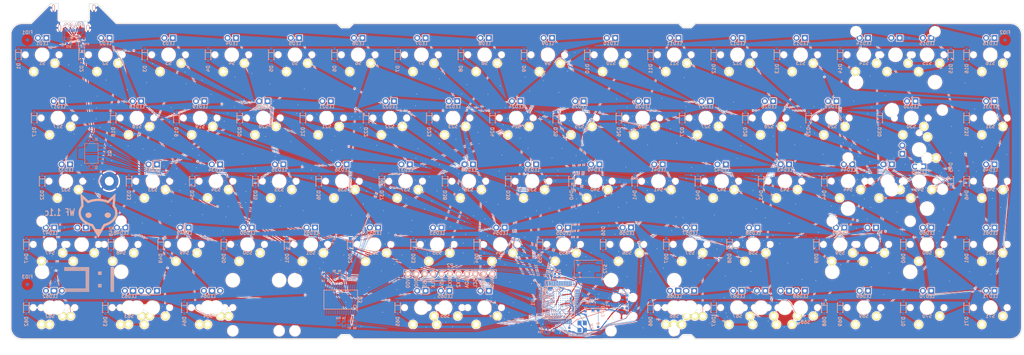
<source format=kicad_pcb>
(kicad_pcb (version 20171130) (host pcbnew "(5.0.0-rc2-dev-293-gfb882633b)")
  (title_block (title WhiteFox) (date 2018-03-20) (rev 1.1c) (company "Input Club"))
  (layers (0 Front signal) (31 Back signal) (34 B.Paste user) (35 F.Paste user) (36 B.SilkS user) (37 F.SilkS user) (38 B.Mask user) (39 F.Mask user) (44 Edge.Cuts user))
  (net 0 "")
  (net 1 +5V)
  (net 2 /ledmatrix/CA1)
  (net 3 /ledmatrix/CA2)
  (net 4 /ledmatrix/CA3)
  (net 5 /ledmatrix/CA4)
  (net 6 /ledmatrix/CA5)
  (net 7 /ledmatrix/CA6)
  (net 8 /ledmatrix/CA7)
  (net 9 /ledmatrix/CA8)
  (net 10 /ledmatrix/CA9)
  (net 11 /mcu/INTB)
  (net 12 /mcu/RX2)
  (net 13 /mcu/SCL0)
  (net 14 /mcu/SDA0)
  (net 15 /mcu/SDB)
  (net 16 /mcu/SWD_CLK)
  (net 17 /mcu/SWD_DIO)
  (net 18 /mcu/TX2)
  (net 19 /mcu/USB_DM)
  (net 20 /mcu/USB_DP)
  (net 21 VDD)
  (net 22 VSS)
  (net 23 "Net-(D1-Pad1)")
  (net 24 "Net-(D2-Pad1)")
  (net 25 "Net-(D3-Pad1)")
  (net 26 "Net-(D4-Pad1)")
  (net 27 "Net-(D5-Pad1)")
  (net 28 "Net-(D6-Pad1)")
  (net 29 "Net-(D7-Pad1)")
  (net 30 "Net-(D8-Pad1)")
  (net 31 "Net-(D9-Pad1)")
  (net 32 "Net-(D10-Pad1)")
  (net 33 "Net-(D11-Pad1)")
  (net 34 "Net-(D12-Pad1)")
  (net 35 "Net-(D13-Pad1)")
  (net 36 "Net-(D14-Pad1)")
  (net 37 "Net-(D15-Pad1)")
  (net 38 "Net-(D16-Pad1)")
  (net 39 "Net-(D17-Pad1)")
  (net 40 "Net-(D18-Pad1)")
  (net 41 "Net-(D19-Pad1)")
  (net 42 "Net-(D20-Pad1)")
  (net 43 "Net-(D21-Pad1)")
  (net 44 "Net-(D22-Pad1)")
  (net 45 "Net-(D23-Pad1)")
  (net 46 "Net-(D24-Pad1)")
  (net 47 "Net-(D25-Pad1)")
  (net 48 "Net-(D26-Pad1)")
  (net 49 "Net-(D27-Pad1)")
  (net 50 "Net-(D28-Pad1)")
  (net 51 "Net-(D29-Pad1)")
  (net 52 "Net-(D30-Pad1)")
  (net 53 "Net-(D31-Pad1)")
  (net 54 "Net-(D32-Pad1)")
  (net 55 "Net-(D33-Pad1)")
  (net 56 "Net-(D34-Pad1)")
  (net 57 "Net-(D35-Pad1)")
  (net 58 "Net-(D36-Pad1)")
  (net 59 "Net-(D37-Pad1)")
  (net 60 "Net-(D38-Pad1)")
  (net 61 "Net-(D39-Pad1)")
  (net 62 "Net-(D40-Pad1)")
  (net 63 "Net-(D41-Pad1)")
  (net 64 "Net-(D42-Pad1)")
  (net 65 "Net-(D43-Pad1)")
  (net 66 "Net-(D44-Pad1)")
  (net 67 "Net-(D45-Pad1)")
  (net 68 "Net-(D46-Pad1)")
  (net 69 "Net-(D47-Pad1)")
  (net 70 "Net-(D48-Pad1)")
  (net 71 "Net-(D49-Pad1)")
  (net 72 "Net-(D50-Pad1)")
  (net 73 "Net-(D51-Pad1)")
  (net 74 "Net-(D52-Pad1)")
  (net 75 "Net-(D53-Pad1)")
  (net 76 "Net-(D54-Pad1)")
  (net 77 "Net-(D55-Pad1)")
  (net 78 "Net-(D56-Pad1)")
  (net 79 "Net-(D57-Pad1)")
  (net 80 "Net-(D58-Pad1)")
  (net 81 "Net-(D59-Pad1)")
  (net 82 "Net-(D60-Pad1)")
  (net 83 "Net-(D62-Pad1)")
  (net 84 "Net-(D63-Pad1)")
  (net 85 "Net-(D64-Pad1)")
  (net 86 "Net-(D65-Pad1)")
  (net 87 "Net-(D66-Pad1)")
  (net 88 "Net-(D67-Pad1)")
  (net 89 "Net-(D68-Pad1)")
  (net 90 "Net-(D69-Pad1)")
  (net 91 "Net-(D70-Pad1)")
  (net 92 "Net-(J1-Pad3)")
  (net 93 "Net-(J1-Pad2)")
  (net 94 "Net-(LED72-Pad2)")
  (net 95 /mcu/MCU_RESET)
  (net 96 "Net-(C8-Pad1)")
  (net 97 /mcu/AUD)
  (net 98 "Net-(C9-Pad1)")
  (net 99 /mcu/PTA5)
  (net 100 "Net-(R10-Pad1)")
  (net 101 "Net-(D61-Pad1)")
  (net 102 "Net-(D71-Pad1)")
  (net 103 /mcu/RX0)
  (net 104 /mcu/TX0)
  (net 105 /Row1)
  (net 106 /Row2)
  (net 107 /Row3)
  (net 108 /Row4)
  (net 109 /Row5)
  (net 110 /Row6)
  (net 111 /Row7)
  (net 112 /Row8)
  (net 113 /Col1)
  (net 114 /Col2)
  (net 115 /Col3)
  (net 116 /Col4)
  (net 117 /Col5)
  (net 118 /Col6)
  (net 119 /Col7)
  (net 120 /Col8)
  (net 121 /Col9)
  (net 122 "Net-(S72-Pad1)")
  (net 123 "Net-(U1-Pad1)")
  (net 124 "Net-(U1-Pad2)")
  (net 125 "Net-(U1-Pad13)")
  (net 126 "Net-(U1-Pad14)")
  (net 127 "Net-(U1-Pad15)")
  (net 128 "Net-(U1-Pad16)")
  (net 129 "Net-(U1-Pad17)")
  (net 130 "Net-(U1-Pad18)")
  (net 131 "Net-(U1-Pad19)")
  (net 132 "Net-(U1-Pad20)")
  (net 133 /mcu/CB1)
  (net 134 /mcu/CB2)
  (net 135 /mcu/CB3)
  (net 136 /mcu/CB4)
  (net 137 /mcu/CB5)
  (net 138 /mcu/CB6)
  (net 139 /mcu/CB7)
  (net 140 /mcu/CB8)
  (net 141 /mcu/CB9)
  (net 142 "Net-(J1-Pad23)")
  (net 143 "Net-(J1-Pad22)")
  (net 144 "Net-(J1-Pad20)")
  (net 145 "Net-(J1-Pad17)")
  (net 146 "Net-(J1-Pad15)")
  (net 147 "Net-(J1-Pad14)")
  (net 148 "Net-(J1-Pad11)")
  (net 149 "Net-(J1-Pad10)")
  (net 150 "Net-(J1-Pad8)")
  (net 151 "Net-(J1-Pad5)")
  (net 152 /mcu/USB0_DM)
  (net 153 /mcu/USB0_DP)
  (net 154 /mcu/PTA0)
  (net 155 /mcu/PTA3)
  (net 156 "Net-(U1-Pad52)")
  (net 157 "Net-(U1-Pad51)")
  (net 158 "Net-(U1-Pad50)")
  (net 159 "Net-(U1-Pad49)")
  (net 160 "Net-(U1-Pad46)")
  (net 161 /mcu/XTAL0)
  (net 162 /mcu/EXTAL0)
  (net 163 "Net-(U1-Pad29)")
  (net 164 "Net-(U1-Pad28)")
  (net 165 "Net-(U1-Pad26)")
  (net 166 "Net-(U1-Pad12)")
  (net 167 "Net-(U1-Pad11)")
  (net 168 "Net-(U1-Pad10)")
  (net 169 "Net-(U1-Pad9)")
  (net 170 "Net-(U2-PadH1)")
  (net 171 "Net-(U2-PadJ1)")
  (net 172 "Net-(U2-PadK1)")
  (net 173 "Net-(U2-PadL1)")
  (net 174 "Net-(U2-PadE2)")
  (net 175 "Net-(U2-PadH2)")
  (net 176 "Net-(U2-PadJ2)")
  (net 177 "Net-(U2-PadK2)")
  (net 178 "Net-(U2-PadL2)")
  (net 179 "Net-(U2-PadE3)")
  (net 180 "Net-(U2-PadF3)")
  (net 181 "Net-(U2-PadL3)")
  (net 182 "Net-(U2-PadA4)")
  (net 183 "Net-(U2-PadB4)")
  (net 184 "Net-(U2-PadC4)")
  (net 185 "Net-(U2-PadE4)")
  (net 186 "Net-(U2-PadF4)")
  (net 187 "Net-(U2-PadG4)")
  (net 188 "Net-(U2-PadL4)")
  (net 189 "Net-(U2-PadA5)")
  (net 190 "Net-(U2-PadB5)")
  (net 191 "Net-(U2-PadD5)")
  (net 192 "Net-(U2-PadF5)")
  (net 193 "Net-(U2-PadG5)")
  (net 194 "Net-(U2-PadH5)")
  (net 195 "Net-(U2-PadJ5)")
  (net 196 "Net-(U2-PadK5)")
  (net 197 "Net-(U2-PadL5)")
  (net 198 "Net-(U2-PadA6)")
  (net 199 "Net-(U2-PadB6)")
  (net 200 "Net-(U2-PadF6)")
  (net 201 "Net-(U2-PadG6)")
  (net 202 "Net-(U2-PadH6)")
  (net 203 "Net-(U2-PadB7)")
  (net 204 "Net-(U2-PadC7)")
  (net 205 "Net-(U2-PadD7)")
  (net 206 "Net-(U2-PadH7)")
  (net 207 "Net-(U2-PadL7)")
  (net 208 "Net-(U2-PadA8)")
  (net 209 "Net-(U2-PadB8)")
  (net 210 "Net-(U2-PadE8)")
  (net 211 "Net-(U2-PadF8)")
  (net 212 "Net-(U2-PadJ8)")
  (net 213 "Net-(U2-PadK8)")
  (net 214 "Net-(U2-PadL8)")
  (net 215 "Net-(U2-PadF9)")
  (net 216 "Net-(U2-PadK9)")
  (net 217 "Net-(U2-PadL9)")
  (net 218 "Net-(U2-PadC10)")
  (net 219 "Net-(U2-PadD10)")
  (net 220 "Net-(U2-PadE10)")
  (net 221 "Net-(U2-PadF10)")
  (net 222 "Net-(U2-PadH10)")
  (net 223 "Net-(U2-PadJ10)")
  (net 224 "Net-(U2-PadD11)")
  (net 225 "Net-(U2-PadE11)")
  (net 226 "Net-(U2-PadF11)")
  (net 227 /mcu/SHLD)
  (module footprints:E8124-010-01 (layer Back) (at 69.85 76.4032)
    (fp_text reference J1 (at 0 3.75) (layer B.SilkS) (effects (font (size 1.2 1.2) (thickness 0.2)) (justify mirror)))
    (fp_text value USBC hide)
    (pad "" np_thru_hole oval (at 3.6 0) (size 0.8 0.65) (drill oval 0.8 0.65) (layers *.Cu *.Mask))
    (pad 25 thru_hole oval (at 6.125 -4.85) (size 0.9 1.8) (drill oval 0.5 1.4) (layers *.Cu *.Mask B.SilkS) (net 227 /mcu/SHLD))
    (pad 25 thru_hole oval (at -6.125 -4.85) (size 0.9 1.8) (drill oval 0.5 1.4) (layers *.Cu *.Mask B.SilkS) (net 227 /mcu/SHLD))
    (pad 25 thru_hole oval (at 4.27 1.2) (size 0.9 1.8) (drill oval 0.5 1.4) (layers *.Cu *.Mask B.SilkS) (net 227 /mcu/SHLD))
    (pad 25 thru_hole oval (at -4.27 1.2) (size 0.9 1.8) (drill oval 0.5 1.4) (layers *.Cu *.Mask B.SilkS) (net 227 /mcu/SHLD))
    (pad 24 thru_hole circle (at -2.8 0.7) (size 0.65 0.65) (drill 0.4) (layers *.Cu *.Mask B.SilkS) (net 22 VSS))
    (pad 23 thru_hole circle (at -2.4 0) (size 0.65 0.65) (drill 0.4) (layers *.Cu *.Mask B.SilkS) (net 142 "Net-(J1-Pad23)"))
    (pad 22 thru_hole circle (at -1.6 0) (size 0.65 0.65) (drill 0.4) (layers *.Cu *.Mask B.SilkS) (net 143 "Net-(J1-Pad22)"))
    (pad 21 thru_hole circle (at -1.2 0.7) (size 0.65 0.65) (drill 0.4) (layers *.Cu *.Mask B.SilkS) (net 1 +5V))
    (pad 20 thru_hole circle (at -0.8 0) (size 0.65 0.65) (drill 0.4) (layers *.Cu *.Mask B.SilkS) (net 144 "Net-(J1-Pad20)"))
    (pad 19 thru_hole circle (at -0.4 0.7) (size 0.65 0.65) (drill 0.4) (layers *.Cu *.Mask B.SilkS) (net 19 /mcu/USB_DM))
    (pad 18 thru_hole circle (at 0.4 0.7) (size 0.65 0.65) (drill 0.4) (layers *.Cu *.Mask B.SilkS) (net 20 /mcu/USB_DP))
    (pad 17 thru_hole circle (at 0.8 0) (size 0.65 0.65) (drill 0.4) (layers *.Cu *.Mask B.SilkS) (net 145 "Net-(J1-Pad17)"))
    (pad 16 thru_hole circle (at 1.2 0.7) (size 0.65 0.65) (drill 0.4) (layers *.Cu *.Mask B.SilkS) (net 1 +5V))
    (pad 15 thru_hole circle (at 1.6 0) (size 0.65 0.65) (drill 0.4) (layers *.Cu *.Mask B.SilkS) (net 146 "Net-(J1-Pad15)"))
    (pad 14 thru_hole circle (at 2.4 0) (size 0.65 0.65) (drill 0.4) (layers *.Cu *.Mask B.SilkS) (net 147 "Net-(J1-Pad14)"))
    (pad 13 thru_hole circle (at 2.8 0.7) (size 0.65 0.65) (drill 0.4) (layers *.Cu *.Mask B.SilkS) (net 22 VSS))
    (pad 12 smd rect (at 2.75 1.91) (size 0.3 0.9) (layers Back B.Paste B.Mask) (net 22 VSS))
    (pad 11 smd rect (at 2.25 1.91) (size 0.3 0.9) (layers Back B.Paste B.Mask) (net 148 "Net-(J1-Pad11)"))
    (pad 10 smd rect (at 1.75 1.91) (size 0.3 0.9) (layers Back B.Paste B.Mask) (net 149 "Net-(J1-Pad10)"))
    (pad 9 smd rect (at 1.25 1.91) (size 0.3 0.9) (layers Back B.Paste B.Mask) (net 1 +5V))
    (pad 8 smd rect (at 0.75 1.91) (size 0.3 0.9) (layers Back B.Paste B.Mask) (net 150 "Net-(J1-Pad8)"))
    (pad 7 smd rect (at 0.25 1.91) (size 0.3 0.9) (layers Back B.Paste B.Mask) (net 19 /mcu/USB_DM))
    (pad 6 smd rect (at -0.25 1.91) (size 0.3 0.9) (layers Back B.Paste B.Mask) (net 20 /mcu/USB_DP))
    (pad 5 smd rect (at -0.75 1.91) (size 0.3 0.9) (layers Back B.Paste B.Mask) (net 151 "Net-(J1-Pad5)"))
    (pad 4 smd rect (at -1.25 1.91) (size 0.3 0.9) (layers Back B.Paste B.Mask) (net 1 +5V))
    (pad 3 smd rect (at -1.75 1.91) (size 0.3 0.9) (layers Back B.Paste B.Mask) (net 92 "Net-(J1-Pad3)"))
    (pad 2 smd rect (at -2.25 1.91) (size 0.3 0.9) (layers Back B.Paste B.Mask) (net 93 "Net-(J1-Pad2)"))
    (pad 1 smd rect (at -2.75 1.91) (size 0.3 0.9) (layers Back B.Paste B.Mask) (net 22 VSS))
    (pad "" np_thru_hole circle (at -3.6 0) (size 0.65 0.65) (drill 0.65) (layers *.Cu *.Mask))
  )
  (module footprints:SMD-0402 (layer Back) (at 71.501 82.3722 270)
    (fp_text reference D73 (at 0.1016 -2.3114) (layer B.SilkS) (effects (font (size 0.508 0.508) (thickness 0.127)) (justify mirror)))
    (fp_text value ESD_BIDIR_1CH hide)
    (pad 2 smd rect (at 0 -0.5 270) (size 0.65 0.6) (layers Back B.Paste B.Mask) (net 22 VSS))
    (pad 1 smd rect (at 0 0.5 270) (size 0.65 0.6) (layers Back B.Paste B.Mask) (net 19 /mcu/USB_DM))
  )
  (module footprints:SMD-0402 (layer Back) (at 68.326 82.3722 90)
    (fp_text reference D72 (at -0.9652 0 180) (layer B.SilkS) (effects (font (size 0.508 0.508) (thickness 0.127)) (justify mirror)))
    (fp_text value ESD_BIDIR_1CH hide)
    (pad 2 smd rect (at 0 -0.5 90) (size 0.65 0.6) (layers Back B.Paste B.Mask) (net 22 VSS))
    (pad 1 smd rect (at 0 0.5 90) (size 0.65 0.6) (layers Back B.Paste B.Mask) (net 20 /mcu/USB_DP))
  )
  (module footprints:SMD-0402 (layer Back) (at 67.564 80.9752 90)
    (fp_text reference R12 (at 0 1.524 90) (layer B.SilkS) (effects (font (size 0.508 0.508) (thickness 0.127)) (justify mirror)))
    (fp_text value 5.1k hide)
    (pad 2 smd rect (at 0 -0.5 90) (size 0.65 0.6) (layers Back B.Paste B.Mask) (net 22 VSS))
    (pad 1 smd rect (at 0 0.5 90) (size 0.65 0.6) (layers Back B.Paste B.Mask) (net 151 "Net-(J1-Pad5)"))
  )
  (module footprints:SMD-0402 (layer Back) (at 72.39 80.9752 270)
    (fp_text reference R11 (at 0 1.524 270) (layer B.SilkS) (effects (font (size 0.508 0.508) (thickness 0.127)) (justify mirror)))
    (fp_text value 5.1k hide)
    (pad 2 smd rect (at 0 -0.5 270) (size 0.65 0.6) (layers Back B.Paste B.Mask) (net 145 "Net-(J1-Pad17)"))
    (pad 1 smd rect (at 0 0.5 270) (size 0.65 0.6) (layers Back B.Paste B.Mask) (net 22 VSS))
  )
  (module footprints:SMD-0402 (layer Back) (at 149.606 166.624 180)
    (fp_text reference R10 (at 0 1.524 180) (layer B.SilkS) (effects (font (size 0.508 0.508) (thickness 0.127)) (justify mirror)))
    (fp_text value 20k hide)
    (pad 2 smd rect (at 0 -0.5 180) (size 0.65 0.6) (layers Back B.Paste B.Mask) (net 22 VSS))
    (pad 1 smd rect (at 0 0.5 180) (size 0.65 0.6) (layers Back B.Paste B.Mask) (net 100 "Net-(R10-Pad1)"))
  )
  (module footprints:SMD-0402 (layer Back) (at 154.559 166.624)
    (fp_text reference R9 (at 0 1.524) (layer B.SilkS) (effects (font (size 0.508 0.508) (thickness 0.127)) (justify mirror)))
    (fp_text value 100k hide)
    (pad 2 smd rect (at 0 -0.5) (size 0.65 0.6) (layers Back B.Paste B.Mask) (net 15 /mcu/SDB))
    (pad 1 smd rect (at 0 0.5) (size 0.65 0.6) (layers Back B.Paste B.Mask) (net 22 VSS))
  )
  (module footprints:SMD-0402 (layer Back) (at 227.902 168.275 180)
    (fp_text reference R8 (at 0 1.524 180) (layer B.SilkS) (effects (font (size 0.508 0.508) (thickness 0.127)) (justify mirror)))
    (fp_text value 1k hide)
    (pad 2 smd rect (at 0 -0.5 180) (size 0.65 0.6) (layers Back B.Paste B.Mask) (net 22 VSS))
    (pad 1 smd rect (at 0 0.5 180) (size 0.65 0.6) (layers Back B.Paste B.Mask) (net 94 "Net-(LED72-Pad2)"))
  )
  (module footprints:SMD-0402 (layer Back) (at 152.908 166.624)
    (fp_text reference R7 (at 0 1.524) (layer B.SilkS) (effects (font (size 0.508 0.508) (thickness 0.127)) (justify mirror)))
    (fp_text value 4.7k hide)
    (pad 2 smd rect (at 0 -0.5) (size 0.65 0.6) (layers Back B.Paste B.Mask) (net 11 /mcu/INTB))
    (pad 1 smd rect (at 0 0.5) (size 0.65 0.6) (layers Back B.Paste B.Mask) (net 21 VDD))
  )
  (module footprints:SMD-0402 (layer Back) (at 149.987 152.4 180)
    (fp_text reference R6 (at 0 1.524 180) (layer B.SilkS) (effects (font (size 0.508 0.508) (thickness 0.127)) (justify mirror)))
    (fp_text value 4.7k hide)
    (pad 2 smd rect (at 0 -0.5 180) (size 0.65 0.6) (layers Back B.Paste B.Mask) (net 13 /mcu/SCL0))
    (pad 1 smd rect (at 0 0.5 180) (size 0.65 0.6) (layers Back B.Paste B.Mask) (net 21 VDD))
  )
  (module footprints:SMD-0402 (layer Back) (at 148.336 152.4 180)
    (fp_text reference R5 (at 0 1.524 180) (layer B.SilkS) (effects (font (size 0.508 0.508) (thickness 0.127)) (justify mirror)))
    (fp_text value 4.7k hide)
    (pad 2 smd rect (at 0 -0.5 180) (size 0.65 0.6) (layers Back B.Paste B.Mask) (net 14 /mcu/SDA0))
    (pad 1 smd rect (at 0 0.5 180) (size 0.65 0.6) (layers Back B.Paste B.Mask) (net 21 VDD))
  )
  (module footprints:SMD-0402 (layer Back) (at 226.124 160.655 270)
    (fp_text reference R4 (at -0.0635 1.587) (layer B.SilkS) (effects (font (size 0.508 0.508) (thickness 0.127)) (justify mirror)))
    (fp_text value 100 hide)
    (pad 2 smd rect (at 0 -0.5 270) (size 0.65 0.6) (layers Back B.Paste B.Mask) (net 17 /mcu/SWD_DIO))
    (pad 1 smd rect (at 0 0.5 270) (size 0.65 0.6) (layers Back B.Paste B.Mask) (net 155 /mcu/PTA3))
  )
  (module footprints:SMD-0402 (layer Back) (at 226.124 159.131 270)
    (fp_text reference R3 (at 0 1.5245) (layer B.SilkS) (effects (font (size 0.508 0.508) (thickness 0.127)) (justify mirror)))
    (fp_text value 100 hide)
    (pad 2 smd rect (at 0 -0.5 270) (size 0.65 0.6) (layers Back B.Paste B.Mask) (net 16 /mcu/SWD_CLK))
    (pad 1 smd rect (at 0 0.5 270) (size 0.65 0.6) (layers Back B.Paste B.Mask) (net 154 /mcu/PTA0))
  )
  (module footprints:SMD-0402 (layer Back) (at 145.034 152.4)
    (fp_text reference C9 (at 0 1.524) (layer B.SilkS) (effects (font (size 0.508 0.508) (thickness 0.127)) (justify mirror)))
    (fp_text value 0.1uF hide)
    (pad 2 smd rect (at 0 -0.5) (size 0.65 0.6) (layers Back B.Paste B.Mask) (net 22 VSS))
    (pad 1 smd rect (at 0 0.5) (size 0.65 0.6) (layers Back B.Paste B.Mask) (net 98 "Net-(C9-Pad1)"))
  )
  (module footprints:SMD-0402 (layer Back) (at 146.685 152.4)
    (fp_text reference C8 (at 0 1.524) (layer B.SilkS) (effects (font (size 0.508 0.508) (thickness 0.127)) (justify mirror)))
    (fp_text value 0.22uF hide)
    (pad 2 smd rect (at 0 -0.5) (size 0.65 0.6) (layers Back B.Paste B.Mask) (net 97 /mcu/AUD))
    (pad 1 smd rect (at 0 0.5) (size 0.65 0.6) (layers Back B.Paste B.Mask) (net 96 "Net-(C8-Pad1)"))
  )
  (module footprints:SMD-0402 (layer Back) (at 224.092 163.576 180)
    (fp_text reference C7 (at 0 1.524 180) (layer B.SilkS) (effects (font (size 0.508 0.508) (thickness 0.127)) (justify mirror)))
    (fp_text value 0.1uF hide)
    (pad 2 smd rect (at 0 -0.5 180) (size 0.65 0.6) (layers Back B.Paste B.Mask) (net 22 VSS))
    (pad 1 smd rect (at 0 0.5 180) (size 0.65 0.6) (layers Back B.Paste B.Mask) (net 21 VDD))
  )
  (module footprints:SMD-0402 (layer Back) (at 151.257 166.624 180)
    (fp_text reference C6 (at 0 1.524 180) (layer B.SilkS) (effects (font (size 0.508 0.508) (thickness 0.127)) (justify mirror)))
    (fp_text value 1uF hide)
    (pad 2 smd rect (at 0 -0.5 180) (size 0.65 0.6) (layers Back B.Paste B.Mask) (net 21 VDD))
    (pad 1 smd rect (at 0 0.5 180) (size 0.65 0.6) (layers Back B.Paste B.Mask) (net 22 VSS))
  )
  (module footprints:SMD-0402 (layer Back) (at 219.202 168.529 180)
    (fp_text reference C5 (at -0.0635 -1.5875 270) (layer B.SilkS) (effects (font (size 0.508 0.508) (thickness 0.127)) (justify mirror)))
    (fp_text value 0.1uF hide)
    (pad 2 smd rect (at 0 -0.5 180) (size 0.65 0.6) (layers Back B.Paste B.Mask) (net 22 VSS))
    (pad 1 smd rect (at 0 0.5 180) (size 0.65 0.6) (layers Back B.Paste B.Mask) (net 95 /mcu/MCU_RESET))
  )
  (module footprints:SMD-0402 (layer Back) (at 213.233 152.273 270)
    (fp_text reference C4 (at 0 1.524 270) (layer B.SilkS) (effects (font (size 0.508 0.508) (thickness 0.127)) (justify mirror)))
    (fp_text value 0.1uF hide)
    (pad 2 smd rect (at 0 -0.5 270) (size 0.65 0.6) (layers Back B.Paste B.Mask) (net 22 VSS))
    (pad 1 smd rect (at 0 0.5 270) (size 0.65 0.6) (layers Back B.Paste B.Mask) (net 21 VDD))
  )
  (module footprints:SMD-0402 (layer Back) (at 212.217 168.148 270)
    (fp_text reference C3 (at 0.0635 1.524) (layer B.SilkS) (effects (font (size 0.508 0.508) (thickness 0.127)) (justify mirror)))
    (fp_text value 0.1uF hide)
    (pad 2 smd rect (at 0 -0.5 270) (size 0.65 0.6) (layers Back B.Paste B.Mask) (net 22 VSS))
    (pad 1 smd rect (at 0 0.5 270) (size 0.65 0.6) (layers Back B.Paste B.Mask) (net 21 VDD))
  )
  (module footprints:SMD-0402 (layer Back) (at 75.184 119.634 90)
    (fp_text reference C2 (at 0 1.524 90) (layer B.SilkS) (effects (font (size 0.508 0.508) (thickness 0.127)) (justify mirror)))
    (fp_text value 1uF hide)
    (pad 2 smd rect (at 0 -0.5 90) (size 0.65 0.6) (layers Back B.Paste B.Mask) (net 22 VSS))
    (pad 1 smd rect (at 0 0.5 90) (size 0.65 0.6) (layers Back B.Paste B.Mask) (net 21 VDD))
  )
  (module footprints:SMD-0402 (layer Back) (at 75.184 111.252 90)
    (fp_text reference C1 (at 0 1.524 90) (layer B.SilkS) (effects (font (size 0.508 0.508) (thickness 0.127)) (justify mirror)))
    (fp_text value 1uF hide)
    (pad 2 smd rect (at 0 -0.5 90) (size 0.65 0.6) (layers Back B.Paste B.Mask) (net 22 VSS))
    (pad 1 smd rect (at 0 0.5 90) (size 0.65 0.6) (layers Back B.Paste B.Mask) (net 1 +5V))
  )
  (module footprints:SMD-0402 (layer Back) (at 216.154 152.273 180)
    (fp_text reference R1 (at 0 1.524 180) (layer B.SilkS) (effects (font (size 0.508 0.508) (thickness 0.127)) (justify mirror)))
    (fp_text value 33 hide)
    (pad 2 smd rect (at 0 -0.5 180) (size 0.65 0.6) (layers Back B.Paste B.Mask) (net 152 /mcu/USB0_DM))
    (pad 1 smd rect (at 0 0.5 180) (size 0.65 0.6) (layers Back B.Paste B.Mask) (net 19 /mcu/USB_DM))
  )
  (module footprints:SMD-0402 (layer Back) (at 214.884 152.273 180)
    (fp_text reference R2 (at 0 1.524 180) (layer B.SilkS) (effects (font (size 0.508 0.508) (thickness 0.127)) (justify mirror)))
    (fp_text value 33 hide)
    (pad 2 smd rect (at 0 -0.5 180) (size 0.65 0.6) (layers Back B.Paste B.Mask) (net 153 /mcu/USB0_DP))
    (pad 1 smd rect (at 0 0.5 180) (size 0.65 0.6) (layers Back B.Paste B.Mask) (net 20 /mcu/USB_DP))
  )
  (module footprints:SMD-0402 (layer Back) (at 212.217 169.291 270)
    (fp_text reference C10 (at 0 1.778) (layer B.SilkS) (effects (font (size 0.508 0.508) (thickness 0.127)) (justify mirror)))
    (fp_text value 0.1uF hide)
    (pad 2 smd rect (at 0 -0.5 270) (size 0.65 0.6) (layers Back B.Paste B.Mask) (net 22 VSS))
    (pad 1 smd rect (at 0 0.5 270) (size 0.65 0.6) (layers Back B.Paste B.Mask) (net 21 VDD))
  )
  (module footprints:INSW_LEDS (layer Front) (at 346.075 156.845 180)
    (fp_text reference LED71 (at 0 -1.651 180) (layer B.SilkS) (effects (font (thickness 0.2)) (justify mirror)))
    (fp_text value LED hide)
    (pad 1 thru_hole rect (at -1.27 0 180) (size 1.8 1.8) (drill 1.04) (layers *.Cu *.Mask) (net 8 /ledmatrix/CA7))
    (pad 2 thru_hole circle (at 1.27 0 180) (size 1.8 1.8) (drill 1.04) (layers *.Cu *.Mask) (net 10 /ledmatrix/CA9))
  )
  (module footprints:INSW_LEDS (layer Front) (at 327.025 156.845 180)
    (fp_text reference LED70 (at 0 -1.651 180) (layer B.SilkS) (effects (font (thickness 0.2)) (justify mirror)))
    (fp_text value LED hide)
    (pad 1 thru_hole rect (at -1.27 0 180) (size 1.8 1.8) (drill 1.04) (layers *.Cu *.Mask) (net 7 /ledmatrix/CA6))
    (pad 2 thru_hole circle (at 1.27 0 180) (size 1.8 1.8) (drill 1.04) (layers *.Cu *.Mask) (net 10 /ledmatrix/CA9))
  )
  (module footprints:INSW_LEDS (layer Front) (at 307.975 156.845 180)
    (fp_text reference LED69 (at 0 -1.651 180) (layer B.SilkS) (effects (font (thickness 0.2)) (justify mirror)))
    (fp_text value LED hide)
    (pad 1 thru_hole rect (at -1.27 0 180) (size 1.8 1.8) (drill 1.04) (layers *.Cu *.Mask) (net 6 /ledmatrix/CA5))
    (pad 2 thru_hole circle (at 1.27 0 180) (size 1.8 1.8) (drill 1.04) (layers *.Cu *.Mask) (net 10 /ledmatrix/CA9))
  )
  (module footprints:INSW_LEDS (layer Front) (at 288.925 156.845 180)
    (fp_text reference LED68 (at 0 -1.651 180) (layer B.SilkS) (effects (font (thickness 0.2)) (justify mirror)))
    (fp_text value LED hide)
    (pad 1 thru_hole rect (at -1.27 0 180) (size 1.8 1.8) (drill 1.04) (layers *.Cu *.Mask) (net 5 /ledmatrix/CA4))
    (pad 2 thru_hole circle (at 1.27 0 180) (size 1.8 1.8) (drill 1.04) (layers *.Cu *.Mask) (net 10 /ledmatrix/CA9))
  )
  (module footprints:INSW_LEDS (layer Front) (at 269.875 156.845 180)
    (fp_text reference LED67 (at 0 -1.651 180) (layer B.SilkS) (effects (font (thickness 0.2)) (justify mirror)))
    (fp_text value LED hide)
    (pad 1 thru_hole rect (at -1.27 0 180) (size 1.8 1.8) (drill 1.04) (layers *.Cu *.Mask) (net 4 /ledmatrix/CA3))
    (pad 2 thru_hole circle (at 1.27 0 180) (size 1.8 1.8) (drill 1.04) (layers *.Cu *.Mask) (net 10 /ledmatrix/CA9))
  )
  (module footprints:INSW_LEDS (layer Front) (at 250.825 156.845 180)
    (fp_text reference LED66 (at 0 -1.651 180) (layer B.SilkS) (effects (font (thickness 0.2)) (justify mirror)))
    (fp_text value LED hide)
    (pad 1 thru_hole rect (at -1.27 0 180) (size 1.8 1.8) (drill 1.04) (layers *.Cu *.Mask) (net 3 /ledmatrix/CA2))
    (pad 2 thru_hole circle (at 1.27 0 180) (size 1.8 1.8) (drill 1.04) (layers *.Cu *.Mask) (net 10 /ledmatrix/CA9))
  )
  (module footprints:INSW_LEDS (layer Front) (at 181.769 156.845 180)
    (fp_text reference LED65 (at 0 -1.651 180) (layer B.SilkS) (effects (font (thickness 0.2)) (justify mirror)))
    (fp_text value LED hide)
    (pad 1 thru_hole rect (at -1.27 0 180) (size 1.8 1.8) (drill 1.04) (layers *.Cu *.Mask) (net 2 /ledmatrix/CA1))
    (pad 2 thru_hole circle (at 1.27 0 180) (size 1.8 1.8) (drill 1.04) (layers *.Cu *.Mask) (net 10 /ledmatrix/CA9))
  )
  (module footprints:INSW_LEDS (layer Front) (at 110.331 156.845 180)
    (fp_text reference LED64 (at 0 -1.651 180) (layer B.SilkS) (effects (font (thickness 0.2)) (justify mirror)))
    (fp_text value LED hide)
    (pad 1 thru_hole rect (at -1.27 0 180) (size 1.8 1.8) (drill 1.04) (layers *.Cu *.Mask) (net 10 /ledmatrix/CA9))
    (pad 2 thru_hole circle (at 1.27 0 180) (size 1.8 1.8) (drill 1.04) (layers *.Cu *.Mask) (net 9 /ledmatrix/CA8))
  )
  (module footprints:INSW_LEDS (layer Front) (at 86.5188 156.845 180)
    (fp_text reference LED63 (at 0 -1.651 180) (layer B.SilkS) (effects (font (thickness 0.2)) (justify mirror)))
    (fp_text value LED hide)
    (pad 1 thru_hole rect (at -1.27 0 180) (size 1.8 1.8) (drill 1.04) (layers *.Cu *.Mask) (net 8 /ledmatrix/CA7))
    (pad 2 thru_hole circle (at 1.27 0 180) (size 1.8 1.8) (drill 1.04) (layers *.Cu *.Mask) (net 9 /ledmatrix/CA8))
  )
  (module footprints:INSW_LEDS (layer Front) (at 62.738 156.845 180)
    (fp_text reference LED62 (at 0 -1.651 180) (layer B.SilkS) (effects (font (thickness 0.2)) (justify mirror)))
    (fp_text value LED hide)
    (pad 1 thru_hole rect (at -1.27 0 180) (size 1.8 1.8) (drill 1.04) (layers *.Cu *.Mask) (net 7 /ledmatrix/CA6))
    (pad 2 thru_hole circle (at 1.27 0 180) (size 1.8 1.8) (drill 1.04) (layers *.Cu *.Mask) (net 9 /ledmatrix/CA8))
  )
  (module footprints:INSW_LEDS (layer Front) (at 346.075 137.795 180)
    (fp_text reference LED61 (at 0 -1.651 180) (layer B.SilkS) (effects (font (thickness 0.2)) (justify mirror)))
    (fp_text value LED hide)
    (pad 1 thru_hole rect (at -1.27 0 180) (size 1.8 1.8) (drill 1.04) (layers *.Cu *.Mask) (net 6 /ledmatrix/CA5))
    (pad 2 thru_hole circle (at 1.27 0 180) (size 1.8 1.8) (drill 1.04) (layers *.Cu *.Mask) (net 9 /ledmatrix/CA8))
  )
  (module footprints:INSW_LEDS (layer Front) (at 327.025 137.795 180)
    (fp_text reference LED60 (at 0 -1.651 180) (layer B.SilkS) (effects (font (thickness 0.2)) (justify mirror)))
    (fp_text value LED hide)
    (pad 1 thru_hole rect (at -1.27 0 180) (size 1.8 1.8) (drill 1.04) (layers *.Cu *.Mask) (net 5 /ledmatrix/CA4))
    (pad 2 thru_hole circle (at 1.27 0 180) (size 1.8 1.8) (drill 1.04) (layers *.Cu *.Mask) (net 9 /ledmatrix/CA8))
  )
  (module footprints:INSW_LEDS (layer Front) (at 300.831 137.795 180)
    (fp_text reference LED59 (at 0 -1.651 180) (layer B.SilkS) (effects (font (thickness 0.2)) (justify mirror)))
    (fp_text value LED hide)
    (pad 1 thru_hole rect (at -1.27 0 180) (size 1.8 1.8) (drill 1.04) (layers *.Cu *.Mask) (net 4 /ledmatrix/CA3))
    (pad 2 thru_hole circle (at 1.27 0 180) (size 1.8 1.8) (drill 1.04) (layers *.Cu *.Mask) (net 9 /ledmatrix/CA8))
  )
  (module footprints:INSW_LEDS (layer Front) (at 274.638 137.795 180)
    (fp_text reference LED58 (at 0 -1.651 180) (layer B.SilkS) (effects (font (thickness 0.2)) (justify mirror)))
    (fp_text value LED hide)
    (pad 1 thru_hole rect (at -1.27 0 180) (size 1.8 1.8) (drill 1.04) (layers *.Cu *.Mask) (net 3 /ledmatrix/CA2))
    (pad 2 thru_hole circle (at 1.27 0 180) (size 1.8 1.8) (drill 1.04) (layers *.Cu *.Mask) (net 9 /ledmatrix/CA8))
  )
  (module footprints:INSW_LEDS (layer Front) (at 255.588 137.795 180)
    (fp_text reference LED57 (at 0 -1.651 180) (layer B.SilkS) (effects (font (thickness 0.2)) (justify mirror)))
    (fp_text value LED hide)
    (pad 1 thru_hole rect (at -1.27 0 180) (size 1.8 1.8) (drill 1.04) (layers *.Cu *.Mask) (net 2 /ledmatrix/CA1))
    (pad 2 thru_hole circle (at 1.27 0 180) (size 1.8 1.8) (drill 1.04) (layers *.Cu *.Mask) (net 9 /ledmatrix/CA8))
  )
  (module footprints:INSW_LEDS (layer Front) (at 236.538 137.795 180)
    (fp_text reference LED56 (at 0 -1.651 180) (layer B.SilkS) (effects (font (thickness 0.2)) (justify mirror)))
    (fp_text value LED hide)
    (pad 1 thru_hole rect (at -1.27 0 180) (size 1.8 1.8) (drill 1.04) (layers *.Cu *.Mask) (net 10 /ledmatrix/CA9))
    (pad 2 thru_hole circle (at 1.27 0 180) (size 1.8 1.8) (drill 1.04) (layers *.Cu *.Mask) (net 8 /ledmatrix/CA7))
  )
  (module footprints:INSW_LEDS (layer Front) (at 217.488 137.795 180)
    (fp_text reference LED55 (at 0 -1.651 180) (layer B.SilkS) (effects (font (thickness 0.2)) (justify mirror)))
    (fp_text value LED hide)
    (pad 1 thru_hole rect (at -1.27 0 180) (size 1.8 1.8) (drill 1.04) (layers *.Cu *.Mask) (net 9 /ledmatrix/CA8))
    (pad 2 thru_hole circle (at 1.27 0 180) (size 1.8 1.8) (drill 1.04) (layers *.Cu *.Mask) (net 8 /ledmatrix/CA7))
  )
  (module footprints:INSW_LEDS (layer Front) (at 198.438 137.795 180)
    (fp_text reference LED54 (at 0 -1.651 180) (layer B.SilkS) (effects (font (thickness 0.2)) (justify mirror)))
    (fp_text value LED hide)
    (pad 1 thru_hole rect (at -1.27 0 180) (size 1.8 1.8) (drill 1.04) (layers *.Cu *.Mask) (net 7 /ledmatrix/CA6))
    (pad 2 thru_hole circle (at 1.27 0 180) (size 1.8 1.8) (drill 1.04) (layers *.Cu *.Mask) (net 8 /ledmatrix/CA7))
  )
  (module footprints:INSW_LEDS (layer Front) (at 179.388 137.795 180)
    (fp_text reference LED53 (at 0 -1.651 180) (layer B.SilkS) (effects (font (thickness 0.2)) (justify mirror)))
    (fp_text value LED hide)
    (pad 1 thru_hole rect (at -1.27 0 180) (size 1.8 1.8) (drill 1.04) (layers *.Cu *.Mask) (net 6 /ledmatrix/CA5))
    (pad 2 thru_hole circle (at 1.27 0 180) (size 1.8 1.8) (drill 1.04) (layers *.Cu *.Mask) (net 8 /ledmatrix/CA7))
  )
  (module footprints:INSW_LEDS (layer Front) (at 160.338 137.795 180)
    (fp_text reference LED52 (at 0 -1.651 180) (layer B.SilkS) (effects (font (thickness 0.2)) (justify mirror)))
    (fp_text value LED hide)
    (pad 1 thru_hole rect (at -1.27 0 180) (size 1.8 1.8) (drill 1.04) (layers *.Cu *.Mask) (net 5 /ledmatrix/CA4))
    (pad 2 thru_hole circle (at 1.27 0 180) (size 1.8 1.8) (drill 1.04) (layers *.Cu *.Mask) (net 8 /ledmatrix/CA7))
  )
  (module footprints:INSW_LEDS (layer Front) (at 141.288 137.795 180)
    (fp_text reference LED51 (at 0 -1.651 180) (layer B.SilkS) (effects (font (thickness 0.2)) (justify mirror)))
    (fp_text value LED hide)
    (pad 1 thru_hole rect (at -1.27 0 180) (size 1.8 1.8) (drill 1.04) (layers *.Cu *.Mask) (net 4 /ledmatrix/CA3))
    (pad 2 thru_hole circle (at 1.27 0 180) (size 1.8 1.8) (drill 1.04) (layers *.Cu *.Mask) (net 8 /ledmatrix/CA7))
  )
  (module footprints:INSW_LEDS (layer Front) (at 122.238 137.795 180)
    (fp_text reference LED50 (at 0 -1.651 180) (layer B.SilkS) (effects (font (thickness 0.2)) (justify mirror)))
    (fp_text value LED hide)
    (pad 1 thru_hole rect (at -1.27 0 180) (size 1.8 1.8) (drill 1.04) (layers *.Cu *.Mask) (net 3 /ledmatrix/CA2))
    (pad 2 thru_hole circle (at 1.27 0 180) (size 1.8 1.8) (drill 1.04) (layers *.Cu *.Mask) (net 8 /ledmatrix/CA7))
  )
  (module footprints:INSW_LEDS (layer Front) (at 103.188 137.795 180)
    (fp_text reference LED49 (at 0 -1.651 180) (layer B.SilkS) (effects (font (thickness 0.2)) (justify mirror)))
    (fp_text value LED hide)
    (pad 1 thru_hole rect (at -1.27 0 180) (size 1.8 1.8) (drill 1.04) (layers *.Cu *.Mask) (net 2 /ledmatrix/CA1))
    (pad 2 thru_hole circle (at 1.27 0 180) (size 1.8 1.8) (drill 1.04) (layers *.Cu *.Mask) (net 8 /ledmatrix/CA7))
  )
  (module footprints:INSW_LEDS (layer Front) (at 84.1375 137.795 180)
    (fp_text reference LED48 (at 0 -1.651 180) (layer B.SilkS) (effects (font (thickness 0.2)) (justify mirror)))
    (fp_text value LED hide)
    (pad 1 thru_hole rect (at -1.27 0 180) (size 1.8 1.8) (drill 1.04) (layers *.Cu *.Mask) (net 10 /ledmatrix/CA9))
    (pad 2 thru_hole circle (at 1.27 0 180) (size 1.8 1.8) (drill 1.04) (layers *.Cu *.Mask) (net 7 /ledmatrix/CA6))
  )
  (module footprints:INSW_LEDS (layer Front) (at 62.7062 137.795 180)
    (fp_text reference LED47 (at 0 -1.651 180) (layer B.SilkS) (effects (font (thickness 0.2)) (justify mirror)))
    (fp_text value LED hide)
    (pad 1 thru_hole rect (at -1.27 0 180) (size 1.8 1.8) (drill 1.04) (layers *.Cu *.Mask) (net 9 /ledmatrix/CA8))
    (pad 2 thru_hole circle (at 1.27 0 180) (size 1.8 1.8) (drill 1.04) (layers *.Cu *.Mask) (net 7 /ledmatrix/CA6))
  )
  (module footprints:INSW_LEDS (layer Front) (at 346.075 118.745 180)
    (fp_text reference LED46 (at 0 -1.651 180) (layer B.SilkS) (effects (font (thickness 0.2)) (justify mirror)))
    (fp_text value LED hide)
    (pad 1 thru_hole rect (at -1.27 0 180) (size 1.8 1.8) (drill 1.04) (layers *.Cu *.Mask) (net 8 /ledmatrix/CA7))
    (pad 2 thru_hole circle (at 1.27 0 180) (size 1.8 1.8) (drill 1.04) (layers *.Cu *.Mask) (net 7 /ledmatrix/CA6))
  )
  (module footprints:INSW_LEDS (layer Front) (at 324.644 119.38 180)
    (fp_text reference LED45 (at 0 -1.651 180) (layer B.SilkS) (effects (font (thickness 0.2)) (justify mirror)))
    (fp_text value LED hide)
    (pad 1 thru_hole rect (at -1.27 0 180) (size 1.8 1.8) (drill 1.04) (layers *.Cu *.Mask) (net 6 /ledmatrix/CA5))
    (pad 2 thru_hole circle (at 1.27 0 180) (size 1.8 1.8) (drill 1.04) (layers *.Cu *.Mask) (net 7 /ledmatrix/CA6))
  )
  (module footprints:INSW_LEDS (layer Front) (at 303.213 118.745 180)
    (fp_text reference LED44 (at 0 -1.651 180) (layer B.SilkS) (effects (font (thickness 0.2)) (justify mirror)))
    (fp_text value LED hide)
    (pad 1 thru_hole rect (at -1.27 0 180) (size 1.8 1.8) (drill 1.04) (layers *.Cu *.Mask) (net 5 /ledmatrix/CA4))
    (pad 2 thru_hole circle (at 1.27 0 180) (size 1.8 1.8) (drill 1.04) (layers *.Cu *.Mask) (net 7 /ledmatrix/CA6))
  )
  (module footprints:INSW_LEDS (layer Front) (at 284.163 118.745 180)
    (fp_text reference LED43 (at 0 -1.651 180) (layer B.SilkS) (effects (font (thickness 0.2)) (justify mirror)))
    (fp_text value LED hide)
    (pad 1 thru_hole rect (at -1.27 0 180) (size 1.8 1.8) (drill 1.04) (layers *.Cu *.Mask) (net 4 /ledmatrix/CA3))
    (pad 2 thru_hole circle (at 1.27 0 180) (size 1.8 1.8) (drill 1.04) (layers *.Cu *.Mask) (net 7 /ledmatrix/CA6))
  )
  (module footprints:INSW_LEDS (layer Front) (at 265.113 118.745 180)
    (fp_text reference LED42 (at 0 -1.651 180) (layer B.SilkS) (effects (font (thickness 0.2)) (justify mirror)))
    (fp_text value LED hide)
    (pad 1 thru_hole rect (at -1.27 0 180) (size 1.8 1.8) (drill 1.04) (layers *.Cu *.Mask) (net 3 /ledmatrix/CA2))
    (pad 2 thru_hole circle (at 1.27 0 180) (size 1.8 1.8) (drill 1.04) (layers *.Cu *.Mask) (net 7 /ledmatrix/CA6))
  )
  (module footprints:INSW_LEDS (layer Front) (at 246.063 118.745 180)
    (fp_text reference LED41 (at 0 -1.651 180) (layer B.SilkS) (effects (font (thickness 0.2)) (justify mirror)))
    (fp_text value LED hide)
    (pad 1 thru_hole rect (at -1.27 0 180) (size 1.8 1.8) (drill 1.04) (layers *.Cu *.Mask) (net 2 /ledmatrix/CA1))
    (pad 2 thru_hole circle (at 1.27 0 180) (size 1.8 1.8) (drill 1.04) (layers *.Cu *.Mask) (net 7 /ledmatrix/CA6))
  )
  (module footprints:INSW_LEDS (layer Front) (at 227.013 118.745 180)
    (fp_text reference LED40 (at 0 -1.651 180) (layer B.SilkS) (effects (font (thickness 0.2)) (justify mirror)))
    (fp_text value LED hide)
    (pad 1 thru_hole rect (at -1.27 0 180) (size 1.8 1.8) (drill 1.04) (layers *.Cu *.Mask) (net 10 /ledmatrix/CA9))
    (pad 2 thru_hole circle (at 1.27 0 180) (size 1.8 1.8) (drill 1.04) (layers *.Cu *.Mask) (net 6 /ledmatrix/CA5))
  )
  (module footprints:INSW_LEDS (layer Front) (at 207.963 118.745 180)
    (fp_text reference LED39 (at 0 -1.651 180) (layer B.SilkS) (effects (font (thickness 0.2)) (justify mirror)))
    (fp_text value LED hide)
    (pad 1 thru_hole rect (at -1.27 0 180) (size 1.8 1.8) (drill 1.04) (layers *.Cu *.Mask) (net 9 /ledmatrix/CA8))
    (pad 2 thru_hole circle (at 1.27 0 180) (size 1.8 1.8) (drill 1.04) (layers *.Cu *.Mask) (net 6 /ledmatrix/CA5))
  )
  (module footprints:INSW_LEDS (layer Front) (at 188.913 118.745 180)
    (fp_text reference LED38 (at 0 -1.651 180) (layer B.SilkS) (effects (font (thickness 0.2)) (justify mirror)))
    (fp_text value LED hide)
    (pad 1 thru_hole rect (at -1.27 0 180) (size 1.8 1.8) (drill 1.04) (layers *.Cu *.Mask) (net 8 /ledmatrix/CA7))
    (pad 2 thru_hole circle (at 1.27 0 180) (size 1.8 1.8) (drill 1.04) (layers *.Cu *.Mask) (net 6 /ledmatrix/CA5))
  )
  (module footprints:INSW_LEDS (layer Front) (at 169.863 118.745 180)
    (fp_text reference LED37 (at 0 -1.651 180) (layer B.SilkS) (effects (font (thickness 0.2)) (justify mirror)))
    (fp_text value LED hide)
    (pad 1 thru_hole rect (at -1.27 0 180) (size 1.8 1.8) (drill 1.04) (layers *.Cu *.Mask) (net 7 /ledmatrix/CA6))
    (pad 2 thru_hole circle (at 1.27 0 180) (size 1.8 1.8) (drill 1.04) (layers *.Cu *.Mask) (net 6 /ledmatrix/CA5))
  )
  (module footprints:INSW_LEDS (layer Front) (at 150.813 118.745 180)
    (fp_text reference LED36 (at 0 -1.651 180) (layer B.SilkS) (effects (font (thickness 0.2)) (justify mirror)))
    (fp_text value LED hide)
    (pad 1 thru_hole rect (at -1.27 0 180) (size 1.8 1.8) (drill 1.04) (layers *.Cu *.Mask) (net 5 /ledmatrix/CA4))
    (pad 2 thru_hole circle (at 1.27 0 180) (size 1.8 1.8) (drill 1.04) (layers *.Cu *.Mask) (net 6 /ledmatrix/CA5))
  )
  (module footprints:INSW_LEDS (layer Front) (at 131.763 118.745 180)
    (fp_text reference LED35 (at 0 -1.651 180) (layer B.SilkS) (effects (font (thickness 0.2)) (justify mirror)))
    (fp_text value LED hide)
    (pad 1 thru_hole rect (at -1.27 0 180) (size 1.8 1.8) (drill 1.04) (layers *.Cu *.Mask) (net 4 /ledmatrix/CA3))
    (pad 2 thru_hole circle (at 1.27 0 180) (size 1.8 1.8) (drill 1.04) (layers *.Cu *.Mask) (net 6 /ledmatrix/CA5))
  )
  (module footprints:INSW_LEDS (layer Front) (at 112.713 118.745 180)
    (fp_text reference LED34 (at 0 -1.651 180) (layer B.SilkS) (effects (font (thickness 0.2)) (justify mirror)))
    (fp_text value LED hide)
    (pad 1 thru_hole rect (at -1.27 0 180) (size 1.8 1.8) (drill 1.04) (layers *.Cu *.Mask) (net 3 /ledmatrix/CA2))
    (pad 2 thru_hole circle (at 1.27 0 180) (size 1.8 1.8) (drill 1.04) (layers *.Cu *.Mask) (net 6 /ledmatrix/CA5))
  )
  (module footprints:INSW_LEDS (layer Front) (at 93.6626 118.745 180)
    (fp_text reference LED33 (at 0 -1.651 180) (layer B.SilkS) (effects (font (thickness 0.2)) (justify mirror)))
    (fp_text value LED hide)
    (pad 1 thru_hole rect (at -1.27 0 180) (size 1.8 1.8) (drill 1.04) (layers *.Cu *.Mask) (net 2 /ledmatrix/CA1))
    (pad 2 thru_hole circle (at 1.27 0 180) (size 1.8 1.8) (drill 1.04) (layers *.Cu *.Mask) (net 6 /ledmatrix/CA5))
  )
  (module footprints:INSW_LEDS (layer Front) (at 67.4688 118.745 180)
    (fp_text reference LED32 (at 0 -1.651 180) (layer B.SilkS) (effects (font (thickness 0.2)) (justify mirror)))
    (fp_text value LED hide)
    (pad 1 thru_hole rect (at -1.27 0 180) (size 1.8 1.8) (drill 1.04) (layers *.Cu *.Mask) (net 10 /ledmatrix/CA9))
    (pad 2 thru_hole circle (at 1.27 0 180) (size 1.8 1.8) (drill 1.04) (layers *.Cu *.Mask) (net 5 /ledmatrix/CA4))
  )
  (module footprints:INSW_LEDS (layer Front) (at 346.075 99.695 180)
    (fp_text reference LED31 (at 0 -1.651 180) (layer B.SilkS) (effects (font (thickness 0.2)) (justify mirror)))
    (fp_text value LED hide)
    (pad 1 thru_hole rect (at -1.27 0 180) (size 1.8 1.8) (drill 1.04) (layers *.Cu *.Mask) (net 9 /ledmatrix/CA8))
    (pad 2 thru_hole circle (at 1.27 0 180) (size 1.8 1.8) (drill 1.04) (layers *.Cu *.Mask) (net 5 /ledmatrix/CA4))
  )
  (module footprints:INSW_LEDS (layer Front) (at 322.262 99.695 180)
    (fp_text reference LED30 (at 0 -1.651 180) (layer B.SilkS) (effects (font (thickness 0.2)) (justify mirror)))
    (fp_text value LED hide)
    (pad 1 thru_hole rect (at -1.27 0 180) (size 1.8 1.8) (drill 1.04) (layers *.Cu *.Mask) (net 8 /ledmatrix/CA7))
    (pad 2 thru_hole circle (at 1.27 0 180) (size 1.8 1.8) (drill 1.04) (layers *.Cu *.Mask) (net 5 /ledmatrix/CA4))
  )
  (module footprints:INSW_LEDS (layer Front) (at 298.45 99.695 180)
    (fp_text reference LED29 (at 0 -1.651 180) (layer B.SilkS) (effects (font (thickness 0.2)) (justify mirror)))
    (fp_text value LED hide)
    (pad 1 thru_hole rect (at -1.27 0 180) (size 1.8 1.8) (drill 1.04) (layers *.Cu *.Mask) (net 7 /ledmatrix/CA6))
    (pad 2 thru_hole circle (at 1.27 0 180) (size 1.8 1.8) (drill 1.04) (layers *.Cu *.Mask) (net 5 /ledmatrix/CA4))
  )
  (module footprints:INSW_LEDS (layer Front) (at 279.4 99.695 180)
    (fp_text reference LED28 (at 0 -1.651 180) (layer B.SilkS) (effects (font (thickness 0.2)) (justify mirror)))
    (fp_text value LED hide)
    (pad 1 thru_hole rect (at -1.27 0 180) (size 1.8 1.8) (drill 1.04) (layers *.Cu *.Mask) (net 6 /ledmatrix/CA5))
    (pad 2 thru_hole circle (at 1.27 0 180) (size 1.8 1.8) (drill 1.04) (layers *.Cu *.Mask) (net 5 /ledmatrix/CA4))
  )
  (module footprints:INSW_LEDS (layer Front) (at 260.35 99.695 180)
    (fp_text reference LED27 (at 0 -1.651 180) (layer B.SilkS) (effects (font (thickness 0.2)) (justify mirror)))
    (fp_text value LED hide)
    (pad 1 thru_hole rect (at -1.27 0 180) (size 1.8 1.8) (drill 1.04) (layers *.Cu *.Mask) (net 4 /ledmatrix/CA3))
    (pad 2 thru_hole circle (at 1.27 0 180) (size 1.8 1.8) (drill 1.04) (layers *.Cu *.Mask) (net 5 /ledmatrix/CA4))
  )
  (module footprints:INSW_LEDS (layer Front) (at 241.3 99.695 180)
    (fp_text reference LED26 (at 0 -1.651 180) (layer B.SilkS) (effects (font (thickness 0.2)) (justify mirror)))
    (fp_text value LED hide)
    (pad 1 thru_hole rect (at -1.27 0 180) (size 1.8 1.8) (drill 1.04) (layers *.Cu *.Mask) (net 3 /ledmatrix/CA2))
    (pad 2 thru_hole circle (at 1.27 0 180) (size 1.8 1.8) (drill 1.04) (layers *.Cu *.Mask) (net 5 /ledmatrix/CA4))
  )
  (module footprints:INSW_LEDS (layer Front) (at 222.25 99.695 180)
    (fp_text reference LED25 (at 0 -1.651 180) (layer B.SilkS) (effects (font (thickness 0.2)) (justify mirror)))
    (fp_text value LED hide)
    (pad 1 thru_hole rect (at -1.27 0 180) (size 1.8 1.8) (drill 1.04) (layers *.Cu *.Mask) (net 2 /ledmatrix/CA1))
    (pad 2 thru_hole circle (at 1.27 0 180) (size 1.8 1.8) (drill 1.04) (layers *.Cu *.Mask) (net 5 /ledmatrix/CA4))
  )
  (module footprints:INSW_LEDS (layer Front) (at 203.2 99.695 180)
    (fp_text reference LED24 (at 0 -1.651 180) (layer B.SilkS) (effects (font (thickness 0.2)) (justify mirror)))
    (fp_text value LED hide)
    (pad 1 thru_hole rect (at -1.27 0 180) (size 1.8 1.8) (drill 1.04) (layers *.Cu *.Mask) (net 10 /ledmatrix/CA9))
    (pad 2 thru_hole circle (at 1.27 0 180) (size 1.8 1.8) (drill 1.04) (layers *.Cu *.Mask) (net 4 /ledmatrix/CA3))
  )
  (module footprints:INSW_LEDS (layer Front) (at 184.15 99.695 180)
    (fp_text reference LED23 (at 0 -1.651 180) (layer B.SilkS) (effects (font (thickness 0.2)) (justify mirror)))
    (fp_text value LED hide)
    (pad 1 thru_hole rect (at -1.27 0 180) (size 1.8 1.8) (drill 1.04) (layers *.Cu *.Mask) (net 9 /ledmatrix/CA8))
    (pad 2 thru_hole circle (at 1.27 0 180) (size 1.8 1.8) (drill 1.04) (layers *.Cu *.Mask) (net 4 /ledmatrix/CA3))
  )
  (module footprints:INSW_LEDS (layer Front) (at 165.1 99.695 180)
    (fp_text reference LED22 (at 0 -1.651 180) (layer B.SilkS) (effects (font (thickness 0.2)) (justify mirror)))
    (fp_text value LED hide)
    (pad 1 thru_hole rect (at -1.27 0 180) (size 1.8 1.8) (drill 1.04) (layers *.Cu *.Mask) (net 8 /ledmatrix/CA7))
    (pad 2 thru_hole circle (at 1.27 0 180) (size 1.8 1.8) (drill 1.04) (layers *.Cu *.Mask) (net 4 /ledmatrix/CA3))
  )
  (module footprints:INSW_LEDS (layer Front) (at 146.05 99.695 180)
    (fp_text reference LED21 (at 0 -1.651 180) (layer B.SilkS) (effects (font (thickness 0.2)) (justify mirror)))
    (fp_text value LED hide)
    (pad 1 thru_hole rect (at -1.27 0 180) (size 1.8 1.8) (drill 1.04) (layers *.Cu *.Mask) (net 7 /ledmatrix/CA6))
    (pad 2 thru_hole circle (at 1.27 0 180) (size 1.8 1.8) (drill 1.04) (layers *.Cu *.Mask) (net 4 /ledmatrix/CA3))
  )
  (module footprints:INSW_LEDS (layer Front) (at 127 99.695 180)
    (fp_text reference LED20 (at 0 -1.651 180) (layer B.SilkS) (effects (font (thickness 0.2)) (justify mirror)))
    (fp_text value LED hide)
    (pad 1 thru_hole rect (at -1.27 0 180) (size 1.8 1.8) (drill 1.04) (layers *.Cu *.Mask) (net 6 /ledmatrix/CA5))
    (pad 2 thru_hole circle (at 1.27 0 180) (size 1.8 1.8) (drill 1.04) (layers *.Cu *.Mask) (net 4 /ledmatrix/CA3))
  )
  (module footprints:INSW_LEDS (layer Front) (at 107.95 99.695 180)
    (fp_text reference LED19 (at 0 -1.651 180) (layer B.SilkS) (effects (font (thickness 0.2)) (justify mirror)))
    (fp_text value LED hide)
    (pad 1 thru_hole rect (at -1.27 0 180) (size 1.8 1.8) (drill 1.04) (layers *.Cu *.Mask) (net 5 /ledmatrix/CA4))
    (pad 2 thru_hole circle (at 1.27 0 180) (size 1.8 1.8) (drill 1.04) (layers *.Cu *.Mask) (net 4 /ledmatrix/CA3))
  )
  (module footprints:INSW_LEDS (layer Front) (at 88.9 99.695 180)
    (fp_text reference LED18 (at 0 -1.651 180) (layer B.SilkS) (effects (font (thickness 0.2)) (justify mirror)))
    (fp_text value LED hide)
    (pad 1 thru_hole rect (at -1.27 0 180) (size 1.8 1.8) (drill 1.04) (layers *.Cu *.Mask) (net 3 /ledmatrix/CA2))
    (pad 2 thru_hole circle (at 1.27 0 180) (size 1.8 1.8) (drill 1.04) (layers *.Cu *.Mask) (net 4 /ledmatrix/CA3))
  )
  (module footprints:INSW_LEDS (layer Front) (at 65.0875 99.695 180)
    (fp_text reference LED17 (at 0 -1.651 180) (layer B.SilkS) (effects (font (thickness 0.2)) (justify mirror)))
    (fp_text value LED hide)
    (pad 1 thru_hole rect (at -1.27 0 180) (size 1.8 1.8) (drill 1.04) (layers *.Cu *.Mask) (net 2 /ledmatrix/CA1))
    (pad 2 thru_hole circle (at 1.27 0 180) (size 1.8 1.8) (drill 1.04) (layers *.Cu *.Mask) (net 4 /ledmatrix/CA3))
  )
  (module footprints:INSW_LEDS (layer Front) (at 346.075 80.645 180)
    (fp_text reference LED16 (at 0 -1.651 180) (layer B.SilkS) (effects (font (thickness 0.2)) (justify mirror)))
    (fp_text value LED hide)
    (pad 1 thru_hole rect (at -1.27 0 180) (size 1.8 1.8) (drill 1.04) (layers *.Cu *.Mask) (net 10 /ledmatrix/CA9))
    (pad 2 thru_hole circle (at 1.27 0 180) (size 1.8 1.8) (drill 1.04) (layers *.Cu *.Mask) (net 3 /ledmatrix/CA2))
  )
  (module footprints:INSW_LEDS (layer Front) (at 327.025 80.645 180)
    (fp_text reference LED15 (at 0 -1.651 180) (layer B.SilkS) (effects (font (thickness 0.2)) (justify mirror)))
    (fp_text value LED hide)
    (pad 1 thru_hole rect (at -1.27 0 180) (size 1.8 1.8) (drill 1.04) (layers *.Cu *.Mask) (net 9 /ledmatrix/CA8))
    (pad 2 thru_hole circle (at 1.27 0 180) (size 1.8 1.8) (drill 1.04) (layers *.Cu *.Mask) (net 3 /ledmatrix/CA2))
  )
  (module footprints:INSW_LEDS (layer Front) (at 307.975 80.645 180)
    (fp_text reference LED14 (at 0 -1.651 180) (layer B.SilkS) (effects (font (thickness 0.2)) (justify mirror)))
    (fp_text value LED hide)
    (pad 1 thru_hole rect (at -1.27 0 180) (size 1.8 1.8) (drill 1.04) (layers *.Cu *.Mask) (net 8 /ledmatrix/CA7))
    (pad 2 thru_hole circle (at 1.27 0 180) (size 1.8 1.8) (drill 1.04) (layers *.Cu *.Mask) (net 3 /ledmatrix/CA2))
  )
  (module footprints:INSW_LEDS (layer Front) (at 288.925 80.645 180)
    (fp_text reference LED13 (at 0 -1.651 180) (layer B.SilkS) (effects (font (thickness 0.2)) (justify mirror)))
    (fp_text value LED hide)
    (pad 1 thru_hole rect (at -1.27 0 180) (size 1.8 1.8) (drill 1.04) (layers *.Cu *.Mask) (net 7 /ledmatrix/CA6))
    (pad 2 thru_hole circle (at 1.27 0 180) (size 1.8 1.8) (drill 1.04) (layers *.Cu *.Mask) (net 3 /ledmatrix/CA2))
  )
  (module footprints:INSW_LEDS (layer Front) (at 269.875 80.645 180)
    (fp_text reference LED12 (at 0 -1.651 180) (layer B.SilkS) (effects (font (thickness 0.2)) (justify mirror)))
    (fp_text value LED hide)
    (pad 1 thru_hole rect (at -1.27 0 180) (size 1.8 1.8) (drill 1.04) (layers *.Cu *.Mask) (net 6 /ledmatrix/CA5))
    (pad 2 thru_hole circle (at 1.27 0 180) (size 1.8 1.8) (drill 1.04) (layers *.Cu *.Mask) (net 3 /ledmatrix/CA2))
  )
  (module footprints:INSW_LEDS (layer Front) (at 250.825 80.645 180)
    (fp_text reference LED11 (at 0 -1.651 180) (layer B.SilkS) (effects (font (thickness 0.2)) (justify mirror)))
    (fp_text value LED hide)
    (pad 1 thru_hole rect (at -1.27 0 180) (size 1.8 1.8) (drill 1.04) (layers *.Cu *.Mask) (net 5 /ledmatrix/CA4))
    (pad 2 thru_hole circle (at 1.27 0 180) (size 1.8 1.8) (drill 1.04) (layers *.Cu *.Mask) (net 3 /ledmatrix/CA2))
  )
  (module footprints:INSW_LEDS (layer Front) (at 231.775 80.645 180)
    (fp_text reference LED10 (at 0 -1.651 180) (layer B.SilkS) (effects (font (thickness 0.2)) (justify mirror)))
    (fp_text value LED hide)
    (pad 1 thru_hole rect (at -1.27 0 180) (size 1.8 1.8) (drill 1.04) (layers *.Cu *.Mask) (net 4 /ledmatrix/CA3))
    (pad 2 thru_hole circle (at 1.27 0 180) (size 1.8 1.8) (drill 1.04) (layers *.Cu *.Mask) (net 3 /ledmatrix/CA2))
  )
  (module footprints:INSW_LEDS (layer Front) (at 212.725 80.645 180)
    (fp_text reference LED9 (at 0 -1.651 180) (layer B.SilkS) (effects (font (thickness 0.2)) (justify mirror)))
    (fp_text value LED hide)
    (pad 1 thru_hole rect (at -1.27 0 180) (size 1.8 1.8) (drill 1.04) (layers *.Cu *.Mask) (net 2 /ledmatrix/CA1))
    (pad 2 thru_hole circle (at 1.27 0 180) (size 1.8 1.8) (drill 1.04) (layers *.Cu *.Mask) (net 3 /ledmatrix/CA2))
  )
  (module footprints:INSW_LEDS (layer Front) (at 193.675 80.645 180)
    (fp_text reference LED8 (at 0 -1.651 180) (layer B.SilkS) (effects (font (thickness 0.2)) (justify mirror)))
    (fp_text value LED hide)
    (pad 1 thru_hole rect (at -1.27 0 180) (size 1.8 1.8) (drill 1.04) (layers *.Cu *.Mask) (net 10 /ledmatrix/CA9))
    (pad 2 thru_hole circle (at 1.27 0 180) (size 1.8 1.8) (drill 1.04) (layers *.Cu *.Mask) (net 2 /ledmatrix/CA1))
  )
  (module footprints:INSW_LEDS (layer Front) (at 174.625 80.645 180)
    (fp_text reference LED7 (at 0 -1.651 180) (layer B.SilkS) (effects (font (thickness 0.2)) (justify mirror)))
    (fp_text value LED hide)
    (pad 1 thru_hole rect (at -1.27 0 180) (size 1.8 1.8) (drill 1.04) (layers *.Cu *.Mask) (net 9 /ledmatrix/CA8))
    (pad 2 thru_hole circle (at 1.27 0 180) (size 1.8 1.8) (drill 1.04) (layers *.Cu *.Mask) (net 2 /ledmatrix/CA1))
  )
  (module footprints:INSW_LEDS (layer Front) (at 155.575 80.645 180)
    (fp_text reference LED6 (at 0 -1.651 180) (layer B.SilkS) (effects (font (thickness 0.2)) (justify mirror)))
    (fp_text value LED hide)
    (pad 1 thru_hole rect (at -1.27 0 180) (size 1.8 1.8) (drill 1.04) (layers *.Cu *.Mask) (net 8 /ledmatrix/CA7))
    (pad 2 thru_hole circle (at 1.27 0 180) (size 1.8 1.8) (drill 1.04) (layers *.Cu *.Mask) (net 2 /ledmatrix/CA1))
  )
  (module footprints:INSW_LEDS (layer Front) (at 136.525 80.645 180)
    (fp_text reference LED5 (at 0 -1.651 180) (layer B.SilkS) (effects (font (thickness 0.2)) (justify mirror)))
    (fp_text value LED hide)
    (pad 1 thru_hole rect (at -1.27 0 180) (size 1.8 1.8) (drill 1.04) (layers *.Cu *.Mask) (net 7 /ledmatrix/CA6))
    (pad 2 thru_hole circle (at 1.27 0 180) (size 1.8 1.8) (drill 1.04) (layers *.Cu *.Mask) (net 2 /ledmatrix/CA1))
  )
  (module footprints:INSW_LEDS (layer Front) (at 117.475 80.645 180)
    (fp_text reference LED4 (at 0 -1.651 180) (layer B.SilkS) (effects (font (thickness 0.2)) (justify mirror)))
    (fp_text value LED hide)
    (pad 1 thru_hole rect (at -1.27 0 180) (size 1.8 1.8) (drill 1.04) (layers *.Cu *.Mask) (net 6 /ledmatrix/CA5))
    (pad 2 thru_hole circle (at 1.27 0 180) (size 1.8 1.8) (drill 1.04) (layers *.Cu *.Mask) (net 2 /ledmatrix/CA1))
  )
  (module footprints:INSW_LEDS (layer Front) (at 98.425 80.645 180)
    (fp_text reference LED3 (at 0 -1.651 180) (layer B.SilkS) (effects (font (thickness 0.2)) (justify mirror)))
    (fp_text value LED hide)
    (pad 1 thru_hole rect (at -1.27 0 180) (size 1.8 1.8) (drill 1.04) (layers *.Cu *.Mask) (net 5 /ledmatrix/CA4))
    (pad 2 thru_hole circle (at 1.27 0 180) (size 1.8 1.8) (drill 1.04) (layers *.Cu *.Mask) (net 2 /ledmatrix/CA1))
  )
  (module footprints:INSW_LEDS (layer Front) (at 79.375 80.645 180)
    (fp_text reference LED2 (at 0 -1.651 180) (layer B.SilkS) (effects (font (thickness 0.2)) (justify mirror)))
    (fp_text value LED hide)
    (pad 1 thru_hole rect (at -1.27 0 180) (size 1.8 1.8) (drill 1.04) (layers *.Cu *.Mask) (net 4 /ledmatrix/CA3))
    (pad 2 thru_hole circle (at 1.27 0 180) (size 1.8 1.8) (drill 1.04) (layers *.Cu *.Mask) (net 2 /ledmatrix/CA1))
  )
  (module footprints:INSW_LEDS (layer Front) (at 60.325 80.645 180)
    (fp_text reference LED1 (at 0 -1.651 180) (layer B.SilkS) (effects (font (thickness 0.2)) (justify mirror)))
    (fp_text value LED hide)
    (pad 1 thru_hole rect (at -1.27 0 180) (size 1.8 1.8) (drill 1.04) (layers *.Cu *.Mask) (net 3 /ledmatrix/CA2))
    (pad 2 thru_hole circle (at 1.27 0 180) (size 1.8 1.8) (drill 1.04) (layers *.Cu *.Mask) (net 2 /ledmatrix/CA1))
  )
  (module footprints:1PAD_5.5 (layer Front) (at 80.5688 123.83)
    (fp_text reference H1 hide)
    (fp_text value 1PIN hide)
    (pad 1 thru_hole circle (at 0 0) (size 5.5 5.5) (drill 2.7) (layers *.Cu *.Paste *.Mask) (net 227 /mcu/SHLD))
  )
  (module footprints:FID (layer Back) (at 55.88 154.94)
    (fp_text reference FID3 (at 0 -2.286) (layer B.SilkS) (effects (font (thickness 0.2)) (justify mirror)))
    (fp_text value >VALUE hide)
    (pad "" smd circle (at 0 0) (size 1 1) (layers Back B.Mask) (clearance 1.2))
  )
  (module footprints:FID (layer Back) (at 350.52 81.28)
    (fp_text reference FID2 (at 0 -2.286) (layer B.SilkS) (effects (font (thickness 0.2)) (justify mirror)))
    (fp_text value >VALUE hide)
    (pad "" smd circle (at 0 0) (size 1 1) (layers Back B.Mask) (clearance 1.2))
  )
  (module footprints:FID (layer Back) (at 55.88 81.28)
    (fp_text reference FID1 (at 0 -2.286) (layer B.SilkS) (effects (font (thickness 0.2)) (justify mirror)))
    (fp_text value >VALUE hide)
    (pad "" smd circle (at 0 0) (size 1 1) (layers Back B.Mask) (clearance 1.2))
  )
  (module footprints:IC_LOGO (layer Back) (at 81.995 149.685 180)
    (fp_text reference IC_LOGO hide)
    (fp_text value "" (at 0 0 180) (layer B.SilkS) (effects (font (size 1.524 1.524)) (justify mirror)))
  )
  (module footprints:MX_HIDDEN (layer Front) (at 255.588 161.925 180)
    (fp_text reference S266 hide)
    (fp_text value SW hide)
    (pad "" np_thru_hole circle (at 0 0 180) (size 3.99034 3.99034) (drill 3.9878) (layers *.Cu *.Mask F.SilkS))
    (pad 2 thru_hole circle (at 2.54 -5.08 180) (size 2.49936 2.49936) (drill 1.50114) (layers *.Cu *.Mask F.SilkS) (net 87 "Net-(D66-Pad1)"))
    (pad 1 thru_hole circle (at -3.81 -2.54 180) (size 2.49936 2.49936) (drill 1.50114) (layers *.Cu *.Mask F.SilkS) (net 115 /Col3))
    (pad "" np_thru_hole circle (at -5.08 0 180) (size 1.70434 1.70434) (drill 1.7018) (layers *.Cu *.Mask F.SilkS))
    (pad "" np_thru_hole circle (at 5.08 0 180) (size 1.70434 1.70434) (drill 1.7018) (layers *.Cu *.Mask F.SilkS))
  )
  (module footprints:MX_HIDDEN (layer Front) (at 193.675 161.925 180)
    (fp_text reference S265 hide)
    (fp_text value SW hide)
    (pad "" np_thru_hole circle (at 0 0 180) (size 3.99034 3.99034) (drill 3.9878) (layers *.Cu *.Mask F.SilkS))
    (pad 2 thru_hole circle (at 2.54 -5.08 180) (size 2.49936 2.49936) (drill 1.50114) (layers *.Cu *.Mask F.SilkS) (net 86 "Net-(D65-Pad1)"))
    (pad 1 thru_hole circle (at -3.81 -2.54 180) (size 2.49936 2.49936) (drill 1.50114) (layers *.Cu *.Mask F.SilkS) (net 114 /Col2))
    (pad "" np_thru_hole circle (at -5.08 0 180) (size 1.70434 1.70434) (drill 1.7018) (layers *.Cu *.Mask F.SilkS))
    (pad "" np_thru_hole circle (at 5.08 0 180) (size 1.70434 1.70434) (drill 1.7018) (layers *.Cu *.Mask F.SilkS))
  )
  (module footprints:MX_HIDDEN (layer Front) (at 93.6625 161.925 180)
    (fp_text reference S263 hide)
    (fp_text value SW hide)
    (pad "" np_thru_hole circle (at 0 0 180) (size 3.99034 3.99034) (drill 3.9878) (layers *.Cu *.Mask F.SilkS))
    (pad 2 thru_hole circle (at 2.54 -5.08 180) (size 2.49936 2.49936) (drill 1.50114) (layers *.Cu *.Mask F.SilkS) (net 84 "Net-(D63-Pad1)"))
    (pad 1 thru_hole circle (at -3.81 -2.54 180) (size 2.49936 2.49936) (drill 1.50114) (layers *.Cu *.Mask F.SilkS) (net 121 /Col9))
    (pad "" np_thru_hole circle (at -5.08 0 180) (size 1.70434 1.70434) (drill 1.7018) (layers *.Cu *.Mask F.SilkS))
    (pad "" np_thru_hole circle (at 5.08 0 180) (size 1.70434 1.70434) (drill 1.7018) (layers *.Cu *.Mask F.SilkS))
  )
  (module footprints:MX_HIDDEN (layer Front) (at 324.644 114.3 270)
    (fp_text reference S245 hide)
    (fp_text value SW hide)
    (pad "" np_thru_hole circle (at 0 0 270) (size 3.99034 3.99034) (drill 3.9878) (layers *.Cu *.Mask F.SilkS))
    (pad 2 thru_hole circle (at 2.54 -5.08 270) (size 2.49936 2.49936) (drill 1.50114) (layers *.Cu *.Mask F.SilkS) (net 67 "Net-(D45-Pad1)"))
    (pad 1 thru_hole circle (at -3.81 -2.54 270) (size 2.49936 2.49936) (drill 1.50114) (layers *.Cu *.Mask F.SilkS) (net 121 /Col9))
    (pad "" np_thru_hole circle (at -5.08 0 270) (size 1.70434 1.70434) (drill 1.7018) (layers *.Cu *.Mask F.SilkS))
    (pad "" np_thru_hole circle (at 5.08 0 270) (size 1.70434 1.70434) (drill 1.7018) (layers *.Cu *.Mask F.SilkS))
  )
  (module footprints:MX_HIDDEN (layer Front) (at 284.162 161.925 180)
    (fp_text reference S168 hide)
    (fp_text value SW hide)
    (pad "" np_thru_hole circle (at 0 0 180) (size 3.99034 3.99034) (drill 3.9878) (layers *.Cu *.Mask F.SilkS))
    (pad 2 thru_hole circle (at 2.54 -5.08 180) (size 2.49936 2.49936) (drill 1.50114) (layers *.Cu *.Mask F.SilkS) (net 89 "Net-(D68-Pad1)"))
    (pad 1 thru_hole circle (at -3.81 -2.54 180) (size 2.49936 2.49936) (drill 1.50114) (layers *.Cu *.Mask F.SilkS) (net 117 /Col5))
    (pad "" np_thru_hole circle (at -5.08 0 180) (size 1.70434 1.70434) (drill 1.7018) (layers *.Cu *.Mask F.SilkS))
    (pad "" np_thru_hole circle (at 5.08 0 180) (size 1.70434 1.70434) (drill 1.7018) (layers *.Cu *.Mask F.SilkS))
  )
  (module footprints:MX_HIDDEN (layer Front) (at 277.019 161.925 180)
    (fp_text reference S167 hide)
    (fp_text value SW hide)
    (pad "" np_thru_hole circle (at 0 0 180) (size 3.99034 3.99034) (drill 3.9878) (layers *.Cu *.Mask F.SilkS))
    (pad 2 thru_hole circle (at 2.54 -5.08 180) (size 2.49936 2.49936) (drill 1.50114) (layers *.Cu *.Mask F.SilkS) (net 88 "Net-(D67-Pad1)"))
    (pad 1 thru_hole circle (at -3.81 -2.54 180) (size 2.49936 2.49936) (drill 1.50114) (layers *.Cu *.Mask F.SilkS) (net 116 /Col4))
    (pad "" np_thru_hole circle (at -5.08 0 180) (size 1.70434 1.70434) (drill 1.7018) (layers *.Cu *.Mask F.SilkS))
    (pad "" np_thru_hole circle (at 5.08 0 180) (size 1.70434 1.70434) (drill 1.7018) (layers *.Cu *.Mask F.SilkS))
  )
  (module footprints:MX_HIDDEN (layer Front) (at 253.206 161.925 180)
    (fp_text reference S166 hide)
    (fp_text value SW hide)
    (pad "" np_thru_hole circle (at 0 0 180) (size 3.99034 3.99034) (drill 3.9878) (layers *.Cu *.Mask F.SilkS))
    (pad 2 thru_hole circle (at 2.54 -5.08 180) (size 2.49936 2.49936) (drill 1.50114) (layers *.Cu *.Mask F.SilkS) (net 87 "Net-(D66-Pad1)"))
    (pad 1 thru_hole circle (at -3.81 -2.54 180) (size 2.49936 2.49936) (drill 1.50114) (layers *.Cu *.Mask F.SilkS) (net 115 /Col3))
    (pad "" np_thru_hole circle (at -5.08 0 180) (size 1.70434 1.70434) (drill 1.7018) (layers *.Cu *.Mask F.SilkS))
    (pad "" np_thru_hole circle (at 5.08 0 180) (size 1.70434 1.70434) (drill 1.7018) (layers *.Cu *.Mask F.SilkS))
  )
  (module footprints:MX_HIDDEN (layer Front) (at 174.625 161.925 180)
    (fp_text reference S165 hide)
    (fp_text value SW hide)
    (pad "" np_thru_hole circle (at 0 0 180) (size 3.99034 3.99034) (drill 3.9878) (layers *.Cu *.Mask F.SilkS))
    (pad 2 thru_hole circle (at 2.54 -5.08 180) (size 2.49936 2.49936) (drill 1.50114) (layers *.Cu *.Mask F.SilkS) (net 86 "Net-(D65-Pad1)"))
    (pad 1 thru_hole circle (at -3.81 -2.54 180) (size 2.49936 2.49936) (drill 1.50114) (layers *.Cu *.Mask F.SilkS) (net 114 /Col2))
    (pad "" np_thru_hole circle (at -5.08 0 180) (size 1.70434 1.70434) (drill 1.7018) (layers *.Cu *.Mask F.SilkS))
    (pad "" np_thru_hole circle (at 5.08 0 180) (size 1.70434 1.70434) (drill 1.7018) (layers *.Cu *.Mask F.SilkS))
  )
  (module footprints:MX_HIDDEN (layer Front) (at 112.712 161.925 180)
    (fp_text reference S164 hide)
    (fp_text value SW hide)
    (pad "" np_thru_hole circle (at 0 0 180) (size 3.99034 3.99034) (drill 3.9878) (layers *.Cu *.Mask F.SilkS))
    (pad 2 thru_hole circle (at 2.54 -5.08 180) (size 2.49936 2.49936) (drill 1.50114) (layers *.Cu *.Mask F.SilkS) (net 85 "Net-(D64-Pad1)"))
    (pad 1 thru_hole circle (at -3.81 -2.54 180) (size 2.49936 2.49936) (drill 1.50114) (layers *.Cu *.Mask F.SilkS) (net 113 /Col1))
    (pad "" np_thru_hole circle (at -5.08 0 180) (size 1.70434 1.70434) (drill 1.7018) (layers *.Cu *.Mask F.SilkS))
    (pad "" np_thru_hole circle (at 5.08 0 180) (size 1.70434 1.70434) (drill 1.7018) (layers *.Cu *.Mask F.SilkS))
  )
  (module footprints:MX_HIDDEN (layer Front) (at 88.9 161.925 180)
    (fp_text reference S163 hide)
    (fp_text value SW hide)
    (pad "" np_thru_hole circle (at 0 0 180) (size 3.99034 3.99034) (drill 3.9878) (layers *.Cu *.Mask F.SilkS))
    (pad 2 thru_hole circle (at 2.54 -5.08 180) (size 2.49936 2.49936) (drill 1.50114) (layers *.Cu *.Mask F.SilkS) (net 84 "Net-(D63-Pad1)"))
    (pad 1 thru_hole circle (at -3.81 -2.54 180) (size 2.49936 2.49936) (drill 1.50114) (layers *.Cu *.Mask F.SilkS) (net 121 /Col9))
    (pad "" np_thru_hole circle (at -5.08 0 180) (size 1.70434 1.70434) (drill 1.7018) (layers *.Cu *.Mask F.SilkS))
    (pad "" np_thru_hole circle (at 5.08 0 180) (size 1.70434 1.70434) (drill 1.7018) (layers *.Cu *.Mask F.SilkS))
  )
  (module footprints:MX_HIDDEN (layer Front) (at 65.0875 161.925 180)
    (fp_text reference S162 hide)
    (fp_text value SW hide)
    (pad "" np_thru_hole circle (at 0 0 180) (size 3.99034 3.99034) (drill 3.9878) (layers *.Cu *.Mask F.SilkS))
    (pad 2 thru_hole circle (at 2.54 -5.08 180) (size 2.49936 2.49936) (drill 1.50114) (layers *.Cu *.Mask F.SilkS) (net 83 "Net-(D62-Pad1)"))
    (pad 1 thru_hole circle (at -3.81 -2.54 180) (size 2.49936 2.49936) (drill 1.50114) (layers *.Cu *.Mask F.SilkS) (net 120 /Col8))
    (pad "" np_thru_hole circle (at -5.08 0 180) (size 1.70434 1.70434) (drill 1.7018) (layers *.Cu *.Mask F.SilkS))
    (pad "" np_thru_hole circle (at 5.08 0 180) (size 1.70434 1.70434) (drill 1.7018) (layers *.Cu *.Mask F.SilkS))
  )
  (module footprints:MX_HIDDEN (layer Front) (at 310.356 142.875 180)
    (fp_text reference S159 hide)
    (fp_text value SW hide)
    (pad "" np_thru_hole circle (at 0 0 180) (size 3.99034 3.99034) (drill 3.9878) (layers *.Cu *.Mask F.SilkS))
    (pad 2 thru_hole circle (at 2.54 -5.08 180) (size 2.49936 2.49936) (drill 1.50114) (layers *.Cu *.Mask F.SilkS) (net 81 "Net-(D59-Pad1)"))
    (pad 1 thru_hole circle (at -3.81 -2.54 180) (size 2.49936 2.49936) (drill 1.50114) (layers *.Cu *.Mask F.SilkS) (net 117 /Col5))
    (pad "" np_thru_hole circle (at -5.08 0 180) (size 1.70434 1.70434) (drill 1.7018) (layers *.Cu *.Mask F.SilkS))
    (pad "" np_thru_hole circle (at 5.08 0 180) (size 1.70434 1.70434) (drill 1.7018) (layers *.Cu *.Mask F.SilkS))
  )
  (module footprints:MX_HIDDEN (layer Front) (at 72.2312 142.875 180)
    (fp_text reference S147 hide)
    (fp_text value SW hide)
    (pad "" np_thru_hole circle (at 0 0 180) (size 3.99034 3.99034) (drill 3.9878) (layers *.Cu *.Mask F.SilkS))
    (pad 2 thru_hole circle (at 2.54 -5.08 180) (size 2.49936 2.49936) (drill 1.50114) (layers *.Cu *.Mask F.SilkS) (net 69 "Net-(D47-Pad1)"))
    (pad 1 thru_hole circle (at -3.81 -2.54 180) (size 2.49936 2.49936) (drill 1.50114) (layers *.Cu *.Mask F.SilkS) (net 114 /Col2))
    (pad "" np_thru_hole circle (at -5.08 0 180) (size 1.70434 1.70434) (drill 1.7018) (layers *.Cu *.Mask F.SilkS))
    (pad "" np_thru_hole circle (at 5.08 0 180) (size 1.70434 1.70434) (drill 1.7018) (layers *.Cu *.Mask F.SilkS))
  )
  (module footprints:MX_HIDDEN (layer Front) (at 315.119 123.825 180)
    (fp_text reference S145 hide)
    (fp_text value SW hide)
    (pad "" np_thru_hole circle (at 0 0 180) (size 3.99034 3.99034) (drill 3.9878) (layers *.Cu *.Mask F.SilkS))
    (pad 2 thru_hole circle (at 2.54 -5.08 180) (size 2.49936 2.49936) (drill 1.50114) (layers *.Cu *.Mask F.SilkS) (net 67 "Net-(D45-Pad1)"))
    (pad 1 thru_hole circle (at -3.81 -2.54 180) (size 2.49936 2.49936) (drill 1.50114) (layers *.Cu *.Mask F.SilkS) (net 121 /Col9))
    (pad "" np_thru_hole circle (at -5.08 0 180) (size 1.70434 1.70434) (drill 1.7018) (layers *.Cu *.Mask F.SilkS))
    (pad "" np_thru_hole circle (at 5.08 0 180) (size 1.70434 1.70434) (drill 1.7018) (layers *.Cu *.Mask F.SilkS))
  )
  (module footprints:MX_HIDDEN (layer Front) (at 317.5 85.725 180)
    (fp_text reference S115 hide)
    (fp_text value SW hide)
    (pad "" np_thru_hole circle (at 0 0 180) (size 3.99034 3.99034) (drill 3.9878) (layers *.Cu *.Mask F.SilkS))
    (pad 2 thru_hole circle (at 2.54 -5.08 180) (size 2.49936 2.49936) (drill 1.50114) (layers *.Cu *.Mask F.SilkS) (net 37 "Net-(D15-Pad1)"))
    (pad 1 thru_hole circle (at -3.81 -2.54 180) (size 2.49936 2.49936) (drill 1.50114) (layers *.Cu *.Mask F.SilkS) (net 118 /Col6))
    (pad "" np_thru_hole circle (at -5.08 0 180) (size 1.70434 1.70434) (drill 1.7018) (layers *.Cu *.Mask F.SilkS))
    (pad "" np_thru_hole circle (at 5.08 0 180) (size 1.70434 1.70434) (drill 1.7018) (layers *.Cu *.Mask F.SilkS))
  )
  (module footprints:HEADER_1x11 (layer Back) (at 183.261 151.765 270)
    (fp_text reference P2 (at -2.54 0 180) (layer B.SilkS) (effects (font (thickness 0.2)) (justify mirror)))
    (fp_text value CONN_11 hide)
    (pad 1 thru_hole circle (at 0 12.7 270) (size 1.8 1.8) (drill 1) (layers *.Cu *.Mask B.SilkS) (net 21 VDD))
    (pad 2 thru_hole circle (at 0 10.16 270) (size 1.8 1.8) (drill 1) (layers *.Cu *.Mask B.SilkS) (net 17 /mcu/SWD_DIO))
    (pad 3 thru_hole circle (at 0 7.62 270) (size 1.8 1.8) (drill 1) (layers *.Cu *.Mask B.SilkS) (net 22 VSS))
    (pad 4 thru_hole circle (at 0 5.08 270) (size 1.8 1.8) (drill 1) (layers *.Cu *.Mask B.SilkS) (net 16 /mcu/SWD_CLK))
    (pad 5 thru_hole circle (at 0 2.54 270) (size 1.8 1.8) (drill 1) (layers *.Cu *.Mask B.SilkS) (net 1 +5V))
    (pad 6 thru_hole circle (at 0 0 270) (size 1.8 1.8) (drill 1) (layers *.Cu *.Mask B.SilkS) (net 12 /mcu/RX2))
    (pad 7 thru_hole circle (at 0 -2.54 270) (size 1.8 1.8) (drill 1) (layers *.Cu *.Mask B.SilkS) (net 18 /mcu/TX2))
    (pad 8 thru_hole circle (at 0 -5.08 270) (size 1.8 1.8) (drill 1) (layers *.Cu *.Mask B.SilkS) (net 14 /mcu/SDA0))
    (pad 9 thru_hole circle (at 0 -7.62 270) (size 1.8 1.8) (drill 1) (layers *.Cu *.Mask B.SilkS) (net 13 /mcu/SCL0))
    (pad 10 thru_hole circle (at 0 -10.16 270) (size 1.8 1.8) (drill 1) (layers *.Cu *.Mask B.SilkS) (net 95 /mcu/MCU_RESET))
    (pad 11 thru_hole circle (at 0 -12.7 270) (size 1.8 1.8) (drill 1) (layers *.Cu *.Mask B.SilkS) (net 97 /mcu/AUD))
  )
  (module footprints:STAB (layer Front) (at 131.762 161.925 180)
    (fp_text reference STAB12 hide)
    (fp_text value STAB hide)
    (pad "" np_thru_hole circle (at 0 -6.98754 180) (size 3.048254 3.048254) (drill 3.048) (layers *.Cu *.Mask F.SilkS))
    (pad "" np_thru_hole circle (at 0 8.255 180) (size 3.988054 3.988054) (drill 3.9878) (layers *.Cu *.Mask F.SilkS))
  )
  (module footprints:STAB (layer Front) (at 327.025 123.825)
    (fp_text reference STAB6 hide)
    (fp_text value STAB hide)
    (pad "" np_thru_hole circle (at 0 -6.98754) (size 3.048254 3.048254) (drill 3.048) (layers *.Cu *.Mask F.SilkS))
    (pad "" np_thru_hole circle (at 0 8.255) (size 3.988054 3.988054) (drill 3.9878) (layers *.Cu *.Mask F.SilkS))
  )
  (module footprints:STAB (layer Front) (at 303.212 123.825)
    (fp_text reference STAB5 hide)
    (fp_text value STAB hide)
    (pad "" np_thru_hole circle (at 0 -6.98754) (size 3.048254 3.048254) (drill 3.048) (layers *.Cu *.Mask F.SilkS))
    (pad "" np_thru_hole circle (at 0 8.255) (size 3.988054 3.988054) (drill 3.9878) (layers *.Cu *.Mask F.SilkS))
  )
  (module footprints:STAB (layer Front) (at 324.644 126.206 270)
    (fp_text reference STAB4 hide)
    (fp_text value STAB hide)
    (pad "" np_thru_hole circle (at 0 -6.98754 270) (size 3.048254 3.048254) (drill 3.048) (layers *.Cu *.Mask F.SilkS))
    (pad "" np_thru_hole circle (at 0 8.255 270) (size 3.988054 3.988054) (drill 3.9878) (layers *.Cu *.Mask F.SilkS))
  )
  (module footprints:STAB (layer Front) (at 324.644 102.394 270)
    (fp_text reference STAB3 hide)
    (fp_text value STAB hide)
    (pad "" np_thru_hole circle (at 0 -6.98754 270) (size 3.048254 3.048254) (drill 3.048) (layers *.Cu *.Mask F.SilkS))
    (pad "" np_thru_hole circle (at 0 8.255 270) (size 3.988054 3.988054) (drill 3.9878) (layers *.Cu *.Mask F.SilkS))
  )
  (module footprints:STAB (layer Front) (at 231.775 161.925 180)
    (fp_text reference STAB14 hide)
    (fp_text value STAB hide)
    (pad "" np_thru_hole circle (at 0 -6.98754 180) (size 3.048254 3.048254) (drill 3.048) (layers *.Cu *.Mask F.SilkS))
    (pad "" np_thru_hole circle (at 0 8.255 180) (size 3.988054 3.988054) (drill 3.9878) (layers *.Cu *.Mask F.SilkS))
  )
  (module footprints:STAB (layer Front) (at 117.792 161.925 180)
    (fp_text reference STAB11 hide)
    (fp_text value STAB hide)
    (pad "" np_thru_hole circle (at 0 -6.98754 180) (size 3.048254 3.048254) (drill 3.048) (layers *.Cu *.Mask F.SilkS))
    (pad "" np_thru_hole circle (at 0 8.255 180) (size 3.988054 3.988054) (drill 3.9878) (layers *.Cu *.Mask F.SilkS))
  )
  (module footprints:STAB (layer Front) (at 136.525 161.925 180)
    (fp_text reference STAB13 hide)
    (fp_text value STAB hide)
    (pad "" np_thru_hole circle (at 0 -6.98754 180) (size 3.048254 3.048254) (drill 3.048) (layers *.Cu *.Mask F.SilkS))
    (pad "" np_thru_hole circle (at 0 8.255 180) (size 3.988054 3.988054) (drill 3.9878) (layers *.Cu *.Mask F.SilkS))
  )
  (module footprints:STAB (layer Front) (at 250.825 161.925 180)
    (fp_text reference STAB15 hide)
    (fp_text value STAB hide)
    (pad "" np_thru_hole circle (at 0 -6.98754 180) (size 3.048254 3.048254) (drill 3.048) (layers *.Cu *.Mask F.SilkS))
    (pad "" np_thru_hole circle (at 0 8.255 180) (size 3.988054 3.988054) (drill 3.9878) (layers *.Cu *.Mask F.SilkS))
  )
  (module footprints:STAB (layer Front) (at 321.945 142.875)
    (fp_text reference STAB10 hide)
    (fp_text value STAB hide)
    (pad "" np_thru_hole circle (at 0 -6.98754) (size 3.048254 3.048254) (drill 3.048) (layers *.Cu *.Mask F.SilkS))
    (pad "" np_thru_hole circle (at 0 8.255) (size 3.988054 3.988054) (drill 3.9878) (layers *.Cu *.Mask F.SilkS))
  )
  (module footprints:STAB (layer Front) (at 298.45 142.875)
    (fp_text reference STAB9 hide)
    (fp_text value STAB hide)
    (pad "" np_thru_hole circle (at 0 -6.98754) (size 3.048254 3.048254) (drill 3.048) (layers *.Cu *.Mask F.SilkS))
    (pad "" np_thru_hole circle (at 0 8.255) (size 3.988054 3.988054) (drill 3.9878) (layers *.Cu *.Mask F.SilkS))
  )
  (module footprints:STAB (layer Front) (at 60.325 142.875)
    (fp_text reference STAB7 hide)
    (fp_text value STAB hide)
    (pad "" np_thru_hole circle (at 0 -6.98754) (size 3.048254 3.048254) (drill 3.048) (layers *.Cu *.Mask F.SilkS))
    (pad "" np_thru_hole circle (at 0 8.255) (size 3.988054 3.988054) (drill 3.9878) (layers *.Cu *.Mask F.SilkS))
  )
  (module footprints:STAB (layer Front) (at 84.1375 142.875)
    (fp_text reference STAB8 hide)
    (fp_text value STAB hide)
    (pad "" np_thru_hole circle (at 0 -6.98754) (size 3.048254 3.048254) (drill 3.048) (layers *.Cu *.Mask F.SilkS))
    (pad "" np_thru_hole circle (at 0 8.255) (size 3.988054 3.988054) (drill 3.9878) (layers *.Cu *.Mask F.SilkS))
  )
  (module footprints:STAB (layer Front) (at 305.594 85.725)
    (fp_text reference STAB1 hide)
    (fp_text value STAB hide)
    (pad "" np_thru_hole circle (at 0 -6.98754) (size 3.048254 3.048254) (drill 3.048) (layers *.Cu *.Mask F.SilkS))
    (pad "" np_thru_hole circle (at 0 8.255) (size 3.988054 3.988054) (drill 3.9878) (layers *.Cu *.Mask F.SilkS))
  )
  (module footprints:STAB (layer Front) (at 329.406 85.725)
    (fp_text reference STAB2 hide)
    (fp_text value STAB hide)
    (pad "" np_thru_hole circle (at 0 -6.98754) (size 3.048254 3.048254) (drill 3.048) (layers *.Cu *.Mask F.SilkS))
    (pad "" np_thru_hole circle (at 0 8.255) (size 3.988054 3.988054) (drill 3.9878) (layers *.Cu *.Mask F.SilkS))
  )
  (module footprints:MX (layer Front) (at 62.7062 161.925 180)
    (fp_text reference S62 (at 0 -2.54) (layer B.SilkS) (effects (font (thickness 0.2)) (justify mirror)))
    (fp_text value SW hide)
    (pad "" np_thru_hole circle (at 0 0) (size 3.99034 3.99034) (drill 3.9878) (layers *.Cu *.Mask F.SilkS))
    (pad 2 thru_hole circle (at 2.54 -5.08) (size 2.49936 2.49936) (drill 1.50114) (layers *.Cu *.Mask F.SilkS) (net 83 "Net-(D62-Pad1)"))
    (pad 1 thru_hole circle (at -3.81 -2.54) (size 2.49936 2.49936) (drill 1.50114) (layers *.Cu *.Mask F.SilkS) (net 120 /Col8))
    (pad "" np_thru_hole circle (at -5.08 0) (size 1.70434 1.70434) (drill 1.7018) (layers *.Cu *.Mask F.SilkS))
    (pad "" np_thru_hole circle (at 5.08 0) (size 1.70434 1.70434) (drill 1.7018) (layers *.Cu *.Mask F.SilkS))
  )
  (module footprints:MX (layer Front) (at 65.0875 104.775 180)
    (fp_text reference S17 (at 0 -2.54) (layer B.SilkS) (effects (font (thickness 0.2)) (justify mirror)))
    (fp_text value SW hide)
    (pad "" np_thru_hole circle (at 0 0) (size 3.99034 3.99034) (drill 3.9878) (layers *.Cu *.Mask F.SilkS))
    (pad 2 thru_hole circle (at 2.54 -5.08) (size 2.49936 2.49936) (drill 1.50114) (layers *.Cu *.Mask F.SilkS) (net 39 "Net-(D17-Pad1)"))
    (pad 1 thru_hole circle (at -3.81 -2.54) (size 2.49936 2.49936) (drill 1.50114) (layers *.Cu *.Mask F.SilkS) (net 120 /Col8))
    (pad "" np_thru_hole circle (at -5.08 0) (size 1.70434 1.70434) (drill 1.7018) (layers *.Cu *.Mask F.SilkS))
    (pad "" np_thru_hole circle (at 5.08 0) (size 1.70434 1.70434) (drill 1.7018) (layers *.Cu *.Mask F.SilkS))
  )
  (module footprints:MX (layer Front) (at 67.4688 123.825 180)
    (fp_text reference S32 (at 0 -2.54) (layer B.SilkS) (effects (font (thickness 0.2)) (justify mirror)))
    (fp_text value SW hide)
    (pad "" np_thru_hole circle (at 0 0) (size 3.99034 3.99034) (drill 3.9878) (layers *.Cu *.Mask F.SilkS))
    (pad 2 thru_hole circle (at 2.54 -5.08) (size 2.49936 2.49936) (drill 1.50114) (layers *.Cu *.Mask F.SilkS) (net 54 "Net-(D32-Pad1)"))
    (pad 1 thru_hole circle (at -3.81 -2.54) (size 2.49936 2.49936) (drill 1.50114) (layers *.Cu *.Mask F.SilkS) (net 117 /Col5))
    (pad "" np_thru_hole circle (at -5.08 0) (size 1.70434 1.70434) (drill 1.7018) (layers *.Cu *.Mask F.SilkS))
    (pad "" np_thru_hole circle (at 5.08 0) (size 1.70434 1.70434) (drill 1.7018) (layers *.Cu *.Mask F.SilkS))
  )
  (module footprints:MX (layer Front) (at 324.644 123.825 180)
    (fp_text reference S45 (at 0 -2.54 180) (layer B.SilkS) (effects (font (thickness 0.2)) (justify mirror)))
    (fp_text value SW hide)
    (pad "" np_thru_hole circle (at 0 0 180) (size 3.99034 3.99034) (drill 3.9878) (layers *.Cu *.Mask F.SilkS))
    (pad 2 thru_hole circle (at 2.54 -5.08 180) (size 2.49936 2.49936) (drill 1.50114) (layers *.Cu *.Mask F.SilkS) (net 67 "Net-(D45-Pad1)"))
    (pad 1 thru_hole circle (at -3.81 -2.54 180) (size 2.49936 2.49936) (drill 1.50114) (layers *.Cu *.Mask F.SilkS) (net 121 /Col9))
    (pad "" np_thru_hole circle (at -5.08 0 180) (size 1.70434 1.70434) (drill 1.7018) (layers *.Cu *.Mask F.SilkS))
    (pad "" np_thru_hole circle (at 5.08 0 180) (size 1.70434 1.70434) (drill 1.7018) (layers *.Cu *.Mask F.SilkS))
  )
  (module footprints:MX (layer Front) (at 300.831 142.875 180)
    (fp_text reference S59 (at 0 -2.54) (layer B.SilkS) (effects (font (thickness 0.2)) (justify mirror)))
    (fp_text value SW hide)
    (pad "" np_thru_hole circle (at 0 0) (size 3.99034 3.99034) (drill 3.9878) (layers *.Cu *.Mask F.SilkS))
    (pad 2 thru_hole circle (at 2.54 -5.08) (size 2.49936 2.49936) (drill 1.50114) (layers *.Cu *.Mask F.SilkS) (net 81 "Net-(D59-Pad1)"))
    (pad 1 thru_hole circle (at -3.81 -2.54) (size 2.49936 2.49936) (drill 1.50114) (layers *.Cu *.Mask F.SilkS) (net 117 /Col5))
    (pad "" np_thru_hole circle (at -5.08 0) (size 1.70434 1.70434) (drill 1.7018) (layers *.Cu *.Mask F.SilkS))
    (pad "" np_thru_hole circle (at 5.08 0) (size 1.70434 1.70434) (drill 1.7018) (layers *.Cu *.Mask F.SilkS))
  )
  (module footprints:MX (layer Front) (at 86.5188 161.925 180)
    (fp_text reference S63 (at 0 -2.54) (layer B.SilkS) (effects (font (thickness 0.2)) (justify mirror)))
    (fp_text value SW hide)
    (pad "" np_thru_hole circle (at 0 0) (size 3.99034 3.99034) (drill 3.9878) (layers *.Cu *.Mask F.SilkS))
    (pad 2 thru_hole circle (at 2.54 -5.08) (size 2.49936 2.49936) (drill 1.50114) (layers *.Cu *.Mask F.SilkS) (net 84 "Net-(D63-Pad1)"))
    (pad 1 thru_hole circle (at -3.81 -2.54) (size 2.49936 2.49936) (drill 1.50114) (layers *.Cu *.Mask F.SilkS) (net 121 /Col9))
    (pad "" np_thru_hole circle (at -5.08 0) (size 1.70434 1.70434) (drill 1.7018) (layers *.Cu *.Mask F.SilkS))
    (pad "" np_thru_hole circle (at 5.08 0) (size 1.70434 1.70434) (drill 1.7018) (layers *.Cu *.Mask F.SilkS))
  )
  (module footprints:MX (layer Front) (at 110.331 161.925 180)
    (fp_text reference S64 (at 0 -2.54) (layer B.SilkS) (effects (font (thickness 0.2)) (justify mirror)))
    (fp_text value SW hide)
    (pad "" np_thru_hole circle (at 0 0) (size 3.99034 3.99034) (drill 3.9878) (layers *.Cu *.Mask F.SilkS))
    (pad 2 thru_hole circle (at 2.54 -5.08) (size 2.49936 2.49936) (drill 1.50114) (layers *.Cu *.Mask F.SilkS) (net 85 "Net-(D64-Pad1)"))
    (pad 1 thru_hole circle (at -3.81 -2.54) (size 2.49936 2.49936) (drill 1.50114) (layers *.Cu *.Mask F.SilkS) (net 113 /Col1))
    (pad "" np_thru_hole circle (at -5.08 0) (size 1.70434 1.70434) (drill 1.7018) (layers *.Cu *.Mask F.SilkS))
    (pad "" np_thru_hole circle (at 5.08 0) (size 1.70434 1.70434) (drill 1.7018) (layers *.Cu *.Mask F.SilkS))
  )
  (module footprints:MX (layer Front) (at 346.075 161.925 180)
    (fp_text reference S71 (at 0 -2.54) (layer B.SilkS) (effects (font (thickness 0.2)) (justify mirror)))
    (fp_text value SW hide)
    (pad "" np_thru_hole circle (at 0 0) (size 3.99034 3.99034) (drill 3.9878) (layers *.Cu *.Mask F.SilkS))
    (pad 2 thru_hole circle (at 2.54 -5.08) (size 2.49936 2.49936) (drill 1.50114) (layers *.Cu *.Mask F.SilkS) (net 102 "Net-(D71-Pad1)"))
    (pad 1 thru_hole circle (at -3.81 -2.54) (size 2.49936 2.49936) (drill 1.50114) (layers *.Cu *.Mask F.SilkS) (net 120 /Col8))
    (pad "" np_thru_hole circle (at -5.08 0) (size 1.70434 1.70434) (drill 1.7018) (layers *.Cu *.Mask F.SilkS))
    (pad "" np_thru_hole circle (at 5.08 0) (size 1.70434 1.70434) (drill 1.7018) (layers *.Cu *.Mask F.SilkS))
  )
  (module footprints:MX (layer Front) (at 327.025 161.925 180)
    (fp_text reference S70 (at 0 -2.54) (layer B.SilkS) (effects (font (thickness 0.2)) (justify mirror)))
    (fp_text value SW hide)
    (pad "" np_thru_hole circle (at 0 0) (size 3.99034 3.99034) (drill 3.9878) (layers *.Cu *.Mask F.SilkS))
    (pad 2 thru_hole circle (at 2.54 -5.08) (size 2.49936 2.49936) (drill 1.50114) (layers *.Cu *.Mask F.SilkS) (net 91 "Net-(D70-Pad1)"))
    (pad 1 thru_hole circle (at -3.81 -2.54) (size 2.49936 2.49936) (drill 1.50114) (layers *.Cu *.Mask F.SilkS) (net 119 /Col7))
    (pad "" np_thru_hole circle (at -5.08 0) (size 1.70434 1.70434) (drill 1.7018) (layers *.Cu *.Mask F.SilkS))
    (pad "" np_thru_hole circle (at 5.08 0) (size 1.70434 1.70434) (drill 1.7018) (layers *.Cu *.Mask F.SilkS))
  )
  (module footprints:MX (layer Front) (at 307.975 161.925 180)
    (fp_text reference S69 (at 0 -2.54) (layer B.SilkS) (effects (font (thickness 0.2)) (justify mirror)))
    (fp_text value SW hide)
    (pad "" np_thru_hole circle (at 0 0) (size 3.99034 3.99034) (drill 3.9878) (layers *.Cu *.Mask F.SilkS))
    (pad 2 thru_hole circle (at 2.54 -5.08) (size 2.49936 2.49936) (drill 1.50114) (layers *.Cu *.Mask F.SilkS) (net 90 "Net-(D69-Pad1)"))
    (pad 1 thru_hole circle (at -3.81 -2.54) (size 2.49936 2.49936) (drill 1.50114) (layers *.Cu *.Mask F.SilkS) (net 118 /Col6))
    (pad "" np_thru_hole circle (at -5.08 0) (size 1.70434 1.70434) (drill 1.7018) (layers *.Cu *.Mask F.SilkS))
    (pad "" np_thru_hole circle (at 5.08 0) (size 1.70434 1.70434) (drill 1.7018) (layers *.Cu *.Mask F.SilkS))
  )
  (module footprints:MX (layer Front) (at 288.925 161.925 180)
    (fp_text reference S68 (at -1.4224 -4.3434) (layer B.SilkS) (effects (font (thickness 0.2)) (justify mirror)))
    (fp_text value SW hide)
    (pad "" np_thru_hole circle (at 0 0) (size 3.99034 3.99034) (drill 3.9878) (layers *.Cu *.Mask F.SilkS))
    (pad 2 thru_hole circle (at 2.54 -5.08) (size 2.49936 2.49936) (drill 1.50114) (layers *.Cu *.Mask F.SilkS) (net 89 "Net-(D68-Pad1)"))
    (pad 1 thru_hole circle (at -3.81 -2.54) (size 2.49936 2.49936) (drill 1.50114) (layers *.Cu *.Mask F.SilkS) (net 117 /Col5))
    (pad "" np_thru_hole circle (at -5.08 0) (size 1.70434 1.70434) (drill 1.7018) (layers *.Cu *.Mask F.SilkS))
    (pad "" np_thru_hole circle (at 5.08 0) (size 1.70434 1.70434) (drill 1.7018) (layers *.Cu *.Mask F.SilkS))
  )
  (module footprints:MX (layer Front) (at 269.875 161.925 180)
    (fp_text reference S67 (at 0 -2.54) (layer B.SilkS) (effects (font (thickness 0.2)) (justify mirror)))
    (fp_text value SW hide)
    (pad "" np_thru_hole circle (at 0 0) (size 3.99034 3.99034) (drill 3.9878) (layers *.Cu *.Mask F.SilkS))
    (pad 2 thru_hole circle (at 2.54 -5.08) (size 2.49936 2.49936) (drill 1.50114) (layers *.Cu *.Mask F.SilkS) (net 88 "Net-(D67-Pad1)"))
    (pad 1 thru_hole circle (at -3.81 -2.54) (size 2.49936 2.49936) (drill 1.50114) (layers *.Cu *.Mask F.SilkS) (net 116 /Col4))
    (pad "" np_thru_hole circle (at -5.08 0) (size 1.70434 1.70434) (drill 1.7018) (layers *.Cu *.Mask F.SilkS))
    (pad "" np_thru_hole circle (at 5.08 0) (size 1.70434 1.70434) (drill 1.7018) (layers *.Cu *.Mask F.SilkS))
  )
  (module footprints:MX (layer Front) (at 250.825 161.925 180)
    (fp_text reference S66 (at 0 -2.54) (layer B.SilkS) (effects (font (thickness 0.2)) (justify mirror)))
    (fp_text value SW hide)
    (pad "" np_thru_hole circle (at 0 0) (size 3.99034 3.99034) (drill 3.9878) (layers *.Cu *.Mask F.SilkS))
    (pad 2 thru_hole circle (at 2.54 -5.08) (size 2.49936 2.49936) (drill 1.50114) (layers *.Cu *.Mask F.SilkS) (net 87 "Net-(D66-Pad1)"))
    (pad 1 thru_hole circle (at -3.81 -2.54) (size 2.49936 2.49936) (drill 1.50114) (layers *.Cu *.Mask F.SilkS) (net 115 /Col3))
    (pad "" np_thru_hole circle (at -5.08 0) (size 1.70434 1.70434) (drill 1.7018) (layers *.Cu *.Mask F.SilkS))
    (pad "" np_thru_hole circle (at 5.08 0) (size 1.70434 1.70434) (drill 1.7018) (layers *.Cu *.Mask F.SilkS))
  )
  (module footprints:MX (layer Front) (at 322.262 104.775 180)
    (fp_text reference S30 (at 0 -2.54) (layer B.SilkS) (effects (font (thickness 0.2)) (justify mirror)))
    (fp_text value SW hide)
    (pad "" np_thru_hole circle (at 0 0) (size 3.99034 3.99034) (drill 3.9878) (layers *.Cu *.Mask F.SilkS))
    (pad 2 thru_hole circle (at 2.54 -5.08) (size 2.49936 2.49936) (drill 1.50114) (layers *.Cu *.Mask F.SilkS) (net 52 "Net-(D30-Pad1)"))
    (pad 1 thru_hole circle (at -3.81 -2.54) (size 2.49936 2.49936) (drill 1.50114) (layers *.Cu *.Mask F.SilkS) (net 115 /Col3))
    (pad "" np_thru_hole circle (at -5.08 0) (size 1.70434 1.70434) (drill 1.7018) (layers *.Cu *.Mask F.SilkS))
    (pad "" np_thru_hole circle (at 5.08 0) (size 1.70434 1.70434) (drill 1.7018) (layers *.Cu *.Mask F.SilkS))
  )
  (module footprints:MX (layer Front) (at 346.075 85.725 180)
    (fp_text reference S16 (at 0 -2.54) (layer B.SilkS) (effects (font (thickness 0.2)) (justify mirror)))
    (fp_text value SW hide)
    (pad "" np_thru_hole circle (at 0 0) (size 3.99034 3.99034) (drill 3.9878) (layers *.Cu *.Mask F.SilkS))
    (pad 2 thru_hole circle (at 2.54 -5.08) (size 2.49936 2.49936) (drill 1.50114) (layers *.Cu *.Mask F.SilkS) (net 38 "Net-(D16-Pad1)"))
    (pad 1 thru_hole circle (at -3.81 -2.54) (size 2.49936 2.49936) (drill 1.50114) (layers *.Cu *.Mask F.SilkS) (net 119 /Col7))
    (pad "" np_thru_hole circle (at -5.08 0) (size 1.70434 1.70434) (drill 1.7018) (layers *.Cu *.Mask F.SilkS))
    (pad "" np_thru_hole circle (at 5.08 0) (size 1.70434 1.70434) (drill 1.7018) (layers *.Cu *.Mask F.SilkS))
  )
  (module footprints:MX (layer Front) (at 60.325 85.725 180)
    (fp_text reference S1 (at 0 -2.54) (layer B.SilkS) (effects (font (thickness 0.2)) (justify mirror)))
    (fp_text value SW hide)
    (pad "" np_thru_hole circle (at 0 0) (size 3.99034 3.99034) (drill 3.9878) (layers *.Cu *.Mask F.SilkS))
    (pad 2 thru_hole circle (at 2.54 -5.08) (size 2.49936 2.49936) (drill 1.50114) (layers *.Cu *.Mask F.SilkS) (net 23 "Net-(D1-Pad1)"))
    (pad 1 thru_hole circle (at -3.81 -2.54) (size 2.49936 2.49936) (drill 1.50114) (layers *.Cu *.Mask F.SilkS) (net 113 /Col1))
    (pad "" np_thru_hole circle (at -5.08 0) (size 1.70434 1.70434) (drill 1.7018) (layers *.Cu *.Mask F.SilkS))
    (pad "" np_thru_hole circle (at 5.08 0) (size 1.70434 1.70434) (drill 1.7018) (layers *.Cu *.Mask F.SilkS))
  )
  (module footprints:MX (layer Front) (at 98.425 85.725 180)
    (fp_text reference S3 (at 0 -2.54) (layer B.SilkS) (effects (font (thickness 0.2)) (justify mirror)))
    (fp_text value SW hide)
    (pad "" np_thru_hole circle (at 0 0) (size 3.99034 3.99034) (drill 3.9878) (layers *.Cu *.Mask F.SilkS))
    (pad 2 thru_hole circle (at 2.54 -5.08) (size 2.49936 2.49936) (drill 1.50114) (layers *.Cu *.Mask F.SilkS) (net 25 "Net-(D3-Pad1)"))
    (pad 1 thru_hole circle (at -3.81 -2.54) (size 2.49936 2.49936) (drill 1.50114) (layers *.Cu *.Mask F.SilkS) (net 115 /Col3))
    (pad "" np_thru_hole circle (at -5.08 0) (size 1.70434 1.70434) (drill 1.7018) (layers *.Cu *.Mask F.SilkS))
    (pad "" np_thru_hole circle (at 5.08 0) (size 1.70434 1.70434) (drill 1.7018) (layers *.Cu *.Mask F.SilkS))
  )
  (module footprints:MX (layer Front) (at 117.475 85.725 180)
    (fp_text reference S4 (at 0 -2.54) (layer B.SilkS) (effects (font (thickness 0.2)) (justify mirror)))
    (fp_text value SW hide)
    (pad "" np_thru_hole circle (at 0 0) (size 3.99034 3.99034) (drill 3.9878) (layers *.Cu *.Mask F.SilkS))
    (pad 2 thru_hole circle (at 2.54 -5.08) (size 2.49936 2.49936) (drill 1.50114) (layers *.Cu *.Mask F.SilkS) (net 26 "Net-(D4-Pad1)"))
    (pad 1 thru_hole circle (at -3.81 -2.54) (size 2.49936 2.49936) (drill 1.50114) (layers *.Cu *.Mask F.SilkS) (net 116 /Col4))
    (pad "" np_thru_hole circle (at -5.08 0) (size 1.70434 1.70434) (drill 1.7018) (layers *.Cu *.Mask F.SilkS))
    (pad "" np_thru_hole circle (at 5.08 0) (size 1.70434 1.70434) (drill 1.7018) (layers *.Cu *.Mask F.SilkS))
  )
  (module footprints:MX (layer Front) (at 136.525 85.725 180)
    (fp_text reference S5 (at 0 -2.54) (layer B.SilkS) (effects (font (thickness 0.2)) (justify mirror)))
    (fp_text value SW hide)
    (pad "" np_thru_hole circle (at 0 0) (size 3.99034 3.99034) (drill 3.9878) (layers *.Cu *.Mask F.SilkS))
    (pad 2 thru_hole circle (at 2.54 -5.08) (size 2.49936 2.49936) (drill 1.50114) (layers *.Cu *.Mask F.SilkS) (net 27 "Net-(D5-Pad1)"))
    (pad 1 thru_hole circle (at -3.81 -2.54) (size 2.49936 2.49936) (drill 1.50114) (layers *.Cu *.Mask F.SilkS) (net 117 /Col5))
    (pad "" np_thru_hole circle (at -5.08 0) (size 1.70434 1.70434) (drill 1.7018) (layers *.Cu *.Mask F.SilkS))
    (pad "" np_thru_hole circle (at 5.08 0) (size 1.70434 1.70434) (drill 1.7018) (layers *.Cu *.Mask F.SilkS))
  )
  (module footprints:MX (layer Front) (at 155.575 85.725 180)
    (fp_text reference S6 (at 0 -2.54) (layer B.SilkS) (effects (font (thickness 0.2)) (justify mirror)))
    (fp_text value SW hide)
    (pad "" np_thru_hole circle (at 0 0) (size 3.99034 3.99034) (drill 3.9878) (layers *.Cu *.Mask F.SilkS))
    (pad 2 thru_hole circle (at 2.54 -5.08) (size 2.49936 2.49936) (drill 1.50114) (layers *.Cu *.Mask F.SilkS) (net 28 "Net-(D6-Pad1)"))
    (pad 1 thru_hole circle (at -3.81 -2.54) (size 2.49936 2.49936) (drill 1.50114) (layers *.Cu *.Mask F.SilkS) (net 118 /Col6))
    (pad "" np_thru_hole circle (at -5.08 0) (size 1.70434 1.70434) (drill 1.7018) (layers *.Cu *.Mask F.SilkS))
    (pad "" np_thru_hole circle (at 5.08 0) (size 1.70434 1.70434) (drill 1.7018) (layers *.Cu *.Mask F.SilkS))
  )
  (module footprints:MX (layer Front) (at 174.625 85.725 180)
    (fp_text reference S7 (at 0 -2.54) (layer B.SilkS) (effects (font (thickness 0.2)) (justify mirror)))
    (fp_text value SW hide)
    (pad "" np_thru_hole circle (at 0 0) (size 3.99034 3.99034) (drill 3.9878) (layers *.Cu *.Mask F.SilkS))
    (pad 2 thru_hole circle (at 2.54 -5.08) (size 2.49936 2.49936) (drill 1.50114) (layers *.Cu *.Mask F.SilkS) (net 29 "Net-(D7-Pad1)"))
    (pad 1 thru_hole circle (at -3.81 -2.54) (size 2.49936 2.49936) (drill 1.50114) (layers *.Cu *.Mask F.SilkS) (net 119 /Col7))
    (pad "" np_thru_hole circle (at -5.08 0) (size 1.70434 1.70434) (drill 1.7018) (layers *.Cu *.Mask F.SilkS))
    (pad "" np_thru_hole circle (at 5.08 0) (size 1.70434 1.70434) (drill 1.7018) (layers *.Cu *.Mask F.SilkS))
  )
  (module footprints:MX (layer Front) (at 193.675 85.725 180)
    (fp_text reference S8 (at 0 -2.54) (layer B.SilkS) (effects (font (thickness 0.2)) (justify mirror)))
    (fp_text value SW hide)
    (pad "" np_thru_hole circle (at 0 0) (size 3.99034 3.99034) (drill 3.9878) (layers *.Cu *.Mask F.SilkS))
    (pad 2 thru_hole circle (at 2.54 -5.08) (size 2.49936 2.49936) (drill 1.50114) (layers *.Cu *.Mask F.SilkS) (net 30 "Net-(D8-Pad1)"))
    (pad 1 thru_hole circle (at -3.81 -2.54) (size 2.49936 2.49936) (drill 1.50114) (layers *.Cu *.Mask F.SilkS) (net 120 /Col8))
    (pad "" np_thru_hole circle (at -5.08 0) (size 1.70434 1.70434) (drill 1.7018) (layers *.Cu *.Mask F.SilkS))
    (pad "" np_thru_hole circle (at 5.08 0) (size 1.70434 1.70434) (drill 1.7018) (layers *.Cu *.Mask F.SilkS))
  )
  (module footprints:MX (layer Front) (at 212.725 85.725 180)
    (fp_text reference S9 (at 0 -2.54) (layer B.SilkS) (effects (font (thickness 0.2)) (justify mirror)))
    (fp_text value SW hide)
    (pad "" np_thru_hole circle (at 0 0) (size 3.99034 3.99034) (drill 3.9878) (layers *.Cu *.Mask F.SilkS))
    (pad 2 thru_hole circle (at 2.54 -5.08) (size 2.49936 2.49936) (drill 1.50114) (layers *.Cu *.Mask F.SilkS) (net 31 "Net-(D9-Pad1)"))
    (pad 1 thru_hole circle (at -3.81 -2.54) (size 2.49936 2.49936) (drill 1.50114) (layers *.Cu *.Mask F.SilkS) (net 121 /Col9))
    (pad "" np_thru_hole circle (at -5.08 0) (size 1.70434 1.70434) (drill 1.7018) (layers *.Cu *.Mask F.SilkS))
    (pad "" np_thru_hole circle (at 5.08 0) (size 1.70434 1.70434) (drill 1.7018) (layers *.Cu *.Mask F.SilkS))
  )
  (module footprints:MX (layer Front) (at 231.775 85.725 180)
    (fp_text reference S10 (at 0 -2.54) (layer B.SilkS) (effects (font (thickness 0.2)) (justify mirror)))
    (fp_text value SW hide)
    (pad "" np_thru_hole circle (at 0 0) (size 3.99034 3.99034) (drill 3.9878) (layers *.Cu *.Mask F.SilkS))
    (pad 2 thru_hole circle (at 2.54 -5.08) (size 2.49936 2.49936) (drill 1.50114) (layers *.Cu *.Mask F.SilkS) (net 32 "Net-(D10-Pad1)"))
    (pad 1 thru_hole circle (at -3.81 -2.54) (size 2.49936 2.49936) (drill 1.50114) (layers *.Cu *.Mask F.SilkS) (net 113 /Col1))
    (pad "" np_thru_hole circle (at -5.08 0) (size 1.70434 1.70434) (drill 1.7018) (layers *.Cu *.Mask F.SilkS))
    (pad "" np_thru_hole circle (at 5.08 0) (size 1.70434 1.70434) (drill 1.7018) (layers *.Cu *.Mask F.SilkS))
  )
  (module footprints:MX (layer Front) (at 250.825 85.725 180)
    (fp_text reference S11 (at 0 -2.54) (layer B.SilkS) (effects (font (thickness 0.2)) (justify mirror)))
    (fp_text value SW hide)
    (pad "" np_thru_hole circle (at 0 0) (size 3.99034 3.99034) (drill 3.9878) (layers *.Cu *.Mask F.SilkS))
    (pad 2 thru_hole circle (at 2.54 -5.08) (size 2.49936 2.49936) (drill 1.50114) (layers *.Cu *.Mask F.SilkS) (net 33 "Net-(D11-Pad1)"))
    (pad 1 thru_hole circle (at -3.81 -2.54) (size 2.49936 2.49936) (drill 1.50114) (layers *.Cu *.Mask F.SilkS) (net 114 /Col2))
    (pad "" np_thru_hole circle (at -5.08 0) (size 1.70434 1.70434) (drill 1.7018) (layers *.Cu *.Mask F.SilkS))
    (pad "" np_thru_hole circle (at 5.08 0) (size 1.70434 1.70434) (drill 1.7018) (layers *.Cu *.Mask F.SilkS))
  )
  (module footprints:MX (layer Front) (at 269.875 85.725 180)
    (fp_text reference S12 (at 0 -2.54) (layer B.SilkS) (effects (font (thickness 0.2)) (justify mirror)))
    (fp_text value SW hide)
    (pad "" np_thru_hole circle (at 0 0) (size 3.99034 3.99034) (drill 3.9878) (layers *.Cu *.Mask F.SilkS))
    (pad 2 thru_hole circle (at 2.54 -5.08) (size 2.49936 2.49936) (drill 1.50114) (layers *.Cu *.Mask F.SilkS) (net 34 "Net-(D12-Pad1)"))
    (pad 1 thru_hole circle (at -3.81 -2.54) (size 2.49936 2.49936) (drill 1.50114) (layers *.Cu *.Mask F.SilkS) (net 115 /Col3))
    (pad "" np_thru_hole circle (at -5.08 0) (size 1.70434 1.70434) (drill 1.7018) (layers *.Cu *.Mask F.SilkS))
    (pad "" np_thru_hole circle (at 5.08 0) (size 1.70434 1.70434) (drill 1.7018) (layers *.Cu *.Mask F.SilkS))
  )
  (module footprints:MX (layer Front) (at 288.925 85.725 180)
    (fp_text reference S13 (at 0 -2.54) (layer B.SilkS) (effects (font (thickness 0.2)) (justify mirror)))
    (fp_text value SW hide)
    (pad "" np_thru_hole circle (at 0 0) (size 3.99034 3.99034) (drill 3.9878) (layers *.Cu *.Mask F.SilkS))
    (pad 2 thru_hole circle (at 2.54 -5.08) (size 2.49936 2.49936) (drill 1.50114) (layers *.Cu *.Mask F.SilkS) (net 35 "Net-(D13-Pad1)"))
    (pad 1 thru_hole circle (at -3.81 -2.54) (size 2.49936 2.49936) (drill 1.50114) (layers *.Cu *.Mask F.SilkS) (net 116 /Col4))
    (pad "" np_thru_hole circle (at -5.08 0) (size 1.70434 1.70434) (drill 1.7018) (layers *.Cu *.Mask F.SilkS))
    (pad "" np_thru_hole circle (at 5.08 0) (size 1.70434 1.70434) (drill 1.7018) (layers *.Cu *.Mask F.SilkS))
  )
  (module footprints:MX (layer Front) (at 307.975 85.725 180)
    (fp_text reference S14 (at 0 -2.54) (layer B.SilkS) (effects (font (thickness 0.2)) (justify mirror)))
    (fp_text value SW hide)
    (pad "" np_thru_hole circle (at 0 0) (size 3.99034 3.99034) (drill 3.9878) (layers *.Cu *.Mask F.SilkS))
    (pad 2 thru_hole circle (at 2.54 -5.08) (size 2.49936 2.49936) (drill 1.50114) (layers *.Cu *.Mask F.SilkS) (net 36 "Net-(D14-Pad1)"))
    (pad 1 thru_hole circle (at -3.81 -2.54) (size 2.49936 2.49936) (drill 1.50114) (layers *.Cu *.Mask F.SilkS) (net 117 /Col5))
    (pad "" np_thru_hole circle (at -5.08 0) (size 1.70434 1.70434) (drill 1.7018) (layers *.Cu *.Mask F.SilkS))
    (pad "" np_thru_hole circle (at 5.08 0) (size 1.70434 1.70434) (drill 1.7018) (layers *.Cu *.Mask F.SilkS))
  )
  (module footprints:MX (layer Front) (at 327.025 85.725 180)
    (fp_text reference S15 (at 0 -2.54) (layer B.SilkS) (effects (font (thickness 0.2)) (justify mirror)))
    (fp_text value SW hide)
    (pad "" np_thru_hole circle (at 0 0) (size 3.99034 3.99034) (drill 3.9878) (layers *.Cu *.Mask F.SilkS))
    (pad 2 thru_hole circle (at 2.54 -5.08) (size 2.49936 2.49936) (drill 1.50114) (layers *.Cu *.Mask F.SilkS) (net 37 "Net-(D15-Pad1)"))
    (pad 1 thru_hole circle (at -3.81 -2.54) (size 2.49936 2.49936) (drill 1.50114) (layers *.Cu *.Mask F.SilkS) (net 118 /Col6))
    (pad "" np_thru_hole circle (at -5.08 0) (size 1.70434 1.70434) (drill 1.7018) (layers *.Cu *.Mask F.SilkS))
    (pad "" np_thru_hole circle (at 5.08 0) (size 1.70434 1.70434) (drill 1.7018) (layers *.Cu *.Mask F.SilkS))
  )
  (module footprints:MX (layer Front) (at 88.9 104.775 180)
    (fp_text reference S18 (at 0 -2.54) (layer B.SilkS) (effects (font (thickness 0.2)) (justify mirror)))
    (fp_text value SW hide)
    (pad "" np_thru_hole circle (at 0 0) (size 3.99034 3.99034) (drill 3.9878) (layers *.Cu *.Mask F.SilkS))
    (pad 2 thru_hole circle (at 2.54 -5.08) (size 2.49936 2.49936) (drill 1.50114) (layers *.Cu *.Mask F.SilkS) (net 40 "Net-(D18-Pad1)"))
    (pad 1 thru_hole circle (at -3.81 -2.54) (size 2.49936 2.49936) (drill 1.50114) (layers *.Cu *.Mask F.SilkS) (net 121 /Col9))
    (pad "" np_thru_hole circle (at -5.08 0) (size 1.70434 1.70434) (drill 1.7018) (layers *.Cu *.Mask F.SilkS))
    (pad "" np_thru_hole circle (at 5.08 0) (size 1.70434 1.70434) (drill 1.7018) (layers *.Cu *.Mask F.SilkS))
  )
  (module footprints:MX (layer Front) (at 107.95 104.775 180)
    (fp_text reference S19 (at 0 -2.54) (layer B.SilkS) (effects (font (thickness 0.2)) (justify mirror)))
    (fp_text value SW hide)
    (pad "" np_thru_hole circle (at 0 0) (size 3.99034 3.99034) (drill 3.9878) (layers *.Cu *.Mask F.SilkS))
    (pad 2 thru_hole circle (at 2.54 -5.08) (size 2.49936 2.49936) (drill 1.50114) (layers *.Cu *.Mask F.SilkS) (net 41 "Net-(D19-Pad1)"))
    (pad 1 thru_hole circle (at -3.81 -2.54) (size 2.49936 2.49936) (drill 1.50114) (layers *.Cu *.Mask F.SilkS) (net 113 /Col1))
    (pad "" np_thru_hole circle (at -5.08 0) (size 1.70434 1.70434) (drill 1.7018) (layers *.Cu *.Mask F.SilkS))
    (pad "" np_thru_hole circle (at 5.08 0) (size 1.70434 1.70434) (drill 1.7018) (layers *.Cu *.Mask F.SilkS))
  )
  (module footprints:MX (layer Front) (at 127 104.775 180)
    (fp_text reference S20 (at 0 -2.54) (layer B.SilkS) (effects (font (thickness 0.2)) (justify mirror)))
    (fp_text value SW hide)
    (pad "" np_thru_hole circle (at 0 0) (size 3.99034 3.99034) (drill 3.9878) (layers *.Cu *.Mask F.SilkS))
    (pad 2 thru_hole circle (at 2.54 -5.08) (size 2.49936 2.49936) (drill 1.50114) (layers *.Cu *.Mask F.SilkS) (net 42 "Net-(D20-Pad1)"))
    (pad 1 thru_hole circle (at -3.81 -2.54) (size 2.49936 2.49936) (drill 1.50114) (layers *.Cu *.Mask F.SilkS) (net 114 /Col2))
    (pad "" np_thru_hole circle (at -5.08 0) (size 1.70434 1.70434) (drill 1.7018) (layers *.Cu *.Mask F.SilkS))
    (pad "" np_thru_hole circle (at 5.08 0) (size 1.70434 1.70434) (drill 1.7018) (layers *.Cu *.Mask F.SilkS))
  )
  (module footprints:MX (layer Front) (at 146.05 104.775 180)
    (fp_text reference S21 (at 0 -2.54) (layer B.SilkS) (effects (font (thickness 0.2)) (justify mirror)))
    (fp_text value SW hide)
    (pad "" np_thru_hole circle (at 0 0) (size 3.99034 3.99034) (drill 3.9878) (layers *.Cu *.Mask F.SilkS))
    (pad 2 thru_hole circle (at 2.54 -5.08) (size 2.49936 2.49936) (drill 1.50114) (layers *.Cu *.Mask F.SilkS) (net 43 "Net-(D21-Pad1)"))
    (pad 1 thru_hole circle (at -3.81 -2.54) (size 2.49936 2.49936) (drill 1.50114) (layers *.Cu *.Mask F.SilkS) (net 115 /Col3))
    (pad "" np_thru_hole circle (at -5.08 0) (size 1.70434 1.70434) (drill 1.7018) (layers *.Cu *.Mask F.SilkS))
    (pad "" np_thru_hole circle (at 5.08 0) (size 1.70434 1.70434) (drill 1.7018) (layers *.Cu *.Mask F.SilkS))
  )
  (module footprints:MX (layer Front) (at 165.1 104.775 180)
    (fp_text reference S22 (at 0 -2.54) (layer B.SilkS) (effects (font (thickness 0.2)) (justify mirror)))
    (fp_text value SW hide)
    (pad "" np_thru_hole circle (at 0 0) (size 3.99034 3.99034) (drill 3.9878) (layers *.Cu *.Mask F.SilkS))
    (pad 2 thru_hole circle (at 2.54 -5.08) (size 2.49936 2.49936) (drill 1.50114) (layers *.Cu *.Mask F.SilkS) (net 44 "Net-(D22-Pad1)"))
    (pad 1 thru_hole circle (at -3.81 -2.54) (size 2.49936 2.49936) (drill 1.50114) (layers *.Cu *.Mask F.SilkS) (net 116 /Col4))
    (pad "" np_thru_hole circle (at -5.08 0) (size 1.70434 1.70434) (drill 1.7018) (layers *.Cu *.Mask F.SilkS))
    (pad "" np_thru_hole circle (at 5.08 0) (size 1.70434 1.70434) (drill 1.7018) (layers *.Cu *.Mask F.SilkS))
  )
  (module footprints:MX (layer Front) (at 184.15 104.775 180)
    (fp_text reference S23 (at 0 -2.54) (layer B.SilkS) (effects (font (thickness 0.2)) (justify mirror)))
    (fp_text value SW hide)
    (pad "" np_thru_hole circle (at 0 0) (size 3.99034 3.99034) (drill 3.9878) (layers *.Cu *.Mask F.SilkS))
    (pad 2 thru_hole circle (at 2.54 -5.08) (size 2.49936 2.49936) (drill 1.50114) (layers *.Cu *.Mask F.SilkS) (net 45 "Net-(D23-Pad1)"))
    (pad 1 thru_hole circle (at -3.81 -2.54) (size 2.49936 2.49936) (drill 1.50114) (layers *.Cu *.Mask F.SilkS) (net 117 /Col5))
    (pad "" np_thru_hole circle (at -5.08 0) (size 1.70434 1.70434) (drill 1.7018) (layers *.Cu *.Mask F.SilkS))
    (pad "" np_thru_hole circle (at 5.08 0) (size 1.70434 1.70434) (drill 1.7018) (layers *.Cu *.Mask F.SilkS))
  )
  (module footprints:MX (layer Front) (at 203.2 104.775 180)
    (fp_text reference S24 (at 0 -2.54) (layer B.SilkS) (effects (font (thickness 0.2)) (justify mirror)))
    (fp_text value SW hide)
    (pad "" np_thru_hole circle (at 0 0) (size 3.99034 3.99034) (drill 3.9878) (layers *.Cu *.Mask F.SilkS))
    (pad 2 thru_hole circle (at 2.54 -5.08) (size 2.49936 2.49936) (drill 1.50114) (layers *.Cu *.Mask F.SilkS) (net 46 "Net-(D24-Pad1)"))
    (pad 1 thru_hole circle (at -3.81 -2.54) (size 2.49936 2.49936) (drill 1.50114) (layers *.Cu *.Mask F.SilkS) (net 118 /Col6))
    (pad "" np_thru_hole circle (at -5.08 0) (size 1.70434 1.70434) (drill 1.7018) (layers *.Cu *.Mask F.SilkS))
    (pad "" np_thru_hole circle (at 5.08 0) (size 1.70434 1.70434) (drill 1.7018) (layers *.Cu *.Mask F.SilkS))
  )
  (module footprints:MX (layer Front) (at 222.25 104.775 180)
    (fp_text reference S25 (at 0 -2.54) (layer B.SilkS) (effects (font (thickness 0.2)) (justify mirror)))
    (fp_text value SW hide)
    (pad "" np_thru_hole circle (at 0 0) (size 3.99034 3.99034) (drill 3.9878) (layers *.Cu *.Mask F.SilkS))
    (pad 2 thru_hole circle (at 2.54 -5.08) (size 2.49936 2.49936) (drill 1.50114) (layers *.Cu *.Mask F.SilkS) (net 47 "Net-(D25-Pad1)"))
    (pad 1 thru_hole circle (at -3.81 -2.54) (size 2.49936 2.49936) (drill 1.50114) (layers *.Cu *.Mask F.SilkS) (net 119 /Col7))
    (pad "" np_thru_hole circle (at -5.08 0) (size 1.70434 1.70434) (drill 1.7018) (layers *.Cu *.Mask F.SilkS))
    (pad "" np_thru_hole circle (at 5.08 0) (size 1.70434 1.70434) (drill 1.7018) (layers *.Cu *.Mask F.SilkS))
  )
  (module footprints:MX (layer Front) (at 241.3 104.775 180)
    (fp_text reference S26 (at 0 -2.54) (layer B.SilkS) (effects (font (thickness 0.2)) (justify mirror)))
    (fp_text value SW hide)
    (pad "" np_thru_hole circle (at 0 0) (size 3.99034 3.99034) (drill 3.9878) (layers *.Cu *.Mask F.SilkS))
    (pad 2 thru_hole circle (at 2.54 -5.08) (size 2.49936 2.49936) (drill 1.50114) (layers *.Cu *.Mask F.SilkS) (net 48 "Net-(D26-Pad1)"))
    (pad 1 thru_hole circle (at -3.81 -2.54) (size 2.49936 2.49936) (drill 1.50114) (layers *.Cu *.Mask F.SilkS) (net 120 /Col8))
    (pad "" np_thru_hole circle (at -5.08 0) (size 1.70434 1.70434) (drill 1.7018) (layers *.Cu *.Mask F.SilkS))
    (pad "" np_thru_hole circle (at 5.08 0) (size 1.70434 1.70434) (drill 1.7018) (layers *.Cu *.Mask F.SilkS))
  )
  (module footprints:MX (layer Front) (at 260.35 104.775 180)
    (fp_text reference S27 (at 0 -2.54) (layer B.SilkS) (effects (font (thickness 0.2)) (justify mirror)))
    (fp_text value SW hide)
    (pad "" np_thru_hole circle (at 0 0) (size 3.99034 3.99034) (drill 3.9878) (layers *.Cu *.Mask F.SilkS))
    (pad 2 thru_hole circle (at 2.54 -5.08) (size 2.49936 2.49936) (drill 1.50114) (layers *.Cu *.Mask F.SilkS) (net 49 "Net-(D27-Pad1)"))
    (pad 1 thru_hole circle (at -3.81 -2.54) (size 2.49936 2.49936) (drill 1.50114) (layers *.Cu *.Mask F.SilkS) (net 121 /Col9))
    (pad "" np_thru_hole circle (at -5.08 0) (size 1.70434 1.70434) (drill 1.7018) (layers *.Cu *.Mask F.SilkS))
    (pad "" np_thru_hole circle (at 5.08 0) (size 1.70434 1.70434) (drill 1.7018) (layers *.Cu *.Mask F.SilkS))
  )
  (module footprints:MX (layer Front) (at 279.4 104.775 180)
    (fp_text reference S28 (at 0 -2.54) (layer B.SilkS) (effects (font (thickness 0.2)) (justify mirror)))
    (fp_text value SW hide)
    (pad "" np_thru_hole circle (at 0 0) (size 3.99034 3.99034) (drill 3.9878) (layers *.Cu *.Mask F.SilkS))
    (pad 2 thru_hole circle (at 2.54 -5.08) (size 2.49936 2.49936) (drill 1.50114) (layers *.Cu *.Mask F.SilkS) (net 50 "Net-(D28-Pad1)"))
    (pad 1 thru_hole circle (at -3.81 -2.54) (size 2.49936 2.49936) (drill 1.50114) (layers *.Cu *.Mask F.SilkS) (net 113 /Col1))
    (pad "" np_thru_hole circle (at -5.08 0) (size 1.70434 1.70434) (drill 1.7018) (layers *.Cu *.Mask F.SilkS))
    (pad "" np_thru_hole circle (at 5.08 0) (size 1.70434 1.70434) (drill 1.7018) (layers *.Cu *.Mask F.SilkS))
  )
  (module footprints:MX (layer Front) (at 298.45 104.775 180)
    (fp_text reference S29 (at 0 -2.54) (layer B.SilkS) (effects (font (thickness 0.2)) (justify mirror)))
    (fp_text value SW hide)
    (pad "" np_thru_hole circle (at 0 0) (size 3.99034 3.99034) (drill 3.9878) (layers *.Cu *.Mask F.SilkS))
    (pad 2 thru_hole circle (at 2.54 -5.08) (size 2.49936 2.49936) (drill 1.50114) (layers *.Cu *.Mask F.SilkS) (net 51 "Net-(D29-Pad1)"))
    (pad 1 thru_hole circle (at -3.81 -2.54) (size 2.49936 2.49936) (drill 1.50114) (layers *.Cu *.Mask F.SilkS) (net 114 /Col2))
    (pad "" np_thru_hole circle (at -5.08 0) (size 1.70434 1.70434) (drill 1.7018) (layers *.Cu *.Mask F.SilkS))
    (pad "" np_thru_hole circle (at 5.08 0) (size 1.70434 1.70434) (drill 1.7018) (layers *.Cu *.Mask F.SilkS))
  )
  (module footprints:MX (layer Front) (at 346.075 104.775 180)
    (fp_text reference S31 (at 0 -2.54) (layer B.SilkS) (effects (font (thickness 0.2)) (justify mirror)))
    (fp_text value SW hide)
    (pad "" np_thru_hole circle (at 0 0) (size 3.99034 3.99034) (drill 3.9878) (layers *.Cu *.Mask F.SilkS))
    (pad 2 thru_hole circle (at 2.54 -5.08) (size 2.49936 2.49936) (drill 1.50114) (layers *.Cu *.Mask F.SilkS) (net 53 "Net-(D31-Pad1)"))
    (pad 1 thru_hole circle (at -3.81 -2.54) (size 2.49936 2.49936) (drill 1.50114) (layers *.Cu *.Mask F.SilkS) (net 116 /Col4))
    (pad "" np_thru_hole circle (at -5.08 0) (size 1.70434 1.70434) (drill 1.7018) (layers *.Cu *.Mask F.SilkS))
    (pad "" np_thru_hole circle (at 5.08 0) (size 1.70434 1.70434) (drill 1.7018) (layers *.Cu *.Mask F.SilkS))
  )
  (module footprints:MX (layer Front) (at 93.6625 123.825 180)
    (fp_text reference S33 (at 0 -2.54) (layer B.SilkS) (effects (font (thickness 0.2)) (justify mirror)))
    (fp_text value SW hide)
    (pad "" np_thru_hole circle (at 0 0) (size 3.99034 3.99034) (drill 3.9878) (layers *.Cu *.Mask F.SilkS))
    (pad 2 thru_hole circle (at 2.54 -5.08) (size 2.49936 2.49936) (drill 1.50114) (layers *.Cu *.Mask F.SilkS) (net 55 "Net-(D33-Pad1)"))
    (pad 1 thru_hole circle (at -3.81 -2.54) (size 2.49936 2.49936) (drill 1.50114) (layers *.Cu *.Mask F.SilkS) (net 118 /Col6))
    (pad "" np_thru_hole circle (at -5.08 0) (size 1.70434 1.70434) (drill 1.7018) (layers *.Cu *.Mask F.SilkS))
    (pad "" np_thru_hole circle (at 5.08 0) (size 1.70434 1.70434) (drill 1.7018) (layers *.Cu *.Mask F.SilkS))
  )
  (module footprints:MX (layer Front) (at 112.712 123.825 180)
    (fp_text reference S34 (at 0 -2.54) (layer B.SilkS) (effects (font (thickness 0.2)) (justify mirror)))
    (fp_text value SW hide)
    (pad "" np_thru_hole circle (at 0 0) (size 3.99034 3.99034) (drill 3.9878) (layers *.Cu *.Mask F.SilkS))
    (pad 2 thru_hole circle (at 2.54 -5.08) (size 2.49936 2.49936) (drill 1.50114) (layers *.Cu *.Mask F.SilkS) (net 56 "Net-(D34-Pad1)"))
    (pad 1 thru_hole circle (at -3.81 -2.54) (size 2.49936 2.49936) (drill 1.50114) (layers *.Cu *.Mask F.SilkS) (net 119 /Col7))
    (pad "" np_thru_hole circle (at -5.08 0) (size 1.70434 1.70434) (drill 1.7018) (layers *.Cu *.Mask F.SilkS))
    (pad "" np_thru_hole circle (at 5.08 0) (size 1.70434 1.70434) (drill 1.7018) (layers *.Cu *.Mask F.SilkS))
  )
  (module footprints:MX (layer Front) (at 131.762 123.825 180)
    (fp_text reference S35 (at 0 -2.54) (layer B.SilkS) (effects (font (thickness 0.2)) (justify mirror)))
    (fp_text value SW hide)
    (pad "" np_thru_hole circle (at 0 0) (size 3.99034 3.99034) (drill 3.9878) (layers *.Cu *.Mask F.SilkS))
    (pad 2 thru_hole circle (at 2.54 -5.08) (size 2.49936 2.49936) (drill 1.50114) (layers *.Cu *.Mask F.SilkS) (net 57 "Net-(D35-Pad1)"))
    (pad 1 thru_hole circle (at -3.81 -2.54) (size 2.49936 2.49936) (drill 1.50114) (layers *.Cu *.Mask F.SilkS) (net 120 /Col8))
    (pad "" np_thru_hole circle (at -5.08 0) (size 1.70434 1.70434) (drill 1.7018) (layers *.Cu *.Mask F.SilkS))
    (pad "" np_thru_hole circle (at 5.08 0) (size 1.70434 1.70434) (drill 1.7018) (layers *.Cu *.Mask F.SilkS))
  )
  (module footprints:MX (layer Front) (at 150.812 123.825 180)
    (fp_text reference S36 (at 0 -2.54) (layer B.SilkS) (effects (font (thickness 0.2)) (justify mirror)))
    (fp_text value SW hide)
    (pad "" np_thru_hole circle (at 0 0) (size 3.99034 3.99034) (drill 3.9878) (layers *.Cu *.Mask F.SilkS))
    (pad 2 thru_hole circle (at 2.54 -5.08) (size 2.49936 2.49936) (drill 1.50114) (layers *.Cu *.Mask F.SilkS) (net 58 "Net-(D36-Pad1)"))
    (pad 1 thru_hole circle (at -3.81 -2.54) (size 2.49936 2.49936) (drill 1.50114) (layers *.Cu *.Mask F.SilkS) (net 121 /Col9))
    (pad "" np_thru_hole circle (at -5.08 0) (size 1.70434 1.70434) (drill 1.7018) (layers *.Cu *.Mask F.SilkS))
    (pad "" np_thru_hole circle (at 5.08 0) (size 1.70434 1.70434) (drill 1.7018) (layers *.Cu *.Mask F.SilkS))
  )
  (module footprints:MX (layer Front) (at 169.862 123.825 180)
    (fp_text reference S37 (at 0 -2.54) (layer B.SilkS) (effects (font (thickness 0.2)) (justify mirror)))
    (fp_text value SW hide)
    (pad "" np_thru_hole circle (at 0 0) (size 3.99034 3.99034) (drill 3.9878) (layers *.Cu *.Mask F.SilkS))
    (pad 2 thru_hole circle (at 2.54 -5.08) (size 2.49936 2.49936) (drill 1.50114) (layers *.Cu *.Mask F.SilkS) (net 59 "Net-(D37-Pad1)"))
    (pad 1 thru_hole circle (at -3.81 -2.54) (size 2.49936 2.49936) (drill 1.50114) (layers *.Cu *.Mask F.SilkS) (net 113 /Col1))
    (pad "" np_thru_hole circle (at -5.08 0) (size 1.70434 1.70434) (drill 1.7018) (layers *.Cu *.Mask F.SilkS))
    (pad "" np_thru_hole circle (at 5.08 0) (size 1.70434 1.70434) (drill 1.7018) (layers *.Cu *.Mask F.SilkS))
  )
  (module footprints:MX (layer Front) (at 188.912 123.825 180)
    (fp_text reference S38 (at 0 -2.54) (layer B.SilkS) (effects (font (thickness 0.2)) (justify mirror)))
    (fp_text value SW hide)
    (pad "" np_thru_hole circle (at 0 0) (size 3.99034 3.99034) (drill 3.9878) (layers *.Cu *.Mask F.SilkS))
    (pad 2 thru_hole circle (at 2.54 -5.08) (size 2.49936 2.49936) (drill 1.50114) (layers *.Cu *.Mask F.SilkS) (net 60 "Net-(D38-Pad1)"))
    (pad 1 thru_hole circle (at -3.81 -2.54) (size 2.49936 2.49936) (drill 1.50114) (layers *.Cu *.Mask F.SilkS) (net 114 /Col2))
    (pad "" np_thru_hole circle (at -5.08 0) (size 1.70434 1.70434) (drill 1.7018) (layers *.Cu *.Mask F.SilkS))
    (pad "" np_thru_hole circle (at 5.08 0) (size 1.70434 1.70434) (drill 1.7018) (layers *.Cu *.Mask F.SilkS))
  )
  (module footprints:MX (layer Front) (at 207.962 123.825 180)
    (fp_text reference S39 (at 0 -2.54) (layer B.SilkS) (effects (font (thickness 0.2)) (justify mirror)))
    (fp_text value SW hide)
    (pad "" np_thru_hole circle (at 0 0) (size 3.99034 3.99034) (drill 3.9878) (layers *.Cu *.Mask F.SilkS))
    (pad 2 thru_hole circle (at 2.54 -5.08) (size 2.49936 2.49936) (drill 1.50114) (layers *.Cu *.Mask F.SilkS) (net 61 "Net-(D39-Pad1)"))
    (pad 1 thru_hole circle (at -3.81 -2.54) (size 2.49936 2.49936) (drill 1.50114) (layers *.Cu *.Mask F.SilkS) (net 115 /Col3))
    (pad "" np_thru_hole circle (at -5.08 0) (size 1.70434 1.70434) (drill 1.7018) (layers *.Cu *.Mask F.SilkS))
    (pad "" np_thru_hole circle (at 5.08 0) (size 1.70434 1.70434) (drill 1.7018) (layers *.Cu *.Mask F.SilkS))
  )
  (module footprints:MX (layer Front) (at 227.012 123.825 180)
    (fp_text reference S40 (at 0 -2.54) (layer B.SilkS) (effects (font (thickness 0.2)) (justify mirror)))
    (fp_text value SW hide)
    (pad "" np_thru_hole circle (at 0 0) (size 3.99034 3.99034) (drill 3.9878) (layers *.Cu *.Mask F.SilkS))
    (pad 2 thru_hole circle (at 2.54 -5.08) (size 2.49936 2.49936) (drill 1.50114) (layers *.Cu *.Mask F.SilkS) (net 62 "Net-(D40-Pad1)"))
    (pad 1 thru_hole circle (at -3.81 -2.54) (size 2.49936 2.49936) (drill 1.50114) (layers *.Cu *.Mask F.SilkS) (net 116 /Col4))
    (pad "" np_thru_hole circle (at -5.08 0) (size 1.70434 1.70434) (drill 1.7018) (layers *.Cu *.Mask F.SilkS))
    (pad "" np_thru_hole circle (at 5.08 0) (size 1.70434 1.70434) (drill 1.7018) (layers *.Cu *.Mask F.SilkS))
  )
  (module footprints:MX (layer Front) (at 246.062 123.825 180)
    (fp_text reference S41 (at 0 -2.54) (layer B.SilkS) (effects (font (thickness 0.2)) (justify mirror)))
    (fp_text value SW hide)
    (pad "" np_thru_hole circle (at 0 0) (size 3.99034 3.99034) (drill 3.9878) (layers *.Cu *.Mask F.SilkS))
    (pad 2 thru_hole circle (at 2.54 -5.08) (size 2.49936 2.49936) (drill 1.50114) (layers *.Cu *.Mask F.SilkS) (net 63 "Net-(D41-Pad1)"))
    (pad 1 thru_hole circle (at -3.81 -2.54) (size 2.49936 2.49936) (drill 1.50114) (layers *.Cu *.Mask F.SilkS) (net 117 /Col5))
    (pad "" np_thru_hole circle (at -5.08 0) (size 1.70434 1.70434) (drill 1.7018) (layers *.Cu *.Mask F.SilkS))
    (pad "" np_thru_hole circle (at 5.08 0) (size 1.70434 1.70434) (drill 1.7018) (layers *.Cu *.Mask F.SilkS))
  )
  (module footprints:MX (layer Front) (at 265.112 123.825 180)
    (fp_text reference S42 (at 0 -2.54) (layer B.SilkS) (effects (font (thickness 0.2)) (justify mirror)))
    (fp_text value SW hide)
    (pad "" np_thru_hole circle (at 0 0) (size 3.99034 3.99034) (drill 3.9878) (layers *.Cu *.Mask F.SilkS))
    (pad 2 thru_hole circle (at 2.54 -5.08) (size 2.49936 2.49936) (drill 1.50114) (layers *.Cu *.Mask F.SilkS) (net 64 "Net-(D42-Pad1)"))
    (pad 1 thru_hole circle (at -3.81 -2.54) (size 2.49936 2.49936) (drill 1.50114) (layers *.Cu *.Mask F.SilkS) (net 118 /Col6))
    (pad "" np_thru_hole circle (at -5.08 0) (size 1.70434 1.70434) (drill 1.7018) (layers *.Cu *.Mask F.SilkS))
    (pad "" np_thru_hole circle (at 5.08 0) (size 1.70434 1.70434) (drill 1.7018) (layers *.Cu *.Mask F.SilkS))
  )
  (module footprints:MX (layer Front) (at 284.162 123.825 180)
    (fp_text reference S43 (at 0 -2.54) (layer B.SilkS) (effects (font (thickness 0.2)) (justify mirror)))
    (fp_text value SW hide)
    (pad "" np_thru_hole circle (at 0 0) (size 3.99034 3.99034) (drill 3.9878) (layers *.Cu *.Mask F.SilkS))
    (pad 2 thru_hole circle (at 2.54 -5.08) (size 2.49936 2.49936) (drill 1.50114) (layers *.Cu *.Mask F.SilkS) (net 65 "Net-(D43-Pad1)"))
    (pad 1 thru_hole circle (at -3.81 -2.54) (size 2.49936 2.49936) (drill 1.50114) (layers *.Cu *.Mask F.SilkS) (net 119 /Col7))
    (pad "" np_thru_hole circle (at -5.08 0) (size 1.70434 1.70434) (drill 1.7018) (layers *.Cu *.Mask F.SilkS))
    (pad "" np_thru_hole circle (at 5.08 0) (size 1.70434 1.70434) (drill 1.7018) (layers *.Cu *.Mask F.SilkS))
  )
  (module footprints:MX (layer Front) (at 303.212 123.825 180)
    (fp_text reference S44 (at 0 -2.54) (layer B.SilkS) (effects (font (thickness 0.2)) (justify mirror)))
    (fp_text value SW hide)
    (pad "" np_thru_hole circle (at 0 0) (size 3.99034 3.99034) (drill 3.9878) (layers *.Cu *.Mask F.SilkS))
    (pad 2 thru_hole circle (at 2.54 -5.08) (size 2.49936 2.49936) (drill 1.50114) (layers *.Cu *.Mask F.SilkS) (net 66 "Net-(D44-Pad1)"))
    (pad 1 thru_hole circle (at -3.81 -2.54) (size 2.49936 2.49936) (drill 1.50114) (layers *.Cu *.Mask F.SilkS) (net 120 /Col8))
    (pad "" np_thru_hole circle (at -5.08 0) (size 1.70434 1.70434) (drill 1.7018) (layers *.Cu *.Mask F.SilkS))
    (pad "" np_thru_hole circle (at 5.08 0) (size 1.70434 1.70434) (drill 1.7018) (layers *.Cu *.Mask F.SilkS))
  )
  (module footprints:MX (layer Front) (at 346.075 123.825 180)
    (fp_text reference S46 (at 0 -2.54) (layer B.SilkS) (effects (font (thickness 0.2)) (justify mirror)))
    (fp_text value SW hide)
    (pad "" np_thru_hole circle (at 0 0) (size 3.99034 3.99034) (drill 3.9878) (layers *.Cu *.Mask F.SilkS))
    (pad 2 thru_hole circle (at 2.54 -5.08) (size 2.49936 2.49936) (drill 1.50114) (layers *.Cu *.Mask F.SilkS) (net 68 "Net-(D46-Pad1)"))
    (pad 1 thru_hole circle (at -3.81 -2.54) (size 2.49936 2.49936) (drill 1.50114) (layers *.Cu *.Mask F.SilkS) (net 113 /Col1))
    (pad "" np_thru_hole circle (at -5.08 0) (size 1.70434 1.70434) (drill 1.7018) (layers *.Cu *.Mask F.SilkS))
    (pad "" np_thru_hole circle (at 5.08 0) (size 1.70434 1.70434) (drill 1.7018) (layers *.Cu *.Mask F.SilkS))
  )
  (module footprints:MX (layer Front) (at 84.1375 142.875 180)
    (fp_text reference S48 (at 0 -2.54) (layer B.SilkS) (effects (font (thickness 0.2)) (justify mirror)))
    (fp_text value SW hide)
    (pad "" np_thru_hole circle (at 0 0) (size 3.99034 3.99034) (drill 3.9878) (layers *.Cu *.Mask F.SilkS))
    (pad 2 thru_hole circle (at 2.54 -5.08) (size 2.49936 2.49936) (drill 1.50114) (layers *.Cu *.Mask F.SilkS) (net 70 "Net-(D48-Pad1)"))
    (pad 1 thru_hole circle (at -3.81 -2.54) (size 2.49936 2.49936) (drill 1.50114) (layers *.Cu *.Mask F.SilkS) (net 115 /Col3))
    (pad "" np_thru_hole circle (at -5.08 0) (size 1.70434 1.70434) (drill 1.7018) (layers *.Cu *.Mask F.SilkS))
    (pad "" np_thru_hole circle (at 5.08 0) (size 1.70434 1.70434) (drill 1.7018) (layers *.Cu *.Mask F.SilkS))
  )
  (module footprints:MX (layer Front) (at 103.188 142.875 180)
    (fp_text reference S49 (at 0 -2.54) (layer B.SilkS) (effects (font (thickness 0.2)) (justify mirror)))
    (fp_text value SW hide)
    (pad "" np_thru_hole circle (at 0 0) (size 3.99034 3.99034) (drill 3.9878) (layers *.Cu *.Mask F.SilkS))
    (pad 2 thru_hole circle (at 2.54 -5.08) (size 2.49936 2.49936) (drill 1.50114) (layers *.Cu *.Mask F.SilkS) (net 71 "Net-(D49-Pad1)"))
    (pad 1 thru_hole circle (at -3.81 -2.54) (size 2.49936 2.49936) (drill 1.50114) (layers *.Cu *.Mask F.SilkS) (net 116 /Col4))
    (pad "" np_thru_hole circle (at -5.08 0) (size 1.70434 1.70434) (drill 1.7018) (layers *.Cu *.Mask F.SilkS))
    (pad "" np_thru_hole circle (at 5.08 0) (size 1.70434 1.70434) (drill 1.7018) (layers *.Cu *.Mask F.SilkS))
  )
  (module footprints:MX (layer Front) (at 122.238 142.875 180)
    (fp_text reference S50 (at 0 -2.54) (layer B.SilkS) (effects (font (thickness 0.2)) (justify mirror)))
    (fp_text value SW hide)
    (pad "" np_thru_hole circle (at 0 0) (size 3.99034 3.99034) (drill 3.9878) (layers *.Cu *.Mask F.SilkS))
    (pad 2 thru_hole circle (at 2.54 -5.08) (size 2.49936 2.49936) (drill 1.50114) (layers *.Cu *.Mask F.SilkS) (net 72 "Net-(D50-Pad1)"))
    (pad 1 thru_hole circle (at -3.81 -2.54) (size 2.49936 2.49936) (drill 1.50114) (layers *.Cu *.Mask F.SilkS) (net 117 /Col5))
    (pad "" np_thru_hole circle (at -5.08 0) (size 1.70434 1.70434) (drill 1.7018) (layers *.Cu *.Mask F.SilkS))
    (pad "" np_thru_hole circle (at 5.08 0) (size 1.70434 1.70434) (drill 1.7018) (layers *.Cu *.Mask F.SilkS))
  )
  (module footprints:MX (layer Front) (at 141.288 142.875 180)
    (fp_text reference S51 (at 0 -2.54) (layer B.SilkS) (effects (font (thickness 0.2)) (justify mirror)))
    (fp_text value SW hide)
    (pad "" np_thru_hole circle (at 0 0) (size 3.99034 3.99034) (drill 3.9878) (layers *.Cu *.Mask F.SilkS))
    (pad 2 thru_hole circle (at 2.54 -5.08) (size 2.49936 2.49936) (drill 1.50114) (layers *.Cu *.Mask F.SilkS) (net 73 "Net-(D51-Pad1)"))
    (pad 1 thru_hole circle (at -3.81 -2.54) (size 2.49936 2.49936) (drill 1.50114) (layers *.Cu *.Mask F.SilkS) (net 118 /Col6))
    (pad "" np_thru_hole circle (at -5.08 0) (size 1.70434 1.70434) (drill 1.7018) (layers *.Cu *.Mask F.SilkS))
    (pad "" np_thru_hole circle (at 5.08 0) (size 1.70434 1.70434) (drill 1.7018) (layers *.Cu *.Mask F.SilkS))
  )
  (module footprints:MX (layer Front) (at 160.338 142.875 180)
    (fp_text reference S52 (at 0 -2.54) (layer B.SilkS) (effects (font (thickness 0.2)) (justify mirror)))
    (fp_text value SW hide)
    (pad "" np_thru_hole circle (at 0 0) (size 3.99034 3.99034) (drill 3.9878) (layers *.Cu *.Mask F.SilkS))
    (pad 2 thru_hole circle (at 2.54 -5.08) (size 2.49936 2.49936) (drill 1.50114) (layers *.Cu *.Mask F.SilkS) (net 74 "Net-(D52-Pad1)"))
    (pad 1 thru_hole circle (at -3.81 -2.54) (size 2.49936 2.49936) (drill 1.50114) (layers *.Cu *.Mask F.SilkS) (net 119 /Col7))
    (pad "" np_thru_hole circle (at -5.08 0) (size 1.70434 1.70434) (drill 1.7018) (layers *.Cu *.Mask F.SilkS))
    (pad "" np_thru_hole circle (at 5.08 0) (size 1.70434 1.70434) (drill 1.7018) (layers *.Cu *.Mask F.SilkS))
  )
  (module footprints:MX (layer Front) (at 179.388 142.875 180)
    (fp_text reference S53 (at 0 -2.54) (layer B.SilkS) (effects (font (thickness 0.2)) (justify mirror)))
    (fp_text value SW hide)
    (pad "" np_thru_hole circle (at 0 0) (size 3.99034 3.99034) (drill 3.9878) (layers *.Cu *.Mask F.SilkS))
    (pad 2 thru_hole circle (at 2.54 -5.08) (size 2.49936 2.49936) (drill 1.50114) (layers *.Cu *.Mask F.SilkS) (net 75 "Net-(D53-Pad1)"))
    (pad 1 thru_hole circle (at -3.81 -2.54) (size 2.49936 2.49936) (drill 1.50114) (layers *.Cu *.Mask F.SilkS) (net 120 /Col8))
    (pad "" np_thru_hole circle (at -5.08 0) (size 1.70434 1.70434) (drill 1.7018) (layers *.Cu *.Mask F.SilkS))
    (pad "" np_thru_hole circle (at 5.08 0) (size 1.70434 1.70434) (drill 1.7018) (layers *.Cu *.Mask F.SilkS))
  )
  (module footprints:MX (layer Front) (at 198.438 142.875 180)
    (fp_text reference S54 (at 0 -2.54) (layer B.SilkS) (effects (font (thickness 0.2)) (justify mirror)))
    (fp_text value SW hide)
    (pad "" np_thru_hole circle (at 0 0) (size 3.99034 3.99034) (drill 3.9878) (layers *.Cu *.Mask F.SilkS))
    (pad 2 thru_hole circle (at 2.54 -5.08) (size 2.49936 2.49936) (drill 1.50114) (layers *.Cu *.Mask F.SilkS) (net 76 "Net-(D54-Pad1)"))
    (pad 1 thru_hole circle (at -3.81 -2.54) (size 2.49936 2.49936) (drill 1.50114) (layers *.Cu *.Mask F.SilkS) (net 121 /Col9))
    (pad "" np_thru_hole circle (at -5.08 0) (size 1.70434 1.70434) (drill 1.7018) (layers *.Cu *.Mask F.SilkS))
    (pad "" np_thru_hole circle (at 5.08 0) (size 1.70434 1.70434) (drill 1.7018) (layers *.Cu *.Mask F.SilkS))
  )
  (module footprints:MX (layer Front) (at 217.488 142.875 180)
    (fp_text reference S55 (at 0 -2.54) (layer B.SilkS) (effects (font (thickness 0.2)) (justify mirror)))
    (fp_text value SW hide)
    (pad "" np_thru_hole circle (at 0 0) (size 3.99034 3.99034) (drill 3.9878) (layers *.Cu *.Mask F.SilkS))
    (pad 2 thru_hole circle (at 2.54 -5.08) (size 2.49936 2.49936) (drill 1.50114) (layers *.Cu *.Mask F.SilkS) (net 77 "Net-(D55-Pad1)"))
    (pad 1 thru_hole circle (at -3.81 -2.54) (size 2.49936 2.49936) (drill 1.50114) (layers *.Cu *.Mask F.SilkS) (net 113 /Col1))
    (pad "" np_thru_hole circle (at -5.08 0) (size 1.70434 1.70434) (drill 1.7018) (layers *.Cu *.Mask F.SilkS))
    (pad "" np_thru_hole circle (at 5.08 0) (size 1.70434 1.70434) (drill 1.7018) (layers *.Cu *.Mask F.SilkS))
  )
  (module footprints:MX (layer Front) (at 236.538 142.875 180)
    (fp_text reference S56 (at 0 -2.54) (layer B.SilkS) (effects (font (thickness 0.2)) (justify mirror)))
    (fp_text value SW hide)
    (pad "" np_thru_hole circle (at 0 0) (size 3.99034 3.99034) (drill 3.9878) (layers *.Cu *.Mask F.SilkS))
    (pad 2 thru_hole circle (at 2.54 -5.08) (size 2.49936 2.49936) (drill 1.50114) (layers *.Cu *.Mask F.SilkS) (net 78 "Net-(D56-Pad1)"))
    (pad 1 thru_hole circle (at -3.81 -2.54) (size 2.49936 2.49936) (drill 1.50114) (layers *.Cu *.Mask F.SilkS) (net 114 /Col2))
    (pad "" np_thru_hole circle (at -5.08 0) (size 1.70434 1.70434) (drill 1.7018) (layers *.Cu *.Mask F.SilkS))
    (pad "" np_thru_hole circle (at 5.08 0) (size 1.70434 1.70434) (drill 1.7018) (layers *.Cu *.Mask F.SilkS))
  )
  (module footprints:MX (layer Front) (at 255.588 142.875 180)
    (fp_text reference S57 (at 0 -2.54) (layer B.SilkS) (effects (font (thickness 0.2)) (justify mirror)))
    (fp_text value SW hide)
    (pad "" np_thru_hole circle (at 0 0) (size 3.99034 3.99034) (drill 3.9878) (layers *.Cu *.Mask F.SilkS))
    (pad 2 thru_hole circle (at 2.54 -5.08) (size 2.49936 2.49936) (drill 1.50114) (layers *.Cu *.Mask F.SilkS) (net 79 "Net-(D57-Pad1)"))
    (pad 1 thru_hole circle (at -3.81 -2.54) (size 2.49936 2.49936) (drill 1.50114) (layers *.Cu *.Mask F.SilkS) (net 115 /Col3))
    (pad "" np_thru_hole circle (at -5.08 0) (size 1.70434 1.70434) (drill 1.7018) (layers *.Cu *.Mask F.SilkS))
    (pad "" np_thru_hole circle (at 5.08 0) (size 1.70434 1.70434) (drill 1.7018) (layers *.Cu *.Mask F.SilkS))
  )
  (module footprints:MX (layer Front) (at 274.638 142.875 180)
    (fp_text reference S58 (at 0 -2.54) (layer B.SilkS) (effects (font (thickness 0.2)) (justify mirror)))
    (fp_text value SW hide)
    (pad "" np_thru_hole circle (at 0 0) (size 3.99034 3.99034) (drill 3.9878) (layers *.Cu *.Mask F.SilkS))
    (pad 2 thru_hole circle (at 2.54 -5.08) (size 2.49936 2.49936) (drill 1.50114) (layers *.Cu *.Mask F.SilkS) (net 80 "Net-(D58-Pad1)"))
    (pad 1 thru_hole circle (at -3.81 -2.54) (size 2.49936 2.49936) (drill 1.50114) (layers *.Cu *.Mask F.SilkS) (net 116 /Col4))
    (pad "" np_thru_hole circle (at -5.08 0) (size 1.70434 1.70434) (drill 1.7018) (layers *.Cu *.Mask F.SilkS))
    (pad "" np_thru_hole circle (at 5.08 0) (size 1.70434 1.70434) (drill 1.7018) (layers *.Cu *.Mask F.SilkS))
  )
  (module footprints:MX (layer Front) (at 327.025 142.875 180)
    (fp_text reference S60 (at 0 -2.54) (layer B.SilkS) (effects (font (thickness 0.2)) (justify mirror)))
    (fp_text value SW hide)
    (pad "" np_thru_hole circle (at 0 0) (size 3.99034 3.99034) (drill 3.9878) (layers *.Cu *.Mask F.SilkS))
    (pad 2 thru_hole circle (at 2.54 -5.08) (size 2.49936 2.49936) (drill 1.50114) (layers *.Cu *.Mask F.SilkS) (net 82 "Net-(D60-Pad1)"))
    (pad 1 thru_hole circle (at -3.81 -2.54) (size 2.49936 2.49936) (drill 1.50114) (layers *.Cu *.Mask F.SilkS) (net 118 /Col6))
    (pad "" np_thru_hole circle (at -5.08 0) (size 1.70434 1.70434) (drill 1.7018) (layers *.Cu *.Mask F.SilkS))
    (pad "" np_thru_hole circle (at 5.08 0) (size 1.70434 1.70434) (drill 1.7018) (layers *.Cu *.Mask F.SilkS))
  )
  (module footprints:MX (layer Front) (at 346.075 142.875 180)
    (fp_text reference S61 (at 0 -2.54) (layer B.SilkS) (effects (font (thickness 0.2)) (justify mirror)))
    (fp_text value SW hide)
    (pad "" np_thru_hole circle (at 0 0) (size 3.99034 3.99034) (drill 3.9878) (layers *.Cu *.Mask F.SilkS))
    (pad 2 thru_hole circle (at 2.54 -5.08) (size 2.49936 2.49936) (drill 1.50114) (layers *.Cu *.Mask F.SilkS) (net 101 "Net-(D61-Pad1)"))
    (pad 1 thru_hole circle (at -3.81 -2.54) (size 2.49936 2.49936) (drill 1.50114) (layers *.Cu *.Mask F.SilkS) (net 119 /Col7))
    (pad "" np_thru_hole circle (at -5.08 0) (size 1.70434 1.70434) (drill 1.7018) (layers *.Cu *.Mask F.SilkS))
    (pad "" np_thru_hole circle (at 5.08 0) (size 1.70434 1.70434) (drill 1.7018) (layers *.Cu *.Mask F.SilkS))
  )
  (module footprints:MX (layer Front) (at 62.7062 142.875 180)
    (fp_text reference S47 (at 0 -2.54) (layer B.SilkS) (effects (font (thickness 0.2)) (justify mirror)))
    (fp_text value SW hide)
    (pad "" np_thru_hole circle (at 0 0) (size 3.99034 3.99034) (drill 3.9878) (layers *.Cu *.Mask F.SilkS))
    (pad 2 thru_hole circle (at 2.54 -5.08) (size 2.49936 2.49936) (drill 1.50114) (layers *.Cu *.Mask F.SilkS) (net 69 "Net-(D47-Pad1)"))
    (pad 1 thru_hole circle (at -3.81 -2.54) (size 2.49936 2.49936) (drill 1.50114) (layers *.Cu *.Mask F.SilkS) (net 114 /Col2))
    (pad "" np_thru_hole circle (at -5.08 0) (size 1.70434 1.70434) (drill 1.7018) (layers *.Cu *.Mask F.SilkS))
    (pad "" np_thru_hole circle (at 5.08 0) (size 1.70434 1.70434) (drill 1.7018) (layers *.Cu *.Mask F.SilkS))
  )
  (module footprints:MX (layer Front) (at 181.769 161.925 180)
    (fp_text reference S65 (at 0 -2.54) (layer B.SilkS) (effects (font (thickness 0.2)) (justify mirror)))
    (fp_text value SW hide)
    (pad "" np_thru_hole circle (at 0 0) (size 3.99034 3.99034) (drill 3.9878) (layers *.Cu *.Mask F.SilkS))
    (pad 2 thru_hole circle (at 2.54 -5.08) (size 2.49936 2.49936) (drill 1.50114) (layers *.Cu *.Mask F.SilkS) (net 86 "Net-(D65-Pad1)"))
    (pad 1 thru_hole circle (at -3.81 -2.54) (size 2.49936 2.49936) (drill 1.50114) (layers *.Cu *.Mask F.SilkS) (net 114 /Col2))
    (pad "" np_thru_hole circle (at -5.08 0) (size 1.70434 1.70434) (drill 1.7018) (layers *.Cu *.Mask F.SilkS))
    (pad "" np_thru_hole circle (at 5.08 0) (size 1.70434 1.70434) (drill 1.7018) (layers *.Cu *.Mask F.SilkS))
  )
  (module footprints:JLINK_NEEDLE (layer Back) (at 235.839 160.782 90)
    (fp_text reference P1 (at 0 -5.08 90) (layer B.SilkS) (effects (font (thickness 0.2)) (justify mirror)))
    (fp_text value FLASH_HDR hide)
    (pad 8 smd circle (at 0 0.635 90) (size 0.7874 0.7874) (layers Back B.Mask) (net 103 /mcu/RX0))
    (pad 3 smd circle (at 0 -0.635 90) (size 0.7874 0.7874) (layers Back B.Mask) (net 22 VSS))
    (pad 7 smd circle (at 1.27 0.635 90) (size 0.7874 0.7874) (layers Back B.Mask) (net 18 /mcu/TX2))
    (pad 4 smd circle (at 1.27 -0.635 90) (size 0.7874 0.7874) (layers Back B.Mask) (net 16 /mcu/SWD_CLK))
    (pad 5 smd circle (at 2.54 -0.635 90) (size 0.7874 0.7874) (layers Back B.Mask) (net 1 +5V))
    (pad 6 smd circle (at 2.54 0.635 90) (size 0.7874 0.7874) (layers Back B.Mask) (net 104 /mcu/TX0))
    (pad 9 smd circle (at -1.27 0.635 90) (size 0.7874 0.7874) (layers Back B.Mask) (net 99 /mcu/PTA5))
    (pad 2 smd circle (at -1.27 -0.635 90) (size 0.7874 0.7874) (layers Back B.Mask) (net 17 /mcu/SWD_DIO))
    (pad 10 smd circle (at -2.54 0.635 90) (size 0.7874 0.7874) (layers Back B.Mask) (net 95 /mcu/MCU_RESET))
    (pad 1 smd circle (at -2.54 -0.635 90) (size 0.7874 0.7874) (layers Back B.Mask) (net 21 VDD))
    (pad "" np_thru_hole circle (at -3.81 0 90) (size 0.99061 0.99061) (drill 0.9906) (layers *.Cu *.Mask B.SilkS))
    (pad "" np_thru_hole circle (at 3.81 1.016 90) (size 0.99061 0.99061) (drill 0.9906) (layers *.Cu *.Mask B.SilkS))
    (pad "" np_thru_hole circle (at 3.81 -1.016 90) (size 0.99061 0.99061) (drill 0.9906) (layers *.Cu *.Mask B.SilkS))
    (pad "" np_thru_hole circle (at -3.81 2.54 90) (size 2.37491 2.37491) (drill 2.3749) (layers *.Cu *.Mask B.SilkS))
    (pad "" np_thru_hole circle (at 1.905 2.54 90) (size 2.37491 2.37491) (drill 2.3749) (layers *.Cu *.Mask B.SilkS))
    (pad "" np_thru_hole circle (at -3.81 -2.54 90) (size 2.37491 2.37491) (drill 2.3749) (layers *.Cu *.Mask B.SilkS))
    (pad "" np_thru_hole circle (at 1.905 -2.54 90) (size 2.37491 2.37491) (drill 2.3749) (layers *.Cu *.Mask B.SilkS))
  )
  (module footprints:MX (layer Front) (at 79.375 85.725 180)
    (fp_text reference S2 (at 0 -2.54) (layer B.SilkS) (effects (font (thickness 0.2)) (justify mirror)))
    (fp_text value SW hide)
    (pad "" np_thru_hole circle (at 0 0) (size 3.99034 3.99034) (drill 3.9878) (layers *.Cu *.Mask F.SilkS))
    (pad 2 thru_hole circle (at 2.54 -5.08) (size 2.49936 2.49936) (drill 1.50114) (layers *.Cu *.Mask F.SilkS) (net 24 "Net-(D2-Pad1)"))
    (pad 1 thru_hole circle (at -3.81 -2.54) (size 2.49936 2.49936) (drill 1.50114) (layers *.Cu *.Mask F.SilkS) (net 114 /Col2))
    (pad "" np_thru_hole circle (at -5.08 0) (size 1.70434 1.70434) (drill 1.7018) (layers *.Cu *.Mask F.SilkS))
    (pad "" np_thru_hole circle (at 5.08 0) (size 1.70434 1.70434) (drill 1.7018) (layers *.Cu *.Mask F.SilkS))
  )
  (module footprints:LQFP64 (layer Back) (at 215.964 160.401 270)
    (fp_text reference U1 (at 0 7.747 270) (layer B.SilkS) (effects (font (thickness 0.2)) (justify mirror)))
    (fp_text value MK20DX256VLH7 hide)
    (fp_text user ○ (at -5.55 5.55 270) (layer B.SilkS) (effects (font (size 0.4 0.4) (thickness 0.1)) (justify mirror)))
    (pad 64 smd rect (at -3.75 5.75 180) (size 1.5 0.3) (layers Back B.Paste B.Mask) (net 110 /Row6))
    (pad 63 smd rect (at -3.25 5.75 180) (size 1.5 0.3) (layers Back B.Paste B.Mask) (net 109 /Row5))
    (pad 62 smd rect (at -2.75 5.75 180) (size 1.5 0.3) (layers Back B.Paste B.Mask) (net 108 /Row4))
    (pad 61 smd rect (at -2.25 5.75 180) (size 1.5 0.3) (layers Back B.Paste B.Mask) (net 107 /Row3))
    (pad 60 smd rect (at -1.75 5.75 180) (size 1.5 0.3) (layers Back B.Paste B.Mask) (net 18 /mcu/TX2))
    (pad 59 smd rect (at -1.25 5.75 180) (size 1.5 0.3) (layers Back B.Paste B.Mask) (net 12 /mcu/RX2))
    (pad 58 smd rect (at -0.75 5.75 180) (size 1.5 0.3) (layers Back B.Paste B.Mask) (net 106 /Row2))
    (pad 57 smd rect (at -0.25 5.75 180) (size 1.5 0.3) (layers Back B.Paste B.Mask) (net 105 /Row1))
    (pad 56 smd rect (at 0.25 5.75 180) (size 1.5 0.3) (layers Back B.Paste B.Mask) (net 121 /Col9))
    (pad 55 smd rect (at 0.75 5.75 180) (size 1.5 0.3) (layers Back B.Paste B.Mask) (net 120 /Col8))
    (pad 54 smd rect (at 1.25 5.75 180) (size 1.5 0.3) (layers Back B.Paste B.Mask) (net 119 /Col7))
    (pad 53 smd rect (at 1.75 5.75 180) (size 1.5 0.3) (layers Back B.Paste B.Mask) (net 118 /Col6))
    (pad 52 smd rect (at 2.25 5.75 180) (size 1.5 0.3) (layers Back B.Paste B.Mask) (net 156 "Net-(U1-Pad52)"))
    (pad 51 smd rect (at 2.75 5.75 180) (size 1.5 0.3) (layers Back B.Paste B.Mask) (net 157 "Net-(U1-Pad51)"))
    (pad 50 smd rect (at 3.25 5.75 180) (size 1.5 0.3) (layers Back B.Paste B.Mask) (net 158 "Net-(U1-Pad50)"))
    (pad 49 smd rect (at 3.75 5.75 180) (size 1.5 0.3) (layers Back B.Paste B.Mask) (net 159 "Net-(U1-Pad49)"))
    (pad 48 smd rect (at 5.75 3.75 270) (size 1.5 0.3) (layers Back B.Paste B.Mask) (net 21 VDD))
    (pad 47 smd rect (at 5.75 3.25 270) (size 1.5 0.3) (layers Back B.Paste B.Mask) (net 22 VSS))
    (pad 46 smd rect (at 5.75 2.75 270) (size 1.5 0.3) (layers Back B.Paste B.Mask) (net 160 "Net-(U1-Pad46)"))
    (pad 45 smd rect (at 5.75 2.25 270) (size 1.5 0.3) (layers Back B.Paste B.Mask) (net 112 /Row8))
    (pad 44 smd rect (at 5.75 1.75 270) (size 1.5 0.3) (layers Back B.Paste B.Mask) (net 111 /Row7))
    (pad 43 smd rect (at 5.75 1.25 270) (size 1.5 0.3) (layers Back B.Paste B.Mask) (net 117 /Col5))
    (pad 42 smd rect (at 5.75 0.75 270) (size 1.5 0.3) (layers Back B.Paste B.Mask) (net 116 /Col4))
    (pad 41 smd rect (at 5.75 0.25 270) (size 1.5 0.3) (layers Back B.Paste B.Mask) (net 115 /Col3))
    (pad 40 smd rect (at 5.75 -0.25 270) (size 1.5 0.3) (layers Back B.Paste B.Mask) (net 11 /mcu/INTB))
    (pad 39 smd rect (at 5.75 -0.75 270) (size 1.5 0.3) (layers Back B.Paste B.Mask) (net 15 /mcu/SDB))
    (pad 38 smd rect (at 5.75 -1.25 270) (size 1.5 0.3) (layers Back B.Paste B.Mask) (net 114 /Col2))
    (pad 37 smd rect (at 5.75 -1.75 270) (size 1.5 0.3) (layers Back B.Paste B.Mask) (net 113 /Col1))
    (pad 36 smd rect (at 5.75 -2.25 270) (size 1.5 0.3) (layers Back B.Paste B.Mask) (net 14 /mcu/SDA0))
    (pad 35 smd rect (at 5.75 -2.75 270) (size 1.5 0.3) (layers Back B.Paste B.Mask) (net 13 /mcu/SCL0))
    (pad 34 smd rect (at 5.75 -3.25 270) (size 1.5 0.3) (layers Back B.Paste B.Mask) (net 95 /mcu/MCU_RESET))
    (pad 33 smd rect (at 5.75 -3.75 270) (size 1.5 0.3) (layers Back B.Paste B.Mask) (net 161 /mcu/XTAL0))
    (pad 32 smd rect (at 3.75 -5.75 180) (size 1.5 0.3) (layers Back B.Paste B.Mask) (net 162 /mcu/EXTAL0))
    (pad 31 smd rect (at 3.25 -5.75 180) (size 1.5 0.3) (layers Back B.Paste B.Mask) (net 22 VSS))
    (pad 30 smd rect (at 2.75 -5.75 180) (size 1.5 0.3) (layers Back B.Paste B.Mask) (net 21 VDD))
    (pad 29 smd rect (at 2.25 -5.75 180) (size 1.5 0.3) (layers Back B.Paste B.Mask) (net 163 "Net-(U1-Pad29)"))
    (pad 28 smd rect (at 1.75 -5.75 180) (size 1.5 0.3) (layers Back B.Paste B.Mask) (net 164 "Net-(U1-Pad28)"))
    (pad 27 smd rect (at 1.25 -5.75 180) (size 1.5 0.3) (layers Back B.Paste B.Mask) (net 99 /mcu/PTA5))
    (pad 26 smd rect (at 0.75 -5.75 180) (size 1.5 0.3) (layers Back B.Paste B.Mask) (net 165 "Net-(U1-Pad26)"))
    (pad 25 smd rect (at 0.25 -5.75 180) (size 1.5 0.3) (layers Back B.Paste B.Mask) (net 155 /mcu/PTA3))
    (pad 24 smd rect (at -0.25 -5.75 180) (size 1.5 0.3) (layers Back B.Paste B.Mask) (net 104 /mcu/TX0))
    (pad 23 smd rect (at -0.75 -5.75 180) (size 1.5 0.3) (layers Back B.Paste B.Mask) (net 103 /mcu/RX0))
    (pad 22 smd rect (at -1.25 -5.75 180) (size 1.5 0.3) (layers Back B.Paste B.Mask) (net 154 /mcu/PTA0))
    (pad 21 smd rect (at -1.75 -5.75 180) (size 1.5 0.3) (layers Back B.Paste B.Mask) (net 21 VDD))
    (pad 20 smd rect (at -2.25 -5.75 180) (size 1.5 0.3) (layers Back B.Paste B.Mask) (net 132 "Net-(U1-Pad20)"))
    (pad 19 smd rect (at -2.75 -5.75 180) (size 1.5 0.3) (layers Back B.Paste B.Mask) (net 131 "Net-(U1-Pad19)"))
    (pad 18 smd rect (at -3.25 -5.75 180) (size 1.5 0.3) (layers Back B.Paste B.Mask) (net 130 "Net-(U1-Pad18)"))
    (pad 17 smd rect (at -3.75 -5.75 180) (size 1.5 0.3) (layers Back B.Paste B.Mask) (net 129 "Net-(U1-Pad17)"))
    (pad 16 smd rect (at -5.75 -3.75 270) (size 1.5 0.3) (layers Back B.Paste B.Mask) (net 128 "Net-(U1-Pad16)"))
    (pad 15 smd rect (at -5.75 -3.25 270) (size 1.5 0.3) (layers Back B.Paste B.Mask) (net 127 "Net-(U1-Pad15)"))
    (pad 14 smd rect (at -5.75 -2.75 270) (size 1.5 0.3) (layers Back B.Paste B.Mask) (net 126 "Net-(U1-Pad14)"))
    (pad 13 smd rect (at -5.75 -2.25 270) (size 1.5 0.3) (layers Back B.Paste B.Mask) (net 125 "Net-(U1-Pad13)"))
    (pad 12 smd rect (at -5.75 -1.75 270) (size 1.5 0.3) (layers Back B.Paste B.Mask) (net 166 "Net-(U1-Pad12)"))
    (pad 11 smd rect (at -5.75 -1.25 270) (size 1.5 0.3) (layers Back B.Paste B.Mask) (net 167 "Net-(U1-Pad11)"))
    (pad 10 smd rect (at -5.75 -0.75 270) (size 1.5 0.3) (layers Back B.Paste B.Mask) (net 168 "Net-(U1-Pad10)"))
    (pad 9 smd rect (at -5.75 -0.25 270) (size 1.5 0.3) (layers Back B.Paste B.Mask) (net 169 "Net-(U1-Pad9)"))
    (pad 8 smd rect (at -5.75 0.25 270) (size 1.5 0.3) (layers Back B.Paste B.Mask) (net 21 VDD))
    (pad 7 smd rect (at -5.75 0.75 270) (size 1.5 0.3) (layers Back B.Paste B.Mask) (net 21 VDD))
    (pad 6 smd rect (at -5.75 1.25 270) (size 1.5 0.3) (layers Back B.Paste B.Mask) (net 152 /mcu/USB0_DM))
    (pad 5 smd rect (at -5.75 1.75 270) (size 1.5 0.3) (layers Back B.Paste B.Mask) (net 153 /mcu/USB0_DP))
    (pad 4 smd rect (at -5.75 2.25 270) (size 1.5 0.3) (layers Back B.Paste B.Mask) (net 22 VSS))
    (pad 3 smd rect (at -5.75 2.75 270) (size 1.5 0.3) (layers Back B.Paste B.Mask) (net 21 VDD))
    (pad 2 smd rect (at -5.75 3.25 270) (size 1.5 0.3) (layers Back B.Paste B.Mask) (net 124 "Net-(U1-Pad2)"))
    (pad 1 smd rect (at -5.75 3.75 270) (size 1.5 0.3) (layers Back B.Paste B.Mask) (net 123 "Net-(U1-Pad1)"))
  )
  (module footprints:TACT_5.2x5.2 (layer Back) (at 224.917 150.241)
    (fp_text reference S72 (at 5.1 0 270) (layer B.SilkS) (effects (font (thickness 0.2)) (justify mirror)))
    (fp_text value TAC_SWITCH hide)
    (pad 4 smd rect (at 3.1 -1.85) (size 1.8 1.1) (layers Back B.Paste B.Mask) (net 22 VSS))
    (pad 2 smd rect (at 3.1 1.85) (size 1.8 1.1) (layers Back B.Paste B.Mask) (net 95 /mcu/MCU_RESET))
    (pad 3 smd rect (at -3.1 -1.85) (size 1.8 1.1) (layers Back B.Paste B.Mask) (net 22 VSS))
    (pad 1 smd rect (at -3.1 1.85) (size 1.8 1.1) (layers Back B.Paste B.Mask) (net 122 "Net-(S72-Pad1)"))
  )
  (module footprints:SOT123-DIODE (layer Back) (at 53.1812 85.725 180)
    (fp_text reference D1 (at -0.03175 -3.429 90) (layer B.SilkS) (effects (font (size 1.016 1.016) (thickness 0.2032)) (justify mirror)))
    (fp_text value DIODE hide)
    (pad 1 smd rect (at 0 -1.74752 270) (size 1.00076 0.8509) (layers Back B.Paste B.Mask) (net 23 "Net-(D1-Pad1)"))
    (pad 2 smd rect (at 0 1.7526 270) (size 1.00076 0.8509) (layers Back B.Paste B.Mask) (net 105 /Row1))
  )
  (module footprints:SOT123-DIODE (layer Back) (at 72.2312 85.725 180)
    (fp_text reference D2 (at 0 -4.2 90) (layer B.SilkS) (effects (font (size 1.016 1.016) (thickness 0.2032)) (justify mirror)))
    (fp_text value DIODE hide)
    (pad 1 smd rect (at 0 -1.74752 270) (size 1.00076 0.8509) (layers Back B.Paste B.Mask) (net 24 "Net-(D2-Pad1)"))
    (pad 2 smd rect (at 0 1.7526 270) (size 1.00076 0.8509) (layers Back B.Paste B.Mask) (net 105 /Row1))
  )
  (module footprints:SOT123-DIODE (layer Back) (at 91.2812 85.725 180)
    (fp_text reference D3 (at 0 -4.2 90) (layer B.SilkS) (effects (font (size 1.016 1.016) (thickness 0.2032)) (justify mirror)))
    (fp_text value DIODE hide)
    (pad 1 smd rect (at 0 -1.74752 270) (size 1.00076 0.8509) (layers Back B.Paste B.Mask) (net 25 "Net-(D3-Pad1)"))
    (pad 2 smd rect (at 0 1.7526 270) (size 1.00076 0.8509) (layers Back B.Paste B.Mask) (net 105 /Row1))
  )
  (module footprints:SOT123-DIODE (layer Back) (at 110.331 85.725 180)
    (fp_text reference D4 (at 0 -4.2 90) (layer B.SilkS) (effects (font (size 1.016 1.016) (thickness 0.2032)) (justify mirror)))
    (fp_text value DIODE hide)
    (pad 1 smd rect (at 0 -1.74752 270) (size 1.00076 0.8509) (layers Back B.Paste B.Mask) (net 26 "Net-(D4-Pad1)"))
    (pad 2 smd rect (at 0 1.7526 270) (size 1.00076 0.8509) (layers Back B.Paste B.Mask) (net 105 /Row1))
  )
  (module footprints:SOT123-DIODE (layer Back) (at 129.381 85.725 180)
    (fp_text reference D5 (at 0 -4.2 90) (layer B.SilkS) (effects (font (size 1.016 1.016) (thickness 0.2032)) (justify mirror)))
    (fp_text value DIODE hide)
    (pad 1 smd rect (at 0 -1.74752 270) (size 1.00076 0.8509) (layers Back B.Paste B.Mask) (net 27 "Net-(D5-Pad1)"))
    (pad 2 smd rect (at 0 1.7526 270) (size 1.00076 0.8509) (layers Back B.Paste B.Mask) (net 105 /Row1))
  )
  (module footprints:SOT123-DIODE (layer Back) (at 148.431 85.725 180)
    (fp_text reference D6 (at 0 -4.2 90) (layer B.SilkS) (effects (font (size 1.016 1.016) (thickness 0.2032)) (justify mirror)))
    (fp_text value DIODE hide)
    (pad 1 smd rect (at 0 -1.74752 270) (size 1.00076 0.8509) (layers Back B.Paste B.Mask) (net 28 "Net-(D6-Pad1)"))
    (pad 2 smd rect (at 0 1.7526 270) (size 1.00076 0.8509) (layers Back B.Paste B.Mask) (net 105 /Row1))
  )
  (module footprints:SOT123-DIODE (layer Back) (at 167.481 85.725 180)
    (fp_text reference D7 (at 0 -4.2 90) (layer B.SilkS) (effects (font (size 1.016 1.016) (thickness 0.2032)) (justify mirror)))
    (fp_text value DIODE hide)
    (pad 1 smd rect (at 0 -1.74752 270) (size 1.00076 0.8509) (layers Back B.Paste B.Mask) (net 29 "Net-(D7-Pad1)"))
    (pad 2 smd rect (at 0 1.7526 270) (size 1.00076 0.8509) (layers Back B.Paste B.Mask) (net 105 /Row1))
  )
  (module footprints:SOT123-DIODE (layer Back) (at 186.531 85.725 180)
    (fp_text reference D8 (at 0 -4.2 90) (layer B.SilkS) (effects (font (size 1.016 1.016) (thickness 0.2032)) (justify mirror)))
    (fp_text value DIODE hide)
    (pad 1 smd rect (at 0 -1.74752 270) (size 1.00076 0.8509) (layers Back B.Paste B.Mask) (net 30 "Net-(D8-Pad1)"))
    (pad 2 smd rect (at 0 1.7526 270) (size 1.00076 0.8509) (layers Back B.Paste B.Mask) (net 105 /Row1))
  )
  (module footprints:SOT123-DIODE (layer Back) (at 205.581 85.725 180)
    (fp_text reference D9 (at 0 -4.2 90) (layer B.SilkS) (effects (font (size 1.016 1.016) (thickness 0.2032)) (justify mirror)))
    (fp_text value DIODE hide)
    (pad 1 smd rect (at 0 -1.74752 270) (size 1.00076 0.8509) (layers Back B.Paste B.Mask) (net 31 "Net-(D9-Pad1)"))
    (pad 2 smd rect (at 0 1.7526 270) (size 1.00076 0.8509) (layers Back B.Paste B.Mask) (net 105 /Row1))
  )
  (module footprints:SOT123-DIODE (layer Back) (at 224.631 85.725 180)
    (fp_text reference D10 (at 0 -4.2 90) (layer B.SilkS) (effects (font (size 1.016 1.016) (thickness 0.2032)) (justify mirror)))
    (fp_text value DIODE hide)
    (pad 1 smd rect (at 0 -1.74752 270) (size 1.00076 0.8509) (layers Back B.Paste B.Mask) (net 32 "Net-(D10-Pad1)"))
    (pad 2 smd rect (at 0 1.7526 270) (size 1.00076 0.8509) (layers Back B.Paste B.Mask) (net 106 /Row2))
  )
  (module footprints:SOT123-DIODE (layer Back) (at 243.681 85.725 180)
    (fp_text reference D11 (at 0 -4.2 90) (layer B.SilkS) (effects (font (size 1.016 1.016) (thickness 0.2032)) (justify mirror)))
    (fp_text value DIODE hide)
    (pad 1 smd rect (at 0 -1.74752 270) (size 1.00076 0.8509) (layers Back B.Paste B.Mask) (net 33 "Net-(D11-Pad1)"))
    (pad 2 smd rect (at 0 1.7526 270) (size 1.00076 0.8509) (layers Back B.Paste B.Mask) (net 106 /Row2))
  )
  (module footprints:SOT123-DIODE (layer Back) (at 262.731 85.725 180)
    (fp_text reference D12 (at 0 -4.2 90) (layer B.SilkS) (effects (font (size 1.016 1.016) (thickness 0.2032)) (justify mirror)))
    (fp_text value DIODE hide)
    (pad 1 smd rect (at 0 -1.74752 270) (size 1.00076 0.8509) (layers Back B.Paste B.Mask) (net 34 "Net-(D12-Pad1)"))
    (pad 2 smd rect (at 0 1.7526 270) (size 1.00076 0.8509) (layers Back B.Paste B.Mask) (net 106 /Row2))
  )
  (module footprints:SOT123-DIODE (layer Back) (at 281.781 85.725 180)
    (fp_text reference D13 (at 0 -4.2 90) (layer B.SilkS) (effects (font (size 1.016 1.016) (thickness 0.2032)) (justify mirror)))
    (fp_text value DIODE hide)
    (pad 1 smd rect (at 0 -1.74752 270) (size 1.00076 0.8509) (layers Back B.Paste B.Mask) (net 35 "Net-(D13-Pad1)"))
    (pad 2 smd rect (at 0 1.7526 270) (size 1.00076 0.8509) (layers Back B.Paste B.Mask) (net 106 /Row2))
  )
  (module footprints:SOT123-DIODE (layer Back) (at 300.831 85.725 180)
    (fp_text reference D14 (at 0 -4.2 90) (layer B.SilkS) (effects (font (size 1.016 1.016) (thickness 0.2032)) (justify mirror)))
    (fp_text value DIODE hide)
    (pad 1 smd rect (at 0 -1.74752 270) (size 1.00076 0.8509) (layers Back B.Paste B.Mask) (net 36 "Net-(D14-Pad1)"))
    (pad 2 smd rect (at 0 1.7526 270) (size 1.00076 0.8509) (layers Back B.Paste B.Mask) (net 106 /Row2))
  )
  (module footprints:SOT123-DIODE (layer Back) (at 334.169 85.725 180)
    (fp_text reference D15 (at 0 -4.2 90) (layer B.SilkS) (effects (font (size 1.016 1.016) (thickness 0.2032)) (justify mirror)))
    (fp_text value DIODE hide)
    (pad 1 smd rect (at 0 -1.74752 270) (size 1.00076 0.8509) (layers Back B.Paste B.Mask) (net 37 "Net-(D15-Pad1)"))
    (pad 2 smd rect (at 0 1.7526 270) (size 1.00076 0.8509) (layers Back B.Paste B.Mask) (net 106 /Row2))
  )
  (module footprints:SOT123-DIODE (layer Back) (at 338.931 85.725 180)
    (fp_text reference D16 (at 0 -4.2 90) (layer B.SilkS) (effects (font (size 1.016 1.016) (thickness 0.2032)) (justify mirror)))
    (fp_text value DIODE hide)
    (pad 1 smd rect (at 0 -1.74752 270) (size 1.00076 0.8509) (layers Back B.Paste B.Mask) (net 38 "Net-(D16-Pad1)"))
    (pad 2 smd rect (at 0 1.7526 270) (size 1.00076 0.8509) (layers Back B.Paste B.Mask) (net 106 /Row2))
  )
  (module footprints:SOT123-DIODE (layer Back) (at 57.9438 104.775 180)
    (fp_text reference D17 (at 0 -4.2 90) (layer B.SilkS) (effects (font (size 1.016 1.016) (thickness 0.2032)) (justify mirror)))
    (fp_text value DIODE hide)
    (pad 1 smd rect (at 0 -1.74752 270) (size 1.00076 0.8509) (layers Back B.Paste B.Mask) (net 39 "Net-(D17-Pad1)"))
    (pad 2 smd rect (at 0 1.7526 270) (size 1.00076 0.8509) (layers Back B.Paste B.Mask) (net 106 /Row2))
  )
  (module footprints:SOT123-DIODE (layer Back) (at 81.7562 104.775 180)
    (fp_text reference D18 (at 0 -4.2 90) (layer B.SilkS) (effects (font (size 1.016 1.016) (thickness 0.2032)) (justify mirror)))
    (fp_text value DIODE hide)
    (pad 1 smd rect (at 0 -1.74752 270) (size 1.00076 0.8509) (layers Back B.Paste B.Mask) (net 40 "Net-(D18-Pad1)"))
    (pad 2 smd rect (at 0 1.7526 270) (size 1.00076 0.8509) (layers Back B.Paste B.Mask) (net 106 /Row2))
  )
  (module footprints:SOT123-DIODE (layer Back) (at 100.806 104.775 180)
    (fp_text reference D19 (at 0 -4.2 90) (layer B.SilkS) (effects (font (size 1.016 1.016) (thickness 0.2032)) (justify mirror)))
    (fp_text value DIODE hide)
    (pad 1 smd rect (at 0 -1.74752 270) (size 1.00076 0.8509) (layers Back B.Paste B.Mask) (net 41 "Net-(D19-Pad1)"))
    (pad 2 smd rect (at 0 1.7526 270) (size 1.00076 0.8509) (layers Back B.Paste B.Mask) (net 107 /Row3))
  )
  (module footprints:SOT123-DIODE (layer Back) (at 119.856 104.775 180)
    (fp_text reference D20 (at 0 -4.2 90) (layer B.SilkS) (effects (font (size 1.016 1.016) (thickness 0.2032)) (justify mirror)))
    (fp_text value DIODE hide)
    (pad 1 smd rect (at 0 -1.74752 270) (size 1.00076 0.8509) (layers Back B.Paste B.Mask) (net 42 "Net-(D20-Pad1)"))
    (pad 2 smd rect (at 0 1.7526 270) (size 1.00076 0.8509) (layers Back B.Paste B.Mask) (net 107 /Row3))
  )
  (module footprints:SOT123-DIODE (layer Back) (at 138.906 104.775 180)
    (fp_text reference D21 (at 0 -4.2 90) (layer B.SilkS) (effects (font (size 1.016 1.016) (thickness 0.2032)) (justify mirror)))
    (fp_text value DIODE hide)
    (pad 1 smd rect (at 0 -1.74752 270) (size 1.00076 0.8509) (layers Back B.Paste B.Mask) (net 43 "Net-(D21-Pad1)"))
    (pad 2 smd rect (at 0 1.7526 270) (size 1.00076 0.8509) (layers Back B.Paste B.Mask) (net 107 /Row3))
  )
  (module footprints:SOT123-DIODE (layer Back) (at 157.956 104.775 180)
    (fp_text reference D22 (at 0 -4.2 90) (layer B.SilkS) (effects (font (size 1.016 1.016) (thickness 0.2032)) (justify mirror)))
    (fp_text value DIODE hide)
    (pad 1 smd rect (at 0 -1.74752 270) (size 1.00076 0.8509) (layers Back B.Paste B.Mask) (net 44 "Net-(D22-Pad1)"))
    (pad 2 smd rect (at 0 1.7526 270) (size 1.00076 0.8509) (layers Back B.Paste B.Mask) (net 107 /Row3))
  )
  (module footprints:SOT123-DIODE (layer Back) (at 177.006 104.775 180)
    (fp_text reference D23 (at 0 -4.2 90) (layer B.SilkS) (effects (font (size 1.016 1.016) (thickness 0.2032)) (justify mirror)))
    (fp_text value DIODE hide)
    (pad 1 smd rect (at 0 -1.74752 270) (size 1.00076 0.8509) (layers Back B.Paste B.Mask) (net 45 "Net-(D23-Pad1)"))
    (pad 2 smd rect (at 0 1.7526 270) (size 1.00076 0.8509) (layers Back B.Paste B.Mask) (net 107 /Row3))
  )
  (module footprints:SOT123-DIODE (layer Back) (at 196.056 104.775 180)
    (fp_text reference D24 (at 0 -4.2 90) (layer B.SilkS) (effects (font (size 1.016 1.016) (thickness 0.2032)) (justify mirror)))
    (fp_text value DIODE hide)
    (pad 1 smd rect (at 0 -1.74752 270) (size 1.00076 0.8509) (layers Back B.Paste B.Mask) (net 46 "Net-(D24-Pad1)"))
    (pad 2 smd rect (at 0 1.7526 270) (size 1.00076 0.8509) (layers Back B.Paste B.Mask) (net 107 /Row3))
  )
  (module footprints:SOT123-DIODE (layer Back) (at 215.106 104.775 180)
    (fp_text reference D25 (at 0 -4.2 90) (layer B.SilkS) (effects (font (size 1.016 1.016) (thickness 0.2032)) (justify mirror)))
    (fp_text value DIODE hide)
    (pad 1 smd rect (at 0 -1.74752 270) (size 1.00076 0.8509) (layers Back B.Paste B.Mask) (net 47 "Net-(D25-Pad1)"))
    (pad 2 smd rect (at 0 1.7526 270) (size 1.00076 0.8509) (layers Back B.Paste B.Mask) (net 107 /Row3))
  )
  (module footprints:SOT123-DIODE (layer Back) (at 234.156 104.775 180)
    (fp_text reference D26 (at 0 -4.2 90) (layer B.SilkS) (effects (font (size 1.016 1.016) (thickness 0.2032)) (justify mirror)))
    (fp_text value DIODE hide)
    (pad 1 smd rect (at 0 -1.74752 270) (size 1.00076 0.8509) (layers Back B.Paste B.Mask) (net 48 "Net-(D26-Pad1)"))
    (pad 2 smd rect (at 0 1.7526 270) (size 1.00076 0.8509) (layers Back B.Paste B.Mask) (net 107 /Row3))
  )
  (module footprints:SOT123-DIODE (layer Back) (at 253.206 104.775 180)
    (fp_text reference D27 (at 0 -4.2 90) (layer B.SilkS) (effects (font (size 1.016 1.016) (thickness 0.2032)) (justify mirror)))
    (fp_text value DIODE hide)
    (pad 1 smd rect (at 0 -1.74752 270) (size 1.00076 0.8509) (layers Back B.Paste B.Mask) (net 49 "Net-(D27-Pad1)"))
    (pad 2 smd rect (at 0 1.7526 270) (size 1.00076 0.8509) (layers Back B.Paste B.Mask) (net 107 /Row3))
  )
  (module footprints:SOT123-DIODE (layer Back) (at 272.256 104.775 180)
    (fp_text reference D28 (at 0 -4.2 90) (layer B.SilkS) (effects (font (size 1.016 1.016) (thickness 0.2032)) (justify mirror)))
    (fp_text value DIODE hide)
    (pad 1 smd rect (at 0 -1.74752 270) (size 1.00076 0.8509) (layers Back B.Paste B.Mask) (net 50 "Net-(D28-Pad1)"))
    (pad 2 smd rect (at 0 1.7526 270) (size 1.00076 0.8509) (layers Back B.Paste B.Mask) (net 108 /Row4))
  )
  (module footprints:SOT123-DIODE (layer Back) (at 291.306 104.775 180)
    (fp_text reference D29 (at 0 -4.2 90) (layer B.SilkS) (effects (font (size 1.016 1.016) (thickness 0.2032)) (justify mirror)))
    (fp_text value DIODE hide)
    (pad 1 smd rect (at 0 -1.74752 270) (size 1.00076 0.8509) (layers Back B.Paste B.Mask) (net 51 "Net-(D29-Pad1)"))
    (pad 2 smd rect (at 0 1.7526 270) (size 1.00076 0.8509) (layers Back B.Paste B.Mask) (net 108 /Row4))
  )
  (module footprints:SOT123-DIODE (layer Back) (at 312.738 104.775 180)
    (fp_text reference D30 (at 0 -4.2 90) (layer B.SilkS) (effects (font (size 1.016 1.016) (thickness 0.2032)) (justify mirror)))
    (fp_text value DIODE hide)
    (pad 1 smd rect (at 0 -1.74752 270) (size 1.00076 0.8509) (layers Back B.Paste B.Mask) (net 52 "Net-(D30-Pad1)"))
    (pad 2 smd rect (at 0 1.7526 270) (size 1.00076 0.8509) (layers Back B.Paste B.Mask) (net 108 /Row4))
  )
  (module footprints:SOT123-DIODE (layer Back) (at 338.931 104.775 180)
    (fp_text reference D31 (at 0 -4.2 90) (layer B.SilkS) (effects (font (size 1.016 1.016) (thickness 0.2032)) (justify mirror)))
    (fp_text value DIODE hide)
    (pad 1 smd rect (at 0 -1.74752 270) (size 1.00076 0.8509) (layers Back B.Paste B.Mask) (net 53 "Net-(D31-Pad1)"))
    (pad 2 smd rect (at 0 1.7526 270) (size 1.00076 0.8509) (layers Back B.Paste B.Mask) (net 108 /Row4))
  )
  (module footprints:SOT123-DIODE (layer Back) (at 60.325 123.825 180)
    (fp_text reference D32 (at 0 -4.2 90) (layer B.SilkS) (effects (font (size 1.016 1.016) (thickness 0.2032)) (justify mirror)))
    (fp_text value DIODE hide)
    (pad 1 smd rect (at 0 -1.74752 270) (size 1.00076 0.8509) (layers Back B.Paste B.Mask) (net 54 "Net-(D32-Pad1)"))
    (pad 2 smd rect (at 0 1.7526 270) (size 1.00076 0.8509) (layers Back B.Paste B.Mask) (net 108 /Row4))
  )
  (module footprints:SOT123-DIODE (layer Back) (at 86.5188 123.825 180)
    (fp_text reference D33 (at 0 -4.2 90) (layer B.SilkS) (effects (font (size 1.016 1.016) (thickness 0.2032)) (justify mirror)))
    (fp_text value DIODE hide)
    (pad 1 smd rect (at 0 -1.74752 270) (size 1.00076 0.8509) (layers Back B.Paste B.Mask) (net 55 "Net-(D33-Pad1)"))
    (pad 2 smd rect (at 0 1.7526 270) (size 1.00076 0.8509) (layers Back B.Paste B.Mask) (net 108 /Row4))
  )
  (module footprints:SOT123-DIODE (layer Back) (at 105.569 123.825 180)
    (fp_text reference D34 (at 0 -4.2 90) (layer B.SilkS) (effects (font (size 1.016 1.016) (thickness 0.2032)) (justify mirror)))
    (fp_text value DIODE hide)
    (pad 1 smd rect (at 0 -1.74752 270) (size 1.00076 0.8509) (layers Back B.Paste B.Mask) (net 56 "Net-(D34-Pad1)"))
    (pad 2 smd rect (at 0 1.7526 270) (size 1.00076 0.8509) (layers Back B.Paste B.Mask) (net 108 /Row4))
  )
  (module footprints:SOT123-DIODE (layer Back) (at 124.619 123.825 180)
    (fp_text reference D35 (at 0 -4.2 90) (layer B.SilkS) (effects (font (size 1.016 1.016) (thickness 0.2032)) (justify mirror)))
    (fp_text value DIODE hide)
    (pad 1 smd rect (at 0 -1.74752 270) (size 1.00076 0.8509) (layers Back B.Paste B.Mask) (net 57 "Net-(D35-Pad1)"))
    (pad 2 smd rect (at 0 1.7526 270) (size 1.00076 0.8509) (layers Back B.Paste B.Mask) (net 108 /Row4))
  )
  (module footprints:SOT123-DIODE (layer Back) (at 143.669 123.825 180)
    (fp_text reference D36 (at 0 -4.2 90) (layer B.SilkS) (effects (font (size 1.016 1.016) (thickness 0.2032)) (justify mirror)))
    (fp_text value DIODE hide)
    (pad 1 smd rect (at 0 -1.74752 270) (size 1.00076 0.8509) (layers Back B.Paste B.Mask) (net 58 "Net-(D36-Pad1)"))
    (pad 2 smd rect (at 0 1.7526 270) (size 1.00076 0.8509) (layers Back B.Paste B.Mask) (net 108 /Row4))
  )
  (module footprints:SOT123-DIODE (layer Back) (at 162.719 123.825 180)
    (fp_text reference D37 (at 0 -4.2 90) (layer B.SilkS) (effects (font (size 1.016 1.016) (thickness 0.2032)) (justify mirror)))
    (fp_text value DIODE hide)
    (pad 1 smd rect (at 0 -1.74752 270) (size 1.00076 0.8509) (layers Back B.Paste B.Mask) (net 59 "Net-(D37-Pad1)"))
    (pad 2 smd rect (at 0 1.7526 270) (size 1.00076 0.8509) (layers Back B.Paste B.Mask) (net 109 /Row5))
  )
  (module footprints:SOT123-DIODE (layer Back) (at 181.769 123.825 180)
    (fp_text reference D38 (at 0 -4.2 90) (layer B.SilkS) (effects (font (size 1.016 1.016) (thickness 0.2032)) (justify mirror)))
    (fp_text value DIODE hide)
    (pad 1 smd rect (at 0 -1.74752 270) (size 1.00076 0.8509) (layers Back B.Paste B.Mask) (net 60 "Net-(D38-Pad1)"))
    (pad 2 smd rect (at 0 1.7526 270) (size 1.00076 0.8509) (layers Back B.Paste B.Mask) (net 109 /Row5))
  )
  (module footprints:SOT123-DIODE (layer Back) (at 200.819 123.825 180)
    (fp_text reference D39 (at 0 -4.2 90) (layer B.SilkS) (effects (font (size 1.016 1.016) (thickness 0.2032)) (justify mirror)))
    (fp_text value DIODE hide)
    (pad 1 smd rect (at 0 -1.74752 270) (size 1.00076 0.8509) (layers Back B.Paste B.Mask) (net 61 "Net-(D39-Pad1)"))
    (pad 2 smd rect (at 0 1.7526 270) (size 1.00076 0.8509) (layers Back B.Paste B.Mask) (net 109 /Row5))
  )
  (module footprints:SOT123-DIODE (layer Back) (at 219.869 123.825 180)
    (fp_text reference D40 (at 0 -4.2 90) (layer B.SilkS) (effects (font (size 1.016 1.016) (thickness 0.2032)) (justify mirror)))
    (fp_text value DIODE hide)
    (pad 1 smd rect (at 0 -1.74752 270) (size 1.00076 0.8509) (layers Back B.Paste B.Mask) (net 62 "Net-(D40-Pad1)"))
    (pad 2 smd rect (at 0 1.7526 270) (size 1.00076 0.8509) (layers Back B.Paste B.Mask) (net 109 /Row5))
  )
  (module footprints:SOT123-DIODE (layer Back) (at 238.919 123.825 180)
    (fp_text reference D41 (at 0 -4.2 90) (layer B.SilkS) (effects (font (size 1.016 1.016) (thickness 0.2032)) (justify mirror)))
    (fp_text value DIODE hide)
    (pad 1 smd rect (at 0 -1.74752 270) (size 1.00076 0.8509) (layers Back B.Paste B.Mask) (net 63 "Net-(D41-Pad1)"))
    (pad 2 smd rect (at 0 1.7526 270) (size 1.00076 0.8509) (layers Back B.Paste B.Mask) (net 109 /Row5))
  )
  (module footprints:SOT123-DIODE (layer Back) (at 257.969 123.825 180)
    (fp_text reference D42 (at 0 -4.2 90) (layer B.SilkS) (effects (font (size 1.016 1.016) (thickness 0.2032)) (justify mirror)))
    (fp_text value DIODE hide)
    (pad 1 smd rect (at 0 -1.74752 270) (size 1.00076 0.8509) (layers Back B.Paste B.Mask) (net 64 "Net-(D42-Pad1)"))
    (pad 2 smd rect (at 0 1.7526 270) (size 1.00076 0.8509) (layers Back B.Paste B.Mask) (net 109 /Row5))
  )
  (module footprints:SOT123-DIODE (layer Back) (at 277.019 123.825 180)
    (fp_text reference D43 (at 0 -4.2 90) (layer B.SilkS) (effects (font (size 1.016 1.016) (thickness 0.2032)) (justify mirror)))
    (fp_text value DIODE hide)
    (pad 1 smd rect (at 0 -1.74752 270) (size 1.00076 0.8509) (layers Back B.Paste B.Mask) (net 65 "Net-(D43-Pad1)"))
    (pad 2 smd rect (at 0 1.7526 270) (size 1.00076 0.8509) (layers Back B.Paste B.Mask) (net 109 /Row5))
  )
  (module footprints:SOT123-DIODE (layer Back) (at 296.069 123.825 180)
    (fp_text reference D44 (at 0 -4.2 90) (layer B.SilkS) (effects (font (size 1.016 1.016) (thickness 0.2032)) (justify mirror)))
    (fp_text value DIODE hide)
    (pad 1 smd rect (at 0 -1.74752 270) (size 1.00076 0.8509) (layers Back B.Paste B.Mask) (net 66 "Net-(D44-Pad1)"))
    (pad 2 smd rect (at 0 1.7526 270) (size 1.00076 0.8509) (layers Back B.Paste B.Mask) (net 109 /Row5))
  )
  (module footprints:SOT123-DIODE (layer Back) (at 334.169 123.825)
    (fp_text reference D45 (at 0 -4.2 270) (layer B.SilkS) (effects (font (size 1.016 1.016) (thickness 0.2032)) (justify mirror)))
    (fp_text value DIODE hide)
    (pad 1 smd rect (at 0 -1.74752 90) (size 1.00076 0.8509) (layers Back B.Paste B.Mask) (net 67 "Net-(D45-Pad1)"))
    (pad 2 smd rect (at 0 1.7526 90) (size 1.00076 0.8509) (layers Back B.Paste B.Mask) (net 109 /Row5))
  )
  (module footprints:SOT123-DIODE (layer Back) (at 338.931 123.825 180)
    (fp_text reference D46 (at 0 -4.2 90) (layer B.SilkS) (effects (font (size 1.016 1.016) (thickness 0.2032)) (justify mirror)))
    (fp_text value DIODE hide)
    (pad 1 smd rect (at 0 -1.74752 270) (size 1.00076 0.8509) (layers Back B.Paste B.Mask) (net 68 "Net-(D46-Pad1)"))
    (pad 2 smd rect (at 0 1.7526 270) (size 1.00076 0.8509) (layers Back B.Paste B.Mask) (net 110 /Row6))
  )
  (module footprints:SOT123-DIODE (layer Back) (at 55.5625 142.875 180)
    (fp_text reference D47 (at 0 -4.2 90) (layer B.SilkS) (effects (font (size 1.016 1.016) (thickness 0.2032)) (justify mirror)))
    (fp_text value DIODE hide)
    (pad 1 smd rect (at 0 -1.74752 270) (size 1.00076 0.8509) (layers Back B.Paste B.Mask) (net 69 "Net-(D47-Pad1)"))
    (pad 2 smd rect (at 0 1.7526 270) (size 1.00076 0.8509) (layers Back B.Paste B.Mask) (net 110 /Row6))
  )
  (module footprints:SOT123-DIODE (layer Back) (at 81.0895 142.875 180)
    (fp_text reference D48 (at 0 3.937 90) (layer B.SilkS) (effects (font (size 1.016 1.016) (thickness 0.2032)) (justify mirror)))
    (fp_text value DIODE hide)
    (pad 1 smd rect (at 0 -1.74752 270) (size 1.00076 0.8509) (layers Back B.Paste B.Mask) (net 70 "Net-(D48-Pad1)"))
    (pad 2 smd rect (at 0 1.7526 270) (size 1.00076 0.8509) (layers Back B.Paste B.Mask) (net 110 /Row6))
  )
  (module footprints:SOT123-DIODE (layer Back) (at 96.0438 142.875 180)
    (fp_text reference D49 (at 0 -4.2 90) (layer B.SilkS) (effects (font (size 1.016 1.016) (thickness 0.2032)) (justify mirror)))
    (fp_text value DIODE hide)
    (pad 1 smd rect (at 0 -1.74752 270) (size 1.00076 0.8509) (layers Back B.Paste B.Mask) (net 71 "Net-(D49-Pad1)"))
    (pad 2 smd rect (at 0 1.7526 270) (size 1.00076 0.8509) (layers Back B.Paste B.Mask) (net 110 /Row6))
  )
  (module footprints:SOT123-DIODE (layer Back) (at 115.094 142.875 180)
    (fp_text reference D50 (at 0 -4.2 90) (layer B.SilkS) (effects (font (size 1.016 1.016) (thickness 0.2032)) (justify mirror)))
    (fp_text value DIODE hide)
    (pad 1 smd rect (at 0 -1.74752 270) (size 1.00076 0.8509) (layers Back B.Paste B.Mask) (net 72 "Net-(D50-Pad1)"))
    (pad 2 smd rect (at 0 1.7526 270) (size 1.00076 0.8509) (layers Back B.Paste B.Mask) (net 110 /Row6))
  )
  (module footprints:SOT123-DIODE (layer Back) (at 134.144 142.875 180)
    (fp_text reference D51 (at 0 -4.2 90) (layer B.SilkS) (effects (font (size 1.016 1.016) (thickness 0.2032)) (justify mirror)))
    (fp_text value DIODE hide)
    (pad 1 smd rect (at 0 -1.74752 270) (size 1.00076 0.8509) (layers Back B.Paste B.Mask) (net 73 "Net-(D51-Pad1)"))
    (pad 2 smd rect (at 0 1.7526 270) (size 1.00076 0.8509) (layers Back B.Paste B.Mask) (net 110 /Row6))
  )
  (module footprints:SOT123-DIODE (layer Back) (at 153.194 142.875 180)
    (fp_text reference D52 (at 0 -4.2 90) (layer B.SilkS) (effects (font (size 1.016 1.016) (thickness 0.2032)) (justify mirror)))
    (fp_text value DIODE hide)
    (pad 1 smd rect (at 0 -1.74752 270) (size 1.00076 0.8509) (layers Back B.Paste B.Mask) (net 74 "Net-(D52-Pad1)"))
    (pad 2 smd rect (at 0 1.7526 270) (size 1.00076 0.8509) (layers Back B.Paste B.Mask) (net 110 /Row6))
  )
  (module footprints:SOT123-DIODE (layer Back) (at 172.244 142.875 180)
    (fp_text reference D53 (at 0 -4.2 90) (layer B.SilkS) (effects (font (size 1.016 1.016) (thickness 0.2032)) (justify mirror)))
    (fp_text value DIODE hide)
    (pad 1 smd rect (at 0 -1.74752 270) (size 1.00076 0.8509) (layers Back B.Paste B.Mask) (net 75 "Net-(D53-Pad1)"))
    (pad 2 smd rect (at 0 1.7526 270) (size 1.00076 0.8509) (layers Back B.Paste B.Mask) (net 110 /Row6))
  )
  (module footprints:SOT123-DIODE (layer Back) (at 191.294 142.875 180)
    (fp_text reference D54 (at 0 -4.2 90) (layer B.SilkS) (effects (font (size 1.016 1.016) (thickness 0.2032)) (justify mirror)))
    (fp_text value DIODE hide)
    (pad 1 smd rect (at 0 -1.74752 270) (size 1.00076 0.8509) (layers Back B.Paste B.Mask) (net 76 "Net-(D54-Pad1)"))
    (pad 2 smd rect (at 0 1.7526 270) (size 1.00076 0.8509) (layers Back B.Paste B.Mask) (net 110 /Row6))
  )
  (module footprints:SOT123-DIODE (layer Back) (at 210.344 142.875 180)
    (fp_text reference D55 (at 0 -4.2 90) (layer B.SilkS) (effects (font (size 1.016 1.016) (thickness 0.2032)) (justify mirror)))
    (fp_text value DIODE hide)
    (pad 1 smd rect (at 0 -1.74752 270) (size 1.00076 0.8509) (layers Back B.Paste B.Mask) (net 77 "Net-(D55-Pad1)"))
    (pad 2 smd rect (at 0 1.7526 270) (size 1.00076 0.8509) (layers Back B.Paste B.Mask) (net 111 /Row7))
  )
  (module footprints:SOT123-DIODE (layer Back) (at 229.394 142.875 180)
    (fp_text reference D56 (at -0.03175 4.064 90) (layer B.SilkS) (effects (font (size 1.016 1.016) (thickness 0.2032)) (justify mirror)))
    (fp_text value DIODE hide)
    (pad 1 smd rect (at 0 -1.74752 270) (size 1.00076 0.8509) (layers Back B.Paste B.Mask) (net 78 "Net-(D56-Pad1)"))
    (pad 2 smd rect (at 0 1.7526 270) (size 1.00076 0.8509) (layers Back B.Paste B.Mask) (net 111 /Row7))
  )
  (module footprints:SOT123-DIODE (layer Back) (at 248.444 142.875 180)
    (fp_text reference D57 (at 0 -4.2 90) (layer B.SilkS) (effects (font (size 1.016 1.016) (thickness 0.2032)) (justify mirror)))
    (fp_text value DIODE hide)
    (pad 1 smd rect (at 0 -1.74752 270) (size 1.00076 0.8509) (layers Back B.Paste B.Mask) (net 79 "Net-(D57-Pad1)"))
    (pad 2 smd rect (at 0 1.7526 270) (size 1.00076 0.8509) (layers Back B.Paste B.Mask) (net 111 /Row7))
  )
  (module footprints:SOT123-DIODE (layer Back) (at 267.494 142.875 180)
    (fp_text reference D58 (at 0 -4.2 90) (layer B.SilkS) (effects (font (size 1.016 1.016) (thickness 0.2032)) (justify mirror)))
    (fp_text value DIODE hide)
    (pad 1 smd rect (at 0 -1.74752 270) (size 1.00076 0.8509) (layers Back B.Paste B.Mask) (net 80 "Net-(D58-Pad1)"))
    (pad 2 smd rect (at 0 1.7526 270) (size 1.00076 0.8509) (layers Back B.Paste B.Mask) (net 111 /Row7))
  )
  (module footprints:SOT123-DIODE (layer Back) (at 293.688 142.875 180)
    (fp_text reference D59 (at 0 -4.2 90) (layer B.SilkS) (effects (font (size 1.016 1.016) (thickness 0.2032)) (justify mirror)))
    (fp_text value DIODE hide)
    (pad 1 smd rect (at 0 -1.74752 270) (size 1.00076 0.8509) (layers Back B.Paste B.Mask) (net 81 "Net-(D59-Pad1)"))
    (pad 2 smd rect (at 0 1.7526 270) (size 1.00076 0.8509) (layers Back B.Paste B.Mask) (net 111 /Row7))
  )
  (module footprints:SOT123-DIODE (layer Back) (at 319.881 142.875 180)
    (fp_text reference D60 (at 0 -4.2 90) (layer B.SilkS) (effects (font (size 1.016 1.016) (thickness 0.2032)) (justify mirror)))
    (fp_text value DIODE hide)
    (pad 1 smd rect (at 0 -1.74752 270) (size 1.00076 0.8509) (layers Back B.Paste B.Mask) (net 82 "Net-(D60-Pad1)"))
    (pad 2 smd rect (at 0 1.7526 270) (size 1.00076 0.8509) (layers Back B.Paste B.Mask) (net 111 /Row7))
  )
  (module footprints:SOT123-DIODE (layer Back) (at 338.931 142.875 180)
    (fp_text reference D61 (at 0 -4.2 90) (layer B.SilkS) (effects (font (size 1.016 1.016) (thickness 0.2032)) (justify mirror)))
    (fp_text value DIODE hide)
    (pad 1 smd rect (at 0 -1.74752 270) (size 1.00076 0.8509) (layers Back B.Paste B.Mask) (net 101 "Net-(D61-Pad1)"))
    (pad 2 smd rect (at 0 1.7526 270) (size 1.00076 0.8509) (layers Back B.Paste B.Mask) (net 111 /Row7))
  )
  (module footprints:SOT123-DIODE (layer Back) (at 55.5625 161.925 180)
    (fp_text reference D62 (at 0 -4.2 90) (layer B.SilkS) (effects (font (size 1.016 1.016) (thickness 0.2032)) (justify mirror)))
    (fp_text value DIODE hide)
    (pad 1 smd rect (at 0 -1.74752 270) (size 1.00076 0.8509) (layers Back B.Paste B.Mask) (net 83 "Net-(D62-Pad1)"))
    (pad 2 smd rect (at 0 1.7526 270) (size 1.00076 0.8509) (layers Back B.Paste B.Mask) (net 111 /Row7))
  )
  (module footprints:SOT123-DIODE (layer Back) (at 79.375 161.925 180)
    (fp_text reference D63 (at 0 -4.2 90) (layer B.SilkS) (effects (font (size 1.016 1.016) (thickness 0.2032)) (justify mirror)))
    (fp_text value DIODE hide)
    (pad 1 smd rect (at 0 -1.74752 270) (size 1.00076 0.8509) (layers Back B.Paste B.Mask) (net 84 "Net-(D63-Pad1)"))
    (pad 2 smd rect (at 0 1.7526 270) (size 1.00076 0.8509) (layers Back B.Paste B.Mask) (net 111 /Row7))
  )
  (module footprints:SOT123-DIODE (layer Back) (at 103.188 161.925 180)
    (fp_text reference D64 (at 0 -4.2 90) (layer B.SilkS) (effects (font (size 1.016 1.016) (thickness 0.2032)) (justify mirror)))
    (fp_text value DIODE hide)
    (pad 1 smd rect (at 0 -1.74752 270) (size 1.00076 0.8509) (layers Back B.Paste B.Mask) (net 85 "Net-(D64-Pad1)"))
    (pad 2 smd rect (at 0 1.7526 270) (size 1.00076 0.8509) (layers Back B.Paste B.Mask) (net 112 /Row8))
  )
  (module footprints:SOT123-DIODE (layer Back) (at 167.481 161.925 180)
    (fp_text reference D65 (at 0 -4.2 90) (layer B.SilkS) (effects (font (size 1.016 1.016) (thickness 0.2032)) (justify mirror)))
    (fp_text value DIODE hide)
    (pad 1 smd rect (at 0 -1.74752 270) (size 1.00076 0.8509) (layers Back B.Paste B.Mask) (net 86 "Net-(D65-Pad1)"))
    (pad 2 smd rect (at 0 1.7526 270) (size 1.00076 0.8509) (layers Back B.Paste B.Mask) (net 112 /Row8))
  )
  (module footprints:SOT123-DIODE (layer Back) (at 262.731 161.925 180)
    (fp_text reference D67 (at 0 -4.2 90) (layer B.SilkS) (effects (font (size 1.016 1.016) (thickness 0.2032)) (justify mirror)))
    (fp_text value DIODE hide)
    (pad 1 smd rect (at 0 -1.74752 270) (size 1.00076 0.8509) (layers Back B.Paste B.Mask) (net 88 "Net-(D67-Pad1)"))
    (pad 2 smd rect (at 0 1.7526 270) (size 1.00076 0.8509) (layers Back B.Paste B.Mask) (net 112 /Row8))
  )
  (module footprints:SOT123-DIODE (layer Back) (at 296.069 161.925 180)
    (fp_text reference D68 (at 0 -4.2 90) (layer B.SilkS) (effects (font (size 1.016 1.016) (thickness 0.2032)) (justify mirror)))
    (fp_text value DIODE hide)
    (pad 1 smd rect (at 0 -1.74752 270) (size 1.00076 0.8509) (layers Back B.Paste B.Mask) (net 89 "Net-(D68-Pad1)"))
    (pad 2 smd rect (at 0 1.7526 270) (size 1.00076 0.8509) (layers Back B.Paste B.Mask) (net 112 /Row8))
  )
  (module footprints:SOT123-DIODE (layer Back) (at 300.831 161.925 180)
    (fp_text reference D69 (at 0 -4.2 90) (layer B.SilkS) (effects (font (size 1.016 1.016) (thickness 0.2032)) (justify mirror)))
    (fp_text value DIODE hide)
    (pad 1 smd rect (at 0 -1.74752 270) (size 1.00076 0.8509) (layers Back B.Paste B.Mask) (net 90 "Net-(D69-Pad1)"))
    (pad 2 smd rect (at 0 1.7526 270) (size 1.00076 0.8509) (layers Back B.Paste B.Mask) (net 112 /Row8))
  )
  (module footprints:SOT123-DIODE (layer Back) (at 319.881 161.925 180)
    (fp_text reference D70 (at 0 -4.2 90) (layer B.SilkS) (effects (font (size 1.016 1.016) (thickness 0.2032)) (justify mirror)))
    (fp_text value DIODE hide)
    (pad 1 smd rect (at 0 -1.74752 270) (size 1.00076 0.8509) (layers Back B.Paste B.Mask) (net 91 "Net-(D70-Pad1)"))
    (pad 2 smd rect (at 0 1.7526 270) (size 1.00076 0.8509) (layers Back B.Paste B.Mask) (net 112 /Row8))
  )
  (module footprints:SOT123-DIODE (layer Back) (at 338.931 161.925 180)
    (fp_text reference D71 (at 0 -4.2 90) (layer B.SilkS) (effects (font (size 1.016 1.016) (thickness 0.2032)) (justify mirror)))
    (fp_text value DIODE hide)
    (pad 1 smd rect (at 0 -1.74752 270) (size 1.00076 0.8509) (layers Back B.Paste B.Mask) (net 102 "Net-(D71-Pad1)"))
    (pad 2 smd rect (at 0 1.7526 270) (size 1.00076 0.8509) (layers Back B.Paste B.Mask) (net 112 /Row8))
  )
  (module footprints:SOT123-DIODE (layer Back) (at 243.681 161.925 180)
    (fp_text reference D66 (at 0 -4.2 90) (layer B.SilkS) (effects (font (size 1.016 1.016) (thickness 0.2032)) (justify mirror)))
    (fp_text value DIODE hide)
    (pad 1 smd rect (at 0 -1.74752 270) (size 1.00076 0.8509) (layers Back B.Paste B.Mask) (net 87 "Net-(D66-Pad1)"))
    (pad 2 smd rect (at 0 1.7526 270) (size 1.00076 0.8509) (layers Back B.Paste B.Mask) (net 112 /Row8))
  )
  (module footprints:NX3225SA (layer Back) (at 223.076 167.64 270)
    (fp_text reference X1 (at 0 -2.794 270) (layer B.SilkS) (effects (font (thickness 0.2)) (justify mirror)))
    (fp_text value CRYSTAL hide)
    (pad 4 smd rect (at -1.1 0.8 270) (size 1.4 1.2) (layers Back B.Paste B.Mask) (net 22 VSS))
    (pad 1 smd rect (at -1.1 -0.8 270) (size 1.4 1.2) (layers Back B.Paste B.Mask) (net 162 /mcu/EXTAL0))
    (pad 2 smd rect (at 1.1 -0.8 270) (size 1.4 1.2) (layers Back B.Paste B.Mask) (net 22 VSS))
    (pad 3 smd rect (at 1.1 0.8 270) (size 1.4 1.2) (layers Back B.Paste B.Mask) (net 161 /mcu/XTAL0))
  )
  (module footprints:LED-0603 (layer Back) (at 227.14 162.687)
    (fp_text reference LED72 (at 2.159 0 270) (layer B.SilkS) (effects (font (size 0.89916 0.89916) (thickness 0.14986)) (justify mirror)))
    (fp_text value LED hide)
    (pad 2 smd rect (at 0.7493 0) (size 0.79756 0.79756) (layers Back B.Paste B.Mask) (net 94 "Net-(LED72-Pad2)"))
    (pad 1 smd rect (at -0.7493 0) (size 0.79756 0.79756) (layers Back B.Paste B.Mask) (net 99 /mcu/PTA5))
  )
  (module footprints:SSOP-28 (layer Back) (at 150.304 159.512 90)
    (fp_text reference U3 (at 0 5.92 90) (layer B.SilkS) (effects (font (thickness 0.2)) (justify mirror)))
    (fp_text value IS31FL3731C hide)
    (fp_text user ○ (at -3.28 4.925 90) (layer B.SilkS) (effects (font (size 0.4 0.4) (thickness 0.1)) (justify mirror)))
    (pad 28 smd rect (at 3.795 4.225 90) (size 1.43 0.4) (layers Back B.Paste B.Mask) (net 9 /ledmatrix/CA8))
    (pad 27 smd rect (at 3.795 3.575 90) (size 1.43 0.4) (layers Back B.Paste B.Mask) (net 8 /ledmatrix/CA7))
    (pad 26 smd rect (at 3.795 2.925 90) (size 1.43 0.4) (layers Back B.Paste B.Mask) (net 7 /ledmatrix/CA6))
    (pad 25 smd rect (at 3.795 2.275 90) (size 1.43 0.4) (layers Back B.Paste B.Mask) (net 6 /ledmatrix/CA5))
    (pad 24 smd rect (at 3.795 1.625 90) (size 1.43 0.4) (layers Back B.Paste B.Mask) (net 5 /ledmatrix/CA4))
    (pad 23 smd rect (at 3.795 0.975 90) (size 1.43 0.4) (layers Back B.Paste B.Mask) (net 4 /ledmatrix/CA3))
    (pad 22 smd rect (at 3.795 0.325 90) (size 1.43 0.4) (layers Back B.Paste B.Mask) (net 3 /ledmatrix/CA2))
    (pad 21 smd rect (at 3.795 -0.325 90) (size 1.43 0.4) (layers Back B.Paste B.Mask) (net 2 /ledmatrix/CA1))
    (pad 20 smd rect (at 3.795 -0.975 90) (size 1.43 0.4) (layers Back B.Paste B.Mask) (net 13 /mcu/SCL0))
    (pad 19 smd rect (at 3.795 -1.625 90) (size 1.43 0.4) (layers Back B.Paste B.Mask) (net 14 /mcu/SDA0))
    (pad 18 smd rect (at 3.795 -2.275 90) (size 1.43 0.4) (layers Back B.Paste B.Mask) (net 22 VSS))
    (pad 17 smd rect (at 3.795 -2.925 90) (size 1.43 0.4) (layers Back B.Paste B.Mask) (net 96 "Net-(C8-Pad1)"))
    (pad 16 smd rect (at 3.795 -3.575 90) (size 1.43 0.4) (layers Back B.Paste B.Mask) (net 98 "Net-(C9-Pad1)"))
    (pad 15 smd rect (at 3.795 -4.225 90) (size 1.43 0.4) (layers Back B.Paste B.Mask) (net 141 /mcu/CB9))
    (pad 14 smd rect (at -3.795 -4.225 90) (size 1.43 0.4) (layers Back B.Paste B.Mask) (net 140 /mcu/CB8))
    (pad 13 smd rect (at -3.795 -3.575 90) (size 1.43 0.4) (layers Back B.Paste B.Mask) (net 139 /mcu/CB7))
    (pad 12 smd rect (at -3.795 -2.925 90) (size 1.43 0.4) (layers Back B.Paste B.Mask) (net 138 /mcu/CB6))
    (pad 11 smd rect (at -3.795 -2.275 90) (size 1.43 0.4) (layers Back B.Paste B.Mask) (net 137 /mcu/CB5))
    (pad 10 smd rect (at -3.795 -1.625 90) (size 1.43 0.4) (layers Back B.Paste B.Mask) (net 136 /mcu/CB4))
    (pad 9 smd rect (at -3.795 -0.975 90) (size 1.43 0.4) (layers Back B.Paste B.Mask) (net 135 /mcu/CB3))
    (pad 8 smd rect (at -3.795 -0.325 90) (size 1.43 0.4) (layers Back B.Paste B.Mask) (net 134 /mcu/CB2))
    (pad 7 smd rect (at -3.795 0.325 90) (size 1.43 0.4) (layers Back B.Paste B.Mask) (net 133 /mcu/CB1))
    (pad 6 smd rect (at -3.795 0.975 90) (size 1.43 0.4) (layers Back B.Paste B.Mask) (net 100 "Net-(R10-Pad1)"))
    (pad 5 smd rect (at -3.795 1.625 90) (size 1.43 0.4) (layers Back B.Paste B.Mask) (net 22 VSS))
    (pad 4 smd rect (at -3.795 2.275 90) (size 1.43 0.4) (layers Back B.Paste B.Mask) (net 11 /mcu/INTB))
    (pad 3 smd rect (at -3.795 2.925 90) (size 1.43 0.4) (layers Back B.Paste B.Mask) (net 15 /mcu/SDB))
    (pad 2 smd rect (at -3.795 3.575 90) (size 1.43 0.4) (layers Back B.Paste B.Mask) (net 21 VDD))
    (pad 1 smd rect (at -3.795 4.225 90) (size 1.43 0.4) (layers Back B.Paste B.Mask) (net 10 /ledmatrix/CA9))
  )
  (module footprints:SOT-223 (layer Back) (at 75.1636 115.463 270)
    (fp_text reference Q1 (at 0 -5.5 270) (layer B.SilkS) (effects (font (thickness 0.2)) (justify mirror)))
    (fp_text value TC1264 hide)
    (pad 2 smd rect (at 0 3.05 270) (size 3.25 1.9) (layers Back B.Paste B.Mask) (net 22 VSS))
    (pad 1 smd rect (at -2.3 -3.05 270) (size 0.95 1.9) (layers Back B.Paste B.Mask) (net 1 +5V))
    (pad 3 smd rect (at 2.3 -3.05 270) (size 0.95 1.9) (layers Back B.Paste B.Mask) (net 21 VDD))
    (pad 2 smd rect (at 0 -3.05 270) (size 0.95 1.9) (layers Back B.Paste B.Mask) (net 22 VSS))
  )
  (module footprints:INSW_LEDS_HIDDEN (layer Front) (at 317.5 80.645 180)
    (fp_text reference LED115 hide)
    (fp_text value LED hide)
    (pad 1 thru_hole rect (at -1.27 0 180) (size 1.8 1.8) (drill 1.04) (layers *.Cu *.Mask) (net 9 /ledmatrix/CA8))
    (pad 2 thru_hole oval (at 1.27 0 180) (size 1.8 1.8) (drill 1.04) (layers *.Cu *.Mask) (net 3 /ledmatrix/CA2))
  )
  (module footprints:INSW_LEDS_HIDDEN (layer Front) (at 315.119 118.745 180)
    (fp_text reference LED145 hide)
    (fp_text value LED hide)
    (pad 1 thru_hole rect (at -1.27 0 180) (size 1.8 1.8) (drill 1.04) (layers *.Cu *.Mask) (net 6 /ledmatrix/CA5))
    (pad 2 thru_hole oval (at 1.27 0 180) (size 1.8 1.8) (drill 1.04) (layers *.Cu *.Mask) (net 7 /ledmatrix/CA6))
  )
  (module footprints:INSW_LEDS_HIDDEN (layer Front) (at 72.2312 137.795 180)
    (fp_text reference LED147 hide)
    (fp_text value LED hide)
    (pad 1 thru_hole rect (at -1.27 0 180) (size 1.8 1.8) (drill 1.04) (layers *.Cu *.Mask) (net 9 /ledmatrix/CA8))
    (pad 2 thru_hole oval (at 1.27 0 180) (size 1.8 1.8) (drill 1.04) (layers *.Cu *.Mask) (net 7 /ledmatrix/CA6))
  )
  (module footprints:INSW_LEDS_HIDDEN (layer Front) (at 310.356 137.795 180)
    (fp_text reference LED159 hide)
    (fp_text value LED hide)
    (pad 1 thru_hole rect (at -1.27 0 180) (size 1.8 1.8) (drill 1.04) (layers *.Cu *.Mask) (net 4 /ledmatrix/CA3))
    (pad 2 thru_hole oval (at 1.27 0 180) (size 1.8 1.8) (drill 1.04) (layers *.Cu *.Mask) (net 9 /ledmatrix/CA8))
  )
  (module footprints:INSW_LEDS_HIDDEN (layer Front) (at 65.024 156.846)
    (fp_text reference LED162 hide)
    (fp_text value LED hide)
    (pad 1 thru_hole rect (at -1.27 0) (size 1.8 1.8) (drill 1.04) (layers *.Cu *.Mask) (net 7 /ledmatrix/CA6))
    (pad 2 thru_hole oval (at 1.27 0) (size 1.8 1.8) (drill 1.04) (layers *.Cu *.Mask) (net 9 /ledmatrix/CA8))
  )
  (module footprints:INSW_LEDS_HIDDEN (layer Front) (at 88.9 156.846)
    (fp_text reference LED163 hide)
    (fp_text value LED hide)
    (pad 1 thru_hole rect (at -1.27 0) (size 1.8 1.8) (drill 1.04) (layers *.Cu *.Mask) (net 8 /ledmatrix/CA7))
    (pad 2 thru_hole oval (at 1.27 0) (size 1.8 1.8) (drill 1.04) (layers *.Cu *.Mask) (net 9 /ledmatrix/CA8))
  )
  (module footprints:INSW_LEDS_HIDDEN (layer Front) (at 112.712 156.846)
    (fp_text reference LED164 hide)
    (fp_text value LED hide)
    (pad 1 thru_hole rect (at -1.27 0) (size 1.8 1.8) (drill 1.04) (layers *.Cu *.Mask) (net 10 /ledmatrix/CA9))
    (pad 2 thru_hole oval (at 1.27 0) (size 1.8 1.8) (drill 1.04) (layers *.Cu *.Mask) (net 9 /ledmatrix/CA8))
  )
  (module footprints:INSW_LEDS_HIDDEN (layer Front) (at 174.625 156.845 180)
    (fp_text reference LED165 hide)
    (fp_text value LED hide)
    (pad 1 thru_hole rect (at -1.27 0 180) (size 1.8 1.8) (drill 1.04) (layers *.Cu *.Mask) (net 2 /ledmatrix/CA1))
    (pad 2 thru_hole oval (at 1.27 0 180) (size 1.8 1.8) (drill 1.04) (layers *.Cu *.Mask) (net 10 /ledmatrix/CA9))
  )
  (module footprints:INSW_LEDS_HIDDEN (layer Front) (at 253.238 156.846)
    (fp_text reference LED166 hide)
    (fp_text value LED hide)
    (pad 1 thru_hole rect (at -1.27 0) (size 1.8 1.8) (drill 1.04) (layers *.Cu *.Mask) (net 3 /ledmatrix/CA2))
    (pad 2 thru_hole oval (at 1.27 0) (size 1.8 1.8) (drill 1.04) (layers *.Cu *.Mask) (net 10 /ledmatrix/CA9))
  )
  (module footprints:INSW_LEDS_HIDDEN (layer Front) (at 277.019 156.845 180)
    (fp_text reference LED167 hide)
    (fp_text value LED hide)
    (pad 1 thru_hole rect (at -1.27 0 180) (size 1.8 1.8) (drill 1.04) (layers *.Cu *.Mask) (net 4 /ledmatrix/CA3))
    (pad 2 thru_hole oval (at 1.27 0 180) (size 1.8 1.8) (drill 1.04) (layers *.Cu *.Mask) (net 10 /ledmatrix/CA9))
  )
  (module footprints:INSW_LEDS_HIDDEN (layer Front) (at 284.162 156.845 180)
    (fp_text reference LED168 hide)
    (fp_text value LED hide)
    (pad 1 thru_hole rect (at -1.27 0 180) (size 1.8 1.8) (drill 1.04) (layers *.Cu *.Mask) (net 5 /ledmatrix/CA4))
    (pad 2 thru_hole oval (at 1.27 0 180) (size 1.8 1.8) (drill 1.04) (layers *.Cu *.Mask) (net 10 /ledmatrix/CA9))
  )
  (module footprints:INSW_LEDS_HIDDEN (layer Front) (at 319.564 114.3 90)
    (fp_text reference LED245 hide)
    (fp_text value LED hide)
    (pad 1 thru_hole rect (at -1.27 0 90) (size 1.8 1.8) (drill 1.04) (layers *.Cu *.Mask) (net 6 /ledmatrix/CA5))
    (pad 2 thru_hole oval (at 1.27 0 90) (size 1.8 1.8) (drill 1.04) (layers *.Cu *.Mask) (net 7 /ledmatrix/CA6))
  )
  (module footprints:INSW_LEDS_HIDDEN (layer Front) (at 93.6625 156.845 180)
    (fp_text reference LED263 hide)
    (fp_text value LED hide)
    (pad 1 thru_hole rect (at -1.27 0 180) (size 1.8 1.8) (drill 1.04) (layers *.Cu *.Mask) (net 8 /ledmatrix/CA7))
    (pad 2 thru_hole oval (at 1.27 0 180) (size 1.8 1.8) (drill 1.04) (layers *.Cu *.Mask) (net 9 /ledmatrix/CA8))
  )
  (module footprints:INSW_LEDS_HIDDEN (layer Front) (at 193.675 156.845 180)
    (fp_text reference LED265 hide)
    (fp_text value LED hide)
    (pad 1 thru_hole rect (at -1.27 0 180) (size 1.8 1.8) (drill 1.04) (layers *.Cu *.Mask) (net 2 /ledmatrix/CA1))
    (pad 2 thru_hole oval (at 1.27 0 180) (size 1.8 1.8) (drill 1.04) (layers *.Cu *.Mask) (net 10 /ledmatrix/CA9))
  )
  (module footprints:INSW_LEDS_HIDDEN (layer Front) (at 255.588 156.845 180)
    (fp_text reference LED266 hide)
    (fp_text value LED hide)
    (pad 1 thru_hole rect (at -1.27 0 180) (size 1.8 1.8) (drill 1.04) (layers *.Cu *.Mask) (net 3 /ledmatrix/CA2))
    (pad 2 thru_hole oval (at 1.27 0 180) (size 1.8 1.8) (drill 1.04) (layers *.Cu *.Mask) (net 10 /ledmatrix/CA9))
  )
  (module footprints:FOXY_LOGO (layer Back) (at 77.2287 134.302 180)
    (fp_text reference G*** hide)
    (fp_text value LOGO hide)
  )
  (module footprints:MAPBGA121 (layer Back) (at 215.964 160.401 270)
    (fp_text reference U2 (at -1.46431 5.65161 270) (layer B.SilkS) (effects (font (size 1.00294 1.00294) (thickness 0.05)) (justify mirror)))
    (fp_text value MK20DX256VMC7R hide)
    (pad A1 smd circle (at -3.25 3.25 270) (size 0.25 0.25) (layers Back B.Paste B.Mask) (net 110 /Row6))
    (pad B1 smd circle (at -3.25 2.6 270) (size 0.25 0.25) (layers Back B.Paste B.Mask))
    (pad C1 smd circle (at -3.25 1.95 270) (size 0.25 0.25) (layers Back B.Paste B.Mask))
    (pad D1 smd circle (at -3.25 1.3 270) (size 0.25 0.25) (layers Back B.Paste B.Mask))
    (pad E1 smd circle (at -3.25 0.65 270) (size 0.25 0.25) (layers Back B.Paste B.Mask))
    (pad F1 smd circle (at -3.25 0 270) (size 0.25 0.25) (layers Back B.Paste B.Mask) (net 153 /mcu/USB0_DP))
    (pad G1 smd circle (at -3.25 -0.65 270) (size 0.25 0.25) (layers Back B.Paste B.Mask) (net 21 VDD))
    (pad H1 smd circle (at -3.25 -1.3 270) (size 0.25 0.25) (layers Back B.Paste B.Mask) (net 170 "Net-(U2-PadH1)"))
    (pad J1 smd circle (at -3.25 -1.95 270) (size 0.25 0.25) (layers Back B.Paste B.Mask) (net 171 "Net-(U2-PadJ1)"))
    (pad K1 smd circle (at -3.25 -2.6 270) (size 0.25 0.25) (layers Back B.Paste B.Mask) (net 172 "Net-(U2-PadK1)"))
    (pad L1 smd circle (at -3.25 -3.25 270) (size 0.25 0.25) (layers Back B.Paste B.Mask) (net 173 "Net-(U2-PadL1)"))
    (pad A2 smd circle (at -2.6 3.25 270) (size 0.25 0.25) (layers Back B.Paste B.Mask) (net 108 /Row4))
    (pad B2 smd circle (at -2.6 2.6 270) (size 0.25 0.25) (layers Back B.Paste B.Mask) (net 109 /Row5))
    (pad C2 smd circle (at -2.6 1.95 270) (size 0.25 0.25) (layers Back B.Paste B.Mask))
    (pad D2 smd circle (at -2.6 1.3 270) (size 0.25 0.25) (layers Back B.Paste B.Mask))
    (pad E2 smd circle (at -2.6 0.65 270) (size 0.25 0.25) (layers Back B.Paste B.Mask) (net 174 "Net-(U2-PadE2)"))
    (pad F2 smd circle (at -2.6 0 270) (size 0.25 0.25) (layers Back B.Paste B.Mask) (net 152 /mcu/USB0_DM))
    (pad G2 smd circle (at -2.6 -0.65 270) (size 0.25 0.25) (layers Back B.Paste B.Mask) (net 21 VDD))
    (pad H2 smd circle (at -2.6 -1.3 270) (size 0.25 0.25) (layers Back B.Paste B.Mask) (net 175 "Net-(U2-PadH2)"))
    (pad J2 smd circle (at -2.6 -1.95 270) (size 0.25 0.25) (layers Back B.Paste B.Mask) (net 176 "Net-(U2-PadJ2)"))
    (pad K2 smd circle (at -2.6 -2.6 270) (size 0.25 0.25) (layers Back B.Paste B.Mask) (net 177 "Net-(U2-PadK2)"))
    (pad L2 smd circle (at -2.6 -3.25 270) (size 0.25 0.25) (layers Back B.Paste B.Mask) (net 178 "Net-(U2-PadL2)"))
    (pad A3 smd circle (at -1.95 3.25 270) (size 0.25 0.25) (layers Back B.Paste B.Mask) (net 107 /Row3))
    (pad B3 smd circle (at -1.95 2.6 270) (size 0.25 0.25) (layers Back B.Paste B.Mask) (net 18 /mcu/TX2))
    (pad C3 smd circle (at -1.95 1.95 270) (size 0.25 0.25) (layers Back B.Paste B.Mask) (net 12 /mcu/RX2))
    (pad D3 smd circle (at -1.95 1.3 270) (size 0.25 0.25) (layers Back B.Paste B.Mask) (net 106 /Row2))
    (pad E3 smd circle (at -1.95 0.65 270) (size 0.25 0.25) (layers Back B.Paste B.Mask) (net 179 "Net-(U2-PadE3)"))
    (pad F3 smd circle (at -1.95 0 270) (size 0.25 0.25) (layers Back B.Paste B.Mask) (net 180 "Net-(U2-PadF3)"))
    (pad G3 smd circle (at -1.95 -0.65 270) (size 0.25 0.25) (layers Back B.Paste B.Mask) (net 22 VSS))
    (pad H3 smd circle (at -1.95 -1.3 270) (size 0.25 0.25) (layers Back B.Paste B.Mask))
    (pad J3 smd circle (at -1.95 -1.95 270) (size 0.25 0.25) (layers Back B.Paste B.Mask))
    (pad K3 smd circle (at -1.95 -2.6 270) (size 0.25 0.25) (layers Back B.Paste B.Mask))
    (pad L3 smd circle (at -1.95 -3.25 270) (size 0.25 0.25) (layers Back B.Paste B.Mask) (net 181 "Net-(U2-PadL3)"))
    (pad A4 smd circle (at -1.3 3.25 270) (size 0.25 0.25) (layers Back B.Paste B.Mask) (net 182 "Net-(U2-PadA4)"))
    (pad B4 smd circle (at -1.3 2.6 270) (size 0.25 0.25) (layers Back B.Paste B.Mask) (net 183 "Net-(U2-PadB4)"))
    (pad C4 smd circle (at -1.3 1.95 270) (size 0.25 0.25) (layers Back B.Paste B.Mask) (net 184 "Net-(U2-PadC4)"))
    (pad D4 smd circle (at -1.3 1.3 270) (size 0.25 0.25) (layers Back B.Paste B.Mask) (net 105 /Row1))
    (pad E4 smd circle (at -1.3 0.65 270) (size 0.25 0.25) (layers Back B.Paste B.Mask) (net 185 "Net-(U2-PadE4)"))
    (pad F4 smd circle (at -1.3 0 270) (size 0.25 0.25) (layers Back B.Paste B.Mask) (net 186 "Net-(U2-PadF4)"))
    (pad G4 smd circle (at -1.3 -0.65 270) (size 0.25 0.25) (layers Back B.Paste B.Mask) (net 187 "Net-(U2-PadG4)"))
    (pad H4 smd circle (at -1.3 -1.3 270) (size 0.25 0.25) (layers Back B.Paste B.Mask))
    (pad J4 smd circle (at -1.3 -1.95 270) (size 0.25 0.25) (layers Back B.Paste B.Mask))
    (pad K4 smd circle (at -1.3 -2.6 270) (size 0.25 0.25) (layers Back B.Paste B.Mask))
    (pad L4 smd circle (at -1.3 -3.25 270) (size 0.25 0.25) (layers Back B.Paste B.Mask) (net 188 "Net-(U2-PadL4)"))
    (pad A5 smd circle (at -0.65 3.25 270) (size 0.25 0.25) (layers Back B.Paste B.Mask) (net 189 "Net-(U2-PadA5)"))
    (pad B5 smd circle (at -0.65 2.6 270) (size 0.25 0.25) (layers Back B.Paste B.Mask) (net 190 "Net-(U2-PadB5)"))
    (pad C5 smd circle (at -0.65 1.95 270) (size 0.25 0.25) (layers Back B.Paste B.Mask) (net 121 /Col9))
    (pad D5 smd circle (at -0.65 1.3 270) (size 0.25 0.25) (layers Back B.Paste B.Mask) (net 191 "Net-(U2-PadD5)"))
    (pad E5 smd circle (at -0.65 0.65 270) (size 0.25 0.25) (layers Back B.Paste B.Mask) (net 21 VDD))
    (pad F5 smd circle (at -0.65 0 270) (size 0.25 0.25) (layers Back B.Paste B.Mask) (net 192 "Net-(U2-PadF5)"))
    (pad G5 smd circle (at -0.65 -0.65 270) (size 0.25 0.25) (layers Back B.Paste B.Mask) (net 193 "Net-(U2-PadG5)"))
    (pad H5 smd circle (at -0.65 -1.3 270) (size 0.25 0.25) (layers Back B.Paste B.Mask) (net 194 "Net-(U2-PadH5)"))
    (pad J5 smd circle (at -0.65 -1.95 270) (size 0.25 0.25) (layers Back B.Paste B.Mask) (net 195 "Net-(U2-PadJ5)"))
    (pad K5 smd circle (at -0.65 -2.6 270) (size 0.25 0.25) (layers Back B.Paste B.Mask) (net 196 "Net-(U2-PadK5)"))
    (pad L5 smd circle (at -0.65 -3.25 270) (size 0.25 0.25) (layers Back B.Paste B.Mask) (net 197 "Net-(U2-PadL5)"))
    (pad A6 smd circle (at 0 3.25 270) (size 0.25 0.25) (layers Back B.Paste B.Mask) (net 198 "Net-(U2-PadA6)"))
    (pad B6 smd circle (at 0 2.6 270) (size 0.25 0.25) (layers Back B.Paste B.Mask) (net 199 "Net-(U2-PadB6)"))
    (pad C6 smd circle (at 0 1.95 270) (size 0.25 0.25) (layers Back B.Paste B.Mask) (net 120 /Col8))
    (pad D6 smd circle (at 0 1.3 270) (size 0.25 0.25) (layers Back B.Paste B.Mask) (net 119 /Col7))
    (pad E6 smd circle (at 0 0.65 270) (size 0.25 0.25) (layers Back B.Paste B.Mask) (net 21 VDD))
    (pad F6 smd circle (at 0 0 270) (size 0.25 0.25) (layers Back B.Paste B.Mask) (net 200 "Net-(U2-PadF6)"))
    (pad G6 smd circle (at 0 -0.65 270) (size 0.25 0.25) (layers Back B.Paste B.Mask) (net 201 "Net-(U2-PadG6)"))
    (pad H6 smd circle (at 0 -1.3 270) (size 0.25 0.25) (layers Back B.Paste B.Mask) (net 202 "Net-(U2-PadH6)"))
    (pad J6 smd circle (at 0 -1.95 270) (size 0.25 0.25) (layers Back B.Paste B.Mask) (net 154 /mcu/PTA0))
    (pad K6 smd circle (at 0 -2.6 270) (size 0.25 0.25) (layers Back B.Paste B.Mask) (net 21 VDD))
    (pad L6 smd circle (at 0 -3.25 270) (size 0.25 0.25) (layers Back B.Paste B.Mask) (net 22 VSS))
    (pad A7 smd circle (at 0.65 3.25 270) (size 0.25 0.25) (layers Back B.Paste B.Mask) (net 118 /Col6))
    (pad B7 smd circle (at 0.65 2.6 270) (size 0.25 0.25) (layers Back B.Paste B.Mask) (net 203 "Net-(U2-PadB7)"))
    (pad C7 smd circle (at 0.65 1.95 270) (size 0.25 0.25) (layers Back B.Paste B.Mask) (net 204 "Net-(U2-PadC7)"))
    (pad D7 smd circle (at 0.65 1.3 270) (size 0.25 0.25) (layers Back B.Paste B.Mask) (net 205 "Net-(U2-PadD7)"))
    (pad E7 smd circle (at 0.65 0.65 270) (size 0.25 0.25) (layers Back B.Paste B.Mask) (net 21 VDD))
    (pad F7 smd circle (at 0.65 0 270) (size 0.25 0.25) (layers Back B.Paste B.Mask) (net 22 VSS))
    (pad G7 smd circle (at 0.65 -0.65 270) (size 0.25 0.25) (layers Back B.Paste B.Mask) (net 22 VSS))
    (pad H7 smd circle (at 0.65 -1.3 270) (size 0.25 0.25) (layers Back B.Paste B.Mask) (net 206 "Net-(U2-PadH7)"))
    (pad J7 smd circle (at 0.65 -1.95 270) (size 0.25 0.25) (layers Back B.Paste B.Mask) (net 104 /mcu/TX0))
    (pad K7 smd circle (at 0.65 -2.6 270) (size 0.25 0.25) (layers Back B.Paste B.Mask) (net 99 /mcu/PTA5))
    (pad L7 smd circle (at 0.65 -3.25 270) (size 0.25 0.25) (layers Back B.Paste B.Mask) (net 207 "Net-(U2-PadL7)"))
    (pad A8 smd circle (at 1.3 3.25 270) (size 0.25 0.25) (layers Back B.Paste B.Mask) (net 208 "Net-(U2-PadA8)"))
    (pad B8 smd circle (at 1.3 2.6 270) (size 0.25 0.25) (layers Back B.Paste B.Mask) (net 209 "Net-(U2-PadB8)"))
    (pad C8 smd circle (at 1.3 1.95 270) (size 0.25 0.25) (layers Back B.Paste B.Mask) (net 112 /Row8))
    (pad D8 smd circle (at 1.3 1.3 270) (size 0.25 0.25) (layers Back B.Paste B.Mask) (net 111 /Row7))
    (pad E8 smd circle (at 1.3 0.65 270) (size 0.25 0.25) (layers Back B.Paste B.Mask) (net 210 "Net-(U2-PadE8)"))
    (pad F8 smd circle (at 1.3 0 270) (size 0.25 0.25) (layers Back B.Paste B.Mask) (net 211 "Net-(U2-PadF8)"))
    (pad G8 smd circle (at 1.3 -0.65 270) (size 0.25 0.25) (layers Back B.Paste B.Mask) (net 114 /Col2))
    (pad H8 smd circle (at 1.3 -1.3 270) (size 0.25 0.25) (layers Back B.Paste B.Mask) (net 103 /mcu/RX0))
    (pad J8 smd circle (at 1.3 -1.95 270) (size 0.25 0.25) (layers Back B.Paste B.Mask) (net 212 "Net-(U2-PadJ8)"))
    (pad K8 smd circle (at 1.3 -2.6 270) (size 0.25 0.25) (layers Back B.Paste B.Mask) (net 213 "Net-(U2-PadK8)"))
    (pad L8 smd circle (at 1.3 -3.25 270) (size 0.25 0.25) (layers Back B.Paste B.Mask) (net 214 "Net-(U2-PadL8)"))
    (pad A9 smd circle (at 1.95 3.25 270) (size 0.25 0.25) (layers Back B.Paste B.Mask))
    (pad B9 smd circle (at 1.95 2.6 270) (size 0.25 0.25) (layers Back B.Paste B.Mask) (net 117 /Col5))
    (pad C9 smd circle (at 1.95 1.95 270) (size 0.25 0.25) (layers Back B.Paste B.Mask) (net 116 /Col4))
    (pad D9 smd circle (at 1.95 1.3 270) (size 0.25 0.25) (layers Back B.Paste B.Mask) (net 115 /Col3))
    (pad E9 smd circle (at 1.95 0.65 270) (size 0.25 0.25) (layers Back B.Paste B.Mask) (net 11 /mcu/INTB))
    (pad F9 smd circle (at 1.95 0 270) (size 0.25 0.25) (layers Back B.Paste B.Mask) (net 215 "Net-(U2-PadF9)"))
    (pad G9 smd circle (at 1.95 -0.65 270) (size 0.25 0.25) (layers Back B.Paste B.Mask) (net 113 /Col1))
    (pad H9 smd circle (at 1.95 -1.3 270) (size 0.25 0.25) (layers Back B.Paste B.Mask) (net 155 /mcu/PTA3))
    (pad J9 smd circle (at 1.95 -1.95 270) (size 0.25 0.25) (layers Back B.Paste B.Mask))
    (pad K9 smd circle (at 1.95 -2.6 270) (size 0.25 0.25) (layers Back B.Paste B.Mask) (net 216 "Net-(U2-PadK9)"))
    (pad L9 smd circle (at 1.95 -3.25 270) (size 0.25 0.25) (layers Back B.Paste B.Mask) (net 217 "Net-(U2-PadL9)"))
    (pad A10 smd circle (at 2.6 3.25 270) (size 0.25 0.25) (layers Back B.Paste B.Mask))
    (pad B10 smd circle (at 2.6 2.6 270) (size 0.25 0.25) (layers Back B.Paste B.Mask) (net 15 /mcu/SDB))
    (pad C10 smd circle (at 2.6 1.95 270) (size 0.25 0.25) (layers Back B.Paste B.Mask) (net 218 "Net-(U2-PadC10)"))
    (pad D10 smd circle (at 2.6 1.3 270) (size 0.25 0.25) (layers Back B.Paste B.Mask) (net 219 "Net-(U2-PadD10)"))
    (pad E10 smd circle (at 2.6 0.65 270) (size 0.25 0.25) (layers Back B.Paste B.Mask) (net 220 "Net-(U2-PadE10)"))
    (pad F10 smd circle (at 2.6 0 270) (size 0.25 0.25) (layers Back B.Paste B.Mask) (net 221 "Net-(U2-PadF10)"))
    (pad G10 smd circle (at 2.6 -0.65 270) (size 0.25 0.25) (layers Back B.Paste B.Mask) (net 14 /mcu/SDA0))
    (pad H10 smd circle (at 2.6 -1.3 270) (size 0.25 0.25) (layers Back B.Paste B.Mask) (net 222 "Net-(U2-PadH10)"))
    (pad J10 smd circle (at 2.6 -1.95 270) (size 0.25 0.25) (layers Back B.Paste B.Mask) (net 223 "Net-(U2-PadJ10)"))
    (pad K10 smd circle (at 2.6 -2.6 270) (size 0.25 0.25) (layers Back B.Paste B.Mask) (net 22 VSS))
    (pad L10 smd circle (at 2.6 -3.25 270) (size 0.25 0.25) (layers Back B.Paste B.Mask) (net 21 VDD))
    (pad A11 smd circle (at 3.25 3.25 270) (size 0.25 0.25) (layers Back B.Paste B.Mask))
    (pad B11 smd circle (at 3.25 2.6 270) (size 0.25 0.25) (layers Back B.Paste B.Mask))
    (pad C11 smd circle (at 3.25 1.95 270) (size 0.25 0.25) (layers Back B.Paste B.Mask))
    (pad D11 smd circle (at 3.25 1.3 270) (size 0.25 0.25) (layers Back B.Paste B.Mask) (net 224 "Net-(U2-PadD11)"))
    (pad E11 smd circle (at 3.25 0.65 270) (size 0.25 0.25) (layers Back B.Paste B.Mask) (net 225 "Net-(U2-PadE11)"))
    (pad F11 smd circle (at 3.25 0 270) (size 0.25 0.25) (layers Back B.Paste B.Mask) (net 226 "Net-(U2-PadF11)"))
    (pad G11 smd circle (at 3.25 -0.65 270) (size 0.25 0.25) (layers Back B.Paste B.Mask) (net 13 /mcu/SCL0))
    (pad H11 smd circle (at 3.25 -1.3 270) (size 0.25 0.25) (layers Back B.Paste B.Mask))
    (pad J11 smd circle (at 3.25 -1.95 270) (size 0.25 0.25) (layers Back B.Paste B.Mask) (net 95 /mcu/MCU_RESET))
    (pad K11 smd circle (at 3.25 -2.6 270) (size 0.25 0.25) (layers Back B.Paste B.Mask) (net 161 /mcu/XTAL0))
    (pad L11 smd circle (at 3.25 -3.25 270) (size 0.25 0.25) (layers Back B.Paste B.Mask) (net 162 /mcu/EXTAL0))
  )
  (gr_line (start 149.225 76.2) (end 82.7278 76.2) (layer Edge.Cuts) (width 0.127))
  (gr_line (start 257.175 76.2) (end 352.171 76.2) (layer Edge.Cuts) (width 0.127))
  (gr_line (start 154.178 76.2) (end 252.222 76.2) (layer Edge.Cuts) (width 0.127))
  (gr_line (start 150.495 77.47) (end 152.908 77.47) (layer Edge.Cuts) (width 0.127))
  (gr_line (start 149.225 76.2) (end 150.495 77.47) (layer Edge.Cuts) (width 0.127))
  (gr_line (start 154.178 76.2) (end 152.908 77.47) (layer Edge.Cuts) (width 0.127))
  (gr_line (start 253.492 77.47) (end 255.905 77.47) (layer Edge.Cuts) (width 0.127))
  (gr_line (start 252.222 76.2) (end 253.492 77.47) (layer Edge.Cuts) (width 0.127))
  (gr_line (start 257.175 76.2) (end 255.905 77.47) (layer Edge.Cuts) (width 0.127))
  (gr_line (start 149.225 171.45) (end 54.229 171.45) (layer Edge.Cuts) (width 0.127))
  (gr_line (start 252.222 171.45) (end 154.178 171.45) (layer Edge.Cuts) (width 0.127))
  (gr_line (start 257.175 171.45) (end 352.171 171.45) (layer Edge.Cuts) (width 0.127))
  (gr_line (start 149.225 171.45) (end 150.495 170.18) (layer Edge.Cuts) (width 0.127))
  (gr_line (start 154.178 171.45) (end 152.908 170.18) (layer Edge.Cuts) (width 0.127))
  (gr_line (start 152.908 170.18) (end 150.495 170.18) (layer Edge.Cuts) (width 0.127))
  (gr_line (start 255.905 170.18) (end 253.492 170.18) (layer Edge.Cuts) (width 0.127))
  (gr_line (start 257.175 171.45) (end 255.905 170.18) (layer Edge.Cuts) (width 0.127))
  (gr_line (start 252.222 171.45) (end 253.492 170.18) (layer Edge.Cuts) (width 0.127))
  (gr_arc (start 73.9648 75.0824) (end 74.4728 75.0824) (angle 90) (layer Edge.Cuts) (width 0.127))
  (gr_arc (start 65.7352 75.0824) (end 65.7352 75.5904) (angle 90) (layer Edge.Cuts) (width 0.127))
  (gr_line (start 65.2272 70.3072) (end 65.2272 75.0824) (angle 90) (layer Edge.Cuts) (width 0.127))
  (gr_line (start 62.865 70.3072) (end 65.2272 70.3072) (angle 90) (layer Edge.Cuts) (width 0.127))
  (gr_line (start 73.9648 75.5904) (end 65.7352 75.5904) (angle 90) (layer Edge.Cuts) (width 0.127))
  (gr_line (start 74.4728 70.3072) (end 74.4728 75.0824) (angle 90) (layer Edge.Cuts) (width 0.127))
  (gr_line (start 76.835 70.3072) (end 74.4728 70.3072) (angle 90) (layer Edge.Cuts) (width 0.127))
  (gr_line (start 56.9722 76.2) (end 54.229 76.2) (angle 90) (layer Edge.Cuts) (width 0.127))
  (gr_line (start 62.865 70.3072) (end 56.9722 76.2) (angle 90) (layer Edge.Cuts) (width 0.127))
  (gr_line (start 76.835 70.3072) (end 82.7278 76.2) (angle 90) (layer Edge.Cuts) (width 0.127))
  (gr_text "WF 1.1c" (at 65.659 133.223) (layer B.SilkS) (effects (font (size 2.032 1.524) (thickness 0.3048)) (justify mirror)))
  (gr_text AUD (at 195.961 154.559 90) (layer B.SilkS) (effects (font (size 1 1) (thickness 0.2)) (justify mirror)))
  (gr_text RST (at 193.421 154.432 90) (layer B.SilkS) (effects (font (size 1 1) (thickness 0.2)) (justify mirror)))
  (gr_text SCL (at 190.881 154.559 90) (layer B.SilkS) (effects (font (size 1 1) (thickness 0.2)) (justify mirror)))
  (gr_text SDA (at 188.341 154.559 90) (layer B.SilkS) (effects (font (size 1 1) (thickness 0.2)) (justify mirror)))
  (gr_text TX2 (at 185.801 154.559 90) (layer B.SilkS) (effects (font (size 1 1) (thickness 0.2)) (justify mirror)))
  (gr_text RX2 (at 183.261 154.432 90) (layer B.SilkS) (effects (font (size 1 1) (thickness 0.2)) (justify mirror)))
  (gr_text +5V (at 180.721 154.432 90) (layer B.SilkS) (effects (font (size 1 1) (thickness 0.2)) (justify mirror)))
  (gr_text CLK (at 178.181 154.686 90) (layer B.SilkS) (effects (font (size 1 1) (thickness 0.2)) (justify mirror)))
  (gr_text VSS (at 175.641 154.559 90) (layer B.SilkS) (effects (font (size 1 1) (thickness 0.2)) (justify mirror)))
  (gr_text DIO (at 173.101 154.432 90) (layer B.SilkS) (effects (font (size 1 1) (thickness 0.2)) (justify mirror)))
  (gr_text VDD (at 170.561 154.686 90) (layer B.SilkS) (effects (font (size 1 1) (thickness 0.2)) (justify mirror)))
  (gr_line (start 50.8 168.021) (end 50.8 79.629) (angle 90) (layer Edge.Cuts) (width 0.127))
  (gr_line (start 355.6 79.629) (end 355.6 168.021) (angle 90) (layer Edge.Cuts) (width 0.127))
  (gr_arc (start 54.229 79.629) (end 50.8 79.629) (angle 90) (layer Edge.Cuts) (width 0.127))
  (gr_arc (start 54.229 168.021) (end 54.229 171.45) (angle 90) (layer Edge.Cuts) (width 0.127))
  (gr_arc (start 352.171 168.021) (end 355.6 168.021) (angle 90) (layer Edge.Cuts) (width 0.127))
  (gr_arc (start 352.171 79.629) (end 352.171 76.2) (angle 90) (layer Edge.Cuts) (width 0.127))
  (via (at 192.0807 146.5472) (size 0.3556) (layers Front Back) (net 1))
  (via (at 214.6629 150.974) (size 0.3556) (layers Front Back) (net 1))
  (via (at 222.4428 155.1517) (size 0.3556) (layers Front Back) (net 1))
  (via (at 97.6467 120.736) (size 0.3556) (layers Front Back) (net 1))
  (via (at 74.9893 108.143) (size 0.3556) (layers Front Back) (net 1))
  (via (at 71.4681 81.7477) (size 0.3556) (layers Front Back) (net 1))
  (segment (start 71.3903 81.3382) (end 71.4681 81.7477) (width 0.1016) (layer Back) (net 1))
  (segment (start 71.3889 81.3297) (end 71.3903 81.3382) (width 0.1016) (layer Back) (net 1))
  (segment (start 71.2207 80.1832) (end 71.3889 81.3297) (width 0.1016) (layer Back) (net 1))
  (segment (start 71.2189 80.1707) (end 71.2207 80.1832) (width 0.1016) (layer Back) (net 1))
  (segment (start 71.2169 80.1454) (end 71.2189 80.1707) (width 0.1016) (layer Back) (net 1))
  (segment (start 71.2167 80.1328) (end 71.2169 80.1454) (width 0.1016) (layer Back) (net 1))
  (segment (start 71.1992 78.7639) (end 71.2167 80.1328) (width 0.1016) (layer Back) (net 1))
  (segment (start 71.1992 78.7632) (end 71.1992 78.7639) (width 0.1016) (layer Back) (net 1))
  (segment (start 71.1992 78.7124) (end 71.1992 78.7632) (width 0.1016) (layer Back) (net 1))
  (segment (start 71.1 78.3132) (end 71.1992 78.7124) (width 0.1016) (layer Back) (net 1))
  (segment (start 79.0112 113.4856) (end 78.2136 113.163) (width 0.3048) (layer Back) (net 1))
  (segment (start 79.1636 113.4856) (end 79.0112 113.4856) (width 0.3048) (layer Back) (net 1))
  (segment (start 79.1822 113.4856) (end 79.1636 113.4856) (width 0.3048) (layer Back) (net 1))
  (segment (start 79.218 113.4944) (end 79.1822 113.4856) (width 0.3048) (layer Back) (net 1))
  (segment (start 79.2343 113.503) (end 79.218 113.4944) (width 0.3048) (layer Back) (net 1))
  (segment (start 91.7159 120.0376) (end 79.2343 113.503) (width 0.3048) (layer Back) (net 1))
  (segment (start 92.1396 120.1898) (end 92.2883 120.2003) (width 0.3048) (layer Back) (net 1))
  (segment (start 91.8495 120.1075) (end 92.1396 120.1898) (width 0.3048) (layer Back) (net 1))
  (segment (start 91.7159 120.0376) (end 91.8495 120.1075) (width 0.3048) (layer Back) (net 1))
  (segment (start 96.3935 120.4945) (end 92.2883 120.2003) (width 0.3048) (layer Back) (net 1))
  (segment (start 96.4235 120.4967) (end 96.3935 120.4945) (width 0.3048) (layer Back) (net 1))
  (segment (start 96.4804 120.5044) (end 96.4235 120.4967) (width 0.3048) (layer Back) (net 1))
  (segment (start 96.5094 120.5101) (end 96.4804 120.5044) (width 0.3048) (layer Back) (net 1))
  (segment (start 97.6467 120.736) (end 96.5094 120.5101) (width 0.3048) (layer Back) (net 1))
  (segment (start 75.5364 111.0794) (end 75.684 111.252) (width 0.3048) (layer Back) (net 1))
  (segment (start 75.5364 110.927) (end 75.5364 111.0794) (width 0.3048) (layer Back) (net 1))
  (segment (start 75.5356 110.9108) (end 75.5349 110.9055) (width 0.3048) (layer Back) (net 1))
  (segment (start 75.5364 110.9217) (end 75.5356 110.9108) (width 0.3048) (layer Back) (net 1))
  (segment (start 75.5364 110.927) (end 75.5364 110.9217) (width 0.3048) (layer Back) (net 1))
  (segment (start 75.4453 110.2773) (end 75.5349 110.9055) (width 0.3048) (layer Back) (net 1))
  (segment (start 75.4284 110.1999) (end 75.419 110.175) (width 0.3048) (layer Back) (net 1))
  (segment (start 75.4416 110.2514) (end 75.4284 110.1999) (width 0.3048) (layer Back) (net 1))
  (segment (start 75.4453 110.2773) (end 75.4416 110.2514) (width 0.3048) (layer Back) (net 1))
  (segment (start 74.8683 108.7168) (end 75.419 110.175) (width 0.3048) (layer Back) (net 1))
  (segment (start 74.8312 108.6183) (end 74.8683 108.7168) (width 0.3048) (layer Back) (net 1))
  (segment (start 74.8454 108.4092) (end 74.8312 108.6183) (width 0.3048) (layer Back) (net 1))
  (segment (start 74.8954 108.3166) (end 74.8454 108.4092) (width 0.3048) (layer Back) (net 1))
  (segment (start 74.9893 108.143) (end 74.8954 108.3166) (width 0.3048) (layer Back) (net 1))
  (segment (start 195.8378 146.4016) (end 192.0807 146.5472) (width 0.3048) (layer Back) (net 1))
  (segment (start 195.9455 146.3974) (end 195.8378 146.4016) (width 0.3048) (layer Back) (net 1))
  (segment (start 196.1592 146.4187) (end 195.9455 146.3974) (width 0.3048) (layer Back) (net 1))
  (segment (start 196.2648 146.4443) (end 196.1592 146.4187) (width 0.3048) (layer Back) (net 1))
  (segment (start 214.3777 150.8415) (end 196.2648 146.4443) (width 0.3048) (layer Back) (net 1))
  (segment (start 214.4057 150.8483) (end 214.3777 150.8415) (width 0.3048) (layer Back) (net 1))
  (segment (start 214.4602 150.8687) (end 214.4057 150.8483) (width 0.3048) (layer Back) (net 1))
  (segment (start 214.4864 150.8823) (end 214.4602 150.8687) (width 0.3048) (layer Back) (net 1))
  (segment (start 214.6629 150.974) (end 214.4864 150.8823) (width 0.3048) (layer Back) (net 1))
  (segment (start 233.5957 157.4145) (end 222.4428 155.1517) (width 0.3048) (layer Back) (net 1))
  (segment (start 233.7107 157.4378) (end 233.5957 157.4145) (width 0.3048) (layer Back) (net 1))
  (segment (start 233.9332 157.521) (end 233.7107 157.4378) (width 0.3048) (layer Back) (net 1))
  (segment (start 234.0353 157.579) (end 233.9332 157.521) (width 0.3048) (layer Back) (net 1))
  (segment (start 235.204 158.242) (end 234.0353 157.579) (width 0.3048) (layer Back) (net 1))
  (segment (start 75.8316 111.4246) (end 75.684 111.252) (width 0.3048) (layer Back) (net 1))
  (segment (start 75.984 111.4246) (end 75.8316 111.4246) (width 0.3048) (layer Back) (net 1))
  (segment (start 76.0116 111.4246) (end 75.984 111.4246) (width 0.3048) (layer Back) (net 1))
  (segment (start 76.0632 111.4439) (end 76.0116 111.4246) (width 0.3048) (layer Back) (net 1))
  (segment (start 76.0839 111.4619) (end 76.0632 111.4439) (width 0.3048) (layer Back) (net 1))
  (segment (start 77.3635 112.5729) (end 76.0839 111.4619) (width 0.3048) (layer Back) (net 1))
  (segment (start 77.3885 112.5946) (end 77.3635 112.5729) (width 0.3048) (layer Back) (net 1))
  (segment (start 77.416 112.6548) (end 77.3885 112.5946) (width 0.3048) (layer Back) (net 1))
  (segment (start 77.416 112.688) (end 77.416 112.6548) (width 0.3048) (layer Back) (net 1))
  (segment (start 77.416 112.8404) (end 77.416 112.688) (width 0.3048) (layer Back) (net 1))
  (segment (start 78.2136 113.163) (end 77.416 112.8404) (width 0.3048) (layer Back) (net 1))
  (segment (start 68.65 77.914) (end 68.6 78.3132) (width 0.1016) (layer Back) (net 1))
  (segment (start 68.65 77.8632) (end 68.65 77.914) (width 0.1016) (layer Back) (net 1))
  (segment (start 68.65 77.1032) (end 68.65 77.8632) (width 0.1016) (layer Back) (net 1))
  (segment (start 71.05 77.914) (end 71.1 78.3132) (width 0.1016) (layer Back) (net 1))
  (segment (start 71.05 77.8632) (end 71.05 77.914) (width 0.1016) (layer Back) (net 1))
  (segment (start 71.05 77.1032) (end 71.05 77.8632) (width 0.1016) (layer Back) (net 1))
  (segment (start 71.4681 81.7477) (end 74.9893 108.143) (width 0.3048) (layer Front) (net 1))
  (segment (start 70.4386 79.178) (end 71.05 77.1032) (width 0.3048) (layer Front) (net 1))
  (segment (start 70.395 79.3255) (end 70.4386 79.178) (width 0.3048) (layer Front) (net 1))
  (segment (start 70.1547 79.5153) (end 70.395 79.3255) (width 0.3048) (layer Front) (net 1))
  (segment (start 69.848 79.5317) (end 70.1547 79.5153) (width 0.3048) (layer Front) (net 1))
  (segment (start 69.5882 79.3679) (end 69.848 79.5317) (width 0.3048) (layer Front) (net 1))
  (segment (start 69.5297 79.2264) (end 69.5882 79.3679) (width 0.3048) (layer Front) (net 1))
  (segment (start 68.65 77.1032) (end 69.5297 79.2264) (width 0.3048) (layer Front) (net 1))
  (segment (start 139.319 139.359) (end 97.6467 120.736) (width 0.3048) (layer Front) (net 1))
  (segment (start 139.6469 139.4715) (end 139.763 139.489) (width 0.3048) (layer Front) (net 1))
  (segment (start 139.4256 139.4066) (end 139.6469 139.4715) (width 0.3048) (layer Front) (net 1))
  (segment (start 139.319 139.359) (end 139.4256 139.4066) (width 0.3048) (layer Front) (net 1))
  (segment (start 141.4992 139.7503) (end 139.763 139.489) (width 0.3048) (layer Front) (net 1))
  (segment (start 141.4992 139.7503) (end 141.5534 139.7571) (width 0.3048) (layer Front) (net 1))
  (segment (start 144.0316 140.0011) (end 141.5534 139.7571) (width 0.3048) (layer Front) (net 1))
  (segment (start 144.1032 140.0082) (end 144.0316 140.0011) (width 0.3048) (layer Front) (net 1))
  (segment (start 144.2418 140.0437) (end 144.1032 140.0082) (width 0.3048) (layer Front) (net 1))
  (segment (start 144.3083 140.072) (end 144.2418 140.0437) (width 0.3048) (layer Front) (net 1))
  (segment (start 148.2425 141.7499) (end 144.3083 140.072) (width 0.3048) (layer Front) (net 1))
  (segment (start 148.2425 141.7499) (end 148.2937 141.7704) (width 0.3048) (layer Front) (net 1))
  (segment (start 154.7625 144.1963) (end 148.2937 141.7704) (width 0.3048) (layer Front) (net 1))
  (segment (start 154.7625 144.1963) (end 154.8493 144.2256) (width 0.3048) (layer Front) (net 1))
  (segment (start 163.6978 146.903) (end 154.8493 144.2256) (width 0.3048) (layer Front) (net 1))
  (segment (start 163.6978 146.903) (end 163.7712 146.9232) (width 0.3048) (layer Front) (net 1))
  (segment (start 178.473 150.596) (end 163.7712 146.9232) (width 0.3048) (layer Front) (net 1))
  (segment (start 178.5464 150.6144) (end 178.473 150.596) (width 0.3048) (layer Front) (net 1))
  (segment (start 178.6859 150.6684) (end 178.5464 150.6144) (width 0.3048) (layer Front) (net 1))
  (segment (start 178.7526 150.7043) (end 178.6859 150.6684) (width 0.3048) (layer Front) (net 1))
  (segment (start 180.721 151.765) (end 178.7526 150.7043) (width 0.3048) (layer Front) (net 1))
  (segment (start 221.2121 153.4011) (end 214.6629 150.974) (width 0.3048) (layer Front) (net 1))
  (segment (start 221.2862 153.4285) (end 221.2121 153.4011) (width 0.3048) (layer Front) (net 1))
  (segment (start 221.4092 153.5278) (end 221.2862 153.4285) (width 0.3048) (layer Front) (net 1))
  (segment (start 221.4516 153.5945) (end 221.4092 153.5278) (width 0.3048) (layer Front) (net 1))
  (segment (start 222.4428 155.1517) (end 221.4516 153.5945) (width 0.3048) (layer Front) (net 1))
  (segment (start 182.6894 150.7043) (end 180.721 151.765) (width 0.3048) (layer Front) (net 1))
  (segment (start 182.711 150.6927) (end 182.6894 150.7043) (width 0.3048) (layer Front) (net 1))
  (segment (start 182.7525 150.6724) (end 182.711 150.6927) (width 0.3048) (layer Front) (net 1))
  (segment (start 182.7737 150.663) (end 182.7525 150.6724) (width 0.3048) (layer Front) (net 1))
  (segment (start 192.0807 146.5472) (end 182.7737 150.663) (width 0.3048) (layer Front) (net 1))
  (via (at 225.831 105.4952) (size 0.3556) (layers Front Back) (net 2))
  (via (at 75.3199 108.5463) (size 0.3556) (layers Front Back) (net 2))
  (via (at 149.9472 156.94) (size 0.3556) (layers Front Back) (net 2))
  (segment (start 79.6284 81.7115) (end 78.105 80.645) (width 0.1016) (layer Back) (net 2))
  (segment (start 79.7139 81.7483) (end 79.745 81.7483) (width 0.1016) (layer Back) (net 2))
  (segment (start 79.6542 81.7295) (end 79.7139 81.7483) (width 0.1016) (layer Back) (net 2))
  (segment (start 79.6284 81.7115) (end 79.6542 81.7295) (width 0.1016) (layer Back) (net 2))
  (segment (start 81.545 81.7483) (end 79.745 81.7483) (width 0.1016) (layer Back) (net 2))
  (segment (start 81.5556 81.7481) (end 81.5593 81.7478) (width 0.1016) (layer Back) (net 2))
  (segment (start 81.5485 81.7483) (end 81.5556 81.7481) (width 0.1016) (layer Back) (net 2))
  (segment (start 81.545 81.7483) (end 81.5485 81.7483) (width 0.1016) (layer Back) (net 2))
  (segment (start 97.155 80.645) (end 81.5593 81.7478) (width 0.1016) (layer Back) (net 2))
  (segment (start 182.1898 155.9958) (end 183.039 156.845) (width 0.1016) (layer Back) (net 2))
  (segment (start 182.139 155.9958) (end 182.1898 155.9958) (width 0.1016) (layer Back) (net 2))
  (segment (start 182.1308 155.9951) (end 182.139 155.9958) (width 0.1016) (layer Back) (net 2))
  (segment (start 180.678 155.7563) (end 182.1308 155.9951) (width 0.1016) (layer Back) (net 2))
  (segment (start 180.5094 155.7403) (end 180.4533 155.7426) (width 0.1016) (layer Back) (net 2))
  (segment (start 180.6229 155.7472) (end 180.5094 155.7403) (width 0.1016) (layer Back) (net 2))
  (segment (start 180.678 155.7563) (end 180.6229 155.7472) (width 0.1016) (layer Back) (net 2))
  (segment (start 176.7929 155.8942) (end 180.4533 155.7426) (width 0.1016) (layer Back) (net 2))
  (segment (start 176.7442 155.9245) (end 176.7442 155.945) (width 0.1016) (layer Back) (net 2))
  (segment (start 176.7725 155.895) (end 176.7442 155.9245) (width 0.1016) (layer Back) (net 2))
  (segment (start 176.7929 155.8942) (end 176.7725 155.895) (width 0.1016) (layer Back) (net 2))
  (segment (start 176.7442 155.9958) (end 176.7442 155.945) (width 0.1016) (layer Back) (net 2))
  (segment (start 175.895 156.845) (end 176.7442 155.9958) (width 0.1016) (layer Back) (net 2))
  (segment (start 136.7784 79.5785) (end 135.255 80.645) (width 0.1016) (layer Back) (net 2))
  (segment (start 136.8039 79.5606) (end 136.7784 79.5785) (width 0.1016) (layer Back) (net 2))
  (segment (start 136.8635 79.5417) (end 136.8039 79.5606) (width 0.1016) (layer Back) (net 2))
  (segment (start 136.895 79.5417) (end 136.8635 79.5417) (width 0.1016) (layer Back) (net 2))
  (segment (start 138.695 79.5417) (end 136.895 79.5417) (width 0.1016) (layer Back) (net 2))
  (segment (start 138.6987 79.5417) (end 138.695 79.5417) (width 0.1016) (layer Back) (net 2))
  (segment (start 138.7058 79.5419) (end 138.6987 79.5417) (width 0.1016) (layer Back) (net 2))
  (segment (start 138.7093 79.5422) (end 138.7058 79.5419) (width 0.1016) (layer Back) (net 2))
  (segment (start 154.305 80.645) (end 138.7093 79.5422) (width 0.1016) (layer Back) (net 2))
  (segment (start 98.6784 79.5785) (end 97.155 80.645) (width 0.1016) (layer Back) (net 2))
  (segment (start 98.7039 79.5606) (end 98.6784 79.5785) (width 0.1016) (layer Back) (net 2))
  (segment (start 98.7635 79.5417) (end 98.7039 79.5606) (width 0.1016) (layer Back) (net 2))
  (segment (start 98.795 79.5417) (end 98.7635 79.5417) (width 0.1016) (layer Back) (net 2))
  (segment (start 100.595 79.5417) (end 98.795 79.5417) (width 0.1016) (layer Back) (net 2))
  (segment (start 100.5987 79.5417) (end 100.595 79.5417) (width 0.1016) (layer Back) (net 2))
  (segment (start 100.6058 79.5419) (end 100.5987 79.5417) (width 0.1016) (layer Back) (net 2))
  (segment (start 100.6093 79.5422) (end 100.6058 79.5419) (width 0.1016) (layer Back) (net 2))
  (segment (start 116.205 80.645) (end 100.6093 79.5422) (width 0.1016) (layer Back) (net 2))
  (segment (start 117.7284 79.5785) (end 116.205 80.645) (width 0.1016) (layer Back) (net 2))
  (segment (start 117.7539 79.5606) (end 117.7284 79.5785) (width 0.1016) (layer Back) (net 2))
  (segment (start 117.8135 79.5417) (end 117.7539 79.5606) (width 0.1016) (layer Back) (net 2))
  (segment (start 117.845 79.5417) (end 117.8135 79.5417) (width 0.1016) (layer Back) (net 2))
  (segment (start 119.645 79.5417) (end 117.845 79.5417) (width 0.1016) (layer Back) (net 2))
  (segment (start 119.6487 79.5417) (end 119.645 79.5417) (width 0.1016) (layer Back) (net 2))
  (segment (start 119.6558 79.5419) (end 119.6487 79.5417) (width 0.1016) (layer Back) (net 2))
  (segment (start 119.6593 79.5422) (end 119.6558 79.5419) (width 0.1016) (layer Back) (net 2))
  (segment (start 135.255 80.645) (end 119.6593 79.5422) (width 0.1016) (layer Back) (net 2))
  (segment (start 174.8784 79.5785) (end 173.355 80.645) (width 0.1016) (layer Back) (net 2))
  (segment (start 174.9039 79.5606) (end 174.8784 79.5785) (width 0.1016) (layer Back) (net 2))
  (segment (start 174.9635 79.5417) (end 174.9039 79.5606) (width 0.1016) (layer Back) (net 2))
  (segment (start 174.995 79.5417) (end 174.9635 79.5417) (width 0.1016) (layer Back) (net 2))
  (segment (start 176.795 79.5417) (end 174.995 79.5417) (width 0.1016) (layer Back) (net 2))
  (segment (start 176.7987 79.5417) (end 176.795 79.5417) (width 0.1016) (layer Back) (net 2))
  (segment (start 176.8058 79.5419) (end 176.7987 79.5417) (width 0.1016) (layer Back) (net 2))
  (segment (start 176.8093 79.5422) (end 176.8058 79.5419) (width 0.1016) (layer Back) (net 2))
  (segment (start 192.405 80.645) (end 176.8093 79.5422) (width 0.1016) (layer Back) (net 2))
  (segment (start 155.8284 79.5785) (end 154.305 80.645) (width 0.1016) (layer Back) (net 2))
  (segment (start 155.8539 79.5606) (end 155.8284 79.5785) (width 0.1016) (layer Back) (net 2))
  (segment (start 155.9135 79.5417) (end 155.8539 79.5606) (width 0.1016) (layer Back) (net 2))
  (segment (start 155.945 79.5417) (end 155.9135 79.5417) (width 0.1016) (layer Back) (net 2))
  (segment (start 157.745 79.5417) (end 155.945 79.5417) (width 0.1016) (layer Back) (net 2))
  (segment (start 157.7487 79.5417) (end 157.745 79.5417) (width 0.1016) (layer Back) (net 2))
  (segment (start 157.7558 79.5419) (end 157.7487 79.5417) (width 0.1016) (layer Back) (net 2))
  (segment (start 157.7593 79.5422) (end 157.7558 79.5419) (width 0.1016) (layer Back) (net 2))
  (segment (start 173.355 80.645) (end 157.7593 79.5422) (width 0.1016) (layer Back) (net 2))
  (segment (start 226.7961 106.0622) (end 225.831 105.4952) (width 0.1016) (layer Back) (net 2))
  (segment (start 226.8385 106.0873) (end 226.7961 106.0622) (width 0.1016) (layer Back) (net 2))
  (segment (start 226.9182 106.1416) (end 226.8385 106.0873) (width 0.1016) (layer Back) (net 2))
  (segment (start 226.9561 106.1713) (end 226.9182 106.1416) (width 0.1016) (layer Back) (net 2))
  (segment (start 244.1125 119.6135) (end 226.9561 106.1713) (width 0.1016) (layer Back) (net 2))
  (segment (start 244.6877 119.8636) (end 244.8984 119.8433) (width 0.1016) (layer Back) (net 2))
  (segment (start 244.2798 119.7445) (end 244.6877 119.8636) (width 0.1016) (layer Back) (net 2))
  (segment (start 244.1125 119.6135) (end 244.2798 119.7445) (width 0.1016) (layer Back) (net 2))
  (segment (start 246.4379 119.6956) (end 244.8984 119.8433) (width 0.1016) (layer Back) (net 2))
  (segment (start 246.4839 119.6646) (end 246.4838 119.645) (width 0.1016) (layer Back) (net 2))
  (segment (start 246.4574 119.6937) (end 246.4839 119.6646) (width 0.1016) (layer Back) (net 2))
  (segment (start 246.4379 119.6956) (end 246.4574 119.6937) (width 0.1016) (layer Back) (net 2))
  (segment (start 246.4838 119.5942) (end 246.4838 119.645) (width 0.1016) (layer Back) (net 2))
  (segment (start 247.333 118.745) (end 246.4838 119.5942) (width 0.1016) (layer Back) (net 2))
  (segment (start 149.9472 156.3812) (end 149.979 155.717) (width 0.1016) (layer Back) (net 2))
  (segment (start 149.9472 156.432) (end 149.9472 156.3812) (width 0.1016) (layer Back) (net 2))
  (segment (start 149.9472 156.94) (end 149.9472 156.432) (width 0.1016) (layer Back) (net 2))
  (segment (start 94.0834 119.5942) (end 94.9326 118.745) (width 0.1016) (layer Back) (net 2))
  (segment (start 94.0834 119.645) (end 94.0834 119.5942) (width 0.1016) (layer Back) (net 2))
  (segment (start 94.0835 119.6646) (end 94.0834 119.645) (width 0.1016) (layer Back) (net 2))
  (segment (start 94.057 119.6937) (end 94.0835 119.6646) (width 0.1016) (layer Back) (net 2))
  (segment (start 94.0375 119.6956) (end 94.057 119.6937) (width 0.1016) (layer Back) (net 2))
  (segment (start 92.498 119.8433) (end 94.0375 119.6956) (width 0.1016) (layer Back) (net 2))
  (segment (start 92.306 119.8615) (end 92.498 119.8433) (width 0.1016) (layer Back) (net 2))
  (segment (start 91.9347 119.767) (end 92.306 119.8615) (width 0.1016) (layer Back) (net 2))
  (segment (start 91.7751 119.6593) (end 91.9347 119.767) (width 0.1016) (layer Back) (net 2))
  (segment (start 75.3199 108.5463) (end 91.7751 119.6593) (width 0.1016) (layer Back) (net 2))
  (segment (start 183.8882 155.9958) (end 183.039 156.845) (width 0.1016) (layer Back) (net 2))
  (segment (start 183.939 155.9958) (end 183.8882 155.9958) (width 0.1016) (layer Back) (net 2))
  (segment (start 183.9405 155.9958) (end 183.939 155.9958) (width 0.1016) (layer Back) (net 2))
  (segment (start 192.3718 155.7422) (end 183.9405 155.9958) (width 0.1016) (layer Back) (net 2))
  (segment (start 192.425 155.7406) (end 192.3718 155.7422) (width 0.1016) (layer Back) (net 2))
  (segment (start 192.5307 155.7476) (end 192.425 155.7406) (width 0.1016) (layer Back) (net 2))
  (segment (start 192.584 155.7563) (end 192.5307 155.7476) (width 0.1016) (layer Back) (net 2))
  (segment (start 194.0368 155.9951) (end 192.584 155.7563) (width 0.1016) (layer Back) (net 2))
  (segment (start 194.045 155.9958) (end 194.0368 155.9951) (width 0.1016) (layer Back) (net 2))
  (segment (start 194.0958 155.9958) (end 194.045 155.9958) (width 0.1016) (layer Back) (net 2))
  (segment (start 194.945 156.845) (end 194.0958 155.9958) (width 0.1016) (layer Back) (net 2))
  (segment (start 74.9647 108.5233) (end 75.3199 108.5463) (width 0.1016) (layer Front) (net 2))
  (segment (start 74.8883 108.5183) (end 74.9647 108.5233) (width 0.1016) (layer Front) (net 2))
  (segment (start 74.7513 108.4503) (end 74.8883 108.5183) (width 0.1016) (layer Front) (net 2))
  (segment (start 74.7014 108.3927) (end 74.7513 108.4503) (width 0.1016) (layer Front) (net 2))
  (segment (start 70.9649 104.0836) (end 74.7014 108.3927) (width 0.1016) (layer Front) (net 2))
  (segment (start 70.9149 104.0295) (end 70.8977 104.013) (width 0.1016) (layer Front) (net 2))
  (segment (start 70.9492 104.0655) (end 70.9149 104.0295) (width 0.1016) (layer Front) (net 2))
  (segment (start 70.9649 104.0836) (end 70.9492 104.0655) (width 0.1016) (layer Front) (net 2))
  (segment (start 67.2926 100.5583) (end 70.8977 104.013) (width 0.1016) (layer Front) (net 2))
  (segment (start 67.2673 100.5442) (end 67.2575 100.5442) (width 0.1016) (layer Front) (net 2))
  (segment (start 67.2855 100.5515) (end 67.2673 100.5442) (width 0.1016) (layer Front) (net 2))
  (segment (start 67.2926 100.5583) (end 67.2855 100.5515) (width 0.1016) (layer Front) (net 2))
  (segment (start 67.2067 100.5442) (end 67.2575 100.5442) (width 0.1016) (layer Front) (net 2))
  (segment (start 66.3575 99.695) (end 67.2067 100.5442) (width 0.1016) (layer Front) (net 2))
  (segment (start 103.6088 136.9458) (end 104.458 137.795) (width 0.1016) (layer Front) (net 2))
  (segment (start 103.6088 136.895) (end 103.6088 136.9458) (width 0.1016) (layer Front) (net 2))
  (segment (start 103.6069 136.8803) (end 103.605 136.8758) (width 0.1016) (layer Front) (net 2))
  (segment (start 103.6088 136.89) (end 103.6069 136.8803) (width 0.1016) (layer Front) (net 2))
  (segment (start 103.6088 136.895) (end 103.6088 136.89) (width 0.1016) (layer Front) (net 2))
  (segment (start 99.0531 125.7201) (end 103.605 136.8758) (width 0.1016) (layer Front) (net 2))
  (segment (start 98.7283 125.19) (end 98.569 125.0566) (width 0.1016) (layer Front) (net 2))
  (segment (start 98.9738 125.5261) (end 98.7283 125.19) (width 0.1016) (layer Front) (net 2))
  (segment (start 99.0531 125.7201) (end 98.9738 125.5261) (width 0.1016) (layer Front) (net 2))
  (segment (start 98.0646 124.6339) (end 98.569 125.0566) (width 0.1016) (layer Front) (net 2))
  (segment (start 98.0067 124.5853) (end 98.0646 124.6339) (width 0.1016) (layer Front) (net 2))
  (segment (start 97.9069 124.474) (end 98.0067 124.5853) (width 0.1016) (layer Front) (net 2))
  (segment (start 97.8659 124.4127) (end 97.9069 124.474) (width 0.1016) (layer Front) (net 2))
  (segment (start 96.0098 121.6443) (end 97.8659 124.4127) (width 0.1016) (layer Front) (net 2))
  (segment (start 95.9831 121.6045) (end 96.0098 121.6443) (width 0.1016) (layer Front) (net 2))
  (segment (start 95.9512 121.5144) (end 95.9831 121.6045) (width 0.1016) (layer Front) (net 2))
  (segment (start 95.9468 121.4665) (end 95.9512 121.5144) (width 0.1016) (layer Front) (net 2))
  (segment (start 95.782 119.6496) (end 95.9468 121.4665) (width 0.1016) (layer Front) (net 2))
  (segment (start 95.7818 119.645) (end 95.782 119.6496) (width 0.1016) (layer Front) (net 2))
  (segment (start 95.7818 119.5942) (end 95.7818 119.645) (width 0.1016) (layer Front) (net 2))
  (segment (start 94.9326 118.745) (end 95.7818 119.5942) (width 0.1016) (layer Front) (net 2))
  (segment (start 193.9284 79.5785) (end 192.405 80.645) (width 0.1016) (layer Front) (net 2))
  (segment (start 193.9539 79.5606) (end 193.9284 79.5785) (width 0.1016) (layer Front) (net 2))
  (segment (start 194.0135 79.5417) (end 193.9539 79.5606) (width 0.1016) (layer Front) (net 2))
  (segment (start 194.045 79.5417) (end 194.0135 79.5417) (width 0.1016) (layer Front) (net 2))
  (segment (start 211.455 79.5417) (end 194.045 79.5417) (width 0.1016) (layer Front) (net 2))
  (segment (start 211.5 79.5417) (end 211.455 79.5417) (width 0.1016) (layer Front) (net 2))
  (segment (start 211.5903 79.5491) (end 211.5 79.5417) (width 0.1016) (layer Front) (net 2))
  (segment (start 211.634 79.5563) (end 211.5903 79.5491) (width 0.1016) (layer Front) (net 2))
  (segment (start 213.0868 79.7951) (end 211.634 79.5563) (width 0.1016) (layer Front) (net 2))
  (segment (start 213.095 79.7958) (end 213.0868 79.7951) (width 0.1016) (layer Front) (net 2))
  (segment (start 213.1458 79.7958) (end 213.095 79.7958) (width 0.1016) (layer Front) (net 2))
  (segment (start 213.995 80.645) (end 213.1458 79.7958) (width 0.1016) (layer Front) (net 2))
  (segment (start 65.5083 98.8458) (end 66.3575 99.695) (width 0.1016) (layer Front) (net 2))
  (segment (start 65.5083 98.795) (end 65.5083 98.8458) (width 0.1016) (layer Front) (net 2))
  (segment (start 65.5074 98.7848) (end 65.5065 98.7816) (width 0.1016) (layer Front) (net 2))
  (segment (start 65.5083 98.7916) (end 65.5074 98.7848) (width 0.1016) (layer Front) (net 2))
  (segment (start 65.5083 98.795) (end 65.5083 98.7916) (width 0.1016) (layer Front) (net 2))
  (segment (start 62.7335 88.6485) (end 65.5065 98.7816) (width 0.1016) (layer Front) (net 2))
  (segment (start 62.7047 88.5432) (end 62.7335 88.6485) (width 0.1016) (layer Front) (net 2))
  (segment (start 62.6793 88.3287) (end 62.7047 88.5432) (width 0.1016) (layer Front) (net 2))
  (segment (start 62.6827 88.2195) (end 62.6793 88.3287) (width 0.1016) (layer Front) (net 2))
  (segment (start 62.8289 83.5536) (end 62.6827 88.2195) (width 0.1016) (layer Front) (net 2))
  (segment (start 71.3741 81.3784) (end 62.8289 83.5536) (width 0.1016) (layer Front) (net 2))
  (segment (start 71.3869 81.3751) (end 71.3741 81.3784) (width 0.1016) (layer Front) (net 2))
  (segment (start 71.4138 81.3702) (end 71.3869 81.3751) (width 0.1016) (layer Front) (net 2))
  (segment (start 71.427 81.3688) (end 71.4138 81.3702) (width 0.1016) (layer Front) (net 2))
  (segment (start 78.105 80.645) (end 71.427 81.3688) (width 0.1016) (layer Front) (net 2))
  (segment (start 224.3692 100.5442) (end 223.52 99.695) (width 0.1016) (layer Front) (net 2))
  (segment (start 224.3692 100.595) (end 224.3692 100.5442) (width 0.1016) (layer Front) (net 2))
  (segment (start 224.3703 100.6059) (end 224.3713 100.6095) (width 0.1016) (layer Front) (net 2))
  (segment (start 224.3692 100.5986) (end 224.3703 100.6059) (width 0.1016) (layer Front) (net 2))
  (segment (start 224.3692 100.595) (end 224.3692 100.5986) (width 0.1016) (layer Front) (net 2))
  (segment (start 225.831 105.4952) (end 224.3713 100.6095) (width 0.1016) (layer Front) (net 2))
  (segment (start 59.055 80.645) (end 62.8289 83.5536) (width 0.1016) (layer Front) (net 2))
  (segment (start 214.8442 81.4942) (end 213.995 80.645) (width 0.1016) (layer Front) (net 2))
  (segment (start 214.8442 81.545) (end 214.8442 81.4942) (width 0.1016) (layer Front) (net 2))
  (segment (start 214.8527 81.5751) (end 214.8606 81.5824) (width 0.1016) (layer Front) (net 2))
  (segment (start 214.8442 81.5556) (end 214.8527 81.5751) (width 0.1016) (layer Front) (net 2))
  (segment (start 214.8442 81.545) (end 214.8442 81.5556) (width 0.1016) (layer Front) (net 2))
  (segment (start 218.5195 84.9483) (end 214.8606 81.5824) (width 0.1016) (layer Front) (net 2))
  (segment (start 218.626 85.0461) (end 218.5195 84.9483) (width 0.1016) (layer Front) (net 2))
  (segment (start 218.7791 85.2936) (end 218.626 85.0461) (width 0.1016) (layer Front) (net 2))
  (segment (start 218.8191 85.4325) (end 218.7791 85.2936) (width 0.1016) (layer Front) (net 2))
  (segment (start 222.6688 98.7809) (end 218.8191 85.4325) (width 0.1016) (layer Front) (net 2))
  (segment (start 222.6698 98.7843) (end 222.6688 98.7809) (width 0.1016) (layer Front) (net 2))
  (segment (start 222.6708 98.7914) (end 222.6698 98.7843) (width 0.1016) (layer Front) (net 2))
  (segment (start 222.6708 98.795) (end 222.6708 98.7914) (width 0.1016) (layer Front) (net 2))
  (segment (start 222.6708 98.8458) (end 222.6708 98.795) (width 0.1016) (layer Front) (net 2))
  (segment (start 223.52 99.695) (end 222.6708 98.8458) (width 0.1016) (layer Front) (net 2))
  (segment (start 248.1822 119.5942) (end 247.333 118.745) (width 0.1016) (layer Front) (net 2))
  (segment (start 248.1822 119.645) (end 248.1822 119.5942) (width 0.1016) (layer Front) (net 2))
  (segment (start 248.1843 119.6604) (end 248.1864 119.6652) (width 0.1016) (layer Front) (net 2))
  (segment (start 248.1822 119.6502) (end 248.1843 119.6604) (width 0.1016) (layer Front) (net 2))
  (segment (start 248.1822 119.645) (end 248.1822 119.6502) (width 0.1016) (layer Front) (net 2))
  (segment (start 250.1738 124.2451) (end 248.1864 119.6652) (width 0.1016) (layer Front) (net 2))
  (segment (start 250.3694 124.5545) (end 250.4641 124.6339) (width 0.1016) (layer Front) (net 2))
  (segment (start 250.2223 124.3572) (end 250.3694 124.5545) (width 0.1016) (layer Front) (net 2))
  (segment (start 250.1738 124.2451) (end 250.2223 124.3572) (width 0.1016) (layer Front) (net 2))
  (segment (start 250.9685 125.0566) (end 250.4641 124.6339) (width 0.1016) (layer Front) (net 2))
  (segment (start 251.1278 125.1899) (end 250.9685 125.0566) (width 0.1016) (layer Front) (net 2))
  (segment (start 251.3733 125.526) (end 251.1278 125.1899) (width 0.1016) (layer Front) (net 2))
  (segment (start 251.4526 125.72) (end 251.3733 125.526) (width 0.1016) (layer Front) (net 2))
  (segment (start 256.005 136.8758) (end 251.4526 125.72) (width 0.1016) (layer Front) (net 2))
  (segment (start 256.0069 136.8803) (end 256.005 136.8758) (width 0.1016) (layer Front) (net 2))
  (segment (start 256.0088 136.89) (end 256.0069 136.8803) (width 0.1016) (layer Front) (net 2))
  (segment (start 256.0088 136.895) (end 256.0088 136.89) (width 0.1016) (layer Front) (net 2))
  (segment (start 256.0088 136.9458) (end 256.0088 136.895) (width 0.1016) (layer Front) (net 2))
  (segment (start 256.858 137.795) (end 256.0088 136.9458) (width 0.1016) (layer Front) (net 2))
  (segment (start 152.1563 157.7142) (end 149.9472 156.94) (width 0.1016) (layer Front) (net 2))
  (segment (start 152.2476 157.7353) (end 152.2785 157.7356) (width 0.1016) (layer Front) (net 2))
  (segment (start 152.1859 157.7246) (end 152.2476 157.7353) (width 0.1016) (layer Front) (net 2))
  (segment (start 152.1563 157.7142) (end 152.1859 157.7246) (width 0.1016) (layer Front) (net 2))
  (segment (start 173.3439 157.9482) (end 152.2785 157.7356) (width 0.1016) (layer Front) (net 2))
  (segment (start 173.4862 157.9415) (end 173.534 157.9337) (width 0.1016) (layer Front) (net 2))
  (segment (start 173.3921 157.9487) (end 173.4862 157.9415) (width 0.1016) (layer Front) (net 2))
  (segment (start 173.3439 157.9482) (end 173.3921 157.9487) (width 0.1016) (layer Front) (net 2))
  (segment (start 174.9868 157.6949) (end 173.534 157.9337) (width 0.1016) (layer Front) (net 2))
  (segment (start 174.995 157.6942) (end 174.9868 157.6949) (width 0.1016) (layer Front) (net 2))
  (segment (start 175.0458 157.6942) (end 174.995 157.6942) (width 0.1016) (layer Front) (net 2))
  (segment (start 175.895 156.845) (end 175.0458 157.6942) (width 0.1016) (layer Front) (net 2))
  (segment (start 137.378 151.645) (end 149.9472 156.94) (width 0.1016) (layer Front) (net 2))
  (segment (start 137.378 151.645) (end 137.2778 151.6057) (width 0.1016) (layer Front) (net 2))
  (segment (start 116.7094 144.1053) (end 137.2778 151.6057) (width 0.1016) (layer Front) (net 2))
  (segment (start 116.6433 144.0791) (end 116.7094 144.1053) (width 0.1016) (layer Front) (net 2))
  (segment (start 109.1846 140.8909) (end 116.6433 144.0791) (width 0.1016) (layer Front) (net 2))
  (segment (start 109.1736 140.8862) (end 109.1846 140.8909) (width 0.1016) (layer Front) (net 2))
  (segment (start 109.1516 140.8751) (end 109.1736 140.8862) (width 0.1016) (layer Front) (net 2))
  (segment (start 109.1407 140.8687) (end 109.1516 140.8751) (width 0.1016) (layer Front) (net 2))
  (segment (start 105.3838 138.6513) (end 109.1407 140.8687) (width 0.1016) (layer Front) (net 2))
  (segment (start 105.3648 138.6443) (end 105.358 138.6442) (width 0.1016) (layer Front) (net 2))
  (segment (start 105.378 138.6479) (end 105.3648 138.6443) (width 0.1016) (layer Front) (net 2))
  (segment (start 105.3838 138.6513) (end 105.378 138.6479) (width 0.1016) (layer Front) (net 2))
  (segment (start 105.3072 138.6442) (end 105.358 138.6442) (width 0.1016) (layer Front) (net 2))
  (segment (start 104.458 137.795) (end 105.3072 138.6442) (width 0.1016) (layer Front) (net 2))
  (via (at 94.6264 103.7849) (size 0.3556) (layers Front Back) (net 3))
  (via (at 115.9436 121.9714) (size 0.3556) (layers Front Back) (net 3))
  (via (at 150.5132 154.6505) (size 0.3556) (layers Front Back) (net 3))
  (via (at 156.8803 139.1257) (size 0.3556) (layers Front Back) (net 3))
  (via (at 267.3193 143.5383) (size 0.3556) (layers Front Back) (net 3))
  (segment (start 257.7072 155.9958) (end 256.858 156.845) (width 0.1016) (layer Back) (net 3))
  (segment (start 257.7072 155.945) (end 257.7072 155.9958) (width 0.1016) (layer Back) (net 3))
  (segment (start 257.7072 155.9364) (end 257.7072 155.945) (width 0.1016) (layer Back) (net 3))
  (segment (start 257.7129 155.9201) (end 257.7072 155.9364) (width 0.1016) (layer Back) (net 3))
  (segment (start 257.7183 155.9133) (end 257.7129 155.9201) (width 0.1016) (layer Back) (net 3))
  (segment (start 264.592 147.2944) (end 257.7183 155.9133) (width 0.1016) (layer Back) (net 3))
  (segment (start 264.592 147.2944) (end 264.6059 147.2758) (width 0.1016) (layer Back) (net 3))
  (segment (start 266.9021 144.0053) (end 264.6059 147.2758) (width 0.1016) (layer Back) (net 3))
  (segment (start 266.9057 144.0002) (end 266.9021 144.0053) (width 0.1016) (layer Back) (net 3))
  (segment (start 266.9132 143.9908) (end 266.9057 144.0002) (width 0.1016) (layer Back) (net 3))
  (segment (start 266.9172 143.9863) (end 266.9132 143.9908) (width 0.1016) (layer Back) (net 3))
  (segment (start 267.3193 143.5383) (end 266.9172 143.9863) (width 0.1016) (layer Back) (net 3))
  (segment (start 328.0378 77.683) (end 325.755 80.645) (width 0.1016) (layer Back) (net 3))
  (segment (start 328.1904 77.4851) (end 328.0378 77.683) (width 0.1016) (layer Back) (net 3))
  (segment (start 328.5961 77.1914) (end 328.1904 77.4851) (width 0.1016) (layer Back) (net 3))
  (segment (start 329.0656 77.0256) (end 328.5961 77.1914) (width 0.1016) (layer Back) (net 3))
  (segment (start 329.5658 76.9995) (end 329.0656 77.0256) (width 0.1016) (layer Back) (net 3))
  (segment (start 329.8079 77.0575) (end 329.5658 76.9995) (width 0.1016) (layer Back) (net 3))
  (segment (start 344.805 80.645) (end 329.8079 77.0575) (width 0.1016) (layer Back) (net 3))
  (segment (start 252.095 156.845) (end 251.968 156.846) (width 0.1016) (layer Back) (net 3))
  (segment (start 214.9093 81.7478) (end 230.505 80.645) (width 0.1016) (layer Back) (net 3))
  (segment (start 214.9056 81.7481) (end 214.9093 81.7478) (width 0.1016) (layer Back) (net 3))
  (segment (start 214.8985 81.7483) (end 214.9056 81.7481) (width 0.1016) (layer Back) (net 3))
  (segment (start 214.895 81.7483) (end 214.8985 81.7483) (width 0.1016) (layer Back) (net 3))
  (segment (start 213.095 81.7483) (end 214.895 81.7483) (width 0.1016) (layer Back) (net 3))
  (segment (start 213.0639 81.7483) (end 213.095 81.7483) (width 0.1016) (layer Back) (net 3))
  (segment (start 213.0042 81.7295) (end 213.0639 81.7483) (width 0.1016) (layer Back) (net 3))
  (segment (start 212.9784 81.7115) (end 213.0042 81.7295) (width 0.1016) (layer Back) (net 3))
  (segment (start 211.455 80.645) (end 212.9784 81.7115) (width 0.1016) (layer Back) (net 3))
  (segment (start 289.1784 81.7115) (end 287.655 80.645) (width 0.1016) (layer Back) (net 3))
  (segment (start 289.2639 81.7483) (end 289.295 81.7483) (width 0.1016) (layer Back) (net 3))
  (segment (start 289.2042 81.7295) (end 289.2639 81.7483) (width 0.1016) (layer Back) (net 3))
  (segment (start 289.1784 81.7115) (end 289.2042 81.7295) (width 0.1016) (layer Back) (net 3))
  (segment (start 291.095 81.7483) (end 289.295 81.7483) (width 0.1016) (layer Back) (net 3))
  (segment (start 291.1056 81.7481) (end 291.1093 81.7478) (width 0.1016) (layer Back) (net 3))
  (segment (start 291.0985 81.7483) (end 291.1056 81.7481) (width 0.1016) (layer Back) (net 3))
  (segment (start 291.095 81.7483) (end 291.0985 81.7483) (width 0.1016) (layer Back) (net 3))
  (segment (start 306.705 80.645) (end 291.1093 81.7478) (width 0.1016) (layer Back) (net 3))
  (segment (start 150.5132 155.0528) (end 150.629 155.717) (width 0.1016) (layer Back) (net 3))
  (segment (start 150.5132 155.002) (end 150.5132 155.0528) (width 0.1016) (layer Back) (net 3))
  (segment (start 150.5132 154.6505) (end 150.5132 155.002) (width 0.1016) (layer Back) (net 3))
  (segment (start 253.0093 81.7478) (end 268.605 80.645) (width 0.1016) (layer Back) (net 3))
  (segment (start 253.0056 81.7481) (end 253.0093 81.7478) (width 0.1016) (layer Back) (net 3))
  (segment (start 252.9985 81.7483) (end 253.0056 81.7481) (width 0.1016) (layer Back) (net 3))
  (segment (start 252.995 81.7483) (end 252.9985 81.7483) (width 0.1016) (layer Back) (net 3))
  (segment (start 251.195 81.7483) (end 252.995 81.7483) (width 0.1016) (layer Back) (net 3))
  (segment (start 251.1639 81.7483) (end 251.195 81.7483) (width 0.1016) (layer Back) (net 3))
  (segment (start 251.1042 81.7295) (end 251.1639 81.7483) (width 0.1016) (layer Back) (net 3))
  (segment (start 251.0784 81.7115) (end 251.1042 81.7295) (width 0.1016) (layer Back) (net 3))
  (segment (start 249.555 80.645) (end 251.0784 81.7115) (width 0.1016) (layer Back) (net 3))
  (segment (start 156.302 143.0296) (end 156.8803 139.1257) (width 0.1016) (layer Back) (net 3))
  (segment (start 156.2884 143.1213) (end 156.302 143.0296) (width 0.1016) (layer Back) (net 3))
  (segment (start 156.23 143.2965) (end 156.2884 143.1213) (width 0.1016) (layer Back) (net 3))
  (segment (start 156.186 143.3777) (end 156.23 143.2965) (width 0.1016) (layer Back) (net 3))
  (segment (start 151.8099 151.4568) (end 156.186 143.3777) (width 0.1016) (layer Back) (net 3))
  (segment (start 151.7596 151.6252) (end 151.7666 151.6838) (width 0.1016) (layer Back) (net 3))
  (segment (start 151.7818 151.5087) (end 151.7596 151.6252) (width 0.1016) (layer Back) (net 3))
  (segment (start 151.8099 151.4568) (end 151.7818 151.5087) (width 0.1016) (layer Back) (net 3))
  (segment (start 151.9305 153.046) (end 151.7666 151.6838) (width 0.1016) (layer Back) (net 3))
  (segment (start 151.9398 153.1232) (end 151.9305 153.046) (width 0.1016) (layer Back) (net 3))
  (segment (start 151.9294 153.2799) (end 151.9398 153.1232) (width 0.1016) (layer Back) (net 3))
  (segment (start 151.91 153.3552) (end 151.9294 153.2799) (width 0.1016) (layer Back) (net 3))
  (segment (start 151.8543 153.5717) (end 151.91 153.3552) (width 0.1016) (layer Back) (net 3))
  (segment (start 151.8443 153.6105) (end 151.8543 153.5717) (width 0.1016) (layer Back) (net 3))
  (segment (start 151.8089 153.6817) (end 151.8443 153.6105) (width 0.1016) (layer Back) (net 3))
  (segment (start 151.7841 153.7131) (end 151.8089 153.6817) (width 0.1016) (layer Back) (net 3))
  (segment (start 150.7892 154.9705) (end 151.7841 153.7131) (width 0.1016) (layer Back) (net 3))
  (segment (start 150.7782 154.9935) (end 150.7782 155.002) (width 0.1016) (layer Back) (net 3))
  (segment (start 150.7839 154.9772) (end 150.7782 154.9935) (width 0.1016) (layer Back) (net 3))
  (segment (start 150.7892 154.9705) (end 150.7839 154.9772) (width 0.1016) (layer Back) (net 3))
  (segment (start 150.7782 155.0528) (end 150.7782 155.002) (width 0.1016) (layer Back) (net 3))
  (segment (start 150.629 155.717) (end 150.7782 155.0528) (width 0.1016) (layer Back) (net 3))
  (segment (start 270.1284 81.7115) (end 268.605 80.645) (width 0.1016) (layer Back) (net 3))
  (segment (start 270.2139 81.7483) (end 270.245 81.7483) (width 0.1016) (layer Back) (net 3))
  (segment (start 270.1542 81.7295) (end 270.2139 81.7483) (width 0.1016) (layer Back) (net 3))
  (segment (start 270.1284 81.7115) (end 270.1542 81.7295) (width 0.1016) (layer Back) (net 3))
  (segment (start 272.045 81.7483) (end 270.245 81.7483) (width 0.1016) (layer Back) (net 3))
  (segment (start 272.0556 81.7481) (end 272.0593 81.7478) (width 0.1016) (layer Back) (net 3))
  (segment (start 272.0485 81.7483) (end 272.0556 81.7481) (width 0.1016) (layer Back) (net 3))
  (segment (start 272.045 81.7483) (end 272.0485 81.7483) (width 0.1016) (layer Back) (net 3))
  (segment (start 287.655 80.645) (end 272.0593 81.7478) (width 0.1016) (layer Back) (net 3))
  (segment (start 113.1338 117.8958) (end 113.983 118.745) (width 0.1016) (layer Back) (net 3))
  (segment (start 113.083 117.8958) (end 113.1338 117.8958) (width 0.1016) (layer Back) (net 3))
  (segment (start 113.0746 117.8958) (end 113.083 117.8958) (width 0.1016) (layer Back) (net 3))
  (segment (start 113.0588 117.8904) (end 113.0746 117.8958) (width 0.1016) (layer Back) (net 3))
  (segment (start 113.0521 117.8853) (end 113.0588 117.8904) (width 0.1016) (layer Back) (net 3))
  (segment (start 94.6264 103.7849) (end 113.0521 117.8853) (width 0.1016) (layer Back) (net 3))
  (segment (start 317.7534 79.5785) (end 316.23 80.645) (width 0.1016) (layer Back) (net 3))
  (segment (start 317.7789 79.5606) (end 317.7534 79.5785) (width 0.1016) (layer Back) (net 3))
  (segment (start 317.8385 79.5417) (end 317.7789 79.5606) (width 0.1016) (layer Back) (net 3))
  (segment (start 317.87 79.5417) (end 317.8385 79.5417) (width 0.1016) (layer Back) (net 3))
  (segment (start 319.67 79.5417) (end 317.87 79.5417) (width 0.1016) (layer Back) (net 3))
  (segment (start 319.6793 79.5417) (end 319.67 79.5417) (width 0.1016) (layer Back) (net 3))
  (segment (start 319.6973 79.5434) (end 319.6793 79.5417) (width 0.1016) (layer Back) (net 3))
  (segment (start 319.7064 79.545) (end 319.6973 79.5434) (width 0.1016) (layer Back) (net 3))
  (segment (start 325.755 80.645) (end 319.7064 79.545) (width 0.1016) (layer Back) (net 3))
  (segment (start 89.3208 98.8458) (end 90.17 99.695) (width 0.1016) (layer Back) (net 3))
  (segment (start 89.3208 98.795) (end 89.3208 98.8458) (width 0.1016) (layer Back) (net 3))
  (segment (start 89.3187 98.7796) (end 89.3166 98.7748) (width 0.1016) (layer Back) (net 3))
  (segment (start 89.3208 98.7898) (end 89.3187 98.7796) (width 0.1016) (layer Back) (net 3))
  (segment (start 89.3208 98.795) (end 89.3208 98.7898) (width 0.1016) (layer Back) (net 3))
  (segment (start 84.5185 87.6879) (end 89.3166 98.7748) (width 0.1016) (layer Back) (net 3))
  (segment (start 84.4121 87.4832) (end 84.3682 87.4217) (width 0.1016) (layer Back) (net 3))
  (segment (start 84.4883 87.618) (end 84.4121 87.4832) (width 0.1016) (layer Back) (net 3))
  (segment (start 84.5185 87.6879) (end 84.4883 87.618) (width 0.1016) (layer Back) (net 3))
  (segment (start 83.5955 86.3375) (end 84.3682 87.4217) (width 0.1016) (layer Back) (net 3))
  (segment (start 83.562 86.2905) (end 83.5955 86.3375) (width 0.1016) (layer Back) (net 3))
  (segment (start 83.5054 86.1891) (end 83.562 86.2905) (width 0.1016) (layer Back) (net 3))
  (segment (start 83.4831 86.1364) (end 83.5054 86.1891) (width 0.1016) (layer Back) (net 3))
  (segment (start 82.7353 84.3696) (end 83.4831 86.1364) (width 0.1016) (layer Back) (net 3))
  (segment (start 82.5803 84.1809) (end 82.5012 84.1555) (width 0.1016) (layer Back) (net 3))
  (segment (start 82.7029 84.2931) (end 82.5803 84.1809) (width 0.1016) (layer Back) (net 3))
  (segment (start 82.7353 84.3696) (end 82.7029 84.2931) (width 0.1016) (layer Back) (net 3))
  (segment (start 80.127 83.3906) (end 82.5012 84.1555) (width 0.1016) (layer Back) (net 3))
  (segment (start 79.5618 83.272) (end 79.3707 83.2725) (width 0.1016) (layer Back) (net 3))
  (segment (start 79.9433 83.3315) (end 79.5618 83.272) (width 0.1016) (layer Back) (net 3))
  (segment (start 80.127 83.3906) (end 79.9433 83.3315) (width 0.1016) (layer Back) (net 3))
  (segment (start 72.6564 83.2843) (end 79.3707 83.2725) (width 0.1016) (layer Back) (net 3))
  (segment (start 72.6564 83.2843) (end 72.6458 83.2846) (width 0.1016) (layer Back) (net 3))
  (segment (start 72.3363 83.3027) (end 72.6458 83.2846) (width 0.1016) (layer Back) (net 3))
  (segment (start 72.3251 83.3034) (end 72.3363 83.3027) (width 0.1016) (layer Back) (net 3))
  (segment (start 72.3039 83.3038) (end 72.3251 83.3034) (width 0.1016) (layer Back) (net 3))
  (segment (start 72.2933 83.3037) (end 72.3039 83.3038) (width 0.1016) (layer Back) (net 3))
  (segment (start 72.2269 83.3028) (end 72.2933 83.3037) (width 0.1016) (layer Back) (net 3))
  (segment (start 72.2227 83.3028) (end 72.2269 83.3028) (width 0.1016) (layer Back) (net 3))
  (segment (start 72.1563 83.3037) (end 72.2227 83.3028) (width 0.1016) (layer Back) (net 3))
  (segment (start 72.1486 83.3037) (end 72.1563 83.3037) (width 0.1016) (layer Back) (net 3))
  (segment (start 71.8534 83.3037) (end 72.1486 83.3037) (width 0.1016) (layer Back) (net 3))
  (segment (start 71.8479 83.3037) (end 71.8534 83.3037) (width 0.1016) (layer Back) (net 3))
  (segment (start 71.8072 83.3033) (end 71.8479 83.3037) (width 0.1016) (layer Back) (net 3))
  (segment (start 71.7726 83.3062) (end 71.7614 83.3092) (width 0.1016) (layer Back) (net 3))
  (segment (start 71.7957 83.3032) (end 71.7726 83.3062) (width 0.1016) (layer Back) (net 3))
  (segment (start 71.8072 83.3033) (end 71.7957 83.3032) (width 0.1016) (layer Back) (net 3))
  (segment (start 71.488 83.3837) (end 71.7614 83.3092) (width 0.1016) (layer Back) (net 3))
  (segment (start 71.4185 83.4025) (end 71.488 83.3837) (width 0.1016) (layer Back) (net 3))
  (segment (start 71.2756 83.4118) (end 71.4185 83.4025) (width 0.1016) (layer Back) (net 3))
  (segment (start 71.2052 83.4022) (end 71.2756 83.4118) (width 0.1016) (layer Back) (net 3))
  (segment (start 67.4986 82.8986) (end 71.2052 83.4022) (width 0.1016) (layer Back) (net 3))
  (segment (start 67.4916 82.8977) (end 67.4986 82.8986) (width 0.1016) (layer Back) (net 3))
  (segment (start 67.4777 82.8948) (end 67.4916 82.8977) (width 0.1016) (layer Back) (net 3))
  (segment (start 67.4709 82.8929) (end 67.4777 82.8948) (width 0.1016) (layer Back) (net 3))
  (segment (start 62.5088 81.4961) (end 67.4709 82.8929) (width 0.1016) (layer Back) (net 3))
  (segment (start 62.4985 81.4942) (end 62.495 81.4942) (width 0.1016) (layer Back) (net 3))
  (segment (start 62.5055 81.4952) (end 62.4985 81.4942) (width 0.1016) (layer Back) (net 3))
  (segment (start 62.5088 81.4961) (end 62.5055 81.4952) (width 0.1016) (layer Back) (net 3))
  (segment (start 62.4442 81.4942) (end 62.495 81.4942) (width 0.1016) (layer Back) (net 3))
  (segment (start 61.595 80.645) (end 62.4442 81.4942) (width 0.1016) (layer Back) (net 3))
  (segment (start 308.2284 79.5785) (end 306.705 80.645) (width 0.1016) (layer Back) (net 3))
  (segment (start 308.2539 79.5606) (end 308.2284 79.5785) (width 0.1016) (layer Back) (net 3))
  (segment (start 308.3135 79.5417) (end 308.2539 79.5606) (width 0.1016) (layer Back) (net 3))
  (segment (start 308.345 79.5417) (end 308.3135 79.5417) (width 0.1016) (layer Back) (net 3))
  (segment (start 310.145 79.5417) (end 308.345 79.5417) (width 0.1016) (layer Back) (net 3))
  (segment (start 310.1543 79.5417) (end 310.145 79.5417) (width 0.1016) (layer Back) (net 3))
  (segment (start 310.1723 79.5434) (end 310.1543 79.5417) (width 0.1016) (layer Back) (net 3))
  (segment (start 310.1814 79.545) (end 310.1723 79.5434) (width 0.1016) (layer Back) (net 3))
  (segment (start 316.23 80.645) (end 310.1814 79.545) (width 0.1016) (layer Back) (net 3))
  (segment (start 122.6588 136.9458) (end 123.508 137.795) (width 0.1016) (layer Back) (net 3))
  (segment (start 122.6588 136.895) (end 122.6588 136.9458) (width 0.1016) (layer Back) (net 3))
  (segment (start 122.6535 136.8708) (end 122.6484 136.8642) (width 0.1016) (layer Back) (net 3))
  (segment (start 122.6588 136.8867) (end 122.6535 136.8708) (width 0.1016) (layer Back) (net 3))
  (segment (start 122.6588 136.895) (end 122.6588 136.8867) (width 0.1016) (layer Back) (net 3))
  (segment (start 122.2945 136.3992) (end 122.6484 136.8642) (width 0.1016) (layer Back) (net 3))
  (segment (start 122.2798 136.3799) (end 122.2945 136.3992) (width 0.1016) (layer Back) (net 3))
  (segment (start 122.2555 136.3378) (end 122.2798 136.3799) (width 0.1016) (layer Back) (net 3))
  (segment (start 122.246 136.3151) (end 122.2555 136.3378) (width 0.1016) (layer Back) (net 3))
  (segment (start 117.863 125.8057) (end 122.246 136.3151) (width 0.1016) (layer Back) (net 3))
  (segment (start 117.7529 125.5887) (end 117.7052 125.5217) (width 0.1016) (layer Back) (net 3))
  (segment (start 117.8317 125.7307) (end 117.7529 125.5887) (width 0.1016) (layer Back) (net 3))
  (segment (start 117.863 125.8057) (end 117.8317 125.7307) (width 0.1016) (layer Back) (net 3))
  (segment (start 116.9325 124.4375) (end 117.7052 125.5217) (width 0.1016) (layer Back) (net 3))
  (segment (start 116.8936 124.3829) (end 116.9325 124.4375) (width 0.1016) (layer Back) (net 3))
  (segment (start 116.8316 124.2676) (end 116.8936 124.3829) (width 0.1016) (layer Back) (net 3))
  (segment (start 116.8076 124.2057) (end 116.8316 124.2676) (width 0.1016) (layer Back) (net 3))
  (segment (start 115.9436 121.9714) (end 116.8076 124.2057) (width 0.1016) (layer Back) (net 3))
  (segment (start 254.2842 157.9478) (end 254.275 157.9475) (width 0.1016) (layer Front) (net 3))
  (segment (start 254.2842 157.9478) (end 254.3122 157.9483) (width 0.1016) (layer Front) (net 3))
  (segment (start 254.5022 157.9493) (end 254.3122 157.9483) (width 0.1016) (layer Front) (net 3))
  (segment (start 254.6617 157.9399) (end 254.7142 157.9299) (width 0.1016) (layer Front) (net 3))
  (segment (start 254.5562 157.9496) (end 254.6617 157.9399) (width 0.1016) (layer Front) (net 3))
  (segment (start 254.5022 157.9493) (end 254.5562 157.9496) (width 0.1016) (layer Front) (net 3))
  (segment (start 255.9485 157.6951) (end 254.7142 157.9299) (width 0.1016) (layer Front) (net 3))
  (segment (start 255.958 157.6942) (end 255.9485 157.6951) (width 0.1016) (layer Front) (net 3))
  (segment (start 256.0088 157.6942) (end 255.958 157.6942) (width 0.1016) (layer Front) (net 3))
  (segment (start 256.858 156.845) (end 256.0088 157.6942) (width 0.1016) (layer Front) (net 3))
  (segment (start 275.0588 136.9458) (end 275.908 137.795) (width 0.1016) (layer Front) (net 3))
  (segment (start 275.0588 136.895) (end 275.0588 136.9458) (width 0.1016) (layer Front) (net 3))
  (segment (start 275.0567 136.8796) (end 275.0546 136.8748) (width 0.1016) (layer Front) (net 3))
  (segment (start 275.0588 136.8898) (end 275.0567 136.8796) (width 0.1016) (layer Front) (net 3))
  (segment (start 275.0588 136.895) (end 275.0588 136.8898) (width 0.1016) (layer Front) (net 3))
  (segment (start 270.2554 125.7878) (end 275.0546 136.8748) (width 0.1016) (layer Front) (net 3))
  (segment (start 270.149 125.5831) (end 270.1052 125.5217) (width 0.1016) (layer Front) (net 3))
  (segment (start 270.2252 125.7179) (end 270.149 125.5831) (width 0.1016) (layer Front) (net 3))
  (segment (start 270.2554 125.7878) (end 270.2252 125.7179) (width 0.1016) (layer Front) (net 3))
  (segment (start 269.3325 124.4375) (end 270.1052 125.5217) (width 0.1016) (layer Front) (net 3))
  (segment (start 269.2958 124.386) (end 269.3325 124.4375) (width 0.1016) (layer Front) (net 3))
  (segment (start 269.2349 124.2743) (end 269.2958 124.386) (width 0.1016) (layer Front) (net 3))
  (segment (start 269.2117 124.216) (end 269.2349 124.2743) (width 0.1016) (layer Front) (net 3))
  (segment (start 268.2775 121.8735) (end 269.2117 124.216) (width 0.1016) (layer Front) (net 3))
  (segment (start 268.2775 121.8735) (end 268.2682 121.8521) (width 0.1016) (layer Front) (net 3))
  (segment (start 267.2371 119.6667) (end 268.2682 121.8521) (width 0.1016) (layer Front) (net 3))
  (segment (start 267.2347 119.6616) (end 267.2371 119.6667) (width 0.1016) (layer Front) (net 3))
  (segment (start 267.2322 119.6506) (end 267.2347 119.6616) (width 0.1016) (layer Front) (net 3))
  (segment (start 267.2322 119.645) (end 267.2322 119.6506) (width 0.1016) (layer Front) (net 3))
  (segment (start 267.2322 119.5942) (end 267.2322 119.645) (width 0.1016) (layer Front) (net 3))
  (segment (start 266.383 118.745) (end 267.2322 119.5942) (width 0.1016) (layer Front) (net 3))
  (segment (start 265.5338 117.8958) (end 266.383 118.745) (width 0.1016) (layer Front) (net 3))
  (segment (start 265.483 117.8958) (end 265.5338 117.8958) (width 0.1016) (layer Front) (net 3))
  (segment (start 265.4747 117.8958) (end 265.483 117.8958) (width 0.1016) (layer Front) (net 3))
  (segment (start 265.4589 117.8905) (end 265.4747 117.8958) (width 0.1016) (layer Front) (net 3))
  (segment (start 265.4523 117.8855) (end 265.4589 117.8905) (width 0.1016) (layer Front) (net 3))
  (segment (start 247.0169 103.9334) (end 265.4523 117.8855) (width 0.1016) (layer Front) (net 3))
  (segment (start 246.8324 103.8187) (end 246.7651 103.7924) (width 0.1016) (layer Front) (net 3))
  (segment (start 246.9595 103.8899) (end 246.8324 103.8187) (width 0.1016) (layer Front) (net 3))
  (segment (start 247.0169 103.9334) (end 246.9595 103.8899) (width 0.1016) (layer Front) (net 3))
  (segment (start 239.5347 100.9588) (end 246.7651 103.7924) (width 0.1016) (layer Front) (net 3))
  (segment (start 239.4296 100.9176) (end 239.5347 100.9588) (width 0.1016) (layer Front) (net 3))
  (segment (start 239.2341 100.8004) (end 239.4296 100.9176) (width 0.1016) (layer Front) (net 3))
  (segment (start 239.1475 100.7263) (end 239.2341 100.8004) (width 0.1016) (layer Front) (net 3))
  (segment (start 238.5656 100.2285) (end 239.1475 100.7263) (width 0.1016) (layer Front) (net 3))
  (segment (start 238.5062 100.1775) (end 238.5656 100.2285) (width 0.1016) (layer Front) (net 3))
  (segment (start 238.4372 100.0378) (end 238.5062 100.1775) (width 0.1016) (layer Front) (net 3))
  (segment (start 238.4286 99.8823) (end 238.4372 100.0378) (width 0.1016) (layer Front) (net 3))
  (segment (start 238.4816 99.7359) (end 238.4286 99.8823) (width 0.1016) (layer Front) (net 3))
  (segment (start 238.535 99.6787) (end 238.4816 99.7359) (width 0.1016) (layer Front) (net 3))
  (segment (start 239.224 98.9416) (end 238.535 99.6787) (width 0.1016) (layer Front) (net 3))
  (segment (start 239.3175 98.8417) (end 239.224 98.9416) (width 0.1016) (layer Front) (net 3))
  (segment (start 239.5451 98.6947) (end 239.3175 98.8417) (width 0.1016) (layer Front) (net 3))
  (segment (start 239.8034 98.6067) (end 239.5451 98.6947) (width 0.1016) (layer Front) (net 3))
  (segment (start 240.0753 98.5842) (end 239.8034 98.6067) (width 0.1016) (layer Front) (net 3))
  (segment (start 240.209 98.6063) (end 240.0753 98.5842) (width 0.1016) (layer Front) (net 3))
  (segment (start 241.6618 98.8451) (end 240.209 98.6063) (width 0.1016) (layer Front) (net 3))
  (segment (start 241.67 98.8458) (end 241.6618 98.8451) (width 0.1016) (layer Front) (net 3))
  (segment (start 241.7208 98.8458) (end 241.67 98.8458) (width 0.1016) (layer Front) (net 3))
  (segment (start 242.57 99.695) (end 241.7208 98.8458) (width 0.1016) (layer Front) (net 3))
  (segment (start 210.5655 85.3135) (end 211.455 80.645) (width 0.1016) (layer Front) (net 3))
  (segment (start 210.5328 86.0102) (end 210.5868 86.2361) (width 0.1016) (layer Front) (net 3))
  (segment (start 210.5217 85.5443) (end 210.5328 86.0102) (width 0.1016) (layer Front) (net 3))
  (segment (start 210.5655 85.3135) (end 210.5217 85.5443) (width 0.1016) (layer Front) (net 3))
  (segment (start 211.5982 90.4672) (end 210.5868 86.2361) (width 0.1016) (layer Front) (net 3))
  (segment (start 211.6495 90.6822) (end 211.5982 90.4672) (width 0.1016) (layer Front) (net 3))
  (segment (start 211.6198 91.1232) (end 211.6495 90.6822) (width 0.1016) (layer Front) (net 3))
  (segment (start 211.5405 91.3282) (end 211.6198 91.1232) (width 0.1016) (layer Front) (net 3))
  (segment (start 207.0822 102.8794) (end 211.5405 91.3282) (width 0.1016) (layer Front) (net 3))
  (segment (start 207.0748 102.8988) (end 207.0822 102.8794) (width 0.1016) (layer Front) (net 3))
  (segment (start 207.0558 102.9355) (end 207.0748 102.8988) (width 0.1016) (layer Front) (net 3))
  (segment (start 207.0444 102.9527) (end 207.0558 102.9355) (width 0.1016) (layer Front) (net 3))
  (segment (start 205.0327 105.9892) (end 207.0444 102.9527) (width 0.1016) (layer Front) (net 3))
  (segment (start 204.9259 106.1503) (end 205.0327 105.9892) (width 0.1016) (layer Front) (net 3))
  (segment (start 204.6608 106.4291) (end 204.9259 106.1503) (width 0.1016) (layer Front) (net 3))
  (segment (start 204.3481 106.6597) (end 204.6608 106.4291) (width 0.1016) (layer Front) (net 3))
  (segment (start 204.0034 106.8304) (end 204.3481 106.6597) (width 0.1016) (layer Front) (net 3))
  (segment (start 203.8188 106.8845) (end 204.0034 106.8304) (width 0.1016) (layer Front) (net 3))
  (segment (start 200.1079 107.9731) (end 203.8188 106.8845) (width 0.1016) (layer Front) (net 3))
  (segment (start 199.9457 108.0276) (end 199.8942 108.0495) (width 0.1016) (layer Front) (net 3))
  (segment (start 200.0521 107.9895) (end 199.9457 108.0276) (width 0.1016) (layer Front) (net 3))
  (segment (start 200.1079 107.9731) (end 200.0521 107.9895) (width 0.1016) (layer Front) (net 3))
  (segment (start 172.1124 119.8322) (end 199.8942 108.0495) (width 0.1016) (layer Front) (net 3))
  (segment (start 172.101 119.8366) (end 172.1124 119.8322) (width 0.1016) (layer Front) (net 3))
  (segment (start 164.3438 122.591) (end 172.101 119.8366) (width 0.1016) (layer Front) (net 3))
  (segment (start 163.9388 122.8112) (end 163.8317 122.9241) (width 0.1016) (layer Front) (net 3))
  (segment (start 164.1988 122.6424) (end 163.9388 122.8112) (width 0.1016) (layer Front) (net 3))
  (segment (start 164.3438 122.591) (end 164.1988 122.6424) (width 0.1016) (layer Front) (net 3))
  (segment (start 162.357 124.4796) (end 163.8317 122.9241) (width 0.1016) (layer Front) (net 3))
  (segment (start 162.2879 124.5764) (end 162.2745 124.6141) (width 0.1016) (layer Front) (net 3))
  (segment (start 162.3295 124.5087) (end 162.2879 124.5764) (width 0.1016) (layer Front) (net 3))
  (segment (start 162.357 124.4796) (end 162.3295 124.5087) (width 0.1016) (layer Front) (net 3))
  (segment (start 158.7537 134.5181) (end 162.2745 124.6141) (width 0.1016) (layer Front) (net 3))
  (segment (start 158.7476 134.534) (end 158.7537 134.5181) (width 0.1016) (layer Front) (net 3))
  (segment (start 156.8803 139.1257) (end 158.7476 134.534) (width 0.1016) (layer Front) (net 3))
  (segment (start 91.1043 100.5575) (end 94.6264 103.7849) (width 0.1016) (layer Front) (net 3))
  (segment (start 91.0796 100.5442) (end 91.07 100.5442) (width 0.1016) (layer Front) (net 3))
  (segment (start 91.0973 100.5511) (end 91.0796 100.5442) (width 0.1016) (layer Front) (net 3))
  (segment (start 91.1043 100.5575) (end 91.0973 100.5511) (width 0.1016) (layer Front) (net 3))
  (segment (start 91.0192 100.5442) (end 91.07 100.5442) (width 0.1016) (layer Front) (net 3))
  (segment (start 90.17 99.695) (end 91.0192 100.5442) (width 0.1016) (layer Front) (net 3))
  (segment (start 233.9593 81.7478) (end 249.555 80.645) (width 0.1016) (layer Front) (net 3))
  (segment (start 233.9556 81.7481) (end 233.9593 81.7478) (width 0.1016) (layer Front) (net 3))
  (segment (start 233.9485 81.7483) (end 233.9556 81.7481) (width 0.1016) (layer Front) (net 3))
  (segment (start 233.945 81.7483) (end 233.9485 81.7483) (width 0.1016) (layer Front) (net 3))
  (segment (start 232.145 81.7483) (end 233.945 81.7483) (width 0.1016) (layer Front) (net 3))
  (segment (start 232.1139 81.7483) (end 232.145 81.7483) (width 0.1016) (layer Front) (net 3))
  (segment (start 232.0542 81.7295) (end 232.1139 81.7483) (width 0.1016) (layer Front) (net 3))
  (segment (start 232.0284 81.7115) (end 232.0542 81.7295) (width 0.1016) (layer Front) (net 3))
  (segment (start 230.505 80.645) (end 232.0284 81.7115) (width 0.1016) (layer Front) (net 3))
  (segment (start 243.4192 98.8458) (end 242.57 99.695) (width 0.1016) (layer Front) (net 3))
  (segment (start 243.4192 98.795) (end 243.4192 98.8458) (width 0.1016) (layer Front) (net 3))
  (segment (start 243.4192 98.7908) (end 243.4192 98.795) (width 0.1016) (layer Front) (net 3))
  (segment (start 243.4206 98.7827) (end 243.4192 98.7908) (width 0.1016) (layer Front) (net 3))
  (segment (start 243.4219 98.7787) (end 243.4206 98.7827) (width 0.1016) (layer Front) (net 3))
  (segment (start 249.555 80.645) (end 243.4219 98.7787) (width 0.1016) (layer Front) (net 3))
  (segment (start 147.9314 154.7873) (end 150.5132 154.6505) (width 0.1016) (layer Front) (net 3))
  (segment (start 147.8512 154.7915) (end 147.9314 154.7873) (width 0.1016) (layer Front) (net 3))
  (segment (start 147.701 154.7346) (end 147.8512 154.7915) (width 0.1016) (layer Front) (net 3))
  (segment (start 147.6438 154.6782) (end 147.701 154.7346) (width 0.1016) (layer Front) (net 3))
  (segment (start 139.7677 146.9199) (end 147.6438 154.6782) (width 0.1016) (layer Front) (net 3))
  (segment (start 139.5258 146.7233) (end 139.4333 146.6738) (width 0.1016) (layer Front) (net 3))
  (segment (start 139.6935 146.8468) (end 139.5258 146.7233) (width 0.1016) (layer Front) (net 3))
  (segment (start 139.7677 146.9199) (end 139.6935 146.8468) (width 0.1016) (layer Front) (net 3))
  (segment (start 124.432 138.6502) (end 139.4333 146.6738) (width 0.1016) (layer Front) (net 3))
  (segment (start 124.4143 138.6442) (end 124.408 138.6442) (width 0.1016) (layer Front) (net 3))
  (segment (start 124.4265 138.6472) (end 124.4143 138.6442) (width 0.1016) (layer Front) (net 3))
  (segment (start 124.432 138.6502) (end 124.4265 138.6472) (width 0.1016) (layer Front) (net 3))
  (segment (start 124.3572 138.6442) (end 124.408 138.6442) (width 0.1016) (layer Front) (net 3))
  (segment (start 123.508 137.795) (end 124.3572 138.6442) (width 0.1016) (layer Front) (net 3))
  (segment (start 114.8372 119.667) (end 115.9436 121.9714) (width 0.1016) (layer Front) (net 3))
  (segment (start 114.8347 119.6618) (end 114.8372 119.667) (width 0.1016) (layer Front) (net 3))
  (segment (start 114.8322 119.6507) (end 114.8347 119.6618) (width 0.1016) (layer Front) (net 3))
  (segment (start 114.8322 119.645) (end 114.8322 119.6507) (width 0.1016) (layer Front) (net 3))
  (segment (start 114.8322 119.5942) (end 114.8322 119.645) (width 0.1016) (layer Front) (net 3))
  (segment (start 113.983 118.745) (end 114.8322 119.5942) (width 0.1016) (layer Front) (net 3))
  (segment (start 268.8332 142.1079) (end 267.3193 143.5383) (width 0.1016) (layer Front) (net 3))
  (segment (start 268.8814 142.0623) (end 268.8332 142.1079) (width 0.1016) (layer Front) (net 3))
  (segment (start 268.9871 141.9849) (end 268.8814 142.0623) (width 0.1016) (layer Front) (net 3))
  (segment (start 269.0451 141.9526) (end 268.9871 141.9849) (width 0.1016) (layer Front) (net 3))
  (segment (start 274.9833 138.6506) (end 269.0451 141.9526) (width 0.1016) (layer Front) (net 3))
  (segment (start 274.989 138.6475) (end 274.9833 138.6506) (width 0.1016) (layer Front) (net 3))
  (segment (start 275.0015 138.6442) (end 274.989 138.6475) (width 0.1016) (layer Front) (net 3))
  (segment (start 275.008 138.6442) (end 275.0015 138.6442) (width 0.1016) (layer Front) (net 3))
  (segment (start 275.0588 138.6442) (end 275.008 138.6442) (width 0.1016) (layer Front) (net 3))
  (segment (start 275.908 137.795) (end 275.0588 138.6442) (width 0.1016) (layer Front) (net 3))
  (segment (start 254.275 157.9475) (end 252.9677 157.6869) (width 0.1016) (layer Front) (net 3))
  (via (at 83.3622 99.923) (size 0.3556) (layers Front Back) (net 4))
  (via (at 143.9395 140.9366) (size 0.3556) (layers Front Back) (net 4))
  (via (at 152.145 151.6383) (size 0.3556) (layers Front Back) (net 4))
  (via (at 129.8993 101.8896) (size 0.3556) (layers Front Back) (net 4))
  (via (at 114.4879 100.5922) (size 0.3556) (layers Front Back) (net 4))
  (via (at 264.6274 102.4012) (size 0.3556) (layers Front Back) (net 4))
  (via (at 287.2105 121.1497) (size 0.3556) (layers Front Back) (net 4))
  (segment (start 67.2685 100.798) (end 83.3622 99.923) (width 0.1016) (layer Back) (net 4))
  (segment (start 67.2575 100.7983) (end 67.2685 100.798) (width 0.1016) (layer Back) (net 4))
  (segment (start 65.4575 100.7983) (end 67.2575 100.7983) (width 0.1016) (layer Back) (net 4))
  (segment (start 65.4264 100.7983) (end 65.4575 100.7983) (width 0.1016) (layer Back) (net 4))
  (segment (start 65.3667 100.7795) (end 65.4264 100.7983) (width 0.1016) (layer Back) (net 4))
  (segment (start 65.3409 100.7615) (end 65.3667 100.7795) (width 0.1016) (layer Back) (net 4))
  (segment (start 63.8175 99.695) (end 65.3409 100.7615) (width 0.1016) (layer Back) (net 4))
  (segment (start 217.461 87.1453) (end 216.1398 86.0527) (width 0.1016) (layer Back) (net 4))
  (segment (start 217.5167 87.1914) (end 217.461 87.1453) (width 0.1016) (layer Back) (net 4))
  (segment (start 217.6185 87.2942) (end 217.5167 87.1914) (width 0.1016) (layer Back) (net 4))
  (segment (start 217.6648 87.3514) (end 217.6185 87.2942) (width 0.1016) (layer Back) (net 4))
  (segment (start 218.4436 88.3144) (end 217.6648 87.3514) (width 0.1016) (layer Back) (net 4))
  (segment (start 218.5597 88.4145) (end 218.608 88.4323) (width 0.1016) (layer Back) (net 4))
  (segment (start 218.476 88.3545) (end 218.5597 88.4145) (width 0.1016) (layer Back) (net 4))
  (segment (start 218.4436 88.3144) (end 218.476 88.3545) (width 0.1016) (layer Back) (net 4))
  (segment (start 228.732 92.1682) (end 218.608 88.4323) (width 0.1016) (layer Back) (net 4))
  (segment (start 228.732 92.1682) (end 228.8252 92.199) (width 0.1016) (layer Back) (net 4))
  (segment (start 257.5023 100.6288) (end 228.8252 92.199) (width 0.1016) (layer Back) (net 4))
  (segment (start 257.5522 100.6403) (end 257.569 100.6421) (width 0.1016) (layer Back) (net 4))
  (segment (start 257.5189 100.6337) (end 257.5522 100.6403) (width 0.1016) (layer Back) (net 4))
  (segment (start 257.5023 100.6288) (end 257.5189 100.6337) (width 0.1016) (layer Back) (net 4))
  (segment (start 258.962 100.792) (end 257.569 100.6421) (width 0.1016) (layer Back) (net 4))
  (segment (start 259.1852 100.7958) (end 259.259 100.7837) (width 0.1016) (layer Back) (net 4))
  (segment (start 259.0368 100.8) (end 259.1852 100.7958) (width 0.1016) (layer Back) (net 4))
  (segment (start 258.962 100.792) (end 259.0368 100.8) (width 0.1016) (layer Back) (net 4))
  (segment (start 260.7118 100.5449) (end 259.259 100.7837) (width 0.1016) (layer Back) (net 4))
  (segment (start 260.72 100.5442) (end 260.7118 100.5449) (width 0.1016) (layer Back) (net 4))
  (segment (start 260.7708 100.5442) (end 260.72 100.5442) (width 0.1016) (layer Back) (net 4))
  (segment (start 261.62 99.695) (end 260.7708 100.5442) (width 0.1016) (layer Back) (net 4))
  (segment (start 129.1843 98.5922) (end 144.78 99.695) (width 0.1016) (layer Back) (net 4))
  (segment (start 129.1737 98.5917) (end 129.17 98.5917) (width 0.1016) (layer Back) (net 4))
  (segment (start 129.1808 98.5919) (end 129.1737 98.5917) (width 0.1016) (layer Back) (net 4))
  (segment (start 129.1843 98.5922) (end 129.1808 98.5919) (width 0.1016) (layer Back) (net 4))
  (segment (start 127.37 98.5917) (end 129.17 98.5917) (width 0.1016) (layer Back) (net 4))
  (segment (start 127.2789 98.6106) (end 127.2534 98.6285) (width 0.1016) (layer Back) (net 4))
  (segment (start 127.3385 98.5917) (end 127.2789 98.6106) (width 0.1016) (layer Back) (net 4))
  (segment (start 127.37 98.5917) (end 127.3385 98.5917) (width 0.1016) (layer Back) (net 4))
  (segment (start 125.73 99.695) (end 127.2534 98.6285) (width 0.1016) (layer Back) (net 4))
  (segment (start 262.5538 100.557) (end 264.6274 102.4012) (width 0.1016) (layer Back) (net 4))
  (segment (start 262.5294 100.5441) (end 262.52 100.5442) (width 0.1016) (layer Back) (net 4))
  (segment (start 262.5468 100.5508) (end 262.5294 100.5441) (width 0.1016) (layer Back) (net 4))
  (segment (start 262.5538 100.557) (end 262.5468 100.5508) (width 0.1016) (layer Back) (net 4))
  (segment (start 262.4692 100.5442) (end 262.52 100.5442) (width 0.1016) (layer Back) (net 4))
  (segment (start 261.62 99.695) (end 262.4692 100.5442) (width 0.1016) (layer Back) (net 4))
  (segment (start 91.0843 100.7978) (end 106.68 99.695) (width 0.1016) (layer Back) (net 4))
  (segment (start 91.0806 100.7981) (end 91.0843 100.7978) (width 0.1016) (layer Back) (net 4))
  (segment (start 91.0735 100.7983) (end 91.0806 100.7981) (width 0.1016) (layer Back) (net 4))
  (segment (start 91.07 100.7983) (end 91.0735 100.7983) (width 0.1016) (layer Back) (net 4))
  (segment (start 89.27 100.7983) (end 91.07 100.7983) (width 0.1016) (layer Back) (net 4))
  (segment (start 89.2389 100.7983) (end 89.27 100.7983) (width 0.1016) (layer Back) (net 4))
  (segment (start 89.1792 100.7795) (end 89.2389 100.7983) (width 0.1016) (layer Back) (net 4))
  (segment (start 89.1534 100.7615) (end 89.1792 100.7795) (width 0.1016) (layer Back) (net 4))
  (segment (start 87.63 99.695) (end 89.1534 100.7615) (width 0.1016) (layer Back) (net 4))
  (segment (start 232.1958 81.4942) (end 233.045 80.645) (width 0.1016) (layer Back) (net 4))
  (segment (start 232.145 81.4942) (end 232.1958 81.4942) (width 0.1016) (layer Back) (net 4))
  (segment (start 232.1368 81.4948) (end 232.1341 81.4954) (width 0.1016) (layer Back) (net 4))
  (segment (start 232.1422 81.4942) (end 232.1368 81.4948) (width 0.1016) (layer Back) (net 4))
  (segment (start 232.145 81.4942) (end 232.1422 81.4942) (width 0.1016) (layer Back) (net 4))
  (segment (start 217.5785 84.6942) (end 232.1341 81.4954) (width 0.1016) (layer Back) (net 4))
  (segment (start 217.1134 84.9093) (end 217.0014 85.0408) (width 0.1016) (layer Back) (net 4))
  (segment (start 217.4097 84.7313) (end 217.1134 84.9093) (width 0.1016) (layer Back) (net 4))
  (segment (start 217.5785 84.6942) (end 217.4097 84.7313) (width 0.1016) (layer Back) (net 4))
  (segment (start 216.1398 86.0527) (end 217.0014 85.0408) (width 0.1016) (layer Back) (net 4))
  (segment (start 110.1296 100.7981) (end 114.4879 100.5922) (width 0.1016) (layer Back) (net 4))
  (segment (start 110.12 100.7983) (end 110.1296 100.7981) (width 0.1016) (layer Back) (net 4))
  (segment (start 108.32 100.7983) (end 110.12 100.7983) (width 0.1016) (layer Back) (net 4))
  (segment (start 108.2889 100.7983) (end 108.32 100.7983) (width 0.1016) (layer Back) (net 4))
  (segment (start 108.2292 100.7795) (end 108.2889 100.7983) (width 0.1016) (layer Back) (net 4))
  (segment (start 108.2034 100.7615) (end 108.2292 100.7795) (width 0.1016) (layer Back) (net 4))
  (segment (start 106.68 99.695) (end 108.2034 100.7615) (width 0.1016) (layer Back) (net 4))
  (segment (start 271.9942 155.9958) (end 271.145 156.845) (width 0.1016) (layer Back) (net 4))
  (segment (start 272.045 155.9958) (end 271.9942 155.9958) (width 0.1016) (layer Back) (net 4))
  (segment (start 272.0485 155.9957) (end 272.045 155.9958) (width 0.1016) (layer Back) (net 4))
  (segment (start 275.6727 155.7443) (end 272.0485 155.9957) (width 0.1016) (layer Back) (net 4))
  (segment (start 275.7362 155.7399) (end 275.6727 155.7443) (width 0.1016) (layer Back) (net 4))
  (segment (start 275.8652 155.746) (end 275.7362 155.7399) (width 0.1016) (layer Back) (net 4))
  (segment (start 275.928 155.7563) (end 275.8652 155.746) (width 0.1016) (layer Back) (net 4))
  (segment (start 277.3808 155.9951) (end 275.928 155.7563) (width 0.1016) (layer Back) (net 4))
  (segment (start 277.389 155.9958) (end 277.3808 155.9951) (width 0.1016) (layer Back) (net 4))
  (segment (start 277.4398 155.9958) (end 277.389 155.9958) (width 0.1016) (layer Back) (net 4))
  (segment (start 278.289 156.845) (end 277.4398 155.9958) (width 0.1016) (layer Back) (net 4))
  (segment (start 154.872 102.4883) (end 163.83 99.695) (width 0.1016) (layer Back) (net 4))
  (segment (start 154.826 102.5027) (end 154.872 102.4883) (width 0.1016) (layer Back) (net 4))
  (segment (start 154.7292 102.5075) (end 154.826 102.5027) (width 0.1016) (layer Back) (net 4))
  (segment (start 154.682 102.4978) (end 154.7292 102.5075) (width 0.1016) (layer Back) (net 4))
  (segment (start 146.3791 100.7942) (end 154.682 102.4978) (width 0.1016) (layer Back) (net 4))
  (segment (start 146.3589 100.79) (end 146.3791 100.7942) (width 0.1016) (layer Back) (net 4))
  (segment (start 146.3206 100.7735) (end 146.3589 100.79) (width 0.1016) (layer Back) (net 4))
  (segment (start 146.3034 100.7615) (end 146.3206 100.7735) (width 0.1016) (layer Back) (net 4))
  (segment (start 144.78 99.695) (end 146.3034 100.7615) (width 0.1016) (layer Back) (net 4))
  (segment (start 127.2534 100.7615) (end 125.73 99.695) (width 0.1016) (layer Back) (net 4))
  (segment (start 127.2926 100.7836) (end 127.3069 100.7883) (width 0.1016) (layer Back) (net 4))
  (segment (start 127.2656 100.7701) (end 127.2926 100.7836) (width 0.1016) (layer Back) (net 4))
  (segment (start 127.2534 100.7615) (end 127.2656 100.7701) (width 0.1016) (layer Back) (net 4))
  (segment (start 129.0174 101.3465) (end 127.3069 100.7883) (width 0.1016) (layer Back) (net 4))
  (segment (start 129.0396 101.3537) (end 129.0174 101.3465) (width 0.1016) (layer Back) (net 4))
  (segment (start 129.0824 101.3738) (end 129.0396 101.3537) (width 0.1016) (layer Back) (net 4))
  (segment (start 129.1027 101.3866) (end 129.0824 101.3738) (width 0.1016) (layer Back) (net 4))
  (segment (start 129.8993 101.8896) (end 129.1027 101.3866) (width 0.1016) (layer Back) (net 4))
  (segment (start 286.3776 119.6207) (end 287.2105 121.1497) (width 0.1016) (layer Back) (net 4))
  (segment (start 286.3469 119.5942) (end 286.333 119.5942) (width 0.1016) (layer Back) (net 4))
  (segment (start 286.3709 119.6084) (end 286.3469 119.5942) (width 0.1016) (layer Back) (net 4))
  (segment (start 286.3776 119.6207) (end 286.3709 119.6084) (width 0.1016) (layer Back) (net 4))
  (segment (start 286.2822 119.5942) (end 286.333 119.5942) (width 0.1016) (layer Back) (net 4))
  (segment (start 285.433 118.745) (end 286.2822 119.5942) (width 0.1016) (layer Back) (net 4))
  (segment (start 167.2843 98.5922) (end 182.88 99.695) (width 0.1016) (layer Back) (net 4))
  (segment (start 167.2737 98.5917) (end 167.27 98.5917) (width 0.1016) (layer Back) (net 4))
  (segment (start 167.2808 98.5919) (end 167.2737 98.5917) (width 0.1016) (layer Back) (net 4))
  (segment (start 167.2843 98.5922) (end 167.2808 98.5919) (width 0.1016) (layer Back) (net 4))
  (segment (start 165.47 98.5917) (end 167.27 98.5917) (width 0.1016) (layer Back) (net 4))
  (segment (start 165.3789 98.6106) (end 165.3534 98.6285) (width 0.1016) (layer Back) (net 4))
  (segment (start 165.4385 98.5917) (end 165.3789 98.6106) (width 0.1016) (layer Back) (net 4))
  (segment (start 165.47 98.5917) (end 165.4385 98.5917) (width 0.1016) (layer Back) (net 4))
  (segment (start 163.83 99.695) (end 165.3534 98.6285) (width 0.1016) (layer Back) (net 4))
  (segment (start 152.1901 153.1127) (end 152.145 151.6383) (width 0.1016) (layer Back) (net 4))
  (segment (start 152.1924 153.1909) (end 152.1901 153.1127) (width 0.1016) (layer Back) (net 4))
  (segment (start 152.1752 153.3446) (end 152.1924 153.1909) (width 0.1016) (layer Back) (net 4))
  (segment (start 152.1561 153.4186) (end 152.1752 153.3446) (width 0.1016) (layer Back) (net 4))
  (segment (start 152.1003 153.635) (end 152.1561 153.4186) (width 0.1016) (layer Back) (net 4))
  (segment (start 152.0917 153.6685) (end 152.1003 153.635) (width 0.1016) (layer Back) (net 4))
  (segment (start 152.067 153.7339) (end 152.0917 153.6685) (width 0.1016) (layer Back) (net 4))
  (segment (start 152.0514 153.7646) (end 152.067 153.7339) (width 0.1016) (layer Back) (net 4))
  (segment (start 151.4337 154.979) (end 152.0514 153.7646) (width 0.1016) (layer Back) (net 4))
  (segment (start 151.4282 154.996) (end 151.4282 155.002) (width 0.1016) (layer Back) (net 4))
  (segment (start 151.431 154.9843) (end 151.4282 154.996) (width 0.1016) (layer Back) (net 4))
  (segment (start 151.4337 154.979) (end 151.431 154.9843) (width 0.1016) (layer Back) (net 4))
  (segment (start 151.4282 155.0528) (end 151.4282 155.002) (width 0.1016) (layer Back) (net 4))
  (segment (start 151.279 155.717) (end 151.4282 155.0528) (width 0.1016) (layer Back) (net 4))
  (segment (start 302.9502 136.9458) (end 302.101 137.795) (width 0.1016) (layer Back) (net 4))
  (segment (start 303.001 136.9458) (end 302.9502 136.9458) (width 0.1016) (layer Back) (net 4))
  (segment (start 303.0031 136.9458) (end 303.001 136.9458) (width 0.1016) (layer Back) (net 4))
  (segment (start 309.0398 136.6927) (end 303.0031 136.9458) (width 0.1016) (layer Back) (net 4))
  (segment (start 309.0964 136.6903) (end 309.0398 136.6927) (width 0.1016) (layer Back) (net 4))
  (segment (start 309.2099 136.6972) (end 309.0964 136.6903) (width 0.1016) (layer Back) (net 4))
  (segment (start 309.265 136.7063) (end 309.2099 136.6972) (width 0.1016) (layer Back) (net 4))
  (segment (start 310.7178 136.9451) (end 309.265 136.7063) (width 0.1016) (layer Back) (net 4))
  (segment (start 310.726 136.9458) (end 310.7178 136.9451) (width 0.1016) (layer Back) (net 4))
  (segment (start 310.7768 136.9458) (end 310.726 136.9458) (width 0.1016) (layer Back) (net 4))
  (segment (start 311.626 137.795) (end 310.7768 136.9458) (width 0.1016) (layer Back) (net 4))
  (segment (start 143.4072 138.6442) (end 142.558 137.795) (width 0.1016) (layer Back) (net 4))
  (segment (start 143.4072 138.695) (end 143.4072 138.6442) (width 0.1016) (layer Back) (net 4))
  (segment (start 143.4079 138.7039) (end 143.4086 138.7068) (width 0.1016) (layer Back) (net 4))
  (segment (start 143.4072 138.698) (end 143.4079 138.7039) (width 0.1016) (layer Back) (net 4))
  (segment (start 143.4072 138.695) (end 143.4072 138.698) (width 0.1016) (layer Back) (net 4))
  (segment (start 143.9395 140.9366) (end 143.4086 138.7068) (width 0.1016) (layer Back) (net 4))
  (segment (start 211.2913 91.747) (end 216.1398 86.0527) (width 0.1016) (layer Back) (net 4))
  (segment (start 211.2528 91.7923) (end 211.2913 91.747) (width 0.1016) (layer Back) (net 4))
  (segment (start 211.1683 91.8764) (end 211.2528 91.7923) (width 0.1016) (layer Back) (net 4))
  (segment (start 211.1237 91.9141) (end 211.1683 91.8764) (width 0.1016) (layer Back) (net 4))
  (segment (start 201.93 99.695) (end 211.1237 91.9141) (width 0.1016) (layer Back) (net 4))
  (segment (start 284.5838 117.8958) (end 285.433 118.745) (width 0.1016) (layer Front) (net 4))
  (segment (start 284.533 117.8958) (end 284.5838 117.8958) (width 0.1016) (layer Front) (net 4))
  (segment (start 284.5245 117.8958) (end 284.533 117.8958) (width 0.1016) (layer Front) (net 4))
  (segment (start 284.5085 117.8903) (end 284.5245 117.8958) (width 0.1016) (layer Front) (net 4))
  (segment (start 284.5018 117.8851) (end 284.5085 117.8903) (width 0.1016) (layer Front) (net 4))
  (segment (start 264.6274 102.4012) (end 284.5018 117.8851) (width 0.1016) (layer Front) (net 4))
  (segment (start 129.7009 104.9501) (end 129.8993 101.8896) (width 0.1016) (layer Front) (net 4))
  (segment (start 129.6967 105.0144) (end 129.7009 104.9501) (width 0.1016) (layer Front) (net 4))
  (segment (start 129.6831 105.1365) (end 129.6967 105.0144) (width 0.1016) (layer Front) (net 4))
  (segment (start 129.6735 105.1972) (end 129.6831 105.1365) (width 0.1016) (layer Front) (net 4))
  (segment (start 129.3748 107.0883) (end 129.6735 105.1972) (width 0.1016) (layer Front) (net 4))
  (segment (start 129.3677 107.5492) (end 129.4085 107.6986) (width 0.1016) (layer Front) (net 4))
  (segment (start 129.3507 107.2417) (end 129.3677 107.5492) (width 0.1016) (layer Front) (net 4))
  (segment (start 129.3748 107.0883) (end 129.3507 107.2417) (width 0.1016) (layer Front) (net 4))
  (segment (start 132.182 117.8316) (end 129.4085 107.6986) (width 0.1016) (layer Front) (net 4))
  (segment (start 132.1829 117.8348) (end 132.182 117.8316) (width 0.1016) (layer Front) (net 4))
  (segment (start 132.1838 117.8416) (end 132.1829 117.8348) (width 0.1016) (layer Front) (net 4))
  (segment (start 132.1838 117.845) (end 132.1838 117.8416) (width 0.1016) (layer Front) (net 4))
  (segment (start 132.1838 117.8958) (end 132.1838 117.845) (width 0.1016) (layer Front) (net 4))
  (segment (start 133.033 118.745) (end 132.1838 117.8958) (width 0.1016) (layer Front) (net 4))
  (segment (start 84.5921 87.9025) (end 87.63 99.695) (width 0.1016) (layer Front) (net 4))
  (segment (start 84.3955 87.444) (end 84.2872 87.3182) (width 0.1016) (layer Front) (net 4))
  (segment (start 84.55 87.7397) (end 84.3955 87.444) (width 0.1016) (layer Front) (net 4))
  (segment (start 84.5921 87.9025) (end 84.55 87.7397) (width 0.1016) (layer Front) (net 4))
  (segment (start 82.0952 84.7665) (end 84.2872 87.3182) (width 0.1016) (layer Front) (net 4))
  (segment (start 82.0615 84.7272) (end 82.0952 84.7665) (width 0.1016) (layer Front) (net 4))
  (segment (start 82.0174 84.6334) (end 82.0615 84.7272) (width 0.1016) (layer Front) (net 4))
  (segment (start 82.0086 84.5819) (end 82.0174 84.6334) (width 0.1016) (layer Front) (net 4))
  (segment (start 81.4949 81.5535) (end 82.0086 84.5819) (width 0.1016) (layer Front) (net 4))
  (segment (start 81.4942 81.545) (end 81.4949 81.5535) (width 0.1016) (layer Front) (net 4))
  (segment (start 81.4942 81.4942) (end 81.4942 81.545) (width 0.1016) (layer Front) (net 4))
  (segment (start 80.645 80.645) (end 81.4942 81.4942) (width 0.1016) (layer Front) (net 4))
  (segment (start 121.2795 100.2897) (end 125.73 99.695) (width 0.1016) (layer Front) (net 4))
  (segment (start 121.2711 100.2908) (end 121.2795 100.2897) (width 0.1016) (layer Front) (net 4))
  (segment (start 121.2545 100.2923) (end 121.2711 100.2908) (width 0.1016) (layer Front) (net 4))
  (segment (start 121.2459 100.2927) (end 121.2545 100.2923) (width 0.1016) (layer Front) (net 4))
  (segment (start 114.4879 100.5922) (end 121.2459 100.2927) (width 0.1016) (layer Front) (net 4))
  (segment (start 279.1382 155.9958) (end 278.289 156.845) (width 0.1016) (layer Front) (net 4))
  (segment (start 279.189 155.9958) (end 279.1382 155.9958) (width 0.1016) (layer Front) (net 4))
  (segment (start 279.2155 155.9893) (end 279.2225 155.9832) (width 0.1016) (layer Front) (net 4))
  (segment (start 279.1982 155.9958) (end 279.2155 155.9893) (width 0.1016) (layer Front) (net 4))
  (segment (start 279.189 155.9958) (end 279.1982 155.9958) (width 0.1016) (layer Front) (net 4))
  (segment (start 295.0546 142.0819) (end 279.2225 155.9832) (width 0.1016) (layer Front) (net 4))
  (segment (start 295.0963 142.0453) (end 295.0546 142.0819) (width 0.1016) (layer Front) (net 4))
  (segment (start 295.1882 141.9804) (end 295.0963 142.0453) (width 0.1016) (layer Front) (net 4))
  (segment (start 295.2381 141.9526) (end 295.1882 141.9804) (width 0.1016) (layer Front) (net 4))
  (segment (start 301.1763 138.6506) (end 295.2381 141.9526) (width 0.1016) (layer Front) (net 4))
  (segment (start 301.182 138.6475) (end 301.1763 138.6506) (width 0.1016) (layer Front) (net 4))
  (segment (start 301.1945 138.6442) (end 301.182 138.6475) (width 0.1016) (layer Front) (net 4))
  (segment (start 301.201 138.6442) (end 301.1945 138.6442) (width 0.1016) (layer Front) (net 4))
  (segment (start 301.2518 138.6442) (end 301.201 138.6442) (width 0.1016) (layer Front) (net 4))
  (segment (start 302.101 137.795) (end 301.2518 138.6442) (width 0.1016) (layer Front) (net 4))
  (segment (start 133.8822 119.5942) (end 133.033 118.745) (width 0.1016) (layer Front) (net 4))
  (segment (start 133.8822 119.645) (end 133.8822 119.5942) (width 0.1016) (layer Front) (net 4))
  (segment (start 133.8843 119.6604) (end 133.8864 119.6652) (width 0.1016) (layer Front) (net 4))
  (segment (start 133.8822 119.6502) (end 133.8843 119.6604) (width 0.1016) (layer Front) (net 4))
  (segment (start 133.8822 119.645) (end 133.8822 119.6502) (width 0.1016) (layer Front) (net 4))
  (segment (start 135.8738 124.2451) (end 133.8864 119.6652) (width 0.1016) (layer Front) (net 4))
  (segment (start 135.9502 124.3922) (end 135.9825 124.4375) (width 0.1016) (layer Front) (net 4))
  (segment (start 135.8958 124.2958) (end 135.9502 124.3922) (width 0.1016) (layer Front) (net 4))
  (segment (start 135.8738 124.2451) (end 135.8958 124.2958) (width 0.1016) (layer Front) (net 4))
  (segment (start 136.7552 125.5217) (end 135.9825 124.4375) (width 0.1016) (layer Front) (net 4))
  (segment (start 136.799 125.5831) (end 136.7552 125.5217) (width 0.1016) (layer Front) (net 4))
  (segment (start 136.8752 125.7179) (end 136.799 125.5831) (width 0.1016) (layer Front) (net 4))
  (segment (start 136.9054 125.7878) (end 136.8752 125.7179) (width 0.1016) (layer Front) (net 4))
  (segment (start 141.7046 136.8748) (end 136.9054 125.7878) (width 0.1016) (layer Front) (net 4))
  (segment (start 141.7067 136.8796) (end 141.7046 136.8748) (width 0.1016) (layer Front) (net 4))
  (segment (start 141.7088 136.8898) (end 141.7067 136.8796) (width 0.1016) (layer Front) (net 4))
  (segment (start 141.7088 136.895) (end 141.7088 136.8898) (width 0.1016) (layer Front) (net 4))
  (segment (start 141.7088 136.9458) (end 141.7088 136.895) (width 0.1016) (layer Front) (net 4))
  (segment (start 142.558 137.795) (end 141.7088 136.9458) (width 0.1016) (layer Front) (net 4))
  (segment (start 301.2518 136.9458) (end 302.101 137.795) (width 0.1016) (layer Front) (net 4))
  (segment (start 301.2518 136.895) (end 301.2518 136.9458) (width 0.1016) (layer Front) (net 4))
  (segment (start 301.2471 136.8723) (end 301.2426 136.8659) (width 0.1016) (layer Front) (net 4))
  (segment (start 301.2518 136.8872) (end 301.2471 136.8723) (width 0.1016) (layer Front) (net 4))
  (segment (start 301.2518 136.895) (end 301.2518 136.8872) (width 0.1016) (layer Front) (net 4))
  (segment (start 299.8654 134.8973) (end 301.2426 136.8659) (width 0.1016) (layer Front) (net 4))
  (segment (start 299.7989 134.8078) (end 299.7753 134.7796) (width 0.1016) (layer Front) (net 4))
  (segment (start 299.8447 134.8676) (end 299.7989 134.8078) (width 0.1016) (layer Front) (net 4))
  (segment (start 299.8654 134.8973) (end 299.8447 134.8676) (width 0.1016) (layer Front) (net 4))
  (segment (start 290.0517 123.1481) (end 299.7753 134.7796) (width 0.1016) (layer Front) (net 4))
  (segment (start 289.8991 122.996) (end 289.8394 122.955) (width 0.1016) (layer Front) (net 4))
  (segment (start 290.0056 123.0929) (end 289.8991 122.996) (width 0.1016) (layer Front) (net 4))
  (segment (start 290.0517 123.1481) (end 290.0056 123.0929) (width 0.1016) (layer Front) (net 4))
  (segment (start 287.2105 121.1497) (end 289.8394 122.955) (width 0.1016) (layer Front) (net 4))
  (segment (start 83.3622 99.923) (end 87.63 99.695) (width 0.1016) (layer Front) (net 4))
  (segment (start 188.7159 102.0418) (end 201.93 99.695) (width 0.1016) (layer Front) (net 4))
  (segment (start 188.6712 102.0498) (end 188.7159 102.0418) (width 0.1016) (layer Front) (net 4))
  (segment (start 188.5811 102.0443) (end 188.6712 102.0498) (width 0.1016) (layer Front) (net 4))
  (segment (start 188.5383 102.0312) (end 188.5811 102.0443) (width 0.1016) (layer Front) (net 4))
  (segment (start 184.4608 100.7895) (end 188.5383 102.0312) (width 0.1016) (layer Front) (net 4))
  (segment (start 184.4456 100.7848) (end 184.4608 100.7895) (width 0.1016) (layer Front) (net 4))
  (segment (start 184.4165 100.7707) (end 184.4456 100.7848) (width 0.1016) (layer Front) (net 4))
  (segment (start 184.4034 100.7615) (end 184.4165 100.7707) (width 0.1016) (layer Front) (net 4))
  (segment (start 182.88 99.695) (end 184.4034 100.7615) (width 0.1016) (layer Front) (net 4))
  (segment (start 145.4686 143.4272) (end 143.9395 140.9366) (width 0.1016) (layer Front) (net 4))
  (segment (start 145.5274 143.5142) (end 145.5497 143.5415) (width 0.1016) (layer Front) (net 4))
  (segment (start 145.4869 143.457) (end 145.5274 143.5142) (width 0.1016) (layer Front) (net 4))
  (segment (start 145.4686 143.4272) (end 145.4869 143.457) (width 0.1016) (layer Front) (net 4))
  (segment (start 152.145 151.6383) (end 145.5497 143.5415) (width 0.1016) (layer Front) (net 4))
  (via (at 89.6288 109.8062) (size 0.3556) (layers Front Back) (net 5))
  (via (at 121.229 99.912) (size 0.3556) (layers Front Back) (net 5))
  (via (at 152.788 126.3486) (size 0.3556) (layers Front Back) (net 5))
  (via (at 154.6548 153.2869) (size 0.3556) (layers Front Back) (net 5))
  (via (at 152.7534 153.1783) (size 0.3556) (layers Front Back) (net 5))
  (via (at 309.607 121.2398) (size 0.3556) (layers Front Back) (net 5))
  (via (at 300.9703 101.8683) (size 0.3556) (layers Front Back) (net 5))
  (segment (start 316.0822 99.9619) (end 300.9703 101.8683) (width 0.1016) (layer Back) (net 5))
  (segment (start 316.127 99.9562) (end 316.0822 99.9619) (width 0.1016) (layer Back) (net 5))
  (segment (start 316.2165 99.9482) (end 316.127 99.9562) (width 0.1016) (layer Back) (net 5))
  (segment (start 316.2592 99.946) (end 316.2165 99.9482) (width 0.1016) (layer Back) (net 5))
  (segment (start 320.992 99.695) (end 316.2592 99.946) (width 0.1016) (layer Back) (net 5))
  (segment (start 314.8476 121.3814) (end 309.607 121.2398) (width 0.1016) (layer Back) (net 5))
  (segment (start 314.9143 121.381) (end 314.9374 121.3793) (width 0.1016) (layer Back) (net 5))
  (segment (start 314.8693 121.382) (end 314.9143 121.381) (width 0.1016) (layer Back) (net 5))
  (segment (start 314.8476 121.3814) (end 314.8693 121.382) (width 0.1016) (layer Back) (net 5))
  (segment (start 314.9374 121.3792) (end 314.9374 121.3793) (width 0.1016) (layer Back) (net 5))
  (segment (start 315.1069 121.3668) (end 314.9374 121.3792) (width 0.1016) (layer Back) (net 5))
  (segment (start 315.4406 121.3879) (end 315.1069 121.3668) (width 0.1016) (layer Back) (net 5))
  (segment (start 315.6045 121.421) (end 315.4406 121.3879) (width 0.1016) (layer Back) (net 5))
  (segment (start 321.6628 122.6446) (end 315.6045 121.421) (width 0.1016) (layer Back) (net 5))
  (segment (start 321.837 122.6796) (end 321.6628 122.6446) (width 0.1016) (layer Back) (net 5))
  (segment (start 322.0986 122.9209) (end 321.837 122.6796) (width 0.1016) (layer Back) (net 5))
  (segment (start 322.1478 123.0925) (end 322.0986 122.9209) (width 0.1016) (layer Back) (net 5))
  (segment (start 322.5304 124.4297) (end 322.1478 123.0925) (width 0.1016) (layer Back) (net 5))
  (segment (start 322.5696 124.5541) (end 322.5851 124.5956) (width 0.1016) (layer Back) (net 5))
  (segment (start 322.542 124.4703) (end 322.5696 124.5541) (width 0.1016) (layer Back) (net 5))
  (segment (start 322.5304 124.4297) (end 322.542 124.4703) (width 0.1016) (layer Back) (net 5))
  (segment (start 323.9408 128.2175) (end 322.5851 124.5956) (width 0.1016) (layer Back) (net 5))
  (segment (start 323.9671 128.2878) (end 323.9408 128.2175) (width 0.1016) (layer Back) (net 5))
  (segment (start 324.0081 128.4292) (end 323.9671 128.2878) (width 0.1016) (layer Back) (net 5))
  (segment (start 324.0229 128.4996) (end 324.0081 128.4292) (width 0.1016) (layer Back) (net 5))
  (segment (start 324.8751 132.5342) (end 324.0229 128.4996) (width 0.1016) (layer Back) (net 5))
  (segment (start 325.0618 133.0859) (end 325.1644 133.2489) (width 0.1016) (layer Back) (net 5))
  (segment (start 324.9158 132.726) (end 325.0618 133.0859) (width 0.1016) (layer Back) (net 5))
  (segment (start 324.8751 132.5342) (end 324.9158 132.726) (width 0.1016) (layer Back) (net 5))
  (segment (start 327.438 136.868) (end 325.1644 133.2489) (width 0.1016) (layer Back) (net 5))
  (segment (start 327.4418 136.8741) (end 327.438 136.868) (width 0.1016) (layer Back) (net 5))
  (segment (start 327.4458 136.8879) (end 327.4418 136.8741) (width 0.1016) (layer Back) (net 5))
  (segment (start 327.4458 136.895) (end 327.4458 136.8879) (width 0.1016) (layer Back) (net 5))
  (segment (start 327.4458 136.9458) (end 327.4458 136.895) (width 0.1016) (layer Back) (net 5))
  (segment (start 328.295 137.795) (end 327.4458 136.9458) (width 0.1016) (layer Back) (net 5))
  (segment (start 151.2338 119.5942) (end 152.083 118.745) (width 0.1016) (layer Back) (net 5))
  (segment (start 151.2338 119.645) (end 151.2338 119.5942) (width 0.1016) (layer Back) (net 5))
  (segment (start 151.2339 119.6646) (end 151.2338 119.645) (width 0.1016) (layer Back) (net 5))
  (segment (start 151.2074 119.6937) (end 151.2339 119.6646) (width 0.1016) (layer Back) (net 5))
  (segment (start 151.1879 119.6956) (end 151.2074 119.6937) (width 0.1016) (layer Back) (net 5))
  (segment (start 149.6484 119.8433) (end 151.1879 119.6956) (width 0.1016) (layer Back) (net 5))
  (segment (start 149.432 119.864) (end 149.6484 119.8433) (width 0.1016) (layer Back) (net 5))
  (segment (start 149.0157 119.7381) (end 149.432 119.864) (width 0.1016) (layer Back) (net 5))
  (segment (start 148.8477 119.6016) (end 149.0157 119.7381) (width 0.1016) (layer Back) (net 5))
  (segment (start 131.9624 105.8953) (end 148.8477 119.6016) (width 0.1016) (layer Back) (net 5))
  (segment (start 131.7191 105.7254) (end 131.6312 105.6812) (width 0.1016) (layer Back) (net 5))
  (segment (start 131.8855 105.8329) (end 131.7191 105.7254) (width 0.1016) (layer Back) (net 5))
  (segment (start 131.9624 105.8953) (end 131.8855 105.8329) (width 0.1016) (layer Back) (net 5))
  (segment (start 131.6259 105.6785) (end 131.6312 105.6812) (width 0.1016) (layer Back) (net 5))
  (segment (start 131.546 105.6383) (end 131.6259 105.6785) (width 0.1016) (layer Back) (net 5))
  (segment (start 131.4015 105.5301) (end 131.546 105.6383) (width 0.1016) (layer Back) (net 5))
  (segment (start 131.34 105.4641) (end 131.4015 105.5301) (width 0.1016) (layer Back) (net 5))
  (segment (start 128.9808 102.9305) (end 131.34 105.4641) (width 0.1016) (layer Back) (net 5))
  (segment (start 128.1971 102.325) (end 127.8858 102.2174) (width 0.1016) (layer Back) (net 5))
  (segment (start 128.7543 102.6874) (end 128.1971 102.325) (width 0.1016) (layer Back) (net 5))
  (segment (start 128.9808 102.9305) (end 128.7543 102.6874) (width 0.1016) (layer Back) (net 5))
  (segment (start 121.229 99.912) (end 127.8858 102.2174) (width 0.1016) (layer Back) (net 5))
  (segment (start 87.0252 111.1468) (end 89.6288 109.8062) (width 0.1016) (layer Back) (net 5))
  (segment (start 86.7674 111.2793) (end 87.0252 111.1468) (width 0.1016) (layer Back) (net 5))
  (segment (start 86.1913 111.3268) (end 86.7674 111.2793) (width 0.1016) (layer Back) (net 5))
  (segment (start 85.9173 111.2389) (end 86.1913 111.3268) (width 0.1016) (layer Back) (net 5))
  (segment (start 75.1054 107.78) (end 85.9173 111.2389) (width 0.1016) (layer Back) (net 5))
  (segment (start 74.7633 107.8137) (end 74.6893 107.908) (width 0.1016) (layer Back) (net 5))
  (segment (start 74.9916 107.7436) (end 74.7633 107.8137) (width 0.1016) (layer Back) (net 5))
  (segment (start 75.1054 107.78) (end 74.9916 107.7436) (width 0.1016) (layer Back) (net 5))
  (segment (start 66.1988 118.745) (end 74.6893 107.908) (width 0.1016) (layer Back) (net 5))
  (segment (start 289.3458 155.9958) (end 290.195 156.845) (width 0.1016) (layer Back) (net 5))
  (segment (start 289.295 155.9958) (end 289.3458 155.9958) (width 0.1016) (layer Back) (net 5))
  (segment (start 289.2868 155.9951) (end 289.295 155.9958) (width 0.1016) (layer Back) (net 5))
  (segment (start 287.834 155.7563) (end 289.2868 155.9951) (width 0.1016) (layer Back) (net 5))
  (segment (start 287.5264 155.7444) (end 287.4269 155.7655) (width 0.1016) (layer Back) (net 5))
  (segment (start 287.733 155.7397) (end 287.5264 155.7444) (width 0.1016) (layer Back) (net 5))
  (segment (start 287.834 155.7563) (end 287.733 155.7397) (width 0.1016) (layer Back) (net 5))
  (segment (start 286.3425 155.9947) (end 287.4269 155.7655) (width 0.1016) (layer Back) (net 5))
  (segment (start 286.3399 155.9953) (end 286.3425 155.9947) (width 0.1016) (layer Back) (net 5))
  (segment (start 286.3347 155.9958) (end 286.3399 155.9953) (width 0.1016) (layer Back) (net 5))
  (segment (start 286.332 155.9958) (end 286.3347 155.9958) (width 0.1016) (layer Back) (net 5))
  (segment (start 286.2812 155.9958) (end 286.332 155.9958) (width 0.1016) (layer Back) (net 5))
  (segment (start 285.432 156.845) (end 286.2812 155.9958) (width 0.1016) (layer Back) (net 5))
  (segment (start 238.9995 100.2715) (end 240.03 99.695) (width 0.1016) (layer Back) (net 5))
  (segment (start 238.9597 100.2937) (end 238.9995 100.2715) (width 0.1016) (layer Back) (net 5))
  (segment (start 238.8715 100.3183) (end 238.9597 100.2937) (width 0.1016) (layer Back) (net 5))
  (segment (start 238.8261 100.3198) (end 238.8715 100.3183) (width 0.1016) (layer Back) (net 5))
  (segment (start 224.4268 100.7982) (end 238.8261 100.3198) (width 0.1016) (layer Back) (net 5))
  (segment (start 224.42 100.7983) (end 224.4268 100.7982) (width 0.1016) (layer Back) (net 5))
  (segment (start 222.62 100.7983) (end 224.42 100.7983) (width 0.1016) (layer Back) (net 5))
  (segment (start 222.5889 100.7983) (end 222.62 100.7983) (width 0.1016) (layer Back) (net 5))
  (segment (start 222.5292 100.7795) (end 222.5889 100.7983) (width 0.1016) (layer Back) (net 5))
  (segment (start 222.5034 100.7615) (end 222.5292 100.7795) (width 0.1016) (layer Back) (net 5))
  (segment (start 220.98 99.695) (end 222.5034 100.7615) (width 0.1016) (layer Back) (net 5))
  (segment (start 160.7588 138.6442) (end 161.608 137.795) (width 0.1016) (layer Back) (net 5))
  (segment (start 160.7588 138.695) (end 160.7588 138.6442) (width 0.1016) (layer Back) (net 5))
  (segment (start 160.7588 138.7034) (end 160.7588 138.695) (width 0.1016) (layer Back) (net 5))
  (segment (start 160.7534 138.7192) (end 160.7588 138.7034) (width 0.1016) (layer Back) (net 5))
  (segment (start 160.7483 138.7259) (end 160.7534 138.7192) (width 0.1016) (layer Back) (net 5))
  (segment (start 158.5932 141.5376) (end 160.7483 138.7259) (width 0.1016) (layer Back) (net 5))
  (segment (start 158.3502 141.9238) (end 158.294 142.0656) (width 0.1016) (layer Back) (net 5))
  (segment (start 158.4998 141.6597) (end 158.3502 141.9238) (width 0.1016) (layer Back) (net 5))
  (segment (start 158.5932 141.5376) (end 158.4998 141.6597) (width 0.1016) (layer Back) (net 5))
  (segment (start 156.2108 147.3265) (end 158.294 142.0656) (width 0.1016) (layer Back) (net 5))
  (segment (start 156.1587 147.4756) (end 156.1453 147.5273) (width 0.1016) (layer Back) (net 5))
  (segment (start 156.1911 147.3764) (end 156.1587 147.4756) (width 0.1016) (layer Back) (net 5))
  (segment (start 156.2108 147.3265) (end 156.1911 147.3764) (width 0.1016) (layer Back) (net 5))
  (segment (start 154.6548 153.2869) (end 156.1453 147.5273) (width 0.1016) (layer Back) (net 5))
  (segment (start 298.731 100.7778) (end 300.9703 101.8683) (width 0.1016) (layer Back) (net 5))
  (segment (start 298.7239 100.7743) (end 298.731 100.7778) (width 0.1016) (layer Back) (net 5))
  (segment (start 298.7101 100.7662) (end 298.7239 100.7743) (width 0.1016) (layer Back) (net 5))
  (segment (start 298.7034 100.7615) (end 298.7101 100.7662) (width 0.1016) (layer Back) (net 5))
  (segment (start 297.18 99.695) (end 298.7034 100.7615) (width 0.1016) (layer Back) (net 5))
  (segment (start 152.0814 154.9843) (end 152.7534 153.1783) (width 0.1016) (layer Back) (net 5))
  (segment (start 152.0782 154.9975) (end 152.0782 155.002) (width 0.1016) (layer Back) (net 5))
  (segment (start 152.0798 154.9885) (end 152.0782 154.9975) (width 0.1016) (layer Back) (net 5))
  (segment (start 152.0814 154.9843) (end 152.0798 154.9885) (width 0.1016) (layer Back) (net 5))
  (segment (start 152.0782 155.0528) (end 152.0782 155.002) (width 0.1016) (layer Back) (net 5))
  (segment (start 151.929 155.717) (end 152.0782 155.0528) (width 0.1016) (layer Back) (net 5))
  (segment (start 322.5154 98.6285) (end 320.992 99.695) (width 0.1016) (layer Back) (net 5))
  (segment (start 322.5409 98.6106) (end 322.5154 98.6285) (width 0.1016) (layer Back) (net 5))
  (segment (start 322.6005 98.5917) (end 322.5409 98.6106) (width 0.1016) (layer Back) (net 5))
  (segment (start 322.632 98.5917) (end 322.6005 98.5917) (width 0.1016) (layer Back) (net 5))
  (segment (start 324.432 98.5917) (end 322.632 98.5917) (width 0.1016) (layer Back) (net 5))
  (segment (start 324.443 98.592) (end 324.432 98.5917) (width 0.1016) (layer Back) (net 5))
  (segment (start 344.805 99.695) (end 324.443 98.592) (width 0.1016) (layer Back) (net 5))
  (segment (start 160.7588 136.9458) (end 161.608 137.795) (width 0.1016) (layer Back) (net 5))
  (segment (start 160.7588 136.895) (end 160.7588 136.9458) (width 0.1016) (layer Back) (net 5))
  (segment (start 160.7535 136.8709) (end 160.7485 136.8643) (width 0.1016) (layer Back) (net 5))
  (segment (start 160.7588 136.8867) (end 160.7535 136.8709) (width 0.1016) (layer Back) (net 5))
  (segment (start 160.7588 136.895) (end 160.7588 136.8867) (width 0.1016) (layer Back) (net 5))
  (segment (start 153.4636 127.242) (end 160.7485 136.8643) (width 0.1016) (layer Back) (net 5))
  (segment (start 153.463 127.2413) (end 153.4636 127.242) (width 0.1016) (layer Back) (net 5))
  (segment (start 152.788 126.3486) (end 153.463 127.2413) (width 0.1016) (layer Back) (net 5))
  (segment (start 208.7464 105.7217) (end 220.98 99.695) (width 0.1016) (layer Front) (net 5))
  (segment (start 208.5813 105.803) (end 208.7464 105.7217) (width 0.1016) (layer Front) (net 5))
  (segment (start 208.2171 105.8444) (end 208.5813 105.803) (width 0.1016) (layer Front) (net 5))
  (segment (start 208.0396 105.8027) (end 208.2171 105.8444) (width 0.1016) (layer Front) (net 5))
  (segment (start 207.3988 105.6528) (end 208.0396 105.8027) (width 0.1016) (layer Front) (net 5))
  (segment (start 206.0454 105.8922) (end 205.8931 106.024) (width 0.1016) (layer Front) (net 5))
  (segment (start 206.4042 105.7063) (end 206.0454 105.8922) (width 0.1016) (layer Front) (net 5))
  (segment (start 206.7965 105.6093) (end 206.4042 105.7063) (width 0.1016) (layer Front) (net 5))
  (segment (start 207.2006 105.6066) (end 206.7965 105.6093) (width 0.1016) (layer Front) (net 5))
  (segment (start 207.3988 105.6528) (end 207.2006 105.6066) (width 0.1016) (layer Front) (net 5))
  (segment (start 204.9709 106.8219) (end 205.8931 106.024) (width 0.1016) (layer Front) (net 5))
  (segment (start 204.7516 107.0117) (end 204.9709 106.8219) (width 0.1016) (layer Front) (net 5))
  (segment (start 204.2395 107.2909) (end 204.7516 107.0117) (width 0.1016) (layer Front) (net 5))
  (segment (start 203.9619 107.3722) (end 204.2395 107.2909) (width 0.1016) (layer Front) (net 5))
  (segment (start 200.251 108.4608) (end 203.9619 107.3722) (width 0.1016) (layer Front) (net 5))
  (segment (start 199.9593 108.5778) (end 199.8713 108.6347) (width 0.1016) (layer Front) (net 5))
  (segment (start 200.151 108.4901) (end 199.9593 108.5778) (width 0.1016) (layer Front) (net 5))
  (segment (start 200.251 108.4608) (end 200.151 108.4901) (width 0.1016) (layer Front) (net 5))
  (segment (start 188.1225 116.2275) (end 199.8713 108.6347) (width 0.1016) (layer Front) (net 5))
  (segment (start 188.1224 116.2276) (end 188.1225 116.2275) (width 0.1016) (layer Front) (net 5))
  (segment (start 180.809 120.9601) (end 188.1224 116.2276) (width 0.1016) (layer Front) (net 5))
  (segment (start 180.7551 121.0013) (end 180.7393 121.018) (width 0.1016) (layer Front) (net 5))
  (segment (start 180.79 120.9724) (end 180.7551 121.0013) (width 0.1016) (layer Front) (net 5))
  (segment (start 180.809 120.9601) (end 180.79 120.9724) (width 0.1016) (layer Front) (net 5))
  (segment (start 174.7268 127.3643) (end 180.7393 121.018) (width 0.1016) (layer Front) (net 5))
  (segment (start 174.689 127.4042) (end 174.7268 127.3643) (width 0.1016) (layer Front) (net 5))
  (segment (start 174.6101 127.4758) (end 174.689 127.4042) (width 0.1016) (layer Front) (net 5))
  (segment (start 174.5682 127.5087) (end 174.6101 127.4758) (width 0.1016) (layer Front) (net 5))
  (segment (start 162.5393 136.935) (end 174.5682 127.5087) (width 0.1016) (layer Front) (net 5))
  (segment (start 162.5326 136.9403) (end 162.5393 136.935) (width 0.1016) (layer Front) (net 5))
  (segment (start 162.5165 136.9458) (end 162.5326 136.9403) (width 0.1016) (layer Front) (net 5))
  (segment (start 162.508 136.9458) (end 162.5165 136.9458) (width 0.1016) (layer Front) (net 5))
  (segment (start 162.4572 136.9458) (end 162.508 136.9458) (width 0.1016) (layer Front) (net 5))
  (segment (start 161.608 137.795) (end 162.4572 136.9458) (width 0.1016) (layer Front) (net 5))
  (segment (start 108.3708 100.5442) (end 109.22 99.695) (width 0.1016) (layer Front) (net 5))
  (segment (start 108.32 100.5442) (end 108.3708 100.5442) (width 0.1016) (layer Front) (net 5))
  (segment (start 108.3059 100.546) (end 108.3014 100.5477) (width 0.1016) (layer Front) (net 5))
  (segment (start 108.3152 100.5442) (end 108.3059 100.546) (width 0.1016) (layer Front) (net 5))
  (segment (start 108.32 100.5442) (end 108.3152 100.5442) (width 0.1016) (layer Front) (net 5))
  (segment (start 94.4594 105.9936) (end 108.3014 100.5477) (width 0.1016) (layer Front) (net 5))
  (segment (start 94.2742 106.0665) (end 94.4594 105.9936) (width 0.1016) (layer Front) (net 5))
  (segment (start 93.8768 106.0956) (end 94.2742 106.0665) (width 0.1016) (layer Front) (net 5))
  (segment (start 93.6817 106.0501) (end 93.8768 106.0956) (width 0.1016) (layer Front) (net 5))
  (segment (start 93.0409 105.9002) (end 93.6817 106.0501) (width 0.1016) (layer Front) (net 5))
  (segment (start 91.5623 106.3934) (end 91.4458 106.5988) (width 0.1016) (layer Front) (net 5))
  (segment (start 91.9119 106.0782) (end 91.5623 106.3934) (width 0.1016) (layer Front) (net 5))
  (segment (start 92.343 105.8895) (end 91.9119 106.0782) (width 0.1016) (layer Front) (net 5))
  (segment (start 92.8118 105.8466) (end 92.343 105.8895) (width 0.1016) (layer Front) (net 5))
  (segment (start 93.0409 105.9002) (end 92.8118 105.8466) (width 0.1016) (layer Front) (net 5))
  (segment (start 89.6288 109.8062) (end 91.4458 106.5988) (width 0.1016) (layer Front) (net 5))
  (segment (start 304.9394 117.8958) (end 304.483 118.745) (width 0.1016) (layer Front) (net 5))
  (segment (start 304.9394 117.845) (end 304.9394 117.8958) (width 0.1016) (layer Front) (net 5))
  (segment (start 304.9394 116.8375) (end 304.9394 117.845) (width 0.1016) (layer Front) (net 5))
  (segment (start 304.8571 116.2775) (end 304.776 116.1042) (width 0.1016) (layer Front) (net 5))
  (segment (start 304.9393 116.6468) (end 304.8571 116.2775) (width 0.1016) (layer Front) (net 5))
  (segment (start 304.9394 116.8375) (end 304.9393 116.6468) (width 0.1016) (layer Front) (net 5))
  (segment (start 300.9444 107.9318) (end 304.776 116.1042) (width 0.1016) (layer Front) (net 5))
  (segment (start 300.8705 107.774) (end 300.9444 107.9318) (width 0.1016) (layer Front) (net 5))
  (segment (start 300.8013 107.4318) (end 300.8705 107.774) (width 0.1016) (layer Front) (net 5))
  (segment (start 300.8081 107.2587) (end 300.8013 107.4318) (width 0.1016) (layer Front) (net 5))
  (segment (start 300.9007 104.87) (end 300.8081 107.2587) (width 0.1016) (layer Front) (net 5))
  (segment (start 300.9007 104.87) (end 300.9018 104.8316) (width 0.1016) (layer Front) (net 5))
  (segment (start 300.9703 101.8683) (end 300.9018 104.8316) (width 0.1016) (layer Front) (net 5))
  (segment (start 291.0442 155.9958) (end 290.195 156.845) (width 0.1016) (layer Front) (net 5))
  (segment (start 291.0442 155.945) (end 291.0442 155.9958) (width 0.1016) (layer Front) (net 5))
  (segment (start 291.0442 155.9387) (end 291.0442 155.945) (width 0.1016) (layer Front) (net 5))
  (segment (start 291.0472 155.9265) (end 291.0442 155.9387) (width 0.1016) (layer Front) (net 5))
  (segment (start 291.0502 155.921) (end 291.0472 155.9265) (width 0.1016) (layer Front) (net 5))
  (segment (start 298.6698 141.7157) (end 291.0502 155.921) (width 0.1016) (layer Front) (net 5))
  (segment (start 298.7511 141.5641) (end 298.6698 141.7157) (width 0.1016) (layer Front) (net 5))
  (segment (start 298.9538 141.2874) (end 298.7511 141.5641) (width 0.1016) (layer Front) (net 5))
  (segment (start 299.0734 141.1645) (end 298.9538 141.2874) (width 0.1016) (layer Front) (net 5))
  (segment (start 300.5993 139.5967) (end 299.0734 141.1645) (width 0.1016) (layer Front) (net 5))
  (segment (start 300.6615 139.5327) (end 300.5993 139.5967) (width 0.1016) (layer Front) (net 5))
  (segment (start 300.8154 139.4445) (end 300.6615 139.5327) (width 0.1016) (layer Front) (net 5))
  (segment (start 300.9021 139.423) (end 300.8154 139.4445) (width 0.1016) (layer Front) (net 5))
  (segment (start 303.0498 138.8924) (end 300.9021 139.423) (width 0.1016) (layer Front) (net 5))
  (segment (start 303.1684 138.8198) (end 303.1873 138.7764) (width 0.1016) (layer Front) (net 5))
  (segment (start 303.0957 138.8811) (end 303.1684 138.8198) (width 0.1016) (layer Front) (net 5))
  (segment (start 303.0498 138.8924) (end 303.0957 138.8811) (width 0.1016) (layer Front) (net 5))
  (segment (start 308.3536 126.9465) (end 303.1873 138.7764) (width 0.1016) (layer Front) (net 5))
  (segment (start 308.3144 125.6747) (end 308.2052 125.5217) (width 0.1016) (layer Front) (net 5))
  (segment (start 308.4478 126.0277) (end 308.3144 125.6747) (width 0.1016) (layer Front) (net 5))
  (segment (start 308.4867 126.4006) (end 308.4478 126.0277) (width 0.1016) (layer Front) (net 5))
  (segment (start 308.4291 126.7735) (end 308.4867 126.4006) (width 0.1016) (layer Front) (net 5))
  (segment (start 308.3536 126.9465) (end 308.4291 126.7735) (width 0.1016) (layer Front) (net 5))
  (segment (start 307.4325 124.4375) (end 308.2052 125.5217) (width 0.1016) (layer Front) (net 5))
  (segment (start 307.4002 124.3922) (end 307.4325 124.4375) (width 0.1016) (layer Front) (net 5))
  (segment (start 307.3458 124.2958) (end 307.4002 124.3922) (width 0.1016) (layer Front) (net 5))
  (segment (start 307.3238 124.2451) (end 307.3458 124.2958) (width 0.1016) (layer Front) (net 5))
  (segment (start 305.3364 119.6652) (end 307.3238 124.2451) (width 0.1016) (layer Front) (net 5))
  (segment (start 305.3343 119.6604) (end 305.3364 119.6652) (width 0.1016) (layer Front) (net 5))
  (segment (start 305.3322 119.6502) (end 305.3343 119.6604) (width 0.1016) (layer Front) (net 5))
  (segment (start 305.3322 119.645) (end 305.3322 119.6502) (width 0.1016) (layer Front) (net 5))
  (segment (start 305.3322 119.5942) (end 305.3322 119.645) (width 0.1016) (layer Front) (net 5))
  (segment (start 304.483 118.745) (end 305.3322 119.5942) (width 0.1016) (layer Front) (net 5))
  (segment (start 108.3708 98.8458) (end 109.22 99.695) (width 0.1016) (layer Front) (net 5))
  (segment (start 108.3708 98.795) (end 108.3708 98.8458) (width 0.1016) (layer Front) (net 5))
  (segment (start 108.3687 98.7796) (end 108.3666 98.7748) (width 0.1016) (layer Front) (net 5))
  (segment (start 108.3708 98.7898) (end 108.3687 98.7796) (width 0.1016) (layer Front) (net 5))
  (segment (start 108.3708 98.795) (end 108.3708 98.7898) (width 0.1016) (layer Front) (net 5))
  (segment (start 103.5685 87.6879) (end 108.3666 98.7748) (width 0.1016) (layer Front) (net 5))
  (segment (start 103.4621 87.4832) (end 103.4182 87.4217) (width 0.1016) (layer Front) (net 5))
  (segment (start 103.5383 87.618) (end 103.4621 87.4832) (width 0.1016) (layer Front) (net 5))
  (segment (start 103.5685 87.6879) (end 103.5383 87.618) (width 0.1016) (layer Front) (net 5))
  (segment (start 102.6455 86.3375) (end 103.4182 87.4217) (width 0.1016) (layer Front) (net 5))
  (segment (start 102.6133 86.2923) (end 102.6455 86.3375) (width 0.1016) (layer Front) (net 5))
  (segment (start 102.5589 86.196) (end 102.6133 86.2923) (width 0.1016) (layer Front) (net 5))
  (segment (start 102.5369 86.1453) (end 102.5589 86.196) (width 0.1016) (layer Front) (net 5))
  (segment (start 100.5484 81.5652) (end 102.5369 86.1453) (width 0.1016) (layer Front) (net 5))
  (segment (start 100.5463 81.5604) (end 100.5484 81.5652) (width 0.1016) (layer Front) (net 5))
  (segment (start 100.5442 81.5502) (end 100.5463 81.5604) (width 0.1016) (layer Front) (net 5))
  (segment (start 100.5442 81.545) (end 100.5442 81.5502) (width 0.1016) (layer Front) (net 5))
  (segment (start 100.5442 81.4942) (end 100.5442 81.545) (width 0.1016) (layer Front) (net 5))
  (segment (start 99.695 80.645) (end 100.5442 81.4942) (width 0.1016) (layer Front) (net 5))
  (segment (start 243.4843 100.7978) (end 259.08 99.695) (width 0.1016) (layer Front) (net 5))
  (segment (start 243.4806 100.7981) (end 243.4843 100.7978) (width 0.1016) (layer Front) (net 5))
  (segment (start 243.4735 100.7983) (end 243.4806 100.7981) (width 0.1016) (layer Front) (net 5))
  (segment (start 243.47 100.7983) (end 243.4735 100.7983) (width 0.1016) (layer Front) (net 5))
  (segment (start 241.67 100.7983) (end 243.47 100.7983) (width 0.1016) (layer Front) (net 5))
  (segment (start 241.6389 100.7983) (end 241.67 100.7983) (width 0.1016) (layer Front) (net 5))
  (segment (start 241.5792 100.7795) (end 241.6389 100.7983) (width 0.1016) (layer Front) (net 5))
  (segment (start 241.5534 100.7615) (end 241.5792 100.7795) (width 0.1016) (layer Front) (net 5))
  (segment (start 240.03 99.695) (end 241.5534 100.7615) (width 0.1016) (layer Front) (net 5))
  (segment (start 284.4793 101.8035) (end 297.18 99.695) (width 0.1016) (layer Front) (net 5))
  (segment (start 284.4435 101.8094) (end 284.4793 101.8035) (width 0.1016) (layer Front) (net 5))
  (segment (start 284.3708 101.8075) (end 284.4435 101.8094) (width 0.1016) (layer Front) (net 5))
  (segment (start 284.3356 101.7998) (end 284.3708 101.8075) (width 0.1016) (layer Front) (net 5))
  (segment (start 279.7266 100.7936) (end 284.3356 101.7998) (width 0.1016) (layer Front) (net 5))
  (segment (start 279.7069 100.7893) (end 279.7266 100.7936) (width 0.1016) (layer Front) (net 5))
  (segment (start 279.67 100.7731) (end 279.7069 100.7893) (width 0.1016) (layer Front) (net 5))
  (segment (start 279.6534 100.7615) (end 279.67 100.7731) (width 0.1016) (layer Front) (net 5))
  (segment (start 278.13 99.695) (end 279.6534 100.7615) (width 0.1016) (layer Front) (net 5))
  (segment (start 110.12 99.912) (end 121.229 99.912) (width 0.1016) (layer Front) (net 5))
  (segment (start 110.0692 99.912) (end 110.12 99.912) (width 0.1016) (layer Front) (net 5))
  (segment (start 109.22 99.695) (end 110.0692 99.912) (width 0.1016) (layer Front) (net 5))
  (segment (start 255.9439 87.6342) (end 259.7702 95.5742) (width 0.1016) (layer Front) (net 5))
  (segment (start 255.8542 87.4723) (end 255.8182 87.4217) (width 0.1016) (layer Front) (net 5))
  (segment (start 255.9175 87.5793) (end 255.8542 87.4723) (width 0.1016) (layer Front) (net 5))
  (segment (start 255.9439 87.6342) (end 255.9175 87.5793) (width 0.1016) (layer Front) (net 5))
  (segment (start 255.0455 86.3375) (end 255.8182 87.4217) (width 0.1016) (layer Front) (net 5))
  (segment (start 255.0133 86.2923) (end 255.0455 86.3375) (width 0.1016) (layer Front) (net 5))
  (segment (start 254.9589 86.196) (end 255.0133 86.2923) (width 0.1016) (layer Front) (net 5))
  (segment (start 254.9369 86.1453) (end 254.9589 86.196) (width 0.1016) (layer Front) (net 5))
  (segment (start 252.9484 81.5652) (end 254.9369 86.1453) (width 0.1016) (layer Front) (net 5))
  (segment (start 252.9463 81.5604) (end 252.9484 81.5652) (width 0.1016) (layer Front) (net 5))
  (segment (start 252.9442 81.5502) (end 252.9463 81.5604) (width 0.1016) (layer Front) (net 5))
  (segment (start 252.9442 81.545) (end 252.9442 81.5502) (width 0.1016) (layer Front) (net 5))
  (segment (start 252.9442 81.4942) (end 252.9442 81.545) (width 0.1016) (layer Front) (net 5))
  (segment (start 252.095 80.645) (end 252.9442 81.4942) (width 0.1016) (layer Front) (net 5))
  (segment (start 153.0012 124.0259) (end 152.788 126.3486) (width 0.1016) (layer Front) (net 5))
  (segment (start 153.0111 123.8459) (end 153.01 123.7837) (width 0.1016) (layer Front) (net 5))
  (segment (start 153.0068 123.9647) (end 153.0111 123.8459) (width 0.1016) (layer Front) (net 5))
  (segment (start 153.0012 124.0259) (end 153.0068 123.9647) (width 0.1016) (layer Front) (net 5))
  (segment (start 152.9322 119.646) (end 153.01 123.7837) (width 0.1016) (layer Front) (net 5))
  (segment (start 152.9322 119.645) (end 152.9322 119.646) (width 0.1016) (layer Front) (net 5))
  (segment (start 152.9322 119.5942) (end 152.9322 119.645) (width 0.1016) (layer Front) (net 5))
  (segment (start 152.083 118.745) (end 152.9322 119.5942) (width 0.1016) (layer Front) (net 5))
  (segment (start 305.3322 119.5942) (end 304.483 118.745) (width 0.1016) (layer Front) (net 5))
  (segment (start 305.383 119.5942) (end 305.3322 119.5942) (width 0.1016) (layer Front) (net 5))
  (segment (start 305.3878 119.5942) (end 305.383 119.5942) (width 0.1016) (layer Front) (net 5))
  (segment (start 305.3971 119.596) (end 305.3878 119.5942) (width 0.1016) (layer Front) (net 5))
  (segment (start 305.4015 119.5977) (end 305.3971 119.596) (width 0.1016) (layer Front) (net 5))
  (segment (start 309.607 121.2398) (end 305.4015 119.5977) (width 0.1016) (layer Front) (net 5))
  (segment (start 259.08 99.695) (end 259.7702 95.5742) (width 0.1016) (layer Front) (net 5))
  (segment (start 152.7534 153.1783) (end 154.6548 153.2869) (width 0.1016) (layer Front) (net 5))
  (segment (start 259.7702 95.5742) (end 278.13 99.695) (width 0.1016) (layer Front) (net 5))
  (via (at 157.4355 141.1495) (size 0.3556) (layers Front Back) (net 6))
  (via (at 138.707 119.5129) (size 0.3556) (layers Front Back) (net 6))
  (via (at 181.016 121.2801) (size 0.3556) (layers Front Back) (net 6))
  (via (at 238.1612 108.3929) (size 0.3556) (layers Front Back) (net 6))
  (via (at 331.8961 122.9608) (size 0.3556) (layers Front Back) (net 6))
  (segment (start 114.8973 119.8478) (end 130.493 118.745) (width 0.1016) (layer Back) (net 6))
  (segment (start 114.8936 119.8481) (end 114.8973 119.8478) (width 0.1016) (layer Back) (net 6))
  (segment (start 114.8865 119.8483) (end 114.8936 119.8481) (width 0.1016) (layer Back) (net 6))
  (segment (start 114.883 119.8483) (end 114.8865 119.8483) (width 0.1016) (layer Back) (net 6))
  (segment (start 113.083 119.8483) (end 114.883 119.8483) (width 0.1016) (layer Back) (net 6))
  (segment (start 113.0519 119.8483) (end 113.083 119.8483) (width 0.1016) (layer Back) (net 6))
  (segment (start 112.9922 119.8295) (end 113.0519 119.8483) (width 0.1016) (layer Back) (net 6))
  (segment (start 112.9664 119.8115) (end 112.9922 119.8295) (width 0.1016) (layer Back) (net 6))
  (segment (start 111.443 118.745) (end 112.9664 119.8115) (width 0.1016) (layer Back) (net 6))
  (segment (start 279.8208 100.5442) (end 280.67 99.695) (width 0.1016) (layer Back) (net 6))
  (segment (start 279.77 100.5442) (end 279.8208 100.5442) (width 0.1016) (layer Back) (net 6))
  (segment (start 279.7537 100.5466) (end 279.7487 100.5489) (width 0.1016) (layer Back) (net 6))
  (segment (start 279.7645 100.5442) (end 279.7537 100.5466) (width 0.1016) (layer Back) (net 6))
  (segment (start 279.77 100.5442) (end 279.7645 100.5442) (width 0.1016) (layer Back) (net 6))
  (segment (start 274.7471 102.8626) (end 279.7487 100.5489) (width 0.1016) (layer Back) (net 6))
  (segment (start 274.7366 102.8672) (end 274.7471 102.8626) (width 0.1016) (layer Back) (net 6))
  (segment (start 272.7613 103.7098) (end 274.7366 102.8672) (width 0.1016) (layer Back) (net 6))
  (segment (start 272.7423 103.7179) (end 272.7613 103.7098) (width 0.1016) (layer Back) (net 6))
  (segment (start 272.7021 103.7261) (end 272.7423 103.7179) (width 0.1016) (layer Back) (net 6))
  (segment (start 272.6815 103.7261) (end 272.7021 103.7261) (width 0.1016) (layer Back) (net 6))
  (segment (start 271.8305 103.7261) (end 272.6815 103.7261) (width 0.1016) (layer Back) (net 6))
  (segment (start 271.8257 103.7261) (end 271.8305 103.7261) (width 0.1016) (layer Back) (net 6))
  (segment (start 271.8161 103.7257) (end 271.8257 103.7261) (width 0.1016) (layer Back) (net 6))
  (segment (start 271.8112 103.7252) (end 271.8161 103.7257) (width 0.1016) (layer Back) (net 6))
  (segment (start 264.567 103.0335) (end 271.8112 103.7252) (width 0.1016) (layer Back) (net 6))
  (segment (start 264.5569 103.0325) (end 264.567 103.0335) (width 0.1016) (layer Back) (net 6))
  (segment (start 260.5938 102.5902) (end 264.5569 103.0325) (width 0.1016) (layer Back) (net 6))
  (segment (start 260.0379 102.591) (end 259.8554 102.633) (width 0.1016) (layer Back) (net 6))
  (segment (start 260.4103 102.5696) (end 260.0379 102.591) (width 0.1016) (layer Back) (net 6))
  (segment (start 260.5938 102.5902) (end 260.4103 102.5696) (width 0.1016) (layer Back) (net 6))
  (segment (start 255.0325 103.7467) (end 259.8554 102.633) (width 0.1016) (layer Back) (net 6))
  (segment (start 255.0325 103.7467) (end 254.9892 103.7576) (width 0.1016) (layer Back) (net 6))
  (segment (start 246.7284 106.0373) (end 254.9892 103.7576) (width 0.1016) (layer Back) (net 6))
  (segment (start 246.569 106.0812) (end 246.7284 106.0373) (width 0.1016) (layer Back) (net 6))
  (segment (start 246.2405 106.0874) (end 246.569 106.0812) (width 0.1016) (layer Back) (net 6))
  (segment (start 246.0817 106.0501) (end 246.2405 106.0874) (width 0.1016) (layer Back) (net 6))
  (segment (start 245.4409 105.9002) (end 246.0817 106.0501) (width 0.1016) (layer Back) (net 6))
  (segment (start 244.7204 105.8943) (end 244.4996 105.9964) (width 0.1016) (layer Back) (net 6))
  (segment (start 245.2041 105.8448) (end 244.7204 105.8943) (width 0.1016) (layer Back) (net 6))
  (segment (start 245.4409 105.9002) (end 245.2041 105.8448) (width 0.1016) (layer Back) (net 6))
  (segment (start 242.3302 107.0006) (end 244.4996 105.9964) (width 0.1016) (layer Back) (net 6))
  (segment (start 242.2648 107.0309) (end 242.3302 107.0006) (width 0.1016) (layer Back) (net 6))
  (segment (start 242.1334 107.0827) (end 242.2648 107.0309) (width 0.1016) (layer Back) (net 6))
  (segment (start 242.0683 107.1041) (end 242.1334 107.0827) (width 0.1016) (layer Back) (net 6))
  (segment (start 238.1612 108.3929) (end 242.0683 107.1041) (width 0.1016) (layer Back) (net 6))
  (segment (start 133.9473 119.8478) (end 138.707 119.5129) (width 0.1016) (layer Back) (net 6))
  (segment (start 133.9436 119.8481) (end 133.9473 119.8478) (width 0.1016) (layer Back) (net 6))
  (segment (start 133.9365 119.8483) (end 133.9436 119.8481) (width 0.1016) (layer Back) (net 6))
  (segment (start 133.933 119.8483) (end 133.9365 119.8483) (width 0.1016) (layer Back) (net 6))
  (segment (start 132.133 119.8483) (end 133.933 119.8483) (width 0.1016) (layer Back) (net 6))
  (segment (start 132.1019 119.8483) (end 132.133 119.8483) (width 0.1016) (layer Back) (net 6))
  (segment (start 132.0422 119.8295) (end 132.1019 119.8483) (width 0.1016) (layer Back) (net 6))
  (segment (start 132.0164 119.8115) (end 132.0422 119.8295) (width 0.1016) (layer Back) (net 6))
  (segment (start 130.493 118.745) (end 132.0164 119.8115) (width 0.1016) (layer Back) (net 6))
  (segment (start 317.2382 117.8958) (end 316.389 118.745) (width 0.1016) (layer Back) (net 6))
  (segment (start 317.289 117.8958) (end 317.2382 117.8958) (width 0.1016) (layer Back) (net 6))
  (segment (start 317.3178 117.888) (end 317.3249 117.8809) (width 0.1016) (layer Back) (net 6))
  (segment (start 317.2991 117.8958) (end 317.3178 117.888) (width 0.1016) (layer Back) (net 6))
  (segment (start 317.289 117.8958) (end 317.2991 117.8958) (width 0.1016) (layer Back) (net 6))
  (segment (start 318.6999 116.5059) (end 317.3249 117.8809) (width 0.1016) (layer Back) (net 6))
  (segment (start 318.7148 116.4801) (end 318.7148 116.47) (width 0.1016) (layer Back) (net 6))
  (segment (start 318.7071 116.4987) (end 318.7148 116.4801) (width 0.1016) (layer Back) (net 6))
  (segment (start 318.6999 116.5059) (end 318.7071 116.4987) (width 0.1016) (layer Back) (net 6))
  (segment (start 318.7148 116.4192) (end 318.7148 116.47) (width 0.1016) (layer Back) (net 6))
  (segment (start 319.564 115.57) (end 318.7148 116.4192) (width 0.1016) (layer Back) (net 6))
  (segment (start 210.1473 119.8478) (end 225.743 118.745) (width 0.1016) (layer Back) (net 6))
  (segment (start 210.1436 119.8481) (end 210.1473 119.8478) (width 0.1016) (layer Back) (net 6))
  (segment (start 210.1365 119.8483) (end 210.1436 119.8481) (width 0.1016) (layer Back) (net 6))
  (segment (start 210.133 119.8483) (end 210.1365 119.8483) (width 0.1016) (layer Back) (net 6))
  (segment (start 208.333 119.8483) (end 210.133 119.8483) (width 0.1016) (layer Back) (net 6))
  (segment (start 208.3019 119.8483) (end 208.333 119.8483) (width 0.1016) (layer Back) (net 6))
  (segment (start 208.2422 119.8295) (end 208.3019 119.8483) (width 0.1016) (layer Back) (net 6))
  (segment (start 208.2164 119.8115) (end 208.2422 119.8295) (width 0.1016) (layer Back) (net 6))
  (segment (start 206.693 118.745) (end 208.2164 119.8115) (width 0.1016) (layer Back) (net 6))
  (segment (start 107.0996 118.2185) (end 111.443 118.745) (width 0.1016) (layer Back) (net 6))
  (segment (start 107.0898 118.2172) (end 107.0996 118.2185) (width 0.1016) (layer Back) (net 6))
  (segment (start 100.1871 117.1966) (end 107.0898 118.2172) (width 0.1016) (layer Back) (net 6))
  (segment (start 100.0821 117.1889) (end 100.0469 117.1916) (width 0.1016) (layer Back) (net 6))
  (segment (start 100.152 117.1914) (end 100.0821 117.1889) (width 0.1016) (layer Back) (net 6))
  (segment (start 100.1871 117.1966) (end 100.152 117.1914) (width 0.1016) (layer Back) (net 6))
  (segment (start 94.0174 117.6423) (end 100.0469 117.1916) (width 0.1016) (layer Back) (net 6))
  (segment (start 93.9386 117.6627) (end 93.916 117.6785) (width 0.1016) (layer Back) (net 6))
  (segment (start 93.99 117.6444) (end 93.9386 117.6627) (width 0.1016) (layer Back) (net 6))
  (segment (start 94.0174 117.6423) (end 93.99 117.6444) (width 0.1016) (layer Back) (net 6))
  (segment (start 92.3926 118.745) (end 93.916 117.6785) (width 0.1016) (layer Back) (net 6))
  (segment (start 152.9973 117.6422) (end 168.593 118.745) (width 0.1016) (layer Back) (net 6))
  (segment (start 152.9867 117.6417) (end 152.983 117.6417) (width 0.1016) (layer Back) (net 6))
  (segment (start 152.9938 117.6419) (end 152.9867 117.6417) (width 0.1016) (layer Back) (net 6))
  (segment (start 152.9973 117.6422) (end 152.9938 117.6419) (width 0.1016) (layer Back) (net 6))
  (segment (start 151.183 117.6417) (end 152.983 117.6417) (width 0.1016) (layer Back) (net 6))
  (segment (start 151.0919 117.6606) (end 151.0664 117.6785) (width 0.1016) (layer Back) (net 6))
  (segment (start 151.1515 117.6417) (end 151.0919 117.6606) (width 0.1016) (layer Back) (net 6))
  (segment (start 151.183 117.6417) (end 151.1515 117.6417) (width 0.1016) (layer Back) (net 6))
  (segment (start 149.543 118.745) (end 151.0664 117.6785) (width 0.1016) (layer Back) (net 6))
  (segment (start 152.7309 154.9856) (end 157.4355 141.1495) (width 0.1016) (layer Back) (net 6))
  (segment (start 152.7282 154.9978) (end 152.7282 155.002) (width 0.1016) (layer Back) (net 6))
  (segment (start 152.7296 154.9896) (end 152.7282 154.9978) (width 0.1016) (layer Back) (net 6))
  (segment (start 152.7309 154.9856) (end 152.7296 154.9896) (width 0.1016) (layer Back) (net 6))
  (segment (start 152.7282 155.0528) (end 152.7282 155.002) (width 0.1016) (layer Back) (net 6))
  (segment (start 152.579 155.717) (end 152.7282 155.0528) (width 0.1016) (layer Back) (net 6))
  (segment (start 315.5398 117.8958) (end 316.389 118.745) (width 0.1016) (layer Back) (net 6))
  (segment (start 315.489 117.8958) (end 315.5398 117.8958) (width 0.1016) (layer Back) (net 6))
  (segment (start 315.4826 117.8958) (end 315.489 117.8958) (width 0.1016) (layer Back) (net 6))
  (segment (start 315.4705 117.8927) (end 315.4826 117.8958) (width 0.1016) (layer Back) (net 6))
  (segment (start 315.4649 117.8897) (end 315.4705 117.8927) (width 0.1016) (layer Back) (net 6))
  (segment (start 292.869 105.7039) (end 315.4649 117.8897) (width 0.1016) (layer Back) (net 6))
  (segment (start 292.856 105.6968) (end 292.869 105.7039) (width 0.1016) (layer Back) (net 6))
  (segment (start 284.6025 101.0946) (end 292.856 105.6968) (width 0.1016) (layer Back) (net 6))
  (segment (start 284.5142 101.0576) (end 284.4825 101.0521) (width 0.1016) (layer Back) (net 6))
  (segment (start 284.5745 101.079) (end 284.5142 101.0576) (width 0.1016) (layer Back) (net 6))
  (segment (start 284.6025 101.0946) (end 284.5745 101.079) (width 0.1016) (layer Back) (net 6))
  (segment (start 281.5787 100.545) (end 284.4825 101.0521) (width 0.1016) (layer Back) (net 6))
  (segment (start 281.57 100.5442) (end 281.5787 100.545) (width 0.1016) (layer Back) (net 6))
  (segment (start 281.5192 100.5442) (end 281.57 100.5442) (width 0.1016) (layer Back) (net 6))
  (segment (start 280.67 99.695) (end 281.5192 100.5442) (width 0.1016) (layer Back) (net 6))
  (segment (start 191.1227 120.1007) (end 206.693 118.745) (width 0.1016) (layer Back) (net 6))
  (segment (start 191.1125 120.1016) (end 191.1227 120.1007) (width 0.1016) (layer Back) (net 6))
  (segment (start 191.0926 120.1024) (end 191.1125 120.1016) (width 0.1016) (layer Back) (net 6))
  (segment (start 191.083 120.1024) (end 191.0926 120.1024) (width 0.1016) (layer Back) (net 6))
  (segment (start 189.283 120.1024) (end 191.083 120.1024) (width 0.1016) (layer Back) (net 6))
  (segment (start 189.1965 120.1024) (end 189.283 120.1024) (width 0.1016) (layer Back) (net 6))
  (segment (start 189.0349 120.0389) (end 189.1965 120.1024) (width 0.1016) (layer Back) (net 6))
  (segment (start 188.9716 119.98) (end 189.0349 120.0389) (width 0.1016) (layer Back) (net 6))
  (segment (start 187.643 118.745) (end 188.9716 119.98) (width 0.1016) (layer Back) (net 6))
  (segment (start 326.7632 120.2292) (end 325.914 119.38) (width 0.1016) (layer Back) (net 6))
  (segment (start 326.814 120.2292) (end 326.7632 120.2292) (width 0.1016) (layer Back) (net 6))
  (segment (start 326.8204 120.2292) (end 326.814 120.2292) (width 0.1016) (layer Back) (net 6))
  (segment (start 326.8325 120.2323) (end 326.8204 120.2292) (width 0.1016) (layer Back) (net 6))
  (segment (start 326.8381 120.2353) (end 326.8325 120.2323) (width 0.1016) (layer Back) (net 6))
  (segment (start 331.8961 122.9608) (end 326.8381 120.2353) (width 0.1016) (layer Back) (net 6))
  (segment (start 170.2063 119.8465) (end 181.016 121.2801) (width 0.1016) (layer Back) (net 6))
  (segment (start 170.1821 119.8433) (end 170.2063 119.8465) (width 0.1016) (layer Back) (net 6))
  (segment (start 170.1366 119.8256) (end 170.1821 119.8433) (width 0.1016) (layer Back) (net 6))
  (segment (start 170.1164 119.8115) (end 170.1366 119.8256) (width 0.1016) (layer Back) (net 6))
  (segment (start 168.593 118.745) (end 170.1164 119.8115) (width 0.1016) (layer Back) (net 6))
  (segment (start 128.8693 107.5977) (end 130.493 118.745) (width 0.1016) (layer Front) (net 6))
  (segment (start 128.8478 107.4496) (end 128.8693 107.5977) (width 0.1016) (layer Front) (net 6))
  (segment (start 128.8498 107.1547) (end 128.8478 107.4496) (width 0.1016) (layer Front) (net 6))
  (segment (start 128.8728 107.009) (end 128.8498 107.1547) (width 0.1016) (layer Front) (net 6))
  (segment (start 129.1715 105.118) (end 128.8728 107.009) (width 0.1016) (layer Front) (net 6))
  (segment (start 129.1963 104.8969) (end 129.1978 104.8245) (width 0.1016) (layer Front) (net 6))
  (segment (start 129.1829 105.046) (end 129.1963 104.8969) (width 0.1016) (layer Front) (net 6))
  (segment (start 129.1715 105.118) (end 129.1829 105.046) (width 0.1016) (layer Front) (net 6))
  (segment (start 129.2643 101.8753) (end 129.1978 104.8245) (width 0.1016) (layer Front) (net 6))
  (segment (start 129.2648 101.851) (end 129.2643 101.8753) (width 0.1016) (layer Front) (net 6))
  (segment (start 129.2695 101.8035) (end 129.2648 101.851) (width 0.1016) (layer Front) (net 6))
  (segment (start 129.2737 101.7795) (end 129.2695 101.8035) (width 0.1016) (layer Front) (net 6))
  (segment (start 129.2745 101.7748) (end 129.2737 101.7795) (width 0.1016) (layer Front) (net 6))
  (segment (start 129.2806 101.6833) (end 129.2761 101.6527) (width 0.1016) (layer Front) (net 6))
  (segment (start 129.2798 101.7446) (end 129.2806 101.6833) (width 0.1016) (layer Front) (net 6))
  (segment (start 129.2745 101.7748) (end 129.2798 101.7446) (width 0.1016) (layer Front) (net 6))
  (segment (start 129.1198 100.6025) (end 129.2761 101.6527) (width 0.1016) (layer Front) (net 6))
  (segment (start 129.1192 100.595) (end 129.1198 100.6025) (width 0.1016) (layer Front) (net 6))
  (segment (start 129.1192 100.5442) (end 129.1192 100.595) (width 0.1016) (layer Front) (net 6))
  (segment (start 128.27 99.695) (end 129.1192 100.5442) (width 0.1016) (layer Front) (net 6))
  (segment (start 181.5099 136.8787) (end 187.643 118.745) (width 0.1016) (layer Front) (net 6))
  (segment (start 181.5072 136.8908) (end 181.5072 136.895) (width 0.1016) (layer Front) (net 6))
  (segment (start 181.5086 136.8827) (end 181.5072 136.8908) (width 0.1016) (layer Front) (net 6))
  (segment (start 181.5099 136.8787) (end 181.5086 136.8827) (width 0.1016) (layer Front) (net 6))
  (segment (start 181.5072 136.9458) (end 181.5072 136.895) (width 0.1016) (layer Front) (net 6))
  (segment (start 180.658 137.795) (end 181.5072 136.9458) (width 0.1016) (layer Front) (net 6))
  (segment (start 179.8088 138.6442) (end 180.658 137.795) (width 0.1016) (layer Front) (net 6))
  (segment (start 179.758 138.6442) (end 179.8088 138.6442) (width 0.1016) (layer Front) (net 6))
  (segment (start 179.7498 138.6449) (end 179.758 138.6442) (width 0.1016) (layer Front) (net 6))
  (segment (start 178.297 138.8837) (end 179.7498 138.6449) (width 0.1016) (layer Front) (net 6))
  (segment (start 178.2703 138.8877) (end 178.297 138.8837) (width 0.1016) (layer Front) (net 6))
  (segment (start 166.8996 140.4729) (end 178.2703 138.8877) (width 0.1016) (layer Front) (net 6))
  (segment (start 166.8857 140.4748) (end 166.8996 140.4729) (width 0.1016) (layer Front) (net 6))
  (segment (start 166.8578 140.4766) (end 166.8857 140.4748) (width 0.1016) (layer Front) (net 6))
  (segment (start 166.8438 140.4765) (end 166.8578 140.4766) (width 0.1016) (layer Front) (net 6))
  (segment (start 160.3584 140.4226) (end 166.8438 140.4765) (width 0.1016) (layer Front) (net 6))
  (segment (start 159.8384 140.4676) (end 159.6683 140.5157) (width 0.1016) (layer Front) (net 6))
  (segment (start 160.1826 140.4212) (end 159.8384 140.4676) (width 0.1016) (layer Front) (net 6))
  (segment (start 160.3584 140.4226) (end 160.1826 140.4212) (width 0.1016) (layer Front) (net 6))
  (segment (start 157.4355 141.1495) (end 159.6683 140.5157) (width 0.1016) (layer Front) (net 6))
  (segment (start 332.394 123.1602) (end 331.8961 122.9608) (width 0.1016) (layer Front) (net 6))
  (segment (start 332.429 123.1743) (end 332.394 123.1602) (width 0.1016) (layer Front) (net 6))
  (segment (start 332.4927 123.2159) (end 332.429 123.1743) (width 0.1016) (layer Front) (net 6))
  (segment (start 332.5198 123.2426) (end 332.4927 123.2159) (width 0.1016) (layer Front) (net 6))
  (segment (start 346.4093 136.9312) (end 332.5198 123.2426) (width 0.1016) (layer Front) (net 6))
  (segment (start 346.435 136.9459) (end 346.445 136.9458) (width 0.1016) (layer Front) (net 6))
  (segment (start 346.4165 136.9383) (end 346.435 136.9459) (width 0.1016) (layer Front) (net 6))
  (segment (start 346.4093 136.9312) (end 346.4165 136.9383) (width 0.1016) (layer Front) (net 6))
  (segment (start 346.4958 136.9458) (end 346.445 136.9458) (width 0.1016) (layer Front) (net 6))
  (segment (start 347.345 137.795) (end 346.4958 136.9458) (width 0.1016) (layer Front) (net 6))
  (segment (start 127.4208 98.8458) (end 128.27 99.695) (width 0.1016) (layer Front) (net 6))
  (segment (start 127.4208 98.795) (end 127.4208 98.8458) (width 0.1016) (layer Front) (net 6))
  (segment (start 127.4187 98.7796) (end 127.4166 98.7748) (width 0.1016) (layer Front) (net 6))
  (segment (start 127.4208 98.7898) (end 127.4187 98.7796) (width 0.1016) (layer Front) (net 6))
  (segment (start 127.4208 98.795) (end 127.4208 98.7898) (width 0.1016) (layer Front) (net 6))
  (segment (start 122.6185 87.6879) (end 127.4166 98.7748) (width 0.1016) (layer Front) (net 6))
  (segment (start 122.5121 87.4832) (end 122.4682 87.4217) (width 0.1016) (layer Front) (net 6))
  (segment (start 122.5883 87.618) (end 122.5121 87.4832) (width 0.1016) (layer Front) (net 6))
  (segment (start 122.6185 87.6879) (end 122.5883 87.618) (width 0.1016) (layer Front) (net 6))
  (segment (start 121.6955 86.3375) (end 122.4682 87.4217) (width 0.1016) (layer Front) (net 6))
  (segment (start 121.6633 86.2923) (end 121.6955 86.3375) (width 0.1016) (layer Front) (net 6))
  (segment (start 121.6089 86.196) (end 121.6633 86.2923) (width 0.1016) (layer Front) (net 6))
  (segment (start 121.5869 86.1453) (end 121.6089 86.196) (width 0.1016) (layer Front) (net 6))
  (segment (start 119.5984 81.5652) (end 121.5869 86.1453) (width 0.1016) (layer Front) (net 6))
  (segment (start 119.5963 81.5604) (end 119.5984 81.5652) (width 0.1016) (layer Front) (net 6))
  (segment (start 119.5942 81.5502) (end 119.5963 81.5604) (width 0.1016) (layer Front) (net 6))
  (segment (start 119.5942 81.545) (end 119.5942 81.5502) (width 0.1016) (layer Front) (net 6))
  (segment (start 119.5942 81.4942) (end 119.5942 81.545) (width 0.1016) (layer Front) (net 6))
  (segment (start 118.745 80.645) (end 119.5942 81.4942) (width 0.1016) (layer Front) (net 6))
  (segment (start 320.4132 116.4192) (end 319.564 115.57) (width 0.1016) (layer Front) (net 6))
  (segment (start 320.464 116.4192) (end 320.4132 116.4192) (width 0.1016) (layer Front) (net 6))
  (segment (start 320.4685 116.4192) (end 320.464 116.4192) (width 0.1016) (layer Front) (net 6))
  (segment (start 320.4773 116.4208) (end 320.4685 116.4192) (width 0.1016) (layer Front) (net 6))
  (segment (start 320.4815 116.4223) (end 320.4773 116.4208) (width 0.1016) (layer Front) (net 6))
  (segment (start 325.4472 118.2464) (end 320.4815 116.4223) (width 0.1016) (layer Front) (net 6))
  (segment (start 310.0942 155.9958) (end 309.245 156.845) (width 0.1016) (layer Front) (net 6))
  (segment (start 310.0942 155.945) (end 310.0942 155.9958) (width 0.1016) (layer Front) (net 6))
  (segment (start 310.0951 155.9355) (end 310.0942 155.945) (width 0.1016) (layer Front) (net 6))
  (segment (start 312.5152 143.2882) (end 310.0951 155.9355) (width 0.1016) (layer Front) (net 6))
  (segment (start 312.5152 143.2882) (end 312.5271 143.2201) (width 0.1016) (layer Front) (net 6))
  (segment (start 313.2287 138.8067) (end 312.5271 143.2201) (width 0.1016) (layer Front) (net 6))
  (segment (start 313.2287 138.8067) (end 313.2312 138.7896) (width 0.1016) (layer Front) (net 6))
  (segment (start 314.5228 129.1659) (end 313.2312 138.7896) (width 0.1016) (layer Front) (net 6))
  (segment (start 314.5009 128.4452) (end 314.4158 128.2175) (width 0.1016) (layer Front) (net 6))
  (segment (start 314.555 128.9272) (end 314.5009 128.4452) (width 0.1016) (layer Front) (net 6))
  (segment (start 314.5228 129.1659) (end 314.555 128.9272) (width 0.1016) (layer Front) (net 6))
  (segment (start 313.0601 124.5956) (end 314.4158 128.2175) (width 0.1016) (layer Front) (net 6))
  (segment (start 312.9773 124.375) (end 313.0601 124.5956) (width 0.1016) (layer Front) (net 6))
  (segment (start 312.9093 123.9061) (end 312.9773 124.375) (width 0.1016) (layer Front) (net 6))
  (segment (start 312.9427 123.4335) (end 312.9093 123.9061) (width 0.1016) (layer Front) (net 6))
  (segment (start 313.0761 122.9789) (end 312.9427 123.4335) (width 0.1016) (layer Front) (net 6))
  (segment (start 313.1906 122.7693) (end 313.0761 122.9789) (width 0.1016) (layer Front) (net 6))
  (segment (start 314.5373 120.3094) (end 313.1906 122.7693) (width 0.1016) (layer Front) (net 6))
  (segment (start 314.558 120.2717) (end 314.5373 120.3094) (width 0.1016) (layer Front) (net 6))
  (segment (start 314.6152 120.2072) (end 314.558 120.2717) (width 0.1016) (layer Front) (net 6))
  (segment (start 314.65 120.1824) (end 314.6152 120.2072) (width 0.1016) (layer Front) (net 6))
  (segment (start 315.4595 119.6037) (end 314.65 120.1824) (width 0.1016) (layer Front) (net 6))
  (segment (start 315.4659 119.5991) (end 315.4595 119.6037) (width 0.1016) (layer Front) (net 6))
  (segment (start 315.481 119.5942) (end 315.4659 119.5991) (width 0.1016) (layer Front) (net 6))
  (segment (start 315.489 119.5942) (end 315.481 119.5942) (width 0.1016) (layer Front) (net 6))
  (segment (start 315.5398 119.5942) (end 315.489 119.5942) (width 0.1016) (layer Front) (net 6))
  (segment (start 316.389 118.745) (end 315.5398 119.5942) (width 0.1016) (layer Front) (net 6))
  (segment (start 279.8208 98.8458) (end 280.67 99.695) (width 0.1016) (layer Front) (net 6))
  (segment (start 279.8208 98.795) (end 279.8208 98.8458) (width 0.1016) (layer Front) (net 6))
  (segment (start 279.8187 98.7796) (end 279.8166 98.7748) (width 0.1016) (layer Front) (net 6))
  (segment (start 279.8208 98.7898) (end 279.8187 98.7796) (width 0.1016) (layer Front) (net 6))
  (segment (start 279.8208 98.795) (end 279.8208 98.7898) (width 0.1016) (layer Front) (net 6))
  (segment (start 275.0185 87.6879) (end 279.8166 98.7748) (width 0.1016) (layer Front) (net 6))
  (segment (start 274.9121 87.4832) (end 274.8682 87.4217) (width 0.1016) (layer Front) (net 6))
  (segment (start 274.9883 87.618) (end 274.9121 87.4832) (width 0.1016) (layer Front) (net 6))
  (segment (start 275.0185 87.6879) (end 274.9883 87.618) (width 0.1016) (layer Front) (net 6))
  (segment (start 274.0955 86.3375) (end 274.8682 87.4217) (width 0.1016) (layer Front) (net 6))
  (segment (start 274.0633 86.2923) (end 274.0955 86.3375) (width 0.1016) (layer Front) (net 6))
  (segment (start 274.0089 86.196) (end 274.0633 86.2923) (width 0.1016) (layer Front) (net 6))
  (segment (start 273.9869 86.1453) (end 274.0089 86.196) (width 0.1016) (layer Front) (net 6))
  (segment (start 271.9984 81.5652) (end 273.9869 86.1453) (width 0.1016) (layer Front) (net 6))
  (segment (start 271.9963 81.5604) (end 271.9984 81.5652) (width 0.1016) (layer Front) (net 6))
  (segment (start 271.9942 81.5502) (end 271.9963 81.5604) (width 0.1016) (layer Front) (net 6))
  (segment (start 271.9942 81.545) (end 271.9942 81.5502) (width 0.1016) (layer Front) (net 6))
  (segment (start 271.9942 81.4942) (end 271.9942 81.545) (width 0.1016) (layer Front) (net 6))
  (segment (start 271.145 80.645) (end 271.9942 81.4942) (width 0.1016) (layer Front) (net 6))
  (segment (start 181.016 121.2801) (end 187.643 118.745) (width 0.1016) (layer Front) (net 6))
  (segment (start 225.743 118.745) (end 238.1612 108.3929) (width 0.1016) (layer Front) (net 6))
  (segment (start 138.707 119.5129) (end 149.543 118.745) (width 0.1016) (layer Front) (net 6))
  (segment (start 325.914 119.38) (end 325.4472 118.2464) (width 0.1016) (layer Front) (net 6))
  (via (at 97.1347 140.9974) (size 0.3556) (layers Front Back) (net 7))
  (via (at 158.3946 134.3904) (size 0.3556) (layers Front Back) (net 7))
  (via (at 235.0687 125.2681) (size 0.3556) (layers Front Back) (net 7))
  (via (at 296.1035 92.3887) (size 0.3556) (layers Front Back) (net 7))
  (via (at 321.5371 123.2672) (size 0.3556) (layers Front Back) (net 7))
  (segment (start 298.8708 98.8458) (end 299.72 99.695) (width 0.1016) (layer Back) (net 7))
  (segment (start 298.8708 98.795) (end 298.8708 98.8458) (width 0.1016) (layer Back) (net 7))
  (segment (start 298.8687 98.7796) (end 298.8666 98.7748) (width 0.1016) (layer Back) (net 7))
  (segment (start 298.8708 98.7898) (end 298.8687 98.7796) (width 0.1016) (layer Back) (net 7))
  (segment (start 298.8708 98.795) (end 298.8708 98.7898) (width 0.1016) (layer Back) (net 7))
  (segment (start 296.1035 92.3887) (end 298.8666 98.7748) (width 0.1016) (layer Back) (net 7))
  (segment (start 320.6408 114.5696) (end 323.374 119.38) (width 0.1016) (layer Back) (net 7))
  (segment (start 320.6332 114.5572) (end 320.6305 114.5534) (width 0.1016) (layer Back) (net 7))
  (segment (start 320.6383 114.5653) (end 320.6332 114.5572) (width 0.1016) (layer Back) (net 7))
  (segment (start 320.6408 114.5696) (end 320.6383 114.5653) (width 0.1016) (layer Back) (net 7))
  (segment (start 319.564 113.03) (end 320.6305 114.5534) (width 0.1016) (layer Back) (net 7))
  (segment (start 327.4458 155.9958) (end 328.295 156.845) (width 0.1016) (layer Back) (net 7))
  (segment (start 327.4458 155.945) (end 327.4458 155.9958) (width 0.1016) (layer Back) (net 7))
  (segment (start 327.4452 155.9372) (end 327.4458 155.945) (width 0.1016) (layer Back) (net 7))
  (segment (start 326.1721 147.6944) (end 327.4452 155.9372) (width 0.1016) (layer Back) (net 7))
  (segment (start 326.1359 147.5163) (end 326.1186 147.4594) (width 0.1016) (layer Back) (net 7))
  (segment (start 326.163 147.6355) (end 326.1359 147.5163) (width 0.1016) (layer Back) (net 7))
  (segment (start 326.1721 147.6944) (end 326.163 147.6355) (width 0.1016) (layer Back) (net 7))
  (segment (start 324.9213 143.5133) (end 326.1186 147.4594) (width 0.1016) (layer Back) (net 7))
  (segment (start 324.8628 143.3207) (end 324.9213 143.5133) (width 0.1016) (layer Back) (net 7))
  (segment (start 324.8178 142.9192) (end 324.8628 143.3207) (width 0.1016) (layer Back) (net 7))
  (segment (start 324.8467 142.5163) (end 324.8178 142.9192) (width 0.1016) (layer Back) (net 7))
  (segment (start 324.9485 142.1253) (end 324.8467 142.5163) (width 0.1016) (layer Back) (net 7))
  (segment (start 325.0334 141.9441) (end 324.9485 142.1253) (width 0.1016) (layer Back) (net 7))
  (segment (start 326.7545 138.2622) (end 325.0334 141.9441) (width 0.1016) (layer Back) (net 7))
  (segment (start 326.7888 137.3889) (end 326.7286 137.2761) (width 0.1016) (layer Back) (net 7))
  (segment (start 326.8545 137.6376) (end 326.7888 137.3889) (width 0.1016) (layer Back) (net 7))
  (segment (start 326.8613 137.8948) (end 326.8545 137.6376) (width 0.1016) (layer Back) (net 7))
  (segment (start 326.8086 138.1466) (end 326.8613 137.8948) (width 0.1016) (layer Back) (net 7))
  (segment (start 326.7545 138.2622) (end 326.8086 138.1466) (width 0.1016) (layer Back) (net 7))
  (segment (start 324.6375 133.3525) (end 326.7286 137.2761) (width 0.1016) (layer Back) (net 7))
  (segment (start 324.5478 133.1844) (end 324.6375 133.3525) (width 0.1016) (layer Back) (net 7))
  (segment (start 324.4169 132.8243) (end 324.5478 133.1844) (width 0.1016) (layer Back) (net 7))
  (segment (start 324.3779 132.6392) (end 324.4169 132.8243) (width 0.1016) (layer Back) (net 7))
  (segment (start 323.5256 128.6047) (end 324.3779 132.6392) (width 0.1016) (layer Back) (net 7))
  (segment (start 323.4835 128.4454) (end 323.4641 128.3938) (width 0.1016) (layer Back) (net 7))
  (segment (start 323.514 128.5501) (end 323.4835 128.4454) (width 0.1016) (layer Back) (net 7))
  (segment (start 323.5256 128.6047) (end 323.514 128.5501) (width 0.1016) (layer Back) (net 7))
  (segment (start 321.5371 123.2672) (end 323.4641 128.3938) (width 0.1016) (layer Back) (net 7))
  (segment (start 157.1894 138.9027) (end 157.0253 138.6753) (width 0.1016) (layer Back) (net 7))
  (segment (start 157.2091 138.9301) (end 157.1894 138.9027) (width 0.1016) (layer Back) (net 7))
  (segment (start 157.2388 138.9921) (end 157.2091 138.9301) (width 0.1016) (layer Back) (net 7))
  (segment (start 157.2478 139.0249) (end 157.2388 138.9921) (width 0.1016) (layer Back) (net 7))
  (segment (start 157.803 141.0487) (end 157.2478 139.0249) (width 0.1016) (layer Back) (net 7))
  (segment (start 157.8184 141.1048) (end 157.803 141.0487) (width 0.1016) (layer Back) (net 7))
  (segment (start 157.8144 141.2207) (end 157.8184 141.1048) (width 0.1016) (layer Back) (net 7))
  (segment (start 157.7951 141.2757) (end 157.8144 141.2207) (width 0.1016) (layer Back) (net 7))
  (segment (start 155.7078 147.2212) (end 157.7951 141.2757) (width 0.1016) (layer Back) (net 7))
  (segment (start 155.7078 147.2212) (end 155.6758 147.3197) (width 0.1016) (layer Back) (net 7))
  (segment (start 153.3803 154.9874) (end 155.6758 147.3197) (width 0.1016) (layer Back) (net 7))
  (segment (start 153.3782 154.9983) (end 153.3782 155.002) (width 0.1016) (layer Back) (net 7))
  (segment (start 153.3792 154.991) (end 153.3782 154.9983) (width 0.1016) (layer Back) (net 7))
  (segment (start 153.3803 154.9874) (end 153.3792 154.991) (width 0.1016) (layer Back) (net 7))
  (segment (start 153.3782 155.0528) (end 153.3782 155.002) (width 0.1016) (layer Back) (net 7))
  (segment (start 153.229 155.717) (end 153.3782 155.0528) (width 0.1016) (layer Back) (net 7))
  (segment (start 198.8588 136.9458) (end 199.708 137.795) (width 0.1016) (layer Back) (net 7))
  (segment (start 198.8588 136.895) (end 198.8588 136.9458) (width 0.1016) (layer Back) (net 7))
  (segment (start 198.8507 136.8656) (end 198.8433 136.8585) (width 0.1016) (layer Back) (net 7))
  (segment (start 198.8588 136.8847) (end 198.8507 136.8656) (width 0.1016) (layer Back) (net 7))
  (segment (start 198.8588 136.895) (end 198.8588 136.8847) (width 0.1016) (layer Back) (net 7))
  (segment (start 187.2057 125.5866) (end 198.8433 136.8585) (width 0.1016) (layer Back) (net 7))
  (segment (start 187.0958 125.4731) (end 187.2057 125.5866) (width 0.1016) (layer Back) (net 7))
  (segment (start 184.8018 122.945) (end 187.0958 125.4731) (width 0.1016) (layer Back) (net 7))
  (segment (start 184.583 122.7477) (end 184.4984 122.6977) (width 0.1016) (layer Back) (net 7))
  (segment (start 184.7356 122.8721) (end 184.583 122.7477) (width 0.1016) (layer Back) (net 7))
  (segment (start 184.8018 122.945) (end 184.7356 122.8721) (width 0.1016) (layer Back) (net 7))
  (segment (start 182.298 121.397) (end 184.4984 122.6977) (width 0.1016) (layer Back) (net 7))
  (segment (start 182.2785 121.3867) (end 182.2717 121.3839) (width 0.1016) (layer Back) (net 7))
  (segment (start 182.2916 121.3932) (end 182.2785 121.3867) (width 0.1016) (layer Back) (net 7))
  (segment (start 182.298 121.397) (end 182.2916 121.3932) (width 0.1016) (layer Back) (net 7))
  (segment (start 181.1608 120.9276) (end 182.2717 121.3839) (width 0.1016) (layer Back) (net 7))
  (segment (start 181.0936 120.9063) (end 181.0706 120.9029) (width 0.1016) (layer Back) (net 7))
  (segment (start 181.1392 120.9187) (end 181.0936 120.9063) (width 0.1016) (layer Back) (net 7))
  (segment (start 181.1608 120.9276) (end 181.1392 120.9187) (width 0.1016) (layer Back) (net 7))
  (segment (start 172.033 119.5942) (end 181.0706 120.9029) (width 0.1016) (layer Back) (net 7))
  (segment (start 171.9822 119.5942) (end 172.033 119.5942) (width 0.1016) (layer Back) (net 7))
  (segment (start 171.133 118.745) (end 171.9822 119.5942) (width 0.1016) (layer Back) (net 7))
  (segment (start 103.0705 140.6797) (end 97.1347 140.9974) (width 0.1016) (layer Back) (net 7))
  (segment (start 103.1564 140.6752) (end 103.0705 140.6797) (width 0.1016) (layer Back) (net 7))
  (segment (start 103.3253 140.6793) (end 103.1564 140.6752) (width 0.1016) (layer Back) (net 7))
  (segment (start 103.4093 140.6878) (end 103.3253 140.6793) (width 0.1016) (layer Back) (net 7))
  (segment (start 114.648 141.8251) (end 103.4093 140.6878) (width 0.1016) (layer Back) (net 7))
  (segment (start 114.6632 141.8261) (end 114.6685 141.8261) (width 0.1016) (layer Back) (net 7))
  (segment (start 114.6529 141.8256) (end 114.6632 141.8261) (width 0.1016) (layer Back) (net 7))
  (segment (start 114.648 141.8251) (end 114.6529 141.8256) (width 0.1016) (layer Back) (net 7))
  (segment (start 115.5195 141.8261) (end 114.6685 141.8261) (width 0.1016) (layer Back) (net 7))
  (segment (start 115.5461 141.8246) (end 115.5549 141.823) (width 0.1016) (layer Back) (net 7))
  (segment (start 115.5284 141.8261) (end 115.5461 141.8246) (width 0.1016) (layer Back) (net 7))
  (segment (start 115.5195 141.8261) (end 115.5284 141.8261) (width 0.1016) (layer Back) (net 7))
  (segment (start 121.8556 140.7101) (end 115.5549 141.823) (width 0.1016) (layer Back) (net 7))
  (segment (start 122.0068 140.6836) (end 121.8556 140.7101) (width 0.1016) (layer Back) (net 7))
  (segment (start 122.3102 140.6726) (end 122.0068 140.6836) (width 0.1016) (layer Back) (net 7))
  (segment (start 122.4593 140.6878) (end 122.3102 140.6726) (width 0.1016) (layer Back) (net 7))
  (segment (start 133.698 141.8251) (end 122.4593 140.6878) (width 0.1016) (layer Back) (net 7))
  (segment (start 133.7132 141.8261) (end 133.7185 141.8261) (width 0.1016) (layer Back) (net 7))
  (segment (start 133.7029 141.8256) (end 133.7132 141.8261) (width 0.1016) (layer Back) (net 7))
  (segment (start 133.698 141.8251) (end 133.7029 141.8256) (width 0.1016) (layer Back) (net 7))
  (segment (start 134.5695 141.8261) (end 133.7185 141.8261) (width 0.1016) (layer Back) (net 7))
  (segment (start 134.5961 141.8246) (end 134.6049 141.823) (width 0.1016) (layer Back) (net 7))
  (segment (start 134.5784 141.8261) (end 134.5961 141.8246) (width 0.1016) (layer Back) (net 7))
  (segment (start 134.5695 141.8261) (end 134.5784 141.8261) (width 0.1016) (layer Back) (net 7))
  (segment (start 140.9056 140.7101) (end 134.6049 141.823) (width 0.1016) (layer Back) (net 7))
  (segment (start 141.2242 140.6538) (end 140.9056 140.7101) (width 0.1016) (layer Back) (net 7))
  (segment (start 141.8651 140.7292) (end 141.2242 140.6538) (width 0.1016) (layer Back) (net 7))
  (segment (start 142.163 140.8582) (end 141.8651 140.7292) (width 0.1016) (layer Back) (net 7))
  (segment (start 143.6867 141.5193) (end 142.163 140.8582) (width 0.1016) (layer Back) (net 7))
  (segment (start 144.0097 141.5776) (end 144.1165 141.5466) (width 0.1016) (layer Back) (net 7))
  (segment (start 143.7884 141.5634) (end 144.0097 141.5776) (width 0.1016) (layer Back) (net 7))
  (segment (start 143.6867 141.5193) (end 143.7884 141.5634) (width 0.1016) (layer Back) (net 7))
  (segment (start 148.6247 140.2387) (end 144.1165 141.5466) (width 0.1016) (layer Back) (net 7))
  (segment (start 148.6866 140.2207) (end 148.6247 140.2387) (width 0.1016) (layer Back) (net 7))
  (segment (start 148.8153 140.2275) (end 148.6866 140.2207) (width 0.1016) (layer Back) (net 7))
  (segment (start 148.875 140.2519) (end 148.8153 140.2275) (width 0.1016) (layer Back) (net 7))
  (segment (start 152.6916 141.811) (end 148.875 140.2519) (width 0.1016) (layer Back) (net 7))
  (segment (start 152.7488 141.8261) (end 152.7685 141.8261) (width 0.1016) (layer Back) (net 7))
  (segment (start 152.7101 141.8185) (end 152.7488 141.8261) (width 0.1016) (layer Back) (net 7))
  (segment (start 152.6916 141.811) (end 152.7101 141.8185) (width 0.1016) (layer Back) (net 7))
  (segment (start 153.6195 141.8261) (end 152.7685 141.8261) (width 0.1016) (layer Back) (net 7))
  (segment (start 153.7361 141.7943) (end 153.7648 141.765) (width 0.1016) (layer Back) (net 7))
  (segment (start 153.6605 141.8261) (end 153.7361 141.7943) (width 0.1016) (layer Back) (net 7))
  (segment (start 153.6195 141.8261) (end 153.6605 141.8261) (width 0.1016) (layer Back) (net 7))
  (segment (start 156.6079 138.8592) (end 153.7648 141.765) (width 0.1016) (layer Back) (net 7))
  (segment (start 156.6398 138.8266) (end 156.6079 138.8592) (width 0.1016) (layer Back) (net 7))
  (segment (start 156.7163 138.7787) (end 156.6398 138.8266) (width 0.1016) (layer Back) (net 7))
  (segment (start 156.7594 138.7643) (end 156.7163 138.7787) (width 0.1016) (layer Back) (net 7))
  (segment (start 157.0253 138.6753) (end 156.7594 138.7643) (width 0.1016) (layer Back) (net 7))
  (segment (start 231.6309 127.572) (end 235.0687 125.2681) (width 0.1016) (layer Back) (net 7))
  (segment (start 231.567 127.6148) (end 231.6309 127.572) (width 0.1016) (layer Back) (net 7))
  (segment (start 231.4323 127.6858) (end 231.567 127.6148) (width 0.1016) (layer Back) (net 7))
  (segment (start 231.3616 127.7141) (end 231.4323 127.6858) (width 0.1016) (layer Back) (net 7))
  (segment (start 225.0116 130.2541) (end 231.3616 127.7141) (width 0.1016) (layer Back) (net 7))
  (segment (start 224.9743 130.269) (end 225.0116 130.2541) (width 0.1016) (layer Back) (net 7))
  (segment (start 224.8949 130.2957) (end 224.9743 130.269) (width 0.1016) (layer Back) (net 7))
  (segment (start 224.8558 130.3064) (end 224.8949 130.2957) (width 0.1016) (layer Back) (net 7))
  (segment (start 200.6214 136.944) (end 224.8558 130.3064) (width 0.1016) (layer Back) (net 7))
  (segment (start 200.6182 136.9449) (end 200.6214 136.944) (width 0.1016) (layer Back) (net 7))
  (segment (start 200.6114 136.9458) (end 200.6182 136.9449) (width 0.1016) (layer Back) (net 7))
  (segment (start 200.608 136.9458) (end 200.6114 136.9458) (width 0.1016) (layer Back) (net 7))
  (segment (start 200.5572 136.9458) (end 200.608 136.9458) (width 0.1016) (layer Back) (net 7))
  (segment (start 199.708 137.795) (end 200.5572 136.9458) (width 0.1016) (layer Back) (net 7))
  (segment (start 74.4275 138.8966) (end 82.8675 137.795) (width 0.1016) (layer Back) (net 7))
  (segment (start 74.421 138.8974) (end 74.4275 138.8966) (width 0.1016) (layer Back) (net 7))
  (segment (start 74.4079 138.8983) (end 74.421 138.8974) (width 0.1016) (layer Back) (net 7))
  (segment (start 74.4012 138.8983) (end 74.4079 138.8983) (width 0.1016) (layer Back) (net 7))
  (segment (start 72.6012 138.8983) (end 74.4012 138.8983) (width 0.1016) (layer Back) (net 7))
  (segment (start 72.5701 138.8983) (end 72.6012 138.8983) (width 0.1016) (layer Back) (net 7))
  (segment (start 72.5104 138.8795) (end 72.5701 138.8983) (width 0.1016) (layer Back) (net 7))
  (segment (start 72.4846 138.8615) (end 72.5104 138.8795) (width 0.1016) (layer Back) (net 7))
  (segment (start 70.9612 137.795) (end 72.4846 138.8615) (width 0.1016) (layer Back) (net 7))
  (segment (start 157.0253 138.6753) (end 158.3946 134.3904) (width 0.1016) (layer Back) (net 7))
  (segment (start 305.4093 119.8466) (end 313.849 118.745) (width 0.1016) (layer Back) (net 7))
  (segment (start 305.4028 119.8474) (end 305.4093 119.8466) (width 0.1016) (layer Back) (net 7))
  (segment (start 305.3897 119.8483) (end 305.4028 119.8474) (width 0.1016) (layer Back) (net 7))
  (segment (start 305.383 119.8483) (end 305.3897 119.8483) (width 0.1016) (layer Back) (net 7))
  (segment (start 303.583 119.8483) (end 305.383 119.8483) (width 0.1016) (layer Back) (net 7))
  (segment (start 303.5519 119.8483) (end 303.583 119.8483) (width 0.1016) (layer Back) (net 7))
  (segment (start 303.4922 119.8295) (end 303.5519 119.8483) (width 0.1016) (layer Back) (net 7))
  (segment (start 303.4664 119.8115) (end 303.4922 119.8295) (width 0.1016) (layer Back) (net 7))
  (segment (start 301.943 118.745) (end 303.4664 119.8115) (width 0.1016) (layer Back) (net 7))
  (segment (start 248.2473 117.6422) (end 263.843 118.745) (width 0.1016) (layer Back) (net 7))
  (segment (start 248.2367 117.6417) (end 248.233 117.6417) (width 0.1016) (layer Back) (net 7))
  (segment (start 248.2438 117.6419) (end 248.2367 117.6417) (width 0.1016) (layer Back) (net 7))
  (segment (start 248.2473 117.6422) (end 248.2438 117.6419) (width 0.1016) (layer Back) (net 7))
  (segment (start 246.433 117.6417) (end 248.233 117.6417) (width 0.1016) (layer Back) (net 7))
  (segment (start 246.3419 117.6606) (end 246.3164 117.6785) (width 0.1016) (layer Back) (net 7))
  (segment (start 246.4015 117.6417) (end 246.3419 117.6606) (width 0.1016) (layer Back) (net 7))
  (segment (start 246.433 117.6417) (end 246.4015 117.6417) (width 0.1016) (layer Back) (net 7))
  (segment (start 244.793 118.745) (end 246.3164 117.6785) (width 0.1016) (layer Back) (net 7))
  (segment (start 64.008 156.845) (end 63.754 156.846) (width 0.1016) (layer Back) (net 7))
  (segment (start 281.7488 119.3729) (end 282.893 118.745) (width 0.1016) (layer Back) (net 7))
  (segment (start 281.7093 119.3946) (end 281.7488 119.3729) (width 0.1016) (layer Back) (net 7))
  (segment (start 281.6223 119.4183) (end 281.7093 119.3946) (width 0.1016) (layer Back) (net 7))
  (segment (start 281.5769 119.4197) (end 281.6223 119.4183) (width 0.1016) (layer Back) (net 7))
  (segment (start 267.2891 119.8482) (end 281.5769 119.4197) (width 0.1016) (layer Back) (net 7))
  (segment (start 267.283 119.8483) (end 267.2891 119.8482) (width 0.1016) (layer Back) (net 7))
  (segment (start 265.483 119.8483) (end 267.283 119.8483) (width 0.1016) (layer Back) (net 7))
  (segment (start 265.4519 119.8483) (end 265.483 119.8483) (width 0.1016) (layer Back) (net 7))
  (segment (start 265.3922 119.8295) (end 265.4519 119.8483) (width 0.1016) (layer Back) (net 7))
  (segment (start 265.3664 119.8115) (end 265.3922 119.8295) (width 0.1016) (layer Back) (net 7))
  (segment (start 263.843 118.745) (end 265.3664 119.8115) (width 0.1016) (layer Back) (net 7))
  (segment (start 64.9126 138.895) (end 70.9612 137.795) (width 0.1016) (layer Back) (net 7))
  (segment (start 64.9035 138.8967) (end 64.9126 138.895) (width 0.1016) (layer Back) (net 7))
  (segment (start 64.8854 138.8983) (end 64.9035 138.8967) (width 0.1016) (layer Back) (net 7))
  (segment (start 64.8762 138.8983) (end 64.8854 138.8983) (width 0.1016) (layer Back) (net 7))
  (segment (start 63.0762 138.8983) (end 64.8762 138.8983) (width 0.1016) (layer Back) (net 7))
  (segment (start 63.0451 138.8983) (end 63.0762 138.8983) (width 0.1016) (layer Back) (net 7))
  (segment (start 62.9854 138.8795) (end 63.0451 138.8983) (width 0.1016) (layer Back) (net 7))
  (segment (start 62.9596 138.8615) (end 62.9854 138.8795) (width 0.1016) (layer Back) (net 7))
  (segment (start 61.4362 137.795) (end 62.9596 138.8615) (width 0.1016) (layer Back) (net 7))
  (segment (start 170.2838 119.5942) (end 171.133 118.745) (width 0.1016) (layer Front) (net 7))
  (segment (start 170.2838 119.645) (end 170.2838 119.5942) (width 0.1016) (layer Front) (net 7))
  (segment (start 170.2838 119.6601) (end 170.2838 119.645) (width 0.1016) (layer Front) (net 7))
  (segment (start 170.2673 119.6853) (end 170.2838 119.6601) (width 0.1016) (layer Front) (net 7))
  (segment (start 170.2536 119.6914) (end 170.2673 119.6853) (width 0.1016) (layer Front) (net 7))
  (segment (start 164.1488 122.3954) (end 170.2536 119.6914) (width 0.1016) (layer Front) (net 7))
  (segment (start 163.7535 122.6372) (end 163.6473 122.7493) (width 0.1016) (layer Front) (net 7))
  (segment (start 164.0062 122.4587) (end 163.7535 122.6372) (width 0.1016) (layer Front) (net 7))
  (segment (start 164.1488 122.3954) (end 164.0062 122.4587) (width 0.1016) (layer Front) (net 7))
  (segment (start 162.1726 124.3048) (end 163.6473 122.7493) (width 0.1016) (layer Front) (net 7))
  (segment (start 162.0601 124.4612) (end 162.0377 124.5218) (width 0.1016) (layer Front) (net 7))
  (segment (start 162.1282 124.3516) (end 162.0601 124.4612) (width 0.1016) (layer Front) (net 7))
  (segment (start 162.1726 124.3048) (end 162.1282 124.3516) (width 0.1016) (layer Front) (net 7))
  (segment (start 158.3946 134.3904) (end 162.0377 124.5218) (width 0.1016) (layer Front) (net 7))
  (segment (start 286.3727 120.1007) (end 301.943 118.745) (width 0.1016) (layer Front) (net 7))
  (segment (start 286.3625 120.1016) (end 286.3727 120.1007) (width 0.1016) (layer Front) (net 7))
  (segment (start 286.3426 120.1024) (end 286.3625 120.1016) (width 0.1016) (layer Front) (net 7))
  (segment (start 286.333 120.1024) (end 286.3426 120.1024) (width 0.1016) (layer Front) (net 7))
  (segment (start 284.533 120.1024) (end 286.333 120.1024) (width 0.1016) (layer Front) (net 7))
  (segment (start 284.4465 120.1024) (end 284.533 120.1024) (width 0.1016) (layer Front) (net 7))
  (segment (start 284.2849 120.0389) (end 284.4465 120.1024) (width 0.1016) (layer Front) (net 7))
  (segment (start 284.2216 119.98) (end 284.2849 120.0389) (width 0.1016) (layer Front) (net 7))
  (segment (start 282.893 118.745) (end 284.2216 119.98) (width 0.1016) (layer Front) (net 7))
  (segment (start 301.5458 117.2934) (end 301.943 118.745) (width 0.1016) (layer Front) (net 7))
  (segment (start 301.5266 117.2231) (end 301.5458 117.2934) (width 0.1016) (layer Front) (net 7))
  (segment (start 301.4998 117.0778) (end 301.5266 117.2231) (width 0.1016) (layer Front) (net 7))
  (segment (start 301.4928 117.0057) (end 301.4998 117.0778) (width 0.1016) (layer Front) (net 7))
  (segment (start 300.561 107.4812) (end 301.4928 117.0057) (width 0.1016) (layer Front) (net 7))
  (segment (start 300.5555 107.4247) (end 300.561 107.4812) (width 0.1016) (layer Front) (net 7))
  (segment (start 300.5519 107.3085) (end 300.5555 107.4247) (width 0.1016) (layer Front) (net 7))
  (segment (start 300.5542 107.2489) (end 300.5519 107.3085) (width 0.1016) (layer Front) (net 7))
  (segment (start 300.6468 104.8601) (end 300.5542 107.2489) (width 0.1016) (layer Front) (net 7))
  (segment (start 300.6468 104.8601) (end 300.6479 104.7298) (width 0.1016) (layer Front) (net 7))
  (segment (start 300.5893 101.8761) (end 300.6479 104.7298) (width 0.1016) (layer Front) (net 7))
  (segment (start 300.5892 101.8743) (end 300.5893 101.8761) (width 0.1016) (layer Front) (net 7))
  (segment (start 300.5692 100.5958) (end 300.5892 101.8743) (width 0.1016) (layer Front) (net 7))
  (segment (start 300.5692 100.595) (end 300.5692 100.5958) (width 0.1016) (layer Front) (net 7))
  (segment (start 300.5692 100.5442) (end 300.5692 100.595) (width 0.1016) (layer Front) (net 7))
  (segment (start 299.72 99.695) (end 300.5692 100.5442) (width 0.1016) (layer Front) (net 7))
  (segment (start 294.0684 87.6878) (end 296.1035 92.3887) (width 0.1016) (layer Front) (net 7))
  (segment (start 293.962 87.4831) (end 293.9182 87.4217) (width 0.1016) (layer Front) (net 7))
  (segment (start 294.0382 87.6179) (end 293.962 87.4831) (width 0.1016) (layer Front) (net 7))
  (segment (start 294.0684 87.6878) (end 294.0382 87.6179) (width 0.1016) (layer Front) (net 7))
  (segment (start 293.1455 86.3375) (end 293.9182 87.4217) (width 0.1016) (layer Front) (net 7))
  (segment (start 293.1133 86.2923) (end 293.1455 86.3375) (width 0.1016) (layer Front) (net 7))
  (segment (start 293.0589 86.196) (end 293.1133 86.2923) (width 0.1016) (layer Front) (net 7))
  (segment (start 293.0369 86.1453) (end 293.0589 86.196) (width 0.1016) (layer Front) (net 7))
  (segment (start 291.0484 81.5652) (end 293.0369 86.1453) (width 0.1016) (layer Front) (net 7))
  (segment (start 291.0463 81.5604) (end 291.0484 81.5652) (width 0.1016) (layer Front) (net 7))
  (segment (start 291.0442 81.5502) (end 291.0463 81.5604) (width 0.1016) (layer Front) (net 7))
  (segment (start 291.0442 81.545) (end 291.0442 81.5502) (width 0.1016) (layer Front) (net 7))
  (segment (start 291.0442 81.4942) (end 291.0442 81.545) (width 0.1016) (layer Front) (net 7))
  (segment (start 290.195 80.645) (end 291.0442 81.4942) (width 0.1016) (layer Front) (net 7))
  (segment (start 60.5467 142.4635) (end 61.4362 137.795) (width 0.1016) (layer Front) (net 7))
  (segment (start 60.5174 143.1948) (end 60.5796 143.4322) (width 0.1016) (layer Front) (net 7))
  (segment (start 60.5007 142.7057) (end 60.5174 143.1948) (width 0.1016) (layer Front) (net 7))
  (segment (start 60.5467 142.4635) (end 60.5007 142.7057) (width 0.1016) (layer Front) (net 7))
  (segment (start 62.4506 150.5731) (end 60.5796 143.4322) (width 0.1016) (layer Front) (net 7))
  (segment (start 62.4707 150.6567) (end 62.4506 150.5731) (width 0.1016) (layer Front) (net 7))
  (segment (start 62.549 151.0116) (end 62.4707 150.6567) (width 0.1016) (layer Front) (net 7))
  (segment (start 146.4708 98.8458) (end 147.32 99.695) (width 0.1016) (layer Front) (net 7))
  (segment (start 146.4708 98.795) (end 146.4708 98.8458) (width 0.1016) (layer Front) (net 7))
  (segment (start 146.4687 98.7796) (end 146.4666 98.7748) (width 0.1016) (layer Front) (net 7))
  (segment (start 146.4708 98.7898) (end 146.4687 98.7796) (width 0.1016) (layer Front) (net 7))
  (segment (start 146.4708 98.795) (end 146.4708 98.7898) (width 0.1016) (layer Front) (net 7))
  (segment (start 141.6685 87.6879) (end 146.4666 98.7748) (width 0.1016) (layer Front) (net 7))
  (segment (start 141.5621 87.4832) (end 141.5182 87.4217) (width 0.1016) (layer Front) (net 7))
  (segment (start 141.6383 87.618) (end 141.5621 87.4832) (width 0.1016) (layer Front) (net 7))
  (segment (start 141.6685 87.6879) (end 141.6383 87.618) (width 0.1016) (layer Front) (net 7))
  (segment (start 140.7455 86.3375) (end 141.5182 87.4217) (width 0.1016) (layer Front) (net 7))
  (segment (start 140.7133 86.2923) (end 140.7455 86.3375) (width 0.1016) (layer Front) (net 7))
  (segment (start 140.6589 86.196) (end 140.7133 86.2923) (width 0.1016) (layer Front) (net 7))
  (segment (start 140.6369 86.1453) (end 140.6589 86.196) (width 0.1016) (layer Front) (net 7))
  (segment (start 138.6484 81.5652) (end 140.6369 86.1453) (width 0.1016) (layer Front) (net 7))
  (segment (start 138.6463 81.5604) (end 138.6484 81.5652) (width 0.1016) (layer Front) (net 7))
  (segment (start 138.6442 81.5502) (end 138.6463 81.5604) (width 0.1016) (layer Front) (net 7))
  (segment (start 138.6442 81.545) (end 138.6442 81.5502) (width 0.1016) (layer Front) (net 7))
  (segment (start 138.6442 81.4942) (end 138.6442 81.545) (width 0.1016) (layer Front) (net 7))
  (segment (start 137.795 80.645) (end 138.6442 81.4942) (width 0.1016) (layer Front) (net 7))
  (segment (start 313.849 118.745) (end 319.564 113.03) (width 0.1016) (layer Front) (net 7))
  (segment (start 170.2838 117.8958) (end 171.133 118.745) (width 0.1016) (layer Front) (net 7))
  (segment (start 170.2838 117.845) (end 170.2838 117.8958) (width 0.1016) (layer Front) (net 7))
  (segment (start 170.2787 117.8213) (end 170.2738 117.8147) (width 0.1016) (layer Front) (net 7))
  (segment (start 170.2838 117.8369) (end 170.2787 117.8213) (width 0.1016) (layer Front) (net 7))
  (segment (start 170.2838 117.845) (end 170.2838 117.8369) (width 0.1016) (layer Front) (net 7))
  (segment (start 163.727 108.9893) (end 170.2738 117.8147) (width 0.1016) (layer Front) (net 7))
  (segment (start 163.5201 108.7595) (end 163.439 108.698) (width 0.1016) (layer Front) (net 7))
  (segment (start 163.6649 108.9057) (end 163.5201 108.7595) (width 0.1016) (layer Front) (net 7))
  (segment (start 163.727 108.9893) (end 163.6649 108.9057) (width 0.1016) (layer Front) (net 7))
  (segment (start 159.3815 105.6154) (end 163.439 108.698) (width 0.1016) (layer Front) (net 7))
  (segment (start 159.3297 105.5733) (end 159.3815 105.6154) (width 0.1016) (layer Front) (net 7))
  (segment (start 155.0079 101.8362) (end 159.3297 105.5733) (width 0.1016) (layer Front) (net 7))
  (segment (start 154.8771 101.7587) (end 154.827 101.7496) (width 0.1016) (layer Front) (net 7))
  (segment (start 154.9694 101.8029) (end 154.8771 101.7587) (width 0.1016) (layer Front) (net 7))
  (segment (start 155.0079 101.8362) (end 154.9694 101.8029) (width 0.1016) (layer Front) (net 7))
  (segment (start 148.2291 100.545) (end 154.827 101.7496) (width 0.1016) (layer Front) (net 7))
  (segment (start 148.22 100.5442) (end 148.2291 100.545) (width 0.1016) (layer Front) (net 7))
  (segment (start 148.1692 100.5442) (end 148.22 100.5442) (width 0.1016) (layer Front) (net 7))
  (segment (start 147.32 99.695) (end 148.1692 100.5442) (width 0.1016) (layer Front) (net 7))
  (segment (start 235.0687 125.2681) (end 244.793 118.745) (width 0.1016) (layer Front) (net 7))
  (segment (start 344.805 118.745) (end 323.947 120.9474) (width 0.1016) (layer Front) (net 7))
  (segment (start 90.3188 140.8047) (end 97.1347 140.9974) (width 0.1016) (layer Front) (net 7))
  (segment (start 90.2909 140.8039) (end 90.3188 140.8047) (width 0.1016) (layer Front) (net 7))
  (segment (start 90.2364 140.7944) (end 90.2909 140.8039) (width 0.1016) (layer Front) (net 7))
  (segment (start 90.2105 140.7858) (end 90.2364 140.7944) (width 0.1016) (layer Front) (net 7))
  (segment (start 84.4439 138.8881) (end 90.2105 140.7858) (width 0.1016) (layer Front) (net 7))
  (segment (start 84.4298 138.8834) (end 84.4439 138.8881) (width 0.1016) (layer Front) (net 7))
  (segment (start 84.4031 138.8701) (end 84.4298 138.8834) (width 0.1016) (layer Front) (net 7))
  (segment (start 84.3909 138.8615) (end 84.4031 138.8701) (width 0.1016) (layer Front) (net 7))
  (segment (start 82.8675 137.795) (end 84.3909 138.8615) (width 0.1016) (layer Front) (net 7))
  (segment (start 323.374 119.38) (end 323.947 120.9474) (width 0.1016) (layer Front) (net 7))
  (segment (start 323.947 120.9474) (end 321.5371 123.2672) (width 0.1016) (layer Front) (net 7))
  (segment (start 62.9083 155.9826) (end 62.549 151.0116) (width 0.1016) (layer Front) (net 7))
  (via (at 170.9348 103.0997) (size 0.3556) (layers Front Back) (net 8))
  (via (at 192.5609 138.6592) (size 0.3556) (layers Front Back) (net 8))
  (via (at 98.1224 149.9544) (size 0.3556) (layers Front Back) (net 8))
  (segment (start 348.1942 155.9958) (end 347.345 156.845) (width 0.1016) (layer Back) (net 8))
  (segment (start 348.1942 155.945) (end 348.1942 155.9958) (width 0.1016) (layer Back) (net 8))
  (segment (start 348.1942 155.9443) (end 348.1942 155.945) (width 0.1016) (layer Back) (net 8))
  (segment (start 348.4483 138.698) (end 348.1942 155.9443) (width 0.1016) (layer Back) (net 8))
  (segment (start 348.4483 138.695) (end 348.4483 138.698) (width 0.1016) (layer Back) (net 8))
  (segment (start 348.4483 136.895) (end 348.4483 138.695) (width 0.1016) (layer Back) (net 8))
  (segment (start 348.4483 136.8923) (end 348.4483 136.895) (width 0.1016) (layer Back) (net 8))
  (segment (start 348.2732 123.7956) (end 348.4483 136.8923) (width 0.1016) (layer Back) (net 8))
  (segment (start 348.2732 123.7956) (end 348.273 123.7831) (width 0.1016) (layer Back) (net 8))
  (segment (start 348.1942 119.646) (end 348.273 123.7831) (width 0.1016) (layer Back) (net 8))
  (segment (start 348.1942 119.645) (end 348.1942 119.646) (width 0.1016) (layer Back) (net 8))
  (segment (start 348.1942 119.5942) (end 348.1942 119.645) (width 0.1016) (layer Back) (net 8))
  (segment (start 347.345 118.745) (end 348.1942 119.5942) (width 0.1016) (layer Back) (net 8))
  (segment (start 189.3338 117.8958) (end 190.183 118.745) (width 0.1016) (layer Back) (net 8))
  (segment (start 189.283 117.8958) (end 189.3338 117.8958) (width 0.1016) (layer Back) (net 8))
  (segment (start 189.2743 117.8958) (end 189.283 117.8958) (width 0.1016) (layer Back) (net 8))
  (segment (start 189.2578 117.89) (end 189.2743 117.8958) (width 0.1016) (layer Back) (net 8))
  (segment (start 189.2511 117.8845) (end 189.2578 117.89) (width 0.1016) (layer Back) (net 8))
  (segment (start 180.6978 110.986) (end 189.2511 117.8845) (width 0.1016) (layer Back) (net 8))
  (segment (start 180.697 110.9853) (end 180.6978 110.986) (width 0.1016) (layer Back) (net 8))
  (segment (start 170.9348 103.0997) (end 180.697 110.9853) (width 0.1016) (layer Back) (net 8))
  (segment (start 95.7852 155.9265) (end 98.1224 149.9544) (width 0.1016) (layer Back) (net 8))
  (segment (start 95.7817 155.9402) (end 95.7817 155.945) (width 0.1016) (layer Back) (net 8))
  (segment (start 95.7835 155.9309) (end 95.7817 155.9402) (width 0.1016) (layer Back) (net 8))
  (segment (start 95.7852 155.9265) (end 95.7835 155.9309) (width 0.1016) (layer Back) (net 8))
  (segment (start 95.7817 155.9958) (end 95.7817 155.945) (width 0.1016) (layer Back) (net 8))
  (segment (start 94.9325 156.845) (end 95.7817 155.9958) (width 0.1016) (layer Back) (net 8))
  (segment (start 181.5624 138.8983) (end 192.5609 138.6592) (width 0.1016) (layer Back) (net 8))
  (segment (start 181.558 138.8983) (end 181.5624 138.8983) (width 0.1016) (layer Back) (net 8))
  (segment (start 179.758 138.8983) (end 181.558 138.8983) (width 0.1016) (layer Back) (net 8))
  (segment (start 179.7269 138.8983) (end 179.758 138.8983) (width 0.1016) (layer Back) (net 8))
  (segment (start 179.6672 138.8795) (end 179.7269 138.8983) (width 0.1016) (layer Back) (net 8))
  (segment (start 179.6414 138.8615) (end 179.6672 138.8795) (width 0.1016) (layer Back) (net 8))
  (segment (start 178.118 137.795) (end 179.6414 138.8615) (width 0.1016) (layer Back) (net 8))
  (segment (start 105.3723 136.6922) (end 120.968 137.795) (width 0.1016) (layer Back) (net 8))
  (segment (start 105.3617 136.6917) (end 105.358 136.6917) (width 0.1016) (layer Back) (net 8))
  (segment (start 105.3688 136.6919) (end 105.3617 136.6917) (width 0.1016) (layer Back) (net 8))
  (segment (start 105.3723 136.6922) (end 105.3688 136.6919) (width 0.1016) (layer Back) (net 8))
  (segment (start 103.558 136.6917) (end 105.358 136.6917) (width 0.1016) (layer Back) (net 8))
  (segment (start 103.4669 136.7106) (end 103.4414 136.7285) (width 0.1016) (layer Back) (net 8))
  (segment (start 103.5265 136.6917) (end 103.4669 136.7106) (width 0.1016) (layer Back) (net 8))
  (segment (start 103.558 136.6917) (end 103.5265 136.6917) (width 0.1016) (layer Back) (net 8))
  (segment (start 101.918 137.795) (end 103.4414 136.7285) (width 0.1016) (layer Back) (net 8))
  (segment (start 87.7888 156.845) (end 87.63 156.846) (width 0.1016) (layer Back) (net 8))
  (segment (start 158.0456 141.3262) (end 159.068 137.795) (width 0.1016) (layer Back) (net 8))
  (segment (start 158.0348 141.3599) (end 158.0456 141.3262) (width 0.1016) (layer Back) (net 8))
  (segment (start 155.9475 147.3053) (end 158.0348 141.3599) (width 0.1016) (layer Back) (net 8))
  (segment (start 155.9475 147.3053) (end 155.9102 147.4233) (width 0.1016) (layer Back) (net 8))
  (segment (start 154.288 153.1836) (end 155.9102 147.4233) (width 0.1016) (layer Back) (net 8))
  (segment (start 154.2792 153.2212) (end 154.2774 153.2336) (width 0.1016) (layer Back) (net 8))
  (segment (start 154.2846 153.1958) (end 154.2792 153.2212) (width 0.1016) (layer Back) (net 8))
  (segment (start 154.288 153.1836) (end 154.2846 153.1958) (width 0.1016) (layer Back) (net 8))
  (segment (start 154.0287 154.9949) (end 154.2774 153.2336) (width 0.1016) (layer Back) (net 8))
  (segment (start 154.0282 155.002) (end 154.0287 154.9949) (width 0.1016) (layer Back) (net 8))
  (segment (start 154.0282 155.0528) (end 154.0282 155.002) (width 0.1016) (layer Back) (net 8))
  (segment (start 153.879 155.717) (end 154.0282 155.0528) (width 0.1016) (layer Back) (net 8))
  (segment (start 124.4223 138.8978) (end 140.018 137.795) (width 0.1016) (layer Back) (net 8))
  (segment (start 124.4186 138.8981) (end 124.4223 138.8978) (width 0.1016) (layer Back) (net 8))
  (segment (start 124.4115 138.8983) (end 124.4186 138.8981) (width 0.1016) (layer Back) (net 8))
  (segment (start 124.408 138.8983) (end 124.4115 138.8983) (width 0.1016) (layer Back) (net 8))
  (segment (start 122.608 138.8983) (end 124.408 138.8983) (width 0.1016) (layer Back) (net 8))
  (segment (start 122.5769 138.8983) (end 122.608 138.8983) (width 0.1016) (layer Back) (net 8))
  (segment (start 122.5172 138.8795) (end 122.5769 138.8983) (width 0.1016) (layer Back) (net 8))
  (segment (start 122.4914 138.8615) (end 122.5172 138.8795) (width 0.1016) (layer Back) (net 8))
  (segment (start 120.968 137.795) (end 122.4914 138.8615) (width 0.1016) (layer Back) (net 8))
  (segment (start 202.9577 139.0165) (end 216.218 137.795) (width 0.1016) (layer Back) (net 8))
  (segment (start 202.9448 139.0175) (end 202.9577 139.0165) (width 0.1016) (layer Back) (net 8))
  (segment (start 200.6345 139.1516) (end 202.9448 139.0175) (width 0.1016) (layer Back) (net 8))
  (segment (start 200.608 139.1524) (end 200.6345 139.1516) (width 0.1016) (layer Back) (net 8))
  (segment (start 198.808 139.1524) (end 200.608 139.1524) (width 0.1016) (layer Back) (net 8))
  (segment (start 198.7215 139.1524) (end 198.808 139.1524) (width 0.1016) (layer Back) (net 8))
  (segment (start 198.5599 139.0889) (end 198.7215 139.1524) (width 0.1016) (layer Back) (net 8))
  (segment (start 198.4966 139.03) (end 198.5599 139.0889) (width 0.1016) (layer Back) (net 8))
  (segment (start 197.168 137.795) (end 198.4966 139.03) (width 0.1016) (layer Back) (net 8))
  (segment (start 219.6723 138.8978) (end 235.268 137.795) (width 0.1016) (layer Back) (net 8))
  (segment (start 219.6686 138.8981) (end 219.6723 138.8978) (width 0.1016) (layer Back) (net 8))
  (segment (start 219.6615 138.8983) (end 219.6686 138.8981) (width 0.1016) (layer Back) (net 8))
  (segment (start 219.658 138.8983) (end 219.6615 138.8983) (width 0.1016) (layer Back) (net 8))
  (segment (start 217.858 138.8983) (end 219.658 138.8983) (width 0.1016) (layer Back) (net 8))
  (segment (start 217.8269 138.8983) (end 217.858 138.8983) (width 0.1016) (layer Back) (net 8))
  (segment (start 217.7672 138.8795) (end 217.8269 138.8983) (width 0.1016) (layer Back) (net 8))
  (segment (start 217.7414 138.8615) (end 217.7672 138.8795) (width 0.1016) (layer Back) (net 8))
  (segment (start 216.218 137.795) (end 217.7414 138.8615) (width 0.1016) (layer Back) (net 8))
  (segment (start 98.1224 149.9544) (end 101.918 137.795) (width 0.1016) (layer Front) (net 8))
  (segment (start 346.4958 117.8958) (end 347.345 118.745) (width 0.1016) (layer Front) (net 8))
  (segment (start 346.445 117.8958) (end 346.4958 117.8958) (width 0.1016) (layer Front) (net 8))
  (segment (start 346.4419 117.8958) (end 346.445 117.8958) (width 0.1016) (layer Front) (net 8))
  (segment (start 346.4358 117.895) (end 346.4419 117.8958) (width 0.1016) (layer Front) (net 8))
  (segment (start 346.4329 117.8943) (end 346.4358 117.895) (width 0.1016) (layer Front) (net 8))
  (segment (start 338.5126 115.9593) (end 346.4329 117.8943) (width 0.1016) (layer Front) (net 8))
  (segment (start 338.4547 115.9451) (end 338.5126 115.9593) (width 0.1016) (layer Front) (net 8))
  (segment (start 338.3535 115.8831) (end 338.4547 115.9451) (width 0.1016) (layer Front) (net 8))
  (segment (start 338.3149 115.8385) (end 338.3535 115.8831) (width 0.1016) (layer Front) (net 8))
  (segment (start 328.14 104.0843) (end 338.3149 115.8385) (width 0.1016) (layer Front) (net 8))
  (segment (start 328.0901 104.0301) (end 328.0722 104.013) (width 0.1016) (layer Front) (net 8))
  (segment (start 328.1243 104.0662) (end 328.0901 104.0301) (width 0.1016) (layer Front) (net 8))
  (segment (start 328.14 104.0843) (end 328.1243 104.0662) (width 0.1016) (layer Front) (net 8))
  (segment (start 324.4671 100.5583) (end 328.0722 104.013) (width 0.1016) (layer Front) (net 8))
  (segment (start 324.4418 100.5442) (end 324.432 100.5442) (width 0.1016) (layer Front) (net 8))
  (segment (start 324.46 100.5515) (end 324.4418 100.5442) (width 0.1016) (layer Front) (net 8))
  (segment (start 324.4671 100.5583) (end 324.46 100.5515) (width 0.1016) (layer Front) (net 8))
  (segment (start 324.3812 100.5442) (end 324.432 100.5442) (width 0.1016) (layer Front) (net 8))
  (segment (start 323.532 99.695) (end 324.3812 100.5442) (width 0.1016) (layer Front) (net 8))
  (segment (start 308.3958 81.4942) (end 309.245 80.645) (width 0.1016) (layer Front) (net 8))
  (segment (start 308.345 81.4942) (end 308.3958 81.4942) (width 0.1016) (layer Front) (net 8))
  (segment (start 308.3109 81.5054) (end 308.3038 81.5153) (width 0.1016) (layer Front) (net 8))
  (segment (start 308.3327 81.4942) (end 308.3109 81.5054) (width 0.1016) (layer Front) (net 8))
  (segment (start 308.345 81.4942) (end 308.3327 81.4942) (width 0.1016) (layer Front) (net 8))
  (segment (start 306.1929 84.4378) (end 308.3038 81.5153) (width 0.1016) (layer Front) (net 8))
  (segment (start 306.0669 84.6305) (end 306.0308 84.6988) (width 0.1016) (layer Front) (net 8))
  (segment (start 306.1479 84.5) (end 306.0669 84.6305) (width 0.1016) (layer Front) (net 8))
  (segment (start 306.1929 84.4378) (end 306.1479 84.5) (width 0.1016) (layer Front) (net 8))
  (segment (start 298.6402 98.7001) (end 306.0308 84.6988) (width 0.1016) (layer Front) (net 8))
  (segment (start 298.6283 98.7266) (end 298.6255 98.7358) (width 0.1016) (layer Front) (net 8))
  (segment (start 298.6357 98.7086) (end 298.6283 98.7266) (width 0.1016) (layer Front) (net 8))
  (segment (start 298.6402 98.7001) (end 298.6357 98.7086) (width 0.1016) (layer Front) (net 8))
  (segment (start 298.2354 100.0165) (end 298.6255 98.7358) (width 0.1016) (layer Front) (net 8))
  (segment (start 298.1794 100.2008) (end 298.2354 100.0165) (width 0.1016) (layer Front) (net 8))
  (segment (start 297.9476 100.5108) (end 298.1794 100.2008) (width 0.1016) (layer Front) (net 8))
  (segment (start 297.785 100.6176) (end 297.9476 100.5108) (width 0.1016) (layer Front) (net 8))
  (segment (start 292.7912 103.8924) (end 297.785 100.6176) (width 0.1016) (layer Front) (net 8))
  (segment (start 292.4432 104.2433) (end 292.3843 104.3979) (width 0.1016) (layer Front) (net 8))
  (segment (start 292.6515 103.9842) (end 292.4432 104.2433) (width 0.1016) (layer Front) (net 8))
  (segment (start 292.7912 103.8924) (end 292.6515 103.9842) (width 0.1016) (layer Front) (net 8))
  (segment (start 286.5229 119.7176) (end 292.3843 104.3979) (width 0.1016) (layer Front) (net 8))
  (segment (start 286.5003 119.7767) (end 286.5229 119.7176) (width 0.1016) (layer Front) (net 8))
  (segment (start 286.3963 119.8483) (end 286.5003 119.7767) (width 0.1016) (layer Front) (net 8))
  (segment (start 286.333 119.8483) (end 286.3963 119.8483) (width 0.1016) (layer Front) (net 8))
  (segment (start 284.533 119.8483) (end 286.333 119.8483) (width 0.1016) (layer Front) (net 8))
  (segment (start 284.4659 119.8483) (end 284.533 119.8483) (width 0.1016) (layer Front) (net 8))
  (segment (start 284.3581 119.7685) (end 284.4659 119.8483) (width 0.1016) (layer Front) (net 8))
  (segment (start 284.3385 119.7042) (end 284.3581 119.7685) (width 0.1016) (layer Front) (net 8))
  (segment (start 283.9484 118.4235) (end 284.3385 119.7042) (width 0.1016) (layer Front) (net 8))
  (segment (start 283.3444 117.7292) (end 283.2155 117.6899) (width 0.1016) (layer Front) (net 8))
  (segment (start 283.5782 117.8698) (end 283.3444 117.7292) (width 0.1016) (layer Front) (net 8))
  (segment (start 283.7696 118.0615) (end 283.5782 117.8698) (width 0.1016) (layer Front) (net 8))
  (segment (start 283.9089 118.2939) (end 283.7696 118.0615) (width 0.1016) (layer Front) (net 8))
  (segment (start 283.9484 118.4235) (end 283.9089 118.2939) (width 0.1016) (layer Front) (net 8))
  (segment (start 281.9394 117.2998) (end 283.2155 117.6899) (width 0.1016) (layer Front) (net 8))
  (segment (start 281.5635 117.3591) (end 281.4972 117.4751) (width 0.1016) (layer Front) (net 8))
  (segment (start 281.8118 117.2608) (end 281.5635 117.3591) (width 0.1016) (layer Front) (net 8))
  (segment (start 281.9394 117.2998) (end 281.8118 117.2608) (width 0.1016) (layer Front) (net 8))
  (segment (start 278.1658 123.3011) (end 281.4972 117.4751) (width 0.1016) (layer Front) (net 8))
  (segment (start 278.0372 123.634) (end 278.029 123.7533) (width 0.1016) (layer Front) (net 8))
  (segment (start 278.1062 123.4055) (end 278.0372 123.634) (width 0.1016) (layer Front) (net 8))
  (segment (start 278.1658 123.3011) (end 278.1062 123.4055) (width 0.1016) (layer Front) (net 8))
  (segment (start 277.0108 138.7088) (end 278.029 123.7533) (width 0.1016) (layer Front) (net 8))
  (segment (start 277.0075 138.7576) (end 277.0108 138.7088) (width 0.1016) (layer Front) (net 8))
  (segment (start 276.9571 138.8416) (end 277.0075 138.7576) (width 0.1016) (layer Front) (net 8))
  (segment (start 276.9154 138.8676) (end 276.9571 138.8416) (width 0.1016) (layer Front) (net 8))
  (segment (start 273.4761 141.0087) (end 276.9154 138.8676) (width 0.1016) (layer Front) (net 8))
  (segment (start 273.2896 141.137) (end 273.2299 141.1867) (width 0.1016) (layer Front) (net 8))
  (segment (start 273.4109 141.0493) (end 273.2896 141.137) (width 0.1016) (layer Front) (net 8))
  (segment (start 273.4761 141.0087) (end 273.4109 141.0493) (width 0.1016) (layer Front) (net 8))
  (segment (start 270.234 143.6855) (end 273.2299 141.1867) (width 0.1016) (layer Front) (net 8))
  (segment (start 270.0909 143.8049) (end 270.234 143.6855) (width 0.1016) (layer Front) (net 8))
  (segment (start 269.7389 143.9314) (end 270.0909 143.8049) (width 0.1016) (layer Front) (net 8))
  (segment (start 269.5528 143.9304) (end 269.7389 143.9314) (width 0.1016) (layer Front) (net 8))
  (segment (start 267.3174 143.9194) (end 269.5528 143.9304) (width 0.1016) (layer Front) (net 8))
  (segment (start 267.2831 143.9193) (end 267.3174 143.9194) (width 0.1016) (layer Front) (net 8))
  (segment (start 267.2156 143.9067) (end 267.2831 143.9193) (width 0.1016) (layer Front) (net 8))
  (segment (start 267.1832 143.8943) (end 267.2156 143.9067) (width 0.1016) (layer Front) (net 8))
  (segment (start 253.924 138.8256) (end 267.1832 143.8943) (width 0.1016) (layer Front) (net 8))
  (segment (start 253.7892 138.7741) (end 253.924 138.8256) (width 0.1016) (layer Front) (net 8))
  (segment (start 253.5538 138.6038) (end 253.7892 138.7741) (width 0.1016) (layer Front) (net 8))
  (segment (start 253.3705 138.3785) (end 253.5538 138.6038) (width 0.1016) (layer Front) (net 8))
  (segment (start 253.2523 138.1153) (end 253.3705 138.3785) (width 0.1016) (layer Front) (net 8))
  (segment (start 253.229 137.9719) (end 253.2523 138.1153) (width 0.1016) (layer Front) (net 8))
  (segment (start 251.3062 126.1321) (end 253.229 137.9719) (width 0.1016) (layer Front) (net 8))
  (segment (start 248.8864 125.2597) (end 248.7144 125.4869) (width 0.1016) (layer Front) (net 8))
  (segment (start 249.3795 124.9684) (end 248.8864 125.2597) (width 0.1016) (layer Front) (net 8))
  (segment (start 249.9463 124.886) (end 249.3795 124.9684) (width 0.1016) (layer Front) (net 8))
  (segment (start 250.4996 125.0237) (end 249.9463 124.886) (width 0.1016) (layer Front) (net 8))
  (segment (start 250.9616 125.3622) (end 250.4996 125.0237) (width 0.1016) (layer Front) (net 8))
  (segment (start 251.2607 125.8507) (end 250.9616 125.3622) (width 0.1016) (layer Front) (net 8))
  (segment (start 251.3062 126.1321) (end 251.2607 125.8507) (width 0.1016) (layer Front) (net 8))
  (segment (start 240.143 136.7868) (end 248.7144 125.4869) (width 0.1016) (layer Front) (net 8))
  (segment (start 240.0751 136.8764) (end 240.143 136.7868) (width 0.1016) (layer Front) (net 8))
  (segment (start 239.8636 136.9531) (end 240.0751 136.8764) (width 0.1016) (layer Front) (net 8))
  (segment (start 239.7536 136.9278) (end 239.8636 136.9531) (width 0.1016) (layer Front) (net 8))
  (segment (start 238.7537 136.6969) (end 239.7536 136.9278) (width 0.1016) (layer Front) (net 8))
  (segment (start 238.7197 136.6917) (end 238.708 136.6917) (width 0.1016) (layer Front) (net 8))
  (segment (start 238.7426 136.6943) (end 238.7197 136.6917) (width 0.1016) (layer Front) (net 8))
  (segment (start 238.7537 136.6969) (end 238.7426 136.6943) (width 0.1016) (layer Front) (net 8))
  (segment (start 236.908 136.6917) (end 238.708 136.6917) (width 0.1016) (layer Front) (net 8))
  (segment (start 236.8169 136.7106) (end 236.7914 136.7285) (width 0.1016) (layer Front) (net 8))
  (segment (start 236.8765 136.6917) (end 236.8169 136.7106) (width 0.1016) (layer Front) (net 8))
  (segment (start 236.908 136.6917) (end 236.8765 136.6917) (width 0.1016) (layer Front) (net 8))
  (segment (start 235.268 137.795) (end 236.7914 136.7285) (width 0.1016) (layer Front) (net 8))
  (segment (start 162.5223 138.8978) (end 178.118 137.795) (width 0.1016) (layer Front) (net 8))
  (segment (start 162.5186 138.8981) (end 162.5223 138.8978) (width 0.1016) (layer Front) (net 8))
  (segment (start 162.5115 138.8983) (end 162.5186 138.8981) (width 0.1016) (layer Front) (net 8))
  (segment (start 162.508 138.8983) (end 162.5115 138.8983) (width 0.1016) (layer Front) (net 8))
  (segment (start 160.708 138.8983) (end 162.508 138.8983) (width 0.1016) (layer Front) (net 8))
  (segment (start 160.6769 138.8983) (end 160.708 138.8983) (width 0.1016) (layer Front) (net 8))
  (segment (start 160.6172 138.8795) (end 160.6769 138.8983) (width 0.1016) (layer Front) (net 8))
  (segment (start 160.5914 138.8615) (end 160.6172 138.8795) (width 0.1016) (layer Front) (net 8))
  (segment (start 159.068 137.795) (end 160.5914 138.8615) (width 0.1016) (layer Front) (net 8))
  (segment (start 322.6828 98.8458) (end 323.532 99.695) (width 0.1016) (layer Front) (net 8))
  (segment (start 322.6828 98.795) (end 322.6828 98.8458) (width 0.1016) (layer Front) (net 8))
  (segment (start 322.6787 98.7737) (end 322.6748 98.7676) (width 0.1016) (layer Front) (net 8))
  (segment (start 322.6828 98.7877) (end 322.6787 98.7737) (width 0.1016) (layer Front) (net 8))
  (segment (start 322.6828 98.795) (end 322.6828 98.7877) (width 0.1016) (layer Front) (net 8))
  (segment (start 313.9434 85.1552) (end 322.6748 98.7676) (width 0.1016) (layer Front) (net 8))
  (segment (start 313.8298 85.0056) (end 313.7852 84.963) (width 0.1016) (layer Front) (net 8))
  (segment (start 313.9095 85.1024) (end 313.8298 85.0056) (width 0.1016) (layer Front) (net 8))
  (segment (start 313.9434 85.1552) (end 313.9095 85.1024) (width 0.1016) (layer Front) (net 8))
  (segment (start 310.1801 81.5083) (end 313.7852 84.963) (width 0.1016) (layer Front) (net 8))
  (segment (start 310.1548 81.4942) (end 310.145 81.4942) (width 0.1016) (layer Front) (net 8))
  (segment (start 310.173 81.5015) (end 310.1548 81.4942) (width 0.1016) (layer Front) (net 8))
  (segment (start 310.1801 81.5083) (end 310.173 81.5015) (width 0.1016) (layer Front) (net 8))
  (segment (start 310.0942 81.4942) (end 310.145 81.4942) (width 0.1016) (layer Front) (net 8))
  (segment (start 309.245 80.645) (end 310.0942 81.4942) (width 0.1016) (layer Front) (net 8))
  (segment (start 194.129 126.0024) (end 197.168 137.795) (width 0.1016) (layer Front) (net 8))
  (segment (start 193.9824 125.6299) (end 193.9052 125.5217) (width 0.1016) (layer Front) (net 8))
  (segment (start 194.0953 125.8719) (end 193.9824 125.6299) (width 0.1016) (layer Front) (net 8))
  (segment (start 194.129 126.0024) (end 194.0953 125.8719) (width 0.1016) (layer Front) (net 8))
  (segment (start 193.1325 124.4375) (end 193.9052 125.5217) (width 0.1016) (layer Front) (net 8))
  (segment (start 193.1002 124.3922) (end 193.1325 124.4375) (width 0.1016) (layer Front) (net 8))
  (segment (start 193.0458 124.2958) (end 193.1002 124.3922) (width 0.1016) (layer Front) (net 8))
  (segment (start 193.0238 124.2451) (end 193.0458 124.2958) (width 0.1016) (layer Front) (net 8))
  (segment (start 191.0364 119.6652) (end 193.0238 124.2451) (width 0.1016) (layer Front) (net 8))
  (segment (start 191.0343 119.6604) (end 191.0364 119.6652) (width 0.1016) (layer Front) (net 8))
  (segment (start 191.0322 119.6502) (end 191.0343 119.6604) (width 0.1016) (layer Front) (net 8))
  (segment (start 191.0322 119.645) (end 191.0322 119.6502) (width 0.1016) (layer Front) (net 8))
  (segment (start 191.0322 119.5942) (end 191.0322 119.645) (width 0.1016) (layer Front) (net 8))
  (segment (start 190.183 118.745) (end 191.0322 119.5942) (width 0.1016) (layer Front) (net 8))
  (segment (start 157.1246 139.4182) (end 159.068 137.795) (width 0.1016) (layer Front) (net 8))
  (segment (start 157.0868 139.4499) (end 157.1246 139.4182) (width 0.1016) (layer Front) (net 8))
  (segment (start 156.9971 139.4919) (end 157.0868 139.4499) (width 0.1016) (layer Front) (net 8))
  (segment (start 156.9484 139.5007) (end 156.9971 139.4919) (width 0.1016) (layer Front) (net 8))
  (segment (start 148.799 140.9797) (end 156.9484 139.5007) (width 0.1016) (layer Front) (net 8))
  (segment (start 148.7437 140.9896) (end 148.799 140.9797) (width 0.1016) (layer Front) (net 8))
  (segment (start 148.6325 140.9771) (end 148.7437 140.9896) (width 0.1016) (layer Front) (net 8))
  (segment (start 148.5814 140.9552) (end 148.6325 140.9771) (width 0.1016) (layer Front) (net 8))
  (segment (start 144.6472 139.2773) (end 148.5814 140.9552) (width 0.1016) (layer Front) (net 8))
  (segment (start 144.2536 139.1549) (end 144.1163 139.1414) (width 0.1016) (layer Front) (net 8))
  (segment (start 144.5195 139.2229) (end 144.2536 139.1549) (width 0.1016) (layer Front) (net 8))
  (segment (start 144.6472 139.2773) (end 144.5195 139.2229) (width 0.1016) (layer Front) (net 8))
  (segment (start 141.6381 138.8973) (end 144.1163 139.1414) (width 0.1016) (layer Front) (net 8))
  (segment (start 141.6119 138.8947) (end 141.6381 138.8973) (width 0.1016) (layer Front) (net 8))
  (segment (start 141.5627 138.8765) (end 141.6119 138.8947) (width 0.1016) (layer Front) (net 8))
  (segment (start 141.5414 138.8615) (end 141.5627 138.8765) (width 0.1016) (layer Front) (net 8))
  (segment (start 140.018 137.795) (end 141.5414 138.8615) (width 0.1016) (layer Front) (net 8))
  (segment (start 165.5208 98.8458) (end 166.37 99.695) (width 0.1016) (layer Front) (net 8))
  (segment (start 165.5208 98.795) (end 165.5208 98.8458) (width 0.1016) (layer Front) (net 8))
  (segment (start 165.5187 98.7796) (end 165.5166 98.7748) (width 0.1016) (layer Front) (net 8))
  (segment (start 165.5208 98.7898) (end 165.5187 98.7796) (width 0.1016) (layer Front) (net 8))
  (segment (start 165.5208 98.795) (end 165.5208 98.7898) (width 0.1016) (layer Front) (net 8))
  (segment (start 160.7185 87.6879) (end 165.5166 98.7748) (width 0.1016) (layer Front) (net 8))
  (segment (start 160.6121 87.4832) (end 160.5682 87.4217) (width 0.1016) (layer Front) (net 8))
  (segment (start 160.6883 87.618) (end 160.6121 87.4832) (width 0.1016) (layer Front) (net 8))
  (segment (start 160.7185 87.6879) (end 160.6883 87.618) (width 0.1016) (layer Front) (net 8))
  (segment (start 159.7955 86.3375) (end 160.5682 87.4217) (width 0.1016) (layer Front) (net 8))
  (segment (start 159.7633 86.2923) (end 159.7955 86.3375) (width 0.1016) (layer Front) (net 8))
  (segment (start 159.7089 86.196) (end 159.7633 86.2923) (width 0.1016) (layer Front) (net 8))
  (segment (start 159.6869 86.1453) (end 159.7089 86.196) (width 0.1016) (layer Front) (net 8))
  (segment (start 157.6984 81.5652) (end 159.6869 86.1453) (width 0.1016) (layer Front) (net 8))
  (segment (start 157.6963 81.5604) (end 157.6984 81.5652) (width 0.1016) (layer Front) (net 8))
  (segment (start 157.6942 81.5502) (end 157.6963 81.5604) (width 0.1016) (layer Front) (net 8))
  (segment (start 157.6942 81.545) (end 157.6942 81.5502) (width 0.1016) (layer Front) (net 8))
  (segment (start 157.6942 81.4942) (end 157.6942 81.545) (width 0.1016) (layer Front) (net 8))
  (segment (start 156.845 80.645) (end 157.6942 81.4942) (width 0.1016) (layer Front) (net 8))
  (segment (start 167.2991 100.5534) (end 170.9348 103.0997) (width 0.1016) (layer Front) (net 8))
  (segment (start 167.2778 100.5442) (end 167.27 100.5442) (width 0.1016) (layer Front) (net 8))
  (segment (start 167.2927 100.5489) (end 167.2778 100.5442) (width 0.1016) (layer Front) (net 8))
  (segment (start 167.2991 100.5534) (end 167.2927 100.5489) (width 0.1016) (layer Front) (net 8))
  (segment (start 167.2192 100.5442) (end 167.27 100.5442) (width 0.1016) (layer Front) (net 8))
  (segment (start 166.37 99.695) (end 167.2192 100.5442) (width 0.1016) (layer Front) (net 8))
  (segment (start 192.5609 138.6592) (end 197.168 137.795) (width 0.1016) (layer Front) (net 8))
  (segment (start 94.0833 157.6942) (end 94.9325 156.845) (width 0.1016) (layer Front) (net 8))
  (segment (start 94.0325 157.6942) (end 94.0833 157.6942) (width 0.1016) (layer Front) (net 8))
  (segment (start 94.0243 157.6949) (end 94.0325 157.6942) (width 0.1016) (layer Front) (net 8))
  (segment (start 92.5715 157.9337) (end 94.0243 157.6949) (width 0.1016) (layer Front) (net 8))
  (segment (start 92.5276 157.9409) (end 92.5715 157.9337) (width 0.1016) (layer Front) (net 8))
  (segment (start 92.4373 157.9483) (end 92.5276 157.9409) (width 0.1016) (layer Front) (net 8))
  (segment (start 92.393 157.9483) (end 92.4373 157.9483) (width 0.1016) (layer Front) (net 8))
  (segment (start 90.1705 157.9493) (end 92.393 157.9483) (width 0.1016) (layer Front) (net 8))
  (segment (start 90.1571 157.9492) (end 90.1705 157.9493) (width 0.1016) (layer Front) (net 8))
  (segment (start 90.155 157.9492) (end 90.1571 157.9492) (width 0.1016) (layer Front) (net 8))
  (segment (start 88.6545 157.6874) (end 90.155 157.9492) (width 0.1016) (layer Front) (net 8))
  (via (at 209.0209 146.7729) (size 0.3556) (layers Front Back) (net 9))
  (via (at 149.5237 157.3625) (size 0.3556) (layers Front Back) (net 9))
  (via (at 64.4855 150.7638) (size 0.3556) (layers Front Back) (net 9))
  (via (at 314.4944 138.9162) (size 0.3556) (layers Front Back) (net 9))
  (segment (start 95.8494 157.9476) (end 109.061 156.845) (width 0.1016) (layer Back) (net 9))
  (segment (start 95.8389 157.9482) (end 95.8494 157.9476) (width 0.1016) (layer Back) (net 9))
  (segment (start 92.3613 158.0574) (end 95.8389 157.9482) (width 0.1016) (layer Back) (net 9))
  (segment (start 274.8914 138.8615) (end 273.368 137.795) (width 0.1016) (layer Back) (net 9))
  (segment (start 274.9678 138.8962) (end 274.9961 138.898) (width 0.1016) (layer Back) (net 9))
  (segment (start 274.9145 138.8777) (end 274.9678 138.8962) (width 0.1016) (layer Back) (net 9))
  (segment (start 274.8914 138.8615) (end 274.9145 138.8777) (width 0.1016) (layer Back) (net 9))
  (segment (start 301.0323 140.4202) (end 274.9961 138.898) (width 0.1016) (layer Back) (net 9))
  (segment (start 301.3892 140.2675) (end 301.4234 140.1353) (width 0.1016) (layer Back) (net 9))
  (segment (start 301.1685 140.4282) (end 301.3892 140.2675) (width 0.1016) (layer Back) (net 9))
  (segment (start 301.0323 140.4202) (end 301.1685 140.4282) (width 0.1016) (layer Back) (net 9))
  (segment (start 301.517 139.774) (end 301.4234 140.1353) (width 0.1016) (layer Back) (net 9))
  (segment (start 309.086 137.795) (end 301.517 139.774) (width 0.1016) (layer Back) (net 9))
  (segment (start 219.6072 136.9458) (end 218.758 137.795) (width 0.1016) (layer Back) (net 9))
  (segment (start 219.658 136.9458) (end 219.6072 136.9458) (width 0.1016) (layer Back) (net 9))
  (segment (start 219.6599 136.9458) (end 219.658 136.9458) (width 0.1016) (layer Back) (net 9))
  (segment (start 239.8249 136.1757) (end 219.6599 136.9458) (width 0.1016) (layer Back) (net 9))
  (segment (start 239.8393 136.1752) (end 239.8249 136.1757) (width 0.1016) (layer Back) (net 9))
  (segment (start 239.8679 136.1762) (end 239.8393 136.1752) (width 0.1016) (layer Back) (net 9))
  (segment (start 239.8818 136.1778) (end 239.8679 136.1762) (width 0.1016) (layer Back) (net 9))
  (segment (start 254.318 137.795) (end 239.8818 136.1778) (width 0.1016) (layer Back) (net 9))
  (segment (start 344.9877 128.935) (end 344.805 137.795) (width 0.1016) (layer Back) (net 9))
  (segment (start 344.9697 128.6568) (end 344.9482 128.5672) (width 0.1016) (layer Back) (net 9))
  (segment (start 344.9896 128.8411) (end 344.9697 128.6568) (width 0.1016) (layer Back) (net 9))
  (segment (start 344.9877 128.935) (end 344.9896 128.8411) (width 0.1016) (layer Back) (net 9))
  (segment (start 343.9368 124.3361) (end 344.9482 128.5672) (width 0.1016) (layer Back) (net 9))
  (segment (start 343.8939 124.1567) (end 343.9368 124.3361) (width 0.1016) (layer Back) (net 9))
  (segment (start 343.8691 123.7883) (end 343.8939 124.1567) (width 0.1016) (layer Back) (net 9))
  (segment (start 343.9068 123.4172) (end 343.8691 123.7883) (width 0.1016) (layer Back) (net 9))
  (segment (start 344.0052 123.0613) (end 343.9068 123.4172) (width 0.1016) (layer Back) (net 9))
  (segment (start 344.0834 122.8941) (end 344.0052 123.0613) (width 0.1016) (layer Back) (net 9))
  (segment (start 345.8045 119.2122) (end 344.0834 122.8941) (width 0.1016) (layer Back) (net 9))
  (segment (start 345.8491 119.1036) (end 345.8604 119.0665) (width 0.1016) (layer Back) (net 9))
  (segment (start 345.8208 119.1773) (end 345.8491 119.1036) (width 0.1016) (layer Back) (net 9))
  (segment (start 345.8045 119.2122) (end 345.8208 119.1773) (width 0.1016) (layer Back) (net 9))
  (segment (start 346.2505 117.7858) (end 345.8604 119.0665) (width 0.1016) (layer Back) (net 9))
  (segment (start 346.2531 117.7775) (end 346.2505 117.7858) (width 0.1016) (layer Back) (net 9))
  (segment (start 346.2596 117.7613) (end 346.2531 117.7775) (width 0.1016) (layer Back) (net 9))
  (segment (start 346.2634 117.7537) (end 346.2596 117.7613) (width 0.1016) (layer Back) (net 9))
  (segment (start 351.1832 107.9676) (end 346.2634 117.7537) (width 0.1016) (layer Back) (net 9))
  (segment (start 351.1833 106.6331) (end 351.0682 106.4717) (width 0.1016) (layer Back) (net 9))
  (segment (start 351.3183 107.0048) (end 351.1833 106.6331) (width 0.1016) (layer Back) (net 9))
  (segment (start 351.3489 107.4017) (end 351.3183 107.0048) (width 0.1016) (layer Back) (net 9))
  (segment (start 351.2725 107.7897) (end 351.3489 107.4017) (width 0.1016) (layer Back) (net 9))
  (segment (start 351.1832 107.9676) (end 351.2725 107.7897) (width 0.1016) (layer Back) (net 9))
  (segment (start 350.2955 105.3875) (end 351.0682 106.4717) (width 0.1016) (layer Back) (net 9))
  (segment (start 350.2604 105.3384) (end 350.2955 105.3875) (width 0.1016) (layer Back) (net 9))
  (segment (start 350.2016 105.2318) (end 350.2604 105.3384) (width 0.1016) (layer Back) (net 9))
  (segment (start 350.1785 105.1755) (end 350.2016 105.2318) (width 0.1016) (layer Back) (net 9))
  (segment (start 348.292 100.5757) (end 350.1785 105.1755) (width 0.1016) (layer Back) (net 9))
  (segment (start 348.2604 100.5442) (end 348.245 100.5442) (width 0.1016) (layer Back) (net 9))
  (segment (start 348.2861 100.5614) (end 348.2604 100.5442) (width 0.1016) (layer Back) (net 9))
  (segment (start 348.292 100.5757) (end 348.2861 100.5614) (width 0.1016) (layer Back) (net 9))
  (segment (start 348.1942 100.5442) (end 348.245 100.5442) (width 0.1016) (layer Back) (net 9))
  (segment (start 347.345 99.695) (end 348.1942 100.5442) (width 0.1016) (layer Back) (net 9))
  (segment (start 149.9828 157.3194) (end 149.5237 157.3625) (width 0.1016) (layer Back) (net 9))
  (segment (start 150.0033 157.317) (end 150.0098 157.3159) (width 0.1016) (layer Back) (net 9))
  (segment (start 149.9894 157.3188) (end 150.0033 157.317) (width 0.1016) (layer Back) (net 9))
  (segment (start 149.9828 157.3194) (end 149.9894 157.3188) (width 0.1016) (layer Back) (net 9))
  (segment (start 154.1124 156.6325) (end 150.0098 157.3159) (width 0.1016) (layer Back) (net 9))
  (segment (start 154.1831 156.6084) (end 154.203 156.5931) (width 0.1016) (layer Back) (net 9))
  (segment (start 154.137 156.6284) (end 154.1831 156.6084) (width 0.1016) (layer Back) (net 9))
  (segment (start 154.1124 156.6325) (end 154.137 156.6284) (width 0.1016) (layer Back) (net 9))
  (segment (start 154.36 156.4723) (end 154.203 156.5931) (width 0.1016) (layer Back) (net 9))
  (segment (start 154.3798 156.4439) (end 154.3798 156.432) (width 0.1016) (layer Back) (net 9))
  (segment (start 154.3694 156.4651) (end 154.3798 156.4439) (width 0.1016) (layer Back) (net 9))
  (segment (start 154.36 156.4723) (end 154.3694 156.4651) (width 0.1016) (layer Back) (net 9))
  (segment (start 154.3798 156.3812) (end 154.3798 156.432) (width 0.1016) (layer Back) (net 9))
  (segment (start 154.529 155.717) (end 154.3798 156.3812) (width 0.1016) (layer Back) (net 9))
  (segment (start 64.429 151.7135) (end 64.4855 150.7638) (width 0.1016) (layer Back) (net 9))
  (segment (start 327.4458 81.4942) (end 328.295 80.645) (width 0.1016) (layer Back) (net 9))
  (segment (start 327.395 81.4942) (end 327.4458 81.4942) (width 0.1016) (layer Back) (net 9))
  (segment (start 327.3868 81.4949) (end 327.395 81.4942) (width 0.1016) (layer Back) (net 9))
  (segment (start 325.934 81.7337) (end 327.3868 81.4949) (width 0.1016) (layer Back) (net 9))
  (segment (start 325.8781 81.7428) (end 325.934 81.7337) (width 0.1016) (layer Back) (net 9))
  (segment (start 325.7646 81.7497) (end 325.8781 81.7428) (width 0.1016) (layer Back) (net 9))
  (segment (start 325.7088 81.7473) (end 325.7646 81.7497) (width 0.1016) (layer Back) (net 9))
  (segment (start 319.6721 81.4942) (end 325.7088 81.7473) (width 0.1016) (layer Back) (net 9))
  (segment (start 319.67 81.4942) (end 319.6721 81.4942) (width 0.1016) (layer Back) (net 9))
  (segment (start 319.6192 81.4942) (end 319.67 81.4942) (width 0.1016) (layer Back) (net 9))
  (segment (start 318.77 80.645) (end 319.6192 81.4942) (width 0.1016) (layer Back) (net 9))
  (segment (start 154.6782 155.0528) (end 154.529 155.717) (width 0.1016) (layer Back) (net 9))
  (segment (start 154.6782 155.002) (end 154.6782 155.0528) (width 0.1016) (layer Back) (net 9))
  (segment (start 154.6782 154.9991) (end 154.6782 155.002) (width 0.1016) (layer Back) (net 9))
  (segment (start 154.6789 154.9934) (end 154.6782 154.9991) (width 0.1016) (layer Back) (net 9))
  (segment (start 154.6795 154.9906) (end 154.6789 154.9934) (width 0.1016) (layer Back) (net 9))
  (segment (start 156.3824 147.6276) (end 154.6795 154.9906) (width 0.1016) (layer Back) (net 9))
  (segment (start 156.4218 147.4568) (end 156.3824 147.6276) (width 0.1016) (layer Back) (net 9))
  (segment (start 156.5804 147.1429) (end 156.4218 147.4568) (width 0.1016) (layer Back) (net 9))
  (segment (start 156.8092 146.8759) (end 156.5804 147.1429) (width 0.1016) (layer Back) (net 9))
  (segment (start 157.0951 146.6712) (end 156.8092 146.8759) (width 0.1016) (layer Back) (net 9))
  (segment (start 157.2584 146.6059) (end 157.0951 146.6712) (width 0.1016) (layer Back) (net 9))
  (segment (start 163.6084 144.0659) (end 157.2584 146.6059) (width 0.1016) (layer Back) (net 9))
  (segment (start 163.7354 144.0151) (end 163.6084 144.0659) (width 0.1016) (layer Back) (net 9))
  (segment (start 164.0025 143.9628) (end 163.7354 144.0151) (width 0.1016) (layer Back) (net 9))
  (segment (start 164.1398 143.962) (end 164.0025 143.9628) (width 0.1016) (layer Back) (net 9))
  (segment (start 171.8174 143.9188) (end 164.1398 143.962) (width 0.1016) (layer Back) (net 9))
  (segment (start 171.8185 143.9188) (end 171.8174 143.9188) (width 0.1016) (layer Back) (net 9))
  (segment (start 172.6695 143.9188) (end 171.8185 143.9188) (width 0.1016) (layer Back) (net 9))
  (segment (start 172.6786 143.9188) (end 172.6695 143.9188) (width 0.1016) (layer Back) (net 9))
  (segment (start 172.6963 143.9203) (end 172.6786 143.9188) (width 0.1016) (layer Back) (net 9))
  (segment (start 172.705 143.9219) (end 172.6963 143.9203) (width 0.1016) (layer Back) (net 9))
  (segment (start 179.0039 145.0396) (end 172.705 143.9219) (width 0.1016) (layer Back) (net 9))
  (segment (start 179.8427 145.0443) (end 180.1108 144.9512) (width 0.1016) (layer Back) (net 9))
  (segment (start 179.2812 145.0889) (end 179.8427 145.0443) (width 0.1016) (layer Back) (net 9))
  (segment (start 179.0039 145.0396) (end 179.2812 145.0889) (width 0.1016) (layer Back) (net 9))
  (segment (start 182.7203 144.0428) (end 180.1108 144.9512) (width 0.1016) (layer Back) (net 9))
  (segment (start 182.8324 144.0036) (end 182.7203 144.0428) (width 0.1016) (layer Back) (net 9))
  (segment (start 183.0703 143.9626) (end 182.8324 144.0036) (width 0.1016) (layer Back) (net 9))
  (segment (start 183.1898 143.962) (end 183.0703 143.9626) (width 0.1016) (layer Back) (net 9))
  (segment (start 190.8674 143.9188) (end 183.1898 143.962) (width 0.1016) (layer Back) (net 9))
  (segment (start 190.8685 143.9188) (end 190.8674 143.9188) (width 0.1016) (layer Back) (net 9))
  (segment (start 191.7195 143.9188) (end 190.8685 143.9188) (width 0.1016) (layer Back) (net 9))
  (segment (start 191.735 143.9188) (end 191.7195 143.9188) (width 0.1016) (layer Back) (net 9))
  (segment (start 191.7656 143.9235) (end 191.735 143.9188) (width 0.1016) (layer Back) (net 9))
  (segment (start 191.7802 143.9281) (end 191.7656 143.9235) (width 0.1016) (layer Back) (net 9))
  (segment (start 201.7382 147.0442) (end 191.7802 143.9281) (width 0.1016) (layer Back) (net 9))
  (segment (start 202.0669 147.1162) (end 202.1785 147.1207) (width 0.1016) (layer Back) (net 9))
  (segment (start 201.8464 147.078) (end 202.0669 147.1162) (width 0.1016) (layer Back) (net 9))
  (segment (start 201.7382 147.0442) (end 201.8464 147.078) (width 0.1016) (layer Back) (net 9))
  (segment (start 203.9515 147.1929) (end 202.1785 147.1207) (width 0.1016) (layer Back) (net 9))
  (segment (start 203.9868 147.1929) (end 203.9987 147.1919) (width 0.1016) (layer Back) (net 9))
  (segment (start 203.9635 147.1934) (end 203.9868 147.1929) (width 0.1016) (layer Back) (net 9))
  (segment (start 203.9515 147.1929) (end 203.9635 147.1934) (width 0.1016) (layer Back) (net 9))
  (segment (start 209.0209 146.7729) (end 203.9987 147.1919) (width 0.1016) (layer Back) (net 9))
  (segment (start 110.4167 157.9061) (end 109.061 156.845) (width 0.1016) (layer Back) (net 9))
  (segment (start 110.5078 157.9493) (end 110.542 157.9493) (width 0.1016) (layer Back) (net 9))
  (segment (start 110.4435 157.9271) (end 110.5078 157.9493) (width 0.1016) (layer Back) (net 9))
  (segment (start 110.4167 157.9061) (end 110.4435 157.9271) (width 0.1016) (layer Back) (net 9))
  (segment (start 112.342 157.9493) (end 110.542 157.9493) (width 0.1016) (layer Back) (net 9))
  (segment (start 112.3433 157.9493) (end 112.342 157.9493) (width 0.1016) (layer Back) (net 9))
  (segment (start 112.5023 157.9483) (end 112.3433 157.9493) (width 0.1016) (layer Back) (net 9))
  (segment (start 112.5995 157.926) (end 112.6262 157.9052) (width 0.1016) (layer Back) (net 9))
  (segment (start 112.536 157.9481) (end 112.5995 157.926) (width 0.1016) (layer Back) (net 9))
  (segment (start 112.5023 157.9483) (end 112.536 157.9481) (width 0.1016) (layer Back) (net 9))
  (segment (start 113.982 156.846) (end 112.6262 157.9052) (width 0.1016) (layer Back) (net 9))
  (segment (start 186.2692 100.5442) (end 185.42 99.695) (width 0.1016) (layer Back) (net 9))
  (segment (start 186.32 100.5442) (end 186.2692 100.5442) (width 0.1016) (layer Back) (net 9))
  (segment (start 186.3238 100.5442) (end 186.32 100.5442) (width 0.1016) (layer Back) (net 9))
  (segment (start 186.3315 100.5454) (end 186.3238 100.5442) (width 0.1016) (layer Back) (net 9))
  (segment (start 186.3351 100.5465) (end 186.3315 100.5454) (width 0.1016) (layer Back) (net 9))
  (segment (start 188.7627 101.3027) (end 186.3351 100.5465) (width 0.1016) (layer Back) (net 9))
  (segment (start 188.8011 101.3147) (end 188.7627 101.3027) (width 0.1016) (layer Back) (net 9))
  (segment (start 188.8715 101.3543) (end 188.8011 101.3147) (width 0.1016) (layer Back) (net 9))
  (segment (start 188.902 101.3813) (end 188.8715 101.3543) (width 0.1016) (layer Back) (net 9))
  (segment (start 199.6966 110.9427) (end 188.902 101.3813) (width 0.1016) (layer Back) (net 9))
  (segment (start 199.6966 110.9427) (end 199.7478 110.986) (width 0.1016) (layer Back) (net 9))
  (segment (start 208.3011 117.8845) (end 199.7478 110.986) (width 0.1016) (layer Back) (net 9))
  (segment (start 208.3243 117.8958) (end 208.333 117.8958) (width 0.1016) (layer Back) (net 9))
  (segment (start 208.3078 117.89) (end 208.3243 117.8958) (width 0.1016) (layer Back) (net 9))
  (segment (start 208.3011 117.8845) (end 208.3078 117.89) (width 0.1016) (layer Back) (net 9))
  (segment (start 208.3838 117.8958) (end 208.333 117.8958) (width 0.1016) (layer Back) (net 9))
  (segment (start 209.233 118.745) (end 208.3838 117.8958) (width 0.1016) (layer Back) (net 9))
  (segment (start 66.294 156.846) (end 64.429 151.7135) (width 0.1016) (layer Back) (net 9))
  (segment (start 92.3925 156.845) (end 92.3613 158.0574) (width 0.1016) (layer Back) (net 9))
  (segment (start 299.561 137.795) (end 301.517 139.774) (width 0.1016) (layer Back) (net 9))
  (segment (start 86.7244 157.9492) (end 90.2498 158.047) (width 0.1016) (layer Back) (net 9))
  (segment (start 86.692 157.9484) (end 86.7244 157.9492) (width 0.1016) (layer Back) (net 9))
  (segment (start 86.6303 157.9262) (end 86.692 157.9484) (width 0.1016) (layer Back) (net 9))
  (segment (start 86.6047 157.9061) (end 86.6303 157.9262) (width 0.1016) (layer Back) (net 9))
  (segment (start 85.2488 156.845) (end 86.6047 157.9061) (width 0.1016) (layer Back) (net 9))
  (segment (start 61.468 156.845) (end 64.429 151.7135) (width 0.1016) (layer Back) (net 9))
  (segment (start 92.3613 158.0574) (end 90.2498 158.047) (width 0.1016) (layer Back) (net 9))
  (segment (start 310.6094 138.8615) (end 309.086 137.795) (width 0.1016) (layer Back) (net 9))
  (segment (start 310.6949 138.8983) (end 310.726 138.8983) (width 0.1016) (layer Back) (net 9))
  (segment (start 310.6352 138.8795) (end 310.6949 138.8983) (width 0.1016) (layer Back) (net 9))
  (segment (start 310.6094 138.8615) (end 310.6352 138.8795) (width 0.1016) (layer Back) (net 9))
  (segment (start 312.3526 138.8983) (end 310.726 138.8983) (width 0.1016) (layer Back) (net 9))
  (segment (start 312.3579 138.8983) (end 312.3526 138.8983) (width 0.1016) (layer Back) (net 9))
  (segment (start 314.4944 138.9162) (end 312.3579 138.8983) (width 0.1016) (layer Back) (net 9))
  (segment (start 64.8254 136.9458) (end 63.9762 137.795) (width 0.1016) (layer Back) (net 9))
  (segment (start 64.8762 136.9458) (end 64.8254 136.9458) (width 0.1016) (layer Back) (net 9))
  (segment (start 64.8783 136.9458) (end 64.8762 136.9458) (width 0.1016) (layer Back) (net 9))
  (segment (start 70.915 136.6927) (end 64.8783 136.9458) (width 0.1016) (layer Back) (net 9))
  (segment (start 70.9716 136.6903) (end 70.915 136.6927) (width 0.1016) (layer Back) (net 9))
  (segment (start 71.0851 136.6972) (end 70.9716 136.6903) (width 0.1016) (layer Back) (net 9))
  (segment (start 71.1402 136.7063) (end 71.0851 136.6972) (width 0.1016) (layer Back) (net 9))
  (segment (start 72.593 136.9451) (end 71.1402 136.7063) (width 0.1016) (layer Back) (net 9))
  (segment (start 72.6012 136.9458) (end 72.593 136.9451) (width 0.1016) (layer Back) (net 9))
  (segment (start 72.652 136.9458) (end 72.6012 136.9458) (width 0.1016) (layer Back) (net 9))
  (segment (start 73.5012 137.795) (end 72.652 136.9458) (width 0.1016) (layer Back) (net 9))
  (segment (start 90.17 156.846) (end 90.2498 158.047) (width 0.1016) (layer Back) (net 9))
  (segment (start 325.755 137.795) (end 314.4944 138.9162) (width 0.1016) (layer Front) (net 9))
  (segment (start 210.0822 119.5942) (end 209.233 118.745) (width 0.1016) (layer Front) (net 9))
  (segment (start 210.0822 119.645) (end 210.0822 119.5942) (width 0.1016) (layer Front) (net 9))
  (segment (start 210.0843 119.6604) (end 210.0864 119.6652) (width 0.1016) (layer Front) (net 9))
  (segment (start 210.0822 119.6502) (end 210.0843 119.6604) (width 0.1016) (layer Front) (net 9))
  (segment (start 210.0822 119.645) (end 210.0822 119.6502) (width 0.1016) (layer Front) (net 9))
  (segment (start 212.0738 124.2451) (end 210.0864 119.6652) (width 0.1016) (layer Front) (net 9))
  (segment (start 212.1502 124.3922) (end 212.1825 124.4375) (width 0.1016) (layer Front) (net 9))
  (segment (start 212.0958 124.2958) (end 212.1502 124.3922) (width 0.1016) (layer Front) (net 9))
  (segment (start 212.0738 124.2451) (end 212.0958 124.2958) (width 0.1016) (layer Front) (net 9))
  (segment (start 212.9552 125.5217) (end 212.1825 124.4375) (width 0.1016) (layer Front) (net 9))
  (segment (start 212.999 125.5831) (end 212.9552 125.5217) (width 0.1016) (layer Front) (net 9))
  (segment (start 213.0752 125.7179) (end 212.999 125.5831) (width 0.1016) (layer Front) (net 9))
  (segment (start 213.1054 125.7878) (end 213.0752 125.7179) (width 0.1016) (layer Front) (net 9))
  (segment (start 217.9046 136.8748) (end 213.1054 125.7878) (width 0.1016) (layer Front) (net 9))
  (segment (start 217.9067 136.8796) (end 217.9046 136.8748) (width 0.1016) (layer Front) (net 9))
  (segment (start 217.9088 136.8898) (end 217.9067 136.8796) (width 0.1016) (layer Front) (net 9))
  (segment (start 217.9088 136.895) (end 217.9088 136.8898) (width 0.1016) (layer Front) (net 9))
  (segment (start 217.9088 136.9458) (end 217.9088 136.895) (width 0.1016) (layer Front) (net 9))
  (segment (start 218.758 137.795) (end 217.9088 136.9458) (width 0.1016) (layer Front) (net 9))
  (segment (start 149.5237 157.3625) (end 113.982 156.846) (width 0.1016) (layer Front) (net 9))
  (segment (start 255.8414 138.8615) (end 254.318 137.795) (width 0.1016) (layer Front) (net 9))
  (segment (start 255.9269 138.8983) (end 255.958 138.8983) (width 0.1016) (layer Front) (net 9))
  (segment (start 255.8672 138.8795) (end 255.9269 138.8983) (width 0.1016) (layer Front) (net 9))
  (segment (start 255.8414 138.8615) (end 255.8672 138.8795) (width 0.1016) (layer Front) (net 9))
  (segment (start 257.758 138.8983) (end 255.958 138.8983) (width 0.1016) (layer Front) (net 9))
  (segment (start 257.7686 138.8981) (end 257.7723 138.8978) (width 0.1016) (layer Front) (net 9))
  (segment (start 257.7615 138.8983) (end 257.7686 138.8981) (width 0.1016) (layer Front) (net 9))
  (segment (start 257.758 138.8983) (end 257.7615 138.8983) (width 0.1016) (layer Front) (net 9))
  (segment (start 273.368 137.795) (end 257.7723 138.8978) (width 0.1016) (layer Front) (net 9))
  (segment (start 66.294 156.846) (end 85.2488 156.845) (width 0.1016) (layer Front) (net 9))
  (segment (start 327.2784 136.7285) (end 325.755 137.795) (width 0.1016) (layer Front) (net 9))
  (segment (start 327.3039 136.7106) (end 327.2784 136.7285) (width 0.1016) (layer Front) (net 9))
  (segment (start 327.3635 136.6917) (end 327.3039 136.7106) (width 0.1016) (layer Front) (net 9))
  (segment (start 327.395 136.6917) (end 327.3635 136.6917) (width 0.1016) (layer Front) (net 9))
  (segment (start 329.195 136.6917) (end 327.395 136.6917) (width 0.1016) (layer Front) (net 9))
  (segment (start 329.1987 136.6917) (end 329.195 136.6917) (width 0.1016) (layer Front) (net 9))
  (segment (start 329.2058 136.6919) (end 329.1987 136.6917) (width 0.1016) (layer Front) (net 9))
  (segment (start 329.2093 136.6922) (end 329.2058 136.6919) (width 0.1016) (layer Front) (net 9))
  (segment (start 344.805 137.795) (end 329.2093 136.6922) (width 0.1016) (layer Front) (net 9))
  (segment (start 346.4958 98.8458) (end 347.345 99.695) (width 0.1016) (layer Front) (net 9))
  (segment (start 346.4958 98.795) (end 346.4958 98.8458) (width 0.1016) (layer Front) (net 9))
  (segment (start 346.4882 98.7664) (end 346.4811 98.7593) (width 0.1016) (layer Front) (net 9))
  (segment (start 346.4958 98.7849) (end 346.4882 98.7664) (width 0.1016) (layer Front) (net 9))
  (segment (start 346.4958 98.795) (end 346.4958 98.7849) (width 0.1016) (layer Front) (net 9))
  (segment (start 332.8554 84.9828) (end 346.4811 98.7593) (width 0.1016) (layer Front) (net 9))
  (segment (start 332.8554 84.9828) (end 332.8352 84.963) (width 0.1016) (layer Front) (net 9))
  (segment (start 329.2301 81.5083) (end 332.8352 84.963) (width 0.1016) (layer Front) (net 9))
  (segment (start 329.2048 81.4942) (end 329.195 81.4942) (width 0.1016) (layer Front) (net 9))
  (segment (start 329.223 81.5015) (end 329.2048 81.4942) (width 0.1016) (layer Front) (net 9))
  (segment (start 329.2301 81.5083) (end 329.223 81.5015) (width 0.1016) (layer Front) (net 9))
  (segment (start 329.1442 81.4942) (end 329.195 81.4942) (width 0.1016) (layer Front) (net 9))
  (segment (start 328.295 80.645) (end 329.1442 81.4942) (width 0.1016) (layer Front) (net 9))
  (segment (start 213.0464 143.7155) (end 209.0209 146.7729) (width 0.1016) (layer Front) (net 9))
  (segment (start 213.1567 143.6206) (end 213.1896 143.5842) (width 0.1016) (layer Front) (net 9))
  (segment (start 213.0846 143.6865) (end 213.1567 143.6206) (width 0.1016) (layer Front) (net 9))
  (segment (start 213.0464 143.7155) (end 213.0846 143.6865) (width 0.1016) (layer Front) (net 9))
  (segment (start 215.4836 141.0562) (end 213.1896 143.5842) (width 0.1016) (layer Front) (net 9))
  (segment (start 215.6125 140.9235) (end 215.4836 141.0562) (width 0.1016) (layer Front) (net 9))
  (segment (start 217.8932 138.7316) (end 215.6125 140.9235) (width 0.1016) (layer Front) (net 9))
  (segment (start 217.9088 138.7053) (end 217.9088 138.695) (width 0.1016) (layer Front) (net 9))
  (segment (start 217.9007 138.7244) (end 217.9088 138.7053) (width 0.1016) (layer Front) (net 9))
  (segment (start 217.8932 138.7316) (end 217.9007 138.7244) (width 0.1016) (layer Front) (net 9))
  (segment (start 217.9088 138.6442) (end 217.9088 138.695) (width 0.1016) (layer Front) (net 9))
  (segment (start 218.758 137.795) (end 217.9088 138.6442) (width 0.1016) (layer Front) (net 9))
  (segment (start 64.9015 142.9925) (end 64.4855 150.7638) (width 0.1016) (layer Front) (net 9))
  (segment (start 64.905 142.8736) (end 64.9042 142.8331) (width 0.1016) (layer Front) (net 9))
  (segment (start 64.9036 142.9542) (end 64.905 142.8736) (width 0.1016) (layer Front) (net 9))
  (segment (start 64.9015 142.9925) (end 64.9036 142.9542) (width 0.1016) (layer Front) (net 9))
  (segment (start 64.8254 138.696) (end 64.9042 142.8331) (width 0.1016) (layer Front) (net 9))
  (segment (start 64.8254 138.695) (end 64.8254 138.696) (width 0.1016) (layer Front) (net 9))
  (segment (start 64.8254 138.6442) (end 64.8254 138.695) (width 0.1016) (layer Front) (net 9))
  (segment (start 63.9762 137.795) (end 64.8254 138.6442) (width 0.1016) (layer Front) (net 9))
  (segment (start 184.5708 98.8458) (end 185.42 99.695) (width 0.1016) (layer Front) (net 9))
  (segment (start 184.5708 98.795) (end 184.5708 98.8458) (width 0.1016) (layer Front) (net 9))
  (segment (start 184.5687 98.7796) (end 184.5666 98.7748) (width 0.1016) (layer Front) (net 9))
  (segment (start 184.5708 98.7898) (end 184.5687 98.7796) (width 0.1016) (layer Front) (net 9))
  (segment (start 184.5708 98.795) (end 184.5708 98.7898) (width 0.1016) (layer Front) (net 9))
  (segment (start 179.7685 87.6879) (end 184.5666 98.7748) (width 0.1016) (layer Front) (net 9))
  (segment (start 179.6621 87.4832) (end 179.6182 87.4217) (width 0.1016) (layer Front) (net 9))
  (segment (start 179.7383 87.618) (end 179.6621 87.4832) (width 0.1016) (layer Front) (net 9))
  (segment (start 179.7685 87.6879) (end 179.7383 87.618) (width 0.1016) (layer Front) (net 9))
  (segment (start 178.8455 86.3375) (end 179.6182 87.4217) (width 0.1016) (layer Front) (net 9))
  (segment (start 178.8133 86.2923) (end 178.8455 86.3375) (width 0.1016) (layer Front) (net 9))
  (segment (start 178.7589 86.196) (end 178.8133 86.2923) (width 0.1016) (layer Front) (net 9))
  (segment (start 178.7369 86.1453) (end 178.7589 86.196) (width 0.1016) (layer Front) (net 9))
  (segment (start 176.7484 81.5652) (end 178.7369 86.1453) (width 0.1016) (layer Front) (net 9))
  (segment (start 176.7463 81.5604) (end 176.7484 81.5652) (width 0.1016) (layer Front) (net 9))
  (segment (start 176.7442 81.5502) (end 176.7463 81.5604) (width 0.1016) (layer Front) (net 9))
  (segment (start 176.7442 81.545) (end 176.7442 81.5502) (width 0.1016) (layer Front) (net 9))
  (segment (start 176.7442 81.4942) (end 176.7442 81.545) (width 0.1016) (layer Front) (net 9))
  (segment (start 175.895 80.645) (end 176.7442 81.4942) (width 0.1016) (layer Front) (net 9))
  (via (at 77.2993 128.2482) (size 0.3556) (layers Front Back) (net 10))
  (via (at 90.3296 140.4238) (size 0.3556) (layers Front Back) (net 10))
  (via (at 154.4153 162.3125) (size 0.3556) (layers Front Back) (net 10))
  (via (at 206.7267 102.7422) (size 0.3556) (layers Front Back) (net 10))
  (segment (start 272.1035 157.9397) (end 275.749 156.845) (width 0.1016) (layer Back) (net 10))
  (segment (start 272.0891 157.944) (end 272.1035 157.9397) (width 0.1016) (layer Back) (net 10))
  (segment (start 272.0599 157.9483) (end 272.0891 157.944) (width 0.1016) (layer Back) (net 10))
  (segment (start 272.045 157.9483) (end 272.0599 157.9483) (width 0.1016) (layer Back) (net 10))
  (segment (start 270.245 157.9483) (end 272.045 157.9483) (width 0.1016) (layer Back) (net 10))
  (segment (start 270.2139 157.9483) (end 270.245 157.9483) (width 0.1016) (layer Back) (net 10))
  (segment (start 270.1542 157.9295) (end 270.2139 157.9483) (width 0.1016) (layer Back) (net 10))
  (segment (start 270.1284 157.9115) (end 270.1542 157.9295) (width 0.1016) (layer Back) (net 10))
  (segment (start 268.605 156.845) (end 270.1284 157.9115) (width 0.1016) (layer Back) (net 10))
  (segment (start 287.8152 157.8853) (end 287.8152 157.8852) (width 0.1016) (layer Back) (net 10))
  (segment (start 287.7846 157.8899) (end 287.8152 157.8853) (width 0.1016) (layer Back) (net 10))
  (segment (start 287.7243 157.8956) (end 287.7846 157.8899) (width 0.1016) (layer Back) (net 10))
  (segment (start 287.6949 157.8967) (end 287.7243 157.8956) (width 0.1016) (layer Back) (net 10))
  (segment (start 286.3397 157.9482) (end 287.6949 157.8967) (width 0.1016) (layer Back) (net 10))
  (segment (start 286.332 157.9483) (end 286.3397 157.9482) (width 0.1016) (layer Back) (net 10))
  (segment (start 284.532 157.9483) (end 286.332 157.9483) (width 0.1016) (layer Back) (net 10))
  (segment (start 284.5009 157.9483) (end 284.532 157.9483) (width 0.1016) (layer Back) (net 10))
  (segment (start 284.4412 157.9295) (end 284.5009 157.9483) (width 0.1016) (layer Back) (net 10))
  (segment (start 284.4154 157.9115) (end 284.4412 157.9295) (width 0.1016) (layer Back) (net 10))
  (segment (start 282.892 156.845) (end 284.4154 157.9115) (width 0.1016) (layer Back) (net 10))
  (segment (start 227.4338 117.8958) (end 228.283 118.745) (width 0.1016) (layer Back) (net 10))
  (segment (start 227.383 117.8958) (end 227.4338 117.8958) (width 0.1016) (layer Back) (net 10))
  (segment (start 227.3747 117.8958) (end 227.383 117.8958) (width 0.1016) (layer Back) (net 10))
  (segment (start 227.3589 117.8905) (end 227.3747 117.8958) (width 0.1016) (layer Back) (net 10))
  (segment (start 227.3523 117.8855) (end 227.3589 117.8905) (width 0.1016) (layer Back) (net 10))
  (segment (start 208.9169 103.9334) (end 227.3523 117.8855) (width 0.1016) (layer Back) (net 10))
  (segment (start 208.8163 103.8651) (end 208.7796 103.8453) (width 0.1016) (layer Back) (net 10))
  (segment (start 208.8846 103.9089) (end 208.8163 103.8651) (width 0.1016) (layer Back) (net 10))
  (segment (start 208.9169 103.9334) (end 208.8846 103.9089) (width 0.1016) (layer Back) (net 10))
  (segment (start 206.7267 102.7422) (end 208.7796 103.8453) (width 0.1016) (layer Back) (net 10))
  (segment (start 241.793 144.506) (end 249.555 156.845) (width 0.1016) (layer Back) (net 10))
  (segment (start 241.5466 144.1922) (end 241.4445 144.1066) (width 0.1016) (layer Back) (net 10))
  (segment (start 241.7214 144.3923) (end 241.5466 144.1922) (width 0.1016) (layer Back) (net 10))
  (segment (start 241.793 144.506) (end 241.7214 144.3923) (width 0.1016) (layer Back) (net 10))
  (segment (start 240.9401 143.6839) (end 241.4445 144.1066) (width 0.1016) (layer Back) (net 10))
  (segment (start 240.7985 143.5655) (end 240.9401 143.6839) (width 0.1016) (layer Back) (net 10))
  (segment (start 240.6124 143.2453) (end 240.7985 143.5655) (width 0.1016) (layer Back) (net 10))
  (segment (start 240.5793 143.0622) (end 240.6124 143.2453) (width 0.1016) (layer Back) (net 10))
  (segment (start 240.4361 142.2671) (end 240.5793 143.0622) (width 0.1016) (layer Back) (net 10))
  (segment (start 240.4138 142.1877) (end 240.4012 142.163) (width 0.1016) (layer Back) (net 10))
  (segment (start 240.4313 142.2402) (end 240.4138 142.1877) (width 0.1016) (layer Back) (net 10))
  (segment (start 240.4361 142.2671) (end 240.4313 142.2402) (width 0.1016) (layer Back) (net 10))
  (segment (start 238.6626 138.7179) (end 240.4012 142.163) (width 0.1016) (layer Back) (net 10))
  (segment (start 238.66 138.7126) (end 238.6626 138.7179) (width 0.1016) (layer Back) (net 10))
  (segment (start 238.6572 138.701) (end 238.66 138.7126) (width 0.1016) (layer Back) (net 10))
  (segment (start 238.6572 138.695) (end 238.6572 138.701) (width 0.1016) (layer Back) (net 10))
  (segment (start 238.6572 138.6442) (end 238.6572 138.695) (width 0.1016) (layer Back) (net 10))
  (segment (start 237.808 137.795) (end 238.6572 138.6442) (width 0.1016) (layer Back) (net 10))
  (segment (start 253.1298 157.8972) (end 254.318 156.845) (width 0.1016) (layer Back) (net 10))
  (segment (start 253.1022 157.9216) (end 253.1298 157.8972) (width 0.1016) (layer Back) (net 10))
  (segment (start 253.0335 157.948) (end 253.1022 157.9216) (width 0.1016) (layer Back) (net 10))
  (segment (start 252.9966 157.9483) (end 253.0335 157.948) (width 0.1016) (layer Back) (net 10))
  (segment (start 252.8696 157.9493) (end 252.9966 157.9483) (width 0.1016) (layer Back) (net 10))
  (segment (start 252.868 157.9493) (end 252.8696 157.9493) (width 0.1016) (layer Back) (net 10))
  (segment (start 251.068 157.9493) (end 252.868 157.9493) (width 0.1016) (layer Back) (net 10))
  (segment (start 251.0347 157.9493) (end 251.068 157.9493) (width 0.1016) (layer Back) (net 10))
  (segment (start 250.9712 157.9279) (end 251.0347 157.9493) (width 0.1016) (layer Back) (net 10))
  (segment (start 250.9445 157.9075) (end 250.9712 157.9279) (width 0.1016) (layer Back) (net 10))
  (segment (start 249.555 156.845) (end 250.9445 157.9075) (width 0.1016) (layer Back) (net 10))
  (segment (start 291.1093 157.9478) (end 306.705 156.845) (width 0.1016) (layer Back) (net 10))
  (segment (start 291.1056 157.9481) (end 291.1093 157.9478) (width 0.1016) (layer Back) (net 10))
  (segment (start 291.0985 157.9483) (end 291.1056 157.9481) (width 0.1016) (layer Back) (net 10))
  (segment (start 291.095 157.9483) (end 291.0985 157.9483) (width 0.1016) (layer Back) (net 10))
  (segment (start 289.295 157.9483) (end 291.095 157.9483) (width 0.1016) (layer Back) (net 10))
  (segment (start 289.2863 157.9481) (end 289.295 157.9483) (width 0.1016) (layer Back) (net 10))
  (segment (start 287.8152 157.8852) (end 289.2863 157.9481) (width 0.1016) (layer Back) (net 10))
  (segment (start 176.8535 157.9397) (end 180.499 156.845) (width 0.1016) (layer Back) (net 10))
  (segment (start 176.8391 157.944) (end 176.8535 157.9397) (width 0.1016) (layer Back) (net 10))
  (segment (start 176.8099 157.9483) (end 176.8391 157.944) (width 0.1016) (layer Back) (net 10))
  (segment (start 176.795 157.9483) (end 176.8099 157.9483) (width 0.1016) (layer Back) (net 10))
  (segment (start 174.995 157.9483) (end 176.795 157.9483) (width 0.1016) (layer Back) (net 10))
  (segment (start 174.9639 157.9483) (end 174.995 157.9483) (width 0.1016) (layer Back) (net 10))
  (segment (start 174.9042 157.9295) (end 174.9639 157.9483) (width 0.1016) (layer Back) (net 10))
  (segment (start 174.8784 157.9115) (end 174.9042 157.9295) (width 0.1016) (layer Back) (net 10))
  (segment (start 173.355 156.845) (end 174.8784 157.9115) (width 0.1016) (layer Back) (net 10))
  (segment (start 254.318 156.845) (end 254.508 156.846) (width 0.1016) (layer Back) (net 10))
  (segment (start 154.4153 162.6428) (end 154.529 163.307) (width 0.1016) (layer Back) (net 10))
  (segment (start 154.4153 162.592) (end 154.4153 162.6428) (width 0.1016) (layer Back) (net 10))
  (segment (start 154.4153 162.3125) (end 154.4153 162.592) (width 0.1016) (layer Back) (net 10))
  (segment (start 287.655 156.845) (end 287.8152 157.8852) (width 0.1016) (layer Back) (net 10))
  (segment (start 164.7711 159.3096) (end 173.355 156.845) (width 0.1016) (layer Back) (net 10))
  (segment (start 164.7711 159.3096) (end 164.7561 159.3142) (width 0.1016) (layer Back) (net 10))
  (segment (start 154.745 162.6402) (end 164.7561 159.3142) (width 0.1016) (layer Back) (net 10))
  (segment (start 154.7412 162.6415) (end 154.745 162.6402) (width 0.1016) (layer Back) (net 10))
  (segment (start 154.7331 162.6428) (end 154.7412 162.6415) (width 0.1016) (layer Back) (net 10))
  (segment (start 154.729 162.6428) (end 154.7331 162.6428) (width 0.1016) (layer Back) (net 10))
  (segment (start 154.6782 162.6428) (end 154.729 162.6428) (width 0.1016) (layer Back) (net 10))
  (segment (start 154.529 163.307) (end 154.6782 162.6428) (width 0.1016) (layer Back) (net 10))
  (segment (start 111.601 156.845) (end 111.442 156.846) (width 0.1016) (layer Back) (net 10))
  (segment (start 257.7786 157.9473) (end 268.605 156.845) (width 0.1016) (layer Back) (net 10))
  (segment (start 257.7736 157.9478) (end 257.7786 157.9473) (width 0.1016) (layer Back) (net 10))
  (segment (start 257.7633 157.9483) (end 257.7736 157.9478) (width 0.1016) (layer Back) (net 10))
  (segment (start 257.758 157.9483) (end 257.7633 157.9483) (width 0.1016) (layer Back) (net 10))
  (segment (start 255.958 157.9483) (end 257.758 157.9483) (width 0.1016) (layer Back) (net 10))
  (segment (start 255.9234 157.9483) (end 255.958 157.9483) (width 0.1016) (layer Back) (net 10))
  (segment (start 255.8582 157.9255) (end 255.9234 157.9483) (width 0.1016) (layer Back) (net 10))
  (segment (start 255.831 157.9038) (end 255.8582 157.9255) (width 0.1016) (layer Back) (net 10))
  (segment (start 254.508 156.846) (end 255.831 157.9038) (width 0.1016) (layer Back) (net 10))
  (segment (start 310.1593 155.7422) (end 325.755 156.845) (width 0.1016) (layer Back) (net 10))
  (segment (start 310.1487 155.7417) (end 310.145 155.7417) (width 0.1016) (layer Back) (net 10))
  (segment (start 310.1558 155.7419) (end 310.1487 155.7417) (width 0.1016) (layer Back) (net 10))
  (segment (start 310.1593 155.7422) (end 310.1558 155.7419) (width 0.1016) (layer Back) (net 10))
  (segment (start 308.345 155.7417) (end 310.145 155.7417) (width 0.1016) (layer Back) (net 10))
  (segment (start 308.2539 155.7606) (end 308.2284 155.7785) (width 0.1016) (layer Back) (net 10))
  (segment (start 308.3135 155.7417) (end 308.2539 155.7606) (width 0.1016) (layer Back) (net 10))
  (segment (start 308.345 155.7417) (end 308.3135 155.7417) (width 0.1016) (layer Back) (net 10))
  (segment (start 306.705 156.845) (end 308.2284 155.7785) (width 0.1016) (layer Back) (net 10))
  (segment (start 85.8649 136.9458) (end 85.4075 137.795) (width 0.1016) (layer Back) (net 10))
  (segment (start 85.8649 136.895) (end 85.8649 136.9458) (width 0.1016) (layer Back) (net 10))
  (segment (start 85.8649 135.8875) (end 85.8649 136.895) (width 0.1016) (layer Back) (net 10))
  (segment (start 85.3646 134.6561) (end 85.2121 134.535) (width 0.1016) (layer Back) (net 10))
  (segment (start 85.6085 134.9612) (end 85.3646 134.6561) (width 0.1016) (layer Back) (net 10))
  (segment (start 85.7782 135.3129) (end 85.6085 134.9612) (width 0.1016) (layer Back) (net 10))
  (segment (start 85.865 135.6937) (end 85.7782 135.3129) (width 0.1016) (layer Back) (net 10))
  (segment (start 85.8649 135.8875) (end 85.865 135.6937) (width 0.1016) (layer Back) (net 10))
  (segment (start 77.2993 128.2482) (end 85.2121 134.535) (width 0.1016) (layer Back) (net 10))
  (segment (start 101.6597 146.9121) (end 101.6692 146.9213) (width 0.1016) (layer Back) (net 10))
  (segment (start 101.4479 146.7386) (end 101.37 146.6941) (width 0.1016) (layer Back) (net 10))
  (segment (start 101.5941 146.8485) (end 101.4479 146.7386) (width 0.1016) (layer Back) (net 10))
  (segment (start 101.6597 146.9121) (end 101.5941 146.8485) (width 0.1016) (layer Back) (net 10))
  (segment (start 96.5703 143.9457) (end 101.37 146.6941) (width 0.1016) (layer Back) (net 10))
  (segment (start 96.5692 143.945) (end 96.5703 143.9457) (width 0.1016) (layer Back) (net 10))
  (segment (start 90.3296 140.4238) (end 96.5692 143.945) (width 0.1016) (layer Back) (net 10))
  (segment (start 101.6692 146.9213) (end 110.6434 155.9762) (width 0.1016) (layer Back) (net 10))
  (segment (start 203.6208 98.8458) (end 204.47 99.695) (width 0.1016) (layer Front) (net 10))
  (segment (start 203.6208 98.795) (end 203.6208 98.8458) (width 0.1016) (layer Front) (net 10))
  (segment (start 203.6187 98.7796) (end 203.6166 98.7748) (width 0.1016) (layer Front) (net 10))
  (segment (start 203.6208 98.7898) (end 203.6187 98.7796) (width 0.1016) (layer Front) (net 10))
  (segment (start 203.6208 98.795) (end 203.6208 98.7898) (width 0.1016) (layer Front) (net 10))
  (segment (start 198.8185 87.6879) (end 203.6166 98.7748) (width 0.1016) (layer Front) (net 10))
  (segment (start 198.7121 87.4832) (end 198.6682 87.4217) (width 0.1016) (layer Front) (net 10))
  (segment (start 198.7883 87.618) (end 198.7121 87.4832) (width 0.1016) (layer Front) (net 10))
  (segment (start 198.8185 87.6879) (end 198.7883 87.618) (width 0.1016) (layer Front) (net 10))
  (segment (start 197.8955 86.3375) (end 198.6682 87.4217) (width 0.1016) (layer Front) (net 10))
  (segment (start 197.8633 86.2923) (end 197.8955 86.3375) (width 0.1016) (layer Front) (net 10))
  (segment (start 197.8089 86.196) (end 197.8633 86.2923) (width 0.1016) (layer Front) (net 10))
  (segment (start 197.7869 86.1453) (end 197.8089 86.196) (width 0.1016) (layer Front) (net 10))
  (segment (start 195.7984 81.5652) (end 197.7869 86.1453) (width 0.1016) (layer Front) (net 10))
  (segment (start 195.7963 81.5604) (end 195.7984 81.5652) (width 0.1016) (layer Front) (net 10))
  (segment (start 195.7942 81.5502) (end 195.7963 81.5604) (width 0.1016) (layer Front) (net 10))
  (segment (start 195.7942 81.545) (end 195.7942 81.5502) (width 0.1016) (layer Front) (net 10))
  (segment (start 195.7942 81.4942) (end 195.7942 81.545) (width 0.1016) (layer Front) (net 10))
  (segment (start 194.945 80.645) (end 195.7942 81.4942) (width 0.1016) (layer Front) (net 10))
  (segment (start 237.7078 163.374) (end 249.555 156.845) (width 0.1016) (layer Front) (net 10))
  (segment (start 237.3263 163.669) (end 237.2351 163.8011) (width 0.1016) (layer Front) (net 10))
  (segment (start 237.5668 163.4516) (end 237.3263 163.669) (width 0.1016) (layer Front) (net 10))
  (segment (start 237.7078 163.374) (end 237.5668 163.4516) (width 0.1016) (layer Front) (net 10))
  (segment (start 236.4136 164.9893) (end 237.2351 163.8011) (width 0.1016) (layer Front) (net 10))
  (segment (start 236.3518 165.0787) (end 236.4136 164.9893) (width 0.1016) (layer Front) (net 10))
  (segment (start 236.1795 165.2116) (end 236.3518 165.0787) (width 0.1016) (layer Front) (net 10))
  (segment (start 236.0767 165.2489) (end 236.1795 165.2116) (width 0.1016) (layer Front) (net 10))
  (segment (start 231.1009 167.0492) (end 236.0767 165.2489) (width 0.1016) (layer Front) (net 10))
  (segment (start 231.1009 167.0492) (end 231.0133 167.0833) (width 0.1016) (layer Front) (net 10))
  (segment (start 224.6827 169.7194) (end 231.0133 167.0833) (width 0.1016) (layer Front) (net 10))
  (segment (start 224.678 169.7213) (end 224.6827 169.7194) (width 0.1016) (layer Front) (net 10))
  (segment (start 224.668 169.7233) (end 224.678 169.7213) (width 0.1016) (layer Front) (net 10))
  (segment (start 224.663 169.7233) (end 224.668 169.7233) (width 0.1016) (layer Front) (net 10))
  (segment (start 221.488 169.7233) (end 224.663 169.7233) (width 0.1016) (layer Front) (net 10))
  (segment (start 221.4848 169.7233) (end 221.488 169.7233) (width 0.1016) (layer Front) (net 10))
  (segment (start 221.4785 169.7225) (end 221.4848 169.7233) (width 0.1016) (layer Front) (net 10))
  (segment (start 221.4754 169.7217) (end 221.4785 169.7225) (width 0.1016) (layer Front) (net 10))
  (segment (start 217.9402 168.8264) (end 221.4754 169.7217) (width 0.1016) (layer Front) (net 10))
  (segment (start 217.872 168.8149) (end 217.849 168.8147) (width 0.1016) (layer Front) (net 10))
  (segment (start 217.9176 168.8207) (end 217.872 168.8149) (width 0.1016) (layer Front) (net 10))
  (segment (start 217.9402 168.8264) (end 217.9176 168.8207) (width 0.1016) (layer Front) (net 10))
  (segment (start 214.0712 168.7914) (end 217.849 168.8147) (width 0.1016) (layer Front) (net 10))
  (segment (start 214.0586 168.7913) (end 214.0712 168.7914) (width 0.1016) (layer Front) (net 10))
  (segment (start 214.0327 168.7894) (end 214.0586 168.7913) (width 0.1016) (layer Front) (net 10))
  (segment (start 214.0202 168.7876) (end 214.0327 168.7894) (width 0.1016) (layer Front) (net 10))
  (segment (start 197.21 166.4068) (end 214.0202 168.7876) (width 0.1016) (layer Front) (net 10))
  (segment (start 196.9504 166.3699) (end 197.21 166.4068) (width 0.1016) (layer Front) (net 10))
  (segment (start 196.4726 166.1649) (end 196.9504 166.3699) (width 0.1016) (layer Front) (net 10))
  (segment (start 196.0624 165.84) (end 196.4726 166.1649) (width 0.1016) (layer Front) (net 10))
  (segment (start 195.7533 165.4219) (end 196.0624 165.84) (width 0.1016) (layer Front) (net 10))
  (segment (start 195.563 164.9344) (end 195.7533 165.4219) (width 0.1016) (layer Front) (net 10))
  (segment (start 195.5071 164.4175) (end 195.563 164.9344) (width 0.1016) (layer Front) (net 10))
  (segment (start 195.5478 164.159) (end 195.5071 164.4175) (width 0.1016) (layer Front) (net 10))
  (segment (start 195.8465 162.268) (end 195.5478 164.159) (width 0.1016) (layer Front) (net 10))
  (segment (start 195.5304 160.7236) (end 195.3868 160.5457) (width 0.1016) (layer Front) (net 10))
  (segment (start 195.7397 161.1356) (end 195.5304 160.7236) (width 0.1016) (layer Front) (net 10))
  (segment (start 195.8587 161.5821) (end 195.7397 161.1356) (width 0.1016) (layer Front) (net 10))
  (segment (start 195.8825 162.0398) (end 195.8587 161.5821) (width 0.1016) (layer Front) (net 10))
  (segment (start 195.8465 162.268) (end 195.8825 162.0398) (width 0.1016) (layer Front) (net 10))
  (segment (start 192.405 156.845) (end 195.3868 160.5457) (width 0.1016) (layer Front) (net 10))
  (segment (start 351.1352 146.1554) (end 344.805 156.845) (width 0.1016) (layer Front) (net 10))
  (segment (start 351.1913 144.7447) (end 351.0682 144.5717) (width 0.1016) (layer Front) (net 10))
  (segment (start 351.3279 145.1433) (end 351.1913 144.7447) (width 0.1016) (layer Front) (net 10))
  (segment (start 351.3456 145.5643) (end 351.3279 145.1433) (width 0.1016) (layer Front) (net 10))
  (segment (start 351.2431 145.973) (end 351.3456 145.5643) (width 0.1016) (layer Front) (net 10))
  (segment (start 351.1352 146.1554) (end 351.2431 145.973) (width 0.1016) (layer Front) (net 10))
  (segment (start 350.2955 143.4875) (end 351.0682 144.5717) (width 0.1016) (layer Front) (net 10))
  (segment (start 350.1878 143.336) (end 350.2955 143.4875) (width 0.1016) (layer Front) (net 10))
  (segment (start 350.0886 142.9793) (end 350.1878 143.336) (width 0.1016) (layer Front) (net 10))
  (segment (start 350.1026 142.7956) (end 350.0886 142.9793) (width 0.1016) (layer Front) (net 10))
  (segment (start 351.3339 126.4743) (end 350.1026 142.7956) (width 0.1016) (layer Front) (net 10))
  (segment (start 351.2166 125.7302) (end 351.0682 125.5217) (width 0.1016) (layer Front) (net 10))
  (segment (start 351.3532 126.2214) (end 351.2166 125.7302) (width 0.1016) (layer Front) (net 10))
  (segment (start 351.3339 126.4743) (end 351.3532 126.2214) (width 0.1016) (layer Front) (net 10))
  (segment (start 350.2955 124.4375) (end 351.0682 125.5217) (width 0.1016) (layer Front) (net 10))
  (segment (start 350.216 124.3259) (end 350.2955 124.4375) (width 0.1016) (layer Front) (net 10))
  (segment (start 350.1187 124.0676) (end 350.216 124.3259) (width 0.1016) (layer Front) (net 10))
  (segment (start 350.105 123.9312) (end 350.1187 124.0676) (width 0.1016) (layer Front) (net 10))
  (segment (start 348.4394 107.4612) (end 350.105 123.9312) (width 0.1016) (layer Front) (net 10))
  (segment (start 348.4355 107.423) (end 348.4394 107.4612) (width 0.1016) (layer Front) (net 10))
  (segment (start 348.4319 107.3495) (end 348.4355 107.423) (width 0.1016) (layer Front) (net 10))
  (segment (start 348.432 107.3115) (end 348.4319 107.3495) (width 0.1016) (layer Front) (net 10))
  (segment (start 348.4483 100.5955) (end 348.432 107.3115) (width 0.1016) (layer Front) (net 10))
  (segment (start 348.4483 100.595) (end 348.4483 100.5955) (width 0.1016) (layer Front) (net 10))
  (segment (start 348.4483 98.795) (end 348.4483 100.595) (width 0.1016) (layer Front) (net 10))
  (segment (start 348.4483 98.7923) (end 348.4483 98.795) (width 0.1016) (layer Front) (net 10))
  (segment (start 348.2732 85.6956) (end 348.4483 98.7923) (width 0.1016) (layer Front) (net 10))
  (segment (start 348.2732 85.6956) (end 348.273 85.6831) (width 0.1016) (layer Front) (net 10))
  (segment (start 348.1942 81.546) (end 348.273 85.6831) (width 0.1016) (layer Front) (net 10))
  (segment (start 348.1942 81.545) (end 348.1942 81.546) (width 0.1016) (layer Front) (net 10))
  (segment (start 348.1942 81.4942) (end 348.1942 81.545) (width 0.1016) (layer Front) (net 10))
  (segment (start 347.345 80.645) (end 348.1942 81.4942) (width 0.1016) (layer Front) (net 10))
  (segment (start 279.2475 157.9397) (end 282.892 156.845) (width 0.1016) (layer Front) (net 10))
  (segment (start 279.2331 157.944) (end 279.2475 157.9397) (width 0.1016) (layer Front) (net 10))
  (segment (start 279.2039 157.9483) (end 279.2331 157.944) (width 0.1016) (layer Front) (net 10))
  (segment (start 279.189 157.9483) (end 279.2039 157.9483) (width 0.1016) (layer Front) (net 10))
  (segment (start 277.389 157.9483) (end 279.189 157.9483) (width 0.1016) (layer Front) (net 10))
  (segment (start 277.3579 157.9483) (end 277.389 157.9483) (width 0.1016) (layer Front) (net 10))
  (segment (start 277.2982 157.9295) (end 277.3579 157.9483) (width 0.1016) (layer Front) (net 10))
  (segment (start 277.2724 157.9115) (end 277.2982 157.9295) (width 0.1016) (layer Front) (net 10))
  (segment (start 275.749 156.845) (end 277.2724 157.9115) (width 0.1016) (layer Front) (net 10))
  (segment (start 183.9653 157.9466) (end 192.405 156.845) (width 0.1016) (layer Front) (net 10))
  (segment (start 183.9588 157.9474) (end 183.9653 157.9466) (width 0.1016) (layer Front) (net 10))
  (segment (start 183.9457 157.9483) (end 183.9588 157.9474) (width 0.1016) (layer Front) (net 10))
  (segment (start 183.939 157.9483) (end 183.9457 157.9483) (width 0.1016) (layer Front) (net 10))
  (segment (start 182.139 157.9483) (end 183.939 157.9483) (width 0.1016) (layer Front) (net 10))
  (segment (start 182.1079 157.9483) (end 182.139 157.9483) (width 0.1016) (layer Front) (net 10))
  (segment (start 182.0482 157.9295) (end 182.1079 157.9483) (width 0.1016) (layer Front) (net 10))
  (segment (start 182.0224 157.9115) (end 182.0482 157.9295) (width 0.1016) (layer Front) (net 10))
  (segment (start 180.499 156.845) (end 182.0224 157.9115) (width 0.1016) (layer Front) (net 10))
  (segment (start 205.4135 100.5687) (end 206.7267 102.7422) (width 0.1016) (layer Front) (net 10))
  (segment (start 205.3834 100.5442) (end 205.37 100.5442) (width 0.1016) (layer Front) (net 10))
  (segment (start 205.4066 100.5573) (end 205.3834 100.5442) (width 0.1016) (layer Front) (net 10))
  (segment (start 205.4135 100.5687) (end 205.4066 100.5573) (width 0.1016) (layer Front) (net 10))
  (segment (start 205.3192 100.5442) (end 205.37 100.5442) (width 0.1016) (layer Front) (net 10))
  (segment (start 204.47 99.695) (end 205.3192 100.5442) (width 0.1016) (layer Front) (net 10))
  (segment (start 329.2093 157.9478) (end 344.805 156.845) (width 0.1016) (layer Front) (net 10))
  (segment (start 329.2056 157.9481) (end 329.2093 157.9478) (width 0.1016) (layer Front) (net 10))
  (segment (start 329.1985 157.9483) (end 329.2056 157.9481) (width 0.1016) (layer Front) (net 10))
  (segment (start 329.195 157.9483) (end 329.1985 157.9483) (width 0.1016) (layer Front) (net 10))
  (segment (start 327.395 157.9483) (end 329.195 157.9483) (width 0.1016) (layer Front) (net 10))
  (segment (start 327.3639 157.9483) (end 327.395 157.9483) (width 0.1016) (layer Front) (net 10))
  (segment (start 327.3042 157.9295) (end 327.3639 157.9483) (width 0.1016) (layer Front) (net 10))
  (segment (start 327.2784 157.9115) (end 327.3042 157.9295) (width 0.1016) (layer Front) (net 10))
  (segment (start 325.755 156.845) (end 327.2784 157.9115) (width 0.1016) (layer Front) (net 10))
  (segment (start 86.3281 138.6486) (end 90.3296 140.4238) (width 0.1016) (layer Front) (net 10))
  (segment (start 86.3128 138.6442) (end 86.3075 138.6442) (width 0.1016) (layer Front) (net 10))
  (segment (start 86.3232 138.6464) (end 86.3128 138.6442) (width 0.1016) (layer Front) (net 10))
  (segment (start 86.3281 138.6486) (end 86.3232 138.6464) (width 0.1016) (layer Front) (net 10))
  (segment (start 86.2567 138.6442) (end 86.3075 138.6442) (width 0.1016) (layer Front) (net 10))
  (segment (start 85.4075 137.795) (end 86.2567 138.6442) (width 0.1016) (layer Front) (net 10))
  (segment (start 236.9588 138.6442) (end 237.808 137.795) (width 0.1016) (layer Front) (net 10))
  (segment (start 236.9588 138.695) (end 236.9588 138.6442) (width 0.1016) (layer Front) (net 10))
  (segment (start 236.9589 138.7146) (end 236.9588 138.695) (width 0.1016) (layer Front) (net 10))
  (segment (start 236.9324 138.7437) (end 236.9589 138.7146) (width 0.1016) (layer Front) (net 10))
  (segment (start 236.9129 138.7456) (end 236.9324 138.7437) (width 0.1016) (layer Front) (net 10))
  (segment (start 235.3734 138.8933) (end 236.9129 138.7456) (width 0.1016) (layer Front) (net 10))
  (segment (start 235.1976 138.91) (end 235.3734 138.8933) (width 0.1016) (layer Front) (net 10))
  (segment (start 234.8547 138.833) (end 235.1976 138.91) (width 0.1016) (layer Front) (net 10))
  (segment (start 234.5512 138.652) (end 234.8547 138.833) (width 0.1016) (layer Front) (net 10))
  (segment (start 234.3204 138.3869) (end 234.5512 138.652) (width 0.1016) (layer Front) (net 10))
  (segment (start 234.2516 138.2241) (end 234.3204 138.3869) (width 0.1016) (layer Front) (net 10))
  (segment (start 229.4834 126.9301) (end 234.2516 138.2241) (width 0.1016) (layer Front) (net 10))
  (segment (start 229.4321 126.8089) (end 229.4834 126.9301) (width 0.1016) (layer Front) (net 10))
  (segment (start 229.3745 126.5482) (end 229.4321 126.8089) (width 0.1016) (layer Front) (net 10))
  (segment (start 229.3699 126.416) (end 229.3745 126.5482) (width 0.1016) (layer Front) (net 10))
  (segment (start 229.1322 119.6468) (end 229.3699 126.416) (width 0.1016) (layer Front) (net 10))
  (segment (start 229.1322 119.645) (end 229.1322 119.6468) (width 0.1016) (layer Front) (net 10))
  (segment (start 229.1322 119.5942) (end 229.1322 119.645) (width 0.1016) (layer Front) (net 10))
  (segment (start 228.283 118.745) (end 229.1322 119.5942) (width 0.1016) (layer Front) (net 10))
  (segment (start 73.384 123.1798) (end 77.2993 128.2482) (width 0.1016) (layer Front) (net 10))
  (segment (start 73.3074 123.0902) (end 73.279 123.063) (width 0.1016) (layer Front) (net 10))
  (segment (start 73.3604 123.1492) (end 73.3074 123.0902) (width 0.1016) (layer Front) (net 10))
  (segment (start 73.384 123.1798) (end 73.3604 123.1492) (width 0.1016) (layer Front) (net 10))
  (segment (start 69.6739 119.6083) (end 73.279 123.063) (width 0.1016) (layer Front) (net 10))
  (segment (start 69.6486 119.5942) (end 69.6388 119.5942) (width 0.1016) (layer Front) (net 10))
  (segment (start 69.6668 119.6015) (end 69.6486 119.5942) (width 0.1016) (layer Front) (net 10))
  (segment (start 69.6739 119.6083) (end 69.6668 119.6015) (width 0.1016) (layer Front) (net 10))
  (segment (start 69.588 119.5942) (end 69.6388 119.5942) (width 0.1016) (layer Front) (net 10))
  (segment (start 68.7388 118.745) (end 69.588 119.5942) (width 0.1016) (layer Front) (net 10))
  (segment (start 113.8638 157.943) (end 154.4153 162.3125) (width 0.1016) (layer Front) (net 10))
  (segment (start 113.8099 157.9358) (end 113.8638 157.943) (width 0.1016) (layer Front) (net 10))
  (segment (start 113.8017 157.9345) (end 113.8099 157.9358) (width 0.1016) (layer Front) (net 10))
  (segment (start 112.4366 157.6805) (end 113.8017 157.9345) (width 0.1016) (layer Front) (net 10))
  (via (at 215.3055 164.4008) (size 0.3556) (layers Front Back) (net 11))
  (via (at 207.3566 165.0561) (size 0.3556) (layers Front Back) (net 11))
  (via (at 214.989 162.6821) (size 0.3556) (layers Front Back) (net 11))
  (segment (start 152.7282 165.8748) (end 152.908 166.124) (width 0.1016) (layer Back) (net 11))
  (segment (start 152.7282 165.824) (end 152.7282 165.8748) (width 0.1016) (layer Back) (net 11))
  (segment (start 152.7282 164.022) (end 152.7282 165.824) (width 0.1016) (layer Back) (net 11))
  (segment (start 152.7282 163.9712) (end 152.7282 164.022) (width 0.1016) (layer Back) (net 11))
  (segment (start 152.579 163.307) (end 152.7282 163.9712) (width 0.1016) (layer Back) (net 11))
  (segment (start 153.1822 166.3732) (end 152.908 166.124) (width 0.1016) (layer Back) (net 11))
  (segment (start 153.233 166.3732) (end 153.1822 166.3732) (width 0.1016) (layer Back) (net 11))
  (segment (start 153.2362 166.3732) (end 153.233 166.3732) (width 0.1016) (layer Back) (net 11))
  (segment (start 153.2426 166.374) (end 153.2362 166.3732) (width 0.1016) (layer Back) (net 11))
  (segment (start 153.2457 166.3748) (end 153.2426 166.374) (width 0.1016) (layer Back) (net 11))
  (segment (start 154.1839 166.6176) (end 153.2457 166.3748) (width 0.1016) (layer Back) (net 11))
  (segment (start 154.2214 166.624) (end 154.234 166.624) (width 0.1016) (layer Back) (net 11))
  (segment (start 154.1961 166.6208) (end 154.2214 166.624) (width 0.1016) (layer Back) (net 11))
  (segment (start 154.1839 166.6176) (end 154.1961 166.6208) (width 0.1016) (layer Back) (net 11))
  (segment (start 154.244 166.6242) (end 154.234 166.624) (width 0.1016) (layer Back) (net 11))
  (segment (start 154.3001 166.627) (end 154.244 166.6242) (width 0.1016) (layer Back) (net 11))
  (segment (start 154.3154 166.6272) (end 154.3203 166.627) (width 0.1016) (layer Back) (net 11))
  (segment (start 154.3051 166.6272) (end 154.3154 166.6272) (width 0.1016) (layer Back) (net 11))
  (segment (start 154.3001 166.627) (end 154.3051 166.6272) (width 0.1016) (layer Back) (net 11))
  (segment (start 154.3764 166.6242) (end 154.3203 166.627) (width 0.1016) (layer Back) (net 11))
  (segment (start 154.3864 166.624) (end 154.3764 166.6242) (width 0.1016) (layer Back) (net 11))
  (segment (start 154.7316 166.624) (end 154.3864 166.624) (width 0.1016) (layer Back) (net 11))
  (segment (start 154.7416 166.6242) (end 154.7316 166.624) (width 0.1016) (layer Back) (net 11))
  (segment (start 154.7977 166.627) (end 154.7416 166.6242) (width 0.1016) (layer Back) (net 11))
  (segment (start 154.813 166.6272) (end 154.8179 166.627) (width 0.1016) (layer Back) (net 11))
  (segment (start 154.8027 166.6272) (end 154.813 166.6272) (width 0.1016) (layer Back) (net 11))
  (segment (start 154.7977 166.627) (end 154.8027 166.6272) (width 0.1016) (layer Back) (net 11))
  (segment (start 154.874 166.6242) (end 154.8179 166.627) (width 0.1016) (layer Back) (net 11))
  (segment (start 154.8825 166.6238) (end 154.874 166.6242) (width 0.1016) (layer Back) (net 11))
  (segment (start 154.8996 166.6244) (end 154.8825 166.6238) (width 0.1016) (layer Back) (net 11))
  (segment (start 154.9083 166.6255) (end 154.8996 166.6244) (width 0.1016) (layer Back) (net 11))
  (segment (start 171.8779 168.6995) (end 154.9083 166.6255) (width 0.1016) (layer Back) (net 11))
  (segment (start 172.0323 168.7121) (end 172.085 168.7121) (width 0.1016) (layer Back) (net 11))
  (segment (start 171.9282 168.7057) (end 172.0323 168.7121) (width 0.1016) (layer Back) (net 11))
  (segment (start 171.8779 168.6995) (end 171.9282 168.7057) (width 0.1016) (layer Back) (net 11))
  (segment (start 191.135 168.7121) (end 172.085 168.7121) (width 0.1016) (layer Back) (net 11))
  (segment (start 191.4201 168.6908) (end 191.5146 168.6694) (width 0.1016) (layer Back) (net 11))
  (segment (start 191.2304 168.7121) (end 191.4201 168.6908) (width 0.1016) (layer Back) (net 11))
  (segment (start 191.135 168.7121) (end 191.2304 168.7121) (width 0.1016) (layer Back) (net 11))
  (segment (start 207.3566 165.0561) (end 191.5146 168.6694) (width 0.1016) (layer Back) (net 11))
  (segment (start 215.314 162.351) (end 214.989 162.6821) (width 0.1016) (layer Back) (net 11))
  (segment (start 215.5361 164.7625) (end 215.3055 164.4008) (width 0.1016) (layer Back) (net 11))
  (segment (start 215.6532 164.9028) (end 215.7029 164.9383) (width 0.1016) (layer Back) (net 11))
  (segment (start 215.569 164.8141) (end 215.6532 164.9028) (width 0.1016) (layer Back) (net 11))
  (segment (start 215.5361 164.7625) (end 215.569 164.8141) (width 0.1016) (layer Back) (net 11))
  (segment (start 215.8296 165.0286) (end 215.7029 164.9383) (width 0.1016) (layer Back) (net 11))
  (segment (start 215.8603 165.0505) (end 215.8296 165.0286) (width 0.1016) (layer Back) (net 11))
  (segment (start 215.9141 165.1042) (end 215.8603 165.0505) (width 0.1016) (layer Back) (net 11))
  (segment (start 215.936 165.1348) (end 215.9141 165.1042) (width 0.1016) (layer Back) (net 11))
  (segment (start 216.1053 165.3714) (end 215.936 165.1348) (width 0.1016) (layer Back) (net 11))
  (segment (start 216.1099 165.3779) (end 216.1053 165.3714) (width 0.1016) (layer Back) (net 11))
  (segment (start 216.1148 165.393) (end 216.1099 165.3779) (width 0.1016) (layer Back) (net 11))
  (segment (start 216.1148 165.401) (end 216.1148 165.393) (width 0.1016) (layer Back) (net 11))
  (segment (start 216.1148 165.4518) (end 216.1148 165.401) (width 0.1016) (layer Back) (net 11))
  (segment (start 216.214 166.151) (end 216.1148 165.4518) (width 0.1016) (layer Back) (net 11))
  (segment (start 208.9068 164.5364) (end 207.3566 165.0561) (width 0.1016) (layer Front) (net 11))
  (segment (start 208.9252 164.5302) (end 208.9068 164.5364) (width 0.1016) (layer Front) (net 11))
  (segment (start 208.9628 164.5217) (end 208.9252 164.5302) (width 0.1016) (layer Front) (net 11))
  (segment (start 208.982 164.5194) (end 208.9628 164.5217) (width 0.1016) (layer Front) (net 11))
  (segment (start 212.5673 164.0844) (end 208.982 164.5194) (width 0.1016) (layer Front) (net 11))
  (segment (start 212.7539 164.0618) (end 212.5673 164.0844) (width 0.1016) (layer Front) (net 11))
  (segment (start 213.1225 164.1386) (end 212.7539 164.0618) (width 0.1016) (layer Front) (net 11))
  (segment (start 213.2839 164.2335) (end 213.1225 164.1386) (width 0.1016) (layer Front) (net 11))
  (segment (start 213.978 164.6409) (end 213.2839 164.2335) (width 0.1016) (layer Front) (net 11))
  (segment (start 214.1048 164.6903) (end 214.1507 164.6929) (width 0.1016) (layer Front) (net 11))
  (segment (start 214.0172 164.6639) (end 214.1048 164.6903) (width 0.1016) (layer Front) (net 11))
  (segment (start 213.978 164.6409) (end 214.0172 164.6639) (width 0.1016) (layer Front) (net 11))
  (segment (start 214.7498 164.7247) (end 214.1507 164.6929) (width 0.1016) (layer Front) (net 11))
  (segment (start 214.9547 164.6849) (end 215.0099 164.6402) (width 0.1016) (layer Front) (net 11))
  (segment (start 214.8203 164.7285) (end 214.9547 164.6849) (width 0.1016) (layer Front) (net 11))
  (segment (start 214.7498 164.7247) (end 214.8203 164.7285) (width 0.1016) (layer Front) (net 11))
  (segment (start 215.3055 164.4008) (end 215.0099 164.6402) (width 0.1016) (layer Front) (net 11))
  (segment (start 214.989 162.6821) (end 215.3055 164.4008) (width 0.1016) (layer Front) (net 11))
  (via (at 211.9632 158.7932) (size 0.3556) (layers Front Back) (net 12))
  (via (at 213.7006 158.1815) (size 0.3556) (layers Front Back) (net 12))
  (segment (start 210.9132 159.0518) (end 210.214 159.151) (width 0.1016) (layer Back) (net 12))
  (segment (start 210.964 159.0518) (end 210.9132 159.0518) (width 0.1016) (layer Back) (net 12))
  (segment (start 210.9736 159.051) (end 210.9768 159.0502) (width 0.1016) (layer Back) (net 12))
  (segment (start 210.9672 159.0518) (end 210.9736 159.051) (width 0.1016) (layer Back) (net 12))
  (segment (start 210.964 159.0518) (end 210.9672 159.0518) (width 0.1016) (layer Back) (net 12))
  (segment (start 211.9632 158.7932) (end 210.9768 159.0502) (width 0.1016) (layer Back) (net 12))
  (segment (start 214.014 158.451) (end 213.7006 158.1815) (width 0.1016) (layer Back) (net 12))
  (segment (start 185.3218 152.7588) (end 183.261 151.765) (width 0.1016) (layer Back) (net 12))
  (segment (start 185.4938 152.8264) (end 185.5529 152.8401) (width 0.1016) (layer Back) (net 12))
  (segment (start 185.3774 152.7856) (end 185.4938 152.8264) (width 0.1016) (layer Back) (net 12))
  (segment (start 185.3218 152.7588) (end 185.3774 152.7856) (width 0.1016) (layer Back) (net 12))
  (segment (start 196.005 155.2517) (end 185.5529 152.8401) (width 0.1016) (layer Back) (net 12))
  (segment (start 196.0379 155.2601) (end 196.005 155.2517) (width 0.1016) (layer Back) (net 12))
  (segment (start 208.9534 158.8976) (end 196.0379 155.2601) (width 0.1016) (layer Back) (net 12))
  (segment (start 208.9619 158.9001) (end 208.9534 158.8976) (width 0.1016) (layer Back) (net 12))
  (segment (start 209.4491 159.0496) (end 208.9619 158.9001) (width 0.1016) (layer Back) (net 12))
  (segment (start 209.4602 159.0518) (end 209.464 159.0518) (width 0.1016) (layer Back) (net 12))
  (segment (start 209.4528 159.0507) (end 209.4602 159.0518) (width 0.1016) (layer Back) (net 12))
  (segment (start 209.4491 159.0496) (end 209.4528 159.0507) (width 0.1016) (layer Back) (net 12))
  (segment (start 209.5148 159.0518) (end 209.464 159.0518) (width 0.1016) (layer Back) (net 12))
  (segment (start 210.214 159.151) (end 209.5148 159.0518) (width 0.1016) (layer Back) (net 12))
  (segment (start 212.1353 158.5537) (end 211.9632 158.7932) (width 0.1016) (layer Front) (net 12))
  (segment (start 212.2019 158.4608) (end 212.1353 158.5537) (width 0.1016) (layer Front) (net 12))
  (segment (start 212.4162 158.3792) (end 212.2019 158.4608) (width 0.1016) (layer Front) (net 12))
  (segment (start 212.5278 158.4041) (end 212.4162 158.3792) (width 0.1016) (layer Front) (net 12))
  (segment (start 212.956 158.4996) (end 212.5278 158.4041) (width 0.1016) (layer Front) (net 12))
  (segment (start 213.1692 158.493) (end 213.2318 158.4564) (width 0.1016) (layer Front) (net 12))
  (segment (start 213.0263 158.5153) (end 213.1692 158.493) (width 0.1016) (layer Front) (net 12))
  (segment (start 212.956 158.4996) (end 213.0263 158.5153) (width 0.1016) (layer Front) (net 12))
  (segment (start 213.7006 158.1815) (end 213.2318 158.4564) (width 0.1016) (layer Front) (net 12))
  (via (at 217.0046 164.3123) (size 0.3556) (layers Front Back) (net 13))
  (via (at 150.6133 152.9649) (size 0.3556) (layers Front Back) (net 13))
  (segment (start 216.614 163.651) (end 217.0046 164.3123) (width 0.1016) (layer Back) (net 13))
  (segment (start 149.7128 153.1492) (end 149.987 152.9) (width 0.1016) (layer Back) (net 13))
  (segment (start 149.7128 153.2) (end 149.7128 153.1492) (width 0.1016) (layer Back) (net 13))
  (segment (start 149.7124 153.2066) (end 149.7128 153.2) (width 0.1016) (layer Back) (net 13))
  (segment (start 149.4786 154.9954) (end 149.7124 153.2066) (width 0.1016) (layer Back) (net 13))
  (segment (start 149.4782 155.002) (end 149.4786 154.9954) (width 0.1016) (layer Back) (net 13))
  (segment (start 149.4782 155.0528) (end 149.4782 155.002) (width 0.1016) (layer Back) (net 13))
  (segment (start 149.329 155.717) (end 149.4782 155.0528) (width 0.1016) (layer Back) (net 13))
  (segment (start 150.2612 152.9649) (end 149.987 152.9) (width 0.1016) (layer Back) (net 13))
  (segment (start 150.312 152.9649) (end 150.2612 152.9649) (width 0.1016) (layer Back) (net 13))
  (segment (start 150.6133 152.9649) (end 150.312 152.9649) (width 0.1016) (layer Back) (net 13))
  (segment (start 217.7001 164.5044) (end 217.0046 164.3123) (width 0.1016) (layer Back) (net 13))
  (segment (start 217.7883 164.5288) (end 217.7001 164.5044) (width 0.1016) (layer Back) (net 13))
  (segment (start 217.9438 164.6253) (end 217.7883 164.5288) (width 0.1016) (layer Back) (net 13))
  (segment (start 218.0048 164.6936) (end 217.9438 164.6253) (width 0.1016) (layer Back) (net 13))
  (segment (start 218.5156 165.2656) (end 218.0048 164.6936) (width 0.1016) (layer Back) (net 13))
  (segment (start 218.519 165.2695) (end 218.5156 165.2656) (width 0.1016) (layer Back) (net 13))
  (segment (start 218.6027 165.3681) (end 218.519 165.2695) (width 0.1016) (layer Back) (net 13))
  (segment (start 218.6085 165.375) (end 218.6027 165.3681) (width 0.1016) (layer Back) (net 13))
  (segment (start 218.6148 165.392) (end 218.6085 165.375) (width 0.1016) (layer Back) (net 13))
  (segment (start 218.6148 165.401) (end 218.6148 165.392) (width 0.1016) (layer Back) (net 13))
  (segment (start 218.6148 165.4518) (end 218.6148 165.401) (width 0.1016) (layer Back) (net 13))
  (segment (start 218.714 166.151) (end 218.6148 165.4518) (width 0.1016) (layer Back) (net 13))
  (segment (start 193.3727 156.3151) (end 190.881 151.765) (width 0.1016) (layer Front) (net 13))
  (segment (start 193.4285 156.4169) (end 193.3727 156.3151) (width 0.1016) (layer Front) (net 13))
  (segment (start 193.4951 156.639) (end 193.4285 156.4169) (width 0.1016) (layer Front) (net 13))
  (segment (start 193.5046 156.7546) (end 193.4951 156.639) (width 0.1016) (layer Front) (net 13))
  (segment (start 193.5891 157.7825) (end 193.5046 156.7546) (width 0.1016) (layer Front) (net 13))
  (segment (start 193.6456 157.9784) (end 193.6888 158.0319) (width 0.1016) (layer Front) (net 13))
  (segment (start 193.5947 157.8506) (end 193.6456 157.9784) (width 0.1016) (layer Front) (net 13))
  (segment (start 193.5891 157.7825) (end 193.5947 157.8506) (width 0.1016) (layer Front) (net 13))
  (segment (start 195.5851 160.3868) (end 193.6888 158.0319) (width 0.1016) (layer Front) (net 13))
  (segment (start 195.7472 160.5883) (end 195.5851 160.3868) (width 0.1016) (layer Front) (net 13))
  (segment (start 195.9783 161.0443) (end 195.7472 160.5883) (width 0.1016) (layer Front) (net 13))
  (segment (start 196.1111 161.5424) (end 195.9783 161.0443) (width 0.1016) (layer Front) (net 13))
  (segment (start 196.1376 162.053) (end 196.1111 161.5424) (width 0.1016) (layer Front) (net 13))
  (segment (start 196.0975 162.3076) (end 196.1376 162.053) (width 0.1016) (layer Front) (net 13))
  (segment (start 195.7988 164.1987) (end 196.0975 162.3076) (width 0.1016) (layer Front) (net 13))
  (segment (start 197.1834 166.1626) (end 197.4262 166.1711) (width 0.1016) (layer Front) (net 13))
  (segment (start 196.7244 166.0124) (end 197.1834 166.1626) (width 0.1016) (layer Front) (net 13))
  (segment (start 196.3229 165.7388) (end 196.7244 166.0124) (width 0.1016) (layer Front) (net 13))
  (segment (start 196.0137 165.364) (end 196.3229 165.7388) (width 0.1016) (layer Front) (net 13))
  (segment (start 195.8221 164.9207) (end 196.0137 165.364) (width 0.1016) (layer Front) (net 13))
  (segment (start 195.761 164.4387) (end 195.8221 164.9207) (width 0.1016) (layer Front) (net 13))
  (segment (start 195.7988 164.1987) (end 195.761 164.4387) (width 0.1016) (layer Front) (net 13))
  (segment (start 209.0849 166.5727) (end 197.4262 166.1711) (width 0.1016) (layer Front) (net 13))
  (segment (start 209.4286 166.5244) (end 209.5319 166.4697) (width 0.1016) (layer Front) (net 13))
  (segment (start 209.2019 166.5767) (end 209.4286 166.5244) (width 0.1016) (layer Front) (net 13))
  (segment (start 209.0849 166.5727) (end 209.2019 166.5767) (width 0.1016) (layer Front) (net 13))
  (segment (start 212.5266 164.8828) (end 209.5319 166.4697) (width 0.1016) (layer Front) (net 13))
  (segment (start 212.6145 164.8363) (end 212.5266 164.8828) (width 0.1016) (layer Front) (net 13))
  (segment (start 212.8123 164.8407) (end 212.6145 164.8363) (width 0.1016) (layer Front) (net 13))
  (segment (start 212.8979 164.8909) (end 212.8123 164.8407) (width 0.1016) (layer Front) (net 13))
  (segment (start 213.592 165.2983) (end 212.8979 164.8909) (width 0.1016) (layer Front) (net 13))
  (segment (start 213.9726 165.4467) (end 214.1103 165.4541) (width 0.1016) (layer Front) (net 13))
  (segment (start 213.7095 165.3674) (end 213.9726 165.4467) (width 0.1016) (layer Front) (net 13))
  (segment (start 213.592 165.2983) (end 213.7095 165.3674) (width 0.1016) (layer Front) (net 13))
  (segment (start 214.7094 165.4859) (end 214.1103 165.4541) (width 0.1016) (layer Front) (net 13))
  (segment (start 215.0453 165.4596) (end 215.1527 165.4216) (width 0.1016) (layer Front) (net 13))
  (segment (start 214.8214 165.4919) (end 215.0453 165.4596) (width 0.1016) (layer Front) (net 13))
  (segment (start 214.7094 165.4859) (end 214.8214 165.4919) (width 0.1016) (layer Front) (net 13))
  (segment (start 216.2843 165.0197) (end 215.1527 165.4216) (width 0.1016) (layer Front) (net 13))
  (segment (start 216.4983 164.899) (end 216.5526 164.8361) (width 0.1016) (layer Front) (net 13))
  (segment (start 216.3621 164.9921) (end 216.4983 164.899) (width 0.1016) (layer Front) (net 13))
  (segment (start 216.2843 165.0197) (end 216.3621 164.9921) (width 0.1016) (layer Front) (net 13))
  (segment (start 217.0046 164.3123) (end 216.5526 164.8361) (width 0.1016) (layer Front) (net 13))
  (segment (start 150.9255 152.8063) (end 150.6133 152.9649) (width 0.1016) (layer Front) (net 13))
  (segment (start 150.9675 152.7851) (end 150.9255 152.8063) (width 0.1016) (layer Front) (net 13))
  (segment (start 151.0587 152.7642) (end 150.9675 152.7851) (width 0.1016) (layer Front) (net 13))
  (segment (start 151.1055 152.7651) (end 151.0587 152.7642) (width 0.1016) (layer Front) (net 13))
  (segment (start 152.7608 152.7973) (end 151.1055 152.7651) (width 0.1016) (layer Front) (net 13))
  (segment (start 152.7751 152.7978) (end 152.7608 152.7973) (width 0.1016) (layer Front) (net 13))
  (segment (start 154.6765 152.9064) (end 152.7751 152.7978) (width 0.1016) (layer Front) (net 13))
  (segment (start 154.6782 152.9065) (end 154.6765 152.9064) (width 0.1016) (layer Front) (net 13))
  (segment (start 172.9613 154.0327) (end 154.6782 152.9065) (width 0.1016) (layer Front) (net 13))
  (segment (start 173.1873 154.0366) (end 173.2646 154.0311) (width 0.1016) (layer Front) (net 13))
  (segment (start 173.0365 154.0374) (end 173.1873 154.0366) (width 0.1016) (layer Front) (net 13))
  (segment (start 172.9613 154.0327) (end 173.0365 154.0374) (width 0.1016) (layer Front) (net 13))
  (segment (start 185.8988 153.1189) (end 173.2646 154.0311) (width 0.1016) (layer Front) (net 13))
  (segment (start 185.8988 153.1189) (end 185.9368 153.1156) (width 0.1016) (layer Front) (net 13))
  (segment (start 188.4514 152.8628) (end 185.9368 153.1156) (width 0.1016) (layer Front) (net 13))
  (segment (start 188.7333 152.8008) (end 188.8202 152.7588) (width 0.1016) (layer Front) (net 13))
  (segment (start 188.5474 152.8531) (end 188.7333 152.8008) (width 0.1016) (layer Front) (net 13))
  (segment (start 188.4514 152.8628) (end 188.5474 152.8531) (width 0.1016) (layer Front) (net 13))
  (segment (start 190.881 151.765) (end 188.8202 152.7588) (width 0.1016) (layer Front) (net 13))
  (via (at 148.5976 153.494) (size 0.3556) (layers Front Back) (net 14))
  (via (at 216.2849 163.3288) (size 0.3556) (layers Front Back) (net 14))
  (segment (start 148.5976 155.002) (end 148.5976 153.494) (width 0.1016) (layer Back) (net 14))
  (segment (start 148.5976 155.0528) (end 148.5976 155.002) (width 0.1016) (layer Back) (net 14))
  (segment (start 148.679 155.717) (end 148.5976 155.0528) (width 0.1016) (layer Back) (net 14))
  (segment (start 216.614 163.001) (end 216.2849 163.3288) (width 0.1016) (layer Back) (net 14))
  (segment (start 148.5976 153.1492) (end 148.336 152.9) (width 0.1016) (layer Back) (net 14))
  (segment (start 148.5976 153.2) (end 148.5976 153.1492) (width 0.1016) (layer Back) (net 14))
  (segment (start 148.5976 153.494) (end 148.5976 153.2) (width 0.1016) (layer Back) (net 14))
  (segment (start 216.289 163.6468) (end 216.2849 163.3288) (width 0.1016) (layer Back) (net 14))
  (segment (start 216.289 163.651) (end 216.289 163.6468) (width 0.1016) (layer Back) (net 14))
  (segment (start 216.3062 163.7618) (end 216.3228 163.7954) (width 0.1016) (layer Back) (net 14))
  (segment (start 216.289 163.6886) (end 216.3062 163.7618) (width 0.1016) (layer Back) (net 14))
  (segment (start 216.289 163.651) (end 216.289 163.6886) (width 0.1016) (layer Back) (net 14))
  (segment (start 216.6632 164.4816) (end 216.3228 163.7954) (width 0.1016) (layer Back) (net 14))
  (segment (start 216.8755 164.6847) (end 216.9757 164.6923) (width 0.1016) (layer Back) (net 14))
  (segment (start 216.7079 164.5718) (end 216.8755 164.6847) (width 0.1016) (layer Back) (net 14))
  (segment (start 216.6632 164.4816) (end 216.7079 164.5718) (width 0.1016) (layer Back) (net 14))
  (segment (start 217.5599 164.7367) (end 216.9757 164.6923) (width 0.1016) (layer Back) (net 14))
  (segment (start 217.6565 164.7441) (end 217.5599 164.7367) (width 0.1016) (layer Back) (net 14))
  (segment (start 217.8186 164.8487) (end 217.6565 164.7441) (width 0.1016) (layer Back) (net 14))
  (segment (start 217.865 164.9332) (end 217.8186 164.8487) (width 0.1016) (layer Back) (net 14))
  (segment (start 218.1085 165.3765) (end 217.865 164.9332) (width 0.1016) (layer Back) (net 14))
  (segment (start 218.1116 165.3822) (end 218.1085 165.3765) (width 0.1016) (layer Back) (net 14))
  (segment (start 218.1148 165.3946) (end 218.1116 165.3822) (width 0.1016) (layer Back) (net 14))
  (segment (start 218.1148 165.401) (end 218.1148 165.3946) (width 0.1016) (layer Back) (net 14))
  (segment (start 218.1148 165.4518) (end 218.1148 165.401) (width 0.1016) (layer Back) (net 14))
  (segment (start 218.214 166.151) (end 218.1148 165.4518) (width 0.1016) (layer Back) (net 14))
  (segment (start 190.4018 150.7712) (end 188.341 151.765) (width 0.1016) (layer Front) (net 14))
  (segment (start 190.6256 150.6633) (end 190.4018 150.7712) (width 0.1016) (layer Front) (net 14))
  (segment (start 191.1209 150.6598) (end 190.6256 150.6633) (width 0.1016) (layer Front) (net 14))
  (segment (start 191.5718 150.8696) (end 191.1209 150.6598) (width 0.1016) (layer Front) (net 14))
  (segment (start 191.8882 151.2507) (end 191.5718 150.8696) (width 0.1016) (layer Front) (net 14))
  (segment (start 191.9499 151.4915) (end 191.8882 151.2507) (width 0.1016) (layer Front) (net 14))
  (segment (start 192.106 152.1015) (end 191.9499 151.4915) (width 0.1016) (layer Front) (net 14))
  (segment (start 192.136 152.2038) (end 192.1479 152.2358) (width 0.1016) (layer Front) (net 14))
  (segment (start 192.1148 152.1359) (end 192.136 152.2038) (width 0.1016) (layer Front) (net 14))
  (segment (start 192.106 152.1015) (end 192.1148 152.1359) (width 0.1016) (layer Front) (net 14))
  (segment (start 193.6781 156.3742) (end 192.1479 152.2358) (width 0.1016) (layer Front) (net 14))
  (segment (start 193.7101 156.4608) (end 193.6781 156.3742) (width 0.1016) (layer Front) (net 14))
  (segment (start 193.7502 156.6415) (end 193.7101 156.4608) (width 0.1016) (layer Front) (net 14))
  (segment (start 193.7578 156.7337) (end 193.7502 156.6415) (width 0.1016) (layer Front) (net 14))
  (segment (start 193.8424 157.7617) (end 193.7578 156.7337) (width 0.1016) (layer Front) (net 14))
  (segment (start 193.8675 157.8487) (end 193.8867 157.8725) (width 0.1016) (layer Front) (net 14))
  (segment (start 193.8449 157.792) (end 193.8675 157.8487) (width 0.1016) (layer Front) (net 14))
  (segment (start 193.8424 157.7617) (end 193.8449 157.792) (width 0.1016) (layer Front) (net 14))
  (segment (start 195.783 160.2274) (end 193.8867 157.8725) (width 0.1016) (layer Front) (net 14))
  (segment (start 195.9619 160.4497) (end 195.783 160.2274) (width 0.1016) (layer Front) (net 14))
  (segment (start 196.2169 160.953) (end 195.9619 160.4497) (width 0.1016) (layer Front) (net 14))
  (segment (start 196.3635 161.5027) (end 196.2169 160.953) (width 0.1016) (layer Front) (net 14))
  (segment (start 196.3928 162.0662) (end 196.3635 161.5027) (width 0.1016) (layer Front) (net 14))
  (segment (start 196.3485 162.3472) (end 196.3928 162.0662) (width 0.1016) (layer Front) (net 14))
  (segment (start 196.0498 164.2383) (end 196.3485 162.3472) (width 0.1016) (layer Front) (net 14))
  (segment (start 197.2282 165.9099) (end 197.435 165.9171) (width 0.1016) (layer Front) (net 14))
  (segment (start 196.8376 165.7821) (end 197.2282 165.9099) (width 0.1016) (layer Front) (net 14))
  (segment (start 196.4959 165.5492) (end 196.8376 165.7821) (width 0.1016) (layer Front) (net 14))
  (segment (start 196.2327 165.2301) (end 196.4959 165.5492) (width 0.1016) (layer Front) (net 14))
  (segment (start 196.0696 164.8528) (end 196.2327 165.2301) (width 0.1016) (layer Front) (net 14))
  (segment (start 196.0176 164.4426) (end 196.0696 164.8528) (width 0.1016) (layer Front) (net 14))
  (segment (start 196.0498 164.2383) (end 196.0176 164.4426) (width 0.1016) (layer Front) (net 14))
  (segment (start 209.0936 166.3187) (end 197.435 165.9171) (width 0.1016) (layer Front) (net 14))
  (segment (start 209.3391 166.2842) (end 209.4129 166.2452) (width 0.1016) (layer Front) (net 14))
  (segment (start 209.1772 166.3215) (end 209.3391 166.2842) (width 0.1016) (layer Front) (net 14))
  (segment (start 209.0936 166.3187) (end 209.1772 166.3215) (width 0.1016) (layer Front) (net 14))
  (segment (start 212.4076 164.6582) (end 209.4129 166.2452) (width 0.1016) (layer Front) (net 14))
  (segment (start 212.5542 164.5807) (end 212.4076 164.6582) (width 0.1016) (layer Front) (net 14))
  (segment (start 212.8839 164.588) (end 212.5542 164.5807) (width 0.1016) (layer Front) (net 14))
  (segment (start 213.0266 164.6717) (end 212.8839 164.588) (width 0.1016) (layer Front) (net 14))
  (segment (start 213.7207 165.0792) (end 213.0266 164.6717) (width 0.1016) (layer Front) (net 14))
  (segment (start 214.0167 165.1946) (end 214.1238 165.2003) (width 0.1016) (layer Front) (net 14))
  (segment (start 213.8121 165.133) (end 214.0167 165.1946) (width 0.1016) (layer Front) (net 14))
  (segment (start 213.7207 165.0792) (end 213.8121 165.133) (width 0.1016) (layer Front) (net 14))
  (segment (start 214.7229 165.2321) (end 214.1238 165.2003) (width 0.1016) (layer Front) (net 14))
  (segment (start 214.9841 165.2117) (end 215.0676 165.1821) (width 0.1016) (layer Front) (net 14))
  (segment (start 214.81 165.2368) (end 214.9841 165.2117) (width 0.1016) (layer Front) (net 14))
  (segment (start 214.7229 165.2321) (end 214.81 165.2368) (width 0.1016) (layer Front) (net 14))
  (segment (start 216.1992 164.7802) (end 215.0676 165.1821) (width 0.1016) (layer Front) (net 14))
  (segment (start 216.4696 164.4974) (end 216.4481 164.3616) (width 0.1016) (layer Front) (net 14))
  (segment (start 216.3291 164.734) (end 216.4696 164.4974) (width 0.1016) (layer Front) (net 14))
  (segment (start 216.1992 164.7802) (end 216.3291 164.734) (width 0.1016) (layer Front) (net 14))
  (segment (start 216.2849 163.3288) (end 216.4481 164.3616) (width 0.1016) (layer Front) (net 14))
  (segment (start 150.4508 152.6202) (end 148.5976 153.494) (width 0.1016) (layer Front) (net 14))
  (segment (start 150.4751 152.6087) (end 150.4508 152.6202) (width 0.1016) (layer Front) (net 14))
  (segment (start 150.5273 152.5926) (end 150.4751 152.6087) (width 0.1016) (layer Front) (net 14))
  (segment (start 150.5543 152.5884) (end 150.5273 152.5926) (width 0.1016) (layer Front) (net 14))
  (segment (start 150.9997 152.5186) (end 150.5543 152.5884) (width 0.1016) (layer Front) (net 14))
  (segment (start 151.0274 152.5142) (end 150.9997 152.5186) (width 0.1016) (layer Front) (net 14))
  (segment (start 151.0828 152.5105) (end 151.0274 152.5142) (width 0.1016) (layer Front) (net 14))
  (segment (start 151.1105 152.511) (end 151.0828 152.5105) (width 0.1016) (layer Front) (net 14))
  (segment (start 152.7658 152.5432) (end 151.1105 152.511) (width 0.1016) (layer Front) (net 14))
  (segment (start 152.7896 152.5441) (end 152.7658 152.5432) (width 0.1016) (layer Front) (net 14))
  (segment (start 154.691 152.6527) (end 152.7896 152.5441) (width 0.1016) (layer Front) (net 14))
  (segment (start 154.6939 152.6529) (end 154.691 152.6527) (width 0.1016) (layer Front) (net 14))
  (segment (start 172.9769 153.7791) (end 154.6939 152.6529) (width 0.1016) (layer Front) (net 14))
  (segment (start 173.1776 153.7826) (end 173.2463 153.7777) (width 0.1016) (layer Front) (net 14))
  (segment (start 173.0437 153.7832) (end 173.1776 153.7826) (width 0.1016) (layer Front) (net 14))
  (segment (start 172.9769 153.7791) (end 173.0437 153.7832) (width 0.1016) (layer Front) (net 14))
  (segment (start 185.8805 152.8654) (end 173.2463 153.7777) (width 0.1016) (layer Front) (net 14))
  (segment (start 186.1861 152.8041) (end 186.2802 152.7588) (width 0.1016) (layer Front) (net 14))
  (segment (start 185.9845 152.8579) (end 186.1861 152.8041) (width 0.1016) (layer Front) (net 14))
  (segment (start 185.8805 152.8654) (end 185.9845 152.8579) (width 0.1016) (layer Front) (net 14))
  (segment (start 188.341 151.765) (end 186.2802 152.7588) (width 0.1016) (layer Front) (net 14))
  (via (at 207.3589 164.4808) (size 0.3556) (layers Front Back) (net 15))
  (via (at 213.039 163.3209) (size 0.3556) (layers Front Back) (net 15))
  (segment (start 213.039 163.651) (end 213.039 163.3209) (width 0.1016) (layer Back) (net 15))
  (segment (start 213.2337 163.9784) (end 213.3697 163.9759) (width 0.1016) (layer Back) (net 15))
  (segment (start 213.0391 163.7876) (end 213.2337 163.9784) (width 0.1016) (layer Back) (net 15))
  (segment (start 213.039 163.651) (end 213.0391 163.7876) (width 0.1016) (layer Back) (net 15))
  (segment (start 214.0195 163.9645) (end 213.3697 163.9759) (width 0.1016) (layer Back) (net 15))
  (segment (start 214.0702 163.9599) (end 214.0864 163.9561) (width 0.1016) (layer Back) (net 15))
  (segment (start 214.0365 163.9642) (end 214.0702 163.9599) (width 0.1016) (layer Back) (net 15))
  (segment (start 214.0195 163.9645) (end 214.0365 163.9642) (width 0.1016) (layer Back) (net 15))
  (segment (start 214.0863 163.9558) (end 214.0864 163.9561) (width 0.1016) (layer Back) (net 15))
  (segment (start 214.1124 163.9497) (end 214.0863 163.9558) (width 0.1016) (layer Back) (net 15))
  (segment (start 214.1667 163.945) (end 214.1124 163.9497) (width 0.1016) (layer Back) (net 15))
  (segment (start 214.1935 163.9467) (end 214.1667 163.945) (width 0.1016) (layer Back) (net 15))
  (segment (start 214.644 163.9746) (end 214.1935 163.9467) (width 0.1016) (layer Back) (net 15))
  (segment (start 214.696 163.9741) (end 214.713 163.9715) (width 0.1016) (layer Back) (net 15))
  (segment (start 214.6615 163.9757) (end 214.696 163.9741) (width 0.1016) (layer Back) (net 15))
  (segment (start 214.644 163.9746) (end 214.6615 163.9757) (width 0.1016) (layer Back) (net 15))
  (segment (start 214.713 163.9714) (end 214.713 163.9715) (width 0.1016) (layer Back) (net 15))
  (segment (start 214.7364 163.9679) (end 214.713 163.9714) (width 0.1016) (layer Back) (net 15))
  (segment (start 214.7832 163.9666) (end 214.7364 163.9679) (width 0.1016) (layer Back) (net 15))
  (segment (start 214.8068 163.9689) (end 214.7832 163.9666) (width 0.1016) (layer Back) (net 15))
  (segment (start 215.3427 164.0215) (end 214.8068 163.9689) (width 0.1016) (layer Back) (net 15))
  (segment (start 215.4805 164.035) (end 215.3427 164.0215) (width 0.1016) (layer Back) (net 15))
  (segment (start 215.6744 164.2325) (end 215.4805 164.035) (width 0.1016) (layer Back) (net 15))
  (segment (start 215.6854 164.3707) (end 215.6744 164.2325) (width 0.1016) (layer Back) (net 15))
  (segment (start 215.6918 164.4512) (end 215.6854 164.3707) (width 0.1016) (layer Back) (net 15))
  (segment (start 215.7943 164.6978) (end 215.8719 164.7456) (width 0.1016) (layer Back) (net 15))
  (segment (start 215.6991 164.5424) (end 215.7943 164.6978) (width 0.1016) (layer Back) (net 15))
  (segment (start 215.6918 164.4512) (end 215.6991 164.5424) (width 0.1016) (layer Back) (net 15))
  (segment (start 216.3038 165.0115) (end 215.8719 164.7456) (width 0.1016) (layer Back) (net 15))
  (segment (start 216.3427 165.0354) (end 216.3038 165.0115) (width 0.1016) (layer Back) (net 15))
  (segment (start 216.4094 165.0977) (end 216.3427 165.0354) (width 0.1016) (layer Back) (net 15))
  (segment (start 216.436 165.1348) (end 216.4094 165.0977) (width 0.1016) (layer Back) (net 15))
  (segment (start 216.6053 165.3714) (end 216.436 165.1348) (width 0.1016) (layer Back) (net 15))
  (segment (start 216.6099 165.3779) (end 216.6053 165.3714) (width 0.1016) (layer Back) (net 15))
  (segment (start 216.6148 165.393) (end 216.6099 165.3779) (width 0.1016) (layer Back) (net 15))
  (segment (start 216.6148 165.401) (end 216.6148 165.393) (width 0.1016) (layer Back) (net 15))
  (segment (start 216.6148 165.4518) (end 216.6148 165.401) (width 0.1016) (layer Back) (net 15))
  (segment (start 216.714 166.151) (end 216.6148 165.4518) (width 0.1016) (layer Back) (net 15))
  (segment (start 154.8332 166.3732) (end 154.559 166.124) (width 0.1016) (layer Back) (net 15))
  (segment (start 154.884 166.3732) (end 154.8332 166.3732) (width 0.1016) (layer Back) (net 15))
  (segment (start 154.8978 166.3732) (end 154.884 166.3732) (width 0.1016) (layer Back) (net 15))
  (segment (start 154.9253 166.3749) (end 154.8978 166.3732) (width 0.1016) (layer Back) (net 15))
  (segment (start 154.9386 166.3765) (end 154.9253 166.3749) (width 0.1016) (layer Back) (net 15))
  (segment (start 171.909 168.4473) (end 154.9386 166.3765) (width 0.1016) (layer Back) (net 15))
  (segment (start 172.0404 168.458) (end 172.085 168.458) (width 0.1016) (layer Back) (net 15))
  (segment (start 171.9518 168.4526) (end 172.0404 168.458) (width 0.1016) (layer Back) (net 15))
  (segment (start 171.909 168.4473) (end 171.9518 168.4526) (width 0.1016) (layer Back) (net 15))
  (segment (start 191.135 168.458) (end 172.085 168.458) (width 0.1016) (layer Back) (net 15))
  (segment (start 191.3978 168.4368) (end 191.4846 168.4153) (width 0.1016) (layer Back) (net 15))
  (segment (start 191.2239 168.458) (end 191.3978 168.4368) (width 0.1016) (layer Back) (net 15))
  (segment (start 191.135 168.458) (end 191.2239 168.458) (width 0.1016) (layer Back) (net 15))
  (segment (start 207.3589 164.4808) (end 191.4846 168.4153) (width 0.1016) (layer Back) (net 15))
  (segment (start 154.2848 165.8748) (end 154.559 166.124) (width 0.1016) (layer Back) (net 15))
  (segment (start 154.2848 165.824) (end 154.2848 165.8748) (width 0.1016) (layer Back) (net 15))
  (segment (start 154.2816 165.8051) (end 154.2784 165.7994) (width 0.1016) (layer Back) (net 15))
  (segment (start 154.2848 165.8176) (end 154.2816 165.8051) (width 0.1016) (layer Back) (net 15))
  (segment (start 154.2848 165.824) (end 154.2848 165.8176) (width 0.1016) (layer Back) (net 15))
  (segment (start 153.5508 164.4862) (end 154.2784 165.7994) (width 0.1016) (layer Back) (net 15))
  (segment (start 153.5438 164.4737) (end 153.5508 164.4862) (width 0.1016) (layer Back) (net 15))
  (segment (start 153.5316 164.447) (end 153.5438 164.4737) (width 0.1016) (layer Back) (net 15))
  (segment (start 153.5265 164.4333) (end 153.5316 164.447) (width 0.1016) (layer Back) (net 15))
  (segment (start 153.3813 164.0396) (end 153.5265 164.4333) (width 0.1016) (layer Back) (net 15))
  (segment (start 153.3798 164.0354) (end 153.3813 164.0396) (width 0.1016) (layer Back) (net 15))
  (segment (start 153.3782 164.0265) (end 153.3798 164.0354) (width 0.1016) (layer Back) (net 15))
  (segment (start 153.3782 164.022) (end 153.3782 164.0265) (width 0.1016) (layer Back) (net 15))
  (segment (start 153.3782 163.9712) (end 153.3782 164.022) (width 0.1016) (layer Back) (net 15))
  (segment (start 153.229 163.307) (end 153.3782 163.9712) (width 0.1016) (layer Back) (net 15))
  (segment (start 213.364 163.001) (end 213.039 163.3209) (width 0.1016) (layer Back) (net 15))
  (segment (start 213.039 163.3209) (end 207.3589 164.4808) (width 0.1016) (layer Front) (net 15))
  (segment (start 226.8732 159.4052) (end 226.624 159.131) (width 0.1016) (layer Back) (net 16))
  (segment (start 226.924 159.4052) (end 226.8732 159.4052) (width 0.1016) (layer Back) (net 16))
  (segment (start 226.9309 159.4057) (end 226.924 159.4052) (width 0.1016) (layer Back) (net 16))
  (segment (start 233.1097 160.2548) (end 226.9309 159.4057) (width 0.1016) (layer Back) (net 16))
  (segment (start 233.7117 160.2205) (end 233.8955 160.1333) (width 0.1016) (layer Back) (net 16))
  (segment (start 233.3107 160.2824) (end 233.7117 160.2205) (width 0.1016) (layer Back) (net 16))
  (segment (start 233.1097 160.2548) (end 233.3107 160.2824) (width 0.1016) (layer Back) (net 16))
  (segment (start 235.204 159.512) (end 233.8955 160.1333) (width 0.1016) (layer Back) (net 16))
  (segment (start 226.3748 158.8568) (end 226.624 159.131) (width 0.1016) (layer Back) (net 16))
  (segment (start 226.3748 158.806) (end 226.3748 158.8568) (width 0.1016) (layer Back) (net 16))
  (segment (start 226.2683 158.4938) (end 226.1745 158.4312) (width 0.1016) (layer Back) (net 16))
  (segment (start 226.3747 158.6928) (end 226.2683 158.4938) (width 0.1016) (layer Back) (net 16))
  (segment (start 226.3748 158.806) (end 226.3747 158.6928) (width 0.1016) (layer Back) (net 16))
  (segment (start 222.7182 156.1207) (end 226.1745 158.4312) (width 0.1016) (layer Back) (net 16))
  (segment (start 222.6904 156.1034) (end 222.6811 156.0984) (width 0.1016) (layer Back) (net 16))
  (segment (start 222.7089 156.1145) (end 222.6904 156.1034) (width 0.1016) (layer Back) (net 16))
  (segment (start 222.7182 156.1207) (end 222.7089 156.1145) (width 0.1016) (layer Back) (net 16))
  (segment (start 220.766 155.0654) (end 222.6811 156.0984) (width 0.1016) (layer Back) (net 16))
  (segment (start 220.6962 155.0279) (end 220.766 155.0654) (width 0.1016) (layer Back) (net 16))
  (segment (start 220.5982 154.9032) (end 220.6962 155.0279) (width 0.1016) (layer Back) (net 16))
  (segment (start 220.5781 154.8262) (end 220.5982 154.9032) (width 0.1016) (layer Back) (net 16))
  (segment (start 220.3066 153.7855) (end 220.5781 154.8262) (width 0.1016) (layer Back) (net 16))
  (segment (start 220.1207 153.5053) (end 220.0118 153.4681) (width 0.1016) (layer Back) (net 16))
  (segment (start 220.2776 153.6743) (end 220.1207 153.5053) (width 0.1016) (layer Back) (net 16))
  (segment (start 220.3066 153.7855) (end 220.2776 153.6743) (width 0.1016) (layer Back) (net 16))
  (segment (start 216.5436 152.2837) (end 220.0118 153.4681) (width 0.1016) (layer Back) (net 16))
  (segment (start 216.4956 152.273) (end 216.479 152.273) (width 0.1016) (layer Back) (net 16))
  (segment (start 216.528 152.2784) (end 216.4956 152.273) (width 0.1016) (layer Back) (net 16))
  (segment (start 216.5436 152.2837) (end 216.528 152.2784) (width 0.1016) (layer Back) (net 16))
  (segment (start 214.6098 152.273) (end 216.479 152.273) (width 0.1016) (layer Back) (net 16))
  (segment (start 214.5677 152.273) (end 214.6098 152.273) (width 0.1016) (layer Back) (net 16))
  (segment (start 214.4903 152.2388) (end 214.5677 152.273) (width 0.1016) (layer Back) (net 16))
  (segment (start 214.4619 152.2076) (end 214.4903 152.2388) (width 0.1016) (layer Back) (net 16))
  (segment (start 214.4621 152.2074) (end 214.4619 152.2076) (width 0.1016) (layer Back) (net 16))
  (segment (start 214.4339 152.1783) (end 214.4243 152.1697) (width 0.1016) (layer Back) (net 16))
  (segment (start 214.4532 152.1977) (end 214.4339 152.1783) (width 0.1016) (layer Back) (net 16))
  (segment (start 214.4621 152.2074) (end 214.4532 152.1977) (width 0.1016) (layer Back) (net 16))
  (segment (start 214.4242 152.1697) (end 214.4243 152.1697) (width 0.1016) (layer Back) (net 16))
  (segment (start 214.4145 152.1608) (end 214.4242 152.1697) (width 0.1016) (layer Back) (net 16))
  (segment (start 214.3977 152.1408) (end 214.4145 152.1608) (width 0.1016) (layer Back) (net 16))
  (segment (start 214.3907 152.1299) (end 214.3977 152.1408) (width 0.1016) (layer Back) (net 16))
  (segment (start 214.2043 151.8384) (end 214.3907 152.1299) (width 0.1016) (layer Back) (net 16))
  (segment (start 214.1924 151.8216) (end 214.1879 151.8164) (width 0.1016) (layer Back) (net 16))
  (segment (start 214.2007 151.8327) (end 214.1924 151.8216) (width 0.1016) (layer Back) (net 16))
  (segment (start 214.2043 151.8384) (end 214.2007 151.8327) (width 0.1016) (layer Back) (net 16))
  (segment (start 213.9365 151.5203) (end 214.1879 151.8164) (width 0.1016) (layer Back) (net 16))
  (segment (start 213.6215 151.3016) (end 213.4912 151.29) (width 0.1016) (layer Back) (net 16))
  (segment (start 213.8527 151.4214) (end 213.6215 151.3016) (width 0.1016) (layer Back) (net 16))
  (segment (start 213.9365 151.5203) (end 213.8527 151.4214) (width 0.1016) (layer Back) (net 16))
  (segment (start 196.1388 149.7549) (end 213.4912 151.29) (width 0.1016) (layer Back) (net 16))
  (segment (start 196.0052 149.747) (end 195.961 149.7471) (width 0.1016) (layer Back) (net 16))
  (segment (start 196.0932 149.7509) (end 196.0052 149.747) (width 0.1016) (layer Back) (net 16))
  (segment (start 196.1388 149.7549) (end 196.0932 149.7509) (width 0.1016) (layer Back) (net 16))
  (segment (start 180.721 149.7471) (end 195.961 149.7471) (width 0.1016) (layer Back) (net 16))
  (segment (start 180.4469 149.7637) (end 180.3577 149.7801) (width 0.1016) (layer Back) (net 16))
  (segment (start 180.6294 149.7471) (end 180.4469 149.7637) (width 0.1016) (layer Back) (net 16))
  (segment (start 180.721 149.7471) (end 180.6294 149.7471) (width 0.1016) (layer Back) (net 16))
  (segment (start 175.4424 150.6797) (end 180.3577 149.7801) (width 0.1016) (layer Back) (net 16))
  (segment (start 175.9059 152.8623) (end 176.1202 152.7588) (width 0.1016) (layer Back) (net 16))
  (segment (start 175.427 152.8734) (end 175.9059 152.8623) (width 0.1016) (layer Back) (net 16))
  (segment (start 174.9882 152.686) (end 175.427 152.8734) (width 0.1016) (layer Back) (net 16))
  (segment (start 174.666 152.334) (end 174.9882 152.686) (width 0.1016) (layer Back) (net 16))
  (segment (start 174.5181 151.8804) (end 174.666 152.334) (width 0.1016) (layer Back) (net 16))
  (segment (start 174.5707 151.4062) (end 174.5181 151.8804) (width 0.1016) (layer Back) (net 16))
  (segment (start 174.8158 150.9947) (end 174.5707 151.4062) (width 0.1016) (layer Back) (net 16))
  (segment (start 175.2077 150.7226) (end 174.8158 150.9947) (width 0.1016) (layer Back) (net 16))
  (segment (start 175.4424 150.6797) (end 175.2077 150.7226) (width 0.1016) (layer Back) (net 16))
  (segment (start 178.181 151.765) (end 176.1202 152.7588) (width 0.1016) (layer Back) (net 16))
  (via (at 217.9744 153.4694) (size 0.3556) (layers Front Back) (net 17))
  (via (at 214.2638 151.3106) (size 0.3556) (layers Front Back) (net 17))
  (segment (start 213.7959 151.1084) (end 214.2638 151.3106) (width 0.1016) (layer Back) (net 17))
  (segment (start 213.5872 151.0435) (end 213.5136 151.0369) (width 0.1016) (layer Back) (net 17))
  (segment (start 213.7283 151.0792) (end 213.5872 151.0435) (width 0.1016) (layer Back) (net 17))
  (segment (start 213.7959 151.1084) (end 213.7283 151.0792) (width 0.1016) (layer Back) (net 17))
  (segment (start 196.1612 149.5018) (end 213.5136 151.0369) (width 0.1016) (layer Back) (net 17))
  (segment (start 196.0108 149.493) (end 195.961 149.493) (width 0.1016) (layer Back) (net 17))
  (segment (start 196.1098 149.4973) (end 196.0108 149.493) (width 0.1016) (layer Back) (net 17))
  (segment (start 196.1612 149.5018) (end 196.1098 149.4973) (width 0.1016) (layer Back) (net 17))
  (segment (start 180.721 149.493) (end 195.961 149.493) (width 0.1016) (layer Back) (net 17))
  (segment (start 180.4123 149.5117) (end 180.312 149.5301) (width 0.1016) (layer Back) (net 17))
  (segment (start 180.6178 149.493) (end 180.4123 149.5117) (width 0.1016) (layer Back) (net 17))
  (segment (start 180.721 149.493) (end 180.6178 149.493) (width 0.1016) (layer Back) (net 17))
  (segment (start 175.3966 150.4298) (end 180.312 149.5301) (width 0.1016) (layer Back) (net 17))
  (segment (start 175.0268 150.5476) (end 174.9156 150.6177) (width 0.1016) (layer Back) (net 17))
  (segment (start 175.268 150.4534) (end 175.0268 150.5476) (width 0.1016) (layer Back) (net 17))
  (segment (start 175.3966 150.4298) (end 175.268 150.4534) (width 0.1016) (layer Back) (net 17))
  (segment (start 173.101 151.765) (end 174.9156 150.6177) (width 0.1016) (layer Back) (net 17))
  (segment (start 226.3748 160.3808) (end 226.624 160.655) (width 0.1016) (layer Back) (net 17))
  (segment (start 226.3748 160.33) (end 226.3748 160.3808) (width 0.1016) (layer Back) (net 17))
  (segment (start 226.3737 160.319) (end 226.3727 160.3154) (width 0.1016) (layer Back) (net 17))
  (segment (start 226.3748 160.3263) (end 226.3737 160.319) (width 0.1016) (layer Back) (net 17))
  (segment (start 226.3748 160.33) (end 226.3748 160.3263) (width 0.1016) (layer Back) (net 17))
  (segment (start 226.1324 159.5134) (end 226.3727 160.3154) (width 0.1016) (layer Back) (net 17))
  (segment (start 226.1282 159.4994) (end 226.1324 159.5134) (width 0.1016) (layer Back) (net 17))
  (segment (start 226.124 159.4707) (end 226.1282 159.4994) (width 0.1016) (layer Back) (net 17))
  (segment (start 226.124 159.456) (end 226.124 159.4707) (width 0.1016) (layer Back) (net 17))
  (segment (start 226.124 158.806) (end 226.124 159.456) (width 0.1016) (layer Back) (net 17))
  (segment (start 226.0767 158.6675) (end 226.035 158.6396) (width 0.1016) (layer Back) (net 17))
  (segment (start 226.124 158.7558) (end 226.0767 158.6675) (width 0.1016) (layer Back) (net 17))
  (segment (start 226.124 158.806) (end 226.124 158.7558) (width 0.1016) (layer Back) (net 17))
  (segment (start 222.5768 156.3319) (end 226.035 158.6396) (width 0.1016) (layer Back) (net 17))
  (segment (start 222.5648 156.3244) (end 222.5605 156.3221) (width 0.1016) (layer Back) (net 17))
  (segment (start 222.573 156.3293) (end 222.5648 156.3244) (width 0.1016) (layer Back) (net 17))
  (segment (start 222.5768 156.3319) (end 222.573 156.3293) (width 0.1016) (layer Back) (net 17))
  (segment (start 220.6454 155.2891) (end 222.5605 156.3221) (width 0.1016) (layer Back) (net 17))
  (segment (start 220.5292 155.2265) (end 220.6454 155.2891) (width 0.1016) (layer Back) (net 17))
  (segment (start 220.3659 155.0188) (end 220.5292 155.2265) (width 0.1016) (layer Back) (net 17))
  (segment (start 220.3323 154.8904) (end 220.3659 155.0188) (width 0.1016) (layer Back) (net 17))
  (segment (start 220.0607 153.8497) (end 220.3323 154.8904) (width 0.1016) (layer Back) (net 17))
  (segment (start 219.9505 153.7066) (end 219.8882 153.6991) (width 0.1016) (layer Back) (net 17))
  (segment (start 220.045 153.7892) (end 219.9505 153.7066) (width 0.1016) (layer Back) (net 17))
  (segment (start 220.0607 153.8497) (end 220.045 153.7892) (width 0.1016) (layer Back) (net 17))
  (segment (start 217.9744 153.4694) (end 219.8882 153.6991) (width 0.1016) (layer Back) (net 17))
  (segment (start 226.8732 160.9292) (end 226.624 160.655) (width 0.1016) (layer Back) (net 17))
  (segment (start 226.924 160.9292) (end 226.8732 160.9292) (width 0.1016) (layer Back) (net 17))
  (segment (start 226.9265 160.9292) (end 226.924 160.9292) (width 0.1016) (layer Back) (net 17))
  (segment (start 226.9316 160.9297) (end 226.9265 160.9292) (width 0.1016) (layer Back) (net 17))
  (segment (start 226.934 160.9302) (end 226.9316 160.9297) (width 0.1016) (layer Back) (net 17))
  (segment (start 233.9861 162.3407) (end 226.934 160.9302) (width 0.1016) (layer Back) (net 17))
  (segment (start 234.1181 162.3463) (end 234.1605 162.3348) (width 0.1016) (layer Back) (net 17))
  (segment (start 234.0293 162.3494) (end 234.1181 162.3463) (width 0.1016) (layer Back) (net 17))
  (segment (start 233.9861 162.3407) (end 234.0293 162.3494) (width 0.1016) (layer Back) (net 17))
  (segment (start 235.204 162.052) (end 234.1605 162.3348) (width 0.1016) (layer Back) (net 17))
  (segment (start 215.496 153.2602) (end 217.9744 153.4694) (width 0.1016) (layer Front) (net 17))
  (segment (start 215.4882 153.2597) (end 215.496 153.2602) (width 0.1016) (layer Front) (net 17))
  (segment (start 214.2045 153.1779) (end 215.4882 153.2597) (width 0.1016) (layer Front) (net 17))
  (segment (start 214.1177 153.1724) (end 214.2045 153.1779) (width 0.1016) (layer Front) (net 17))
  (segment (start 213.9667 153.0876) (end 214.1177 153.1724) (width 0.1016) (layer Front) (net 17))
  (segment (start 213.8671 152.9459) (end 213.9667 153.0876) (width 0.1016) (layer Front) (net 17))
  (segment (start 213.8385 152.7745) (end 213.8671 152.9459) (width 0.1016) (layer Front) (net 17))
  (segment (start 213.8627 152.6913) (end 213.8385 152.7745) (width 0.1016) (layer Front) (net 17))
  (segment (start 214.2638 151.3106) (end 213.8627 152.6913) (width 0.1016) (layer Front) (net 17))
  (via (at 211.533 158.5099) (size 0.3556) (layers Front Back) (net 18))
  (via (at 220.9469 154.73) (size 0.3556) (layers Front Back) (net 18))
  (via (at 213.039 158.1277) (size 0.3556) (layers Front Back) (net 18))
  (segment (start 213.364 158.451) (end 213.039 158.1277) (width 0.1016) (layer Back) (net 18))
  (segment (start 187.8618 152.7588) (end 185.801 151.765) (width 0.1016) (layer Back) (net 18))
  (segment (start 188.0062 152.8176) (end 188.0561 152.8309) (width 0.1016) (layer Back) (net 18))
  (segment (start 187.9087 152.7814) (end 188.0062 152.8176) (width 0.1016) (layer Back) (net 18))
  (segment (start 187.8618 152.7588) (end 187.9087 152.7814) (width 0.1016) (layer Back) (net 18))
  (segment (start 209.4509 158.5501) (end 188.0561 152.8309) (width 0.1016) (layer Back) (net 18))
  (segment (start 209.4607 158.5518) (end 209.464 158.5518) (width 0.1016) (layer Back) (net 18))
  (segment (start 209.4541 158.5509) (end 209.4607 158.5518) (width 0.1016) (layer Back) (net 18))
  (segment (start 209.4509 158.5501) (end 209.4541 158.5509) (width 0.1016) (layer Back) (net 18))
  (segment (start 209.5148 158.5518) (end 209.464 158.5518) (width 0.1016) (layer Back) (net 18))
  (segment (start 210.214 158.651) (end 209.5148 158.5518) (width 0.1016) (layer Back) (net 18))
  (segment (start 222.4531 154.7707) (end 220.9469 154.73) (width 0.1016) (layer Back) (net 18))
  (segment (start 222.4642 154.771) (end 222.4531 154.7707) (width 0.1016) (layer Back) (net 18))
  (segment (start 222.4874 154.773) (end 222.4642 154.771) (width 0.1016) (layer Back) (net 18))
  (segment (start 222.4986 154.7747) (end 222.4874 154.773) (width 0.1016) (layer Back) (net 18))
  (segment (start 231.416 156.095) (end 222.4986 154.7747) (width 0.1016) (layer Back) (net 18))
  (segment (start 231.5945 156.1155) (end 231.6559 156.1185) (width 0.1016) (layer Back) (net 18))
  (segment (start 231.4753 156.1038) (end 231.5945 156.1155) (width 0.1016) (layer Back) (net 18))
  (segment (start 231.416 156.095) (end 231.4753 156.1038) (width 0.1016) (layer Back) (net 18))
  (segment (start 234.8569 156.2742) (end 231.6559 156.1185) (width 0.1016) (layer Back) (net 18))
  (segment (start 235.0316 156.2827) (end 234.8569 156.2742) (width 0.1016) (layer Back) (net 18))
  (segment (start 235.3316 156.4622) (end 235.0316 156.2827) (width 0.1016) (layer Back) (net 18))
  (segment (start 235.422 156.6126) (end 235.3316 156.4622) (width 0.1016) (layer Back) (net 18))
  (segment (start 235.4932 156.7312) (end 235.422 156.6126) (width 0.1016) (layer Back) (net 18))
  (segment (start 235.5531 156.8092) (end 235.5786 156.83) (width 0.1016) (layer Back) (net 18))
  (segment (start 235.51 156.7592) (end 235.5531 156.8092) (width 0.1016) (layer Back) (net 18))
  (segment (start 235.4932 156.7312) (end 235.51 156.7592) (width 0.1016) (layer Back) (net 18))
  (segment (start 236.4125 157.5126) (end 235.5786 156.83) (width 0.1016) (layer Back) (net 18))
  (segment (start 236.4886 157.5676) (end 236.5166 157.5832) (width 0.1016) (layer Back) (net 18))
  (segment (start 236.4371 157.5327) (end 236.4886 157.5676) (width 0.1016) (layer Back) (net 18))
  (segment (start 236.4125 157.5126) (end 236.4371 157.5327) (width 0.1016) (layer Back) (net 18))
  (segment (start 236.7632 157.7197) (end 236.5166 157.5832) (width 0.1016) (layer Back) (net 18))
  (segment (start 236.8662 157.7769) (end 236.7632 157.7197) (width 0.1016) (layer Back) (net 18))
  (segment (start 237.0129 157.9595) (end 236.8662 157.7769) (width 0.1016) (layer Back) (net 18))
  (segment (start 237.0797 158.1851) (end 237.0129 157.9595) (width 0.1016) (layer Back) (net 18))
  (segment (start 237.056 158.4192) (end 237.0797 158.1851) (width 0.1016) (layer Back) (net 18))
  (segment (start 237.0009 158.5226) (end 237.056 158.4192) (width 0.1016) (layer Back) (net 18))
  (segment (start 236.474 159.512) (end 237.0009 158.5226) (width 0.1016) (layer Back) (net 18))
  (segment (start 210.9677 158.5517) (end 211.533 158.5099) (width 0.1016) (layer Back) (net 18))
  (segment (start 210.964 158.5518) (end 210.9677 158.5517) (width 0.1016) (layer Back) (net 18))
  (segment (start 210.9132 158.5518) (end 210.964 158.5518) (width 0.1016) (layer Back) (net 18))
  (segment (start 210.214 158.651) (end 210.9132 158.5518) (width 0.1016) (layer Back) (net 18))
  (segment (start 212.431 158.141) (end 213.039 158.1277) (width 0.1016) (layer Front) (net 18))
  (segment (start 212.164 158.1989) (end 212.088 158.2505) (width 0.1016) (layer Front) (net 18))
  (segment (start 212.3395 158.1429) (end 212.164 158.1989) (width 0.1016) (layer Front) (net 18))
  (segment (start 212.431 158.141) (end 212.3395 158.1429) (width 0.1016) (layer Front) (net 18))
  (segment (start 211.9731 158.3285) (end 212.088 158.2505) (width 0.1016) (layer Front) (net 18))
  (segment (start 211.9222 158.363) (end 211.9731 158.3285) (width 0.1016) (layer Front) (net 18))
  (segment (start 211.8121 158.4174) (end 211.9222 158.363) (width 0.1016) (layer Front) (net 18))
  (segment (start 211.7531 158.437) (end 211.8121 158.4174) (width 0.1016) (layer Front) (net 18))
  (segment (start 211.533 158.5099) (end 211.7531 158.437) (width 0.1016) (layer Front) (net 18))
  (segment (start 216.1366 156.2456) (end 213.039 158.1277) (width 0.1016) (layer Front) (net 18))
  (segment (start 216.1567 156.2335) (end 216.1366 156.2456) (width 0.1016) (layer Front) (net 18))
  (segment (start 216.1986 156.2146) (end 216.1567 156.2335) (width 0.1016) (layer Front) (net 18))
  (segment (start 216.2208 156.2076) (end 216.1986 156.2146) (width 0.1016) (layer Front) (net 18))
  (segment (start 220.9469 154.73) (end 216.2208 156.2076) (width 0.1016) (layer Front) (net 18))
  (via (at 69.9756 79.0416) (size 0.3556) (layers Front Back) (net 19))
  (segment (start 71.2502 82.6464) (end 71.001 82.3722) (width 0.1016) (layer Back) (net 19))
  (segment (start 71.2502 82.6972) (end 71.2502 82.6464) (width 0.1016) (layer Back) (net 19))
  (segment (start 71.2699 82.7407) (end 71.2858 82.7457) (width 0.1016) (layer Back) (net 19))
  (segment (start 71.2502 82.7138) (end 71.2699 82.7407) (width 0.1016) (layer Back) (net 19))
  (segment (start 71.2502 82.6972) (end 71.2502 82.7138) (width 0.1016) (layer Back) (net 19))
  (segment (start 71.6503 82.8596) (end 71.2858 82.7457) (width 0.1016) (layer Back) (net 19))
  (segment (start 71.6922 82.8677) (end 71.7064 82.8672) (width 0.1016) (layer Back) (net 19))
  (segment (start 71.6639 82.8639) (end 71.6922 82.8677) (width 0.1016) (layer Back) (net 19))
  (segment (start 71.6503 82.8596) (end 71.6639 82.8639) (width 0.1016) (layer Back) (net 19))
  (segment (start 71.7849 82.8647) (end 71.7064 82.8672) (width 0.1016) (layer Back) (net 19))
  (segment (start 71.8057 82.8644) (end 71.7849 82.8647) (width 0.1016) (layer Back) (net 19))
  (segment (start 71.8244 82.8647) (end 71.8057 82.8644) (width 0.1016) (layer Back) (net 19))
  (segment (start 71.8482 82.8654) (end 71.8244 82.8647) (width 0.1016) (layer Back) (net 19))
  (segment (start 71.8534 82.8655) (end 71.8482 82.8654) (width 0.1016) (layer Back) (net 19))
  (segment (start 72.1486 82.8655) (end 71.8534 82.8655) (width 0.1016) (layer Back) (net 19))
  (segment (start 72.1568 82.8653) (end 72.1486 82.8655) (width 0.1016) (layer Back) (net 19))
  (segment (start 72.195 82.8634) (end 72.1568 82.8653) (width 0.1016) (layer Back) (net 19))
  (segment (start 72.2099 82.8627) (end 72.195 82.8634) (width 0.1016) (layer Back) (net 19))
  (segment (start 72.2397 82.8627) (end 72.2099 82.8627) (width 0.1016) (layer Back) (net 19))
  (segment (start 72.2546 82.8634) (end 72.2397 82.8627) (width 0.1016) (layer Back) (net 19))
  (segment (start 72.2928 82.8653) (end 72.2546 82.8634) (width 0.1016) (layer Back) (net 19))
  (segment (start 72.3262 82.864) (end 72.3371 82.8616) (width 0.1016) (layer Back) (net 19))
  (segment (start 72.304 82.8658) (end 72.3262 82.864) (width 0.1016) (layer Back) (net 19))
  (segment (start 72.2928 82.8653) (end 72.304 82.8658) (width 0.1016) (layer Back) (net 19))
  (segment (start 72.514 82.8227) (end 72.3371 82.8616) (width 0.1016) (layer Back) (net 19))
  (segment (start 72.5484 82.8151) (end 72.514 82.8227) (width 0.1016) (layer Back) (net 19))
  (segment (start 72.6177 82.8074) (end 72.5484 82.8151) (width 0.1016) (layer Back) (net 19))
  (segment (start 72.6525 82.8072) (end 72.6177 82.8074) (width 0.1016) (layer Back) (net 19))
  (segment (start 79.3561 82.7644) (end 72.6525 82.8072) (width 0.1016) (layer Back) (net 19))
  (segment (start 79.5887 82.7631) (end 79.3561 82.7644) (width 0.1016) (layer Back) (net 19))
  (segment (start 80.0444 82.8318) (end 79.5887 82.7631) (width 0.1016) (layer Back) (net 19))
  (segment (start 80.2617 82.9002) (end 80.0444 82.8318) (width 0.1016) (layer Back) (net 19))
  (segment (start 91.8437 86.5357) (end 80.2617 82.9002) (width 0.1016) (layer Back) (net 19))
  (segment (start 91.8585 86.5403) (end 91.8437 86.5357) (width 0.1016) (layer Back) (net 19))
  (segment (start 91.8875 86.5516) (end 91.8585 86.5403) (width 0.1016) (layer Back) (net 19))
  (segment (start 91.9012 86.5581) (end 91.8875 86.5516) (width 0.1016) (layer Back) (net 19))
  (segment (start 121.067 100.2569) (end 91.9012 86.5581) (width 0.1016) (layer Back) (net 19))
  (segment (start 121.0995 100.2706) (end 121.1108 100.2743) (width 0.1016) (layer Back) (net 19))
  (segment (start 121.0778 100.262) (end 121.0995 100.2706) (width 0.1016) (layer Back) (net 19))
  (segment (start 121.067 100.2569) (end 121.0778 100.262) (width 0.1016) (layer Back) (net 19))
  (segment (start 127.7605 102.4434) (end 121.1108 100.2743) (width 0.1016) (layer Back) (net 19))
  (segment (start 128.0489 102.5374) (end 127.7605 102.4434) (width 0.1016) (layer Back) (net 19))
  (segment (start 128.5624 102.8604) (end 128.0489 102.5374) (width 0.1016) (layer Back) (net 19))
  (segment (start 128.7735 103.0811) (end 128.5624 102.8604) (width 0.1016) (layer Back) (net 19))
  (segment (start 131.197 105.6184) (end 128.7735 103.0811) (width 0.1016) (layer Back) (net 19))
  (segment (start 131.4376 105.8187) (end 131.5316 105.866) (width 0.1016) (layer Back) (net 19))
  (segment (start 131.2693 105.6941) (end 131.4376 105.8187) (width 0.1016) (layer Back) (net 19))
  (segment (start 131.197 105.6184) (end 131.2693 105.6941) (width 0.1016) (layer Back) (net 19))
  (segment (start 131.537 105.8687) (end 131.5316 105.866) (width 0.1016) (layer Back) (net 19))
  (segment (start 131.6152 105.908) (end 131.537 105.8687) (width 0.1016) (layer Back) (net 19))
  (segment (start 131.7648 106.0049) (end 131.6152 105.908) (width 0.1016) (layer Back) (net 19))
  (segment (start 131.8327 106.0603) (end 131.7648 106.0049) (width 0.1016) (layer Back) (net 19))
  (segment (start 148.6854 119.7971) (end 131.8327 106.0603) (width 0.1016) (layer Back) (net 19))
  (segment (start 149.0498 120.0176) (end 149.1885 120.0553) (width 0.1016) (layer Back) (net 19))
  (segment (start 148.796 119.8873) (end 149.0498 120.0176) (width 0.1016) (layer Back) (net 19))
  (segment (start 148.6854 119.7971) (end 148.796 119.8873) (width 0.1016) (layer Back) (net 19))
  (segment (start 151.6517 120.7218) (end 149.1885 120.0553) (width 0.1016) (layer Back) (net 19))
  (segment (start 151.6844 120.7308) (end 151.6517 120.7218) (width 0.1016) (layer Back) (net 19))
  (segment (start 162.8749 123.8859) (end 151.6844 120.7308) (width 0.1016) (layer Back) (net 19))
  (segment (start 162.9408 123.9045) (end 162.8749 123.8859) (width 0.1016) (layer Back) (net 19))
  (segment (start 163.064 123.9606) (end 162.9408 123.9045) (width 0.1016) (layer Back) (net 19))
  (segment (start 163.1212 123.9981) (end 163.064 123.9606) (width 0.1016) (layer Back) (net 19))
  (segment (start 164.2033 124.7076) (end 163.1212 123.9981) (width 0.1016) (layer Back) (net 19))
  (segment (start 164.4225 124.8207) (end 164.5016 124.8425) (width 0.1016) (layer Back) (net 19))
  (segment (start 164.2728 124.7531) (end 164.4225 124.8207) (width 0.1016) (layer Back) (net 19))
  (segment (start 164.2033 124.7076) (end 164.2728 124.7531) (width 0.1016) (layer Back) (net 19))
  (segment (start 165.4956 125.1164) (end 164.5016 124.8425) (width 0.1016) (layer Back) (net 19))
  (segment (start 165.5191 125.1229) (end 165.4956 125.1164) (width 0.1016) (layer Back) (net 19))
  (segment (start 165.564 125.139) (end 165.5191 125.1229) (width 0.1016) (layer Back) (net 19))
  (segment (start 165.5863 125.149) (end 165.564 125.139) (width 0.1016) (layer Back) (net 19))
  (segment (start 196.6135 139.034) (end 165.5863 125.149) (width 0.1016) (layer Back) (net 19))
  (segment (start 196.6135 139.034) (end 196.6946 139.0672) (width 0.1016) (layer Back) (net 19))
  (segment (start 199.4706 140.1002) (end 196.6946 139.0672) (width 0.1016) (layer Back) (net 19))
  (segment (start 199.6308 140.1599) (end 199.4706 140.1002) (width 0.1016) (layer Back) (net 19))
  (segment (start 199.9305 140.3124) (end 199.6308 140.1599) (width 0.1016) (layer Back) (net 19))
  (segment (start 200.0729 140.4066) (end 199.9305 140.3124) (width 0.1016) (layer Back) (net 19))
  (segment (start 201.8785 141.6025) (end 200.0729 140.4066) (width 0.1016) (layer Back) (net 19))
  (segment (start 202.097 141.6994) (end 202.1772 141.706) (width 0.1016) (layer Back) (net 19))
  (segment (start 201.9454 141.6468) (end 202.097 141.6994) (width 0.1016) (layer Back) (net 19))
  (segment (start 201.8785 141.6025) (end 201.9454 141.6468) (width 0.1016) (layer Back) (net 19))
  (segment (start 203.6044 141.8231) (end 202.1772 141.706) (width 0.1016) (layer Back) (net 19))
  (segment (start 203.7528 141.8354) (end 203.6044 141.8231) (width 0.1016) (layer Back) (net 19))
  (segment (start 204.0302 141.9404) (end 203.7528 141.8354) (width 0.1016) (layer Back) (net 19))
  (segment (start 204.1491 142.0291) (end 204.0302 141.9404) (width 0.1016) (layer Back) (net 19))
  (segment (start 209.5527 146.0601) (end 204.1491 142.0291) (width 0.1016) (layer Back) (net 19))
  (segment (start 209.5774 146.0793) (end 209.5527 146.0601) (width 0.1016) (layer Back) (net 19))
  (segment (start 215.0604 150.4786) (end 209.5774 146.0793) (width 0.1016) (layer Back) (net 19))
  (segment (start 215.0861 150.4991) (end 215.0604 150.4786) (width 0.1016) (layer Back) (net 19))
  (segment (start 215.1327 150.5451) (end 215.0861 150.4991) (width 0.1016) (layer Back) (net 19))
  (segment (start 215.1538 150.5708) (end 215.1327 150.5451) (width 0.1016) (layer Back) (net 19))
  (segment (start 215.8683 151.4408) (end 215.1538 150.5708) (width 0.1016) (layer Back) (net 19))
  (segment (start 215.8739 151.4476) (end 215.8683 151.4408) (width 0.1016) (layer Back) (net 19))
  (segment (start 215.8798 151.4642) (end 215.8739 151.4476) (width 0.1016) (layer Back) (net 19))
  (segment (start 215.8798 151.473) (end 215.8798 151.4642) (width 0.1016) (layer Back) (net 19))
  (segment (start 215.8798 151.5238) (end 215.8798 151.473) (width 0.1016) (layer Back) (net 19))
  (segment (start 216.154 151.773) (end 215.8798 151.5238) (width 0.1016) (layer Back) (net 19))
  (segment (start 70.0006 78.7678) (end 69.9756 79.0416) (width 0.1016) (layer Back) (net 19))
  (segment (start 70.0008 78.7632) (end 70.0006 78.7678) (width 0.1016) (layer Back) (net 19))
  (segment (start 70.0008 78.7124) (end 70.0008 78.7632) (width 0.1016) (layer Back) (net 19))
  (segment (start 70.1 78.3132) (end 70.0008 78.7124) (width 0.1016) (layer Back) (net 19))
  (segment (start 70.7518 82.098) (end 71.001 82.3722) (width 0.1016) (layer Back) (net 19))
  (segment (start 70.7518 82.0472) (end 70.7518 82.098) (width 0.1016) (layer Back) (net 19))
  (segment (start 70.751 82.0376) (end 70.7502 82.0345) (width 0.1016) (layer Back) (net 19))
  (segment (start 70.7518 82.044) (end 70.751 82.0376) (width 0.1016) (layer Back) (net 19))
  (segment (start 70.7518 82.0472) (end 70.7518 82.044) (width 0.1016) (layer Back) (net 19))
  (segment (start 69.9756 79.0416) (end 70.7502 82.0345) (width 0.1016) (layer Back) (net 19))
  (segment (start 69.45 77.1032) (end 69.9756 79.0416) (width 0.1016) (layer Front) (net 19))
  (segment (start 69.6992 77.914) (end 69.6 78.3132) (width 0.1016) (layer Back) (net 20))
  (segment (start 69.6992 77.8632) (end 69.6992 77.914) (width 0.1016) (layer Back) (net 20))
  (segment (start 69.6992 77.8551) (end 69.6992 77.8632) (width 0.1016) (layer Back) (net 20))
  (segment (start 69.7044 77.8395) (end 69.6992 77.8551) (width 0.1016) (layer Back) (net 20))
  (segment (start 69.7092 77.833) (end 69.7044 77.8395) (width 0.1016) (layer Back) (net 20))
  (segment (start 70.25 77.1032) (end 69.7092 77.833) (width 0.1016) (layer Back) (net 20))
  (segment (start 69.0752 82.6464) (end 68.826 82.3722) (width 0.1016) (layer Back) (net 20))
  (segment (start 69.126 82.6464) (end 69.0752 82.6464) (width 0.1016) (layer Back) (net 20))
  (segment (start 69.129 82.6464) (end 69.126 82.6464) (width 0.1016) (layer Back) (net 20))
  (segment (start 69.135 82.6471) (end 69.129 82.6464) (width 0.1016) (layer Back) (net 20))
  (segment (start 69.1379 82.6478) (end 69.135 82.6471) (width 0.1016) (layer Back) (net 20))
  (segment (start 71.1941 83.1419) (end 69.1379 82.6478) (width 0.1016) (layer Back) (net 20))
  (segment (start 71.3297 83.1559) (end 71.375 83.1486) (width 0.1016) (layer Back) (net 20))
  (segment (start 71.2385 83.1526) (end 71.3297 83.1559) (width 0.1016) (layer Back) (net 20))
  (segment (start 71.1941 83.1419) (end 71.2385 83.1526) (width 0.1016) (layer Back) (net 20))
  (segment (start 71.7346 83.0896) (end 71.375 83.1486) (width 0.1016) (layer Back) (net 20))
  (segment (start 71.7522 83.0867) (end 71.7346 83.0896) (width 0.1016) (layer Back) (net 20))
  (segment (start 71.7881 83.0838) (end 71.7522 83.0867) (width 0.1016) (layer Back) (net 20))
  (segment (start 71.8057 83.0838) (end 71.7881 83.0838) (width 0.1016) (layer Back) (net 20))
  (segment (start 71.8135 83.0839) (end 71.8057 83.0838) (width 0.1016) (layer Back) (net 20))
  (segment (start 71.8456 83.0845) (end 71.8135 83.0839) (width 0.1016) (layer Back) (net 20))
  (segment (start 71.8534 83.0846) (end 71.8456 83.0845) (width 0.1016) (layer Back) (net 20))
  (segment (start 72.1486 83.0846) (end 71.8534 83.0846) (width 0.1016) (layer Back) (net 20))
  (segment (start 72.1486 83.0846) (end 72.16 83.0844) (width 0.1016) (layer Back) (net 20))
  (segment (start 72.2134 83.0829) (end 72.16 83.0844) (width 0.1016) (layer Back) (net 20))
  (segment (start 72.2362 83.0829) (end 72.2134 83.0829) (width 0.1016) (layer Back) (net 20))
  (segment (start 72.2896 83.0844) (end 72.2362 83.0829) (width 0.1016) (layer Back) (net 20))
  (segment (start 72.3349 83.0834) (end 72.3502 83.0815) (width 0.1016) (layer Back) (net 20))
  (segment (start 72.3045 83.0848) (end 72.3349 83.0834) (width 0.1016) (layer Back) (net 20))
  (segment (start 72.2896 83.0844) (end 72.3045 83.0848) (width 0.1016) (layer Back) (net 20))
  (segment (start 72.6026 83.0492) (end 72.3502 83.0815) (width 0.1016) (layer Back) (net 20))
  (segment (start 72.6156 83.0475) (end 72.6026 83.0492) (width 0.1016) (layer Back) (net 20))
  (segment (start 72.6416 83.0458) (end 72.6156 83.0475) (width 0.1016) (layer Back) (net 20))
  (segment (start 72.655 83.0457) (end 72.6416 83.0458) (width 0.1016) (layer Back) (net 20))
  (segment (start 79.364 83.0184) (end 72.655 83.0457) (width 0.1016) (layer Back) (net 20))
  (segment (start 79.5751 83.0177) (end 79.364 83.0184) (width 0.1016) (layer Back) (net 20))
  (segment (start 79.9869 83.0802) (end 79.5751 83.0177) (width 0.1016) (layer Back) (net 20))
  (segment (start 80.1856 83.1426) (end 79.9869 83.0802) (width 0.1016) (layer Back) (net 20))
  (segment (start 91.7676 86.7781) (end 80.1856 83.1426) (width 0.1016) (layer Back) (net 20))
  (segment (start 91.7741 86.7802) (end 91.7676 86.7781) (width 0.1016) (layer Back) (net 20))
  (segment (start 91.787 86.7852) (end 91.7741 86.7802) (width 0.1016) (layer Back) (net 20))
  (segment (start 91.7931 86.7881) (end 91.787 86.7852) (width 0.1016) (layer Back) (net 20))
  (segment (start 120.959 100.4869) (end 91.7931 86.7881) (width 0.1016) (layer Back) (net 20))
  (segment (start 121.0132 100.5097) (end 121.032 100.5159) (width 0.1016) (layer Back) (net 20))
  (segment (start 120.9771 100.4954) (end 121.0132 100.5097) (width 0.1016) (layer Back) (net 20))
  (segment (start 120.959 100.4869) (end 120.9771 100.4954) (width 0.1016) (layer Back) (net 20))
  (segment (start 127.6817 102.685) (end 121.032 100.5159) (width 0.1016) (layer Back) (net 20))
  (segment (start 127.9357 102.7681) (end 127.6817 102.685) (width 0.1016) (layer Back) (net 20))
  (segment (start 128.3844 103.0468) (end 127.9357 102.7681) (width 0.1016) (layer Back) (net 20))
  (segment (start 128.5706 103.2368) (end 128.3844 103.0468) (width 0.1016) (layer Back) (net 20))
  (segment (start 131.0576 105.7763) (end 128.5706 103.2368) (width 0.1016) (layer Back) (net 20))
  (segment (start 131.3319 106.0007) (end 131.4373 106.0536) (width 0.1016) (layer Back) (net 20))
  (segment (start 131.1399 105.8604) (end 131.3319 106.0007) (width 0.1016) (layer Back) (net 20))
  (segment (start 131.0576 105.7763) (end 131.1399 105.8604) (width 0.1016) (layer Back) (net 20))
  (segment (start 131.4427 106.0563) (end 131.4373 106.0536) (width 0.1016) (layer Back) (net 20))
  (segment (start 131.5112 106.0906) (end 131.4427 106.0563) (width 0.1016) (layer Back) (net 20))
  (segment (start 131.6413 106.175) (end 131.5112 106.0906) (width 0.1016) (layer Back) (net 20))
  (segment (start 131.7023 106.2248) (end 131.6413 106.175) (width 0.1016) (layer Back) (net 20))
  (segment (start 148.5223 119.992) (end 131.7023 106.2248) (width 0.1016) (layer Back) (net 20))
  (segment (start 148.957 120.2558) (end 149.1221 120.3006) (width 0.1016) (layer Back) (net 20))
  (segment (start 148.6533 120.0994) (end 148.957 120.2558) (width 0.1016) (layer Back) (net 20))
  (segment (start 148.5223 119.992) (end 148.6533 120.0994) (width 0.1016) (layer Back) (net 20))
  (segment (start 151.5853 120.9671) (end 149.1221 120.3006) (width 0.1016) (layer Back) (net 20))
  (segment (start 151.6154 120.9754) (end 151.5853 120.9671) (width 0.1016) (layer Back) (net 20))
  (segment (start 162.806 124.1304) (end 151.6154 120.9754) (width 0.1016) (layer Back) (net 20))
  (segment (start 162.8531 124.1437) (end 162.806 124.1304) (width 0.1016) (layer Back) (net 20))
  (segment (start 162.941 124.1838) (end 162.8531 124.1437) (width 0.1016) (layer Back) (net 20))
  (segment (start 162.9819 124.2106) (end 162.941 124.1838) (width 0.1016) (layer Back) (net 20))
  (segment (start 164.064 124.9201) (end 162.9819 124.2106) (width 0.1016) (layer Back) (net 20))
  (segment (start 164.336 125.0604) (end 164.434 125.0874) (width 0.1016) (layer Back) (net 20))
  (segment (start 164.1502 124.9765) (end 164.336 125.0604) (width 0.1016) (layer Back) (net 20))
  (segment (start 164.064 124.9201) (end 164.1502 124.9765) (width 0.1016) (layer Back) (net 20))
  (segment (start 165.4281 125.3614) (end 164.434 125.0874) (width 0.1016) (layer Back) (net 20))
  (segment (start 165.4422 125.3652) (end 165.4281 125.3614) (width 0.1016) (layer Back) (net 20))
  (segment (start 165.4691 125.3749) (end 165.4422 125.3652) (width 0.1016) (layer Back) (net 20))
  (segment (start 165.4825 125.3809) (end 165.4691 125.3749) (width 0.1016) (layer Back) (net 20))
  (segment (start 196.5097 139.2659) (end 165.4825 125.3809) (width 0.1016) (layer Back) (net 20))
  (segment (start 196.5097 139.2659) (end 196.606 139.3053) (width 0.1016) (layer Back) (net 20))
  (segment (start 199.382 140.3383) (end 196.606 139.3053) (width 0.1016) (layer Back) (net 20))
  (segment (start 199.6874 140.4522) (end 199.382 140.3383) (width 0.1016) (layer Back) (net 20))
  (segment (start 200.2257 140.817) (end 199.6874 140.4522) (width 0.1016) (layer Back) (net 20))
  (segment (start 200.4424 141.0562) (end 200.2257 140.817) (width 0.1016) (layer Back) (net 20))
  (segment (start 202.7364 143.5842) (end 200.4424 141.0562) (width 0.1016) (layer Back) (net 20))
  (segment (start 203.026 143.817) (end 203.1434 143.8617) (width 0.1016) (layer Back) (net 20))
  (segment (start 202.8196 143.6761) (end 203.026 143.817) (width 0.1016) (layer Back) (net 20))
  (segment (start 202.7364 143.5842) (end 202.8196 143.6761) (width 0.1016) (layer Back) (net 20))
  (segment (start 209.2464 146.1791) (end 203.1434 143.8617) (width 0.1016) (layer Back) (net 20))
  (segment (start 209.2926 146.1966) (end 209.2464 146.1791) (width 0.1016) (layer Back) (net 20))
  (segment (start 209.3794 146.2462) (end 209.2926 146.1966) (width 0.1016) (layer Back) (net 20))
  (segment (start 209.4184 146.2775) (end 209.3794 146.2462) (width 0.1016) (layer Back) (net 20))
  (segment (start 214.9014 150.6768) (end 209.4184 146.2775) (width 0.1016) (layer Back) (net 20))
  (segment (start 214.9692 150.7312) (end 214.9014 150.6768) (width 0.1016) (layer Back) (net 20))
  (segment (start 215.044 150.8874) (end 214.9692 150.7312) (width 0.1016) (layer Back) (net 20))
  (segment (start 215.044 150.974) (end 215.044 150.8874) (width 0.1016) (layer Back) (net 20))
  (segment (start 215.044 151.473) (end 215.044 150.974) (width 0.1016) (layer Back) (net 20))
  (segment (start 215.044 151.5238) (end 215.044 151.473) (width 0.1016) (layer Back) (net 20))
  (segment (start 214.884 151.773) (end 215.044 151.5238) (width 0.1016) (layer Back) (net 20))
  (segment (start 69.0752 82.098) (end 68.826 82.3722) (width 0.1016) (layer Back) (net 20))
  (segment (start 69.0752 82.0472) (end 69.0752 82.098) (width 0.1016) (layer Back) (net 20))
  (segment (start 69.0756 82.0407) (end 69.0752 82.0472) (width 0.1016) (layer Back) (net 20))
  (segment (start 69.5004 78.7697) (end 69.0756 82.0407) (width 0.1016) (layer Back) (net 20))
  (segment (start 69.5008 78.7632) (end 69.5004 78.7697) (width 0.1016) (layer Back) (net 20))
  (segment (start 69.5008 78.7124) (end 69.5008 78.7632) (width 0.1016) (layer Back) (net 20))
  (segment (start 69.6 78.3132) (end 69.5008 78.7124) (width 0.1016) (layer Back) (net 20))
  (via (at 224.088 162.5388) (size 0.3556) (layers Front Back) (net 21))
  (via (at 215.464 153.64) (size 0.3556) (layers Front Back) (net 21))
  (via (at 213.3584 153.6214) (size 0.3556) (layers Front Back) (net 21))
  (via (at 96.3263 121.4321) (size 0.3556) (layers Front Back) (net 21))
  (via (at 152.2823 157.3545) (size 0.3556) (layers Front Back) (net 21))
  (via (at 151.4852 153.4766) (size 0.3556) (layers Front Back) (net 21))
  (via (at 153.8841 164.3015) (size 0.3556) (layers Front Back) (net 21))
  (via (at 153.5019 166.9003) (size 0.3556) (layers Front Back) (net 21))
  (via (at 173.7258 152.8249) (size 0.3556) (layers Front Back) (net 21))
  (via (at 230.5659 162.3749) (size 0.3556) (layers Front Back) (net 21))
  (via (at 216.2855 158.1245) (size 0.3556) (layers Front Back) (net 21))
  (via (at 214.0736 168.4103) (size 0.3556) (layers Front Back) (net 21))
  (via (at 215.0226 161.3316) (size 0.3556) (layers Front Back) (net 21))
  (segment (start 215.8168 155.4197) (end 215.9209 155.6821) (width 0.1016) (layer Back) (net 21))
  (segment (start 215.815 155.4152) (end 215.8168 155.4197) (width 0.1016) (layer Back) (net 21))
  (segment (start 215.8132 155.4058) (end 215.815 155.4152) (width 0.1016) (layer Back) (net 21))
  (segment (start 215.8132 155.401) (end 215.8132 155.4058) (width 0.1016) (layer Back) (net 21))
  (segment (start 215.8132 155.3502) (end 215.8132 155.401) (width 0.1016) (layer Back) (net 21))
  (segment (start 215.714 154.651) (end 215.8132 155.3502) (width 0.1016) (layer Back) (net 21))
  (segment (start 153.8841 163.8696) (end 153.879 163.307) (width 0.3048) (layer Back) (net 21))
  (segment (start 153.8841 164.022) (end 153.8841 163.8696) (width 0.3048) (layer Back) (net 21))
  (segment (start 153.8841 164.3015) (end 153.8841 164.022) (width 0.3048) (layer Back) (net 21))
  (segment (start 212.5854 152.1004) (end 212.733 152.273) (width 0.3048) (layer Back) (net 21))
  (segment (start 212.433 152.1004) (end 212.5854 152.1004) (width 0.3048) (layer Back) (net 21))
  (segment (start 212.4294 152.1004) (end 212.433 152.1004) (width 0.3048) (layer Back) (net 21))
  (segment (start 212.4222 152.1) (end 212.4294 152.1004) (width 0.3048) (layer Back) (net 21))
  (segment (start 212.4188 152.0997) (end 212.4222 152.1) (width 0.3048) (layer Back) (net 21))
  (segment (start 196.0736 150.5654) (end 212.4188 152.0997) (width 0.3048) (layer Back) (net 21))
  (segment (start 195.9897 150.5601) (end 195.961 150.5601) (width 0.3048) (layer Back) (net 21))
  (segment (start 196.0464 150.5628) (end 195.9897 150.5601) (width 0.3048) (layer Back) (net 21))
  (segment (start 196.0736 150.5654) (end 196.0464 150.5628) (width 0.3048) (layer Back) (net 21))
  (segment (start 180.721 150.5601) (end 195.961 150.5601) (width 0.3048) (layer Back) (net 21))
  (segment (start 179.6381 151.2037) (end 179.5779 151.3842) (width 0.3048) (layer Back) (net 21))
  (segment (start 179.863 150.898) (end 179.6381 151.2037) (width 0.3048) (layer Back) (net 21))
  (segment (start 180.171 150.6763) (end 179.863 150.898) (width 0.3048) (layer Back) (net 21))
  (segment (start 180.5323 150.5599) (end 180.171 150.6763) (width 0.3048) (layer Back) (net 21))
  (segment (start 180.721 150.5601) (end 180.5323 150.5599) (width 0.3048) (layer Back) (net 21))
  (segment (start 179.3241 152.1458) (end 179.5779 151.3842) (width 0.3048) (layer Back) (net 21))
  (segment (start 179.269 152.3113) (end 179.3241 152.1458) (width 0.3048) (layer Back) (net 21))
  (segment (start 179.0691 152.5978) (end 179.269 152.3113) (width 0.3048) (layer Back) (net 21))
  (segment (start 178.7978 152.8147) (end 179.0691 152.5978) (width 0.3048) (layer Back) (net 21))
  (segment (start 178.4743 152.9466) (end 178.7978 152.8147) (width 0.3048) (layer Back) (net 21))
  (segment (start 178.3015 152.9639) (end 178.4743 152.9466) (width 0.3048) (layer Back) (net 21))
  (segment (start 175.787 153.2167) (end 178.3015 152.9639) (width 0.3048) (layer Back) (net 21))
  (segment (start 175.6681 153.2285) (end 175.787 153.2167) (width 0.3048) (layer Back) (net 21))
  (segment (start 175.4312 153.2137) (end 175.6681 153.2285) (width 0.3048) (layer Back) (net 21))
  (segment (start 175.3168 153.1875) (end 175.4312 153.2137) (width 0.3048) (layer Back) (net 21))
  (segment (start 173.7258 152.8249) (end 175.3168 153.1875) (width 0.3048) (layer Back) (net 21))
  (segment (start 213.3139 153.8928) (end 213.3584 153.6214) (width 0.1016) (layer Back) (net 21))
  (segment (start 213.3132 153.901) (end 213.3139 153.8928) (width 0.1016) (layer Back) (net 21))
  (segment (start 213.3132 153.9518) (end 213.3132 153.901) (width 0.1016) (layer Back) (net 21))
  (segment (start 213.214 154.651) (end 213.3132 153.9518) (width 0.1016) (layer Back) (net 21))
  (segment (start 211.717 169.1184) (end 211.717 169.291) (width 0.3048) (layer Back) (net 21))
  (segment (start 211.717 168.966) (end 211.717 169.1184) (width 0.3048) (layer Back) (net 21))
  (segment (start 211.717 168.473) (end 211.717 168.966) (width 0.3048) (layer Back) (net 21))
  (segment (start 211.717 168.3206) (end 211.717 168.473) (width 0.3048) (layer Back) (net 21))
  (segment (start 211.717 168.148) (end 211.717 168.3206) (width 0.3048) (layer Back) (net 21))
  (segment (start 211.8646 167.9754) (end 211.717 168.148) (width 0.3048) (layer Back) (net 21))
  (segment (start 211.8646 167.823) (end 211.8646 167.9754) (width 0.3048) (layer Back) (net 21))
  (segment (start 211.8646 167.808) (end 211.8646 167.823) (width 0.3048) (layer Back) (net 21))
  (segment (start 211.8705 167.7784) (end 211.8646 167.808) (width 0.3048) (layer Back) (net 21))
  (segment (start 211.8763 167.7644) (end 211.8705 167.7784) (width 0.3048) (layer Back) (net 21))
  (segment (start 212.1342 167.1452) (end 211.8763 167.7644) (width 0.3048) (layer Back) (net 21))
  (segment (start 221.0148 158.5518) (end 221.714 158.651) (width 0.1016) (layer Back) (net 21))
  (segment (start 220.964 158.5518) (end 221.0148 158.5518) (width 0.1016) (layer Back) (net 21))
  (segment (start 220.9636 158.5518) (end 220.964 158.5518) (width 0.1016) (layer Back) (net 21))
  (segment (start 219.9848 158.5449) (end 220.9636 158.5518) (width 0.1016) (layer Back) (net 21))
  (segment (start 215.6073 153.8745) (end 215.464 153.64) (width 0.1016) (layer Back) (net 21))
  (segment (start 215.611 153.8805) (end 215.6073 153.8745) (width 0.1016) (layer Back) (net 21))
  (segment (start 215.6148 153.894) (end 215.611 153.8805) (width 0.1016) (layer Back) (net 21))
  (segment (start 215.6148 153.901) (end 215.6148 153.894) (width 0.1016) (layer Back) (net 21))
  (segment (start 215.6148 153.9518) (end 215.6148 153.901) (width 0.1016) (layer Back) (net 21))
  (segment (start 215.714 154.651) (end 215.6148 153.9518) (width 0.1016) (layer Back) (net 21))
  (segment (start 219.9493 160.3566) (end 219.7024 159.9962) (width 0.3048) (layer Back) (net 21))
  (segment (start 219.9759 160.3954) (end 219.9493 160.3566) (width 0.3048) (layer Back) (net 21))
  (segment (start 220.013 160.4816) (end 219.9759 160.3954) (width 0.3048) (layer Back) (net 21))
  (segment (start 220.0228 160.527) (end 220.013 160.4816) (width 0.3048) (layer Back) (net 21))
  (segment (start 220.2298 161.4806) (end 220.0228 160.527) (width 0.3048) (layer Back) (net 21))
  (segment (start 220.2365 161.5115) (end 220.2298 161.4806) (width 0.3048) (layer Back) (net 21))
  (segment (start 220.2461 161.5743) (end 220.2365 161.5115) (width 0.3048) (layer Back) (net 21))
  (segment (start 220.2491 161.6068) (end 220.2461 161.5743) (width 0.3048) (layer Back) (net 21))
  (segment (start 220.2613 161.6798) (end 220.269 161.7035) (width 0.3048) (layer Back) (net 21))
  (segment (start 220.2513 161.6314) (end 220.2613 161.6798) (width 0.3048) (layer Back) (net 21))
  (segment (start 220.2491 161.6068) (end 220.2513 161.6314) (width 0.3048) (layer Back) (net 21))
  (segment (start 220.4131 162.1467) (end 220.269 161.7035) (width 0.3048) (layer Back) (net 21))
  (segment (start 220.4359 162.2164) (end 220.4131 162.1467) (width 0.3048) (layer Back) (net 21))
  (segment (start 220.4376 162.3642) (end 220.4359 162.2164) (width 0.3048) (layer Back) (net 21))
  (segment (start 220.4164 162.4349) (end 220.4376 162.3642) (width 0.3048) (layer Back) (net 21))
  (segment (start 220.2463 163.0009) (end 220.4164 162.4349) (width 0.3048) (layer Back) (net 21))
  (segment (start 215.9209 155.6821) (end 217.6212 156.2478) (width 0.3048) (layer Back) (net 21))
  (segment (start 219.2695 160.0712) (end 219.7024 159.9962) (width 0.1016) (layer Back) (net 21))
  (segment (start 219.2559 160.0736) (end 219.2695 160.0712) (width 0.1016) (layer Back) (net 21))
  (segment (start 219.2282 160.076) (end 219.2559 160.0736) (width 0.1016) (layer Back) (net 21))
  (segment (start 219.214 160.076) (end 219.2282 160.076) (width 0.1016) (layer Back) (net 21))
  (segment (start 219.0886 160.0981) (end 219.0515 160.1195) (width 0.1016) (layer Back) (net 21))
  (segment (start 219.1712 160.076) (end 219.0886 160.0981) (width 0.1016) (layer Back) (net 21))
  (segment (start 219.214 160.076) (end 219.1712 160.076) (width 0.1016) (layer Back) (net 21))
  (segment (start 218.564 160.401) (end 219.0515 160.1195) (width 0.1016) (layer Back) (net 21))
  (segment (start 152.7354 167.124) (end 152.908 167.124) (width 0.3048) (layer Back) (net 21))
  (segment (start 152.583 167.124) (end 152.7354 167.124) (width 0.3048) (layer Back) (net 21))
  (segment (start 151.582 167.124) (end 152.583 167.124) (width 0.3048) (layer Back) (net 21))
  (segment (start 151.4296 167.124) (end 151.582 167.124) (width 0.3048) (layer Back) (net 21))
  (segment (start 151.257 167.124) (end 151.4296 167.124) (width 0.3048) (layer Back) (net 21))
  (segment (start 220.2463 163.0009) (end 219.214 163.001) (width 0.1016) (layer Back) (net 21))
  (segment (start 212.1342 166.901) (end 212.1342 167.1452) (width 0.1016) (layer Back) (net 21))
  (segment (start 212.1342 166.8502) (end 212.1342 166.901) (width 0.1016) (layer Back) (net 21))
  (segment (start 212.214 166.151) (end 212.1342 166.8502) (width 0.1016) (layer Back) (net 21))
  (segment (start 219.6324 157.0522) (end 219.9848 158.5449) (width 0.3048) (layer Back) (net 21))
  (segment (start 219.4442 156.7696) (end 219.3323 156.7377) (width 0.3048) (layer Back) (net 21))
  (segment (start 219.6055 156.9385) (end 219.4442 156.7696) (width 0.3048) (layer Back) (net 21))
  (segment (start 219.6324 157.0522) (end 219.6055 156.9385) (width 0.3048) (layer Back) (net 21))
  (segment (start 217.6212 156.2478) (end 219.3323 156.7377) (width 0.3048) (layer Back) (net 21))
  (segment (start 154.6493 159.6856) (end 170.561 151.765) (width 0.3048) (layer Back) (net 21))
  (segment (start 153.2781 166.9696) (end 153.5019 166.9003) (width 0.3048) (layer Back) (net 21))
  (segment (start 153.2671 166.973) (end 153.2781 166.9696) (width 0.3048) (layer Back) (net 21))
  (segment (start 153.2445 166.9764) (end 153.2671 166.973) (width 0.3048) (layer Back) (net 21))
  (segment (start 153.233 166.9764) (end 153.2445 166.9764) (width 0.3048) (layer Back) (net 21))
  (segment (start 153.0806 166.9764) (end 153.233 166.9764) (width 0.3048) (layer Back) (net 21))
  (segment (start 152.908 167.124) (end 153.0806 166.9764) (width 0.3048) (layer Back) (net 21))
  (segment (start 217.6212 156.2478) (end 216.7375 156.9577) (width 0.3048) (layer Back) (net 21))
  (segment (start 215.314 161.051) (end 215.314 160.401) (width 0.1016) (layer Back) (net 21))
  (segment (start 221.0148 163.0518) (end 221.714 163.151) (width 0.1016) (layer Back) (net 21))
  (segment (start 220.964 163.0518) (end 221.0148 163.0518) (width 0.1016) (layer Back) (net 21))
  (segment (start 220.9604 163.0517) (end 220.964 163.0518) (width 0.1016) (layer Back) (net 21))
  (segment (start 220.2463 163.0009) (end 220.9604 163.0517) (width 0.1016) (layer Back) (net 21))
  (segment (start 149.8144 151.9) (end 149.987 151.9) (width 0.3048) (layer Back) (net 21))
  (segment (start 149.662 151.9) (end 149.8144 151.9) (width 0.3048) (layer Back) (net 21))
  (segment (start 148.661 151.9) (end 149.662 151.9) (width 0.3048) (layer Back) (net 21))
  (segment (start 148.5086 151.9) (end 148.661 151.9) (width 0.3048) (layer Back) (net 21))
  (segment (start 148.336 151.9) (end 148.5086 151.9) (width 0.3048) (layer Back) (net 21))
  (segment (start 153.9505 162.1824) (end 154.6493 159.6856) (width 0.3048) (layer Back) (net 21))
  (segment (start 153.9334 162.2717) (end 153.9327 162.3023) (width 0.3048) (layer Back) (net 21))
  (segment (start 153.9423 162.2116) (end 153.9334 162.2717) (width 0.3048) (layer Back) (net 21))
  (segment (start 153.9505 162.1824) (end 153.9423 162.2116) (width 0.3048) (layer Back) (net 21))
  (segment (start 153.9266 162.5888) (end 153.9327 162.3023) (width 0.3048) (layer Back) (net 21))
  (segment (start 153.9266 162.592) (end 153.9266 162.5888) (width 0.3048) (layer Back) (net 21))
  (segment (start 153.9266 162.7444) (end 153.9266 162.592) (width 0.3048) (layer Back) (net 21))
  (segment (start 153.879 163.307) (end 153.9266 162.7444) (width 0.3048) (layer Back) (net 21))
  (segment (start 92.2083 121.1114) (end 96.3263 121.4321) (width 0.3048) (layer Back) (net 21))
  (segment (start 92.1198 121.1046) (end 92.2083 121.1114) (width 0.3048) (layer Back) (net 21))
  (segment (start 91.9396 121.0767) (end 92.1198 121.1046) (width 0.3048) (layer Back) (net 21))
  (segment (start 91.8508 121.0559) (end 91.9396 121.0767) (width 0.3048) (layer Back) (net 21))
  (segment (start 79.1984 118.0896) (end 91.8508 121.0559) (width 0.3048) (layer Back) (net 21))
  (segment (start 79.1724 118.0856) (end 79.1636 118.0856) (width 0.3048) (layer Back) (net 21))
  (segment (start 79.1898 118.0876) (end 79.1724 118.0856) (width 0.3048) (layer Back) (net 21))
  (segment (start 79.1984 118.0896) (end 79.1898 118.0876) (width 0.3048) (layer Back) (net 21))
  (segment (start 79.0112 118.0856) (end 79.1636 118.0856) (width 0.3048) (layer Back) (net 21))
  (segment (start 78.2136 117.763) (end 79.0112 118.0856) (width 0.3048) (layer Back) (net 21))
  (segment (start 222.4132 163.1135) (end 221.714 163.151) (width 0.1016) (layer Back) (net 21))
  (segment (start 222.464 163.1135) (end 222.4132 163.1135) (width 0.1016) (layer Back) (net 21))
  (segment (start 223.767 163.1135) (end 222.464 163.1135) (width 0.1016) (layer Back) (net 21))
  (segment (start 223.8178 163.1135) (end 223.767 163.1135) (width 0.1016) (layer Back) (net 21))
  (segment (start 224.092 163.076) (end 223.8178 163.1135) (width 0.1016) (layer Back) (net 21))
  (segment (start 211.8646 169.4636) (end 211.717 169.291) (width 0.3048) (layer Back) (net 21))
  (segment (start 211.8646 169.616) (end 211.8646 169.4636) (width 0.3048) (layer Back) (net 21))
  (segment (start 211.9161 169.7393) (end 211.9589 169.7569) (width 0.3048) (layer Back) (net 21))
  (segment (start 211.8646 169.6623) (end 211.9161 169.7393) (width 0.3048) (layer Back) (net 21))
  (segment (start 211.8646 169.616) (end 211.8646 169.6623) (width 0.3048) (layer Back) (net 21))
  (segment (start 212.3008 169.8979) (end 211.9589 169.7569) (width 0.3048) (layer Back) (net 21))
  (segment (start 212.3871 169.9209) (end 212.417 169.9209) (width 0.3048) (layer Back) (net 21))
  (segment (start 212.3284 169.9093) (end 212.3871 169.9209) (width 0.3048) (layer Back) (net 21))
  (segment (start 212.3008 169.8979) (end 212.3284 169.9093) (width 0.3048) (layer Back) (net 21))
  (segment (start 213.017 169.9209) (end 212.417 169.9209) (width 0.3048) (layer Back) (net 21))
  (segment (start 213.2394 169.8399) (end 213.2803 169.7697) (width 0.3048) (layer Back) (net 21))
  (segment (start 213.0981 169.9209) (end 213.2394 169.8399) (width 0.3048) (layer Back) (net 21))
  (segment (start 213.017 169.9209) (end 213.0981 169.9209) (width 0.3048) (layer Back) (net 21))
  (segment (start 214.0736 168.4103) (end 213.2803 169.7697) (width 0.3048) (layer Back) (net 21))
  (segment (start 219.6196 159.2519) (end 219.7024 159.9962) (width 0.3048) (layer Back) (net 21))
  (segment (start 219.6101 159.1663) (end 219.6196 159.2519) (width 0.3048) (layer Back) (net 21))
  (segment (start 219.6543 158.9993) (end 219.6101 159.1663) (width 0.3048) (layer Back) (net 21))
  (segment (start 219.7051 158.9295) (end 219.6543 158.9993) (width 0.3048) (layer Back) (net 21))
  (segment (start 219.9848 158.5449) (end 219.7051 158.9295) (width 0.3048) (layer Back) (net 21))
  (segment (start 216.614 157.151) (end 216.7375 156.9577) (width 0.1016) (layer Back) (net 21))
  (segment (start 77.416 118.0856) (end 78.2136 117.763) (width 0.3048) (layer Back) (net 21))
  (segment (start 77.416 118.238) (end 77.416 118.0856) (width 0.3048) (layer Back) (net 21))
  (segment (start 77.416 118.2717) (end 77.416 118.238) (width 0.3048) (layer Back) (net 21))
  (segment (start 77.3873 118.3332) (end 77.416 118.2717) (width 0.3048) (layer Back) (net 21))
  (segment (start 77.3614 118.3549) (end 77.3873 118.3332) (width 0.3048) (layer Back) (net 21))
  (segment (start 76.0818 119.4259) (end 77.3614 118.3549) (width 0.3048) (layer Back) (net 21))
  (segment (start 76.0611 119.4431) (end 76.0818 119.4259) (width 0.3048) (layer Back) (net 21))
  (segment (start 76.0109 119.4614) (end 76.0611 119.4431) (width 0.3048) (layer Back) (net 21))
  (segment (start 75.984 119.4614) (end 76.0109 119.4614) (width 0.3048) (layer Back) (net 21))
  (segment (start 75.8316 119.4614) (end 75.984 119.4614) (width 0.3048) (layer Back) (net 21))
  (segment (start 75.684 119.634) (end 75.8316 119.4614) (width 0.3048) (layer Back) (net 21))
  (segment (start 216.614 157.801) (end 216.614 157.151) (width 0.1016) (layer Back) (net 21))
  (segment (start 215.314 160.401) (end 215.314 159.751) (width 0.1016) (layer Back) (net 21))
  (segment (start 151.5457 153.3269) (end 151.4852 153.4766) (width 0.3048) (layer Back) (net 21))
  (segment (start 151.5536 152.9375) (end 151.4673 152.8352) (width 0.3048) (layer Back) (net 21))
  (segment (start 151.5959 153.2028) (end 151.5536 152.9375) (width 0.3048) (layer Back) (net 21))
  (segment (start 151.5457 153.3269) (end 151.5959 153.2028) (width 0.3048) (layer Back) (net 21))
  (segment (start 151.1769 152.4903) (end 151.4673 152.8352) (width 0.3048) (layer Back) (net 21))
  (segment (start 151.0176 152.3447) (end 150.9537 152.3115) (width 0.3048) (layer Back) (net 21))
  (segment (start 151.1304 152.435) (end 151.0176 152.3447) (width 0.3048) (layer Back) (net 21))
  (segment (start 151.1769 152.4903) (end 151.1304 152.435) (width 0.3048) (layer Back) (net 21))
  (segment (start 150.5672 152.1101) (end 150.9537 152.3115) (width 0.3048) (layer Back) (net 21))
  (segment (start 150.379 152.0477) (end 150.312 152.0476) (width 0.3048) (layer Back) (net 21))
  (segment (start 150.5079 152.0792) (end 150.379 152.0477) (width 0.3048) (layer Back) (net 21))
  (segment (start 150.5672 152.1101) (end 150.5079 152.0792) (width 0.3048) (layer Back) (net 21))
  (segment (start 150.1596 152.0476) (end 150.312 152.0476) (width 0.3048) (layer Back) (net 21))
  (segment (start 149.987 151.9) (end 150.1596 152.0476) (width 0.3048) (layer Back) (net 21))
  (segment (start 215.3207 153.8745) (end 215.464 153.64) (width 0.1016) (layer Back) (net 21))
  (segment (start 215.3132 153.894) (end 215.3132 153.901) (width 0.1016) (layer Back) (net 21))
  (segment (start 215.317 153.8805) (end 215.3132 153.894) (width 0.1016) (layer Back) (net 21))
  (segment (start 215.3207 153.8745) (end 215.317 153.8805) (width 0.1016) (layer Back) (net 21))
  (segment (start 215.3132 153.9518) (end 215.3132 153.901) (width 0.1016) (layer Back) (net 21))
  (segment (start 215.214 154.651) (end 215.3132 153.9518) (width 0.1016) (layer Back) (net 21))
  (segment (start 212.8958 152.6643) (end 213.3584 153.6214) (width 0.3048) (layer Back) (net 21))
  (segment (start 212.8882 152.6487) (end 212.8958 152.6643) (width 0.3048) (layer Back) (net 21))
  (segment (start 212.8806 152.6151) (end 212.8882 152.6487) (width 0.3048) (layer Back) (net 21))
  (segment (start 212.8806 152.598) (end 212.8806 152.6151) (width 0.3048) (layer Back) (net 21))
  (segment (start 212.8806 152.4456) (end 212.8806 152.598) (width 0.3048) (layer Back) (net 21))
  (segment (start 212.733 152.273) (end 212.8806 152.4456) (width 0.3048) (layer Back) (net 21))
  (segment (start 152.2823 157.3545) (end 154.6493 159.6856) (width 0.3048) (layer Back) (net 21))
  (segment (start 215.314 161.051) (end 215.0226 161.3316) (width 0.1016) (layer Back) (net 21))
  (segment (start 224.088 162.776) (end 224.088 162.5388) (width 0.3048) (layer Back) (net 21))
  (segment (start 224.088 162.9284) (end 224.088 162.776) (width 0.3048) (layer Back) (net 21))
  (segment (start 224.092 163.076) (end 224.088 162.9284) (width 0.3048) (layer Back) (net 21))
  (segment (start 233.5812 162.8685) (end 230.5659 162.3749) (width 0.3048) (layer Back) (net 21))
  (segment (start 233.6329 162.8771) (end 233.5812 162.8685) (width 0.3048) (layer Back) (net 21))
  (segment (start 233.7311 162.8991) (end 233.6329 162.8771) (width 0.3048) (layer Back) (net 21))
  (segment (start 233.7809 162.9134) (end 233.7311 162.8991) (width 0.3048) (layer Back) (net 21))
  (segment (start 235.204 163.322) (end 233.7809 162.9134) (width 0.3048) (layer Back) (net 21))
  (segment (start 216.614 157.801) (end 216.2855 158.1245) (width 0.1016) (layer Back) (net 21))
  (segment (start 213.3584 153.6214) (end 215.464 153.64) (width 0.3048) (layer Front) (net 21))
  (segment (start 173.4902 152.9053) (end 173.7258 152.8249) (width 0.3048) (layer Front) (net 21))
  (segment (start 173.2527 152.9865) (end 173.4902 152.9053) (width 0.3048) (layer Front) (net 21))
  (segment (start 172.751 152.9451) (end 173.2527 152.9865) (width 0.3048) (layer Front) (net 21))
  (segment (start 172.5294 152.8257) (end 172.751 152.9451) (width 0.3048) (layer Front) (net 21))
  (segment (start 170.561 151.765) (end 172.5294 152.8257) (width 0.3048) (layer Front) (net 21))
  (segment (start 215.4066 167.9411) (end 214.0736 168.4103) (width 0.3048) (layer Front) (net 21))
  (segment (start 215.4792 167.9094) (end 215.5018 167.8953) (width 0.3048) (layer Front) (net 21))
  (segment (start 215.4313 167.9324) (end 215.4792 167.9094) (width 0.3048) (layer Front) (net 21))
  (segment (start 215.4066 167.9411) (end 215.4313 167.9324) (width 0.3048) (layer Front) (net 21))
  (segment (start 224.088 162.5388) (end 215.5018 167.8953) (width 0.3048) (layer Front) (net 21))
  (segment (start 153.5019 166.9003) (end 153.8841 164.3015) (width 0.3048) (layer Front) (net 21))
  (segment (start 230.5659 162.3749) (end 224.088 162.5388) (width 0.3048) (layer Front) (net 21))
  (segment (start 215.0226 161.3316) (end 216.2855 158.1245) (width 0.3048) (layer Front) (net 21))
  (segment (start 158.4135 146.5274) (end 170.561 151.765) (width 0.3048) (layer Front) (net 21))
  (segment (start 158.4135 146.5274) (end 158.4011 146.5222) (width 0.3048) (layer Front) (net 21))
  (segment (start 148.0705 142.1737) (end 158.4011 146.5222) (width 0.3048) (layer Front) (net 21))
  (segment (start 148.0631 142.1705) (end 148.0705 142.1737) (width 0.3048) (layer Front) (net 21))
  (segment (start 144.1289 140.4926) (end 148.0631 142.1705) (width 0.3048) (layer Front) (net 21))
  (segment (start 144.0236 140.4598) (end 143.9868 140.4562) (width 0.3048) (layer Front) (net 21))
  (segment (start 144.0947 140.478) (end 144.0236 140.4598) (width 0.3048) (layer Front) (net 21))
  (segment (start 144.1289 140.4926) (end 144.0947 140.478) (width 0.3048) (layer Front) (net 21))
  (segment (start 141.5086 140.2122) (end 143.9868 140.4562) (width 0.3048) (layer Front) (net 21))
  (segment (start 141.4311 140.2025) (end 141.5086 140.2122) (width 0.3048) (layer Front) (net 21))
  (segment (start 139.695 139.9412) (end 141.4311 140.2025) (width 0.3048) (layer Front) (net 21))
  (segment (start 139.5491 139.9192) (end 139.695 139.9412) (width 0.3048) (layer Front) (net 21))
  (segment (start 139.2687 139.8372) (end 139.5491 139.9192) (width 0.3048) (layer Front) (net 21))
  (segment (start 139.1336 139.777) (end 139.2687 139.8372) (width 0.3048) (layer Front) (net 21))
  (segment (start 97.45 121.1768) (end 139.1336 139.777) (width 0.3048) (layer Front) (net 21))
  (segment (start 97.4307 121.1682) (end 97.45 121.1768) (width 0.3048) (layer Front) (net 21))
  (segment (start 97.3939 121.1477) (end 97.4307 121.1682) (width 0.3048) (layer Front) (net 21))
  (segment (start 97.3764 121.1359) (end 97.3939 121.1477) (width 0.3048) (layer Front) (net 21))
  (segment (start 97.3318 121.1058) (end 97.3764 121.1359) (width 0.3048) (layer Front) (net 21))
  (segment (start 96.9066 121.0245) (end 96.7841 121.1107) (width 0.3048) (layer Front) (net 21))
  (segment (start 97.2072 121.0217) (end 96.9066 121.0245) (width 0.3048) (layer Front) (net 21))
  (segment (start 97.3318 121.1058) (end 97.2072 121.0217) (width 0.3048) (layer Front) (net 21))
  (segment (start 96.3263 121.4321) (end 96.7841 121.1107) (width 0.3048) (layer Front) (net 21))
  (segment (start 151.4852 153.4766) (end 152.2823 157.3545) (width 0.3048) (layer Front) (net 21))
  (segment (start 215.831 155.4554) (end 215.9912 155.6086) (width 0.1016) (layer Back) (net 21))
  (segment (start 215.831 155.4554) (end 215.8194 155.6768) (width 0.1016) (layer Back) (net 21))
  (segment (start 220.2286 158.5466) (end 220.0265 158.6375) (width 0.1016) (layer Back) (net 21))
  (segment (start 220.2286 158.5466) (end 220.0277 158.4529) (width 0.1016) (layer Back) (net 21))
  (segment (start 219.4621 160.0378) (end 219.6449 159.9124) (width 0.1016) (layer Back) (net 21))
  (segment (start 219.4621 160.0378) (end 219.6765 160.0944) (width 0.1016) (layer Back) (net 21))
  (segment (start 220.0025 163.0009) (end 220.204 162.9086) (width 0.1016) (layer Back) (net 21))
  (segment (start 220.0025 163.0009) (end 220.204 163.0932) (width 0.1016) (layer Back) (net 21))
  (segment (start 212.1342 166.9014) (end 212.2265 167.1029) (width 0.1016) (layer Back) (net 21))
  (segment (start 212.1342 166.9014) (end 212.0419 167.1029) (width 0.1016) (layer Back) (net 21))
  (segment (start 220.4895 163.0182) (end 220.2819 163.096) (width 0.1016) (layer Back) (net 21))
  (segment (start 220.4895 163.0182) (end 220.2951 162.9118) (width 0.1016) (layer Back) (net 21))
  (segment (start 216.614 157.151) (end 216.6365 156.9466) (width 0.1016) (layer Back) (net 21))
  (segment (start 216.614 157.151) (end 216.7901 157.0446) (width 0.1016) (layer Back) (net 21))
  (segment (start 72.6 78.3132) (end 72.6 79.1257) (width 0.3048) (layer Back) (net 22))
  (segment (start 72.6 79.1257) (end 71.5978 80.1279) (width 0.3048) (layer Back) (net 22))
  (segment (start 72.6 78.3132) (end 72.6 77.1532) (width 0.3048) (layer Back) (net 22))
  (segment (start 72.6 77.1532) (end 72.65 77.1032) (width 0.3048) (layer Back) (net 22))
  (segment (start 67.1 78.3132) (end 67.1 80.9392) (width 0.3048) (layer Back) (net 22))
  (segment (start 67.1 80.9392) (end 67.064 80.9752) (width 0.3048) (layer Back) (net 22))
  (segment (start 67.1 78.3132) (end 67.1 77.1532) (width 0.3048) (layer Back) (net 22))
  (segment (start 67.1 77.1532) (end 67.05 77.1032) (width 0.3048) (layer Back) (net 22))
  (via (at 219.6448 163.5038) (size 0.3556) (layers Front Back) (net 22))
  (via (at 219.5511 160.6294) (size 0.3556) (layers Front Back) (net 22))
  (via (at 147.9112 154.4067) (size 0.3556) (layers Front Back) (net 22))
  (via (at 71.5978 80.1279) (size 0.3556) (layers Front Back) (net 22))
  (via (at 221.0444 153.8537) (size 0.3556) (layers Front Back) (net 22))
  (via (at 230.5812 165.6842) (size 0.3556) (layers Front Back) (net 22))
  (via (at 234.0608 161.967) (size 0.3556) (layers Front Back) (net 22))
  (via (at 214.2287 152.7976) (size 0.3556) (layers Front Back) (net 22))
  (via (at 219.8349 161.7929) (size 0.3556) (layers Front Back) (net 22))
  (via (at 212.705 165.2195) (size 0.3556) (layers Front Back) (net 22))
  (via (at 145.0562 151.2821) (size 0.3556) (layers Front Back) (net 22))
  (via (at 97.0615 121.5057) (size 0.3556) (layers Front Back) (net 22))
  (via (at 72.5805 82.3821) (size 0.3556) (layers Front Back) (net 22))
  (via (at 74.9674 110.3455) (size 0.3556) (layers Front Back) (net 22))
  (via (at 218.8554 163.2816) (size 0.3556) (layers Front Back) (net 22))
  (via (at 216.289 161.2919) (size 0.3556) (layers Front Back) (net 22))
  (via (at 216.9054 158.1704) (size 0.3556) (layers Front Back) (net 22))
  (segment (start 150.6678 167.5762) (end 150.3799 167.0763) (width 0.3048) (layer Back) (net 22))
  (segment (start 150.85 167.7288) (end 150.932 167.7289) (width 0.3048) (layer Back) (net 22))
  (segment (start 150.7086 167.647) (end 150.85 167.7288) (width 0.3048) (layer Back) (net 22))
  (segment (start 150.6678 167.5762) (end 150.7086 167.647) (width 0.3048) (layer Back) (net 22))
  (segment (start 153.233 167.7289) (end 150.932 167.7289) (width 0.3048) (layer Back) (net 22))
  (segment (start 153.34 167.7118) (end 153.3723 167.6952) (width 0.3048) (layer Back) (net 22))
  (segment (start 153.2694 167.7289) (end 153.34 167.7118) (width 0.3048) (layer Back) (net 22))
  (segment (start 153.233 167.7289) (end 153.2694 167.7289) (width 0.3048) (layer Back) (net 22))
  (segment (start 154.1644 167.2884) (end 153.3723 167.6952) (width 0.3048) (layer Back) (net 22))
  (segment (start 154.1805 167.2801) (end 154.1644 167.2884) (width 0.3048) (layer Back) (net 22))
  (segment (start 154.2158 167.2716) (end 154.1805 167.2801) (width 0.3048) (layer Back) (net 22))
  (segment (start 154.234 167.2716) (end 154.2158 167.2716) (width 0.3048) (layer Back) (net 22))
  (segment (start 154.3864 167.2716) (end 154.234 167.2716) (width 0.3048) (layer Back) (net 22))
  (segment (start 154.559 167.124) (end 154.3864 167.2716) (width 0.3048) (layer Back) (net 22))
  (segment (start 71.9508 82.1996) (end 72.001 82.3722) (width 0.3048) (layer Back) (net 22))
  (segment (start 71.9508 82.0472) (end 71.9508 82.1996) (width 0.3048) (layer Back) (net 22))
  (segment (start 71.9508 81.3002) (end 71.9508 82.0472) (width 0.3048) (layer Back) (net 22))
  (segment (start 71.9508 81.1478) (end 71.9508 81.3002) (width 0.3048) (layer Back) (net 22))
  (segment (start 71.89 80.9752) (end 71.9508 81.1478) (width 0.3048) (layer Back) (net 22))
  (segment (start 213.746 152.4456) (end 213.733 152.273) (width 0.3048) (layer Back) (net 22))
  (segment (start 213.746 152.598) (end 213.746 152.4456) (width 0.3048) (layer Back) (net 22))
  (segment (start 213.746 152.7976) (end 213.746 152.598) (width 0.3048) (layer Back) (net 22))
  (segment (start 213.746 152.7976) (end 213.7465 152.8205) (width 0.3048) (layer Back) (net 22))
  (segment (start 213.7727 153.3723) (end 213.7465 152.8205) (width 0.3048) (layer Back) (net 22))
  (segment (start 147.9803 154.9839) (end 147.9112 154.4067) (width 0.3048) (layer Back) (net 22))
  (segment (start 147.9809 154.9884) (end 147.9803 154.9839) (width 0.3048) (layer Back) (net 22))
  (segment (start 147.9814 154.9975) (end 147.9809 154.9884) (width 0.3048) (layer Back) (net 22))
  (segment (start 147.9814 155.002) (end 147.9814 154.9975) (width 0.3048) (layer Back) (net 22))
  (segment (start 147.9814 155.1544) (end 147.9814 155.002) (width 0.3048) (layer Back) (net 22))
  (segment (start 148.029 155.717) (end 147.9814 155.1544) (width 0.3048) (layer Back) (net 22))
  (segment (start 151.8814 163.8696) (end 151.929 163.307) (width 0.3048) (layer Back) (net 22))
  (segment (start 151.8814 164.022) (end 151.8814 163.8696) (width 0.3048) (layer Back) (net 22))
  (segment (start 151.8814 164.0315) (end 151.8814 164.022) (width 0.3048) (layer Back) (net 22))
  (segment (start 151.879 164.0505) (end 151.8814 164.0315) (width 0.3048) (layer Back) (net 22))
  (segment (start 151.8766 164.0598) (end 151.879 164.0505) (width 0.3048) (layer Back) (net 22))
  (segment (start 151.4344 165.7862) (end 151.8766 164.0598) (width 0.3048) (layer Back) (net 22))
  (segment (start 151.4296 165.8145) (end 151.4296 165.824) (width 0.3048) (layer Back) (net 22))
  (segment (start 151.432 165.7955) (end 151.4296 165.8145) (width 0.3048) (layer Back) (net 22))
  (segment (start 151.4344 165.7862) (end 151.432 165.7955) (width 0.3048) (layer Back) (net 22))
  (segment (start 151.4296 165.9764) (end 151.4296 165.824) (width 0.3048) (layer Back) (net 22))
  (segment (start 151.257 166.124) (end 151.4296 165.9764) (width 0.3048) (layer Back) (net 22))
  (segment (start 220.9622 163.5518) (end 219.6448 163.5038) (width 0.1016) (layer Back) (net 22))
  (segment (start 220.964 163.5518) (end 220.9622 163.5518) (width 0.1016) (layer Back) (net 22))
  (segment (start 221.0148 163.5518) (end 220.964 163.5518) (width 0.1016) (layer Back) (net 22))
  (segment (start 221.714 163.651) (end 221.0148 163.5518) (width 0.1016) (layer Back) (net 22))
  (segment (start 216.614 158.451) (end 216.9054 158.1704) (width 0.1016) (layer Back) (net 22))
  (segment (start 213.7727 153.901) (end 213.7727 153.3723) (width 0.1016) (layer Back) (net 22))
  (segment (start 213.7727 153.9518) (end 213.7727 153.901) (width 0.1016) (layer Back) (net 22))
  (segment (start 213.714 154.651) (end 213.7727 153.9518) (width 0.1016) (layer Back) (net 22))
  (segment (start 227.577 168.7575) (end 225.9353 168.7575) (width 0.3048) (layer Back) (net 22))
  (segment (start 227.7294 168.7575) (end 227.577 168.7575) (width 0.3048) (layer Back) (net 22))
  (segment (start 227.902 168.775) (end 227.7294 168.7575) (width 0.3048) (layer Back) (net 22))
  (segment (start 74.5364 111.4246) (end 74.684 111.252) (width 0.3048) (layer Back) (net 22))
  (segment (start 74.384 111.4246) (end 74.5364 111.4246) (width 0.3048) (layer Back) (net 22))
  (segment (start 74.2729 111.4651) (end 74.2524 111.5001) (width 0.3048) (layer Back) (net 22))
  (segment (start 74.3434 111.4246) (end 74.2729 111.4651) (width 0.3048) (layer Back) (net 22))
  (segment (start 74.384 111.4246) (end 74.3434 111.4246) (width 0.3048) (layer Back) (net 22))
  (segment (start 72.932 113.7611) (end 74.2524 111.5001) (width 0.3048) (layer Back) (net 22))
  (segment (start 72.9112 113.8177) (end 72.9112 113.838) (width 0.3048) (layer Back) (net 22))
  (segment (start 72.9217 113.7787) (end 72.9112 113.8177) (width 0.3048) (layer Back) (net 22))
  (segment (start 72.932 113.7611) (end 72.9217 113.7787) (width 0.3048) (layer Back) (net 22))
  (segment (start 72.9112 113.9904) (end 72.9112 113.838) (width 0.3048) (layer Back) (net 22))
  (segment (start 72.1136 115.463) (end 72.9112 113.9904) (width 0.3048) (layer Back) (net 22))
  (segment (start 228.0746 168.6274) (end 227.902 168.775) (width 0.3048) (layer Back) (net 22))
  (segment (start 228.227 168.6274) (end 228.0746 168.6274) (width 0.3048) (layer Back) (net 22))
  (segment (start 228.3259 168.5962) (end 228.3475 168.5683) (width 0.3048) (layer Back) (net 22))
  (segment (start 228.2625 168.6274) (end 228.3259 168.5962) (width 0.3048) (layer Back) (net 22))
  (segment (start 228.227 168.6274) (end 228.2625 168.6274) (width 0.3048) (layer Back) (net 22))
  (segment (start 230.5812 165.6842) (end 228.3475 168.5683) (width 0.3048) (layer Back) (net 22))
  (segment (start 222.5646 148.391) (end 221.817 148.391) (width 0.3048) (layer Back) (net 22))
  (segment (start 222.717 148.391) (end 222.5646 148.391) (width 0.3048) (layer Back) (net 22))
  (segment (start 227.117 148.391) (end 222.717 148.391) (width 0.3048) (layer Back) (net 22))
  (segment (start 227.2694 148.391) (end 227.117 148.391) (width 0.3048) (layer Back) (net 22))
  (segment (start 228.017 148.391) (end 227.2694 148.391) (width 0.3048) (layer Back) (net 22))
  (segment (start 145.0562 151.7524) (end 145.034 151.9) (width 0.3048) (layer Back) (net 22))
  (segment (start 145.0562 151.6) (end 145.0562 151.7524) (width 0.3048) (layer Back) (net 22))
  (segment (start 145.0562 151.2821) (end 145.0562 151.6) (width 0.3048) (layer Back) (net 22))
  (segment (start 223.4284 169.2876) (end 223.876 168.74) (width 0.3048) (layer Back) (net 22))
  (segment (start 223.4284 169.44) (end 223.4284 169.2876) (width 0.3048) (layer Back) (net 22))
  (segment (start 223.4284 169.4863) (end 223.4284 169.44) (width 0.3048) (layer Back) (net 22))
  (segment (start 223.3769 169.5632) (end 223.4284 169.4863) (width 0.3048) (layer Back) (net 22))
  (segment (start 223.3341 169.5809) (end 223.3769 169.5632) (width 0.3048) (layer Back) (net 22))
  (segment (start 222.9922 169.7219) (end 223.3341 169.5809) (width 0.3048) (layer Back) (net 22))
  (segment (start 222.9645 169.7333) (end 222.9922 169.7219) (width 0.3048) (layer Back) (net 22))
  (segment (start 222.9059 169.7449) (end 222.9645 169.7333) (width 0.3048) (layer Back) (net 22))
  (segment (start 222.876 169.7449) (end 222.9059 169.7449) (width 0.3048) (layer Back) (net 22))
  (segment (start 221.676 169.7449) (end 222.876 169.7449) (width 0.3048) (layer Back) (net 22))
  (segment (start 221.6431 169.7449) (end 221.676 169.7449) (width 0.3048) (layer Back) (net 22))
  (segment (start 221.5789 169.7309) (end 221.6431 169.7449) (width 0.3048) (layer Back) (net 22))
  (segment (start 221.5493 169.7173) (end 221.5789 169.7309) (width 0.3048) (layer Back) (net 22))
  (segment (start 220.5655 169.2678) (end 221.5493 169.7173) (width 0.3048) (layer Back) (net 22))
  (segment (start 220.3566 169.204) (end 220.2837 169.2016) (width 0.3048) (layer Back) (net 22))
  (segment (start 220.4986 169.2373) (end 220.3566 169.204) (width 0.3048) (layer Back) (net 22))
  (segment (start 220.5655 169.2678) (end 220.4986 169.2373) (width 0.3048) (layer Back) (net 22))
  (segment (start 219.532 169.1767) (end 220.2837 169.2016) (width 0.3048) (layer Back) (net 22))
  (segment (start 219.527 169.1766) (end 219.532 169.1767) (width 0.3048) (layer Back) (net 22))
  (segment (start 219.3746 169.1766) (end 219.527 169.1766) (width 0.3048) (layer Back) (net 22))
  (segment (start 219.202 169.029) (end 219.3746 169.1766) (width 0.3048) (layer Back) (net 22))
  (segment (start 148.0766 156.2796) (end 148.029 155.717) (width 0.3048) (layer Back) (net 22))
  (segment (start 148.0766 156.432) (end 148.0766 156.2796) (width 0.3048) (layer Back) (net 22))
  (segment (start 148.0885 156.4948) (end 148.0999 156.5129) (width 0.3048) (layer Back) (net 22))
  (segment (start 148.0766 156.4534) (end 148.0885 156.4948) (width 0.3048) (layer Back) (net 22))
  (segment (start 148.0766 156.432) (end 148.0766 156.4534) (width 0.3048) (layer Back) (net 22))
  (segment (start 151.8581 162.5111) (end 148.0999 156.5129) (width 0.3048) (layer Back) (net 22))
  (segment (start 151.8695 162.5292) (end 151.8581 162.5111) (width 0.3048) (layer Back) (net 22))
  (segment (start 151.8814 162.5706) (end 151.8695 162.5292) (width 0.3048) (layer Back) (net 22))
  (segment (start 151.8814 162.592) (end 151.8814 162.5706) (width 0.3048) (layer Back) (net 22))
  (segment (start 151.8814 162.7444) (end 151.8814 162.592) (width 0.3048) (layer Back) (net 22))
  (segment (start 151.929 163.307) (end 151.8814 162.7444) (width 0.3048) (layer Back) (net 22))
  (segment (start 222.464 163.7041) (end 222.7125 163.7041) (width 0.1016) (layer Back) (net 22))
  (segment (start 222.4132 163.7041) (end 222.464 163.7041) (width 0.1016) (layer Back) (net 22))
  (segment (start 221.714 163.651) (end 222.4132 163.7041) (width 0.1016) (layer Back) (net 22))
  (segment (start 235.204 160.782) (end 234.0608 161.967) (width 0.3048) (layer Back) (net 22))
  (segment (start 219.36 163.3606) (end 219.6448 163.5038) (width 0.1016) (layer Back) (net 22))
  (segment (start 219.2521 163.326) (end 219.214 163.326) (width 0.1016) (layer Back) (net 22))
  (segment (start 219.3259 163.3435) (end 219.2521 163.326) (width 0.1016) (layer Back) (net 22))
  (segment (start 219.36 163.3606) (end 219.3259 163.3435) (width 0.1016) (layer Back) (net 22))
  (segment (start 219.2032 163.326) (end 219.214 163.326) (width 0.1016) (layer Back) (net 22))
  (segment (start 219.1823 163.3246) (end 219.2032 163.326) (width 0.1016) (layer Back) (net 22))
  (segment (start 219.1716 163.3232) (end 219.1823 163.3246) (width 0.1016) (layer Back) (net 22))
  (segment (start 218.8554 163.2816) (end 219.1716 163.3232) (width 0.1016) (layer Back) (net 22))
  (segment (start 72.9112 116.9356) (end 72.1136 115.463) (width 0.3048) (layer Back) (net 22))
  (segment (start 72.9112 117.088) (end 72.9112 116.9356) (width 0.3048) (layer Back) (net 22))
  (segment (start 72.9273 117.1608) (end 72.9427 117.1808) (width 0.3048) (layer Back) (net 22))
  (segment (start 72.9112 117.1132) (end 72.9273 117.1608) (width 0.3048) (layer Back) (net 22))
  (segment (start 72.9112 117.088) (end 72.9112 117.1132) (width 0.3048) (layer Back) (net 22))
  (segment (start 74.5049 119.2162) (end 72.9427 117.1808) (width 0.3048) (layer Back) (net 22))
  (segment (start 74.5203 119.2362) (end 74.5049 119.2162) (width 0.3048) (layer Back) (net 22))
  (segment (start 74.5364 119.2838) (end 74.5203 119.2362) (width 0.3048) (layer Back) (net 22))
  (segment (start 74.5364 119.309) (end 74.5364 119.2838) (width 0.3048) (layer Back) (net 22))
  (segment (start 74.5364 119.4614) (end 74.5364 119.309) (width 0.3048) (layer Back) (net 22))
  (segment (start 74.684 119.634) (end 74.5364 119.4614) (width 0.3048) (layer Back) (net 22))
  (segment (start 212.717 168.3206) (end 212.717 168.148) (width 0.3048) (layer Back) (net 22))
  (segment (start 212.717 168.473) (end 212.717 168.3206) (width 0.3048) (layer Back) (net 22))
  (segment (start 212.717 168.966) (end 212.717 168.473) (width 0.3048) (layer Back) (net 22))
  (segment (start 212.717 169.1184) (end 212.717 168.966) (width 0.3048) (layer Back) (net 22))
  (segment (start 212.717 169.291) (end 212.717 169.1184) (width 0.3048) (layer Back) (net 22))
  (segment (start 212.705 165.4518) (end 212.714 166.151) (width 0.1016) (layer Back) (net 22))
  (segment (start 212.705 165.401) (end 212.705 165.4518) (width 0.1016) (layer Back) (net 22))
  (segment (start 212.705 165.2195) (end 212.705 165.401) (width 0.1016) (layer Back) (net 22))
  (segment (start 223.7348 163.925) (end 222.7125 163.7041) (width 0.3048) (layer Back) (net 22))
  (segment (start 223.7588 163.9284) (end 223.767 163.9284) (width 0.3048) (layer Back) (net 22))
  (segment (start 223.7426 163.9267) (end 223.7588 163.9284) (width 0.3048) (layer Back) (net 22))
  (segment (start 223.7348 163.925) (end 223.7426 163.9267) (width 0.3048) (layer Back) (net 22))
  (segment (start 223.9194 163.9284) (end 223.767 163.9284) (width 0.3048) (layer Back) (net 22))
  (segment (start 224.092 164.076) (end 223.9194 163.9284) (width 0.3048) (layer Back) (net 22))
  (segment (start 72.9112 115.463) (end 72.1136 115.463) (width 0.3048) (layer Back) (net 22))
  (segment (start 73.0636 115.463) (end 72.9112 115.463) (width 0.3048) (layer Back) (net 22))
  (segment (start 77.2636 115.463) (end 73.0636 115.463) (width 0.3048) (layer Back) (net 22))
  (segment (start 77.416 115.463) (end 77.2636 115.463) (width 0.3048) (layer Back) (net 22))
  (segment (start 78.2136 115.463) (end 77.416 115.463) (width 0.3048) (layer Back) (net 22))
  (segment (start 215.964 161.051) (end 216.289 161.2919) (width 0.1016) (layer Back) (net 22))
  (segment (start 150.8 166.3479) (end 150.3799 167.0763) (width 0.3048) (layer Back) (net 22))
  (segment (start 150.8204 166.3124) (end 150.8 166.3479) (width 0.3048) (layer Back) (net 22))
  (segment (start 150.8912 166.2716) (end 150.8204 166.3124) (width 0.3048) (layer Back) (net 22))
  (segment (start 150.932 166.2716) (end 150.8912 166.2716) (width 0.3048) (layer Back) (net 22))
  (segment (start 151.0844 166.2716) (end 150.932 166.2716) (width 0.3048) (layer Back) (net 22))
  (segment (start 151.257 166.124) (end 151.0844 166.2716) (width 0.3048) (layer Back) (net 22))
  (segment (start 222.7236 167.0876) (end 222.276 166.54) (width 0.3048) (layer Back) (net 22))
  (segment (start 222.7236 167.24) (end 222.7236 167.0876) (width 0.3048) (layer Back) (net 22))
  (segment (start 222.7484 167.329) (end 222.7711 167.3505) (width 0.3048) (layer Back) (net 22))
  (segment (start 222.7236 167.2713) (end 222.7484 167.329) (width 0.3048) (layer Back) (net 22))
  (segment (start 222.7236 167.24) (end 222.7236 167.2713) (width 0.3048) (layer Back) (net 22))
  (segment (start 223.3809 167.9295) (end 222.7711 167.3505) (width 0.3048) (layer Back) (net 22))
  (segment (start 223.4036 167.951) (end 223.3809 167.9295) (width 0.3048) (layer Back) (net 22))
  (segment (start 223.4284 168.0087) (end 223.4036 167.951) (width 0.3048) (layer Back) (net 22))
  (segment (start 223.4284 168.04) (end 223.4284 168.0087) (width 0.3048) (layer Back) (net 22))
  (segment (start 223.4284 168.1924) (end 223.4284 168.04) (width 0.3048) (layer Back) (net 22))
  (segment (start 223.876 168.74) (end 223.4284 168.1924) (width 0.3048) (layer Back) (net 22))
  (segment (start 67.2116 81.1478) (end 67.064 80.9752) (width 0.3048) (layer Back) (net 22))
  (segment (start 67.2116 81.3002) (end 67.2116 81.1478) (width 0.3048) (layer Back) (net 22))
  (segment (start 67.2263 81.3698) (end 67.2403 81.3892) (width 0.3048) (layer Back) (net 22))
  (segment (start 67.2116 81.3241) (end 67.2263 81.3698) (width 0.3048) (layer Back) (net 22))
  (segment (start 67.2116 81.3002) (end 67.2116 81.3241) (width 0.3048) (layer Back) (net 22))
  (segment (start 67.6497 81.9582) (end 67.2403 81.3892) (width 0.3048) (layer Back) (net 22))
  (segment (start 67.6637 81.9776) (end 67.6497 81.9582) (width 0.3048) (layer Back) (net 22))
  (segment (start 67.6784 82.0233) (end 67.6637 81.9776) (width 0.3048) (layer Back) (net 22))
  (segment (start 67.6784 82.0472) (end 67.6784 82.0233) (width 0.3048) (layer Back) (net 22))
  (segment (start 67.6784 82.1996) (end 67.6784 82.0472) (width 0.3048) (layer Back) (net 22))
  (segment (start 67.826 82.3722) (end 67.6784 82.1996) (width 0.3048) (layer Back) (net 22))
  (segment (start 177.6094 150.7043) (end 175.641 151.765) (width 0.3048) (layer Back) (net 22))
  (segment (start 177.6919 150.6598) (end 177.6094 150.7043) (width 0.3048) (layer Back) (net 22))
  (segment (start 177.8708 150.5969) (end 177.6919 150.6598) (width 0.3048) (layer Back) (net 22))
  (segment (start 177.9641 150.5798) (end 177.8708 150.5969) (width 0.3048) (layer Back) (net 22))
  (segment (start 180.4217 150.13) (end 177.9641 150.5798) (width 0.3048) (layer Back) (net 22))
  (segment (start 180.4952 150.1165) (end 180.4217 150.13) (width 0.3048) (layer Back) (net 22))
  (segment (start 180.6455 150.1028) (end 180.4952 150.1165) (width 0.3048) (layer Back) (net 22))
  (segment (start 180.721 150.1028) (end 180.6455 150.1028) (width 0.3048) (layer Back) (net 22))
  (segment (start 195.961 150.1028) (end 180.721 150.1028) (width 0.3048) (layer Back) (net 22))
  (segment (start 195.998 150.1028) (end 195.961 150.1028) (width 0.3048) (layer Back) (net 22))
  (segment (start 196.0733 150.1062) (end 195.998 150.1028) (width 0.3048) (layer Back) (net 22))
  (segment (start 196.1109 150.1096) (end 196.0733 150.1062) (width 0.3048) (layer Back) (net 22))
  (segment (start 213.0605 151.6443) (end 196.1109 150.1096) (width 0.3048) (layer Back) (net 22))
  (segment (start 213.0835 151.6464) (end 213.0605 151.6443) (width 0.3048) (layer Back) (net 22))
  (segment (start 213.128 151.6574) (end 213.0835 151.6464) (width 0.3048) (layer Back) (net 22))
  (segment (start 213.1492 151.6661) (end 213.128 151.6574) (width 0.3048) (layer Back) (net 22))
  (segment (start 213.4911 151.8071) (end 213.1492 151.6661) (width 0.3048) (layer Back) (net 22))
  (segment (start 213.5339 151.8247) (end 213.4911 151.8071) (width 0.3048) (layer Back) (net 22))
  (segment (start 213.5854 151.9017) (end 213.5339 151.8247) (width 0.3048) (layer Back) (net 22))
  (segment (start 213.5854 151.948) (end 213.5854 151.9017) (width 0.3048) (layer Back) (net 22))
  (segment (start 213.5854 152.1004) (end 213.5854 151.948) (width 0.3048) (layer Back) (net 22))
  (segment (start 213.733 152.273) (end 213.5854 152.1004) (width 0.3048) (layer Back) (net 22))
  (segment (start 220.6314 152.7477) (end 221.0444 153.8537) (width 0.3048) (layer Back) (net 22))
  (segment (start 220.6219 152.7223) (end 220.6314 152.7477) (width 0.3048) (layer Back) (net 22))
  (segment (start 220.6121 152.6682) (end 220.6219 152.7223) (width 0.3048) (layer Back) (net 22))
  (segment (start 220.6121 152.641) (end 220.6121 152.6682) (width 0.3048) (layer Back) (net 22))
  (segment (start 220.6121 151.541) (end 220.6121 152.641) (width 0.3048) (layer Back) (net 22))
  (segment (start 220.6121 151.5275) (end 220.6121 151.541) (width 0.3048) (layer Back) (net 22))
  (segment (start 220.6146 151.5005) (end 220.6121 151.5275) (width 0.3048) (layer Back) (net 22))
  (segment (start 220.6169 151.4874) (end 220.6146 151.5005) (width 0.3048) (layer Back) (net 22))
  (segment (start 221.067 148.9678) (end 220.6169 151.4874) (width 0.3048) (layer Back) (net 22))
  (segment (start 221.0694 148.9477) (end 221.0694 148.941) (width 0.3048) (layer Back) (net 22))
  (segment (start 221.0682 148.9613) (end 221.0694 148.9477) (width 0.3048) (layer Back) (net 22))
  (segment (start 221.067 148.9678) (end 221.0682 148.9613) (width 0.3048) (layer Back) (net 22))
  (segment (start 221.0694 148.7886) (end 221.0694 148.941) (width 0.3048) (layer Back) (net 22))
  (segment (start 221.817 148.391) (end 221.0694 148.7886) (width 0.3048) (layer Back) (net 22))
  (segment (start 213.8806 152.4456) (end 213.733 152.273) (width 0.3048) (layer Back) (net 22))
  (segment (start 214.033 152.4456) (end 213.8806 152.4456) (width 0.3048) (layer Back) (net 22))
  (segment (start 214.0873 152.4456) (end 214.033 152.4456) (width 0.3048) (layer Back) (net 22))
  (segment (start 214.1716 152.5144) (end 214.0873 152.4456) (width 0.3048) (layer Back) (net 22))
  (segment (start 214.1824 152.5679) (end 214.1716 152.5144) (width 0.3048) (layer Back) (net 22))
  (segment (start 214.2287 152.7976) (end 214.1824 152.5679) (width 0.3048) (layer Back) (net 22))
  (segment (start 71.7424 80.8026) (end 71.89 80.9752) (width 0.3048) (layer Back) (net 22))
  (segment (start 71.7424 80.6502) (end 71.7424 80.8026) (width 0.3048) (layer Back) (net 22))
  (segment (start 71.7394 80.6182) (end 71.7364 80.6079) (width 0.3048) (layer Back) (net 22))
  (segment (start 71.7424 80.6395) (end 71.7394 80.6182) (width 0.3048) (layer Back) (net 22))
  (segment (start 71.7424 80.6502) (end 71.7424 80.6395) (width 0.3048) (layer Back) (net 22))
  (segment (start 71.5978 80.1279) (end 71.7364 80.6079) (width 0.3048) (layer Back) (net 22))
  (segment (start 219.825 161.6566) (end 219.8349 161.7929) (width 0.3048) (layer Back) (net 22))
  (segment (start 219.8122 161.5656) (end 219.8041 161.5364) (width 0.3048) (layer Back) (net 22))
  (segment (start 219.8227 161.6257) (end 219.8122 161.5656) (width 0.3048) (layer Back) (net 22))
  (segment (start 219.825 161.6566) (end 219.8227 161.6257) (width 0.3048) (layer Back) (net 22))
  (segment (start 219.5511 160.6294) (end 219.8041 161.5364) (width 0.3048) (layer Back) (net 22))
  (segment (start 224.2747 164.4306) (end 225.9353 168.7575) (width 0.3048) (layer Back) (net 22))
  (segment (start 224.2697 164.4174) (end 224.2747 164.4306) (width 0.3048) (layer Back) (net 22))
  (segment (start 224.2646 164.3899) (end 224.2697 164.4174) (width 0.3048) (layer Back) (net 22))
  (segment (start 224.2646 164.376) (end 224.2646 164.3899) (width 0.3048) (layer Back) (net 22))
  (segment (start 224.2646 164.2236) (end 224.2646 164.376) (width 0.3048) (layer Back) (net 22))
  (segment (start 224.092 164.076) (end 224.2646 164.2236) (width 0.3048) (layer Back) (net 22))
  (segment (start 79.0112 115.7856) (end 78.2136 115.463) (width 0.3048) (layer Back) (net 22))
  (segment (start 79.1636 115.7856) (end 79.0112 115.7856) (width 0.3048) (layer Back) (net 22))
  (segment (start 79.1774 115.7856) (end 79.1636 115.7856) (width 0.3048) (layer Back) (net 22))
  (segment (start 79.2047 115.7906) (end 79.1774 115.7856) (width 0.3048) (layer Back) (net 22))
  (segment (start 79.2177 115.7955) (end 79.2047 115.7906) (width 0.3048) (layer Back) (net 22))
  (segment (start 91.7128 120.5367) (end 79.2177 115.7955) (width 0.3048) (layer Back) (net 22))
  (segment (start 92.116 120.6464) (end 92.2556 120.6564) (width 0.3048) (layer Back) (net 22))
  (segment (start 91.8444 120.5865) (end 92.116 120.6464) (width 0.3048) (layer Back) (net 22))
  (segment (start 91.7128 120.5367) (end 91.8444 120.5865) (width 0.3048) (layer Back) (net 22))
  (segment (start 96.3608 120.9506) (end 92.2556 120.6564) (width 0.3048) (layer Back) (net 22))
  (segment (start 96.451 120.9571) (end 96.3608 120.9506) (width 0.3048) (layer Back) (net 22))
  (segment (start 96.6143 121.0344) (end 96.451 120.9571) (width 0.3048) (layer Back) (net 22))
  (segment (start 96.6765 121.0999) (end 96.6143 121.0344) (width 0.3048) (layer Back) (net 22))
  (segment (start 97.0615 121.5057) (end 96.6765 121.0999) (width 0.3048) (layer Back) (net 22))
  (segment (start 219.5511 160.6294) (end 219.214 160.401) (width 0.1016) (layer Back) (net 22))
  (segment (start 72.1486 82.3821) (end 72.001 82.3722) (width 0.3048) (layer Back) (net 22))
  (segment (start 72.301 82.3821) (end 72.1486 82.3821) (width 0.3048) (layer Back) (net 22))
  (segment (start 72.5805 82.3821) (end 72.301 82.3821) (width 0.3048) (layer Back) (net 22))
  (segment (start 212.7155 166.8502) (end 212.714 166.151) (width 0.1016) (layer Back) (net 22))
  (segment (start 212.7155 166.901) (end 212.7155 166.8502) (width 0.1016) (layer Back) (net 22))
  (segment (start 212.7155 167.823) (end 212.7155 166.901) (width 0.1016) (layer Back) (net 22))
  (segment (start 212.7155 167.8738) (end 212.7155 167.823) (width 0.1016) (layer Back) (net 22))
  (segment (start 212.717 168.148) (end 212.7155 167.8738) (width 0.1016) (layer Back) (net 22))
  (segment (start 224.3236 168.7575) (end 223.876 168.74) (width 0.3048) (layer Back) (net 22))
  (segment (start 224.476 168.7575) (end 224.3236 168.7575) (width 0.3048) (layer Back) (net 22))
  (segment (start 225.9353 168.7575) (end 224.476 168.7575) (width 0.3048) (layer Back) (net 22))
  (segment (start 216.614 161.051) (end 216.289 161.2919) (width 0.1016) (layer Back) (net 22))
  (segment (start 74.8358 110.8913) (end 74.9674 110.3455) (width 0.3048) (layer Back) (net 22))
  (segment (start 74.8316 110.9181) (end 74.8316 110.927) (width 0.3048) (layer Back) (net 22))
  (segment (start 74.8337 110.9001) (end 74.8316 110.9181) (width 0.3048) (layer Back) (net 22))
  (segment (start 74.8358 110.8913) (end 74.8337 110.9001) (width 0.3048) (layer Back) (net 22))
  (segment (start 74.8316 111.0794) (end 74.8316 110.927) (width 0.3048) (layer Back) (net 22))
  (segment (start 74.684 111.252) (end 74.8316 111.0794) (width 0.3048) (layer Back) (net 22))
  (segment (start 218.564 163.001) (end 218.8554 163.2816) (width 0.1016) (layer Back) (net 22))
  (segment (start 149.931 167.0763) (end 150.3799 167.0763) (width 0.3048) (layer Back) (net 22))
  (segment (start 149.7786 167.0763) (end 149.931 167.0763) (width 0.3048) (layer Back) (net 22))
  (segment (start 149.606 167.124) (end 149.7786 167.0763) (width 0.3048) (layer Back) (net 22))
  (segment (start 218.2396 160.6392) (end 219.5511 160.6294) (width 0.3048) (layer Front) (net 22))
  (segment (start 218.1179 160.6491) (end 218.0776 160.6585) (width 0.3048) (layer Front) (net 22))
  (segment (start 218.1984 160.6395) (end 218.1179 160.6491) (width 0.3048) (layer Front) (net 22))
  (segment (start 218.2396 160.6392) (end 218.1984 160.6395) (width 0.3048) (layer Front) (net 22))
  (segment (start 216.8737 160.9395) (end 218.0776 160.6585) (width 0.3048) (layer Front) (net 22))
  (segment (start 216.7519 160.9838) (end 216.716 161.0078) (width 0.3048) (layer Front) (net 22))
  (segment (start 216.8317 160.9493) (end 216.7519 160.9838) (width 0.3048) (layer Front) (net 22))
  (segment (start 216.8737 160.9395) (end 216.8317 160.9493) (width 0.3048) (layer Front) (net 22))
  (segment (start 216.289 161.2919) (end 216.716 161.0078) (width 0.3048) (layer Front) (net 22))
  (segment (start 232.1147 163.684) (end 230.5812 165.6842) (width 0.3048) (layer Front) (net 22))
  (segment (start 232.1623 163.6221) (end 232.1147 163.684) (width 0.3048) (layer Front) (net 22))
  (segment (start 232.2681 163.5104) (end 232.1623 163.6221) (width 0.3048) (layer Front) (net 22))
  (segment (start 232.3254 163.4611) (end 232.2681 163.5104) (width 0.3048) (layer Front) (net 22))
  (segment (start 234.0608 161.967) (end 232.3254 163.4611) (width 0.3048) (layer Front) (net 22))
  (segment (start 152.0033 152.0997) (end 145.3227 150.0475) (width 0.3048) (layer Front) (net 22))
  (segment (start 152.0863 152.1182) (end 152.1149 152.1201) (width 0.3048) (layer Front) (net 22))
  (segment (start 152.0307 152.1081) (end 152.0863 152.1182) (width 0.3048) (layer Front) (net 22))
  (segment (start 152.0033 152.0997) (end 152.0307 152.1081) (width 0.3048) (layer Front) (net 22))
  (segment (start 172.9974 153.424) (end 152.1149 152.1201) (width 0.3048) (layer Front) (net 22))
  (segment (start 173.3798 153.4086) (end 173.5028 153.3779) (width 0.3048) (layer Front) (net 22))
  (segment (start 173.1251 153.432) (end 173.3798 153.4086) (width 0.3048) (layer Front) (net 22))
  (segment (start 172.9974 153.424) (end 173.1251 153.432) (width 0.3048) (layer Front) (net 22))
  (segment (start 173.8425 153.2933) (end 173.5028 153.3779) (width 0.3048) (layer Front) (net 22))
  (segment (start 174.0033 153.2242) (end 174.0469 153.1853) (width 0.3048) (layer Front) (net 22))
  (segment (start 173.8992 153.2792) (end 174.0033 153.2242) (width 0.3048) (layer Front) (net 22))
  (segment (start 173.8425 153.2933) (end 173.8992 153.2792) (width 0.3048) (layer Front) (net 22))
  (segment (start 175.641 151.765) (end 174.0469 153.1853) (width 0.3048) (layer Front) (net 22))
  (segment (start 213.4519 165.6277) (end 212.705 165.2195) (width 0.3048) (layer Front) (net 22))
  (segment (start 213.9229 165.8003) (end 214.0914 165.8093) (width 0.3048) (layer Front) (net 22))
  (segment (start 213.5994 165.7084) (end 213.9229 165.8003) (width 0.3048) (layer Front) (net 22))
  (segment (start 213.4519 165.6277) (end 213.5994 165.7084) (width 0.3048) (layer Front) (net 22))
  (segment (start 214.6905 165.8411) (end 214.0914 165.8093) (width 0.3048) (layer Front) (net 22))
  (segment (start 214.8501 165.842) (end 214.9041 165.8372) (width 0.3048) (layer Front) (net 22))
  (segment (start 214.7428 165.8439) (end 214.8501 165.842) (width 0.3048) (layer Front) (net 22))
  (segment (start 214.6905 165.8411) (end 214.7428 165.8439) (width 0.3048) (layer Front) (net 22))
  (segment (start 217.5742 165.5975) (end 214.9041 165.8372) (width 0.3048) (layer Front) (net 22))
  (segment (start 217.8275 165.5083) (end 217.8882 165.4413) (width 0.3048) (layer Front) (net 22))
  (segment (start 217.665 165.5893) (end 217.8275 165.5083) (width 0.3048) (layer Front) (net 22))
  (segment (start 217.5742 165.5975) (end 217.665 165.5893) (width 0.3048) (layer Front) (net 22))
  (segment (start 219.4007 163.7771) (end 217.8882 165.4413) (width 0.3048) (layer Front) (net 22))
  (segment (start 219.405 163.7724) (end 219.4007 163.7771) (width 0.3048) (layer Front) (net 22))
  (segment (start 219.6448 163.5038) (end 219.405 163.7724) (width 0.3048) (layer Front) (net 22))
  (segment (start 219.6819 161.8974) (end 219.8349 161.7929) (width 0.3048) (layer Front) (net 22))
  (segment (start 219.5593 162.0126) (end 219.532 162.0619) (width 0.3048) (layer Front) (net 22))
  (segment (start 219.6351 161.9294) (end 219.5593 162.0126) (width 0.3048) (layer Front) (net 22))
  (segment (start 219.6819 161.8974) (end 219.6351 161.9294) (width 0.3048) (layer Front) (net 22))
  (segment (start 218.8554 163.2816) (end 219.532 162.0619) (width 0.3048) (layer Front) (net 22))
  (segment (start 147.9112 154.4067) (end 145.0562 151.2821) (width 0.3048) (layer Front) (net 22))
  (segment (start 69.8932 79.978) (end 71.5978 80.1279) (width 0.3048) (layer Front) (net 22))
  (segment (start 69.7106 79.9618) (end 69.8932 79.978) (width 0.3048) (layer Front) (net 22))
  (segment (start 69.3852 79.7956) (end 69.7106 79.9618) (width 0.3048) (layer Front) (net 22))
  (segment (start 69.2655 79.6575) (end 69.3852 79.7956) (width 0.3048) (layer Front) (net 22))
  (segment (start 67.05 77.1032) (end 69.2655 79.6575) (width 0.3048) (layer Front) (net 22))
  (segment (start 99.3252 122.8255) (end 97.0615 121.5057) (width 0.3048) (layer Front) (net 22))
  (segment (start 99.3522 122.8411) (end 99.3252 122.8255) (width 0.3048) (layer Front) (net 22))
  (segment (start 99.4045 122.8755) (end 99.3522 122.8411) (width 0.3048) (layer Front) (net 22))
  (segment (start 99.4305 122.8947) (end 99.4045 122.8755) (width 0.3048) (layer Front) (net 22))
  (segment (start 109.2476 130.1549) (end 99.4305 122.8947) (width 0.3048) (layer Front) (net 22))
  (segment (start 109.444 130.2808) (end 109.5158 130.3143) (width 0.3048) (layer Front) (net 22))
  (segment (start 109.3109 130.2017) (end 109.444 130.2808) (width 0.3048) (layer Front) (net 22))
  (segment (start 109.2476 130.1549) (end 109.3109 130.2017) (width 0.3048) (layer Front) (net 22))
  (segment (start 112.9421 131.9095) (end 109.5158 130.3143) (width 0.3048) (layer Front) (net 22))
  (segment (start 112.9421 131.9095) (end 112.9714 131.922) (width 0.3048) (layer Front) (net 22))
  (segment (start 122.7721 135.7183) (end 112.9714 131.922) (width 0.3048) (layer Front) (net 22))
  (segment (start 122.784 135.7229) (end 122.7721 135.7183) (width 0.3048) (layer Front) (net 22))
  (segment (start 122.8063 135.7329) (end 122.784 135.7229) (width 0.3048) (layer Front) (net 22))
  (segment (start 122.8176 135.7387) (end 122.8063 135.7329) (width 0.3048) (layer Front) (net 22))
  (segment (start 124.5469 136.6236) (end 122.8176 135.7387) (width 0.3048) (layer Front) (net 22))
  (segment (start 124.5541 136.6272) (end 124.5469 136.6236) (width 0.3048) (layer Front) (net 22))
  (segment (start 124.5683 136.6355) (end 124.5541 136.6272) (width 0.3048) (layer Front) (net 22))
  (segment (start 124.575 136.6399) (end 124.5683 136.6355) (width 0.3048) (layer Front) (net 22))
  (segment (start 135.5741 143.8429) (end 124.575 136.6399) (width 0.3048) (layer Front) (net 22))
  (segment (start 135.5741 143.8429) (end 135.5956 143.8566) (width 0.3048) (layer Front) (net 22))
  (segment (start 139.7053 146.4204) (end 135.5956 143.8566) (width 0.3048) (layer Front) (net 22))
  (segment (start 139.7292 146.4356) (end 139.7053 146.4204) (width 0.3048) (layer Front) (net 22))
  (segment (start 145.3227 150.0475) (end 139.7292 146.4356) (width 0.3048) (layer Front) (net 22))
  (segment (start 217.9987 152.9873) (end 214.2287 152.7976) (width 0.3048) (layer Front) (net 22))
  (segment (start 218.0267 152.9888) (end 217.9987 152.9873) (width 0.3048) (layer Front) (net 22))
  (segment (start 218.0816 152.998) (end 218.0267 152.9888) (width 0.3048) (layer Front) (net 22))
  (segment (start 218.1083 153.0057) (end 218.0816 152.998) (width 0.3048) (layer Front) (net 22))
  (segment (start 221.0444 153.8537) (end 218.1083 153.0057) (width 0.3048) (layer Front) (net 22))
  (segment (start 221.3776 154.512) (end 221.0444 153.8537) (width 0.3048) (layer Front) (net 22))
  (segment (start 221.4341 154.6234) (end 221.3776 154.512) (width 0.3048) (layer Front) (net 22))
  (segment (start 221.4244 154.8738) (end 221.4341 154.6234) (width 0.3048) (layer Front) (net 22))
  (segment (start 221.3591 154.9812) (end 221.4244 154.8738) (width 0.3048) (layer Front) (net 22))
  (segment (start 219.6226 157.8303) (end 221.3591 154.9812) (width 0.3048) (layer Front) (net 22))
  (segment (start 216.9054 158.1704) (end 219.6226 157.8303) (width 0.3048) (layer Front) (net 22))
  (segment (start 220.2584 159.6617) (end 219.5511 160.6294) (width 0.3048) (layer Front) (net 22))
  (segment (start 220.2782 159.6346) (end 220.2584 159.6617) (width 0.3048) (layer Front) (net 22))
  (segment (start 220.3259 159.5863) (end 220.2782 159.6346) (width 0.3048) (layer Front) (net 22))
  (segment (start 220.3527 159.5661) (end 220.3259 159.5863) (width 0.3048) (layer Front) (net 22))
  (segment (start 220.3528 159.5661) (end 220.3527 159.5661) (width 0.3048) (layer Front) (net 22))
  (segment (start 220.4982 158.9993) (end 220.4439 158.927) (width 0.3048) (layer Front) (net 22))
  (segment (start 220.5434 159.1754) (end 220.4982 158.9993) (width 0.3048) (layer Front) (net 22))
  (segment (start 220.5177 159.3553) (end 220.5434 159.1754) (width 0.3048) (layer Front) (net 22))
  (segment (start 220.4252 159.5118) (end 220.5177 159.3553) (width 0.3048) (layer Front) (net 22))
  (segment (start 220.3528 159.5661) (end 220.4252 159.5118) (width 0.3048) (layer Front) (net 22))
  (segment (start 219.6226 157.8303) (end 220.4439 158.927) (width 0.3048) (layer Front) (net 22))
  (segment (start 75.799 108.4872) (end 72.5805 82.3821) (width 0.3048) (layer Front) (net 22))
  (segment (start 75.8076 108.5578) (end 75.799 108.4872) (width 0.3048) (layer Front) (net 22))
  (segment (start 75.7837 108.6974) (end 75.8076 108.5578) (width 0.3048) (layer Front) (net 22))
  (segment (start 75.7524 108.7605) (end 75.7837 108.6974) (width 0.3048) (layer Front) (net 22))
  (segment (start 74.9674 110.3455) (end 75.7524 108.7605) (width 0.3048) (layer Front) (net 22))
  (segment (start 145.0562 151.2821) (end 145.3227 150.0475) (width 0.3048) (layer Front) (net 22))
  (segment (start 213.7727 153.6161) (end 213.6804 153.4146) (width 0.1016) (layer Back) (net 22))
  (segment (start 213.7727 153.6161) (end 213.865 153.4146) (width 0.1016) (layer Back) (net 22))
  (segment (start 222.4687 163.7041) (end 222.6702 163.6118) (width 0.1016) (layer Back) (net 22))
  (segment (start 222.4687 163.7041) (end 222.6702 163.7964) (width 0.1016) (layer Back) (net 22))
  (segment (start 53.6356 87.9311) (end 57.785 90.805) (width 0.1016) (layer Back) (net 23))
  (segment (start 53.6144 87.9221) (end 53.6067 87.9221) (width 0.1016) (layer Back) (net 23))
  (segment (start 53.6292 87.9267) (end 53.6144 87.9221) (width 0.1016) (layer Back) (net 23))
  (segment (start 53.6356 87.9311) (end 53.6292 87.9267) (width 0.1016) (layer Back) (net 23))
  (segment (start 53.5559 87.9221) (end 53.6067 87.9221) (width 0.1016) (layer Back) (net 23))
  (segment (start 53.1812 87.4725) (end 53.5559 87.9221) (width 0.1016) (layer Back) (net 23))
  (segment (start 72.6286 88.0152) (end 76.835 90.805) (width 0.1016) (layer Back) (net 24))
  (segment (start 72.618 88.0082) (end 72.6286 88.0152) (width 0.1016) (layer Back) (net 24))
  (segment (start 72.6059 87.9857) (end 72.618 88.0082) (width 0.1016) (layer Back) (net 24))
  (segment (start 72.6059 87.9729) (end 72.6059 87.9857) (width 0.1016) (layer Back) (net 24))
  (segment (start 72.6059 87.9221) (end 72.6059 87.9729) (width 0.1016) (layer Back) (net 24))
  (segment (start 72.2312 87.4725) (end 72.6059 87.9221) (width 0.1016) (layer Back) (net 24))
  (segment (start 91.6786 88.0152) (end 95.885 90.805) (width 0.1016) (layer Back) (net 25))
  (segment (start 91.668 88.0082) (end 91.6786 88.0152) (width 0.1016) (layer Back) (net 25))
  (segment (start 91.6559 87.9857) (end 91.668 88.0082) (width 0.1016) (layer Back) (net 25))
  (segment (start 91.6559 87.9729) (end 91.6559 87.9857) (width 0.1016) (layer Back) (net 25))
  (segment (start 91.6559 87.9221) (end 91.6559 87.9729) (width 0.1016) (layer Back) (net 25))
  (segment (start 91.2812 87.4725) (end 91.6559 87.9221) (width 0.1016) (layer Back) (net 25))
  (segment (start 110.7284 88.0152) (end 114.935 90.805) (width 0.1016) (layer Back) (net 26))
  (segment (start 110.7178 88.0082) (end 110.7284 88.0152) (width 0.1016) (layer Back) (net 26))
  (segment (start 110.7057 87.9857) (end 110.7178 88.0082) (width 0.1016) (layer Back) (net 26))
  (segment (start 110.7057 87.9729) (end 110.7057 87.9857) (width 0.1016) (layer Back) (net 26))
  (segment (start 110.7057 87.9221) (end 110.7057 87.9729) (width 0.1016) (layer Back) (net 26))
  (segment (start 110.331 87.4725) (end 110.7057 87.9221) (width 0.1016) (layer Back) (net 26))
  (segment (start 129.7784 88.0152) (end 133.985 90.805) (width 0.1016) (layer Back) (net 27))
  (segment (start 129.7678 88.0082) (end 129.7784 88.0152) (width 0.1016) (layer Back) (net 27))
  (segment (start 129.7557 87.9857) (end 129.7678 88.0082) (width 0.1016) (layer Back) (net 27))
  (segment (start 129.7557 87.9729) (end 129.7557 87.9857) (width 0.1016) (layer Back) (net 27))
  (segment (start 129.7557 87.9221) (end 129.7557 87.9729) (width 0.1016) (layer Back) (net 27))
  (segment (start 129.381 87.4725) (end 129.7557 87.9221) (width 0.1016) (layer Back) (net 27))
  (segment (start 148.8284 88.0152) (end 153.035 90.805) (width 0.1016) (layer Back) (net 28))
  (segment (start 148.8178 88.0082) (end 148.8284 88.0152) (width 0.1016) (layer Back) (net 28))
  (segment (start 148.8057 87.9857) (end 148.8178 88.0082) (width 0.1016) (layer Back) (net 28))
  (segment (start 148.8057 87.9729) (end 148.8057 87.9857) (width 0.1016) (layer Back) (net 28))
  (segment (start 148.8057 87.9221) (end 148.8057 87.9729) (width 0.1016) (layer Back) (net 28))
  (segment (start 148.431 87.4725) (end 148.8057 87.9221) (width 0.1016) (layer Back) (net 28))
  (segment (start 167.8784 88.0152) (end 172.085 90.805) (width 0.1016) (layer Back) (net 29))
  (segment (start 167.8678 88.0082) (end 167.8784 88.0152) (width 0.1016) (layer Back) (net 29))
  (segment (start 167.8557 87.9857) (end 167.8678 88.0082) (width 0.1016) (layer Back) (net 29))
  (segment (start 167.8557 87.9729) (end 167.8557 87.9857) (width 0.1016) (layer Back) (net 29))
  (segment (start 167.8557 87.9221) (end 167.8557 87.9729) (width 0.1016) (layer Back) (net 29))
  (segment (start 167.481 87.4725) (end 167.8557 87.9221) (width 0.1016) (layer Back) (net 29))
  (segment (start 186.9284 88.0152) (end 191.135 90.805) (width 0.1016) (layer Back) (net 30))
  (segment (start 186.9178 88.0082) (end 186.9284 88.0152) (width 0.1016) (layer Back) (net 30))
  (segment (start 186.9057 87.9857) (end 186.9178 88.0082) (width 0.1016) (layer Back) (net 30))
  (segment (start 186.9057 87.9729) (end 186.9057 87.9857) (width 0.1016) (layer Back) (net 30))
  (segment (start 186.9057 87.9221) (end 186.9057 87.9729) (width 0.1016) (layer Back) (net 30))
  (segment (start 186.531 87.4725) (end 186.9057 87.9221) (width 0.1016) (layer Back) (net 30))
  (segment (start 205.9784 88.0152) (end 210.185 90.805) (width 0.1016) (layer Back) (net 31))
  (segment (start 205.9678 88.0082) (end 205.9784 88.0152) (width 0.1016) (layer Back) (net 31))
  (segment (start 205.9557 87.9857) (end 205.9678 88.0082) (width 0.1016) (layer Back) (net 31))
  (segment (start 205.9557 87.9729) (end 205.9557 87.9857) (width 0.1016) (layer Back) (net 31))
  (segment (start 205.9557 87.9221) (end 205.9557 87.9729) (width 0.1016) (layer Back) (net 31))
  (segment (start 205.581 87.4725) (end 205.9557 87.9221) (width 0.1016) (layer Back) (net 31))
  (segment (start 225.0284 88.0152) (end 229.235 90.805) (width 0.1016) (layer Back) (net 32))
  (segment (start 225.0178 88.0082) (end 225.0284 88.0152) (width 0.1016) (layer Back) (net 32))
  (segment (start 225.0057 87.9857) (end 225.0178 88.0082) (width 0.1016) (layer Back) (net 32))
  (segment (start 225.0057 87.9729) (end 225.0057 87.9857) (width 0.1016) (layer Back) (net 32))
  (segment (start 225.0057 87.9221) (end 225.0057 87.9729) (width 0.1016) (layer Back) (net 32))
  (segment (start 224.631 87.4725) (end 225.0057 87.9221) (width 0.1016) (layer Back) (net 32))
  (segment (start 244.0784 88.0152) (end 248.285 90.805) (width 0.1016) (layer Back) (net 33))
  (segment (start 244.0678 88.0082) (end 244.0784 88.0152) (width 0.1016) (layer Back) (net 33))
  (segment (start 244.0557 87.9857) (end 244.0678 88.0082) (width 0.1016) (layer Back) (net 33))
  (segment (start 244.0557 87.9729) (end 244.0557 87.9857) (width 0.1016) (layer Back) (net 33))
  (segment (start 244.0557 87.9221) (end 244.0557 87.9729) (width 0.1016) (layer Back) (net 33))
  (segment (start 243.681 87.4725) (end 244.0557 87.9221) (width 0.1016) (layer Back) (net 33))
  (segment (start 263.1284 88.0152) (end 267.335 90.805) (width 0.1016) (layer Back) (net 34))
  (segment (start 263.1178 88.0082) (end 263.1284 88.0152) (width 0.1016) (layer Back) (net 34))
  (segment (start 263.1057 87.9857) (end 263.1178 88.0082) (width 0.1016) (layer Back) (net 34))
  (segment (start 263.1057 87.9729) (end 263.1057 87.9857) (width 0.1016) (layer Back) (net 34))
  (segment (start 263.1057 87.9221) (end 263.1057 87.9729) (width 0.1016) (layer Back) (net 34))
  (segment (start 262.731 87.4725) (end 263.1057 87.9221) (width 0.1016) (layer Back) (net 34))
  (segment (start 282.1784 88.0152) (end 286.385 90.805) (width 0.1016) (layer Back) (net 35))
  (segment (start 282.1678 88.0082) (end 282.1784 88.0152) (width 0.1016) (layer Back) (net 35))
  (segment (start 282.1557 87.9857) (end 282.1678 88.0082) (width 0.1016) (layer Back) (net 35))
  (segment (start 282.1557 87.9729) (end 282.1557 87.9857) (width 0.1016) (layer Back) (net 35))
  (segment (start 282.1557 87.9221) (end 282.1557 87.9729) (width 0.1016) (layer Back) (net 35))
  (segment (start 281.781 87.4725) (end 282.1557 87.9221) (width 0.1016) (layer Back) (net 35))
  (segment (start 301.2854 87.9311) (end 305.435 90.805) (width 0.1016) (layer Back) (net 36))
  (segment (start 301.2642 87.9221) (end 301.2565 87.9221) (width 0.1016) (layer Back) (net 36))
  (segment (start 301.279 87.9267) (end 301.2642 87.9221) (width 0.1016) (layer Back) (net 36))
  (segment (start 301.2854 87.9311) (end 301.279 87.9267) (width 0.1016) (layer Back) (net 36))
  (segment (start 301.2057 87.9221) (end 301.2565 87.9221) (width 0.1016) (layer Back) (net 36))
  (segment (start 300.831 87.4725) (end 301.2057 87.9221) (width 0.1016) (layer Back) (net 36))
  (segment (start 324.485 90.805) (end 314.96 90.805) (width 0.1016) (layer Back) (net 37))
  (segment (start 331.0757 89.6979) (end 324.485 90.805) (width 0.1016) (layer Back) (net 37))
  (segment (start 331.5242 89.5539) (end 331.6559 89.4639) (width 0.1016) (layer Back) (net 37))
  (segment (start 331.2314 89.6718) (end 331.5242 89.5539) (width 0.1016) (layer Back) (net 37))
  (segment (start 331.0757 89.6979) (end 331.2314 89.6718) (width 0.1016) (layer Back) (net 37))
  (segment (start 333.7722 88.0148) (end 331.6559 89.4639) (width 0.1016) (layer Back) (net 37))
  (segment (start 333.7943 87.9855) (end 333.7943 87.9729) (width 0.1016) (layer Back) (net 37))
  (segment (start 333.7826 88.0077) (end 333.7943 87.9855) (width 0.1016) (layer Back) (net 37))
  (segment (start 333.7722 88.0148) (end 333.7826 88.0077) (width 0.1016) (layer Back) (net 37))
  (segment (start 333.7943 87.9221) (end 333.7943 87.9729) (width 0.1016) (layer Back) (net 37))
  (segment (start 334.169 87.4725) (end 333.7943 87.9221) (width 0.1016) (layer Back) (net 37))
  (segment (start 339.3284 88.0152) (end 343.535 90.805) (width 0.1016) (layer Back) (net 38))
  (segment (start 339.3178 88.0082) (end 339.3284 88.0152) (width 0.1016) (layer Back) (net 38))
  (segment (start 339.3057 87.9857) (end 339.3178 88.0082) (width 0.1016) (layer Back) (net 38))
  (segment (start 339.3057 87.9729) (end 339.3057 87.9857) (width 0.1016) (layer Back) (net 38))
  (segment (start 339.3057 87.9221) (end 339.3057 87.9729) (width 0.1016) (layer Back) (net 38))
  (segment (start 338.931 87.4725) (end 339.3057 87.9221) (width 0.1016) (layer Back) (net 38))
  (segment (start 58.3412 107.0652) (end 62.5475 109.855) (width 0.1016) (layer Back) (net 39))
  (segment (start 58.3306 107.0582) (end 58.3412 107.0652) (width 0.1016) (layer Back) (net 39))
  (segment (start 58.3185 107.0357) (end 58.3306 107.0582) (width 0.1016) (layer Back) (net 39))
  (segment (start 58.3185 107.0229) (end 58.3185 107.0357) (width 0.1016) (layer Back) (net 39))
  (segment (start 58.3185 106.9721) (end 58.3185 107.0229) (width 0.1016) (layer Back) (net 39))
  (segment (start 57.9438 106.5225) (end 58.3185 106.9721) (width 0.1016) (layer Back) (net 39))
  (segment (start 82.2106 106.9811) (end 86.36 109.855) (width 0.1016) (layer Back) (net 40))
  (segment (start 82.1894 106.9721) (end 82.1817 106.9721) (width 0.1016) (layer Back) (net 40))
  (segment (start 82.2042 106.9767) (end 82.1894 106.9721) (width 0.1016) (layer Back) (net 40))
  (segment (start 82.2106 106.9811) (end 82.2042 106.9767) (width 0.1016) (layer Back) (net 40))
  (segment (start 82.1309 106.9721) (end 82.1817 106.9721) (width 0.1016) (layer Back) (net 40))
  (segment (start 81.7562 106.5225) (end 82.1309 106.9721) (width 0.1016) (layer Back) (net 40))
  (segment (start 101.2034 107.0652) (end 105.41 109.855) (width 0.1016) (layer Back) (net 41))
  (segment (start 101.1928 107.0582) (end 101.2034 107.0652) (width 0.1016) (layer Back) (net 41))
  (segment (start 101.1807 107.0357) (end 101.1928 107.0582) (width 0.1016) (layer Back) (net 41))
  (segment (start 101.1807 107.0229) (end 101.1807 107.0357) (width 0.1016) (layer Back) (net 41))
  (segment (start 101.1807 106.9721) (end 101.1807 107.0229) (width 0.1016) (layer Back) (net 41))
  (segment (start 100.806 106.5225) (end 101.1807 106.9721) (width 0.1016) (layer Back) (net 41))
  (segment (start 120.2534 107.0652) (end 124.46 109.855) (width 0.1016) (layer Back) (net 42))
  (segment (start 120.2428 107.0582) (end 120.2534 107.0652) (width 0.1016) (layer Back) (net 42))
  (segment (start 120.2307 107.0357) (end 120.2428 107.0582) (width 0.1016) (layer Back) (net 42))
  (segment (start 120.2307 107.0229) (end 120.2307 107.0357) (width 0.1016) (layer Back) (net 42))
  (segment (start 120.2307 106.9721) (end 120.2307 107.0229) (width 0.1016) (layer Back) (net 42))
  (segment (start 119.856 106.5225) (end 120.2307 106.9721) (width 0.1016) (layer Back) (net 42))
  (segment (start 139.3034 107.0652) (end 143.51 109.855) (width 0.1016) (layer Back) (net 43))
  (segment (start 139.2928 107.0582) (end 139.3034 107.0652) (width 0.1016) (layer Back) (net 43))
  (segment (start 139.2807 107.0357) (end 139.2928 107.0582) (width 0.1016) (layer Back) (net 43))
  (segment (start 139.2807 107.0229) (end 139.2807 107.0357) (width 0.1016) (layer Back) (net 43))
  (segment (start 139.2807 106.9721) (end 139.2807 107.0229) (width 0.1016) (layer Back) (net 43))
  (segment (start 138.906 106.5225) (end 139.2807 106.9721) (width 0.1016) (layer Back) (net 43))
  (segment (start 158.3534 107.0652) (end 162.56 109.855) (width 0.1016) (layer Back) (net 44))
  (segment (start 158.3428 107.0582) (end 158.3534 107.0652) (width 0.1016) (layer Back) (net 44))
  (segment (start 158.3307 107.0357) (end 158.3428 107.0582) (width 0.1016) (layer Back) (net 44))
  (segment (start 158.3307 107.0229) (end 158.3307 107.0357) (width 0.1016) (layer Back) (net 44))
  (segment (start 158.3307 106.9721) (end 158.3307 107.0229) (width 0.1016) (layer Back) (net 44))
  (segment (start 157.956 106.5225) (end 158.3307 106.9721) (width 0.1016) (layer Back) (net 44))
  (segment (start 177.4034 107.0652) (end 181.61 109.855) (width 0.1016) (layer Back) (net 45))
  (segment (start 177.3928 107.0582) (end 177.4034 107.0652) (width 0.1016) (layer Back) (net 45))
  (segment (start 177.3807 107.0357) (end 177.3928 107.0582) (width 0.1016) (layer Back) (net 45))
  (segment (start 177.3807 107.0229) (end 177.3807 107.0357) (width 0.1016) (layer Back) (net 45))
  (segment (start 177.3807 106.9721) (end 177.3807 107.0229) (width 0.1016) (layer Back) (net 45))
  (segment (start 177.006 106.5225) (end 177.3807 106.9721) (width 0.1016) (layer Back) (net 45))
  (segment (start 196.4534 107.0652) (end 200.66 109.855) (width 0.1016) (layer Back) (net 46))
  (segment (start 196.4428 107.0582) (end 196.4534 107.0652) (width 0.1016) (layer Back) (net 46))
  (segment (start 196.4307 107.0357) (end 196.4428 107.0582) (width 0.1016) (layer Back) (net 46))
  (segment (start 196.4307 107.0229) (end 196.4307 107.0357) (width 0.1016) (layer Back) (net 46))
  (segment (start 196.4307 106.9721) (end 196.4307 107.0229) (width 0.1016) (layer Back) (net 46))
  (segment (start 196.056 106.5225) (end 196.4307 106.9721) (width 0.1016) (layer Back) (net 46))
  (segment (start 215.5034 107.0652) (end 219.71 109.855) (width 0.1016) (layer Back) (net 47))
  (segment (start 215.4928 107.0582) (end 215.5034 107.0652) (width 0.1016) (layer Back) (net 47))
  (segment (start 215.4807 107.0357) (end 215.4928 107.0582) (width 0.1016) (layer Back) (net 47))
  (segment (start 215.4807 107.0229) (end 215.4807 107.0357) (width 0.1016) (layer Back) (net 47))
  (segment (start 215.4807 106.9721) (end 215.4807 107.0229) (width 0.1016) (layer Back) (net 47))
  (segment (start 215.106 106.5225) (end 215.4807 106.9721) (width 0.1016) (layer Back) (net 47))
  (segment (start 234.5534 107.0652) (end 238.76 109.855) (width 0.1016) (layer Back) (net 48))
  (segment (start 234.5428 107.0582) (end 234.5534 107.0652) (width 0.1016) (layer Back) (net 48))
  (segment (start 234.5307 107.0357) (end 234.5428 107.0582) (width 0.1016) (layer Back) (net 48))
  (segment (start 234.5307 107.0229) (end 234.5307 107.0357) (width 0.1016) (layer Back) (net 48))
  (segment (start 234.5307 106.9721) (end 234.5307 107.0229) (width 0.1016) (layer Back) (net 48))
  (segment (start 234.156 106.5225) (end 234.5307 106.9721) (width 0.1016) (layer Back) (net 48))
  (segment (start 253.6034 107.0652) (end 257.81 109.855) (width 0.1016) (layer Back) (net 49))
  (segment (start 253.5928 107.0582) (end 253.6034 107.0652) (width 0.1016) (layer Back) (net 49))
  (segment (start 253.5807 107.0357) (end 253.5928 107.0582) (width 0.1016) (layer Back) (net 49))
  (segment (start 253.5807 107.0229) (end 253.5807 107.0357) (width 0.1016) (layer Back) (net 49))
  (segment (start 253.5807 106.9721) (end 253.5807 107.0229) (width 0.1016) (layer Back) (net 49))
  (segment (start 253.206 106.5225) (end 253.5807 106.9721) (width 0.1016) (layer Back) (net 49))
  (segment (start 272.6534 107.0652) (end 276.86 109.855) (width 0.1016) (layer Back) (net 50))
  (segment (start 272.6428 107.0582) (end 272.6534 107.0652) (width 0.1016) (layer Back) (net 50))
  (segment (start 272.6307 107.0357) (end 272.6428 107.0582) (width 0.1016) (layer Back) (net 50))
  (segment (start 272.6307 107.0229) (end 272.6307 107.0357) (width 0.1016) (layer Back) (net 50))
  (segment (start 272.6307 106.9721) (end 272.6307 107.0229) (width 0.1016) (layer Back) (net 50))
  (segment (start 272.256 106.5225) (end 272.6307 106.9721) (width 0.1016) (layer Back) (net 50))
  (segment (start 291.7034 107.0652) (end 295.91 109.855) (width 0.1016) (layer Back) (net 51))
  (segment (start 291.6928 107.0582) (end 291.7034 107.0652) (width 0.1016) (layer Back) (net 51))
  (segment (start 291.6807 107.0357) (end 291.6928 107.0582) (width 0.1016) (layer Back) (net 51))
  (segment (start 291.6807 107.0229) (end 291.6807 107.0357) (width 0.1016) (layer Back) (net 51))
  (segment (start 291.6807 106.9721) (end 291.6807 107.0229) (width 0.1016) (layer Back) (net 51))
  (segment (start 291.306 106.5225) (end 291.6807 106.9721) (width 0.1016) (layer Back) (net 51))
  (segment (start 313.184 106.9764) (end 319.722 109.855) (width 0.1016) (layer Back) (net 52))
  (segment (start 313.1688 106.9721) (end 313.1635 106.9721) (width 0.1016) (layer Back) (net 52))
  (segment (start 313.1792 106.9743) (end 313.1688 106.9721) (width 0.1016) (layer Back) (net 52))
  (segment (start 313.184 106.9764) (end 313.1792 106.9743) (width 0.1016) (layer Back) (net 52))
  (segment (start 313.1127 106.9721) (end 313.1635 106.9721) (width 0.1016) (layer Back) (net 52))
  (segment (start 312.738 106.5225) (end 313.1127 106.9721) (width 0.1016) (layer Back) (net 52))
  (segment (start 339.3284 107.0652) (end 343.535 109.855) (width 0.1016) (layer Back) (net 53))
  (segment (start 339.3178 107.0582) (end 339.3284 107.0652) (width 0.1016) (layer Back) (net 53))
  (segment (start 339.3057 107.0357) (end 339.3178 107.0582) (width 0.1016) (layer Back) (net 53))
  (segment (start 339.3057 107.0229) (end 339.3057 107.0357) (width 0.1016) (layer Back) (net 53))
  (segment (start 339.3057 106.9721) (end 339.3057 107.0229) (width 0.1016) (layer Back) (net 53))
  (segment (start 338.931 106.5225) (end 339.3057 106.9721) (width 0.1016) (layer Back) (net 53))
  (segment (start 60.7224 126.1152) (end 64.9288 128.905) (width 0.1016) (layer Back) (net 54))
  (segment (start 60.7118 126.1082) (end 60.7224 126.1152) (width 0.1016) (layer Back) (net 54))
  (segment (start 60.6997 126.0857) (end 60.7118 126.1082) (width 0.1016) (layer Back) (net 54))
  (segment (start 60.6997 126.0729) (end 60.6997 126.0857) (width 0.1016) (layer Back) (net 54))
  (segment (start 60.6997 126.0221) (end 60.6997 126.0729) (width 0.1016) (layer Back) (net 54))
  (segment (start 60.325 125.5725) (end 60.6997 126.0221) (width 0.1016) (layer Back) (net 54))
  (segment (start 86.9162 126.1152) (end 91.1225 128.905) (width 0.1016) (layer Back) (net 55))
  (segment (start 86.9056 126.1082) (end 86.9162 126.1152) (width 0.1016) (layer Back) (net 55))
  (segment (start 86.8935 126.0857) (end 86.9056 126.1082) (width 0.1016) (layer Back) (net 55))
  (segment (start 86.8935 126.0729) (end 86.8935 126.0857) (width 0.1016) (layer Back) (net 55))
  (segment (start 86.8935 126.0221) (end 86.8935 126.0729) (width 0.1016) (layer Back) (net 55))
  (segment (start 86.5188 125.5725) (end 86.8935 126.0221) (width 0.1016) (layer Back) (net 55))
  (segment (start 105.9664 126.1152) (end 110.172 128.905) (width 0.1016) (layer Back) (net 56))
  (segment (start 105.9558 126.1082) (end 105.9664 126.1152) (width 0.1016) (layer Back) (net 56))
  (segment (start 105.9437 126.0857) (end 105.9558 126.1082) (width 0.1016) (layer Back) (net 56))
  (segment (start 105.9437 126.0729) (end 105.9437 126.0857) (width 0.1016) (layer Back) (net 56))
  (segment (start 105.9437 126.0221) (end 105.9437 126.0729) (width 0.1016) (layer Back) (net 56))
  (segment (start 105.569 125.5725) (end 105.9437 126.0221) (width 0.1016) (layer Back) (net 56))
  (segment (start 125.0164 126.1152) (end 129.222 128.905) (width 0.1016) (layer Back) (net 57))
  (segment (start 125.0058 126.1082) (end 125.0164 126.1152) (width 0.1016) (layer Back) (net 57))
  (segment (start 124.9937 126.0857) (end 125.0058 126.1082) (width 0.1016) (layer Back) (net 57))
  (segment (start 124.9937 126.0729) (end 124.9937 126.0857) (width 0.1016) (layer Back) (net 57))
  (segment (start 124.9937 126.0221) (end 124.9937 126.0729) (width 0.1016) (layer Back) (net 57))
  (segment (start 124.619 125.5725) (end 124.9937 126.0221) (width 0.1016) (layer Back) (net 57))
  (segment (start 144.0664 126.1152) (end 148.272 128.905) (width 0.1016) (layer Back) (net 58))
  (segment (start 144.0558 126.1082) (end 144.0664 126.1152) (width 0.1016) (layer Back) (net 58))
  (segment (start 144.0437 126.0857) (end 144.0558 126.1082) (width 0.1016) (layer Back) (net 58))
  (segment (start 144.0437 126.0729) (end 144.0437 126.0857) (width 0.1016) (layer Back) (net 58))
  (segment (start 144.0437 126.0221) (end 144.0437 126.0729) (width 0.1016) (layer Back) (net 58))
  (segment (start 143.669 125.5725) (end 144.0437 126.0221) (width 0.1016) (layer Back) (net 58))
  (segment (start 163.1164 126.1152) (end 167.322 128.905) (width 0.1016) (layer Back) (net 59))
  (segment (start 163.1058 126.1082) (end 163.1164 126.1152) (width 0.1016) (layer Back) (net 59))
  (segment (start 163.0937 126.0857) (end 163.1058 126.1082) (width 0.1016) (layer Back) (net 59))
  (segment (start 163.0937 126.0729) (end 163.0937 126.0857) (width 0.1016) (layer Back) (net 59))
  (segment (start 163.0937 126.0221) (end 163.0937 126.0729) (width 0.1016) (layer Back) (net 59))
  (segment (start 162.719 125.5725) (end 163.0937 126.0221) (width 0.1016) (layer Back) (net 59))
  (segment (start 182.1664 126.1152) (end 186.372 128.905) (width 0.1016) (layer Back) (net 60))
  (segment (start 182.1558 126.1082) (end 182.1664 126.1152) (width 0.1016) (layer Back) (net 60))
  (segment (start 182.1437 126.0857) (end 182.1558 126.1082) (width 0.1016) (layer Back) (net 60))
  (segment (start 182.1437 126.0729) (end 182.1437 126.0857) (width 0.1016) (layer Back) (net 60))
  (segment (start 182.1437 126.0221) (end 182.1437 126.0729) (width 0.1016) (layer Back) (net 60))
  (segment (start 181.769 125.5725) (end 182.1437 126.0221) (width 0.1016) (layer Back) (net 60))
  (segment (start 201.2164 126.1152) (end 205.422 128.905) (width 0.1016) (layer Back) (net 61))
  (segment (start 201.2058 126.1082) (end 201.2164 126.1152) (width 0.1016) (layer Back) (net 61))
  (segment (start 201.1937 126.0857) (end 201.2058 126.1082) (width 0.1016) (layer Back) (net 61))
  (segment (start 201.1937 126.0729) (end 201.1937 126.0857) (width 0.1016) (layer Back) (net 61))
  (segment (start 201.1937 126.0221) (end 201.1937 126.0729) (width 0.1016) (layer Back) (net 61))
  (segment (start 200.819 125.5725) (end 201.1937 126.0221) (width 0.1016) (layer Back) (net 61))
  (segment (start 220.2664 126.1152) (end 224.472 128.905) (width 0.1016) (layer Back) (net 62))
  (segment (start 220.2558 126.1082) (end 220.2664 126.1152) (width 0.1016) (layer Back) (net 62))
  (segment (start 220.2437 126.0857) (end 220.2558 126.1082) (width 0.1016) (layer Back) (net 62))
  (segment (start 220.2437 126.0729) (end 220.2437 126.0857) (width 0.1016) (layer Back) (net 62))
  (segment (start 220.2437 126.0221) (end 220.2437 126.0729) (width 0.1016) (layer Back) (net 62))
  (segment (start 219.869 125.5725) (end 220.2437 126.0221) (width 0.1016) (layer Back) (net 62))
  (segment (start 239.3164 126.1152) (end 243.522 128.905) (width 0.1016) (layer Back) (net 63))
  (segment (start 239.3058 126.1082) (end 239.3164 126.1152) (width 0.1016) (layer Back) (net 63))
  (segment (start 239.2937 126.0857) (end 239.3058 126.1082) (width 0.1016) (layer Back) (net 63))
  (segment (start 239.2937 126.0729) (end 239.2937 126.0857) (width 0.1016) (layer Back) (net 63))
  (segment (start 239.2937 126.0221) (end 239.2937 126.0729) (width 0.1016) (layer Back) (net 63))
  (segment (start 238.919 125.5725) (end 239.2937 126.0221) (width 0.1016) (layer Back) (net 63))
  (segment (start 258.3664 126.1152) (end 262.572 128.905) (width 0.1016) (layer Back) (net 64))
  (segment (start 258.3558 126.1082) (end 258.3664 126.1152) (width 0.1016) (layer Back) (net 64))
  (segment (start 258.3437 126.0857) (end 258.3558 126.1082) (width 0.1016) (layer Back) (net 64))
  (segment (start 258.3437 126.0729) (end 258.3437 126.0857) (width 0.1016) (layer Back) (net 64))
  (segment (start 258.3437 126.0221) (end 258.3437 126.0729) (width 0.1016) (layer Back) (net 64))
  (segment (start 257.969 125.5725) (end 258.3437 126.0221) (width 0.1016) (layer Back) (net 64))
  (segment (start 277.4164 126.1152) (end 281.622 128.905) (width 0.1016) (layer Back) (net 65))
  (segment (start 277.4058 126.1082) (end 277.4164 126.1152) (width 0.1016) (layer Back) (net 65))
  (segment (start 277.3937 126.0857) (end 277.4058 126.1082) (width 0.1016) (layer Back) (net 65))
  (segment (start 277.3937 126.0729) (end 277.3937 126.0857) (width 0.1016) (layer Back) (net 65))
  (segment (start 277.3937 126.0221) (end 277.3937 126.0729) (width 0.1016) (layer Back) (net 65))
  (segment (start 277.019 125.5725) (end 277.3937 126.0221) (width 0.1016) (layer Back) (net 65))
  (segment (start 296.4664 126.1152) (end 300.672 128.905) (width 0.1016) (layer Back) (net 66))
  (segment (start 296.4558 126.1082) (end 296.4664 126.1152) (width 0.1016) (layer Back) (net 66))
  (segment (start 296.4437 126.0857) (end 296.4558 126.1082) (width 0.1016) (layer Back) (net 66))
  (segment (start 296.4437 126.0729) (end 296.4437 126.0857) (width 0.1016) (layer Back) (net 66))
  (segment (start 296.4437 126.0221) (end 296.4437 126.0729) (width 0.1016) (layer Back) (net 66))
  (segment (start 296.069 125.5725) (end 296.4437 126.0221) (width 0.1016) (layer Back) (net 66))
  (via (at 332.2523 123.514) (size 0.3556) (layers Front Back) (net 67))
  (segment (start 333.782 121.5439) (end 329.724 116.84) (width 0.1016) (layer Back) (net 67))
  (segment (start 333.7879 121.5508) (end 333.782 121.5439) (width 0.1016) (layer Back) (net 67))
  (segment (start 333.7943 121.568) (end 333.7879 121.5508) (width 0.1016) (layer Back) (net 67))
  (segment (start 333.7943 121.5771) (end 333.7943 121.568) (width 0.1016) (layer Back) (net 67))
  (segment (start 333.7943 121.6279) (end 333.7943 121.5771) (width 0.1016) (layer Back) (net 67))
  (segment (start 334.169 122.0775) (end 333.7943 121.6279) (width 0.1016) (layer Back) (net 67))
  (segment (start 333.7943 122.5271) (end 334.169 122.0775) (width 0.1016) (layer Back) (net 67))
  (segment (start 333.7435 122.5271) (end 333.7943 122.5271) (width 0.1016) (layer Back) (net 67))
  (segment (start 333.7216 122.5315) (end 333.7153 122.5357) (width 0.1016) (layer Back) (net 67))
  (segment (start 333.736 122.5271) (end 333.7216 122.5315) (width 0.1016) (layer Back) (net 67))
  (segment (start 333.7435 122.5271) (end 333.736 122.5271) (width 0.1016) (layer Back) (net 67))
  (segment (start 332.2523 123.514) (end 333.7153 122.5357) (width 0.1016) (layer Back) (net 67))
  (segment (start 312.579 128.905) (end 322.104 128.905) (width 0.1016) (layer Back) (net 67))
  (segment (start 332.0238 123.9409) (end 332.2523 123.514) (width 0.1016) (layer Front) (net 67))
  (segment (start 331.9978 123.9893) (end 332.0238 123.9409) (width 0.1016) (layer Front) (net 67))
  (segment (start 331.9213 124.0672) (end 331.9978 123.9893) (width 0.1016) (layer Front) (net 67))
  (segment (start 331.8733 124.0939) (end 331.9213 124.0672) (width 0.1016) (layer Front) (net 67))
  (segment (start 330.7908 124.697) (end 331.8733 124.0939) (width 0.1016) (layer Front) (net 67))
  (segment (start 329.8988 126.0124) (end 329.9046 126.2474) (width 0.1016) (layer Front) (net 67))
  (segment (start 330.0147 125.5536) (end 329.8988 126.0124) (width 0.1016) (layer Front) (net 67))
  (segment (start 330.2498 125.1428) (end 330.0147 125.5536) (width 0.1016) (layer Front) (net 67))
  (segment (start 330.5841 124.8122) (end 330.2498 125.1428) (width 0.1016) (layer Front) (net 67))
  (segment (start 330.7908 124.697) (end 330.5841 124.8122) (width 0.1016) (layer Front) (net 67))
  (segment (start 329.9066 126.3301) (end 329.9046 126.2474) (width 0.1016) (layer Front) (net 67))
  (segment (start 329.9128 126.5925) (end 329.9066 126.3301) (width 0.1016) (layer Front) (net 67))
  (segment (start 329.742 127.0867) (end 329.9128 126.5925) (width 0.1016) (layer Front) (net 67))
  (segment (start 329.4077 127.4921) (end 329.742 127.0867) (width 0.1016) (layer Front) (net 67))
  (segment (start 328.9526 127.7547) (end 329.4077 127.4921) (width 0.1016) (layer Front) (net 67))
  (segment (start 328.6947 127.7979) (end 328.9526 127.7547) (width 0.1016) (layer Front) (net 67))
  (segment (start 322.104 128.905) (end 328.6947 127.7979) (width 0.1016) (layer Front) (net 67))
  (segment (start 339.3284 126.1152) (end 343.535 128.905) (width 0.1016) (layer Back) (net 68))
  (segment (start 339.3178 126.1082) (end 339.3284 126.1152) (width 0.1016) (layer Back) (net 68))
  (segment (start 339.3057 126.0857) (end 339.3178 126.1082) (width 0.1016) (layer Back) (net 68))
  (segment (start 339.3057 126.0729) (end 339.3057 126.0857) (width 0.1016) (layer Back) (net 68))
  (segment (start 339.3057 126.0221) (end 339.3057 126.0729) (width 0.1016) (layer Back) (net 68))
  (segment (start 338.931 125.5725) (end 339.3057 126.0221) (width 0.1016) (layer Back) (net 68))
  (segment (start 56.0169 145.0811) (end 60.1662 147.955) (width 0.1016) (layer Back) (net 69))
  (segment (start 55.9957 145.0721) (end 55.988 145.0721) (width 0.1016) (layer Back) (net 69))
  (segment (start 56.0105 145.0767) (end 55.9957 145.0721) (width 0.1016) (layer Back) (net 69))
  (segment (start 56.0169 145.0811) (end 56.0105 145.0767) (width 0.1016) (layer Back) (net 69))
  (segment (start 55.9372 145.0721) (end 55.988 145.0721) (width 0.1016) (layer Back) (net 69))
  (segment (start 55.5625 144.6225) (end 55.9372 145.0721) (width 0.1016) (layer Back) (net 69))
  (segment (start 60.1662 147.955) (end 69.6912 147.955) (width 0.1016) (layer Back) (net 69))
  (segment (start 81.4643 145.1253) (end 81.5975 147.955) (width 0.1016) (layer Back) (net 70))
  (segment (start 81.4642 145.1229) (end 81.4643 145.1253) (width 0.1016) (layer Back) (net 70))
  (segment (start 81.4642 145.0721) (end 81.4642 145.1229) (width 0.1016) (layer Back) (net 70))
  (segment (start 81.0895 144.6225) (end 81.4642 145.0721) (width 0.1016) (layer Back) (net 70))
  (segment (start 96.4412 145.1652) (end 100.648 147.955) (width 0.1016) (layer Back) (net 71))
  (segment (start 96.4306 145.1582) (end 96.4412 145.1652) (width 0.1016) (layer Back) (net 71))
  (segment (start 96.4185 145.1357) (end 96.4306 145.1582) (width 0.1016) (layer Back) (net 71))
  (segment (start 96.4185 145.1229) (end 96.4185 145.1357) (width 0.1016) (layer Back) (net 71))
  (segment (start 96.4185 145.0721) (end 96.4185 145.1229) (width 0.1016) (layer Back) (net 71))
  (segment (start 96.0438 144.6225) (end 96.4185 145.0721) (width 0.1016) (layer Back) (net 71))
  (segment (start 115.5484 145.0811) (end 119.698 147.955) (width 0.1016) (layer Back) (net 72))
  (segment (start 115.5272 145.0721) (end 115.5195 145.0721) (width 0.1016) (layer Back) (net 72))
  (segment (start 115.542 145.0767) (end 115.5272 145.0721) (width 0.1016) (layer Back) (net 72))
  (segment (start 115.5484 145.0811) (end 115.542 145.0767) (width 0.1016) (layer Back) (net 72))
  (segment (start 115.4687 145.0721) (end 115.5195 145.0721) (width 0.1016) (layer Back) (net 72))
  (segment (start 115.094 144.6225) (end 115.4687 145.0721) (width 0.1016) (layer Back) (net 72))
  (segment (start 134.5984 145.0811) (end 138.748 147.955) (width 0.1016) (layer Back) (net 73))
  (segment (start 134.5772 145.0721) (end 134.5695 145.0721) (width 0.1016) (layer Back) (net 73))
  (segment (start 134.592 145.0767) (end 134.5772 145.0721) (width 0.1016) (layer Back) (net 73))
  (segment (start 134.5984 145.0811) (end 134.592 145.0767) (width 0.1016) (layer Back) (net 73))
  (segment (start 134.5187 145.0721) (end 134.5695 145.0721) (width 0.1016) (layer Back) (net 73))
  (segment (start 134.144 144.6225) (end 134.5187 145.0721) (width 0.1016) (layer Back) (net 73))
  (via (at 154.0045 145.338) (size 0.3556) (layers Front Back) (net 74))
  (segment (start 153.6492 145.0817) (end 154.0045 145.338) (width 0.1016) (layer Back) (net 74))
  (segment (start 153.6275 145.0721) (end 153.6195 145.0721) (width 0.1016) (layer Back) (net 74))
  (segment (start 153.6428 145.077) (end 153.6275 145.0721) (width 0.1016) (layer Back) (net 74))
  (segment (start 153.6492 145.0817) (end 153.6428 145.077) (width 0.1016) (layer Back) (net 74))
  (segment (start 153.5687 145.0721) (end 153.6195 145.0721) (width 0.1016) (layer Back) (net 74))
  (segment (start 153.194 144.6225) (end 153.5687 145.0721) (width 0.1016) (layer Back) (net 74))
  (segment (start 154.0045 145.338) (end 157.798 147.955) (width 0.1016) (layer Front) (net 74))
  (segment (start 172.6984 145.0811) (end 176.848 147.955) (width 0.1016) (layer Back) (net 75))
  (segment (start 172.6772 145.0721) (end 172.6695 145.0721) (width 0.1016) (layer Back) (net 75))
  (segment (start 172.692 145.0767) (end 172.6772 145.0721) (width 0.1016) (layer Back) (net 75))
  (segment (start 172.6984 145.0811) (end 172.692 145.0767) (width 0.1016) (layer Back) (net 75))
  (segment (start 172.6187 145.0721) (end 172.6695 145.0721) (width 0.1016) (layer Back) (net 75))
  (segment (start 172.244 144.6225) (end 172.6187 145.0721) (width 0.1016) (layer Back) (net 75))
  (segment (start 191.9829 146.9155) (end 195.898 147.955) (width 0.1016) (layer Back) (net 76))
  (segment (start 191.8597 146.8828) (end 191.9829 146.9155) (width 0.1016) (layer Back) (net 76))
  (segment (start 191.7025 146.6829) (end 191.8597 146.8828) (width 0.1016) (layer Back) (net 76))
  (segment (start 191.6997 146.5554) (end 191.7025 146.6829) (width 0.1016) (layer Back) (net 76))
  (segment (start 191.6687 145.124) (end 191.6997 146.5554) (width 0.1016) (layer Back) (net 76))
  (segment (start 191.6687 145.1229) (end 191.6687 145.124) (width 0.1016) (layer Back) (net 76))
  (segment (start 191.6687 145.0721) (end 191.6687 145.1229) (width 0.1016) (layer Back) (net 76))
  (segment (start 191.294 144.6225) (end 191.6687 145.0721) (width 0.1016) (layer Back) (net 76))
  (segment (start 210.7984 145.0811) (end 214.948 147.955) (width 0.1016) (layer Back) (net 77))
  (segment (start 210.7772 145.0721) (end 210.7695 145.0721) (width 0.1016) (layer Back) (net 77))
  (segment (start 210.792 145.0767) (end 210.7772 145.0721) (width 0.1016) (layer Back) (net 77))
  (segment (start 210.7984 145.0811) (end 210.792 145.0767) (width 0.1016) (layer Back) (net 77))
  (segment (start 210.7187 145.0721) (end 210.7695 145.0721) (width 0.1016) (layer Back) (net 77))
  (segment (start 210.344 144.6225) (end 210.7187 145.0721) (width 0.1016) (layer Back) (net 77))
  (segment (start 229.8484 145.0811) (end 233.998 147.955) (width 0.1016) (layer Back) (net 78))
  (segment (start 229.8272 145.0721) (end 229.8195 145.0721) (width 0.1016) (layer Back) (net 78))
  (segment (start 229.842 145.0767) (end 229.8272 145.0721) (width 0.1016) (layer Back) (net 78))
  (segment (start 229.8484 145.0811) (end 229.842 145.0767) (width 0.1016) (layer Back) (net 78))
  (segment (start 229.7687 145.0721) (end 229.8195 145.0721) (width 0.1016) (layer Back) (net 78))
  (segment (start 229.394 144.6225) (end 229.7687 145.0721) (width 0.1016) (layer Back) (net 78))
  (segment (start 248.8984 145.0811) (end 253.048 147.955) (width 0.1016) (layer Back) (net 79))
  (segment (start 248.8772 145.0721) (end 248.8695 145.0721) (width 0.1016) (layer Back) (net 79))
  (segment (start 248.892 145.0767) (end 248.8772 145.0721) (width 0.1016) (layer Back) (net 79))
  (segment (start 248.8984 145.0811) (end 248.892 145.0767) (width 0.1016) (layer Back) (net 79))
  (segment (start 248.8187 145.0721) (end 248.8695 145.0721) (width 0.1016) (layer Back) (net 79))
  (segment (start 248.444 144.6225) (end 248.8187 145.0721) (width 0.1016) (layer Back) (net 79))
  (segment (start 267.8914 145.1652) (end 272.098 147.955) (width 0.1016) (layer Back) (net 80))
  (segment (start 267.8808 145.1582) (end 267.8914 145.1652) (width 0.1016) (layer Back) (net 80))
  (segment (start 267.8687 145.1357) (end 267.8808 145.1582) (width 0.1016) (layer Back) (net 80))
  (segment (start 267.8687 145.1229) (end 267.8687 145.1357) (width 0.1016) (layer Back) (net 80))
  (segment (start 267.8687 145.0721) (end 267.8687 145.1229) (width 0.1016) (layer Back) (net 80))
  (segment (start 267.494 144.6225) (end 267.8687 145.0721) (width 0.1016) (layer Back) (net 80))
  (segment (start 294.1424 145.0811) (end 298.291 147.955) (width 0.1016) (layer Back) (net 81))
  (segment (start 294.1212 145.0721) (end 294.1135 145.0721) (width 0.1016) (layer Back) (net 81))
  (segment (start 294.136 145.0767) (end 294.1212 145.0721) (width 0.1016) (layer Back) (net 81))
  (segment (start 294.1424 145.0811) (end 294.136 145.0767) (width 0.1016) (layer Back) (net 81))
  (segment (start 294.0627 145.0721) (end 294.1135 145.0721) (width 0.1016) (layer Back) (net 81))
  (segment (start 293.688 144.6225) (end 294.0627 145.0721) (width 0.1016) (layer Back) (net 81))
  (segment (start 298.291 147.955) (end 307.816 147.955) (width 0.1016) (layer Back) (net 81))
  (segment (start 320.3354 145.0811) (end 324.485 147.955) (width 0.1016) (layer Back) (net 82))
  (segment (start 320.3142 145.0721) (end 320.3065 145.0721) (width 0.1016) (layer Back) (net 82))
  (segment (start 320.329 145.0767) (end 320.3142 145.0721) (width 0.1016) (layer Back) (net 82))
  (segment (start 320.3354 145.0811) (end 320.329 145.0767) (width 0.1016) (layer Back) (net 82))
  (segment (start 320.2557 145.0721) (end 320.3065 145.0721) (width 0.1016) (layer Back) (net 82))
  (segment (start 319.881 144.6225) (end 320.2557 145.0721) (width 0.1016) (layer Back) (net 82))
  (segment (start 60.1662 167.005) (end 62.5475 167.005) (width 0.1016) (layer Back) (net 83))
  (segment (start 56.0169 164.1311) (end 60.1662 167.005) (width 0.1016) (layer Back) (net 83))
  (segment (start 55.9957 164.1221) (end 55.988 164.1221) (width 0.1016) (layer Back) (net 83))
  (segment (start 56.0105 164.1267) (end 55.9957 164.1221) (width 0.1016) (layer Back) (net 83))
  (segment (start 56.0169 164.1311) (end 56.0105 164.1267) (width 0.1016) (layer Back) (net 83))
  (segment (start 55.9372 164.1221) (end 55.988 164.1221) (width 0.1016) (layer Back) (net 83))
  (segment (start 55.5625 163.6725) (end 55.9372 164.1221) (width 0.1016) (layer Back) (net 83))
  (segment (start 86.36 167.005) (end 91.1225 167.005) (width 0.1016) (layer Back) (net 84))
  (segment (start 83.9788 167.005) (end 86.36 167.005) (width 0.1016) (layer Back) (net 84))
  (segment (start 79.8294 164.1311) (end 83.9788 167.005) (width 0.1016) (layer Back) (net 84))
  (segment (start 79.8082 164.1221) (end 79.8005 164.1221) (width 0.1016) (layer Back) (net 84))
  (segment (start 79.823 164.1267) (end 79.8082 164.1221) (width 0.1016) (layer Back) (net 84))
  (segment (start 79.8294 164.1311) (end 79.823 164.1267) (width 0.1016) (layer Back) (net 84))
  (segment (start 79.7497 164.1221) (end 79.8005 164.1221) (width 0.1016) (layer Back) (net 84))
  (segment (start 79.375 163.6725) (end 79.7497 164.1221) (width 0.1016) (layer Back) (net 84))
  (segment (start 103.6424 164.1311) (end 107.791 167.005) (width 0.1016) (layer Back) (net 85))
  (segment (start 103.6212 164.1221) (end 103.6135 164.1221) (width 0.1016) (layer Back) (net 85))
  (segment (start 103.636 164.1267) (end 103.6212 164.1221) (width 0.1016) (layer Back) (net 85))
  (segment (start 103.6424 164.1311) (end 103.636 164.1267) (width 0.1016) (layer Back) (net 85))
  (segment (start 103.5627 164.1221) (end 103.6135 164.1221) (width 0.1016) (layer Back) (net 85))
  (segment (start 103.188 163.6725) (end 103.5627 164.1221) (width 0.1016) (layer Back) (net 85))
  (segment (start 107.791 167.005) (end 110.172 167.005) (width 0.1016) (layer Back) (net 85))
  (segment (start 179.229 167.005) (end 191.135 167.005) (width 0.1016) (layer Back) (net 86))
  (segment (start 172.085 167.005) (end 179.229 167.005) (width 0.1016) (layer Back) (net 86))
  (segment (start 167.9354 164.1311) (end 172.085 167.005) (width 0.1016) (layer Back) (net 86))
  (segment (start 167.9142 164.1221) (end 167.9065 164.1221) (width 0.1016) (layer Back) (net 86))
  (segment (start 167.929 164.1267) (end 167.9142 164.1221) (width 0.1016) (layer Back) (net 86))
  (segment (start 167.9354 164.1311) (end 167.929 164.1267) (width 0.1016) (layer Back) (net 86))
  (segment (start 167.8557 164.1221) (end 167.9065 164.1221) (width 0.1016) (layer Back) (net 86))
  (segment (start 167.481 163.6725) (end 167.8557 164.1221) (width 0.1016) (layer Back) (net 86))
  (segment (start 250.666 167.005) (end 253.048 167.005) (width 0.1016) (layer Back) (net 87))
  (segment (start 248.285 167.005) (end 250.666 167.005) (width 0.1016) (layer Back) (net 87))
  (segment (start 244.1354 164.1311) (end 248.285 167.005) (width 0.1016) (layer Back) (net 87))
  (segment (start 244.1142 164.1221) (end 244.1065 164.1221) (width 0.1016) (layer Back) (net 87))
  (segment (start 244.129 164.1267) (end 244.1142 164.1221) (width 0.1016) (layer Back) (net 87))
  (segment (start 244.1354 164.1311) (end 244.129 164.1267) (width 0.1016) (layer Back) (net 87))
  (segment (start 244.0557 164.1221) (end 244.1065 164.1221) (width 0.1016) (layer Back) (net 87))
  (segment (start 243.681 163.6725) (end 244.0557 164.1221) (width 0.1016) (layer Back) (net 87))
  (segment (start 267.335 167.005) (end 274.479 167.005) (width 0.1016) (layer Back) (net 88))
  (segment (start 263.1854 164.1311) (end 267.335 167.005) (width 0.1016) (layer Back) (net 88))
  (segment (start 263.1642 164.1221) (end 263.1565 164.1221) (width 0.1016) (layer Back) (net 88))
  (segment (start 263.179 164.1267) (end 263.1642 164.1221) (width 0.1016) (layer Back) (net 88))
  (segment (start 263.1854 164.1311) (end 263.179 164.1267) (width 0.1016) (layer Back) (net 88))
  (segment (start 263.1057 164.1221) (end 263.1565 164.1221) (width 0.1016) (layer Back) (net 88))
  (segment (start 262.731 163.6725) (end 263.1057 164.1221) (width 0.1016) (layer Back) (net 88))
  (segment (start 286.385 167.005) (end 281.622 167.005) (width 0.1016) (layer Back) (net 89))
  (segment (start 292.9757 165.8979) (end 286.385 167.005) (width 0.1016) (layer Back) (net 89))
  (segment (start 293.4242 165.7539) (end 293.5559 165.6639) (width 0.1016) (layer Back) (net 89))
  (segment (start 293.1314 165.8718) (end 293.4242 165.7539) (width 0.1016) (layer Back) (net 89))
  (segment (start 292.9757 165.8979) (end 293.1314 165.8718) (width 0.1016) (layer Back) (net 89))
  (segment (start 295.6722 164.2148) (end 293.5559 165.6639) (width 0.1016) (layer Back) (net 89))
  (segment (start 295.6943 164.1855) (end 295.6943 164.1729) (width 0.1016) (layer Back) (net 89))
  (segment (start 295.6826 164.2077) (end 295.6943 164.1855) (width 0.1016) (layer Back) (net 89))
  (segment (start 295.6722 164.2148) (end 295.6826 164.2077) (width 0.1016) (layer Back) (net 89))
  (segment (start 295.6943 164.1221) (end 295.6943 164.1729) (width 0.1016) (layer Back) (net 89))
  (segment (start 296.069 163.6725) (end 295.6943 164.1221) (width 0.1016) (layer Back) (net 89))
  (segment (start 301.2854 164.1311) (end 305.435 167.005) (width 0.1016) (layer Back) (net 90))
  (segment (start 301.2642 164.1221) (end 301.2565 164.1221) (width 0.1016) (layer Back) (net 90))
  (segment (start 301.279 164.1267) (end 301.2642 164.1221) (width 0.1016) (layer Back) (net 90))
  (segment (start 301.2854 164.1311) (end 301.279 164.1267) (width 0.1016) (layer Back) (net 90))
  (segment (start 301.2057 164.1221) (end 301.2565 164.1221) (width 0.1016) (layer Back) (net 90))
  (segment (start 300.831 163.6725) (end 301.2057 164.1221) (width 0.1016) (layer Back) (net 90))
  (segment (start 320.3354 164.1311) (end 324.485 167.005) (width 0.1016) (layer Back) (net 91))
  (segment (start 320.3142 164.1221) (end 320.3065 164.1221) (width 0.1016) (layer Back) (net 91))
  (segment (start 320.329 164.1267) (end 320.3142 164.1221) (width 0.1016) (layer Back) (net 91))
  (segment (start 320.3354 164.1311) (end 320.329 164.1267) (width 0.1016) (layer Back) (net 91))
  (segment (start 320.2557 164.1221) (end 320.3065 164.1221) (width 0.1016) (layer Back) (net 91))
  (segment (start 319.881 163.6725) (end 320.2557 164.1221) (width 0.1016) (layer Back) (net 91))
  (segment (start 227.8956 167.5258) (end 227.902 167.775) (width 0.1016) (layer Back) (net 94))
  (segment (start 227.8956 167.475) (end 227.8956 167.5258) (width 0.1016) (layer Back) (net 94))
  (segment (start 227.8956 163.0858) (end 227.8956 167.475) (width 0.1016) (layer Back) (net 94))
  (segment (start 227.8956 163.035) (end 227.8956 163.0858) (width 0.1016) (layer Back) (net 94))
  (segment (start 227.8893 162.687) (end 227.8956 163.035) (width 0.1016) (layer Back) (net 94))
  (via (at 235.82 156.5351) (size 0.3556) (layers Front Back) (net 95))
  (via (at 236.7688 162.7096) (size 0.3556) (layers Front Back) (net 95))
  (via (at 202.2292 141.0729) (size 0.3556) (layers Front Back) (net 95))
  (via (at 219.2283 167.4042) (size 0.3556) (layers Front Back) (net 95))
  (segment (start 228.8662 152.5902) (end 228.017 152.091) (width 0.1016) (layer Back) (net 95))
  (segment (start 228.8662 152.641) (end 228.8662 152.5902) (width 0.1016) (layer Back) (net 95))
  (segment (start 228.8686 152.6576) (end 228.871 152.6627) (width 0.1016) (layer Back) (net 95))
  (segment (start 228.8662 152.6466) (end 228.8686 152.6576) (width 0.1016) (layer Back) (net 95))
  (segment (start 228.8662 152.641) (end 228.8662 152.6466) (width 0.1016) (layer Back) (net 95))
  (segment (start 229.7874 154.6068) (end 228.871 152.6627) (width 0.1016) (layer Back) (net 95))
  (segment (start 231.3684 155.85) (end 231.6682 155.8647) (width 0.1016) (layer Back) (net 95))
  (segment (start 230.8007 155.662) (end 231.3684 155.85) (width 0.1016) (layer Back) (net 95))
  (segment (start 230.3037 155.3292) (end 230.8007 155.662) (width 0.1016) (layer Back) (net 95))
  (segment (start 229.9139 154.8757) (end 230.3037 155.3292) (width 0.1016) (layer Back) (net 95))
  (segment (start 229.7874 154.6068) (end 229.9139 154.8757) (width 0.1016) (layer Back) (net 95))
  (segment (start 234.8693 156.0204) (end 231.6682 155.8647) (width 0.1016) (layer Back) (net 95))
  (segment (start 235.0135 156.0274) (end 234.8693 156.0204) (width 0.1016) (layer Back) (net 95))
  (segment (start 235.2858 156.1267) (end 235.0135 156.0274) (width 0.1016) (layer Back) (net 95))
  (segment (start 235.4017 156.2152) (end 235.2858 156.1267) (width 0.1016) (layer Back) (net 95))
  (segment (start 235.82 156.5351) (end 235.4017 156.2152) (width 0.1016) (layer Back) (net 95))
  (segment (start 228.8662 151.5918) (end 228.017 152.091) (width 0.1016) (layer Back) (net 95))
  (segment (start 228.8662 151.541) (end 228.8662 151.5918) (width 0.1016) (layer Back) (net 95))
  (segment (start 228.8664 151.536) (end 228.8662 151.541) (width 0.1016) (layer Back) (net 95))
  (segment (start 229.1193 148.9609) (end 228.8664 151.536) (width 0.1016) (layer Back) (net 95))
  (segment (start 229.1203 148.946) (end 229.1203 148.941) (width 0.1016) (layer Back) (net 95))
  (segment (start 229.1198 148.956) (end 229.1203 148.946) (width 0.1016) (layer Back) (net 95))
  (segment (start 229.1193 148.9609) (end 229.1198 148.956) (width 0.1016) (layer Back) (net 95))
  (segment (start 229.1203 147.841) (end 229.1203 148.941) (width 0.1016) (layer Back) (net 95))
  (segment (start 229.0598 147.6852) (end 229.0082 147.6593) (width 0.1016) (layer Back) (net 95))
  (segment (start 229.1203 147.7835) (end 229.0598 147.6852) (width 0.1016) (layer Back) (net 95))
  (segment (start 229.1203 147.841) (end 229.1203 147.7835) (width 0.1016) (layer Back) (net 95))
  (segment (start 221.9498 144.1164) (end 229.0082 147.6593) (width 0.1016) (layer Back) (net 95))
  (segment (start 221.0982 143.946) (end 220.8203 144.0428) (width 0.1016) (layer Back) (net 95))
  (segment (start 221.6855 143.984) (end 221.0982 143.946) (width 0.1016) (layer Back) (net 95))
  (segment (start 221.9498 144.1164) (end 221.6855 143.984) (width 0.1016) (layer Back) (net 95))
  (segment (start 218.2108 144.9512) (end 220.8203 144.0428) (width 0.1016) (layer Back) (net 95))
  (segment (start 217.9154 145.0537) (end 218.2108 144.9512) (width 0.1016) (layer Back) (net 95))
  (segment (start 217.2944 145.0868) (end 217.9154 145.0537) (width 0.1016) (layer Back) (net 95))
  (segment (start 216.9934 145.017) (end 217.2944 145.0868) (width 0.1016) (layer Back) (net 95))
  (segment (start 212.1705 143.9033) (end 216.9934 145.017) (width 0.1016) (layer Back) (net 95))
  (segment (start 212.1521 143.8991) (end 212.1705 143.9033) (width 0.1016) (layer Back) (net 95))
  (segment (start 212.1147 143.889) (end 212.1521 143.8991) (width 0.1016) (layer Back) (net 95))
  (segment (start 212.0971 143.8836) (end 212.1147 143.889) (width 0.1016) (layer Back) (net 95))
  (segment (start 203.9786 141.3808) (end 212.0971 143.8836) (width 0.1016) (layer Back) (net 95))
  (segment (start 203.8281 141.3416) (end 203.7771 141.333) (width 0.1016) (layer Back) (net 95))
  (segment (start 203.929 141.3655) (end 203.8281 141.3416) (width 0.1016) (layer Back) (net 95))
  (segment (start 203.9786 141.3808) (end 203.929 141.3655) (width 0.1016) (layer Back) (net 95))
  (segment (start 202.2292 141.0729) (end 203.7771 141.333) (width 0.1016) (layer Back) (net 95))
  (segment (start 219.1148 165.4518) (end 219.214 166.151) (width 0.1016) (layer Back) (net 95))
  (segment (start 219.1148 165.401) (end 219.1148 165.4518) (width 0.1016) (layer Back) (net 95))
  (segment (start 219.1102 165.3785) (end 219.1058 165.3721) (width 0.1016) (layer Back) (net 95))
  (segment (start 219.1148 165.3932) (end 219.1102 165.3785) (width 0.1016) (layer Back) (net 95))
  (segment (start 219.1148 165.401) (end 219.1148 165.3932) (width 0.1016) (layer Back) (net 95))
  (segment (start 217.914 163.651) (end 219.1058 165.3721) (width 0.1016) (layer Back) (net 95))
  (segment (start 219.2283 167.7798) (end 219.202 168.029) (width 0.1016) (layer Back) (net 95))
  (segment (start 219.2283 167.729) (end 219.2283 167.7798) (width 0.1016) (layer Back) (net 95))
  (segment (start 219.2283 167.4042) (end 219.2283 167.729) (width 0.1016) (layer Back) (net 95))
  (segment (start 236.474 163.322) (end 236.7688 162.7096) (width 0.1016) (layer Back) (net 95))
  (segment (start 219.2283 166.8502) (end 219.214 166.151) (width 0.1016) (layer Back) (net 95))
  (segment (start 219.2283 166.901) (end 219.2283 166.8502) (width 0.1016) (layer Back) (net 95))
  (segment (start 219.2283 167.4042) (end 219.2283 166.901) (width 0.1016) (layer Back) (net 95))
  (segment (start 221.4554 165.5684) (end 219.2283 167.4042) (width 0.1016) (layer Front) (net 95))
  (segment (start 221.4592 165.5652) (end 221.4554 165.5684) (width 0.1016) (layer Front) (net 95))
  (segment (start 221.4682 165.5604) (end 221.4592 165.5652) (width 0.1016) (layer Front) (net 95))
  (segment (start 221.473 165.5589) (end 221.4682 165.5604) (width 0.1016) (layer Front) (net 95))
  (segment (start 230.6775 162.7393) (end 221.473 165.5589) (width 0.1016) (layer Front) (net 95))
  (segment (start 230.6775 162.7393) (end 230.691 162.7349) (width 0.1016) (layer Front) (net 95))
  (segment (start 233.9357 161.607) (end 230.691 162.7349) (width 0.1016) (layer Front) (net 95))
  (segment (start 234.003 161.5836) (end 233.9357 161.607) (width 0.1016) (layer Front) (net 95))
  (segment (start 234.1449 161.5885) (end 234.003 161.5836) (width 0.1016) (layer Front) (net 95))
  (segment (start 234.2105 161.6165) (end 234.1449 161.5885) (width 0.1016) (layer Front) (net 95))
  (segment (start 236.7688 162.7096) (end 234.2105 161.6165) (width 0.1016) (layer Front) (net 95))
  (segment (start 200.2818 144.0722) (end 202.2292 141.0729) (width 0.1016) (layer Front) (net 95))
  (segment (start 200.2583 144.1077) (end 200.2818 144.0722) (width 0.1016) (layer Front) (net 95))
  (segment (start 197.1011 148.7697) (end 200.2583 144.1077) (width 0.1016) (layer Front) (net 95))
  (segment (start 197.0388 148.8617) (end 197.1011 148.7697) (width 0.1016) (layer Front) (net 95))
  (segment (start 196.8867 149.0256) (end 197.0388 148.8617) (width 0.1016) (layer Front) (net 95))
  (segment (start 196.799 149.0949) (end 196.8867 149.0256) (width 0.1016) (layer Front) (net 95))
  (segment (start 193.421 151.765) (end 196.799 149.0949) (width 0.1016) (layer Front) (net 95))
  (segment (start 237.1305 161.4982) (end 236.7688 162.7096) (width 0.1016) (layer Front) (net 95))
  (segment (start 237.1476 161.3478) (end 237.1354 161.2982) (width 0.1016) (layer Front) (net 95))
  (segment (start 237.1451 161.4495) (end 237.1476 161.3478) (width 0.1016) (layer Front) (net 95))
  (segment (start 237.1305 161.4982) (end 237.1451 161.4495) (width 0.1016) (layer Front) (net 95))
  (segment (start 236.2215 157.5818) (end 237.1354 161.2982) (width 0.1016) (layer Front) (net 95))
  (segment (start 236.2113 157.5467) (end 236.2068 157.5353) (width 0.1016) (layer Front) (net 95))
  (segment (start 236.2186 157.5702) (end 236.2113 157.5467) (width 0.1016) (layer Front) (net 95))
  (segment (start 236.2215 157.5818) (end 236.2186 157.5702) (width 0.1016) (layer Front) (net 95))
  (segment (start 235.82 156.5351) (end 236.2068 157.5353) (width 0.1016) (layer Front) (net 95))
  (segment (start 146.9592 153.1492) (end 146.685 152.9) (width 0.1016) (layer Back) (net 96))
  (segment (start 146.9592 153.2) (end 146.9592 153.1492) (width 0.1016) (layer Back) (net 96))
  (segment (start 146.9598 153.2076) (end 146.9592 153.2) (width 0.1016) (layer Back) (net 96))
  (segment (start 147.2292 154.9944) (end 146.9598 153.2076) (width 0.1016) (layer Back) (net 96))
  (segment (start 147.2298 155.002) (end 147.2292 154.9944) (width 0.1016) (layer Back) (net 96))
  (segment (start 147.2298 155.0528) (end 147.2298 155.002) (width 0.1016) (layer Back) (net 96))
  (segment (start 147.379 155.717) (end 147.2298 155.0528) (width 0.1016) (layer Back) (net 96))
  (via (at 151.0981 153.1461) (size 0.3556) (layers Front Back) (net 97))
  (via (at 190.4866 152.9304) (size 0.3556) (layers Front Back) (net 97))
  (segment (start 146.9592 152.1492) (end 146.685 151.9) (width 0.1016) (layer Back) (net 97))
  (segment (start 147.01 152.1492) (end 146.9592 152.1492) (width 0.1016) (layer Back) (net 97))
  (segment (start 147.0132 152.1492) (end 147.01 152.1492) (width 0.1016) (layer Back) (net 97))
  (segment (start 147.0196 152.15) (end 147.0132 152.1492) (width 0.1016) (layer Back) (net 97))
  (segment (start 147.0227 152.1508) (end 147.0196 152.15) (width 0.1016) (layer Back) (net 97))
  (segment (start 147.9609 152.3936) (end 147.0227 152.1508) (width 0.1016) (layer Back) (net 97))
  (segment (start 148.0057 152.4005) (end 148.021 152.3998) (width 0.1016) (layer Back) (net 97))
  (segment (start 147.9755 152.3974) (end 148.0057 152.4005) (width 0.1016) (layer Back) (net 97))
  (segment (start 147.9609 152.3936) (end 147.9755 152.3974) (width 0.1016) (layer Back) (net 97))
  (segment (start 148.0771 152.397) (end 148.021 152.3998) (width 0.1016) (layer Back) (net 97))
  (segment (start 148.082 152.3968) (end 148.0771 152.397) (width 0.1016) (layer Back) (net 97))
  (segment (start 148.0923 152.3968) (end 148.082 152.3968) (width 0.1016) (layer Back) (net 97))
  (segment (start 148.0973 152.397) (end 148.0923 152.3968) (width 0.1016) (layer Back) (net 97))
  (segment (start 148.1534 152.3998) (end 148.0973 152.397) (width 0.1016) (layer Back) (net 97))
  (segment (start 148.1534 152.3998) (end 148.1634 152.4) (width 0.1016) (layer Back) (net 97))
  (segment (start 148.5086 152.4) (end 148.1634 152.4) (width 0.1016) (layer Back) (net 97))
  (segment (start 148.5086 152.4) (end 148.5186 152.3998) (width 0.1016) (layer Back) (net 97))
  (segment (start 148.5747 152.397) (end 148.5186 152.3998) (width 0.1016) (layer Back) (net 97))
  (segment (start 148.5796 152.3968) (end 148.5747 152.397) (width 0.1016) (layer Back) (net 97))
  (segment (start 148.5899 152.3968) (end 148.5796 152.3968) (width 0.1016) (layer Back) (net 97))
  (segment (start 148.5949 152.397) (end 148.5899 152.3968) (width 0.1016) (layer Back) (net 97))
  (segment (start 148.651 152.3998) (end 148.5949 152.397) (width 0.1016) (layer Back) (net 97))
  (segment (start 148.651 152.3998) (end 148.661 152.4) (width 0.1016) (layer Back) (net 97))
  (segment (start 149.662 152.4) (end 148.661 152.4) (width 0.1016) (layer Back) (net 97))
  (segment (start 149.662 152.4) (end 149.672 152.3998) (width 0.1016) (layer Back) (net 97))
  (segment (start 149.7281 152.397) (end 149.672 152.3998) (width 0.1016) (layer Back) (net 97))
  (segment (start 149.733 152.3968) (end 149.7281 152.397) (width 0.1016) (layer Back) (net 97))
  (segment (start 149.7433 152.3968) (end 149.733 152.3968) (width 0.1016) (layer Back) (net 97))
  (segment (start 149.7483 152.397) (end 149.7433 152.3968) (width 0.1016) (layer Back) (net 97))
  (segment (start 149.8044 152.3998) (end 149.7483 152.397) (width 0.1016) (layer Back) (net 97))
  (segment (start 149.8044 152.3998) (end 149.8144 152.4) (width 0.1016) (layer Back) (net 97))
  (segment (start 150.1596 152.4) (end 149.8144 152.4) (width 0.1016) (layer Back) (net 97))
  (segment (start 150.1596 152.4) (end 150.1696 152.3998) (width 0.1016) (layer Back) (net 97))
  (segment (start 150.2257 152.397) (end 150.1696 152.3998) (width 0.1016) (layer Back) (net 97))
  (segment (start 150.2306 152.3968) (end 150.2257 152.397) (width 0.1016) (layer Back) (net 97))
  (segment (start 150.2409 152.3968) (end 150.2306 152.3968) (width 0.1016) (layer Back) (net 97))
  (segment (start 150.2459 152.397) (end 150.2409 152.3968) (width 0.1016) (layer Back) (net 97))
  (segment (start 150.302 152.3998) (end 150.2459 152.397) (width 0.1016) (layer Back) (net 97))
  (segment (start 150.302 152.3998) (end 150.312 152.4) (width 0.1016) (layer Back) (net 97))
  (segment (start 150.3363 152.4) (end 150.312 152.4) (width 0.1016) (layer Back) (net 97))
  (segment (start 150.384 152.4118) (end 150.3363 152.4) (width 0.1016) (layer Back) (net 97))
  (segment (start 150.4057 152.4233) (end 150.384 152.4118) (width 0.1016) (layer Back) (net 97))
  (segment (start 150.7919 152.6283) (end 150.4057 152.4233) (width 0.1016) (layer Back) (net 97))
  (segment (start 150.851 152.6596) (end 150.7919 152.6283) (width 0.1016) (layer Back) (net 97))
  (segment (start 150.9411 152.7593) (end 150.851 152.6596) (width 0.1016) (layer Back) (net 97))
  (segment (start 150.9664 152.8216) (end 150.9411 152.7593) (width 0.1016) (layer Back) (net 97))
  (segment (start 151.0981 153.1461) (end 150.9664 152.8216) (width 0.1016) (layer Back) (net 97))
  (segment (start 193.4443 152.8681) (end 190.4866 152.9304) (width 0.1016) (layer Back) (net 97))
  (segment (start 193.7934 152.8103) (end 193.9002 152.7588) (width 0.1016) (layer Back) (net 97))
  (segment (start 193.5622 152.8657) (end 193.7934 152.8103) (width 0.1016) (layer Back) (net 97))
  (segment (start 193.4443 152.8681) (end 193.5622 152.8657) (width 0.1016) (layer Back) (net 97))
  (segment (start 195.961 151.765) (end 193.9002 152.7588) (width 0.1016) (layer Back) (net 97))
  (segment (start 151.4322 153.0992) (end 151.0981 153.1461) (width 0.1016) (layer Front) (net 97))
  (segment (start 151.483 153.0921) (end 151.4322 153.0992) (width 0.1016) (layer Front) (net 97))
  (segment (start 151.5846 153.1051) (end 151.483 153.0921) (width 0.1016) (layer Front) (net 97))
  (segment (start 151.6315 153.1247) (end 151.5846 153.1051) (width 0.1016) (layer Front) (net 97))
  (segment (start 152.6071 153.5302) (end 151.6315 153.1247) (width 0.1016) (layer Front) (net 97))
  (segment (start 152.6997 153.557) (end 152.7317 153.5588) (width 0.1016) (layer Front) (net 97))
  (segment (start 152.6366 153.5425) (end 152.6997 153.557) (width 0.1016) (layer Front) (net 97))
  (segment (start 152.6071 153.5302) (end 152.6366 153.5425) (width 0.1016) (layer Front) (net 97))
  (segment (start 154.6331 153.6674) (end 152.7317 153.5588) (width 0.1016) (layer Front) (net 97))
  (segment (start 154.6419 153.6678) (end 154.6331 153.6674) (width 0.1016) (layer Front) (net 97))
  (segment (start 173.0156 154.2897) (end 154.6419 153.6678) (width 0.1016) (layer Front) (net 97))
  (segment (start 173.2184 154.2893) (end 173.2829 154.2845) (width 0.1016) (layer Front) (net 97))
  (segment (start 173.0817 154.292) (end 173.2184 154.2893) (width 0.1016) (layer Front) (net 97))
  (segment (start 173.0156 154.2897) (end 173.0817 154.292) (width 0.1016) (layer Front) (net 97))
  (segment (start 185.9171 153.3723) (end 173.2829 154.2845) (width 0.1016) (layer Front) (net 97))
  (segment (start 185.9171 153.3723) (end 185.9563 153.369) (width 0.1016) (layer Front) (net 97))
  (segment (start 190.4866 152.9304) (end 185.9563 153.369) (width 0.1016) (layer Front) (net 97))
  (segment (start 145.3082 153.1492) (end 145.034 152.9) (width 0.1016) (layer Back) (net 98))
  (segment (start 145.3082 153.2) (end 145.3082 153.1492) (width 0.1016) (layer Back) (net 98))
  (segment (start 145.3131 153.2231) (end 145.3177 153.2296) (width 0.1016) (layer Back) (net 98))
  (segment (start 145.3082 153.208) (end 145.3131 153.2231) (width 0.1016) (layer Back) (net 98))
  (segment (start 145.3082 153.2) (end 145.3082 153.208) (width 0.1016) (layer Back) (net 98))
  (segment (start 146.5703 154.9724) (end 145.3177 153.2296) (width 0.1016) (layer Back) (net 98))
  (segment (start 146.5749 154.9789) (end 146.5703 154.9724) (width 0.1016) (layer Back) (net 98))
  (segment (start 146.5798 154.994) (end 146.5749 154.9789) (width 0.1016) (layer Back) (net 98))
  (segment (start 146.5798 155.002) (end 146.5798 154.994) (width 0.1016) (layer Back) (net 98))
  (segment (start 146.5798 155.0528) (end 146.5798 155.002) (width 0.1016) (layer Back) (net 98))
  (segment (start 146.729 155.717) (end 146.5798 155.0528) (width 0.1016) (layer Back) (net 98))
  (via (at 220.6892 161.5668) (size 0.3556) (layers Front Back) (net 99))
  (via (at 219.9541 162.296) (size 0.3556) (layers Front Back) (net 99))
  (segment (start 219.6372 162.0699) (end 219.9541 162.296) (width 0.1016) (layer Back) (net 99))
  (segment (start 219.5593 162.0144) (end 219.6372 162.0699) (width 0.1016) (layer Back) (net 99))
  (segment (start 219.4842 161.8377) (end 219.5593 162.0144) (width 0.1016) (layer Back) (net 99))
  (segment (start 219.4982 161.7431) (end 219.4842 161.8377) (width 0.1016) (layer Back) (net 99))
  (segment (start 219.4985 161.7431) (end 219.4982 161.7431) (width 0.1016) (layer Back) (net 99))
  (segment (start 219.4072 161.4643) (end 219.3102 161.4301) (width 0.1016) (layer Back) (net 99))
  (segment (start 219.5136 161.6412) (end 219.4072 161.4643) (width 0.1016) (layer Back) (net 99))
  (segment (start 219.4985 161.7431) (end 219.5136 161.6412) (width 0.1016) (layer Back) (net 99))
  (segment (start 219.1052 161.3573) (end 219.3102 161.4301) (width 0.1016) (layer Back) (net 99))
  (segment (start 219.0911 161.3523) (end 219.1052 161.3573) (width 0.1016) (layer Back) (net 99))
  (segment (start 219.0643 161.3399) (end 219.0911 161.3523) (width 0.1016) (layer Back) (net 99))
  (segment (start 219.0515 161.3325) (end 219.0643 161.3399) (width 0.1016) (layer Back) (net 99))
  (segment (start 218.564 161.051) (end 219.0515 161.3325) (width 0.1016) (layer Back) (net 99))
  (segment (start 221.0148 161.5668) (end 221.714 161.651) (width 0.1016) (layer Back) (net 99))
  (segment (start 220.964 161.5668) (end 221.0148 161.5668) (width 0.1016) (layer Back) (net 99))
  (segment (start 220.6892 161.5668) (end 220.964 161.5668) (width 0.1016) (layer Back) (net 99))
  (segment (start 236.9815 162.3934) (end 236.474 162.052) (width 0.1016) (layer Back) (net 99))
  (segment (start 237.0713 162.4539) (end 236.9815 162.3934) (width 0.1016) (layer Back) (net 99))
  (segment (start 237.1604 162.6503) (end 237.0713 162.4539) (width 0.1016) (layer Back) (net 99))
  (segment (start 237.1469 162.7573) (end 237.1604 162.6503) (width 0.1016) (layer Back) (net 99))
  (segment (start 237.0663 163.3967) (end 237.1469 162.7573) (width 0.1016) (layer Back) (net 99))
  (segment (start 237.0524 163.5078) (end 237.0663 163.3967) (width 0.1016) (layer Back) (net 99))
  (segment (start 236.9454 163.7052) (end 237.0524 163.5078) (width 0.1016) (layer Back) (net 99))
  (segment (start 236.774 163.8503) (end 236.9454 163.7052) (width 0.1016) (layer Back) (net 99))
  (segment (start 236.5616 163.9231) (end 236.774 163.8503) (width 0.1016) (layer Back) (net 99))
  (segment (start 236.4489 163.9185) (end 236.5616 163.9231) (width 0.1016) (layer Back) (net 99))
  (segment (start 235.8684 163.894) (end 236.4489 163.9185) (width 0.1016) (layer Back) (net 99))
  (segment (start 235.8245 163.8934) (end 235.8096 163.894) (width 0.1016) (layer Back) (net 99))
  (segment (start 235.8538 163.8934) (end 235.8245 163.8934) (width 0.1016) (layer Back) (net 99))
  (segment (start 235.8684 163.894) (end 235.8538 163.8934) (width 0.1016) (layer Back) (net 99))
  (segment (start 235.2291 163.9185) (end 235.8096 163.894) (width 0.1016) (layer Back) (net 99))
  (segment (start 235.1531 163.9216) (end 235.2291 163.9185) (width 0.1016) (layer Back) (net 99))
  (segment (start 235.0045 163.8898) (end 235.1531 163.9216) (width 0.1016) (layer Back) (net 99))
  (segment (start 234.9371 163.856) (end 235.0045 163.8898) (width 0.1016) (layer Back) (net 99))
  (segment (start 233.9208 163.348) (end 234.9371 163.856) (width 0.1016) (layer Back) (net 99))
  (segment (start 233.6189 163.2343) (end 233.5122 163.2177) (width 0.1016) (layer Back) (net 99))
  (segment (start 233.8251 163.3001) (end 233.6189 163.2343) (width 0.1016) (layer Back) (net 99))
  (segment (start 233.9208 163.348) (end 233.8251 163.3001) (width 0.1016) (layer Back) (net 99))
  (segment (start 230.5075 162.7515) (end 233.5122 163.2177) (width 0.1016) (layer Back) (net 99))
  (segment (start 230.4943 162.7495) (end 230.5075 162.7515) (width 0.1016) (layer Back) (net 99))
  (segment (start 230.4677 162.7434) (end 230.4943 162.7495) (width 0.1016) (layer Back) (net 99))
  (segment (start 230.4543 162.7393) (end 230.4677 162.7434) (width 0.1016) (layer Back) (net 99))
  (segment (start 228.3477 162.0938) (end 230.4543 162.7393) (width 0.1016) (layer Back) (net 99))
  (segment (start 228.3032 162.0849) (end 228.2881 162.0849) (width 0.1016) (layer Back) (net 99))
  (segment (start 228.3331 162.0893) (end 228.3032 162.0849) (width 0.1016) (layer Back) (net 99))
  (segment (start 228.3477 162.0938) (end 228.3331 162.0893) (width 0.1016) (layer Back) (net 99))
  (segment (start 227.4905 162.0849) (end 228.2881 162.0849) (width 0.1016) (layer Back) (net 99))
  (segment (start 227.4346 162.0918) (end 227.4168 162.0987) (width 0.1016) (layer Back) (net 99))
  (segment (start 227.4716 162.0849) (end 227.4346 162.0918) (width 0.1016) (layer Back) (net 99))
  (segment (start 227.4905 162.0849) (end 227.4716 162.0849) (width 0.1016) (layer Back) (net 99))
  (segment (start 226.8079 162.3355) (end 227.4168 162.0987) (width 0.1016) (layer Back) (net 99))
  (segment (start 226.8035 162.3373) (end 226.8079 162.3355) (width 0.1016) (layer Back) (net 99))
  (segment (start 226.7942 162.339) (end 226.8035 162.3373) (width 0.1016) (layer Back) (net 99))
  (segment (start 226.7895 162.339) (end 226.7942 162.339) (width 0.1016) (layer Back) (net 99))
  (segment (start 226.7387 162.339) (end 226.7895 162.339) (width 0.1016) (layer Back) (net 99))
  (segment (start 226.3907 162.687) (end 226.7387 162.339) (width 0.1016) (layer Back) (net 99))
  (segment (start 226.0427 162.339) (end 226.3907 162.687) (width 0.1016) (layer Back) (net 99))
  (segment (start 225.9919 162.339) (end 226.0427 162.339) (width 0.1016) (layer Back) (net 99))
  (segment (start 225.9835 162.3383) (end 225.9919 162.339) (width 0.1016) (layer Back) (net 99))
  (segment (start 222.4724 161.7509) (end 225.9835 162.3383) (width 0.1016) (layer Back) (net 99))
  (segment (start 222.464 161.7502) (end 222.4724 161.7509) (width 0.1016) (layer Back) (net 99))
  (segment (start 222.4132 161.7502) (end 222.464 161.7502) (width 0.1016) (layer Back) (net 99))
  (segment (start 221.714 161.651) (end 222.4132 161.7502) (width 0.1016) (layer Back) (net 99))
  (segment (start 219.9541 162.296) (end 220.6892 161.5668) (width 0.1016) (layer Front) (net 99))
  (segment (start 149.8802 165.8748) (end 149.606 166.124) (width 0.1016) (layer Back) (net 100))
  (segment (start 149.8802 165.824) (end 149.8802 165.8748) (width 0.1016) (layer Back) (net 100))
  (segment (start 149.8802 165.8161) (end 149.8802 165.824) (width 0.1016) (layer Back) (net 100))
  (segment (start 149.885 165.8011) (end 149.8802 165.8161) (width 0.1016) (layer Back) (net 100))
  (segment (start 149.8895 165.7947) (end 149.885 165.8011) (width 0.1016) (layer Back) (net 100))
  (segment (start 151.1205 164.0513) (end 149.8895 165.7947) (width 0.1016) (layer Back) (net 100))
  (segment (start 151.1298 164.0299) (end 151.1298 164.022) (width 0.1016) (layer Back) (net 100))
  (segment (start 151.125 164.0449) (end 151.1298 164.0299) (width 0.1016) (layer Back) (net 100))
  (segment (start 151.1205 164.0513) (end 151.125 164.0449) (width 0.1016) (layer Back) (net 100))
  (segment (start 151.1298 163.9712) (end 151.1298 164.022) (width 0.1016) (layer Back) (net 100))
  (segment (start 151.279 163.307) (end 151.1298 163.9712) (width 0.1016) (layer Back) (net 100))
  (segment (start 339.3284 145.1652) (end 343.535 147.955) (width 0.1016) (layer Back) (net 101))
  (segment (start 339.3178 145.1582) (end 339.3284 145.1652) (width 0.1016) (layer Back) (net 101))
  (segment (start 339.3057 145.1357) (end 339.3178 145.1582) (width 0.1016) (layer Back) (net 101))
  (segment (start 339.3057 145.1229) (end 339.3057 145.1357) (width 0.1016) (layer Back) (net 101))
  (segment (start 339.3057 145.0721) (end 339.3057 145.1229) (width 0.1016) (layer Back) (net 101))
  (segment (start 338.931 144.6225) (end 339.3057 145.0721) (width 0.1016) (layer Back) (net 101))
  (segment (start 339.3854 164.1311) (end 343.535 167.005) (width 0.1016) (layer Back) (net 102))
  (segment (start 339.3642 164.1221) (end 339.3565 164.1221) (width 0.1016) (layer Back) (net 102))
  (segment (start 339.379 164.1267) (end 339.3642 164.1221) (width 0.1016) (layer Back) (net 102))
  (segment (start 339.3854 164.1311) (end 339.379 164.1267) (width 0.1016) (layer Back) (net 102))
  (segment (start 339.3057 164.1221) (end 339.3565 164.1221) (width 0.1016) (layer Back) (net 102))
  (segment (start 338.931 163.6725) (end 339.3057 164.1221) (width 0.1016) (layer Back) (net 102))
  (via (at 220.6273 159.9313) (size 0.3556) (layers Front Back) (net 103))
  (via (at 236.7653 161.3892) (size 0.3556) (layers Front Back) (net 103))
  (via (at 223.7216 159.7865) (size 0.3556) (layers Front Back) (net 103))
  (via (at 216.9834 161.4096) (size 0.3556) (layers Front Back) (net 103))
  (segment (start 217.264 161.701) (end 216.9834 161.4096) (width 0.1016) (layer Back) (net 103))
  (segment (start 222.4655 159.7502) (end 223.7216 159.7865) (width 0.1016) (layer Back) (net 103))
  (segment (start 222.464 159.7502) (end 222.4655 159.7502) (width 0.1016) (layer Back) (net 103))
  (segment (start 222.4132 159.7502) (end 222.464 159.7502) (width 0.1016) (layer Back) (net 103))
  (segment (start 221.714 159.651) (end 222.4132 159.7502) (width 0.1016) (layer Back) (net 103))
  (segment (start 236.7653 161.3892) (end 236.474 160.782) (width 0.1016) (layer Back) (net 103))
  (segment (start 221.0148 159.7502) (end 221.714 159.651) (width 0.1016) (layer Back) (net 103))
  (segment (start 220.964 159.7502) (end 221.0148 159.7502) (width 0.1016) (layer Back) (net 103))
  (segment (start 220.9449 159.7535) (end 220.9392 159.7567) (width 0.1016) (layer Back) (net 103))
  (segment (start 220.9575 159.7502) (end 220.9449 159.7535) (width 0.1016) (layer Back) (net 103))
  (segment (start 220.964 159.7502) (end 220.9575 159.7502) (width 0.1016) (layer Back) (net 103))
  (segment (start 220.6273 159.9313) (end 220.9392 159.7567) (width 0.1016) (layer Back) (net 103))
  (segment (start 220.3739 160.1671) (end 220.6273 159.9313) (width 0.1016) (layer Front) (net 103))
  (segment (start 220.3416 160.2006) (end 220.3321 160.2129) (width 0.1016) (layer Front) (net 103))
  (segment (start 220.3627 160.1775) (end 220.3416 160.2006) (width 0.1016) (layer Front) (net 103))
  (segment (start 220.3739 160.1671) (end 220.3627 160.1775) (width 0.1016) (layer Front) (net 103))
  (segment (start 219.8381 160.8514) (end 220.3321 160.2129) (width 0.1016) (layer Front) (net 103))
  (segment (start 219.7866 160.918) (end 219.8381 160.8514) (width 0.1016) (layer Front) (net 103))
  (segment (start 219.6356 160.9922) (end 219.7866 160.918) (width 0.1016) (layer Front) (net 103))
  (segment (start 219.5518 160.9923) (end 219.6356 160.9922) (width 0.1016) (layer Front) (net 103))
  (segment (start 218.2443 160.9949) (end 219.5518 160.9923) (width 0.1016) (layer Front) (net 103))
  (segment (start 218.1505 161.0055) (end 218.1204 161.0159) (width 0.1016) (layer Front) (net 103))
  (segment (start 218.213 160.9949) (end 218.1505 161.0055) (width 0.1016) (layer Front) (net 103))
  (segment (start 218.2443 160.9949) (end 218.213 160.9949) (width 0.1016) (layer Front) (net 103))
  (segment (start 216.9834 161.4096) (end 218.1204 161.0159) (width 0.1016) (layer Front) (net 103))
  (segment (start 225.6163 160.1651) (end 236.7653 161.3892) (width 0.1016) (layer Front) (net 103))
  (segment (start 225.6078 160.1642) (end 225.6163 160.1651) (width 0.1016) (layer Front) (net 103))
  (segment (start 225.5914 160.1617) (end 225.6078 160.1642) (width 0.1016) (layer Front) (net 103))
  (segment (start 225.5829 160.16) (end 225.5914 160.1617) (width 0.1016) (layer Front) (net 103))
  (segment (start 223.7216 159.7865) (end 225.5829 160.16) (width 0.1016) (layer Front) (net 103))
  (via (at 220.6335 160.4461) (size 0.3556) (layers Front Back) (net 104))
  (via (at 235.8514 157.6728) (size 0.3556) (layers Front Back) (net 104))
  (via (at 225.6579 159.7863) (size 0.3556) (layers Front Back) (net 104))
  (via (at 218.2451 161.376) (size 0.3556) (layers Front Back) (net 104))
  (segment (start 223.7966 160.1601) (end 225.6579 159.7863) (width 0.1016) (layer Back) (net 104))
  (segment (start 223.778 160.1639) (end 223.7966 160.1601) (width 0.1016) (layer Back) (net 104))
  (segment (start 223.7402 160.1676) (end 223.778 160.1639) (width 0.1016) (layer Back) (net 104))
  (segment (start 223.7216 160.1676) (end 223.7402 160.1676) (width 0.1016) (layer Back) (net 104))
  (segment (start 222.464 160.1676) (end 223.7216 160.1676) (width 0.1016) (layer Back) (net 104))
  (segment (start 222.4132 160.1676) (end 222.464 160.1676) (width 0.1016) (layer Back) (net 104))
  (segment (start 221.714 160.151) (end 222.4132 160.1676) (width 0.1016) (layer Back) (net 104))
  (segment (start 235.8514 157.6728) (end 236.474 158.242) (width 0.1016) (layer Back) (net 104))
  (segment (start 221.0148 160.2502) (end 221.714 160.151) (width 0.1016) (layer Back) (net 104))
  (segment (start 220.964 160.2502) (end 221.0148 160.2502) (width 0.1016) (layer Back) (net 104))
  (segment (start 220.9432 160.2541) (end 220.9372 160.2578) (width 0.1016) (layer Back) (net 104))
  (segment (start 220.9569 160.2502) (end 220.9432 160.2541) (width 0.1016) (layer Back) (net 104))
  (segment (start 220.964 160.2502) (end 220.9569 160.2502) (width 0.1016) (layer Back) (net 104))
  (segment (start 220.6335 160.4461) (end 220.9372 160.2578) (width 0.1016) (layer Back) (net 104))
  (segment (start 217.914 161.051) (end 218.2451 161.376) (width 0.1016) (layer Back) (net 104))
  (segment (start 219.9569 161.0697) (end 220.6335 160.4461) (width 0.1016) (layer Front) (net 104))
  (segment (start 219.8867 161.1345) (end 219.9569 161.0697) (width 0.1016) (layer Front) (net 104))
  (segment (start 219.7121 161.2141) (end 219.8867 161.1345) (width 0.1016) (layer Front) (net 104))
  (segment (start 219.6168 161.2246) (end 219.7121 161.2141) (width 0.1016) (layer Front) (net 104))
  (segment (start 218.2451 161.376) (end 219.6168 161.2246) (width 0.1016) (layer Front) (net 104))
  (segment (start 234.8215 157.6706) (end 235.8514 157.6728) (width 0.1016) (layer Front) (net 104))
  (segment (start 234.7989 157.6706) (end 234.8215 157.6706) (width 0.1016) (layer Front) (net 104))
  (segment (start 234.7539 157.6675) (end 234.7989 157.6706) (width 0.1016) (layer Front) (net 104))
  (segment (start 234.7309 157.6645) (end 234.7539 157.6675) (width 0.1016) (layer Front) (net 104))
  (segment (start 233.4824 157.4984) (end 234.7309 157.6645) (width 0.1016) (layer Front) (net 104))
  (segment (start 233.0315 157.5039) (end 232.8878 157.5485) (width 0.1016) (layer Front) (net 104))
  (segment (start 233.3326 157.4785) (end 233.0315 157.5039) (width 0.1016) (layer Front) (net 104))
  (segment (start 233.4824 157.4984) (end 233.3326 157.4785) (width 0.1016) (layer Front) (net 104))
  (segment (start 225.6579 159.7863) (end 232.8878 157.5485) (width 0.1016) (layer Front) (net 104))
  (via (at 211.574 160.5154) (size 0.3556) (layers Front Back) (net 105))
  (via (at 87.9477 84.464) (size 0.3556) (layers Front Back) (net 105))
  (via (at 82.3843 84.5182) (size 0.3556) (layers Front Back) (net 105))
  (via (at 216.2456 102.94) (size 0.3556) (layers Front Back) (net 105))
  (via (at 214.3726 158.8204) (size 0.3556) (layers Front Back) (net 105))
  (segment (start 215.6742 102.3772) (end 216.2456 102.94) (width 0.1016) (layer Back) (net 105))
  (segment (start 215.5852 102.3228) (end 215.5502 102.3196) (width 0.1016) (layer Back) (net 105))
  (segment (start 215.6492 102.3525) (end 215.5852 102.3228) (width 0.1016) (layer Back) (net 105))
  (segment (start 215.6742 102.3772) (end 215.6492 102.3525) (width 0.1016) (layer Back) (net 105))
  (segment (start 201.8048 101.0466) (end 215.5502 102.3196) (width 0.1016) (layer Back) (net 105))
  (segment (start 201.5305 101.0211) (end 201.8048 101.0466) (width 0.1016) (layer Back) (net 105))
  (segment (start 201.046 100.7611) (end 201.5305 101.0211) (width 0.1016) (layer Back) (net 105))
  (segment (start 200.8741 100.548) (end 201.046 100.7611) (width 0.1016) (layer Back) (net 105))
  (segment (start 192.2652 89.8919) (end 200.8741 100.548) (width 0.1016) (layer Back) (net 105))
  (segment (start 192.0835 89.7009) (end 192.014 89.648) (width 0.1016) (layer Back) (net 105))
  (segment (start 192.2093 89.8228) (end 192.0835 89.7009) (width 0.1016) (layer Back) (net 105))
  (segment (start 192.2652 89.8919) (end 192.2093 89.8228) (width 0.1016) (layer Back) (net 105))
  (segment (start 187.9565 86.5654) (end 192.014 89.648) (width 0.1016) (layer Back) (net 105))
  (segment (start 187.8486 86.4834) (end 187.9565 86.5654) (width 0.1016) (layer Back) (net 105))
  (segment (start 187.6806 86.2692) (end 187.8486 86.4834) (width 0.1016) (layer Back) (net 105))
  (segment (start 187.6268 86.1451) (end 187.6806 86.2692) (width 0.1016) (layer Back) (net 105))
  (segment (start 186.9099 84.493) (end 187.6268 86.1451) (width 0.1016) (layer Back) (net 105))
  (segment (start 186.9078 84.4882) (end 186.9099 84.493) (width 0.1016) (layer Back) (net 105))
  (segment (start 186.9057 84.478) (end 186.9078 84.4882) (width 0.1016) (layer Back) (net 105))
  (segment (start 186.9057 84.4728) (end 186.9057 84.478) (width 0.1016) (layer Back) (net 105))
  (segment (start 186.9057 84.422) (end 186.9057 84.4728) (width 0.1016) (layer Back) (net 105))
  (segment (start 186.531 83.9724) (end 186.9057 84.422) (width 0.1016) (layer Back) (net 105))
  (segment (start 148.0563 83.5266) (end 148.431 83.9724) (width 0.1016) (layer Back) (net 105))
  (segment (start 148.0055 83.5266) (end 148.0563 83.5266) (width 0.1016) (layer Back) (net 105))
  (segment (start 129.8065 83.5266) (end 148.0055 83.5266) (width 0.1016) (layer Back) (net 105))
  (segment (start 129.7557 83.5266) (end 129.8065 83.5266) (width 0.1016) (layer Back) (net 105))
  (segment (start 129.381 83.9724) (end 129.7557 83.5266) (width 0.1016) (layer Back) (net 105))
  (segment (start 71.8565 83.6628) (end 72.2312 83.9724) (width 0.1016) (layer Back) (net 105))
  (segment (start 71.8057 83.6628) (end 71.8565 83.6628) (width 0.1016) (layer Back) (net 105))
  (segment (start 71.301 83.6628) (end 71.8057 83.6628) (width 0.1016) (layer Back) (net 105))
  (segment (start 71.289 83.6627) (end 71.301 83.6628) (width 0.1016) (layer Back) (net 105))
  (segment (start 60.3523 83.5268) (end 71.289 83.6627) (width 0.1016) (layer Back) (net 105))
  (segment (start 60.3523 83.5268) (end 60.325 83.5266) (width 0.1016) (layer Back) (net 105))
  (segment (start 53.6067 83.5266) (end 60.325 83.5266) (width 0.1016) (layer Back) (net 105))
  (segment (start 53.5559 83.5266) (end 53.6067 83.5266) (width 0.1016) (layer Back) (net 105))
  (segment (start 53.1812 83.9724) (end 53.5559 83.5266) (width 0.1016) (layer Back) (net 105))
  (segment (start 205.2063 83.5266) (end 205.581 83.9724) (width 0.1016) (layer Back) (net 105))
  (segment (start 205.1555 83.5266) (end 205.2063 83.5266) (width 0.1016) (layer Back) (net 105))
  (segment (start 186.9565 83.5266) (end 205.1555 83.5266) (width 0.1016) (layer Back) (net 105))
  (segment (start 186.9057 83.5266) (end 186.9565 83.5266) (width 0.1016) (layer Back) (net 105))
  (segment (start 186.531 83.9724) (end 186.9057 83.5266) (width 0.1016) (layer Back) (net 105))
  (segment (start 129.0063 83.5266) (end 129.381 83.9724) (width 0.1016) (layer Back) (net 105))
  (segment (start 128.9555 83.5266) (end 129.0063 83.5266) (width 0.1016) (layer Back) (net 105))
  (segment (start 110.7565 83.5266) (end 128.9555 83.5266) (width 0.1016) (layer Back) (net 105))
  (segment (start 110.7057 83.5266) (end 110.7565 83.5266) (width 0.1016) (layer Back) (net 105))
  (segment (start 110.331 83.9724) (end 110.7057 83.5266) (width 0.1016) (layer Back) (net 105))
  (segment (start 80.1571 83.6704) (end 82.3843 84.5182) (width 0.1016) (layer Back) (net 105))
  (segment (start 79.5766 83.5267) (end 79.375 83.5266) (width 0.1016) (layer Back) (net 105))
  (segment (start 79.9701 83.5992) (end 79.5766 83.5267) (width 0.1016) (layer Back) (net 105))
  (segment (start 80.1571 83.6704) (end 79.9701 83.5992) (width 0.1016) (layer Back) (net 105))
  (segment (start 72.6567 83.5266) (end 79.375 83.5266) (width 0.1016) (layer Back) (net 105))
  (segment (start 72.6059 83.5266) (end 72.6567 83.5266) (width 0.1016) (layer Back) (net 105))
  (segment (start 72.2312 83.9724) (end 72.6059 83.5266) (width 0.1016) (layer Back) (net 105))
  (segment (start 109.9563 83.5266) (end 110.331 83.9724) (width 0.1016) (layer Back) (net 105))
  (segment (start 109.9055 83.5266) (end 109.9563 83.5266) (width 0.1016) (layer Back) (net 105))
  (segment (start 91.7067 83.5266) (end 109.9055 83.5266) (width 0.1016) (layer Back) (net 105))
  (segment (start 91.6559 83.5266) (end 91.7067 83.5266) (width 0.1016) (layer Back) (net 105))
  (segment (start 91.2812 83.9724) (end 91.6559 83.5266) (width 0.1016) (layer Back) (net 105))
  (segment (start 186.1563 83.5266) (end 186.531 83.9724) (width 0.1016) (layer Back) (net 105))
  (segment (start 186.1055 83.5266) (end 186.1563 83.5266) (width 0.1016) (layer Back) (net 105))
  (segment (start 167.9065 83.5266) (end 186.1055 83.5266) (width 0.1016) (layer Back) (net 105))
  (segment (start 167.8557 83.5266) (end 167.9065 83.5266) (width 0.1016) (layer Back) (net 105))
  (segment (start 167.481 83.9724) (end 167.8557 83.5266) (width 0.1016) (layer Back) (net 105))
  (segment (start 210.9132 160.2502) (end 210.214 160.151) (width 0.1016) (layer Back) (net 105))
  (segment (start 210.964 160.2502) (end 210.9132 160.2502) (width 0.1016) (layer Back) (net 105))
  (segment (start 210.9693 160.2501) (end 210.964 160.2502) (width 0.1016) (layer Back) (net 105))
  (segment (start 210.9797 160.2523) (end 210.9693 160.2501) (width 0.1016) (layer Back) (net 105))
  (segment (start 210.9846 160.2545) (end 210.9797 160.2523) (width 0.1016) (layer Back) (net 105))
  (segment (start 211.574 160.5154) (end 210.9846 160.2545) (width 0.1016) (layer Back) (net 105))
  (segment (start 90.9065 84.422) (end 91.2812 83.9724) (width 0.1016) (layer Back) (net 105))
  (segment (start 90.8557 84.422) (end 90.9065 84.422) (width 0.1016) (layer Back) (net 105))
  (segment (start 90.855 84.422) (end 90.8557 84.422) (width 0.1016) (layer Back) (net 105))
  (segment (start 87.9477 84.464) (end 90.855 84.422) (width 0.1016) (layer Back) (net 105))
  (segment (start 214.664 159.101) (end 214.3726 158.8204) (width 0.1016) (layer Back) (net 105))
  (segment (start 167.1063 83.5266) (end 167.481 83.9724) (width 0.1016) (layer Back) (net 105))
  (segment (start 167.0555 83.5266) (end 167.1063 83.5266) (width 0.1016) (layer Back) (net 105))
  (segment (start 148.8565 83.5266) (end 167.0555 83.5266) (width 0.1016) (layer Back) (net 105))
  (segment (start 148.8057 83.5266) (end 148.8565 83.5266) (width 0.1016) (layer Back) (net 105))
  (segment (start 148.431 83.9724) (end 148.8057 83.5266) (width 0.1016) (layer Back) (net 105))
  (segment (start 82.3843 84.5182) (end 87.9477 84.464) (width 0.1016) (layer Front) (net 105))
  (segment (start 211.7785 160.2311) (end 211.574 160.5154) (width 0.1016) (layer Front) (net 105))
  (segment (start 211.7786 159.512) (end 211.6979 159.4377) (width 0.1016) (layer Front) (net 105))
  (segment (start 211.8774 159.7095) (end 211.7786 159.512) (width 0.1016) (layer Front) (net 105))
  (segment (start 211.8997 159.9292) (end 211.8774 159.7095) (width 0.1016) (layer Front) (net 105))
  (segment (start 211.8429 160.1414) (end 211.8997 159.9292) (width 0.1016) (layer Front) (net 105))
  (segment (start 211.7785 160.2311) (end 211.8429 160.1414) (width 0.1016) (layer Front) (net 105))
  (segment (start 211.1464 158.9291) (end 211.6979 159.4377) (width 0.1016) (layer Front) (net 105))
  (segment (start 211.021 158.8135) (end 211.1464 158.9291) (width 0.1016) (layer Front) (net 105))
  (segment (start 210.9384 158.4825) (end 211.021 158.8135) (width 0.1016) (layer Front) (net 105))
  (segment (start 211.0511 158.1606) (end 210.9384 158.4825) (width 0.1016) (layer Front) (net 105))
  (segment (start 211.322 157.9533) (end 211.0511 158.1606) (width 0.1016) (layer Front) (net 105))
  (segment (start 211.4916 157.9411) (end 211.322 157.9533) (width 0.1016) (layer Front) (net 105))
  (segment (start 211.4988 157.9406) (end 211.4916 157.9411) (width 0.1016) (layer Front) (net 105))
  (segment (start 211.8185 157.4882) (end 211.7708 157.4106) (width 0.1016) (layer Front) (net 105))
  (segment (start 211.8254 157.6711) (end 211.8185 157.4882) (width 0.1016) (layer Front) (net 105))
  (segment (start 211.7421 157.8332) (end 211.8254 157.6711) (width 0.1016) (layer Front) (net 105))
  (segment (start 211.59 157.9339) (end 211.7421 157.8332) (width 0.1016) (layer Front) (net 105))
  (segment (start 211.4988 157.9406) (end 211.59 157.9339) (width 0.1016) (layer Front) (net 105))
  (segment (start 211.7409 157.3619) (end 211.7708 157.4106) (width 0.1016) (layer Front) (net 105))
  (segment (start 211.7088 157.3092) (end 211.7409 157.3619) (width 0.1016) (layer Front) (net 105))
  (segment (start 211.684 157.1885) (end 211.7088 157.3092) (width 0.1016) (layer Front) (net 105))
  (segment (start 211.6929 157.1279) (end 211.684 157.1885) (width 0.1016) (layer Front) (net 105))
  (segment (start 212.2269 153.4568) (end 211.6929 157.1279) (width 0.1016) (layer Front) (net 105))
  (segment (start 212.23 153.4355) (end 212.2269 153.4568) (width 0.1016) (layer Front) (net 105))
  (segment (start 212.238 153.3923) (end 212.23 153.4355) (width 0.1016) (layer Front) (net 105))
  (segment (start 212.2428 153.3709) (end 212.238 153.3923) (width 0.1016) (layer Front) (net 105))
  (segment (start 213.5303 147.6367) (end 212.2428 153.3709) (width 0.1016) (layer Front) (net 105))
  (segment (start 213.539 147.5979) (end 213.5303 147.6367) (width 0.1016) (layer Front) (net 105))
  (segment (start 213.5612 147.5198) (end 213.539 147.5979) (width 0.1016) (layer Front) (net 105))
  (segment (start 213.5744 147.4814) (end 213.5612 147.5198) (width 0.1016) (layer Front) (net 105))
  (segment (start 215.4097 142.1584) (end 213.5744 147.4814) (width 0.1016) (layer Front) (net 105))
  (segment (start 215.4765 141.9642) (end 215.4097 142.1584) (width 0.1016) (layer Front) (net 105))
  (segment (start 215.6806 141.6066) (end 215.4765 141.9642) (width 0.1016) (layer Front) (net 105))
  (segment (start 215.9476 141.2931) (end 215.6806 141.6066) (width 0.1016) (layer Front) (net 105))
  (segment (start 216.268 141.0346) (end 215.9476 141.2931) (width 0.1016) (layer Front) (net 105))
  (segment (start 216.4478 140.9382) (end 216.268 141.0346) (width 0.1016) (layer Front) (net 105))
  (segment (start 219.8744 139.098) (end 216.4478 140.9382) (width 0.1016) (layer Front) (net 105))
  (segment (start 220.1133 138.827) (end 220.1153 138.7028) (width 0.1016) (layer Front) (net 105))
  (segment (start 219.9839 139.0392) (end 220.1133 138.827) (width 0.1016) (layer Front) (net 105))
  (segment (start 219.8744 139.098) (end 219.9839 139.0392) (width 0.1016) (layer Front) (net 105))
  (segment (start 220.3686 123.7984) (end 220.1153 138.7028) (width 0.1016) (layer Front) (net 105))
  (segment (start 220.3738 123.4955) (end 220.3686 123.7984) (width 0.1016) (layer Front) (net 105))
  (segment (start 220.6091 122.9381) (end 220.3738 123.4955) (width 0.1016) (layer Front) (net 105))
  (segment (start 220.8233 122.7225) (end 220.6091 122.9381) (width 0.1016) (layer Front) (net 105))
  (segment (start 221.3293 122.2136) (end 220.8233 122.7225) (width 0.1016) (layer Front) (net 105))
  (segment (start 221.5381 121.7397) (end 221.4834 121.5705) (width 0.1016) (layer Front) (net 105))
  (segment (start 221.4552 122.087) (end 221.5381 121.7397) (width 0.1016) (layer Front) (net 105))
  (segment (start 221.3293 122.2136) (end 221.4552 122.087) (width 0.1016) (layer Front) (net 105))
  (segment (start 216.1656 105.0993) (end 221.4834 121.5705) (width 0.1016) (layer Front) (net 105))
  (segment (start 216.1345 105.0032) (end 216.1656 105.0993) (width 0.1016) (layer Front) (net 105))
  (segment (start 216.11 104.7996) (end 216.1345 105.0032) (width 0.1016) (layer Front) (net 105))
  (segment (start 216.1174 104.6982) (end 216.11 104.7996) (width 0.1016) (layer Front) (net 105))
  (segment (start 216.2456 102.94) (end 216.1174 104.6982) (width 0.1016) (layer Front) (net 105))
  (segment (start 211.3223 161.4322) (end 211.574 160.5154) (width 0.1016) (layer Front) (net 105))
  (segment (start 211.7729 161.9224) (end 211.8738 161.8668) (width 0.1016) (layer Front) (net 105))
  (segment (start 211.5442 161.9036) (end 211.7729 161.9224) (width 0.1016) (layer Front) (net 105))
  (segment (start 211.3635 161.7611) (end 211.5442 161.9036) (width 0.1016) (layer Front) (net 105))
  (segment (start 211.2919 161.5432) (end 211.3635 161.7611) (width 0.1016) (layer Front) (net 105))
  (segment (start 211.3223 161.4322) (end 211.2919 161.5432) (width 0.1016) (layer Front) (net 105))
  (segment (start 214.5169 160.4097) (end 211.8738 161.8668) (width 0.1016) (layer Front) (net 105))
  (segment (start 214.7358 160.1001) (end 214.6995 159.9719) (width 0.1016) (layer Front) (net 105))
  (segment (start 214.6332 160.3457) (end 214.7358 160.1001) (width 0.1016) (layer Front) (net 105))
  (segment (start 214.5169 160.4097) (end 214.6332 160.3457) (width 0.1016) (layer Front) (net 105))
  (segment (start 214.3726 158.8204) (end 214.6995 159.9719) (width 0.1016) (layer Front) (net 105))
  (via (at 218.7399 88.0748) (size 0.3556) (layers Front Back) (net 106))
  (via (at 162.6336 124.7418) (size 0.3556) (layers Front Back) (net 106))
  (via (at 212.4448 158.776) (size 0.3556) (layers Front Back) (net 106))
  (via (at 214.3774 158.1656) (size 0.3556) (layers Front Back) (net 106))
  (via (at 214.348 156.5593) (size 0.3556) (layers Front Back) (net 106))
  (segment (start 81.3815 102.5766) (end 81.7562 103.0224) (width 0.1016) (layer Back) (net 106))
  (segment (start 81.3307 102.5766) (end 81.3815 102.5766) (width 0.1016) (layer Back) (net 106))
  (segment (start 58.3693 102.5766) (end 81.3307 102.5766) (width 0.1016) (layer Back) (net 106))
  (segment (start 58.3185 102.5766) (end 58.3693 102.5766) (width 0.1016) (layer Back) (net 106))
  (segment (start 57.9438 103.0224) (end 58.3185 102.5766) (width 0.1016) (layer Back) (net 106))
  (segment (start 210.9132 159.5518) (end 210.214 159.651) (width 0.1016) (layer Back) (net 106))
  (segment (start 210.964 159.5518) (end 210.9132 159.5518) (width 0.1016) (layer Back) (net 106))
  (segment (start 210.977 159.5503) (end 210.9811 159.5488) (width 0.1016) (layer Back) (net 106))
  (segment (start 210.9684 159.5518) (end 210.977 159.5503) (width 0.1016) (layer Back) (net 106))
  (segment (start 210.964 159.5518) (end 210.9684 159.5518) (width 0.1016) (layer Back) (net 106))
  (segment (start 212.0914 159.1521) (end 210.9811 159.5488) (width 0.1016) (layer Back) (net 106))
  (segment (start 212.2389 159.0627) (end 212.2727 159.0155) (width 0.1016) (layer Back) (net 106))
  (segment (start 212.1463 159.1324) (end 212.2389 159.0627) (width 0.1016) (layer Back) (net 106))
  (segment (start 212.0914 159.1521) (end 212.1463 159.1324) (width 0.1016) (layer Back) (net 106))
  (segment (start 212.4448 158.776) (end 212.2727 159.0155) (width 0.1016) (layer Back) (net 106))
  (segment (start 156.1947 122.8139) (end 162.6336 124.7418) (width 0.1016) (layer Back) (net 106))
  (segment (start 156.1947 122.8139) (end 156.1823 122.8103) (width 0.1016) (layer Back) (net 106))
  (segment (start 151.4865 121.4671) (end 156.1823 122.8103) (width 0.1016) (layer Back) (net 106))
  (segment (start 151.4865 121.4671) (end 151.4526 121.4576) (width 0.1016) (layer Back) (net 106))
  (segment (start 148.9893 120.7911) (end 151.4526 121.4576) (width 0.1016) (layer Back) (net 106))
  (segment (start 148.9015 120.7653) (end 148.9893 120.7911) (width 0.1016) (layer Back) (net 106))
  (segment (start 102.4737 106.0231) (end 148.9015 120.7653) (width 0.1016) (layer Back) (net 106))
  (segment (start 102.4524 106.0161) (end 102.4737 106.0231) (width 0.1016) (layer Back) (net 106))
  (segment (start 94.7479 103.4237) (end 102.4524 106.0161) (width 0.1016) (layer Back) (net 106))
  (segment (start 94.6991 103.4104) (end 94.6822 103.4079) (width 0.1016) (layer Back) (net 106))
  (segment (start 94.7321 103.4184) (end 94.6991 103.4104) (width 0.1016) (layer Back) (net 106))
  (segment (start 94.7479 103.4237) (end 94.7321 103.4184) (width 0.1016) (layer Back) (net 106))
  (segment (start 89.2217 102.6003) (end 94.6822 103.4079) (width 0.1016) (layer Back) (net 106))
  (segment (start 88.9812 102.5767) (end 88.9 102.5766) (width 0.1016) (layer Back) (net 106))
  (segment (start 89.142 102.5885) (end 88.9812 102.5767) (width 0.1016) (layer Back) (net 106))
  (segment (start 89.2217 102.6003) (end 89.142 102.5885) (width 0.1016) (layer Back) (net 106))
  (segment (start 82.1817 102.5766) (end 88.9 102.5766) (width 0.1016) (layer Back) (net 106))
  (segment (start 82.1309 102.5766) (end 82.1817 102.5766) (width 0.1016) (layer Back) (net 106))
  (segment (start 81.7562 103.0224) (end 82.1309 102.5766) (width 0.1016) (layer Back) (net 106))
  (segment (start 282.1557 83.5266) (end 281.781 83.9724) (width 0.1016) (layer Back) (net 106))
  (segment (start 282.2065 83.5266) (end 282.1557 83.5266) (width 0.1016) (layer Back) (net 106))
  (segment (start 300.4055 83.5266) (end 282.2065 83.5266) (width 0.1016) (layer Back) (net 106))
  (segment (start 300.4563 83.5266) (end 300.4055 83.5266) (width 0.1016) (layer Back) (net 106))
  (segment (start 300.831 83.9724) (end 300.4563 83.5266) (width 0.1016) (layer Back) (net 106))
  (segment (start 244.0557 83.5266) (end 243.681 83.9724) (width 0.1016) (layer Back) (net 106))
  (segment (start 244.1065 83.5266) (end 244.0557 83.5266) (width 0.1016) (layer Back) (net 106))
  (segment (start 262.3055 83.5266) (end 244.1065 83.5266) (width 0.1016) (layer Back) (net 106))
  (segment (start 262.3563 83.5266) (end 262.3055 83.5266) (width 0.1016) (layer Back) (net 106))
  (segment (start 262.731 83.9724) (end 262.3563 83.5266) (width 0.1016) (layer Back) (net 106))
  (segment (start 301.2057 83.5266) (end 300.831 83.9724) (width 0.1016) (layer Back) (net 106))
  (segment (start 301.2565 83.5266) (end 301.2057 83.5266) (width 0.1016) (layer Back) (net 106))
  (segment (start 333.7435 83.5266) (end 301.2565 83.5266) (width 0.1016) (layer Back) (net 106))
  (segment (start 333.7943 83.5266) (end 333.7435 83.5266) (width 0.1016) (layer Back) (net 106))
  (segment (start 334.169 83.9724) (end 333.7943 83.5266) (width 0.1016) (layer Back) (net 106))
  (segment (start 214.664 158.451) (end 214.3774 158.1656) (width 0.1016) (layer Back) (net 106))
  (segment (start 224.1772 84.4306) (end 218.7399 88.0748) (width 0.1016) (layer Back) (net 106))
  (segment (start 224.1835 84.4264) (end 224.1772 84.4306) (width 0.1016) (layer Back) (net 106))
  (segment (start 224.1979 84.422) (end 224.1835 84.4264) (width 0.1016) (layer Back) (net 106))
  (segment (start 224.2055 84.422) (end 224.1979 84.422) (width 0.1016) (layer Back) (net 106))
  (segment (start 224.2563 84.422) (end 224.2055 84.422) (width 0.1016) (layer Back) (net 106))
  (segment (start 224.631 83.9724) (end 224.2563 84.422) (width 0.1016) (layer Back) (net 106))
  (segment (start 214.339 157.146) (end 214.348 156.5593) (width 0.1016) (layer Back) (net 106))
  (segment (start 214.339 157.151) (end 214.339 157.146) (width 0.1016) (layer Back) (net 106))
  (segment (start 214.339 157.801) (end 214.339 157.151) (width 0.1016) (layer Back) (net 106))
  (segment (start 214.34 157.8276) (end 214.341 157.8368) (width 0.1016) (layer Back) (net 106))
  (segment (start 214.339 157.8101) (end 214.34 157.8276) (width 0.1016) (layer Back) (net 106))
  (segment (start 214.339 157.801) (end 214.339 157.8101) (width 0.1016) (layer Back) (net 106))
  (segment (start 214.3774 158.1656) (end 214.341 157.8368) (width 0.1016) (layer Back) (net 106))
  (segment (start 263.1057 83.5266) (end 262.731 83.9724) (width 0.1016) (layer Back) (net 106))
  (segment (start 263.1565 83.5266) (end 263.1057 83.5266) (width 0.1016) (layer Back) (net 106))
  (segment (start 281.3555 83.5266) (end 263.1565 83.5266) (width 0.1016) (layer Back) (net 106))
  (segment (start 281.4063 83.5266) (end 281.3555 83.5266) (width 0.1016) (layer Back) (net 106))
  (segment (start 281.781 83.9724) (end 281.4063 83.5266) (width 0.1016) (layer Back) (net 106))
  (segment (start 334.5437 83.9724) (end 334.169 83.9724) (width 0.1016) (layer Back) (net 106))
  (segment (start 334.5945 83.9724) (end 334.5437 83.9724) (width 0.1016) (layer Back) (net 106))
  (segment (start 338.5055 83.9724) (end 334.5945 83.9724) (width 0.1016) (layer Back) (net 106))
  (segment (start 338.5563 83.9724) (end 338.5055 83.9724) (width 0.1016) (layer Back) (net 106))
  (segment (start 338.931 83.9724) (end 338.5563 83.9724) (width 0.1016) (layer Back) (net 106))
  (segment (start 225.0057 83.5266) (end 224.631 83.9724) (width 0.1016) (layer Back) (net 106))
  (segment (start 225.0565 83.5266) (end 225.0057 83.5266) (width 0.1016) (layer Back) (net 106))
  (segment (start 243.2555 83.5266) (end 225.0565 83.5266) (width 0.1016) (layer Back) (net 106))
  (segment (start 243.3063 83.5266) (end 243.2555 83.5266) (width 0.1016) (layer Back) (net 106))
  (segment (start 243.681 83.9724) (end 243.3063 83.5266) (width 0.1016) (layer Back) (net 106))
  (segment (start 213.0528 158.7627) (end 212.4448 158.776) (width 0.1016) (layer Front) (net 106))
  (segment (start 213.1903 158.7463) (end 213.2338 158.7323) (width 0.1016) (layer Front) (net 106))
  (segment (start 213.0994 158.7616) (end 213.1903 158.7463) (width 0.1016) (layer Front) (net 106))
  (segment (start 213.0528 158.7627) (end 213.0994 158.7616) (width 0.1016) (layer Front) (net 106))
  (segment (start 213.8175 158.5442) (end 213.2338 158.7323) (width 0.1016) (layer Front) (net 106))
  (segment (start 213.8984 158.5086) (end 213.9225 158.4914) (width 0.1016) (layer Front) (net 106))
  (segment (start 213.8454 158.5352) (end 213.8984 158.5086) (width 0.1016) (layer Front) (net 106))
  (segment (start 213.8175 158.5442) (end 213.8454 158.5352) (width 0.1016) (layer Front) (net 106))
  (segment (start 214.3774 158.1656) (end 213.9225 158.4914) (width 0.1016) (layer Front) (net 106))
  (segment (start 213.0149 153.7865) (end 214.348 156.5593) (width 0.1016) (layer Front) (net 106))
  (segment (start 212.9806 153.7149) (end 213.0149 153.7865) (width 0.1016) (layer Front) (net 106))
  (segment (start 212.9746 153.5565) (end 212.9806 153.7149) (width 0.1016) (layer Front) (net 106))
  (segment (start 213.0036 153.4824) (end 212.9746 153.5565) (width 0.1016) (layer Front) (net 106))
  (segment (start 213.909 151.1716) (end 213.0036 153.4824) (width 0.1016) (layer Front) (net 106))
  (segment (start 213.9265 151.127) (end 213.909 151.1716) (width 0.1016) (layer Front) (net 106))
  (segment (start 213.9818 151.0499) (end 213.9265 151.127) (width 0.1016) (layer Front) (net 106))
  (segment (start 214.0181 151.0193) (end 213.9818 151.0499) (width 0.1016) (layer Front) (net 106))
  (segment (start 214.4172 150.6827) (end 214.0181 151.0193) (width 0.1016) (layer Front) (net 106))
  (segment (start 214.4249 150.6762) (end 214.4172 150.6827) (width 0.1016) (layer Front) (net 106))
  (segment (start 214.4413 150.6638) (end 214.4249 150.6762) (width 0.1016) (layer Front) (net 106))
  (segment (start 214.4496 150.6582) (end 214.4413 150.6638) (width 0.1016) (layer Front) (net 106))
  (segment (start 216.0457 149.5803) (end 214.4496 150.6582) (width 0.1016) (layer Front) (net 106))
  (segment (start 216.4668 149.21) (end 216.5719 149.0547) (width 0.1016) (layer Front) (net 106))
  (segment (start 216.2021 149.4745) (end 216.4668 149.21) (width 0.1016) (layer Front) (net 106))
  (segment (start 216.0457 149.5803) (end 216.2021 149.4745) (width 0.1016) (layer Front) (net 106))
  (segment (start 219.7291 144.3927) (end 216.5719 149.0547) (width 0.1016) (layer Front) (net 106))
  (segment (start 220.1143 143.5938) (end 220.161 143.2999) (width 0.1016) (layer Front) (net 106))
  (segment (start 219.8965 144.1452) (end 220.1143 143.5938) (width 0.1016) (layer Front) (net 106))
  (segment (start 219.7291 144.3927) (end 219.8965 144.1452) (width 0.1016) (layer Front) (net 106))
  (segment (start 220.8626 138.8865) (end 220.161 143.2999) (width 0.1016) (layer Front) (net 106))
  (segment (start 220.8626 138.8865) (end 220.8656 138.8662) (width 0.1016) (layer Front) (net 106))
  (segment (start 222.977 123.9731) (end 220.8656 138.8662) (width 0.1016) (layer Front) (net 106))
  (segment (start 222.977 123.9731) (end 222.9835 123.9161) (width 0.1016) (layer Front) (net 106))
  (segment (start 224.3316 108.3533) (end 222.9835 123.9161) (width 0.1016) (layer Front) (net 106))
  (segment (start 224.3316 108.3533) (end 224.3329 108.3278) (width 0.1016) (layer Front) (net 106))
  (segment (start 224.3532 107.2819) (end 224.3329 108.3278) (width 0.1016) (layer Front) (net 106))
  (segment (start 224.3542 107.2489) (end 224.3532 107.2819) (width 0.1016) (layer Front) (net 106))
  (segment (start 224.4468 104.8601) (end 224.3542 107.2489) (width 0.1016) (layer Front) (net 106))
  (segment (start 224.3102 103.9476) (end 224.1567 103.6806) (width 0.1016) (layer Front) (net 106))
  (segment (start 224.4589 104.5513) (end 224.3102 103.9476) (width 0.1016) (layer Front) (net 106))
  (segment (start 224.4468 104.8601) (end 224.4589 104.5513) (width 0.1016) (layer Front) (net 106))
  (segment (start 222.4437 100.6962) (end 224.1567 103.6806) (width 0.1016) (layer Front) (net 106))
  (segment (start 222.4326 100.6769) (end 222.4437 100.6962) (width 0.1016) (layer Front) (net 106))
  (segment (start 222.4192 100.6341) (end 222.4326 100.6769) (width 0.1016) (layer Front) (net 106))
  (segment (start 222.4174 100.6117) (end 222.4192 100.6341) (width 0.1016) (layer Front) (net 106))
  (segment (start 222.3328 99.5837) (end 222.4174 100.6117) (width 0.1016) (layer Front) (net 106))
  (segment (start 222.2973 99.3591) (end 222.2746 99.2869) (width 0.1016) (layer Front) (net 106))
  (segment (start 222.3266 99.5081) (end 222.2973 99.3591) (width 0.1016) (layer Front) (net 106))
  (segment (start 222.3328 99.5837) (end 222.3266 99.5081) (width 0.1016) (layer Front) (net 106))
  (segment (start 218.7399 88.0748) (end 222.2746 99.2869) (width 0.1016) (layer Front) (net 106))
  (segment (start 217.3912 87.0911) (end 218.7399 88.0748) (width 0.1016) (layer Front) (net 106))
  (segment (start 215.3399 87.4123) (end 215.2434 87.5995) (width 0.1016) (layer Front) (net 106))
  (segment (start 215.6313 87.108) (end 215.3399 87.4123) (width 0.1016) (layer Front) (net 106))
  (segment (start 215.9947 86.8999) (end 215.6313 87.108) (width 0.1016) (layer Front) (net 106))
  (segment (start 216.4046 86.8027) (end 215.9947 86.8999) (width 0.1016) (layer Front) (net 106))
  (segment (start 216.8253 86.8259) (end 216.4046 86.8027) (width 0.1016) (layer Front) (net 106))
  (segment (start 217.2221 86.9676) (end 216.8253 86.8259) (width 0.1016) (layer Front) (net 106))
  (segment (start 217.3912 87.0911) (end 217.2221 86.9676) (width 0.1016) (layer Front) (net 106))
  (segment (start 207.2914 103.0331) (end 215.2434 87.5995) (width 0.1016) (layer Front) (net 106))
  (segment (start 207.2834 103.0485) (end 207.2914 103.0331) (width 0.1016) (layer Front) (net 106))
  (segment (start 207.266 103.0782) (end 207.2834 103.0485) (width 0.1016) (layer Front) (net 106))
  (segment (start 207.2562 103.093) (end 207.266 103.0782) (width 0.1016) (layer Front) (net 106))
  (segment (start 205.2445 106.1295) (end 207.2562 103.093) (width 0.1016) (layer Front) (net 106))
  (segment (start 205.1254 106.3092) (end 205.2445 106.1295) (width 0.1016) (layer Front) (net 106))
  (segment (start 204.8297 106.6203) (end 205.1254 106.3092) (width 0.1016) (layer Front) (net 106))
  (segment (start 204.4809 106.8775) (end 204.8297 106.6203) (width 0.1016) (layer Front) (net 106))
  (segment (start 204.0963 107.068) (end 204.4809 106.8775) (width 0.1016) (layer Front) (net 106))
  (segment (start 203.8904 107.1283) (end 204.0963 107.068) (width 0.1016) (layer Front) (net 106))
  (segment (start 200.1795 108.2169) (end 203.8904 107.1283) (width 0.1016) (layer Front) (net 106))
  (segment (start 200.0383 108.2643) (end 199.9935 108.2834) (width 0.1016) (layer Front) (net 106))
  (segment (start 200.1309 108.2312) (end 200.0383 108.2643) (width 0.1016) (layer Front) (net 106))
  (segment (start 200.1795 108.2169) (end 200.1309 108.2312) (width 0.1016) (layer Front) (net 106))
  (segment (start 172.2116 120.0661) (end 199.9935 108.2834) (width 0.1016) (layer Front) (net 106))
  (segment (start 172.1861 120.076) (end 172.2116 120.0661) (width 0.1016) (layer Front) (net 106))
  (segment (start 164.4289 122.8304) (end 172.1861 120.076) (width 0.1016) (layer Front) (net 106))
  (segment (start 164.0648 123.038) (end 163.9739 123.1462) (width 0.1016) (layer Front) (net 106))
  (segment (start 164.2962 122.8775) (end 164.0648 123.038) (width 0.1016) (layer Front) (net 106))
  (segment (start 164.4289 122.8304) (end 164.2962 122.8775) (width 0.1016) (layer Front) (net 106))
  (segment (start 162.6336 124.7418) (end 163.9739 123.1462) (width 0.1016) (layer Front) (net 106))
  (via (at 128.8992 101.7088) (size 0.3556) (layers Front Back) (net 107))
  (via (at 124.7018 102.1422) (size 0.3556) (layers Front Back) (net 107))
  (via (at 194.9378 102.5809) (size 0.3556) (layers Front Back) (net 107))
  (via (at 181.1397 102.5725) (size 0.3556) (layers Front Back) (net 107))
  (via (at 211.4735 157.5928) (size 0.3556) (layers Front Back) (net 107))
  (via (at 215.7486 104.336) (size 0.3556) (layers Front Back) (net 107))
  (segment (start 119.4813 102.5728) (end 119.856 103.0224) (width 0.1016) (layer Back) (net 107))
  (segment (start 119.4305 102.5728) (end 119.4813 102.5728) (width 0.1016) (layer Back) (net 107))
  (segment (start 119.4294 102.5728) (end 119.4305 102.5728) (width 0.1016) (layer Back) (net 107))
  (segment (start 108.0036 102.3231) (end 119.4294 102.5728) (width 0.1016) (layer Back) (net 107))
  (segment (start 108.0036 102.3231) (end 107.8581 102.3242) (width 0.1016) (layer Back) (net 107))
  (segment (start 101.2334 102.5728) (end 107.8581 102.3242) (width 0.1016) (layer Back) (net 107))
  (segment (start 101.2315 102.5728) (end 101.2334 102.5728) (width 0.1016) (layer Back) (net 107))
  (segment (start 101.1807 102.5728) (end 101.2315 102.5728) (width 0.1016) (layer Back) (net 107))
  (segment (start 100.806 103.0224) (end 101.1807 102.5728) (width 0.1016) (layer Back) (net 107))
  (segment (start 212.714 158.451) (end 211.4735 157.5928) (width 0.1016) (layer Back) (net 107))
  (segment (start 138.5313 102.5728) (end 138.906 103.0224) (width 0.1016) (layer Back) (net 107))
  (segment (start 138.4805 102.5728) (end 138.5313 102.5728) (width 0.1016) (layer Back) (net 107))
  (segment (start 138.4787 102.5728) (end 138.4805 102.5728) (width 0.1016) (layer Back) (net 107))
  (segment (start 129.8859 102.2705) (end 138.4787 102.5728) (width 0.1016) (layer Back) (net 107))
  (segment (start 129.8353 102.2687) (end 129.8859 102.2705) (width 0.1016) (layer Back) (net 107))
  (segment (start 129.7388 102.2389) (end 129.8353 102.2687) (width 0.1016) (layer Back) (net 107))
  (segment (start 129.6958 102.2118) (end 129.7388 102.2389) (width 0.1016) (layer Back) (net 107))
  (segment (start 128.8992 101.7088) (end 129.6958 102.2118) (width 0.1016) (layer Back) (net 107))
  (segment (start 215.4833 103.5388) (end 215.7486 104.336) (width 0.1016) (layer Back) (net 107))
  (segment (start 215.482 103.535) (end 215.4833 103.5388) (width 0.1016) (layer Back) (net 107))
  (segment (start 215.4807 103.5269) (end 215.482 103.535) (width 0.1016) (layer Back) (net 107))
  (segment (start 215.4807 103.5228) (end 215.4807 103.5269) (width 0.1016) (layer Back) (net 107))
  (segment (start 215.4807 103.472) (end 215.4807 103.5228) (width 0.1016) (layer Back) (net 107))
  (segment (start 215.106 103.0224) (end 215.4807 103.472) (width 0.1016) (layer Back) (net 107))
  (segment (start 177.4315 102.5728) (end 181.1397 102.5725) (width 0.1016) (layer Back) (net 107))
  (segment (start 177.3807 102.5728) (end 177.4315 102.5728) (width 0.1016) (layer Back) (net 107))
  (segment (start 177.006 103.0224) (end 177.3807 102.5728) (width 0.1016) (layer Back) (net 107))
  (segment (start 195.6813 102.5809) (end 196.056 103.0224) (width 0.1016) (layer Back) (net 107))
  (segment (start 195.6305 102.5809) (end 195.6813 102.5809) (width 0.1016) (layer Back) (net 107))
  (segment (start 194.9378 102.5809) (end 195.6305 102.5809) (width 0.1016) (layer Back) (net 107))
  (segment (start 214.7313 102.5728) (end 215.106 103.0224) (width 0.1016) (layer Back) (net 107))
  (segment (start 214.6805 102.5728) (end 214.7313 102.5728) (width 0.1016) (layer Back) (net 107))
  (segment (start 214.6775 102.5727) (end 214.6805 102.5728) (width 0.1016) (layer Back) (net 107))
  (segment (start 206.7639 102.1081) (end 214.6775 102.5727) (width 0.1016) (layer Back) (net 107))
  (segment (start 206.714 102.1069) (end 206.6978 102.1077) (width 0.1016) (layer Back) (net 107))
  (segment (start 206.7473 102.1071) (end 206.714 102.1069) (width 0.1016) (layer Back) (net 107))
  (segment (start 206.7639 102.1081) (end 206.7473 102.1071) (width 0.1016) (layer Back) (net 107))
  (segment (start 196.4838 102.5727) (end 206.6978 102.1077) (width 0.1016) (layer Back) (net 107))
  (segment (start 196.4815 102.5728) (end 196.4838 102.5727) (width 0.1016) (layer Back) (net 107))
  (segment (start 196.4307 102.5728) (end 196.4815 102.5728) (width 0.1016) (layer Back) (net 107))
  (segment (start 196.056 103.0224) (end 196.4307 102.5728) (width 0.1016) (layer Back) (net 107))
  (segment (start 215.4807 103.3211) (end 215.106 103.0224) (width 0.1016) (layer Back) (net 107))
  (segment (start 215.5315 103.3211) (end 215.4807 103.3211) (width 0.1016) (layer Back) (net 107))
  (segment (start 216.2456 103.3211) (end 215.5315 103.3211) (width 0.1016) (layer Back) (net 107))
  (segment (start 216.2821 103.3195) (end 216.2938 103.318) (width 0.1016) (layer Back) (net 107))
  (segment (start 216.2576 103.3211) (end 216.2821 103.3195) (width 0.1016) (layer Back) (net 107))
  (segment (start 216.2456 103.3211) (end 216.2576 103.3211) (width 0.1016) (layer Back) (net 107))
  (segment (start 221.972 102.5942) (end 216.2938 103.318) (width 0.1016) (layer Back) (net 107))
  (segment (start 222.1337 102.5737) (end 221.972 102.5942) (width 0.1016) (layer Back) (net 107))
  (segment (start 222.4565 102.5803) (end 222.1337 102.5737) (width 0.1016) (layer Back) (net 107))
  (segment (start 222.6157 102.6072) (end 222.4565 102.5803) (width 0.1016) (layer Back) (net 107))
  (segment (start 228.284 103.5636) (end 222.6157 102.6072) (width 0.1016) (layer Back) (net 107))
  (segment (start 228.3369 103.5692) (end 228.3543 103.5688) (width 0.1016) (layer Back) (net 107))
  (segment (start 228.3017 103.5666) (end 228.3369 103.5692) (width 0.1016) (layer Back) (net 107))
  (segment (start 228.284 103.5636) (end 228.3017 103.5666) (width 0.1016) (layer Back) (net 107))
  (segment (start 233.7296 103.472) (end 228.3543 103.5688) (width 0.1016) (layer Back) (net 107))
  (segment (start 233.7305 103.472) (end 233.7296 103.472) (width 0.1016) (layer Back) (net 107))
  (segment (start 233.7813 103.472) (end 233.7305 103.472) (width 0.1016) (layer Back) (net 107))
  (segment (start 234.156 103.0224) (end 233.7813 103.472) (width 0.1016) (layer Back) (net 107))
  (segment (start 234.5307 102.5766) (end 234.156 103.0224) (width 0.1016) (layer Back) (net 107))
  (segment (start 234.5815 102.5766) (end 234.5307 102.5766) (width 0.1016) (layer Back) (net 107))
  (segment (start 252.7805 102.5766) (end 234.5815 102.5766) (width 0.1016) (layer Back) (net 107))
  (segment (start 252.8313 102.5766) (end 252.7805 102.5766) (width 0.1016) (layer Back) (net 107))
  (segment (start 253.206 103.0224) (end 252.8313 102.5766) (width 0.1016) (layer Back) (net 107))
  (segment (start 176.6313 102.5766) (end 177.006 103.0224) (width 0.1016) (layer Back) (net 107))
  (segment (start 176.5805 102.5766) (end 176.6313 102.5766) (width 0.1016) (layer Back) (net 107))
  (segment (start 158.3815 102.5766) (end 176.5805 102.5766) (width 0.1016) (layer Back) (net 107))
  (segment (start 158.3307 102.5766) (end 158.3815 102.5766) (width 0.1016) (layer Back) (net 107))
  (segment (start 157.956 103.0224) (end 158.3307 102.5766) (width 0.1016) (layer Back) (net 107))
  (segment (start 157.5813 102.7597) (end 157.956 103.0224) (width 0.1016) (layer Back) (net 107))
  (segment (start 157.5305 102.7597) (end 157.5813 102.7597) (width 0.1016) (layer Back) (net 107))
  (segment (start 154.7586 102.7597) (end 157.5305 102.7597) (width 0.1016) (layer Back) (net 107))
  (segment (start 154.7452 102.7596) (end 154.7586 102.7597) (width 0.1016) (layer Back) (net 107))
  (segment (start 146.0964 102.5771) (end 154.7452 102.7596) (width 0.1016) (layer Back) (net 107))
  (segment (start 146.0964 102.5771) (end 146.05 102.5766) (width 0.1016) (layer Back) (net 107))
  (segment (start 139.3315 102.5766) (end 146.05 102.5766) (width 0.1016) (layer Back) (net 107))
  (segment (start 139.2807 102.5766) (end 139.3315 102.5766) (width 0.1016) (layer Back) (net 107))
  (segment (start 138.906 103.0224) (end 139.2807 102.5766) (width 0.1016) (layer Back) (net 107))
  (segment (start 120.2864 102.5726) (end 124.7018 102.1422) (width 0.1016) (layer Back) (net 107))
  (segment (start 120.2815 102.5728) (end 120.2864 102.5726) (width 0.1016) (layer Back) (net 107))
  (segment (start 120.2307 102.5728) (end 120.2815 102.5728) (width 0.1016) (layer Back) (net 107))
  (segment (start 119.856 103.0224) (end 120.2307 102.5728) (width 0.1016) (layer Back) (net 107))
  (segment (start 211.3237 157.7835) (end 211.4735 157.5928) (width 0.1016) (layer Back) (net 107))
  (segment (start 211.3037 157.8091) (end 211.3237 157.7835) (width 0.1016) (layer Back) (net 107))
  (segment (start 211.2569 157.8539) (end 211.3037 157.8091) (width 0.1016) (layer Back) (net 107))
  (segment (start 211.2302 157.873) (end 211.2569 157.8539) (width 0.1016) (layer Back) (net 107))
  (segment (start 210.9936 158.0423) (end 211.2302 157.873) (width 0.1016) (layer Back) (net 107))
  (segment (start 210.9871 158.0469) (end 210.9936 158.0423) (width 0.1016) (layer Back) (net 107))
  (segment (start 210.972 158.0518) (end 210.9871 158.0469) (width 0.1016) (layer Back) (net 107))
  (segment (start 210.964 158.0518) (end 210.972 158.0518) (width 0.1016) (layer Back) (net 107))
  (segment (start 210.9132 158.0518) (end 210.964 158.0518) (width 0.1016) (layer Back) (net 107))
  (segment (start 210.214 158.151) (end 210.9132 158.0518) (width 0.1016) (layer Back) (net 107))
  (segment (start 211.4167 157.2991) (end 211.4735 157.5928) (width 0.1016) (layer Front) (net 107))
  (segment (start 211.4063 157.2457) (end 211.4167 157.2991) (width 0.1016) (layer Front) (net 107))
  (segment (start 211.4042 157.1357) (end 211.4063 157.2457) (width 0.1016) (layer Front) (net 107))
  (segment (start 211.4125 157.0819) (end 211.4042 157.1357) (width 0.1016) (layer Front) (net 107))
  (segment (start 211.9771 153.409) (end 211.4125 157.0819) (width 0.1016) (layer Front) (net 107))
  (segment (start 211.9948 153.3152) (end 211.9771 153.409) (width 0.1016) (layer Front) (net 107))
  (segment (start 213.2824 147.581) (end 211.9948 153.3152) (width 0.1016) (layer Front) (net 107))
  (segment (start 213.2926 147.5354) (end 213.2824 147.581) (width 0.1016) (layer Front) (net 107))
  (segment (start 213.3186 147.4437) (end 213.2926 147.5354) (width 0.1016) (layer Front) (net 107))
  (segment (start 213.3341 147.3986) (end 213.3186 147.4437) (width 0.1016) (layer Front) (net 107))
  (segment (start 215.1694 142.0756) (end 213.3341 147.3986) (width 0.1016) (layer Front) (net 107))
  (segment (start 215.2441 141.859) (end 215.1694 142.0756) (width 0.1016) (layer Front) (net 107))
  (segment (start 215.4718 141.46) (end 215.2441 141.859) (width 0.1016) (layer Front) (net 107))
  (segment (start 215.7695 141.1103) (end 215.4718 141.46) (width 0.1016) (layer Front) (net 107))
  (segment (start 216.1271 140.8219) (end 215.7695 141.1103) (width 0.1016) (layer Front) (net 107))
  (segment (start 216.3276 140.7144) (end 216.1271 140.8219) (width 0.1016) (layer Front) (net 107))
  (segment (start 219.7542 138.8741) (end 216.3276 140.7144) (width 0.1016) (layer Front) (net 107))
  (segment (start 219.8603 138.7536) (end 219.8613 138.6985) (width 0.1016) (layer Front) (net 107))
  (segment (start 219.8029 138.848) (end 219.8603 138.7536) (width 0.1016) (layer Front) (net 107))
  (segment (start 219.7542 138.8741) (end 219.8029 138.848) (width 0.1016) (layer Front) (net 107))
  (segment (start 220.1146 123.7941) (end 219.8613 138.6985) (width 0.1016) (layer Front) (net 107))
  (segment (start 220.1175 123.6202) (end 220.1146 123.7941) (width 0.1016) (layer Front) (net 107))
  (segment (start 220.1899 123.2777) (end 220.1175 123.6202) (width 0.1016) (layer Front) (net 107))
  (segment (start 220.3263 122.9554) (end 220.1899 123.2777) (width 0.1016) (layer Front) (net 107))
  (segment (start 220.5197 122.6674) (end 220.3263 122.9554) (width 0.1016) (layer Front) (net 107))
  (segment (start 220.6431 122.5433) (end 220.5197 122.6674) (width 0.1016) (layer Front) (net 107))
  (segment (start 221.1491 122.0344) (end 220.6431 122.5433) (width 0.1016) (layer Front) (net 107))
  (segment (start 221.2744 121.7501) (end 221.2416 121.6486) (width 0.1016) (layer Front) (net 107))
  (segment (start 221.2246 121.9584) (end 221.2744 121.7501) (width 0.1016) (layer Front) (net 107))
  (segment (start 221.1491 122.0344) (end 221.2246 121.9584) (width 0.1016) (layer Front) (net 107))
  (segment (start 215.9238 105.1773) (end 221.2416 121.6486) (width 0.1016) (layer Front) (net 107))
  (segment (start 215.9117 105.1398) (end 215.9238 105.1773) (width 0.1016) (layer Front) (net 107))
  (segment (start 215.8928 105.0667) (end 215.9117 105.1398) (width 0.1016) (layer Front) (net 107))
  (segment (start 215.8853 105.0286) (end 215.8928 105.0667) (width 0.1016) (layer Front) (net 107))
  (segment (start 215.7486 104.336) (end 215.8853 105.0286) (width 0.1016) (layer Front) (net 107))
  (segment (start 181.1397 102.5725) (end 194.9378 102.5809) (width 0.1016) (layer Front) (net 107))
  (segment (start 124.7018 102.1422) (end 128.8992 101.7088) (width 0.1016) (layer Front) (net 107))
  (via (at 213.5089 150.0663) (size 0.3556) (layers Front Back) (net 108))
  (via (at 223.9519 108.3204) (size 0.3556) (layers Front Back) (net 108))
  (via (at 274.5871 102.5167) (size 0.3556) (layers Front Back) (net 108))
  (via (at 290.0923 102.5756) (size 0.3556) (layers Front Back) (net 108))
  (via (at 212.0403 157.1784) (size 0.3556) (layers Front Back) (net 108))
  (segment (start 224.7544 106.6773) (end 223.9519 108.3204) (width 0.1016) (layer Back) (net 108))
  (segment (start 224.7842 106.6197) (end 224.7544 106.6773) (width 0.1016) (layer Back) (net 108))
  (segment (start 225.4964 105.3128) (end 224.7842 106.6197) (width 0.1016) (layer Back) (net 108))
  (segment (start 225.5348 105.2423) (end 225.4964 105.3128) (width 0.1016) (layer Back) (net 108))
  (segment (start 225.6626 105.144) (end 225.5348 105.2423) (width 0.1016) (layer Back) (net 108))
  (segment (start 225.8194 105.1059) (end 225.6626 105.144) (width 0.1016) (layer Back) (net 108))
  (segment (start 225.9781 105.1345) (end 225.8194 105.1059) (width 0.1016) (layer Back) (net 108))
  (segment (start 226.0446 105.1796) (end 225.9781 105.1345) (width 0.1016) (layer Back) (net 108))
  (segment (start 226.7386 105.6491) (end 226.0446 105.1796) (width 0.1016) (layer Back) (net 108))
  (segment (start 227.1726 105.8305) (end 227.3319 105.8304) (width 0.1016) (layer Back) (net 108))
  (segment (start 226.8692 105.7376) (end 227.1726 105.8305) (width 0.1016) (layer Back) (net 108))
  (segment (start 226.7386 105.6491) (end 226.8692 105.7376) (width 0.1016) (layer Back) (net 108))
  (segment (start 233.7301 105.8188) (end 227.3319 105.8304) (width 0.1016) (layer Back) (net 108))
  (segment (start 233.7305 105.8188) (end 233.7301 105.8188) (width 0.1016) (layer Back) (net 108))
  (segment (start 234.5815 105.8188) (end 233.7305 105.8188) (width 0.1016) (layer Back) (net 108))
  (segment (start 234.5906 105.8188) (end 234.5815 105.8188) (width 0.1016) (layer Back) (net 108))
  (segment (start 234.6083 105.8203) (end 234.5906 105.8188) (width 0.1016) (layer Back) (net 108))
  (segment (start 234.617 105.8219) (end 234.6083 105.8203) (width 0.1016) (layer Back) (net 108))
  (segment (start 240.9159 106.9396) (end 234.617 105.8219) (width 0.1016) (layer Back) (net 108))
  (segment (start 241.9182 106.9115) (end 242.2235 106.77) (width 0.1016) (layer Back) (net 108))
  (segment (start 241.2471 106.9985) (end 241.9182 106.9115) (width 0.1016) (layer Back) (net 108))
  (segment (start 240.9159 106.9396) (end 241.2471 106.9985) (width 0.1016) (layer Back) (net 108))
  (segment (start 244.3929 105.7658) (end 242.2235 106.77) (width 0.1016) (layer Back) (net 108))
  (segment (start 244.6523 105.6458) (end 244.3929 105.7658) (width 0.1016) (layer Back) (net 108))
  (segment (start 245.2206 105.5877) (end 244.6523 105.6458) (width 0.1016) (layer Back) (net 108))
  (segment (start 245.4988 105.6528) (end 245.2206 105.5877) (width 0.1016) (layer Back) (net 108))
  (segment (start 246.1396 105.8027) (end 245.4988 105.6528) (width 0.1016) (layer Back) (net 108))
  (segment (start 246.5323 105.8277) (end 246.6608 105.7924) (width 0.1016) (layer Back) (net 108))
  (segment (start 246.2676 105.8328) (end 246.5323 105.8277) (width 0.1016) (layer Back) (net 108))
  (segment (start 246.1396 105.8027) (end 246.2676 105.8328) (width 0.1016) (layer Back) (net 108))
  (segment (start 254.9216 103.5127) (end 246.6608 105.7924) (width 0.1016) (layer Back) (net 108))
  (segment (start 254.9754 103.4991) (end 254.9216 103.5127) (width 0.1016) (layer Back) (net 108))
  (segment (start 259.7982 102.3854) (end 254.9754 103.4991) (width 0.1016) (layer Back) (net 108))
  (segment (start 260.0018 102.3384) (end 259.7982 102.3854) (width 0.1016) (layer Back) (net 108))
  (segment (start 260.4173 102.3146) (end 260.0018 102.3384) (width 0.1016) (layer Back) (net 108))
  (segment (start 260.622 102.3376) (end 260.4173 102.3146) (width 0.1016) (layer Back) (net 108))
  (segment (start 264.5851 102.7799) (end 260.622 102.3376) (width 0.1016) (layer Back) (net 108))
  (segment (start 264.6169 102.7823) (end 264.6274 102.7823) (width 0.1016) (layer Back) (net 108))
  (segment (start 264.5957 102.7811) (end 264.6169 102.7823) (width 0.1016) (layer Back) (net 108))
  (segment (start 264.5851 102.7799) (end 264.5957 102.7811) (width 0.1016) (layer Back) (net 108))
  (segment (start 271.8305 102.7823) (end 264.6274 102.7823) (width 0.1016) (layer Back) (net 108))
  (segment (start 271.8813 102.7823) (end 271.8305 102.7823) (width 0.1016) (layer Back) (net 108))
  (segment (start 272.256 103.0224) (end 271.8813 102.7823) (width 0.1016) (layer Back) (net 108))
  (segment (start 209.2669 146.4818) (end 213.5089 150.0663) (width 0.1016) (layer Back) (net 108))
  (segment (start 209.1862 146.428) (end 209.1562 146.4166) (width 0.1016) (layer Back) (net 108))
  (segment (start 209.2419 146.4607) (end 209.1862 146.428) (width 0.1016) (layer Back) (net 108))
  (segment (start 209.2669 146.4818) (end 209.2419 146.4607) (width 0.1016) (layer Back) (net 108))
  (segment (start 203.0531 144.0992) (end 209.1562 146.4166) (width 0.1016) (layer Back) (net 108))
  (segment (start 202.9075 144.0438) (end 203.0531 144.0992) (width 0.1016) (layer Back) (net 108))
  (segment (start 202.6515 143.869) (end 202.9075 144.0438) (width 0.1016) (layer Back) (net 108))
  (segment (start 202.5482 143.755) (end 202.6515 143.869) (width 0.1016) (layer Back) (net 108))
  (segment (start 200.2542 141.2269) (end 202.5482 143.755) (width 0.1016) (layer Back) (net 108))
  (segment (start 199.5701 140.6796) (end 199.2933 140.5765) (width 0.1016) (layer Back) (net 108))
  (segment (start 200.0578 141.0102) (end 199.5701 140.6796) (width 0.1016) (layer Back) (net 108))
  (segment (start 200.2542 141.2269) (end 200.0578 141.0102) (width 0.1016) (layer Back) (net 108))
  (segment (start 196.5173 139.5435) (end 199.2933 140.5765) (width 0.1016) (layer Back) (net 108))
  (segment (start 196.4807 139.5294) (end 196.5173 139.5435) (width 0.1016) (layer Back) (net 108))
  (segment (start 192.7949 138.0687) (end 196.4807 139.5294) (width 0.1016) (layer Back) (net 108))
  (segment (start 192.7564 138.0547) (end 192.7435 138.0508) (width 0.1016) (layer Back) (net 108))
  (segment (start 192.7825 138.0638) (end 192.7564 138.0547) (width 0.1016) (layer Back) (net 108))
  (segment (start 192.7949 138.0687) (end 192.7825 138.0638) (width 0.1016) (layer Back) (net 108))
  (segment (start 166.9044 130.2967) (end 192.7435 138.0508) (width 0.1016) (layer Back) (net 108))
  (segment (start 166.849 130.28) (end 166.9044 130.2967) (width 0.1016) (layer Back) (net 108))
  (segment (start 166.7426 130.2387) (end 166.849 130.28) (width 0.1016) (layer Back) (net 108))
  (segment (start 166.69 130.2133) (end 166.7426 130.2387) (width 0.1016) (layer Back) (net 108))
  (segment (start 155.4329 124.7753) (end 166.69 130.2133) (width 0.1016) (layer Back) (net 108))
  (segment (start 155.374 124.7468) (end 155.4329 124.7753) (width 0.1016) (layer Back) (net 108))
  (segment (start 155.2656 124.6769) (end 155.374 124.7468) (width 0.1016) (layer Back) (net 108))
  (segment (start 155.216 124.6355) (end 155.2656 124.6769) (width 0.1016) (layer Back) (net 108))
  (segment (start 152.2201 122.1367) (end 155.216 124.6355) (width 0.1016) (layer Back) (net 108))
  (segment (start 151.0016 121.6264) (end 150.812 121.6266) (width 0.1016) (layer Back) (net 108))
  (segment (start 151.3805 121.6927) (end 151.0016 121.6264) (width 0.1016) (layer Back) (net 108))
  (segment (start 151.7421 121.8238) (end 151.3805 121.6927) (width 0.1016) (layer Back) (net 108))
  (segment (start 152.0724 122.0136) (end 151.7421 121.8238) (width 0.1016) (layer Back) (net 108))
  (segment (start 152.2201 122.1367) (end 152.0724 122.0136) (width 0.1016) (layer Back) (net 108))
  (segment (start 144.0945 121.6266) (end 150.812 121.6266) (width 0.1016) (layer Back) (net 108))
  (segment (start 144.0437 121.6266) (end 144.0945 121.6266) (width 0.1016) (layer Back) (net 108))
  (segment (start 143.669 122.0724) (end 144.0437 121.6266) (width 0.1016) (layer Back) (net 108))
  (segment (start 290.8805 102.5756) (end 290.0923 102.5756) (width 0.1016) (layer Back) (net 108))
  (segment (start 290.9313 102.5756) (end 290.8805 102.5756) (width 0.1016) (layer Back) (net 108))
  (segment (start 291.306 103.0224) (end 290.9313 102.5756) (width 0.1016) (layer Back) (net 108))
  (segment (start 212.2233 157.4647) (end 212.0403 157.1784) (width 0.1016) (layer Back) (net 108))
  (segment (start 212.3844 157.6377) (end 212.4554 157.6728) (width 0.1016) (layer Back) (net 108))
  (segment (start 212.2663 157.5319) (end 212.3844 157.6377) (width 0.1016) (layer Back) (net 108))
  (segment (start 212.2233 157.4647) (end 212.2663 157.5319) (width 0.1016) (layer Back) (net 108))
  (segment (start 212.714 157.801) (end 212.4554 157.6728) (width 0.1016) (layer Back) (net 108))
  (segment (start 105.1943 121.6228) (end 105.569 122.0724) (width 0.1016) (layer Back) (net 108))
  (segment (start 105.1435 121.6228) (end 105.1943 121.6228) (width 0.1016) (layer Back) (net 108))
  (segment (start 105.1344 121.6228) (end 105.1435 121.6228) (width 0.1016) (layer Back) (net 108))
  (segment (start 105.1174 121.6165) (end 105.1344 121.6228) (width 0.1016) (layer Back) (net 108))
  (segment (start 105.1105 121.6106) (end 105.1174 121.6165) (width 0.1016) (layer Back) (net 108))
  (segment (start 100.3418 117.5353) (end 105.1105 121.6106) (width 0.1016) (layer Back) (net 108))
  (segment (start 99.8003 117.5675) (end 99.7593 117.6432) (width 0.1016) (layer Back) (net 108))
  (segment (start 99.9398 117.4661) (end 99.8003 117.5675) (width 0.1016) (layer Back) (net 108))
  (segment (start 100.1093 117.4346) (end 99.9398 117.4661) (width 0.1016) (layer Back) (net 108))
  (segment (start 100.2759 117.4791) (end 100.1093 117.4346) (width 0.1016) (layer Back) (net 108))
  (segment (start 100.3418 117.5353) (end 100.2759 117.4791) (width 0.1016) (layer Back) (net 108))
  (segment (start 97.9816 120.9178) (end 99.7593 117.6432) (width 0.1016) (layer Back) (net 108))
  (segment (start 97.9748 120.9304) (end 97.9816 120.9178) (width 0.1016) (layer Back) (net 108))
  (segment (start 97.959 120.955) (end 97.9748 120.9304) (width 0.1016) (layer Back) (net 108))
  (segment (start 97.9501 120.9667) (end 97.959 120.955) (width 0.1016) (layer Back) (net 108))
  (segment (start 97.3649 121.7364) (end 97.9501 120.9667) (width 0.1016) (layer Back) (net 108))
  (segment (start 97.3057 121.814) (end 97.3649 121.7364) (width 0.1016) (layer Back) (net 108))
  (segment (start 97.1283 121.8933) (end 97.3057 121.814) (width 0.1016) (layer Back) (net 108))
  (segment (start 97.0315 121.8856) (end 97.1283 121.8933) (width 0.1016) (layer Back) (net 108))
  (segment (start 93.8354 121.6334) (end 97.0315 121.8856) (width 0.1016) (layer Back) (net 108))
  (segment (start 93.7051 121.6266) (end 93.6625 121.6266) (width 0.1016) (layer Back) (net 108))
  (segment (start 93.7933 121.6301) (end 93.7051 121.6266) (width 0.1016) (layer Back) (net 108))
  (segment (start 93.8354 121.6334) (end 93.7933 121.6301) (width 0.1016) (layer Back) (net 108))
  (segment (start 86.9443 121.6266) (end 93.6625 121.6266) (width 0.1016) (layer Back) (net 108))
  (segment (start 86.8935 121.6266) (end 86.9443 121.6266) (width 0.1016) (layer Back) (net 108))
  (segment (start 86.5188 122.0724) (end 86.8935 121.6266) (width 0.1016) (layer Back) (net 108))
  (segment (start 313.1127 102.5728) (end 312.738 103.0224) (width 0.1016) (layer Back) (net 108))
  (segment (start 313.1127 102.522) (end 313.1127 102.5728) (width 0.1016) (layer Back) (net 108))
  (segment (start 313.1127 102.5116) (end 313.1127 102.522) (width 0.1016) (layer Back) (net 108))
  (segment (start 313.1208 102.4926) (end 313.1127 102.5116) (width 0.1016) (layer Back) (net 108))
  (segment (start 313.1282 102.4854) (end 313.1208 102.4926) (width 0.1016) (layer Back) (net 108))
  (segment (start 314.864 100.8121) (end 313.1282 102.4854) (width 0.1016) (layer Back) (net 108))
  (segment (start 315.0436 100.639) (end 314.864 100.8121) (width 0.1016) (layer Back) (net 108))
  (segment (start 315.4694 100.3829) (end 315.0436 100.639) (width 0.1016) (layer Back) (net 108))
  (segment (start 315.9453 100.2276) (end 315.4694 100.3829) (width 0.1016) (layer Back) (net 108))
  (segment (start 316.4402 100.1832) (end 315.9453 100.2276) (width 0.1016) (layer Back) (net 108))
  (segment (start 316.6882 100.2172) (end 316.4402 100.1832) (width 0.1016) (layer Back) (net 108))
  (segment (start 320.8418 100.788) (end 316.6882 100.2172) (width 0.1016) (layer Back) (net 108))
  (segment (start 320.9549 100.7983) (end 320.992 100.7983) (width 0.1016) (layer Back) (net 108))
  (segment (start 320.88 100.7932) (end 320.9549 100.7983) (width 0.1016) (layer Back) (net 108))
  (segment (start 320.8418 100.788) (end 320.88 100.7932) (width 0.1016) (layer Back) (net 108))
  (segment (start 324.432 100.7983) (end 320.992 100.7983) (width 0.1016) (layer Back) (net 108))
  (segment (start 324.4357 100.7983) (end 324.432 100.7983) (width 0.1016) (layer Back) (net 108))
  (segment (start 331.5998 100.6669) (end 324.4357 100.7983) (width 0.1016) (layer Back) (net 108))
  (segment (start 331.7299 100.6646) (end 331.5998 100.6669) (width 0.1016) (layer Back) (net 108))
  (segment (start 331.9845 100.6981) (end 331.7299 100.6646) (width 0.1016) (layer Back) (net 108))
  (segment (start 332.1093 100.734) (end 331.9845 100.6981) (width 0.1016) (layer Back) (net 108))
  (segment (start 338.4914 102.5708) (end 332.1093 100.734) (width 0.1016) (layer Back) (net 108))
  (segment (start 338.5019 102.5728) (end 338.5055 102.5728) (width 0.1016) (layer Back) (net 108))
  (segment (start 338.4948 102.5718) (end 338.5019 102.5728) (width 0.1016) (layer Back) (net 108))
  (segment (start 338.4914 102.5708) (end 338.4948 102.5718) (width 0.1016) (layer Back) (net 108))
  (segment (start 338.5563 102.5728) (end 338.5055 102.5728) (width 0.1016) (layer Back) (net 108))
  (segment (start 338.931 103.0224) (end 338.5563 102.5728) (width 0.1016) (layer Back) (net 108))
  (segment (start 124.2443 121.6228) (end 124.619 122.0724) (width 0.1016) (layer Back) (net 108))
  (segment (start 124.1935 121.6228) (end 124.2443 121.6228) (width 0.1016) (layer Back) (net 108))
  (segment (start 124.1917 121.6228) (end 124.1935 121.6228) (width 0.1016) (layer Back) (net 108))
  (segment (start 115.9657 121.3366) (end 124.1917 121.6228) (width 0.1016) (layer Back) (net 108))
  (segment (start 115.9657 121.3366) (end 115.9365 121.3362) (width 0.1016) (layer Back) (net 108))
  (segment (start 112.6845 121.3727) (end 115.9365 121.3362) (width 0.1016) (layer Back) (net 108))
  (segment (start 112.6845 121.3727) (end 112.62 121.3742) (width 0.1016) (layer Back) (net 108))
  (segment (start 105.9964 121.6228) (end 112.62 121.3742) (width 0.1016) (layer Back) (net 108))
  (segment (start 105.9945 121.6228) (end 105.9964 121.6228) (width 0.1016) (layer Back) (net 108))
  (segment (start 105.9437 121.6228) (end 105.9945 121.6228) (width 0.1016) (layer Back) (net 108))
  (segment (start 105.569 122.0724) (end 105.9437 121.6228) (width 0.1016) (layer Back) (net 108))
  (segment (start 143.2943 121.6228) (end 143.669 122.0724) (width 0.1016) (layer Back) (net 108))
  (segment (start 143.2435 121.6228) (end 143.2943 121.6228) (width 0.1016) (layer Back) (net 108))
  (segment (start 143.2424 121.6228) (end 143.2435 121.6228) (width 0.1016) (layer Back) (net 108))
  (segment (start 131.8156 121.3731) (end 143.2424 121.6228) (width 0.1016) (layer Back) (net 108))
  (segment (start 131.8156 121.3731) (end 131.67 121.3742) (width 0.1016) (layer Back) (net 108))
  (segment (start 125.0464 121.6228) (end 131.67 121.3742) (width 0.1016) (layer Back) (net 108))
  (segment (start 125.0445 121.6228) (end 125.0464 121.6228) (width 0.1016) (layer Back) (net 108))
  (segment (start 124.9937 121.6228) (end 125.0445 121.6228) (width 0.1016) (layer Back) (net 108))
  (segment (start 124.619 122.0724) (end 124.9937 121.6228) (width 0.1016) (layer Back) (net 108))
  (segment (start 291.6807 102.5728) (end 291.306 103.0224) (width 0.1016) (layer Back) (net 108))
  (segment (start 291.7315 102.5728) (end 291.6807 102.5728) (width 0.1016) (layer Back) (net 108))
  (segment (start 291.7354 102.5727) (end 291.7315 102.5728) (width 0.1016) (layer Back) (net 108))
  (segment (start 298.2442 102.0762) (end 291.7354 102.5727) (width 0.1016) (layer Back) (net 108))
  (segment (start 298.3463 102.0684) (end 298.2442 102.0762) (width 0.1016) (layer Back) (net 108))
  (segment (start 298.5495 102.0683) (end 298.3463 102.0684) (width 0.1016) (layer Back) (net 108))
  (segment (start 298.6532 102.076) (end 298.5495 102.0683) (width 0.1016) (layer Back) (net 108))
  (segment (start 300.9417 102.2483) (end 298.6532 102.076) (width 0.1016) (layer Back) (net 108))
  (segment (start 300.9417 102.2483) (end 300.9594 102.2492) (width 0.1016) (layer Back) (net 108))
  (segment (start 312.3111 102.5728) (end 300.9594 102.2492) (width 0.1016) (layer Back) (net 108))
  (segment (start 312.3125 102.5728) (end 312.3111 102.5728) (width 0.1016) (layer Back) (net 108))
  (segment (start 312.3633 102.5728) (end 312.3125 102.5728) (width 0.1016) (layer Back) (net 108))
  (segment (start 312.738 103.0224) (end 312.3633 102.5728) (width 0.1016) (layer Back) (net 108))
  (segment (start 86.1441 121.6228) (end 86.5188 122.0724) (width 0.1016) (layer Back) (net 108))
  (segment (start 86.0933 121.6228) (end 86.1441 121.6228) (width 0.1016) (layer Back) (net 108))
  (segment (start 86.0862 121.6223) (end 86.0933 121.6228) (width 0.1016) (layer Back) (net 108))
  (segment (start 80.9794 120.9054) (end 86.0862 121.6223) (width 0.1016) (layer Back) (net 108))
  (segment (start 80.589 120.8739) (end 80.4574 120.8788) (width 0.1016) (layer Back) (net 108))
  (segment (start 80.8517 120.8874) (end 80.589 120.8739) (width 0.1016) (layer Back) (net 108))
  (segment (start 80.9794 120.9054) (end 80.8517 120.8874) (width 0.1016) (layer Back) (net 108))
  (segment (start 60.7524 121.6228) (end 80.4574 120.8788) (width 0.1016) (layer Back) (net 108))
  (segment (start 60.7505 121.6228) (end 60.7524 121.6228) (width 0.1016) (layer Back) (net 108))
  (segment (start 60.6997 121.6228) (end 60.7505 121.6228) (width 0.1016) (layer Back) (net 108))
  (segment (start 60.325 122.0724) (end 60.6997 121.6228) (width 0.1016) (layer Back) (net 108))
  (segment (start 210.9132 157.5518) (end 210.214 157.651) (width 0.1016) (layer Back) (net 108))
  (segment (start 210.964 157.5518) (end 210.9132 157.5518) (width 0.1016) (layer Back) (net 108))
  (segment (start 210.9899 157.5456) (end 210.9967 157.5398) (width 0.1016) (layer Back) (net 108))
  (segment (start 210.973 157.5518) (end 210.9899 157.5456) (width 0.1016) (layer Back) (net 108))
  (segment (start 210.964 157.5518) (end 210.973 157.5518) (width 0.1016) (layer Back) (net 108))
  (segment (start 211.2493 157.3269) (end 210.9967 157.5398) (width 0.1016) (layer Back) (net 108))
  (segment (start 211.2889 157.2936) (end 211.2493 157.3269) (width 0.1016) (layer Back) (net 108))
  (segment (start 211.3833 157.253) (end 211.2889 157.2936) (width 0.1016) (layer Back) (net 108))
  (segment (start 211.4343 157.2472) (end 211.3833 157.253) (width 0.1016) (layer Back) (net 108))
  (segment (start 212.0403 157.1784) (end 211.4343 157.2472) (width 0.1016) (layer Back) (net 108))
  (segment (start 272.6307 102.5728) (end 272.256 103.0224) (width 0.1016) (layer Back) (net 108))
  (segment (start 272.6815 102.5728) (end 272.6307 102.5728) (width 0.1016) (layer Back) (net 108))
  (segment (start 272.683 102.5728) (end 272.6815 102.5728) (width 0.1016) (layer Back) (net 108))
  (segment (start 274.5871 102.5167) (end 272.683 102.5728) (width 0.1016) (layer Back) (net 108))
  (segment (start 212.4753 153.5165) (end 212.0403 157.1784) (width 0.1016) (layer Front) (net 108))
  (segment (start 212.4799 153.4776) (end 212.4753 153.5165) (width 0.1016) (layer Front) (net 108))
  (segment (start 212.4962 153.4) (end 212.4799 153.4776) (width 0.1016) (layer Front) (net 108))
  (segment (start 212.5075 153.3629) (end 212.4962 153.4) (width 0.1016) (layer Front) (net 108))
  (segment (start 213.5089 150.0663) (end 212.5075 153.3629) (width 0.1016) (layer Front) (net 108))
  (segment (start 290.0923 102.5756) (end 274.5871 102.5167) (width 0.1016) (layer Front) (net 108))
  (segment (start 215.4702 149.3109) (end 213.5089 150.0663) (width 0.1016) (layer Front) (net 108))
  (segment (start 216.0259 148.9544) (end 216.1511 148.7697) (width 0.1016) (layer Front) (net 108))
  (segment (start 215.6777 149.231) (end 216.0259 148.9544) (width 0.1016) (layer Front) (net 108))
  (segment (start 215.4702 149.3109) (end 215.6777 149.231) (width 0.1016) (layer Front) (net 108))
  (segment (start 219.3083 144.1077) (end 216.1511 148.7697) (width 0.1016) (layer Front) (net 108))
  (segment (start 219.6212 143.4588) (end 219.6591 143.2201) (width 0.1016) (layer Front) (net 108))
  (segment (start 219.4443 143.9067) (end 219.6212 143.4588) (width 0.1016) (layer Front) (net 108))
  (segment (start 219.3083 144.1077) (end 219.4443 143.9067) (width 0.1016) (layer Front) (net 108))
  (segment (start 220.3607 138.8067) (end 219.6591 143.2201) (width 0.1016) (layer Front) (net 108))
  (segment (start 220.369 138.7327) (end 220.3694 138.7071) (width 0.1016) (layer Front) (net 108))
  (segment (start 220.3646 138.7822) (end 220.369 138.7327) (width 0.1016) (layer Front) (net 108))
  (segment (start 220.3607 138.8067) (end 220.3646 138.7822) (width 0.1016) (layer Front) (net 108))
  (segment (start 220.6227 123.8027) (end 220.3694 138.7071) (width 0.1016) (layer Front) (net 108))
  (segment (start 220.627 123.549) (end 220.6227 123.8027) (width 0.1016) (layer Front) (net 108))
  (segment (start 220.8241 123.0822) (end 220.627 123.549) (width 0.1016) (layer Front) (net 108))
  (segment (start 221.0035 122.9016) (end 220.8241 123.0822) (width 0.1016) (layer Front) (net 108))
  (segment (start 221.5095 122.3928) (end 221.0035 122.9016) (width 0.1016) (layer Front) (net 108))
  (segment (start 221.7473 122.0105) (end 221.7633 121.859) (width 0.1016) (layer Front) (net 108))
  (segment (start 221.6167 122.285) (end 221.7473 122.0105) (width 0.1016) (layer Front) (net 108))
  (segment (start 221.5095 122.3928) (end 221.6167 122.285) (width 0.1016) (layer Front) (net 108))
  (segment (start 222.7137 112.8465) (end 221.7633 121.859) (width 0.1016) (layer Front) (net 108))
  (segment (start 222.7153 112.831) (end 222.7137 112.8465) (width 0.1016) (layer Front) (net 108))
  (segment (start 222.7211 112.8003) (end 222.7153 112.831) (width 0.1016) (layer Front) (net 108))
  (segment (start 222.7252 112.7855) (end 222.7211 112.8003) (width 0.1016) (layer Front) (net 108))
  (segment (start 223.9519 108.3204) (end 222.7252 112.7855) (width 0.1016) (layer Front) (net 108))
  (via (at 202.9227 138.637) (size 0.3556) (layers Front Back) (net 109))
  (via (at 205.5643 121.643) (size 0.3556) (layers Front Back) (net 109))
  (via (at 210.2938 156.1121) (size 0.3556) (layers Front Back) (net 109))
  (segment (start 239.2937 121.6228) (end 238.919 122.0724) (width 0.1016) (layer Back) (net 109))
  (segment (start 239.3445 121.6228) (end 239.2937 121.6228) (width 0.1016) (layer Back) (net 109))
  (segment (start 239.3484 121.6227) (end 239.3445 121.6228) (width 0.1016) (layer Back) (net 109))
  (segment (start 245.8561 121.1262) (end 239.3484 121.6227) (width 0.1016) (layer Back) (net 109))
  (segment (start 245.9358 121.1201) (end 245.8561 121.1262) (width 0.1016) (layer Back) (net 109))
  (segment (start 246.1011 121.1174) (end 245.9358 121.1201) (width 0.1016) (layer Back) (net 109))
  (segment (start 246.1814 121.121) (end 246.1011 121.1174) (width 0.1016) (layer Back) (net 109))
  (segment (start 257.5413 121.6228) (end 246.1814 121.121) (width 0.1016) (layer Back) (net 109))
  (segment (start 257.5435 121.6228) (end 257.5413 121.6228) (width 0.1016) (layer Back) (net 109))
  (segment (start 257.5943 121.6228) (end 257.5435 121.6228) (width 0.1016) (layer Back) (net 109))
  (segment (start 257.969 122.0724) (end 257.5943 121.6228) (width 0.1016) (layer Back) (net 109))
  (segment (start 277.3937 121.6228) (end 277.019 122.0724) (width 0.1016) (layer Back) (net 109))
  (segment (start 277.4445 121.6228) (end 277.3937 121.6228) (width 0.1016) (layer Back) (net 109))
  (segment (start 277.4464 121.6228) (end 277.4445 121.6228) (width 0.1016) (layer Back) (net 109))
  (segment (start 284.07 121.3742) (end 277.4464 121.6228) (width 0.1016) (layer Back) (net 109))
  (segment (start 284.1255 121.3722) (end 284.07 121.3742) (width 0.1016) (layer Back) (net 109))
  (segment (start 284.2368 121.373) (end 284.1255 121.3722) (width 0.1016) (layer Back) (net 109))
  (segment (start 284.2924 121.376) (end 284.2368 121.373) (width 0.1016) (layer Back) (net 109))
  (segment (start 287.1902 121.5303) (end 284.2924 121.376) (width 0.1016) (layer Back) (net 109))
  (segment (start 287.1902 121.5303) (end 287.2063 121.5308) (width 0.1016) (layer Back) (net 109))
  (segment (start 295.6429 121.6228) (end 287.2063 121.5308) (width 0.1016) (layer Back) (net 109))
  (segment (start 295.6435 121.6228) (end 295.6429 121.6228) (width 0.1016) (layer Back) (net 109))
  (segment (start 295.6943 121.6228) (end 295.6435 121.6228) (width 0.1016) (layer Back) (net 109))
  (segment (start 296.069 122.0724) (end 295.6943 121.6228) (width 0.1016) (layer Back) (net 109))
  (segment (start 200.6309 138.897) (end 202.9227 138.637) (width 0.1016) (layer Back) (net 109))
  (segment (start 200.6254 138.8976) (end 200.6309 138.897) (width 0.1016) (layer Back) (net 109))
  (segment (start 200.6137 138.8983) (end 200.6254 138.8976) (width 0.1016) (layer Back) (net 109))
  (segment (start 200.608 138.8983) (end 200.6137 138.8983) (width 0.1016) (layer Back) (net 109))
  (segment (start 198.808 138.8983) (end 200.608 138.8983) (width 0.1016) (layer Back) (net 109))
  (segment (start 198.7409 138.8983) (end 198.808 138.8983) (width 0.1016) (layer Back) (net 109))
  (segment (start 198.6331 138.8185) (end 198.7409 138.8983) (width 0.1016) (layer Back) (net 109))
  (segment (start 198.6135 138.7542) (end 198.6331 138.8185) (width 0.1016) (layer Back) (net 109))
  (segment (start 198.2234 137.4735) (end 198.6135 138.7542) (width 0.1016) (layer Back) (net 109))
  (segment (start 198.0514 137.121) (end 197.9595 137.0264) (width 0.1016) (layer Back) (net 109))
  (segment (start 198.1851 137.3476) (end 198.0514 137.121) (width 0.1016) (layer Back) (net 109))
  (segment (start 198.2234 137.4735) (end 198.1851 137.3476) (width 0.1016) (layer Back) (net 109))
  (segment (start 186.9703 125.7106) (end 197.9595 137.0264) (width 0.1016) (layer Back) (net 109))
  (segment (start 186.9076 125.6438) (end 186.9703 125.7106) (width 0.1016) (layer Back) (net 109))
  (segment (start 184.6136 123.1158) (end 186.9076 125.6438) (width 0.1016) (layer Back) (net 109))
  (segment (start 184.1645 122.8066) (end 183.9833 122.7805) (width 0.1016) (layer Back) (net 109))
  (segment (start 184.4898 122.9794) (end 184.1645 122.8066) (width 0.1016) (layer Back) (net 109))
  (segment (start 184.6136 123.1158) (end 184.4898 122.9794) (width 0.1016) (layer Back) (net 109))
  (segment (start 182.2018 122.5225) (end 183.9833 122.7805) (width 0.1016) (layer Back) (net 109))
  (segment (start 182.1945 122.522) (end 182.2018 122.5225) (width 0.1016) (layer Back) (net 109))
  (segment (start 182.1437 122.522) (end 182.1945 122.522) (width 0.1016) (layer Back) (net 109))
  (segment (start 181.769 122.0724) (end 182.1437 122.522) (width 0.1016) (layer Back) (net 109))
  (segment (start 211.1546 156.4304) (end 211.2593 156.7129) (width 0.1016) (layer Back) (net 109))
  (segment (start 211.0641 156.3173) (end 211.0163 156.3045) (width 0.1016) (layer Back) (net 109))
  (segment (start 211.1374 156.3839) (end 211.0641 156.3173) (width 0.1016) (layer Back) (net 109))
  (segment (start 211.1546 156.4304) (end 211.1374 156.3839) (width 0.1016) (layer Back) (net 109))
  (segment (start 210.2938 156.1121) (end 211.0163 156.3045) (width 0.1016) (layer Back) (net 109))
  (segment (start 220.2437 121.6228) (end 219.869 122.0724) (width 0.1016) (layer Back) (net 109))
  (segment (start 220.2437 121.572) (end 220.2437 121.6228) (width 0.1016) (layer Back) (net 109))
  (segment (start 220.2438 121.5638) (end 220.2437 121.572) (width 0.1016) (layer Back) (net 109))
  (segment (start 220.2489 121.5483) (end 220.2438 121.5638) (width 0.1016) (layer Back) (net 109))
  (segment (start 220.2538 121.5417) (end 220.2489 121.5483) (width 0.1016) (layer Back) (net 109))
  (segment (start 220.3695 121.3863) (end 220.2538 121.5417) (width 0.1016) (layer Back) (net 109))
  (segment (start 220.4592 121.2658) (end 220.3695 121.3863) (width 0.1016) (layer Back) (net 109))
  (segment (start 220.7274 121.1308) (end 220.4592 121.2658) (width 0.1016) (layer Back) (net 109))
  (segment (start 220.8776 121.1305) (end 220.7274 121.1308) (width 0.1016) (layer Back) (net 109))
  (segment (start 227.0067 121.1184) (end 220.8776 121.1305) (width 0.1016) (layer Back) (net 109))
  (segment (start 227.1314 121.121) (end 227.0067 121.1184) (width 0.1016) (layer Back) (net 109))
  (segment (start 238.4913 121.6228) (end 227.1314 121.121) (width 0.1016) (layer Back) (net 109))
  (segment (start 238.4935 121.6228) (end 238.4913 121.6228) (width 0.1016) (layer Back) (net 109))
  (segment (start 238.5443 121.6228) (end 238.4935 121.6228) (width 0.1016) (layer Back) (net 109))
  (segment (start 238.919 122.0724) (end 238.5443 121.6228) (width 0.1016) (layer Back) (net 109))
  (segment (start 296.4437 121.6228) (end 296.069 122.0724) (width 0.1016) (layer Back) (net 109))
  (segment (start 296.4945 121.6228) (end 296.4437 121.6228) (width 0.1016) (layer Back) (net 109))
  (segment (start 296.4984 121.6226) (end 296.4945 121.6228) (width 0.1016) (layer Back) (net 109))
  (segment (start 309.5577 120.6065) (end 296.4984 121.6226) (width 0.1016) (layer Back) (net 109))
  (segment (start 309.5786 120.6049) (end 309.5577 120.6065) (width 0.1016) (layer Back) (net 109))
  (segment (start 309.6197 120.6044) (end 309.5786 120.6049) (width 0.1016) (layer Back) (net 109))
  (segment (start 309.6396 120.6054) (end 309.6197 120.6044) (width 0.1016) (layer Back) (net 109))
  (segment (start 314.8521 120.873) (end 309.6396 120.6054) (width 0.1016) (layer Back) (net 109))
  (segment (start 314.888 120.8733) (end 314.8998 120.8725) (width 0.1016) (layer Back) (net 109))
  (segment (start 314.8641 120.8736) (end 314.888 120.8733) (width 0.1016) (layer Back) (net 109))
  (segment (start 314.8521 120.873) (end 314.8641 120.8736) (width 0.1016) (layer Back) (net 109))
  (segment (start 314.8998 120.8724) (end 314.8998 120.8725) (width 0.1016) (layer Back) (net 109))
  (segment (start 315.0196 120.8636) (end 314.8998 120.8724) (width 0.1016) (layer Back) (net 109))
  (segment (start 315.2574 120.8652) (end 315.0196 120.8636) (width 0.1016) (layer Back) (net 109))
  (segment (start 315.3759 120.8755) (end 315.2574 120.8652) (width 0.1016) (layer Back) (net 109))
  (segment (start 316.9777 121.015) (end 315.3759 120.8755) (width 0.1016) (layer Back) (net 109))
  (segment (start 316.9777 121.015) (end 316.9932 121.016) (width 0.1016) (layer Back) (net 109))
  (segment (start 324.7573 121.3751) (end 316.9932 121.016) (width 0.1016) (layer Back) (net 109))
  (segment (start 324.8992 121.3817) (end 324.7573 121.3751) (width 0.1016) (layer Back) (net 109))
  (segment (start 325.1826 121.4281) (end 324.8992 121.3817) (width 0.1016) (layer Back) (net 109))
  (segment (start 325.3185 121.4671) (end 325.1826 121.4281) (width 0.1016) (layer Back) (net 109))
  (segment (start 330.0143 122.8103) (end 325.3185 121.4671) (width 0.1016) (layer Back) (net 109))
  (segment (start 330.1433 122.8472) (end 330.0143 122.8103) (width 0.1016) (layer Back) (net 109))
  (segment (start 330.3763 122.9844) (end 330.1433 122.8472) (width 0.1016) (layer Back) (net 109))
  (segment (start 330.4717 123.0802) (end 330.3763 122.9844) (width 0.1016) (layer Back) (net 109))
  (segment (start 331.4178 124.0299) (end 330.4717 123.0802) (width 0.1016) (layer Back) (net 109))
  (segment (start 331.5345 124.1132) (end 331.5809 124.1268) (width 0.1016) (layer Back) (net 109))
  (segment (start 331.4518 124.064) (end 331.5345 124.1132) (width 0.1016) (layer Back) (net 109))
  (segment (start 331.4178 124.0299) (end 331.4518 124.064) (width 0.1016) (layer Back) (net 109))
  (segment (start 332.1874 124.3041) (end 331.5809 124.1268) (width 0.1016) (layer Back) (net 109))
  (segment (start 332.302 124.3377) (end 332.1874 124.3041) (width 0.1016) (layer Back) (net 109))
  (segment (start 332.5185 124.4302) (end 332.302 124.3377) (width 0.1016) (layer Back) (net 109))
  (segment (start 332.6205 124.489) (end 332.5185 124.4302) (width 0.1016) (layer Back) (net 109))
  (segment (start 333.7181 125.1212) (end 332.6205 124.489) (width 0.1016) (layer Back) (net 109))
  (segment (start 333.7368 125.128) (end 333.7435 125.128) (width 0.1016) (layer Back) (net 109))
  (segment (start 333.7239 125.1245) (end 333.7368 125.128) (width 0.1016) (layer Back) (net 109))
  (segment (start 333.7181 125.1212) (end 333.7239 125.1245) (width 0.1016) (layer Back) (net 109))
  (segment (start 333.7943 125.128) (end 333.7435 125.128) (width 0.1016) (layer Back) (net 109))
  (segment (start 334.169 125.5776) (end 333.7943 125.128) (width 0.1016) (layer Back) (net 109))
  (segment (start 258.3437 121.6228) (end 257.969 122.0724) (width 0.1016) (layer Back) (net 109))
  (segment (start 258.3945 121.6228) (end 258.3437 121.6228) (width 0.1016) (layer Back) (net 109))
  (segment (start 258.3964 121.6228) (end 258.3945 121.6228) (width 0.1016) (layer Back) (net 109))
  (segment (start 265.02 121.3742) (end 258.3964 121.6228) (width 0.1016) (layer Back) (net 109))
  (segment (start 265.1181 121.3725) (end 265.02 121.3742) (width 0.1016) (layer Back) (net 109))
  (segment (start 267.9251 121.3795) (end 265.1181 121.3725) (width 0.1016) (layer Back) (net 109))
  (segment (start 267.9413 121.3798) (end 267.9251 121.3795) (width 0.1016) (layer Back) (net 109))
  (segment (start 276.5921 121.6228) (end 267.9413 121.3798) (width 0.1016) (layer Back) (net 109))
  (segment (start 276.5935 121.6228) (end 276.5921 121.6228) (width 0.1016) (layer Back) (net 109))
  (segment (start 276.6443 121.6228) (end 276.5935 121.6228) (width 0.1016) (layer Back) (net 109))
  (segment (start 277.019 122.0724) (end 276.6443 121.6228) (width 0.1016) (layer Back) (net 109))
  (segment (start 212.086 156.8177) (end 211.2593 156.7129) (width 0.1016) (layer Back) (net 109))
  (segment (start 212.2184 156.8344) (end 212.086 156.8177) (width 0.1016) (layer Back) (net 109))
  (segment (start 212.3983 157.0306) (end 212.2184 156.8344) (width 0.1016) (layer Back) (net 109))
  (segment (start 212.4037 157.1636) (end 212.3983 157.0306) (width 0.1016) (layer Back) (net 109))
  (segment (start 212.4034 157.1636) (end 212.4037 157.1636) (width 0.1016) (layer Back) (net 109))
  (segment (start 212.5454 157.433) (end 212.6494 157.455) (width 0.1016) (layer Back) (net 109))
  (segment (start 212.4077 157.27) (end 212.5454 157.433) (width 0.1016) (layer Back) (net 109))
  (segment (start 212.4034 157.1636) (end 212.4077 157.27) (width 0.1016) (layer Back) (net 109))
  (segment (start 212.7816 157.4831) (end 212.6494 157.455) (width 0.1016) (layer Back) (net 109))
  (segment (start 212.8066 157.4884) (end 212.7816 157.4831) (width 0.1016) (layer Back) (net 109))
  (segment (start 212.8543 157.5067) (end 212.8066 157.4884) (width 0.1016) (layer Back) (net 109))
  (segment (start 212.8765 157.5195) (end 212.8543 157.5067) (width 0.1016) (layer Back) (net 109))
  (segment (start 213.364 157.801) (end 212.8765 157.5195) (width 0.1016) (layer Back) (net 109))
  (segment (start 211.1362 156.9091) (end 211.2593 156.7129) (width 0.1016) (layer Back) (net 109))
  (segment (start 211.1279 156.9222) (end 211.1362 156.9091) (width 0.1016) (layer Back) (net 109))
  (segment (start 211.1074 156.9459) (end 211.1279 156.9222) (width 0.1016) (layer Back) (net 109))
  (segment (start 211.0955 156.956) (end 211.1074 156.9459) (width 0.1016) (layer Back) (net 109))
  (segment (start 210.9969 157.0397) (end 211.0955 156.956) (width 0.1016) (layer Back) (net 109))
  (segment (start 210.99 157.0455) (end 210.9969 157.0397) (width 0.1016) (layer Back) (net 109))
  (segment (start 210.973 157.0518) (end 210.99 157.0455) (width 0.1016) (layer Back) (net 109))
  (segment (start 210.964 157.0518) (end 210.973 157.0518) (width 0.1016) (layer Back) (net 109))
  (segment (start 210.9132 157.0518) (end 210.964 157.0518) (width 0.1016) (layer Back) (net 109))
  (segment (start 210.214 157.151) (end 210.9132 157.0518) (width 0.1016) (layer Back) (net 109))
  (segment (start 201.1937 121.643) (end 200.819 122.0724) (width 0.1016) (layer Back) (net 109))
  (segment (start 201.2445 121.643) (end 201.1937 121.643) (width 0.1016) (layer Back) (net 109))
  (segment (start 205.5643 121.643) (end 201.2445 121.643) (width 0.1016) (layer Back) (net 109))
  (segment (start 181.3943 121.6612) (end 181.769 122.0724) (width 0.1016) (layer Back) (net 109))
  (segment (start 181.3435 121.6612) (end 181.3943 121.6612) (width 0.1016) (layer Back) (net 109))
  (segment (start 181.016 121.6612) (end 181.3435 121.6612) (width 0.1016) (layer Back) (net 109))
  (segment (start 181.0148 121.6612) (end 181.016 121.6612) (width 0.1016) (layer Back) (net 109))
  (segment (start 169.8688 121.6266) (end 181.0148 121.6612) (width 0.1016) (layer Back) (net 109))
  (segment (start 169.862 121.6266) (end 169.8688 121.6266) (width 0.1016) (layer Back) (net 109))
  (segment (start 163.1445 121.6266) (end 169.862 121.6266) (width 0.1016) (layer Back) (net 109))
  (segment (start 163.0937 121.6266) (end 163.1445 121.6266) (width 0.1016) (layer Back) (net 109))
  (segment (start 162.719 122.0724) (end 163.0937 121.6266) (width 0.1016) (layer Back) (net 109))
  (segment (start 207.9469 121.6267) (end 205.5643 121.643) (width 0.1016) (layer Back) (net 109))
  (segment (start 207.962 121.6266) (end 207.9469 121.6267) (width 0.1016) (layer Back) (net 109))
  (segment (start 219.4435 121.6266) (end 207.962 121.6266) (width 0.1016) (layer Back) (net 109))
  (segment (start 219.4943 121.6266) (end 219.4435 121.6266) (width 0.1016) (layer Back) (net 109))
  (segment (start 219.869 122.0724) (end 219.4943 121.6266) (width 0.1016) (layer Back) (net 109))
  (segment (start 203.9772 128.7509) (end 202.9227 138.637) (width 0.1016) (layer Front) (net 109))
  (segment (start 203.9845 128.6824) (end 203.9772 128.7509) (width 0.1016) (layer Front) (net 109))
  (segment (start 204.0112 128.5506) (end 203.9845 128.6824) (width 0.1016) (layer Front) (net 109))
  (segment (start 204.031 128.485) (end 204.0112 128.5506) (width 0.1016) (layer Front) (net 109))
  (segment (start 204.7747 126.0222) (end 204.031 128.485) (width 0.1016) (layer Front) (net 109))
  (segment (start 204.7831 125.99) (end 204.785 125.9794) (width 0.1016) (layer Front) (net 109))
  (segment (start 204.778 126.0114) (end 204.7831 125.99) (width 0.1016) (layer Front) (net 109))
  (segment (start 204.7747 126.0222) (end 204.778 126.0114) (width 0.1016) (layer Front) (net 109))
  (segment (start 205.5643 121.643) (end 204.785 125.9794) (width 0.1016) (layer Front) (net 109))
  (segment (start 202.9227 138.637) (end 210.2938 156.1121) (width 0.1016) (layer Front) (net 109))
  (via (at 203.967 146.8121) (size 0.3556) (layers Front Back) (net 110))
  (via (at 208.7563 153.6817) (size 0.3556) (layers Front Back) (net 110))
  (via (at 204.4099 125.912) (size 0.3556) (layers Front Back) (net 110))
  (via (at 166.847 140.0954) (size 0.3556) (layers Front Back) (net 110))
  (via (at 153.899 140.8501) (size 0.3556) (layers Front Back) (net 110))
  (segment (start 207.8924 126.0223) (end 204.4099 125.912) (width 0.1016) (layer Back) (net 110))
  (segment (start 209.2151 125.6424) (end 209.3701 125.5133) (width 0.1016) (layer Back) (net 110))
  (segment (start 208.8664 125.8387) (end 209.2151 125.6424) (width 0.1016) (layer Back) (net 110))
  (segment (start 208.488 125.9689) (end 208.8664 125.8387) (width 0.1016) (layer Back) (net 110))
  (segment (start 208.0924 126.0287) (end 208.488 125.9689) (width 0.1016) (layer Back) (net 110))
  (segment (start 207.8924 126.0223) (end 208.0924 126.0287) (width 0.1016) (layer Back) (net 110))
  (segment (start 212.366 123.0145) (end 209.3701 125.5133) (width 0.1016) (layer Back) (net 110))
  (segment (start 212.5088 122.8955) (end 212.366 123.0145) (width 0.1016) (layer Back) (net 110))
  (segment (start 212.857 122.7695) (end 212.5088 122.8955) (width 0.1016) (layer Back) (net 110))
  (segment (start 213.0431 122.7696) (end 212.857 122.7695) (width 0.1016) (layer Back) (net 110))
  (segment (start 219.4433 122.7761) (end 213.0431 122.7696) (width 0.1016) (layer Back) (net 110))
  (segment (start 219.4435 122.7761) (end 219.4433 122.7761) (width 0.1016) (layer Back) (net 110))
  (segment (start 220.2945 122.7761) (end 219.4435 122.7761) (width 0.1016) (layer Back) (net 110))
  (segment (start 220.4978 122.657) (end 220.4978 122.5728) (width 0.1016) (layer Back) (net 110))
  (segment (start 220.3787 122.7761) (end 220.4978 122.657) (width 0.1016) (layer Back) (net 110))
  (segment (start 220.2945 122.7761) (end 220.3787 122.7761) (width 0.1016) (layer Back) (net 110))
  (segment (start 220.4978 121.7657) (end 220.4978 122.5728) (width 0.1016) (layer Back) (net 110))
  (segment (start 220.4979 121.6897) (end 220.4978 121.7657) (width 0.1016) (layer Back) (net 110))
  (segment (start 220.5556 121.5502) (end 220.4979 121.6897) (width 0.1016) (layer Back) (net 110))
  (segment (start 220.6626 121.4429) (end 220.5556 121.5502) (width 0.1016) (layer Back) (net 110))
  (segment (start 220.8026 121.3847) (end 220.6626 121.4429) (width 0.1016) (layer Back) (net 110))
  (segment (start 220.8781 121.3846) (end 220.8026 121.3847) (width 0.1016) (layer Back) (net 110))
  (segment (start 227.0072 121.3725) (end 220.8781 121.3846) (width 0.1016) (layer Back) (net 110))
  (segment (start 227.0834 121.3723) (end 227.0072 121.3725) (width 0.1016) (layer Back) (net 110))
  (segment (start 227.2373 121.3816) (end 227.0834 121.3723) (width 0.1016) (layer Back) (net 110))
  (segment (start 227.3138 121.3911) (end 227.2373 121.3816) (width 0.1016) (layer Back) (net 110))
  (segment (start 238.4685 122.7746) (end 227.3138 121.3911) (width 0.1016) (layer Back) (net 110))
  (segment (start 238.4872 122.7761) (end 238.4935 122.7761) (width 0.1016) (layer Back) (net 110))
  (segment (start 238.4748 122.7754) (end 238.4872 122.7761) (width 0.1016) (layer Back) (net 110))
  (segment (start 238.4685 122.7746) (end 238.4748 122.7754) (width 0.1016) (layer Back) (net 110))
  (segment (start 239.3445 122.7761) (end 238.4935 122.7761) (width 0.1016) (layer Back) (net 110))
  (segment (start 239.3771 122.7738) (end 239.3879 122.7714) (width 0.1016) (layer Back) (net 110))
  (segment (start 239.3555 122.7761) (end 239.3771 122.7738) (width 0.1016) (layer Back) (net 110))
  (segment (start 239.3445 122.7761) (end 239.3555 122.7761) (width 0.1016) (layer Back) (net 110))
  (segment (start 245.539 121.4289) (end 239.3879 122.7714) (width 0.1016) (layer Back) (net 110))
  (segment (start 245.7436 121.3843) (end 245.539 121.4289) (width 0.1016) (layer Back) (net 110))
  (segment (start 246.1594 121.3656) (end 245.7436 121.3843) (width 0.1016) (layer Back) (net 110))
  (segment (start 246.3638 121.3911) (end 246.1594 121.3656) (width 0.1016) (layer Back) (net 110))
  (segment (start 257.5185 122.7746) (end 246.3638 121.3911) (width 0.1016) (layer Back) (net 110))
  (segment (start 257.5372 122.7761) (end 257.5435 122.7761) (width 0.1016) (layer Back) (net 110))
  (segment (start 257.5248 122.7754) (end 257.5372 122.7761) (width 0.1016) (layer Back) (net 110))
  (segment (start 257.5185 122.7746) (end 257.5248 122.7754) (width 0.1016) (layer Back) (net 110))
  (segment (start 258.3945 122.7761) (end 257.5435 122.7761) (width 0.1016) (layer Back) (net 110))
  (segment (start 258.4211 122.7746) (end 258.4299 122.773) (width 0.1016) (layer Back) (net 110))
  (segment (start 258.4034 122.7761) (end 258.4211 122.7746) (width 0.1016) (layer Back) (net 110))
  (segment (start 258.3945 122.7761) (end 258.4034 122.7761) (width 0.1016) (layer Back) (net 110))
  (segment (start 264.7296 121.6601) (end 258.4299 122.773) (width 0.1016) (layer Back) (net 110))
  (segment (start 264.8264 121.643) (end 264.7296 121.6601) (width 0.1016) (layer Back) (net 110))
  (segment (start 265.0215 121.6263) (end 264.8264 121.643) (width 0.1016) (layer Back) (net 110))
  (segment (start 265.1175 121.6266) (end 265.0215 121.6263) (width 0.1016) (layer Back) (net 110))
  (segment (start 267.9244 121.6336) (end 265.1175 121.6266) (width 0.1016) (layer Back) (net 110))
  (segment (start 267.9364 121.6336) (end 267.9244 121.6336) (width 0.1016) (layer Back) (net 110))
  (segment (start 267.961 121.6353) (end 267.9364 121.6336) (width 0.1016) (layer Back) (net 110))
  (segment (start 267.9735 121.6369) (end 267.961 121.6353) (width 0.1016) (layer Back) (net 110))
  (segment (start 276.5668 122.7743) (end 267.9735 121.6369) (width 0.1016) (layer Back) (net 110))
  (segment (start 276.5869 122.7761) (end 276.5935 122.7761) (width 0.1016) (layer Back) (net 110))
  (segment (start 276.5735 122.7752) (end 276.5869 122.7761) (width 0.1016) (layer Back) (net 110))
  (segment (start 276.5668 122.7743) (end 276.5735 122.7752) (width 0.1016) (layer Back) (net 110))
  (segment (start 277.4445 122.7761) (end 276.5935 122.7761) (width 0.1016) (layer Back) (net 110))
  (segment (start 277.4711 122.7746) (end 277.4799 122.773) (width 0.1016) (layer Back) (net 110))
  (segment (start 277.4534 122.7761) (end 277.4711 122.7746) (width 0.1016) (layer Back) (net 110))
  (segment (start 277.4445 122.7761) (end 277.4534 122.7761) (width 0.1016) (layer Back) (net 110))
  (segment (start 283.7796 121.6601) (end 277.4799 122.773) (width 0.1016) (layer Back) (net 110))
  (segment (start 283.9308 121.6336) (end 283.7796 121.6601) (width 0.1016) (layer Back) (net 110))
  (segment (start 284.2342 121.6226) (end 283.9308 121.6336) (width 0.1016) (layer Back) (net 110))
  (segment (start 284.3833 121.6378) (end 284.2342 121.6226) (width 0.1016) (layer Back) (net 110))
  (segment (start 295.623 122.7751) (end 284.3833 121.6378) (width 0.1016) (layer Back) (net 110))
  (segment (start 295.6382 122.7761) (end 295.6435 122.7761) (width 0.1016) (layer Back) (net 110))
  (segment (start 295.6279 122.7756) (end 295.6382 122.7761) (width 0.1016) (layer Back) (net 110))
  (segment (start 295.623 122.7751) (end 295.6279 122.7756) (width 0.1016) (layer Back) (net 110))
  (segment (start 296.4945 122.7761) (end 295.6435 122.7761) (width 0.1016) (layer Back) (net 110))
  (segment (start 296.5211 122.7746) (end 296.5299 122.773) (width 0.1016) (layer Back) (net 110))
  (segment (start 296.5034 122.7761) (end 296.5211 122.7746) (width 0.1016) (layer Back) (net 110))
  (segment (start 296.4945 122.7761) (end 296.5034 122.7761) (width 0.1016) (layer Back) (net 110))
  (segment (start 302.8296 121.6601) (end 296.5299 122.773) (width 0.1016) (layer Back) (net 110))
  (segment (start 302.9542 121.6418) (end 302.8296 121.6601) (width 0.1016) (layer Back) (net 110))
  (segment (start 309.5623 120.8613) (end 302.9542 121.6418) (width 0.1016) (layer Back) (net 110))
  (segment (start 309.578 120.8595) (end 309.5623 120.8613) (width 0.1016) (layer Back) (net 110))
  (segment (start 309.6105 120.8584) (end 309.578 120.8595) (width 0.1016) (layer Back) (net 110))
  (segment (start 309.6265 120.8592) (end 309.6105 120.8584) (width 0.1016) (layer Back) (net 110))
  (segment (start 314.839 121.1268) (end 309.6265 120.8592) (width 0.1016) (layer Back) (net 110))
  (segment (start 314.8989 121.1274) (end 314.9186 121.1259) (width 0.1016) (layer Back) (net 110))
  (segment (start 314.8589 121.1278) (end 314.8989 121.1274) (width 0.1016) (layer Back) (net 110))
  (segment (start 314.839 121.1268) (end 314.8589 121.1278) (width 0.1016) (layer Back) (net 110))
  (segment (start 314.9186 121.1258) (end 314.9186 121.1259) (width 0.1016) (layer Back) (net 110))
  (segment (start 315.0281 121.1177) (end 314.9186 121.1258) (width 0.1016) (layer Back) (net 110))
  (segment (start 315.2455 121.1192) (end 315.0281 121.1177) (width 0.1016) (layer Back) (net 110))
  (segment (start 315.3538 121.1286) (end 315.2455 121.1192) (width 0.1016) (layer Back) (net 110))
  (segment (start 316.9557 121.2681) (end 315.3538 121.1286) (width 0.1016) (layer Back) (net 110))
  (segment (start 316.9557 121.2681) (end 316.9815 121.2698) (width 0.1016) (layer Back) (net 110))
  (segment (start 324.7456 121.6289) (end 316.9815 121.2698) (width 0.1016) (layer Back) (net 110))
  (segment (start 325.1045 121.6454) (end 324.7456 121.6289) (width 0.1016) (layer Back) (net 110))
  (segment (start 325.7756 121.9061) (end 325.1045 121.6454) (width 0.1016) (layer Back) (net 110))
  (segment (start 326.0521 122.1367) (end 325.7756 121.9061) (width 0.1016) (layer Back) (net 110))
  (segment (start 329.048 124.6355) (end 326.0521 122.1367) (width 0.1016) (layer Back) (net 110))
  (segment (start 329.8659 124.8784) (end 329.9883 124.8468) (width 0.1016) (layer Back) (net 110))
  (segment (start 329.616 124.8824) (end 329.8659 124.8784) (width 0.1016) (layer Back) (net 110))
  (segment (start 329.3704 124.8273) (end 329.616 124.8824) (width 0.1016) (layer Back) (net 110))
  (segment (start 329.1447 124.7161) (end 329.3704 124.8273) (width 0.1016) (layer Back) (net 110))
  (segment (start 329.048 124.6355) (end 329.1447 124.7161) (width 0.1016) (layer Back) (net 110))
  (segment (start 331.1989 124.5336) (end 329.9883 124.8468) (width 0.1016) (layer Back) (net 110))
  (segment (start 331.4813 124.4604) (end 331.1989 124.5336) (width 0.1016) (layer Back) (net 110))
  (segment (start 332.0637 124.5081) (end 331.4813 124.4604) (width 0.1016) (layer Back) (net 110))
  (segment (start 332.6006 124.7464) (end 332.0637 124.5081) (width 0.1016) (layer Back) (net 110))
  (segment (start 333.0267 125.1463) (end 332.6006 124.7464) (width 0.1016) (layer Back) (net 110))
  (segment (start 333.1621 125.4052) (end 333.0267 125.1463) (width 0.1016) (layer Back) (net 110))
  (segment (start 333.5634 126.1722) (end 333.1621 125.4052) (width 0.1016) (layer Back) (net 110))
  (segment (start 333.6868 126.2813) (end 333.7435 126.2813) (width 0.1016) (layer Back) (net 110))
  (segment (start 333.5897 126.2225) (end 333.6868 126.2813) (width 0.1016) (layer Back) (net 110))
  (segment (start 333.5634 126.1722) (end 333.5897 126.2225) (width 0.1016) (layer Back) (net 110))
  (segment (start 334.5945 126.2813) (end 333.7435 126.2813) (width 0.1016) (layer Back) (net 110))
  (segment (start 334.7089 126.2508) (end 334.7374 126.2227) (width 0.1016) (layer Back) (net 110))
  (segment (start 334.6347 126.2813) (end 334.7089 126.2508) (width 0.1016) (layer Back) (net 110))
  (segment (start 334.5945 126.2813) (end 334.6347 126.2813) (width 0.1016) (layer Back) (net 110))
  (segment (start 338.4698 122.5367) (end 334.7374 126.2227) (width 0.1016) (layer Back) (net 110))
  (segment (start 338.4769 122.5296) (end 338.4698 122.5367) (width 0.1016) (layer Back) (net 110))
  (segment (start 338.4954 122.522) (end 338.4769 122.5296) (width 0.1016) (layer Back) (net 110))
  (segment (start 338.5055 122.522) (end 338.4954 122.522) (width 0.1016) (layer Back) (net 110))
  (segment (start 338.5563 122.522) (end 338.5055 122.522) (width 0.1016) (layer Back) (net 110))
  (segment (start 338.931 122.0724) (end 338.5563 122.522) (width 0.1016) (layer Back) (net 110))
  (segment (start 152.8193 140.6728) (end 153.194 141.1224) (width 0.1016) (layer Back) (net 110))
  (segment (start 152.7685 140.6728) (end 152.8193 140.6728) (width 0.1016) (layer Back) (net 110))
  (segment (start 152.7597 140.672) (end 152.7685 140.6728) (width 0.1016) (layer Back) (net 110))
  (segment (start 148.8415 139.9792) (end 152.7597 140.672) (width 0.1016) (layer Back) (net 110))
  (segment (start 148.6235 139.9744) (end 148.5539 139.9947) (width 0.1016) (layer Back) (net 110))
  (segment (start 148.7691 139.9665) (end 148.6235 139.9744) (width 0.1016) (layer Back) (net 110))
  (segment (start 148.8415 139.9792) (end 148.7691 139.9665) (width 0.1016) (layer Back) (net 110))
  (segment (start 144.0457 141.3026) (end 148.5539 139.9947) (width 0.1016) (layer Back) (net 110))
  (segment (start 143.9816 141.3212) (end 144.0457 141.3026) (width 0.1016) (layer Back) (net 110))
  (segment (start 143.8488 141.3127) (end 143.9816 141.3212) (width 0.1016) (layer Back) (net 110))
  (segment (start 143.7878 141.2862) (end 143.8488 141.3127) (width 0.1016) (layer Back) (net 110))
  (segment (start 142.2642 140.6251) (end 143.7878 141.2862) (width 0.1016) (layer Back) (net 110))
  (segment (start 141.4711 140.4139) (end 141.1961 140.4242) (width 0.1016) (layer Back) (net 110))
  (segment (start 142.0118 140.5156) (end 141.4711 140.4139) (width 0.1016) (layer Back) (net 110))
  (segment (start 142.2642 140.6251) (end 142.0118 140.5156) (width 0.1016) (layer Back) (net 110))
  (segment (start 134.5714 140.6728) (end 141.1961 140.4242) (width 0.1016) (layer Back) (net 110))
  (segment (start 134.5695 140.6728) (end 134.5714 140.6728) (width 0.1016) (layer Back) (net 110))
  (segment (start 134.5187 140.6728) (end 134.5695 140.6728) (width 0.1016) (layer Back) (net 110))
  (segment (start 134.144 141.1224) (end 134.5187 140.6728) (width 0.1016) (layer Back) (net 110))
  (segment (start 80.7148 140.6766) (end 81.0895 141.1224) (width 0.1016) (layer Back) (net 110))
  (segment (start 80.664 140.6766) (end 80.7148 140.6766) (width 0.1016) (layer Back) (net 110))
  (segment (start 55.988 140.6766) (end 80.664 140.6766) (width 0.1016) (layer Back) (net 110))
  (segment (start 55.9372 140.6766) (end 55.988 140.6766) (width 0.1016) (layer Back) (net 110))
  (segment (start 55.5625 141.1224) (end 55.9372 140.6766) (width 0.1016) (layer Back) (net 110))
  (segment (start 210.3886 155.743) (end 210.3844 155.7419) (width 0.1016) (layer Back) (net 110))
  (segment (start 210.4046 155.7471) (end 210.3886 155.743) (width 0.1016) (layer Back) (net 110))
  (segment (start 210.4353 155.7579) (end 210.4046 155.7471) (width 0.1016) (layer Back) (net 110))
  (segment (start 210.4505 155.7647) (end 210.4353 155.7579) (width 0.1016) (layer Back) (net 110))
  (segment (start 212.3014 156.5994) (end 210.4505 155.7647) (width 0.1016) (layer Back) (net 110))
  (segment (start 212.413 156.6495) (end 212.3014 156.5994) (width 0.1016) (layer Back) (net 110))
  (segment (start 212.5834 156.8267) (end 212.413 156.6495) (width 0.1016) (layer Back) (net 110))
  (segment (start 212.6296 156.9412) (end 212.5834 156.8267) (width 0.1016) (layer Back) (net 110))
  (segment (start 212.714 157.151) (end 212.6296 156.9412) (width 0.1016) (layer Back) (net 110))
  (segment (start 210.3801 155.7409) (end 210.3844 155.7419) (width 0.1016) (layer Back) (net 110))
  (segment (start 209.9127 156.0249) (end 209.9127 156.1121) (width 0.1016) (layer Back) (net 110))
  (segment (start 209.9886 155.8677) (end 209.9127 156.0249) (width 0.1016) (layer Back) (net 110))
  (segment (start 210.1248 155.7596) (end 209.9886 155.8677) (width 0.1016) (layer Back) (net 110))
  (segment (start 210.2951 155.7212) (end 210.1248 155.7596) (width 0.1016) (layer Back) (net 110))
  (segment (start 210.3801 155.7409) (end 210.2951 155.7212) (width 0.1016) (layer Back) (net 110))
  (segment (start 209.9127 156.501) (end 209.9127 156.1121) (width 0.1016) (layer Back) (net 110))
  (segment (start 209.9127 156.5518) (end 209.9127 156.501) (width 0.1016) (layer Back) (net 110))
  (segment (start 210.214 156.651) (end 209.9127 156.5518) (width 0.1016) (layer Back) (net 110))
  (segment (start 171.8693 140.6728) (end 172.244 141.1224) (width 0.1016) (layer Back) (net 110))
  (segment (start 171.8185 140.6728) (end 171.8693 140.6728) (width 0.1016) (layer Back) (net 110))
  (segment (start 171.8126 140.6725) (end 171.8185 140.6728) (width 0.1016) (layer Back) (net 110))
  (segment (start 166.847 140.0954) (end 171.8126 140.6725) (width 0.1016) (layer Back) (net 110))
  (segment (start 95.6691 140.6728) (end 96.0438 141.1224) (width 0.1016) (layer Back) (net 110))
  (segment (start 95.6183 140.6728) (end 95.6691 140.6728) (width 0.1016) (layer Back) (net 110))
  (segment (start 95.6123 140.6724) (end 95.6183 140.6728) (width 0.1016) (layer Back) (net 110))
  (segment (start 90.3749 140.0454) (end 95.6123 140.6724) (width 0.1016) (layer Back) (net 110))
  (segment (start 90.3205 140.0424) (end 90.3024 140.0437) (width 0.1016) (layer Back) (net 110))
  (segment (start 90.3571 140.0433) (end 90.3205 140.0424) (width 0.1016) (layer Back) (net 110))
  (segment (start 90.3749 140.0454) (end 90.3571 140.0433) (width 0.1016) (layer Back) (net 110))
  (segment (start 81.5186 140.6727) (end 90.3024 140.0437) (width 0.1016) (layer Back) (net 110))
  (segment (start 81.515 140.6728) (end 81.5186 140.6727) (width 0.1016) (layer Back) (net 110))
  (segment (start 81.4642 140.6728) (end 81.515 140.6728) (width 0.1016) (layer Back) (net 110))
  (segment (start 81.0895 141.1224) (end 81.4642 140.6728) (width 0.1016) (layer Back) (net 110))
  (segment (start 202.2959 146.8672) (end 203.967 146.8121) (width 0.1016) (layer Back) (net 110))
  (segment (start 202.1302 146.8727) (end 202.2959 146.8672) (width 0.1016) (layer Back) (net 110))
  (segment (start 201.8028 146.8081) (end 202.1302 146.8727) (width 0.1016) (layer Back) (net 110))
  (segment (start 201.6496 146.739) (end 201.8028 146.8081) (width 0.1016) (layer Back) (net 110))
  (segment (start 197.5326 144.8783) (end 201.6496 146.739) (width 0.1016) (layer Back) (net 110))
  (segment (start 197.3958 144.8164) (end 197.5326 144.8783) (width 0.1016) (layer Back) (net 110))
  (segment (start 197.145 144.6592) (end 197.3958 144.8164) (width 0.1016) (layer Back) (net 110))
  (segment (start 197.0299 144.5633) (end 197.145 144.6592) (width 0.1016) (layer Back) (net 110))
  (segment (start 194.034 142.0645) (end 197.0299 144.5633) (width 0.1016) (layer Back) (net 110))
  (segment (start 193.654 141.8514) (end 193.5092 141.8305) (width 0.1016) (layer Back) (net 110))
  (segment (start 193.9215 141.9707) (end 193.654 141.8514) (width 0.1016) (layer Back) (net 110))
  (segment (start 194.034 142.0645) (end 193.9215 141.9707) (width 0.1016) (layer Back) (net 110))
  (segment (start 191.7268 141.5725) (end 193.5092 141.8305) (width 0.1016) (layer Back) (net 110))
  (segment (start 191.7195 141.572) (end 191.7268 141.5725) (width 0.1016) (layer Back) (net 110))
  (segment (start 191.6687 141.572) (end 191.7195 141.572) (width 0.1016) (layer Back) (net 110))
  (segment (start 191.294 141.1224) (end 191.6687 141.572) (width 0.1016) (layer Back) (net 110))
  (segment (start 133.7693 140.6728) (end 134.144 141.1224) (width 0.1016) (layer Back) (net 110))
  (segment (start 133.7185 140.6728) (end 133.7693 140.6728) (width 0.1016) (layer Back) (net 110))
  (segment (start 133.7174 140.6728) (end 133.7185 140.6728) (width 0.1016) (layer Back) (net 110))
  (segment (start 122.2916 140.4231) (end 133.7174 140.6728) (width 0.1016) (layer Back) (net 110))
  (segment (start 122.2916 140.4231) (end 122.1461 140.4242) (width 0.1016) (layer Back) (net 110))
  (segment (start 115.5214 140.6728) (end 122.1461 140.4242) (width 0.1016) (layer Back) (net 110))
  (segment (start 115.5195 140.6728) (end 115.5214 140.6728) (width 0.1016) (layer Back) (net 110))
  (segment (start 115.4687 140.6728) (end 115.5195 140.6728) (width 0.1016) (layer Back) (net 110))
  (segment (start 115.094 141.1224) (end 115.4687 140.6728) (width 0.1016) (layer Back) (net 110))
  (segment (start 208.7563 153.6817) (end 210.3844 155.7419) (width 0.1016) (layer Back) (net 110))
  (segment (start 190.9193 140.6766) (end 191.294 141.1224) (width 0.1016) (layer Back) (net 110))
  (segment (start 190.8685 140.6766) (end 190.9193 140.6766) (width 0.1016) (layer Back) (net 110))
  (segment (start 172.6695 140.6766) (end 190.8685 140.6766) (width 0.1016) (layer Back) (net 110))
  (segment (start 172.6187 140.6766) (end 172.6695 140.6766) (width 0.1016) (layer Back) (net 110))
  (segment (start 172.244 141.1224) (end 172.6187 140.6766) (width 0.1016) (layer Back) (net 110))
  (segment (start 153.6195 140.8501) (end 153.899 140.8501) (width 0.1016) (layer Back) (net 110))
  (segment (start 153.5687 140.8501) (end 153.6195 140.8501) (width 0.1016) (layer Back) (net 110))
  (segment (start 153.194 141.1224) (end 153.5687 140.8501) (width 0.1016) (layer Back) (net 110))
  (segment (start 114.7193 140.9216) (end 115.094 141.1224) (width 0.1016) (layer Back) (net 110))
  (segment (start 114.6685 140.9216) (end 114.7193 140.9216) (width 0.1016) (layer Back) (net 110))
  (segment (start 109.3344 140.9216) (end 114.6685 140.9216) (width 0.1016) (layer Back) (net 110))
  (segment (start 109.3262 140.9216) (end 109.3344 140.9216) (width 0.1016) (layer Back) (net 110))
  (segment (start 109.311 140.921) (end 109.3262 140.9216) (width 0.1016) (layer Back) (net 110))
  (segment (start 109.303 140.9203) (end 109.311 140.921) (width 0.1016) (layer Back) (net 110))
  (segment (start 103.3903 140.4309) (end 109.303 140.9203) (width 0.1016) (layer Back) (net 110))
  (segment (start 103.1808 140.4215) (end 103.1091 140.4238) (width 0.1016) (layer Back) (net 110))
  (segment (start 103.322 140.4252) (end 103.1808 140.4215) (width 0.1016) (layer Back) (net 110))
  (segment (start 103.3903 140.4309) (end 103.322 140.4252) (width 0.1016) (layer Back) (net 110))
  (segment (start 97.1224 140.6165) (end 103.1091 140.4238) (width 0.1016) (layer Back) (net 110))
  (segment (start 97.1224 140.6165) (end 97.1015 140.6177) (width 0.1016) (layer Back) (net 110))
  (segment (start 96.4737 140.6726) (end 97.1015 140.6177) (width 0.1016) (layer Back) (net 110))
  (segment (start 96.4693 140.6728) (end 96.4737 140.6726) (width 0.1016) (layer Back) (net 110))
  (segment (start 96.4185 140.6728) (end 96.4693 140.6728) (width 0.1016) (layer Back) (net 110))
  (segment (start 96.0438 141.1224) (end 96.4185 140.6728) (width 0.1016) (layer Back) (net 110))
  (segment (start 203.6793 145.165) (end 203.967 146.8121) (width 0.1016) (layer Front) (net 110))
  (segment (start 203.5254 144.7038) (end 203.4312 144.5717) (width 0.1016) (layer Front) (net 110))
  (segment (start 203.6512 145.0045) (end 203.5254 144.7038) (width 0.1016) (layer Front) (net 110))
  (segment (start 203.6793 145.165) (end 203.6512 145.0045) (width 0.1016) (layer Front) (net 110))
  (segment (start 202.6585 143.4875) (end 203.4312 144.5717) (width 0.1016) (layer Front) (net 110))
  (segment (start 202.5235 143.2978) (end 202.6585 143.4875) (width 0.1016) (layer Front) (net 110))
  (segment (start 202.4379 142.8417) (end 202.5235 143.2978) (width 0.1016) (layer Front) (net 110))
  (segment (start 202.4947 142.6167) (end 202.4379 142.8417) (width 0.1016) (layer Front) (net 110))
  (segment (start 202.8451 141.2283) (end 202.4947 142.6167) (width 0.1016) (layer Front) (net 110))
  (segment (start 202.8668 141.048) (end 202.8586 140.9871) (width 0.1016) (layer Front) (net 110))
  (segment (start 202.86 141.169) (end 202.8668 141.048) (width 0.1016) (layer Front) (net 110))
  (segment (start 202.8451 141.2283) (end 202.86 141.169) (width 0.1016) (layer Front) (net 110))
  (segment (start 202.5451 138.6885) (end 202.8586 140.9871) (width 0.1016) (layer Front) (net 110))
  (segment (start 202.5418 138.6641) (end 202.5451 138.6885) (width 0.1016) (layer Front) (net 110))
  (segment (start 202.5414 138.6155) (end 202.5418 138.6641) (width 0.1016) (layer Front) (net 110))
  (segment (start 202.5443 138.5917) (end 202.5414 138.6155) (width 0.1016) (layer Front) (net 110))
  (segment (start 203.727 128.7023) (end 202.5443 138.5917) (width 0.1016) (layer Front) (net 110))
  (segment (start 203.7334 128.649) (end 203.727 128.7023) (width 0.1016) (layer Front) (net 110))
  (segment (start 203.7528 128.5434) (end 203.7334 128.649) (width 0.1016) (layer Front) (net 110))
  (segment (start 203.7658 128.4914) (end 203.7528 128.5434) (width 0.1016) (layer Front) (net 110))
  (segment (start 204.4099 125.912) (end 203.7658 128.4914) (width 0.1016) (layer Front) (net 110))
  (segment (start 208.7563 153.6817) (end 203.967 146.8121) (width 0.1016) (layer Front) (net 110))
  (segment (start 160.3077 140.1686) (end 166.847 140.0954) (width 0.1016) (layer Front) (net 110))
  (segment (start 160.1095 140.1773) (end 160.0465 140.1841) (width 0.1016) (layer Front) (net 110))
  (segment (start 160.2416 140.1694) (end 160.1095 140.1773) (width 0.1016) (layer Front) (net 110))
  (segment (start 160.3077 140.1686) (end 160.2416 140.1694) (width 0.1016) (layer Front) (net 110))
  (segment (start 153.899 140.8501) (end 160.0465 140.1841) (width 0.1016) (layer Front) (net 110))
  (via (at 240.061 142.3347) (size 0.3556) (layers Front Back) (net 111))
  (via (at 323.03 140.6724) (size 0.3556) (layers Front Back) (net 111))
  (via (at 335.5039 140.6844) (size 0.3556) (layers Front Back) (net 111))
  (via (at 244.4291 140.1359) (size 0.3556) (layers Front Back) (net 111))
  (segment (start 191.5322 168.9255) (end 212.0239 164.6871) (width 0.1016) (layer Back) (net 111))
  (segment (start 191.4354 168.9456) (end 191.5322 168.9255) (width 0.1016) (layer Back) (net 111))
  (segment (start 191.2344 168.9662) (end 191.4354 168.9456) (width 0.1016) (layer Back) (net 111))
  (segment (start 191.135 168.9662) (end 191.2344 168.9662) (width 0.1016) (layer Back) (net 111))
  (segment (start 172.085 168.9662) (end 191.135 168.9662) (width 0.1016) (layer Back) (net 111))
  (segment (start 172.0032 168.9645) (end 172.085 168.9662) (width 0.1016) (layer Back) (net 111))
  (segment (start 150.9045 168.084) (end 172.0032 168.9645) (width 0.1016) (layer Back) (net 111))
  (segment (start 150.8906 168.0833) (end 150.9045 168.084) (width 0.1016) (layer Back) (net 111))
  (segment (start 136.6332 167.1885) (end 150.8906 168.0833) (width 0.1016) (layer Back) (net 111))
  (segment (start 136.6332 167.1885) (end 136.6222 167.1878) (width 0.1016) (layer Back) (net 111))
  (segment (start 114.0592 165.9157) (end 136.6222 167.1878) (width 0.1016) (layer Back) (net 111))
  (segment (start 113.9633 165.9103) (end 114.0592 165.9157) (width 0.1016) (layer Back) (net 111))
  (segment (start 113.7737 165.8741) (end 113.9633 165.9103) (width 0.1016) (layer Back) (net 111))
  (segment (start 113.6821 165.8436) (end 113.7737 165.8741) (width 0.1016) (layer Back) (net 111))
  (segment (start 104.9177 162.9264) (end 113.6821 165.8436) (width 0.1016) (layer Back) (net 111))
  (segment (start 104.9087 162.9234) (end 104.9177 162.9264) (width 0.1016) (layer Back) (net 111))
  (segment (start 99.0848 160.9266) (end 104.9087 162.9234) (width 0.1016) (layer Back) (net 111))
  (segment (start 99.0073 160.9029) (end 98.98 160.8967) (width 0.1016) (layer Back) (net 111))
  (segment (start 99.0587 160.9176) (end 99.0073 160.9029) (width 0.1016) (layer Back) (net 111))
  (segment (start 99.0848 160.9266) (end 99.0587 160.9176) (width 0.1016) (layer Back) (net 111))
  (segment (start 94.1571 159.783) (end 98.98 160.8967) (width 0.1016) (layer Back) (net 111))
  (segment (start 93.7855 159.7265) (end 93.6625 159.7266) (width 0.1016) (layer Back) (net 111))
  (segment (start 94.0336 159.7546) (end 93.7855 159.7265) (width 0.1016) (layer Back) (net 111))
  (segment (start 94.1571 159.783) (end 94.0336 159.7546) (width 0.1016) (layer Back) (net 111))
  (segment (start 79.8005 159.7266) (end 93.6625 159.7266) (width 0.1016) (layer Back) (net 111))
  (segment (start 79.7497 159.7266) (end 79.8005 159.7266) (width 0.1016) (layer Back) (net 111))
  (segment (start 79.375 160.1724) (end 79.7497 159.7266) (width 0.1016) (layer Back) (net 111))
  (segment (start 248.8187 140.6728) (end 248.444 141.1224) (width 0.1016) (layer Back) (net 111))
  (segment (start 248.8695 140.6728) (end 248.8187 140.6728) (width 0.1016) (layer Back) (net 111))
  (segment (start 248.8714 140.6728) (end 248.8695 140.6728) (width 0.1016) (layer Back) (net 111))
  (segment (start 255.4961 140.4242) (end 248.8714 140.6728) (width 0.1016) (layer Back) (net 111))
  (segment (start 255.6416 140.4231) (end 255.4961 140.4242) (width 0.1016) (layer Back) (net 111))
  (segment (start 267.0674 140.6728) (end 255.6416 140.4231) (width 0.1016) (layer Back) (net 111))
  (segment (start 267.0685 140.6728) (end 267.0674 140.6728) (width 0.1016) (layer Back) (net 111))
  (segment (start 267.1193 140.6728) (end 267.0685 140.6728) (width 0.1016) (layer Back) (net 111))
  (segment (start 267.494 141.1224) (end 267.1193 140.6728) (width 0.1016) (layer Back) (net 111))
  (segment (start 214.1148 165.4518) (end 214.214 166.151) (width 0.1016) (layer Back) (net 111))
  (segment (start 214.1148 165.401) (end 214.1148 165.4518) (width 0.1016) (layer Back) (net 111))
  (segment (start 214.1085 165.375) (end 214.1027 165.3681) (width 0.1016) (layer Back) (net 111))
  (segment (start 214.1148 165.392) (end 214.1085 165.375) (width 0.1016) (layer Back) (net 111))
  (segment (start 214.1148 165.401) (end 214.1148 165.392) (width 0.1016) (layer Back) (net 111))
  (segment (start 214.019 165.2695) (end 214.1027 165.3681) (width 0.1016) (layer Back) (net 111))
  (segment (start 213.9527 165.2159) (end 213.9255 165.2072) (width 0.1016) (layer Back) (net 111))
  (segment (start 214.0005 165.2477) (end 213.9527 165.2159) (width 0.1016) (layer Back) (net 111))
  (segment (start 214.019 165.2695) (end 214.0005 165.2477) (width 0.1016) (layer Back) (net 111))
  (segment (start 212.8203 164.8563) (end 213.9255 165.2072) (width 0.1016) (layer Back) (net 111))
  (segment (start 212.7928 164.8486) (end 212.7833 164.8465) (width 0.1016) (layer Back) (net 111))
  (segment (start 212.8114 164.8535) (end 212.7928 164.8486) (width 0.1016) (layer Back) (net 111))
  (segment (start 212.8203 164.8563) (end 212.8114 164.8535) (width 0.1016) (layer Back) (net 111))
  (segment (start 212.0239 164.6871) (end 212.7833 164.8465) (width 0.1016) (layer Back) (net 111))
  (segment (start 338.5055 140.6844) (end 335.5039 140.6844) (width 0.1016) (layer Back) (net 111))
  (segment (start 338.5563 140.6844) (end 338.5055 140.6844) (width 0.1016) (layer Back) (net 111))
  (segment (start 338.931 141.1224) (end 338.5563 140.6844) (width 0.1016) (layer Back) (net 111))
  (segment (start 210.7187 140.6766) (end 210.344 141.1224) (width 0.1016) (layer Back) (net 111))
  (segment (start 210.7695 140.6766) (end 210.7187 140.6766) (width 0.1016) (layer Back) (net 111))
  (segment (start 228.9685 140.6766) (end 210.7695 140.6766) (width 0.1016) (layer Back) (net 111))
  (segment (start 229.0193 140.6766) (end 228.9685 140.6766) (width 0.1016) (layer Back) (net 111))
  (segment (start 229.394 141.1224) (end 229.0193 140.6766) (width 0.1016) (layer Back) (net 111))
  (segment (start 79.0003 159.7266) (end 79.375 160.1724) (width 0.1016) (layer Back) (net 111))
  (segment (start 78.9495 159.7266) (end 79.0003 159.7266) (width 0.1016) (layer Back) (net 111))
  (segment (start 55.988 159.7266) (end 78.9495 159.7266) (width 0.1016) (layer Back) (net 111))
  (segment (start 55.9372 159.7266) (end 55.988 159.7266) (width 0.1016) (layer Back) (net 111))
  (segment (start 55.5625 160.1724) (end 55.9372 159.7266) (width 0.1016) (layer Back) (net 111))
  (segment (start 212.1328 162.9643) (end 212.0239 164.6871) (width 0.1016) (layer Back) (net 111))
  (segment (start 212.1359 162.9143) (end 212.1328 162.9643) (width 0.1016) (layer Back) (net 111))
  (segment (start 212.1594 162.8162) (end 212.1359 162.9143) (width 0.1016) (layer Back) (net 111))
  (segment (start 212.1792 162.7704) (end 212.1594 162.8162) (width 0.1016) (layer Back) (net 111))
  (segment (start 212.4156 162.2223) (end 212.1792 162.7704) (width 0.1016) (layer Back) (net 111))
  (segment (start 212.4541 162.1329) (end 212.4156 162.2223) (width 0.1016) (layer Back) (net 111))
  (segment (start 212.6165 162.0261) (end 212.4541 162.1329) (width 0.1016) (layer Back) (net 111))
  (segment (start 212.714 162.026) (end 212.6165 162.0261) (width 0.1016) (layer Back) (net 111))
  (segment (start 214.014 162.026) (end 212.714 162.026) (width 0.1016) (layer Back) (net 111))
  (segment (start 214.1394 162.0039) (end 214.1765 161.9825) (width 0.1016) (layer Back) (net 111))
  (segment (start 214.0568 162.026) (end 214.1394 162.0039) (width 0.1016) (layer Back) (net 111))
  (segment (start 214.014 162.026) (end 214.0568 162.026) (width 0.1016) (layer Back) (net 111))
  (segment (start 214.664 161.701) (end 214.1765 161.9825) (width 0.1016) (layer Back) (net 111))
  (segment (start 248.011 140.6722) (end 244.4291 140.1359) (width 0.1016) (layer Back) (net 111))
  (segment (start 248.0185 140.6728) (end 248.011 140.6722) (width 0.1016) (layer Back) (net 111))
  (segment (start 248.0693 140.6728) (end 248.0185 140.6728) (width 0.1016) (layer Back) (net 111))
  (segment (start 248.444 141.1224) (end 248.0693 140.6728) (width 0.1016) (layer Back) (net 111))
  (segment (start 214.3132 166.8502) (end 214.214 166.151) (width 0.1016) (layer Back) (net 111))
  (segment (start 214.3132 166.901) (end 214.3132 166.8502) (width 0.1016) (layer Back) (net 111))
  (segment (start 214.3181 166.9241) (end 214.3227 166.9306) (width 0.1016) (layer Back) (net 111))
  (segment (start 214.3132 166.909) (end 214.3181 166.9241) (width 0.1016) (layer Back) (net 111))
  (segment (start 214.3132 166.901) (end 214.3132 166.909) (width 0.1016) (layer Back) (net 111))
  (segment (start 214.492 167.1672) (end 214.3227 166.9306) (width 0.1016) (layer Back) (net 111))
  (segment (start 214.492 167.1672) (end 214.5108 167.1916) (width 0.1016) (layer Back) (net 111))
  (segment (start 214.952 167.7279) (end 214.5108 167.1916) (width 0.1016) (layer Back) (net 111))
  (segment (start 215.0128 167.7883) (end 215.0369 167.8042) (width 0.1016) (layer Back) (net 111))
  (segment (start 214.9702 167.75) (end 215.0128 167.7883) (width 0.1016) (layer Back) (net 111))
  (segment (start 214.952 167.7279) (end 214.9702 167.75) (width 0.1016) (layer Back) (net 111))
  (segment (start 217.6372 169.5142) (end 215.0369 167.8042) (width 0.1016) (layer Back) (net 111))
  (segment (start 217.6692 169.5333) (end 217.6801 169.5386) (width 0.1016) (layer Back) (net 111))
  (segment (start 217.6478 169.5211) (end 217.6692 169.5333) (width 0.1016) (layer Back) (net 111))
  (segment (start 217.6372 169.5142) (end 217.6478 169.5211) (width 0.1016) (layer Back) (net 111))
  (segment (start 218.5661 169.969) (end 217.6801 169.5386) (width 0.1016) (layer Back) (net 111))
  (segment (start 218.6948 170.0183) (end 218.7395 170.0271) (width 0.1016) (layer Back) (net 111))
  (segment (start 218.6075 169.9891) (end 218.6948 170.0183) (width 0.1016) (layer Back) (net 111))
  (segment (start 218.5661 169.969) (end 218.6075 169.9891) (width 0.1016) (layer Back) (net 111))
  (segment (start 220.1857 170.3119) (end 218.7395 170.0271) (width 0.1016) (layer Back) (net 111))
  (segment (start 220.2338 170.3186) (end 220.2497 170.319) (width 0.1016) (layer Back) (net 111))
  (segment (start 220.2014 170.315) (end 220.2338 170.3186) (width 0.1016) (layer Back) (net 111))
  (segment (start 220.1857 170.3119) (end 220.2014 170.315) (width 0.1016) (layer Back) (net 111))
  (segment (start 221.6529 170.3544) (end 220.2497 170.319) (width 0.1016) (layer Back) (net 111))
  (segment (start 221.6529 170.3544) (end 221.676 170.3547) (width 0.1016) (layer Back) (net 111))
  (segment (start 223.276 170.3547) (end 221.676 170.3547) (width 0.1016) (layer Back) (net 111))
  (segment (start 223.3892 170.3485) (end 223.427 170.3422) (width 0.1016) (layer Back) (net 111))
  (segment (start 223.3143 170.3547) (end 223.3892 170.3485) (width 0.1016) (layer Back) (net 111))
  (segment (start 223.276 170.3547) (end 223.3143 170.3547) (width 0.1016) (layer Back) (net 111))
  (segment (start 228.3025 169.5261) (end 223.427 170.3422) (width 0.1016) (layer Back) (net 111))
  (segment (start 228.4757 169.4638) (end 228.5231 169.4236) (width 0.1016) (layer Back) (net 111))
  (segment (start 228.3635 169.5159) (end 228.4757 169.4638) (width 0.1016) (layer Back) (net 111))
  (segment (start 228.3025 169.5261) (end 228.3635 169.5159) (width 0.1016) (layer Back) (net 111))
  (segment (start 228.8192 169.1722) (end 228.5231 169.4236) (width 0.1016) (layer Back) (net 111))
  (segment (start 228.8791 169.1171) (end 228.8969 169.0979) (width 0.1016) (layer Back) (net 111))
  (segment (start 228.8399 169.1546) (end 228.8791 169.1171) (width 0.1016) (layer Back) (net 111))
  (segment (start 228.8192 169.1722) (end 228.8399 169.1546) (width 0.1016) (layer Back) (net 111))
  (segment (start 230.3239 167.5632) (end 228.8969 169.0979) (width 0.1016) (layer Back) (net 111))
  (segment (start 230.5566 167.3129) (end 230.3239 167.5632) (width 0.1016) (layer Back) (net 111))
  (segment (start 231.1638 166.9968) (end 230.5566 167.3129) (width 0.1016) (layer Back) (net 111))
  (segment (start 231.5028 166.9498) (end 231.1638 166.9968) (width 0.1016) (layer Back) (net 111))
  (segment (start 238.5701 165.9695) (end 231.5028 166.9498) (width 0.1016) (layer Back) (net 111))
  (segment (start 239.7371 164.9712) (end 239.762 164.7385) (width 0.1016) (layer Back) (net 111))
  (segment (start 239.5396 165.3927) (end 239.7371 164.9712) (width 0.1016) (layer Back) (net 111))
  (segment (start 239.2157 165.727) (end 239.5396 165.3927) (width 0.1016) (layer Back) (net 111))
  (segment (start 238.8006 165.9375) (end 239.2157 165.727) (width 0.1016) (layer Back) (net 111))
  (segment (start 238.5701 165.9695) (end 238.8006 165.9375) (width 0.1016) (layer Back) (net 111))
  (segment (start 241.7929 145.5681) (end 239.762 164.7385) (width 0.1016) (layer Back) (net 111))
  (segment (start 241.4178 144.4156) (end 241.2813 144.3014) (width 0.1016) (layer Back) (net 111))
  (segment (start 241.6277 144.7041) (end 241.4178 144.4156) (width 0.1016) (layer Back) (net 111))
  (segment (start 241.7624 145.0373) (end 241.6277 144.7041) (width 0.1016) (layer Back) (net 111))
  (segment (start 241.8117 145.3907) (end 241.7624 145.0373) (width 0.1016) (layer Back) (net 111))
  (segment (start 241.7929 145.5681) (end 241.8117 145.3907) (width 0.1016) (layer Back) (net 111))
  (segment (start 240.7769 143.8787) (end 241.2813 144.3014) (width 0.1016) (layer Back) (net 111))
  (segment (start 240.6362 143.7606) (end 240.7769 143.8787) (width 0.1016) (layer Back) (net 111))
  (segment (start 240.4312 143.4577) (end 240.6362 143.7606) (width 0.1016) (layer Back) (net 111))
  (segment (start 240.3744 143.2851) (end 240.4312 143.4577) (width 0.1016) (layer Back) (net 111))
  (segment (start 240.061 142.3347) (end 240.3744 143.2851) (width 0.1016) (layer Back) (net 111))
  (segment (start 294.0627 140.6749) (end 293.688 141.1224) (width 0.1016) (layer Back) (net 111))
  (segment (start 294.1135 140.6749) (end 294.0627 140.6749) (width 0.1016) (layer Back) (net 111))
  (segment (start 301.0545 140.6749) (end 294.1135 140.6749) (width 0.1016) (layer Back) (net 111))
  (segment (start 301.1187 140.672) (end 301.1398 140.6691) (width 0.1016) (layer Back) (net 111))
  (segment (start 301.0756 140.6749) (end 301.1187 140.672) (width 0.1016) (layer Back) (net 111))
  (segment (start 301.0545 140.6749) (end 301.0756 140.6749) (width 0.1016) (layer Back) (net 111))
  (segment (start 312.3014 139.1559) (end 301.1398 140.6691) (width 0.1016) (layer Back) (net 111))
  (segment (start 312.3343 139.1513) (end 312.3014 139.1559) (width 0.1016) (layer Back) (net 111))
  (segment (start 312.4003 139.1539) (end 312.3343 139.1513) (width 0.1016) (layer Back) (net 111))
  (segment (start 312.4329 139.1609) (end 312.4003 139.1539) (width 0.1016) (layer Back) (net 111))
  (segment (start 319.4448 140.6717) (end 312.4329 139.1609) (width 0.1016) (layer Back) (net 111))
  (segment (start 319.4528 140.6728) (end 319.4555 140.6728) (width 0.1016) (layer Back) (net 111))
  (segment (start 319.4474 140.6723) (end 319.4528 140.6728) (width 0.1016) (layer Back) (net 111))
  (segment (start 319.4448 140.6717) (end 319.4474 140.6723) (width 0.1016) (layer Back) (net 111))
  (segment (start 319.5063 140.6728) (end 319.4555 140.6728) (width 0.1016) (layer Back) (net 111))
  (segment (start 319.881 141.1224) (end 319.5063 140.6728) (width 0.1016) (layer Back) (net 111))
  (segment (start 320.2557 140.6728) (end 319.881 141.1224) (width 0.1016) (layer Back) (net 111))
  (segment (start 320.3065 140.6728) (end 320.2557 140.6728) (width 0.1016) (layer Back) (net 111))
  (segment (start 323.03 140.6724) (end 320.3065 140.6728) (width 0.1016) (layer Back) (net 111))
  (segment (start 237.616 140.959) (end 240.061 142.3347) (width 0.1016) (layer Back) (net 111))
  (segment (start 236.8221 140.6767) (end 236.538 140.6766) (width 0.1016) (layer Back) (net 111))
  (segment (start 237.3706 140.8207) (end 236.8221 140.6767) (width 0.1016) (layer Back) (net 111))
  (segment (start 237.616 140.959) (end 237.3706 140.8207) (width 0.1016) (layer Back) (net 111))
  (segment (start 229.8195 140.6766) (end 236.538 140.6766) (width 0.1016) (layer Back) (net 111))
  (segment (start 229.7687 140.6766) (end 229.8195 140.6766) (width 0.1016) (layer Back) (net 111))
  (segment (start 229.394 141.1224) (end 229.7687 140.6766) (width 0.1016) (layer Back) (net 111))
  (segment (start 267.8687 140.6766) (end 267.494 141.1224) (width 0.1016) (layer Back) (net 111))
  (segment (start 267.9195 140.6766) (end 267.8687 140.6766) (width 0.1016) (layer Back) (net 111))
  (segment (start 293.2625 140.6766) (end 267.9195 140.6766) (width 0.1016) (layer Back) (net 111))
  (segment (start 293.3133 140.6766) (end 293.2625 140.6766) (width 0.1016) (layer Back) (net 111))
  (segment (start 293.688 141.1224) (end 293.3133 140.6766) (width 0.1016) (layer Back) (net 111))
  (segment (start 335.5039 140.6844) (end 323.03 140.6724) (width 0.1016) (layer Front) (net 111))
  (segment (start 240.8957 141.7827) (end 240.061 142.3347) (width 0.1016) (layer Front) (net 111))
  (segment (start 240.9378 141.7548) (end 240.8957 141.7827) (width 0.1016) (layer Front) (net 111))
  (segment (start 241.0237 141.707) (end 240.9378 141.7548) (width 0.1016) (layer Front) (net 111))
  (segment (start 241.0694 141.6859) (end 241.0237 141.707) (width 0.1016) (layer Front) (net 111))
  (segment (start 244.4291 140.1359) (end 241.0694 141.6859) (width 0.1016) (layer Front) (net 111))
  (via (at 164.8763 159.6759) (size 0.3556) (layers Front Back) (net 112))
  (via (at 139.6031 158.1318) (size 0.3556) (layers Front Back) (net 112))
  (via (at 209.1155 165.6839) (size 0.3556) (layers Front Back) (net 112))
  (via (at 209.0279 164.8977) (size 0.3556) (layers Front Back) (net 112))
  (segment (start 301.2057 159.7266) (end 300.831 160.1724) (width 0.1016) (layer Back) (net 112))
  (segment (start 301.2565 159.7266) (end 301.2057 159.7266) (width 0.1016) (layer Back) (net 112))
  (segment (start 319.4555 159.7266) (end 301.2565 159.7266) (width 0.1016) (layer Back) (net 112))
  (segment (start 319.5063 159.7266) (end 319.4555 159.7266) (width 0.1016) (layer Back) (net 112))
  (segment (start 319.881 160.1724) (end 319.5063 159.7266) (width 0.1016) (layer Back) (net 112))
  (segment (start 207.5309 164.1407) (end 209.0279 164.8977) (width 0.1016) (layer Back) (net 112))
  (segment (start 207.5037 164.1281) (end 207.4946 164.1247) (width 0.1016) (layer Back) (net 112))
  (segment (start 207.522 164.1362) (end 207.5037 164.1281) (width 0.1016) (layer Back) (net 112))
  (segment (start 207.5309 164.1407) (end 207.522 164.1362) (width 0.1016) (layer Back) (net 112))
  (segment (start 199.1307 160.9387) (end 207.4946 164.1247) (width 0.1016) (layer Back) (net 112))
  (segment (start 199.0275 160.9047) (end 198.9925 160.8967) (width 0.1016) (layer Back) (net 112))
  (segment (start 199.0962 160.9256) (end 199.0275 160.9047) (width 0.1016) (layer Back) (net 112))
  (segment (start 199.1307 160.9387) (end 199.0962 160.9256) (width 0.1016) (layer Back) (net 112))
  (segment (start 194.1696 159.783) (end 198.9925 160.8967) (width 0.1016) (layer Back) (net 112))
  (segment (start 193.798 159.7265) (end 193.675 159.7266) (width 0.1016) (layer Back) (net 112))
  (segment (start 194.0461 159.7546) (end 193.798 159.7265) (width 0.1016) (layer Back) (net 112))
  (segment (start 194.1696 159.783) (end 194.0461 159.7546) (width 0.1016) (layer Back) (net 112))
  (segment (start 167.9065 159.7266) (end 193.675 159.7266) (width 0.1016) (layer Back) (net 112))
  (segment (start 167.8557 159.7266) (end 167.9065 159.7266) (width 0.1016) (layer Back) (net 112))
  (segment (start 167.481 160.1724) (end 167.8557 159.7266) (width 0.1016) (layer Back) (net 112))
  (segment (start 211.2371 169.7108) (end 209.1155 165.6839) (width 0.1016) (layer Back) (net 112))
  (segment (start 211.2548 169.7391) (end 211.2621 169.7476) (width 0.1016) (layer Back) (net 112))
  (segment (start 211.2422 169.7205) (end 211.2548 169.7391) (width 0.1016) (layer Back) (net 112))
  (segment (start 211.2371 169.7108) (end 211.2422 169.7205) (width 0.1016) (layer Back) (net 112))
  (segment (start 211.5135 170.0437) (end 211.2621 169.7476) (width 0.1016) (layer Back) (net 112))
  (segment (start 211.8711 170.2765) (end 212.017 170.2766) (width 0.1016) (layer Back) (net 112))
  (segment (start 211.6075 170.1544) (end 211.8711 170.2765) (width 0.1016) (layer Back) (net 112))
  (segment (start 211.5135 170.0437) (end 211.6075 170.1544) (width 0.1016) (layer Back) (net 112))
  (segment (start 213.017 170.2766) (end 212.017 170.2766) (width 0.1016) (layer Back) (net 112))
  (segment (start 213.0258 170.2765) (end 213.017 170.2766) (width 0.1016) (layer Back) (net 112))
  (segment (start 214.3384 170.259) (end 213.0258 170.2765) (width 0.1016) (layer Back) (net 112))
  (segment (start 263.1057 159.7266) (end 262.731 160.1724) (width 0.1016) (layer Back) (net 112))
  (segment (start 263.1565 159.7266) (end 263.1057 159.7266) (width 0.1016) (layer Back) (net 112))
  (segment (start 277.019 159.7266) (end 263.1565 159.7266) (width 0.1016) (layer Back) (net 112))
  (segment (start 277.0399 159.7267) (end 277.019 159.7266) (width 0.1016) (layer Back) (net 112))
  (segment (start 280.1783 159.7566) (end 277.0399 159.7267) (width 0.1016) (layer Back) (net 112))
  (segment (start 280.1848 159.7566) (end 280.1783 159.7566) (width 0.1016) (layer Back) (net 112))
  (segment (start 284.1454 159.7267) (end 280.1848 159.7566) (width 0.1016) (layer Back) (net 112))
  (segment (start 284.162 159.7266) (end 284.1454 159.7267) (width 0.1016) (layer Back) (net 112))
  (segment (start 295.6435 159.7266) (end 284.162 159.7266) (width 0.1016) (layer Back) (net 112))
  (segment (start 295.6943 159.7266) (end 295.6435 159.7266) (width 0.1016) (layer Back) (net 112))
  (segment (start 296.069 160.1724) (end 295.6943 159.7266) (width 0.1016) (layer Back) (net 112))
  (segment (start 213.5265 161.4195) (end 214.014 161.701) (width 0.1016) (layer Back) (net 112))
  (segment (start 213.4068 161.376) (end 213.364 161.376) (width 0.1016) (layer Back) (net 112))
  (segment (start 213.4894 161.3981) (end 213.4068 161.376) (width 0.1016) (layer Back) (net 112))
  (segment (start 213.5265 161.4195) (end 213.4894 161.3981) (width 0.1016) (layer Back) (net 112))
  (segment (start 212.714 161.376) (end 213.364 161.376) (width 0.1016) (layer Back) (net 112))
  (segment (start 212.4571 161.48) (end 212.4177 161.5676) (width 0.1016) (layer Back) (net 112))
  (segment (start 212.6183 161.3759) (end 212.4571 161.48) (width 0.1016) (layer Back) (net 112))
  (segment (start 212.714 161.376) (end 212.6183 161.3759) (width 0.1016) (layer Back) (net 112))
  (segment (start 211.1494 164.3845) (end 212.4177 161.5676) (width 0.1016) (layer Back) (net 112))
  (segment (start 211.1292 164.4293) (end 211.1494 164.3845) (width 0.1016) (layer Back) (net 112))
  (segment (start 211.0523 164.4906) (end 211.1292 164.4293) (width 0.1016) (layer Back) (net 112))
  (segment (start 211.0041 164.5003) (end 211.0523 164.4906) (width 0.1016) (layer Back) (net 112))
  (segment (start 209.0279 164.8977) (end 211.0041 164.5003) (width 0.1016) (layer Back) (net 112))
  (segment (start 103.6157 159.7228) (end 139.6031 158.1318) (width 0.1016) (layer Back) (net 112))
  (segment (start 103.6135 159.7228) (end 103.6157 159.7228) (width 0.1016) (layer Back) (net 112))
  (segment (start 103.5627 159.7228) (end 103.6135 159.7228) (width 0.1016) (layer Back) (net 112))
  (segment (start 103.188 160.1724) (end 103.5627 159.7228) (width 0.1016) (layer Back) (net 112))
  (segment (start 244.0557 159.7266) (end 243.681 160.1724) (width 0.1016) (layer Back) (net 112))
  (segment (start 244.1065 159.7266) (end 244.0557 159.7266) (width 0.1016) (layer Back) (net 112))
  (segment (start 262.3055 159.7266) (end 244.1065 159.7266) (width 0.1016) (layer Back) (net 112))
  (segment (start 262.3563 159.7266) (end 262.3055 159.7266) (width 0.1016) (layer Back) (net 112))
  (segment (start 262.731 160.1724) (end 262.3563 159.7266) (width 0.1016) (layer Back) (net 112))
  (segment (start 320.2557 159.7266) (end 319.881 160.1724) (width 0.1016) (layer Back) (net 112))
  (segment (start 320.3065 159.7266) (end 320.2557 159.7266) (width 0.1016) (layer Back) (net 112))
  (segment (start 338.5055 159.7266) (end 320.3065 159.7266) (width 0.1016) (layer Back) (net 112))
  (segment (start 338.5563 159.7266) (end 338.5055 159.7266) (width 0.1016) (layer Back) (net 112))
  (segment (start 338.931 160.1724) (end 338.5563 159.7266) (width 0.1016) (layer Back) (net 112))
  (segment (start 167.1063 159.7228) (end 167.481 160.1724) (width 0.1016) (layer Back) (net 112))
  (segment (start 167.0555 159.7228) (end 167.1063 159.7228) (width 0.1016) (layer Back) (net 112))
  (segment (start 167.0544 159.7228) (end 167.0555 159.7228) (width 0.1016) (layer Back) (net 112))
  (segment (start 164.8763 159.6759) (end 167.0544 159.7228) (width 0.1016) (layer Back) (net 112))
  (segment (start 213.8132 166.8502) (end 213.714 166.151) (width 0.1016) (layer Back) (net 112))
  (segment (start 213.8132 166.901) (end 213.8132 166.8502) (width 0.1016) (layer Back) (net 112))
  (segment (start 213.8155 166.917) (end 213.8177 166.922) (width 0.1016) (layer Back) (net 112))
  (segment (start 213.8132 166.9064) (end 213.8155 166.917) (width 0.1016) (layer Back) (net 112))
  (segment (start 213.8132 166.901) (end 213.8132 166.9064) (width 0.1016) (layer Back) (net 112))
  (segment (start 214.4207 168.253) (end 213.8177 166.922) (width 0.1016) (layer Back) (net 112))
  (segment (start 214.44 168.2957) (end 214.4207 168.253) (width 0.1016) (layer Back) (net 112))
  (segment (start 214.4569 168.3877) (end 214.44 168.2957) (width 0.1016) (layer Back) (net 112))
  (segment (start 214.4539 168.4344) (end 214.4569 168.3877) (width 0.1016) (layer Back) (net 112))
  (segment (start 214.3384 170.259) (end 214.4539 168.4344) (width 0.1016) (layer Back) (net 112))
  (segment (start 220.2255 170.5723) (end 214.3384 170.259) (width 0.1016) (layer Back) (net 112))
  (segment (start 220.2255 170.5723) (end 220.2433 170.573) (width 0.1016) (layer Back) (net 112))
  (segment (start 221.6465 170.6084) (end 220.2433 170.573) (width 0.1016) (layer Back) (net 112))
  (segment (start 221.6465 170.6084) (end 221.676 170.6088) (width 0.1016) (layer Back) (net 112))
  (segment (start 223.276 170.6088) (end 221.676 170.6088) (width 0.1016) (layer Back) (net 112))
  (segment (start 223.4206 170.6008) (end 223.4689 170.5928) (width 0.1016) (layer Back) (net 112))
  (segment (start 223.325 170.6088) (end 223.4206 170.6008) (width 0.1016) (layer Back) (net 112))
  (segment (start 223.276 170.6088) (end 223.325 170.6088) (width 0.1016) (layer Back) (net 112))
  (segment (start 228.3445 169.7767) (end 223.4689 170.5928) (width 0.1016) (layer Back) (net 112))
  (segment (start 228.6139 169.6798) (end 228.6876 169.6173) (width 0.1016) (layer Back) (net 112))
  (segment (start 228.4394 169.7608) (end 228.6139 169.6798) (width 0.1016) (layer Back) (net 112))
  (segment (start 228.3445 169.7767) (end 228.4394 169.7608) (width 0.1016) (layer Back) (net 112))
  (segment (start 228.9837 169.3658) (end 228.6876 169.6173) (width 0.1016) (layer Back) (net 112))
  (segment (start 229.0603 169.2954) (end 229.0829 169.2709) (width 0.1016) (layer Back) (net 112))
  (segment (start 229.0101 169.3433) (end 229.0603 169.2954) (width 0.1016) (layer Back) (net 112))
  (segment (start 228.9837 169.3658) (end 229.0101 169.3433) (width 0.1016) (layer Back) (net 112))
  (segment (start 230.51 167.7362) (end 229.0829 169.2709) (width 0.1016) (layer Back) (net 112))
  (segment (start 230.7128 167.518) (end 230.51 167.7362) (width 0.1016) (layer Back) (net 112))
  (segment (start 231.2422 167.2425) (end 230.7128 167.518) (width 0.1016) (layer Back) (net 112))
  (segment (start 231.5377 167.2015) (end 231.2422 167.2425) (width 0.1016) (layer Back) (net 112))
  (segment (start 238.605 166.2212) (end 231.5377 167.2015) (width 0.1016) (layer Back) (net 112))
  (segment (start 239.6211 165.6833) (end 239.7183 165.5468) (width 0.1016) (layer Back) (net 112))
  (segment (start 239.374 165.9125) (end 239.6211 165.6833) (width 0.1016) (layer Back) (net 112))
  (segment (start 239.0881 166.0856) (end 239.374 165.9125) (width 0.1016) (layer Back) (net 112))
  (segment (start 238.7705 166.1983) (end 239.0881 166.0856) (width 0.1016) (layer Back) (net 112))
  (segment (start 238.605 166.2212) (end 238.7705 166.1983) (width 0.1016) (layer Back) (net 112))
  (segment (start 243.2141 160.6433) (end 239.7183 165.5468) (width 0.1016) (layer Back) (net 112))
  (segment (start 243.2213 160.6333) (end 243.2141 160.6433) (width 0.1016) (layer Back) (net 112))
  (segment (start 243.2432 160.622) (end 243.2213 160.6333) (width 0.1016) (layer Back) (net 112))
  (segment (start 243.2555 160.622) (end 243.2432 160.622) (width 0.1016) (layer Back) (net 112))
  (segment (start 243.3063 160.622) (end 243.2555 160.622) (width 0.1016) (layer Back) (net 112))
  (segment (start 243.681 160.1724) (end 243.3063 160.622) (width 0.1016) (layer Back) (net 112))
  (segment (start 296.4437 160.1724) (end 296.069 160.1724) (width 0.1016) (layer Back) (net 112))
  (segment (start 296.4945 160.1724) (end 296.4437 160.1724) (width 0.1016) (layer Back) (net 112))
  (segment (start 300.4055 160.1724) (end 296.4945 160.1724) (width 0.1016) (layer Back) (net 112))
  (segment (start 300.4563 160.1724) (end 300.4055 160.1724) (width 0.1016) (layer Back) (net 112))
  (segment (start 300.831 160.1724) (end 300.4563 160.1724) (width 0.1016) (layer Back) (net 112))
  (segment (start 139.6031 158.1318) (end 164.8763 159.6759) (width 0.1016) (layer Front) (net 112))
  (segment (start 209.1155 165.6839) (end 209.0279 164.8977) (width 0.1016) (layer Front) (net 112))
  (via (at 217.531 165.1167) (size 0.3556) (layers Front Back) (net 113))
  (via (at 317.0108 120.6353) (size 0.3556) (layers Front Back) (net 113))
  (via (at 257.6098 100.2632) (size 0.3556) (layers Front Back) (net 113))
  (via (at 165.3268 125.7288) (size 0.3556) (layers Front Back) (net 113))
  (via (at 216.9172 162.6613) (size 0.3556) (layers Front Back) (net 113))
  (segment (start 107.7585 106.965) (end 111.76 107.315) (width 0.1016) (layer Back) (net 113))
  (segment (start 107.6818 106.9583) (end 107.7585 106.965) (width 0.1016) (layer Back) (net 113))
  (segment (start 107.5302 106.9343) (end 107.6818 106.9583) (width 0.1016) (layer Back) (net 113))
  (segment (start 107.4554 106.917) (end 107.5302 106.9343) (width 0.1016) (layer Back) (net 113))
  (segment (start 102.6325 105.8033) (end 107.4554 106.917) (width 0.1016) (layer Back) (net 113))
  (segment (start 102.6075 105.7976) (end 102.6325 105.8033) (width 0.1016) (layer Back) (net 113))
  (segment (start 102.5578 105.7835) (end 102.6075 105.7976) (width 0.1016) (layer Back) (net 113))
  (segment (start 102.5334 105.7753) (end 102.5578 105.7835) (width 0.1016) (layer Back) (net 113))
  (segment (start 94.829 103.1829) (end 102.5334 105.7753) (width 0.1016) (layer Back) (net 113))
  (segment (start 94.829 103.1829) (end 94.8023 103.1745) (width 0.1016) (layer Back) (net 113))
  (segment (start 87.2541 100.9993) (end 94.8023 103.1745) (width 0.1016) (layer Back) (net 113))
  (segment (start 87.1802 100.9779) (end 87.2541 100.9993) (width 0.1016) (layer Back) (net 113))
  (segment (start 87.04 100.9198) (end 87.1802 100.9779) (width 0.1016) (layer Back) (net 113))
  (segment (start 86.9736 100.8831) (end 87.04 100.9198) (width 0.1016) (layer Back) (net 113))
  (segment (start 64.135 88.265) (end 86.9736 100.8831) (width 0.1016) (layer Back) (net 113))
  (segment (start 217.6126 165.3863) (end 217.531 165.1167) (width 0.1016) (layer Back) (net 113))
  (segment (start 217.6137 165.3899) (end 217.6126 165.3863) (width 0.1016) (layer Back) (net 113))
  (segment (start 217.6148 165.3973) (end 217.6137 165.3899) (width 0.1016) (layer Back) (net 113))
  (segment (start 217.6148 165.401) (end 217.6148 165.3973) (width 0.1016) (layer Back) (net 113))
  (segment (start 217.6148 165.4518) (end 217.6148 165.401) (width 0.1016) (layer Back) (net 113))
  (segment (start 217.714 166.151) (end 217.6148 165.4518) (width 0.1016) (layer Back) (net 113))
  (segment (start 114.141 164.465) (end 116.522 164.465) (width 0.1016) (layer Back) (net 113))
  (segment (start 257.6098 100.2632) (end 235.585 88.265) (width 0.1016) (layer Back) (net 113))
  (segment (start 216.614 162.351) (end 216.9172 162.6613) (width 0.1016) (layer Back) (net 113))
  (segment (start 148.919 120.5032) (end 111.76 107.315) (width 0.1016) (layer Back) (net 113))
  (segment (start 149.0211 120.5365) (end 149.0557 120.5458) (width 0.1016) (layer Back) (net 113))
  (segment (start 148.9528 120.5152) (end 149.0211 120.5365) (width 0.1016) (layer Back) (net 113))
  (segment (start 148.919 120.5032) (end 148.9528 120.5152) (width 0.1016) (layer Back) (net 113))
  (segment (start 151.5189 121.2124) (end 149.0557 120.5458) (width 0.1016) (layer Back) (net 113))
  (segment (start 151.5465 121.22) (end 151.5189 121.2124) (width 0.1016) (layer Back) (net 113))
  (segment (start 162.737 124.375) (end 151.5465 121.22) (width 0.1016) (layer Back) (net 113))
  (segment (start 162.7653 124.383) (end 162.737 124.375) (width 0.1016) (layer Back) (net 113))
  (segment (start 162.8181 124.407) (end 162.7653 124.383) (width 0.1016) (layer Back) (net 113))
  (segment (start 162.8426 124.4231) (end 162.8181 124.407) (width 0.1016) (layer Back) (net 113))
  (segment (start 163.9246 125.1326) (end 162.8426 124.4231) (width 0.1016) (layer Back) (net 113))
  (segment (start 164.1265 125.2467) (end 164.1993 125.276) (width 0.1016) (layer Back) (net 113))
  (segment (start 163.9885 125.1746) (end 164.1265 125.2467) (width 0.1016) (layer Back) (net 113))
  (segment (start 163.9246 125.1326) (end 163.9885 125.1746) (width 0.1016) (layer Back) (net 113))
  (segment (start 165.3268 125.7288) (end 164.1993 125.276) (width 0.1016) (layer Back) (net 113))
  (segment (start 196.6439 138.7659) (end 173.672 126.365) (width 0.1016) (layer Back) (net 113))
  (segment (start 196.748 138.816) (end 196.7832 138.829) (width 0.1016) (layer Back) (net 113))
  (segment (start 196.6778 138.7842) (end 196.748 138.816) (width 0.1016) (layer Back) (net 113))
  (segment (start 196.6439 138.7659) (end 196.6778 138.7842) (width 0.1016) (layer Back) (net 113))
  (segment (start 199.5592 139.8621) (end 196.7832 138.829) (width 0.1016) (layer Back) (net 113))
  (segment (start 199.7332 139.9269) (end 199.5592 139.8621) (width 0.1016) (layer Back) (net 113))
  (segment (start 200.0586 140.0925) (end 199.7332 139.9269) (width 0.1016) (layer Back) (net 113))
  (segment (start 200.2132 140.1948) (end 200.0586 140.0925) (width 0.1016) (layer Back) (net 113))
  (segment (start 202.0188 141.3906) (end 200.2132 140.1948) (width 0.1016) (layer Back) (net 113))
  (segment (start 202.1499 141.4487) (end 202.198 141.4527) (width 0.1016) (layer Back) (net 113))
  (segment (start 202.0589 141.4172) (end 202.1499 141.4487) (width 0.1016) (layer Back) (net 113))
  (segment (start 202.0188 141.3906) (end 202.0589 141.4172) (width 0.1016) (layer Back) (net 113))
  (segment (start 203.6252 141.5699) (end 202.198 141.4527) (width 0.1016) (layer Back) (net 113))
  (segment (start 203.6968 141.5758) (end 203.6252 141.5699) (width 0.1016) (layer Back) (net 113))
  (segment (start 203.836 141.6027) (end 203.6968 141.5758) (width 0.1016) (layer Back) (net 113))
  (segment (start 203.9038 141.6236) (end 203.836 141.6027) (width 0.1016) (layer Back) (net 113))
  (segment (start 212.0222 144.1264) (end 203.9038 141.6236) (width 0.1016) (layer Back) (net 113))
  (segment (start 212.0904 144.1456) (end 212.1134 144.1509) (width 0.1016) (layer Back) (net 113))
  (segment (start 212.044 144.1331) (end 212.0904 144.1456) (width 0.1016) (layer Back) (net 113))
  (segment (start 212.0222 144.1264) (end 212.044 144.1331) (width 0.1016) (layer Back) (net 113))
  (segment (start 216.9362 145.2646) (end 212.1134 144.1509) (width 0.1016) (layer Back) (net 113))
  (segment (start 217.308 145.3241) (end 217.4321 145.3269) (width 0.1016) (layer Back) (net 113))
  (segment (start 217.0572 145.2926) (end 217.308 145.3241) (width 0.1016) (layer Back) (net 113))
  (segment (start 216.9362 145.2646) (end 217.0572 145.2926) (width 0.1016) (layer Back) (net 113))
  (segment (start 221.298 145.415) (end 217.4321 145.3269) (width 0.1016) (layer Back) (net 113))
  (segment (start 314.1995 117.6989) (end 283.21 107.315) (width 0.1016) (layer Back) (net 113))
  (segment (start 314.3249 117.7409) (end 314.1995 117.6989) (width 0.1016) (layer Back) (net 113))
  (segment (start 314.5476 117.881) (end 314.3249 117.7409) (width 0.1016) (layer Back) (net 113))
  (segment (start 314.7312 118.0695) (end 314.5476 117.881) (width 0.1016) (layer Back) (net 113))
  (segment (start 314.8661 118.2976) (end 314.7312 118.0695) (width 0.1016) (layer Back) (net 113))
  (segment (start 314.9044 118.4235) (end 314.8661 118.2976) (width 0.1016) (layer Back) (net 113))
  (segment (start 315.2945 119.7042) (end 314.9044 118.4235) (width 0.1016) (layer Back) (net 113))
  (segment (start 315.3604 119.808) (end 315.3979 119.8267) (width 0.1016) (layer Back) (net 113))
  (segment (start 315.3066 119.7441) (end 315.3604 119.808) (width 0.1016) (layer Back) (net 113))
  (segment (start 315.2945 119.7042) (end 315.3066 119.7441) (width 0.1016) (layer Back) (net 113))
  (segment (start 317.0108 120.6353) (end 315.3979 119.8267) (width 0.1016) (layer Back) (net 113))
  (segment (start 173.672 126.365) (end 165.3268 125.7288) (width 0.1016) (layer Front) (net 113))
  (segment (start 258.6437 100.7084) (end 257.6098 100.2632) (width 0.1016) (layer Front) (net 113))
  (segment (start 258.7961 100.7625) (end 258.8489 100.7738) (width 0.1016) (layer Front) (net 113))
  (segment (start 258.6933 100.7297) (end 258.7961 100.7625) (width 0.1016) (layer Front) (net 113))
  (segment (start 258.6437 100.7084) (end 258.6933 100.7297) (width 0.1016) (layer Front) (net 113))
  (segment (start 264.7072 102.0286) (end 258.8489 100.7738) (width 0.1016) (layer Front) (net 113))
  (segment (start 264.7232 102.0319) (end 264.7072 102.0286) (width 0.1016) (layer Front) (net 113))
  (segment (start 264.755 102.0417) (end 264.7232 102.0319) (width 0.1016) (layer Front) (net 113))
  (segment (start 264.7704 102.0479) (end 264.755 102.0417) (width 0.1016) (layer Front) (net 113))
  (segment (start 273.924 105.7533) (end 264.7704 102.0479) (width 0.1016) (layer Front) (net 113))
  (segment (start 274.0424 105.7941) (end 274.0825 105.8033) (width 0.1016) (layer Front) (net 113))
  (segment (start 273.9633 105.7692) (end 274.0424 105.7941) (width 0.1016) (layer Front) (net 113))
  (segment (start 273.924 105.7533) (end 273.9633 105.7692) (width 0.1016) (layer Front) (net 113))
  (segment (start 278.9054 106.917) (end 274.0825 105.8033) (width 0.1016) (layer Front) (net 113))
  (segment (start 279.1318 106.9583) (end 279.2085 106.965) (width 0.1016) (layer Front) (net 113))
  (segment (start 278.9802 106.9343) (end 279.1318 106.9583) (width 0.1016) (layer Front) (net 113))
  (segment (start 278.9054 106.917) (end 278.9802 106.9343) (width 0.1016) (layer Front) (net 113))
  (segment (start 283.21 107.315) (end 279.2085 106.965) (width 0.1016) (layer Front) (net 113))
  (segment (start 110.1395 164.115) (end 114.141 164.465) (width 0.1016) (layer Front) (net 113))
  (segment (start 109.9457 164.0979) (end 110.1395 164.115) (width 0.1016) (layer Front) (net 113))
  (segment (start 109.5742 163.998) (end 109.9457 164.0979) (width 0.1016) (layer Front) (net 113))
  (segment (start 109.4 163.9165) (end 109.5742 163.998) (width 0.1016) (layer Front) (net 113))
  (segment (start 107.185 162.8811) (end 109.4 163.9165) (width 0.1016) (layer Front) (net 113))
  (segment (start 107.0564 162.8209) (end 107.185 162.8811) (width 0.1016) (layer Front) (net 113))
  (segment (start 106.8404 162.6373) (end 107.0564 162.8209) (width 0.1016) (layer Front) (net 113))
  (segment (start 106.6797 162.4015) (end 106.8404 162.6373) (width 0.1016) (layer Front) (net 113))
  (segment (start 106.5877 162.1333) (end 106.6797 162.4015) (width 0.1016) (layer Front) (net 113))
  (segment (start 106.5787 161.9909) (end 106.5877 162.1333) (width 0.1016) (layer Front) (net 113))
  (segment (start 105.5478 145.5057) (end 106.5787 161.9909) (width 0.1016) (layer Front) (net 113))
  (segment (start 105.5476 145.5018) (end 105.5478 145.5057) (width 0.1016) (layer Front) (net 113))
  (segment (start 105.3825 142.7436) (end 105.5476 145.5018) (width 0.1016) (layer Front) (net 113))
  (segment (start 105.1729 141.8842) (end 105.0062 141.6392) (width 0.1016) (layer Front) (net 113))
  (segment (start 105.3647 142.4469) (end 105.1729 141.8842) (width 0.1016) (layer Front) (net 113))
  (segment (start 105.3825 142.7436) (end 105.3647 142.4469) (width 0.1016) (layer Front) (net 113))
  (segment (start 103.1797 138.9521) (end 105.0062 141.6392) (width 0.1016) (layer Front) (net 113))
  (segment (start 103.1463 138.903) (end 103.1797 138.9521) (width 0.1016) (layer Front) (net 113))
  (segment (start 103.107 138.7917) (end 103.1463 138.903) (width 0.1016) (layer Front) (net 113))
  (segment (start 103.1021 138.7325) (end 103.107 138.7917) (width 0.1016) (layer Front) (net 113))
  (segment (start 103.0176 137.7046) (end 103.1021 138.7325) (width 0.1016) (layer Front) (net 113))
  (segment (start 102.9166 137.3058) (end 102.8403 137.1895) (width 0.1016) (layer Front) (net 113))
  (segment (start 103.0065 137.5676) (end 102.9166 137.3058) (width 0.1016) (layer Front) (net 113))
  (segment (start 103.0176 137.7046) (end 103.0065 137.5676) (width 0.1016) (layer Front) (net 113))
  (segment (start 96.2578 127.1624) (end 102.8403 137.1895) (width 0.1016) (layer Front) (net 113))
  (segment (start 96.1534 127.0034) (end 96.2578 127.1624) (width 0.1016) (layer Front) (net 113))
  (segment (start 96.0336 126.6427) (end 96.1534 127.0034) (width 0.1016) (layer Front) (net 113))
  (segment (start 96.0221 126.4518) (end 96.0336 126.6427) (width 0.1016) (layer Front) (net 113))
  (segment (start 95.857 123.6936) (end 96.0221 126.4518) (width 0.1016) (layer Front) (net 113))
  (segment (start 95.6474 122.8342) (end 95.4807 122.5892) (width 0.1016) (layer Front) (net 113))
  (segment (start 95.8392 123.3969) (end 95.6474 122.8342) (width 0.1016) (layer Front) (net 113))
  (segment (start 95.857 123.6936) (end 95.8392 123.3969) (width 0.1016) (layer Front) (net 113))
  (segment (start 93.6543 119.9021) (end 95.4807 122.5892) (width 0.1016) (layer Front) (net 113))
  (segment (start 93.6158 119.8456) (end 93.6543 119.9021) (width 0.1016) (layer Front) (net 113))
  (segment (start 93.5753 119.7142) (end 93.6158 119.8456) (width 0.1016) (layer Front) (net 113))
  (segment (start 93.5752 119.645) (end 93.5753 119.7142) (width 0.1016) (layer Front) (net 113))
  (segment (start 93.5752 117.845) (end 93.5752 119.645) (width 0.1016) (layer Front) (net 113))
  (segment (start 93.5751 117.7544) (end 93.5752 117.845) (width 0.1016) (layer Front) (net 113))
  (segment (start 93.6446 117.5862) (end 93.5751 117.7544) (width 0.1016) (layer Front) (net 113))
  (segment (start 93.7732 117.4575) (end 93.6446 117.5862) (width 0.1016) (layer Front) (net 113))
  (segment (start 93.9412 117.3877) (end 93.7732 117.4575) (width 0.1016) (layer Front) (net 113))
  (segment (start 94.0326 117.3876) (end 93.9412 117.3877) (width 0.1016) (layer Front) (net 113))
  (segment (start 95.8326 117.3876) (end 94.0326 117.3876) (width 0.1016) (layer Front) (net 113))
  (segment (start 95.8548 117.3876) (end 95.8326 117.3876) (width 0.1016) (layer Front) (net 113))
  (segment (start 95.8985 117.3918) (end 95.8548 117.3876) (width 0.1016) (layer Front) (net 113))
  (segment (start 95.9205 117.3961) (end 95.8985 117.3918) (width 0.1016) (layer Front) (net 113))
  (segment (start 100.021 118.199) (end 95.9205 117.3961) (width 0.1016) (layer Front) (net 113))
  (segment (start 100.2892 118.1652) (end 100.3561 118.1019) (width 0.1016) (layer Front) (net 113))
  (segment (start 100.1115 118.2167) (end 100.2892 118.1652) (width 0.1016) (layer Front) (net 113))
  (segment (start 100.021 118.199) (end 100.1115 118.2167) (width 0.1016) (layer Front) (net 113))
  (segment (start 111.76 107.315) (end 100.3561 118.1019) (width 0.1016) (layer Front) (net 113))
  (segment (start 320.7501 122.9249) (end 317.0108 120.6353) (width 0.1016) (layer Front) (net 113))
  (segment (start 320.8614 122.9931) (end 320.7501 122.9249) (width 0.1016) (layer Front) (net 113))
  (segment (start 321.0442 123.1795) (end 320.8614 122.9931) (width 0.1016) (layer Front) (net 113))
  (segment (start 321.1096 123.2914) (end 321.0442 123.1795) (width 0.1016) (layer Front) (net 113))
  (segment (start 321.2083 123.4599) (end 321.1096 123.2914) (width 0.1016) (layer Front) (net 113))
  (segment (start 321.7419 123.6005) (end 321.8048 123.5384) (width 0.1016) (layer Front) (net 113))
  (segment (start 321.5751 123.6565) (end 321.7419 123.6005) (width 0.1016) (layer Front) (net 113))
  (segment (start 321.3999 123.6335) (end 321.5751 123.6565) (width 0.1016) (layer Front) (net 113))
  (segment (start 321.2528 123.5358) (end 321.3999 123.6335) (width 0.1016) (layer Front) (net 113))
  (segment (start 321.2083 123.4599) (end 321.2528 123.5358) (width 0.1016) (layer Front) (net 113))
  (segment (start 323.0997 122.2604) (end 321.8048 123.5384) (width 0.1016) (layer Front) (net 113))
  (segment (start 323.279 122.0834) (end 323.0997 122.2604) (width 0.1016) (layer Front) (net 113))
  (segment (start 323.7093 121.8194) (end 323.279 122.0834) (width 0.1016) (layer Front) (net 113))
  (segment (start 324.1844 121.6605) (end 323.7093 121.8194) (width 0.1016) (layer Front) (net 113))
  (segment (start 324.6869 121.6127) (end 324.1844 121.6605) (width 0.1016) (layer Front) (net 113))
  (segment (start 324.9352 121.646) (end 324.6869 121.6127) (width 0.1016) (layer Front) (net 113))
  (segment (start 331.9466 122.5831) (end 324.9352 121.646) (width 0.1016) (layer Front) (net 113))
  (segment (start 331.9581 122.5846) (end 331.9466 122.5831) (width 0.1016) (layer Front) (net 113))
  (segment (start 331.9803 122.589) (end 331.9581 122.5846) (width 0.1016) (layer Front) (net 113))
  (segment (start 331.9913 122.5918) (end 331.9803 122.589) (width 0.1016) (layer Front) (net 113))
  (segment (start 340.7313 124.8469) (end 331.9913 122.5918) (width 0.1016) (layer Front) (net 113))
  (segment (start 340.7313 124.8469) (end 340.7575 124.8533) (width 0.1016) (layer Front) (net 113))
  (segment (start 345.5804 125.967) (end 340.7575 124.8533) (width 0.1016) (layer Front) (net 113))
  (segment (start 345.8068 126.0083) (end 345.8835 126.015) (width 0.1016) (layer Front) (net 113))
  (segment (start 345.6552 125.9843) (end 345.8068 126.0083) (width 0.1016) (layer Front) (net 113))
  (segment (start 345.5804 125.967) (end 345.6552 125.9843) (width 0.1016) (layer Front) (net 113))
  (segment (start 349.885 126.365) (end 345.8835 126.015) (width 0.1016) (layer Front) (net 113))
  (segment (start 222.8193 155.0925) (end 221.298 145.415) (width 0.1016) (layer Front) (net 113))
  (segment (start 222.8255 155.1322) (end 222.8193 155.0925) (width 0.1016) (layer Front) (net 113))
  (segment (start 222.8211 155.2129) (end 222.8255 155.1322) (width 0.1016) (layer Front) (net 113))
  (segment (start 222.8104 155.2522) (end 222.8211 155.2129) (width 0.1016) (layer Front) (net 113))
  (segment (start 221.0568 161.6673) (end 222.8104 155.2522) (width 0.1016) (layer Front) (net 113))
  (segment (start 221.0437 161.7154) (end 221.0568 161.6673) (width 0.1016) (layer Front) (net 113))
  (segment (start 220.9932 161.8021) (end 221.0437 161.7154) (width 0.1016) (layer Front) (net 113))
  (segment (start 220.9576 161.8374) (end 220.9932 161.8021) (width 0.1016) (layer Front) (net 113))
  (segment (start 220.2225 162.5666) (end 220.9576 161.8374) (width 0.1016) (layer Front) (net 113))
  (segment (start 220.2144 162.5746) (end 220.2225 162.5666) (width 0.1016) (layer Front) (net 113))
  (segment (start 220.1974 162.5895) (end 220.2144 162.5746) (width 0.1016) (layer Front) (net 113))
  (segment (start 220.1885 162.5965) (end 220.1974 162.5895) (width 0.1016) (layer Front) (net 113))
  (segment (start 219.4104 163.2033) (end 220.1885 162.5965) (width 0.1016) (layer Front) (net 113))
  (segment (start 219.3568 163.253) (end 219.3419 163.2725) (width 0.1016) (layer Front) (net 113))
  (segment (start 219.391 163.2185) (end 219.3568 163.253) (width 0.1016) (layer Front) (net 113))
  (segment (start 219.4104 163.2033) (end 219.391 163.2185) (width 0.1016) (layer Front) (net 113))
  (segment (start 219.1583 163.5129) (end 219.3419 163.2725) (width 0.1016) (layer Front) (net 113))
  (segment (start 219.116 163.5682) (end 219.1583 163.5129) (width 0.1016) (layer Front) (net 113))
  (segment (start 218.9979 163.6418) (end 219.116 163.5682) (width 0.1016) (layer Front) (net 113))
  (segment (start 218.93 163.6553) (end 218.9979 163.6418) (width 0.1016) (layer Front) (net 113))
  (segment (start 217.9604 163.8488) (end 218.93 163.6553) (width 0.1016) (layer Front) (net 113))
  (segment (start 221.5162 142.7876) (end 221.298 145.415) (width 0.1016) (layer Front) (net 113))
  (segment (start 221.517 142.7791) (end 221.5162 142.7876) (width 0.1016) (layer Front) (net 113))
  (segment (start 223.2361 123.944) (end 221.517 142.7791) (width 0.1016) (layer Front) (net 113))
  (segment (start 223.2366 123.938) (end 223.2361 123.944) (width 0.1016) (layer Front) (net 113))
  (segment (start 224.5847 108.3752) (end 223.2366 123.938) (width 0.1016) (layer Front) (net 113))
  (segment (start 224.5847 108.3752) (end 224.587 108.3327) (width 0.1016) (layer Front) (net 113))
  (segment (start 224.6073 107.2868) (end 224.587 108.3327) (width 0.1016) (layer Front) (net 113))
  (segment (start 224.6125 107.0258) (end 224.6073 107.2868) (width 0.1016) (layer Front) (net 113))
  (segment (start 224.8027 106.5416) (end 224.6125 107.0258) (width 0.1016) (layer Front) (net 113))
  (segment (start 225.1492 106.1534) (end 224.8027 106.5416) (width 0.1016) (layer Front) (net 113))
  (segment (start 225.6087 105.9096) (end 225.1492 106.1534) (width 0.1016) (layer Front) (net 113))
  (segment (start 225.8678 105.8748) (end 225.6087 105.9096) (width 0.1016) (layer Front) (net 113))
  (segment (start 225.8814 105.8729) (end 225.8678 105.8748) (width 0.1016) (layer Front) (net 113))
  (segment (start 226.2002 105.6596) (end 226.2109 105.5257) (width 0.1016) (layer Front) (net 113))
  (segment (start 226.0151 105.8549) (end 226.2002 105.6596) (width 0.1016) (layer Front) (net 113))
  (segment (start 225.8814 105.8729) (end 226.0151 105.8549) (width 0.1016) (layer Front) (net 113))
  (segment (start 226.278 104.6905) (end 226.2109 105.5257) (width 0.1016) (layer Front) (net 113))
  (segment (start 226.2875 104.5734) (end 226.278 104.6905) (width 0.1016) (layer Front) (net 113))
  (segment (start 226.3566 104.3509) (end 226.2875 104.5734) (width 0.1016) (layer Front) (net 113))
  (segment (start 226.4146 104.2498) (end 226.3566 104.3509) (width 0.1016) (layer Front) (net 113))
  (segment (start 235.585 88.265) (end 226.4146 104.2498) (width 0.1016) (layer Front) (net 113))
  (segment (start 217.531 165.1167) (end 217.9604 163.8488) (width 0.1016) (layer Front) (net 113))
  (segment (start 216.9172 162.6613) (end 217.9604 163.8488) (width 0.1016) (layer Front) (net 113))
  (via (at 152.7449 113.3717) (size 0.3556) (layers Front Back) (net 114))
  (via (at 216.0717 164.4211) (size 0.3556) (layers Front Back) (net 114))
  (via (at 297.7388 133.7755) (size 0.3556) (layers Front Back) (net 114))
  (via (at 306.0028 135.6503) (size 0.3556) (layers Front Back) (net 114))
  (via (at 258.308 146.8085) (size 0.3556) (layers Front Back) (net 114))
  (via (at 264.294 147.0568) (size 0.3556) (layers Front Back) (net 114))
  (segment (start 215.8411 164.0594) (end 216.0717 164.4211) (width 0.1016) (layer Back) (net 114))
  (segment (start 215.8388 164.0557) (end 215.8411 164.0594) (width 0.1016) (layer Back) (net 114))
  (segment (start 215.6911 163.8276) (end 215.8388 164.0557) (width 0.1016) (layer Back) (net 114))
  (segment (start 215.6657 163.7882) (end 215.6911 163.8276) (width 0.1016) (layer Back) (net 114))
  (segment (start 215.639 163.6978) (end 215.6657 163.7882) (width 0.1016) (layer Back) (net 114))
  (segment (start 215.639 163.651) (end 215.639 163.6978) (width 0.1016) (layer Back) (net 114))
  (segment (start 215.639 163.001) (end 215.639 163.651) (width 0.1016) (layer Back) (net 114))
  (segment (start 215.639 162.8664) (end 215.639 163.001) (width 0.1016) (layer Back) (net 114))
  (segment (start 215.8294 162.676) (end 215.639 162.8664) (width 0.1016) (layer Back) (net 114))
  (segment (start 215.964 162.676) (end 215.8294 162.676) (width 0.1016) (layer Back) (net 114))
  (segment (start 216.289 162.4856) (end 216.289 162.351) (width 0.1016) (layer Back) (net 114))
  (segment (start 216.0986 162.676) (end 216.289 162.4856) (width 0.1016) (layer Back) (net 114))
  (segment (start 215.964 162.676) (end 216.0986 162.676) (width 0.1016) (layer Back) (net 114))
  (segment (start 216.289 162.3082) (end 216.289 162.351) (width 0.1016) (layer Back) (net 114))
  (segment (start 216.3111 162.2256) (end 216.289 162.3082) (width 0.1016) (layer Back) (net 114))
  (segment (start 216.3325 162.1885) (end 216.3111 162.2256) (width 0.1016) (layer Back) (net 114))
  (segment (start 216.614 161.701) (end 216.3325 162.1885) (width 0.1016) (layer Back) (net 114))
  (segment (start 185.579 164.465) (end 197.485 164.465) (width 0.1016) (layer Back) (net 114))
  (segment (start 259.3423 146.8669) (end 264.294 147.0568) (width 0.1016) (layer Back) (net 114))
  (segment (start 259.3157 146.8657) (end 259.3423 146.8669) (width 0.1016) (layer Back) (net 114))
  (segment (start 258.308 146.8085) (end 259.3157 146.8657) (width 0.1016) (layer Back) (net 114))
  (segment (start 297.7388 133.7755) (end 306.0028 135.6503) (width 0.1016) (layer Back) (net 114))
  (segment (start 281.6427 98.6051) (end 254.635 88.265) (width 0.1016) (layer Back) (net 114))
  (segment (start 281.6506 98.6082) (end 281.6427 98.6051) (width 0.1016) (layer Back) (net 114))
  (segment (start 281.666 98.6156) (end 281.6506 98.6082) (width 0.1016) (layer Back) (net 114))
  (segment (start 281.6733 98.6199) (end 281.666 98.6156) (width 0.1016) (layer Back) (net 114))
  (segment (start 290.648 103.9167) (end 281.6733 98.6199) (width 0.1016) (layer Back) (net 114))
  (segment (start 290.8191 103.9802) (end 290.8805 103.9802) (width 0.1016) (layer Back) (net 114))
  (segment (start 290.7005 103.9478) (end 290.8191 103.9802) (width 0.1016) (layer Back) (net 114))
  (segment (start 290.648 103.9167) (end 290.7005 103.9478) (width 0.1016) (layer Back) (net 114))
  (segment (start 291.7315 103.9802) (end 290.8805 103.9802) (width 0.1016) (layer Back) (net 114))
  (segment (start 291.8047 103.975) (end 291.829 103.9697) (width 0.1016) (layer Back) (net 114))
  (segment (start 291.7563 103.9802) (end 291.8047 103.975) (width 0.1016) (layer Back) (net 114))
  (segment (start 291.7315 103.9802) (end 291.7563 103.9802) (width 0.1016) (layer Back) (net 114))
  (segment (start 297.9813 102.6271) (end 291.829 103.9697) (width 0.1016) (layer Back) (net 114))
  (segment (start 298.3327 102.5502) (end 297.9813 102.6271) (width 0.1016) (layer Back) (net 114))
  (segment (start 299.0522 102.63) (end 298.3327 102.5502) (width 0.1016) (layer Back) (net 114))
  (segment (start 299.7081 102.9363) (end 299.0522 102.63) (width 0.1016) (layer Back) (net 114))
  (segment (start 300.2312 103.4368) (end 299.7081 102.9363) (width 0.1016) (layer Back) (net 114))
  (segment (start 300.3979 103.7559) (end 300.2312 103.4368) (width 0.1016) (layer Back) (net 114))
  (segment (start 302.26 107.315) (end 300.3979 103.7559) (width 0.1016) (layer Back) (net 114))
  (segment (start 188.7205 126.015) (end 192.722 126.365) (width 0.1016) (layer Back) (net 114))
  (segment (start 188.5142 125.9968) (end 188.7205 126.015) (width 0.1016) (layer Back) (net 114))
  (segment (start 188.1179 125.8852) (end 188.5142 125.9968) (width 0.1016) (layer Back) (net 114))
  (segment (start 187.7492 125.702) (end 188.1179 125.8852) (width 0.1016) (layer Back) (net 114))
  (segment (start 187.4209 125.4535) (end 187.7492 125.702) (width 0.1016) (layer Back) (net 114))
  (segment (start 187.284 125.3023) (end 187.4209 125.4535) (width 0.1016) (layer Back) (net 114))
  (segment (start 184.9899 122.7743) (end 187.284 125.3023) (width 0.1016) (layer Back) (net 114))
  (segment (start 184.7286 122.5387) (end 184.6277 122.479) (width 0.1016) (layer Back) (net 114))
  (segment (start 184.9109 122.6872) (end 184.7286 122.5387) (width 0.1016) (layer Back) (net 114))
  (segment (start 184.9899 122.7743) (end 184.9109 122.6872) (width 0.1016) (layer Back) (net 114))
  (segment (start 182.4273 121.1783) (end 184.6277 122.479) (width 0.1016) (layer Back) (net 114))
  (segment (start 182.3835 121.1552) (end 182.3683 121.1489) (width 0.1016) (layer Back) (net 114))
  (segment (start 182.4129 121.1698) (end 182.3835 121.1552) (width 0.1016) (layer Back) (net 114))
  (segment (start 182.4273 121.1783) (end 182.4129 121.1698) (width 0.1016) (layer Back) (net 114))
  (segment (start 181.2574 120.6925) (end 182.3683 121.1489) (width 0.1016) (layer Back) (net 114))
  (segment (start 181.2574 120.6925) (end 181.216 120.6772) (width 0.1016) (layer Back) (net 114))
  (segment (start 172.097 117.652) (end 181.216 120.6772) (width 0.1016) (layer Back) (net 114))
  (segment (start 172.082 117.6476) (end 172.0769 117.6465) (width 0.1016) (layer Back) (net 114))
  (segment (start 172.0919 117.6503) (end 172.082 117.6476) (width 0.1016) (layer Back) (net 114))
  (segment (start 172.097 117.652) (end 172.0919 117.6503) (width 0.1016) (layer Back) (net 114))
  (segment (start 152.7449 113.3717) (end 172.0769 117.6465) (width 0.1016) (layer Back) (net 114))
  (segment (start 126.8085 106.965) (end 130.81 107.315) (width 0.1016) (layer Back) (net 114))
  (segment (start 126.7318 106.9583) (end 126.8085 106.965) (width 0.1016) (layer Back) (net 114))
  (segment (start 126.5802 106.9343) (end 126.7318 106.9583) (width 0.1016) (layer Back) (net 114))
  (segment (start 126.5054 106.917) (end 126.5802 106.9343) (width 0.1016) (layer Back) (net 114))
  (segment (start 121.6825 105.8033) (end 126.5054 106.917) (width 0.1016) (layer Back) (net 114))
  (segment (start 121.6694 105.8002) (end 121.6825 105.8033) (width 0.1016) (layer Back) (net 114))
  (segment (start 113.2806 103.7498) (end 121.6694 105.8002) (width 0.1016) (layer Back) (net 114))
  (segment (start 113.2806 103.7498) (end 113.2675 103.7467) (width 0.1016) (layer Back) (net 114))
  (segment (start 108.4446 102.633) (end 113.2675 103.7467) (width 0.1016) (layer Back) (net 114))
  (segment (start 107.7844 102.5717) (end 107.5676 102.6101) (width 0.1016) (layer Back) (net 114))
  (segment (start 108.227 102.5829) (end 107.7844 102.5717) (width 0.1016) (layer Back) (net 114))
  (segment (start 108.4446 102.633) (end 108.227 102.5829) (width 0.1016) (layer Back) (net 114))
  (segment (start 101.2669 103.723) (end 107.5676 102.6101) (width 0.1016) (layer Back) (net 114))
  (segment (start 101.2581 103.7246) (end 101.2669 103.723) (width 0.1016) (layer Back) (net 114))
  (segment (start 101.2404 103.7261) (end 101.2581 103.7246) (width 0.1016) (layer Back) (net 114))
  (segment (start 101.2315 103.7261) (end 101.2404 103.7261) (width 0.1016) (layer Back) (net 114))
  (segment (start 100.3805 103.7261) (end 101.2315 103.7261) (width 0.1016) (layer Back) (net 114))
  (segment (start 100.369 103.7261) (end 100.3805 103.7261) (width 0.1016) (layer Back) (net 114))
  (segment (start 100.3464 103.7235) (end 100.369 103.7261) (width 0.1016) (layer Back) (net 114))
  (segment (start 100.3353 103.721) (end 100.3464 103.7235) (width 0.1016) (layer Back) (net 114))
  (segment (start 87.3849 100.7707) (end 100.3353 103.721) (width 0.1016) (layer Back) (net 114))
  (segment (start 87.24 100.7376) (end 87.3849 100.7707) (width 0.1016) (layer Back) (net 114))
  (segment (start 86.9803 100.5989) (end 87.24 100.7376) (width 0.1016) (layer Back) (net 114))
  (segment (start 86.7648 100.3954) (end 86.9803 100.5989) (width 0.1016) (layer Back) (net 114))
  (segment (start 86.6106 100.1423) (end 86.7648 100.3954) (width 0.1016) (layer Back) (net 114))
  (segment (start 86.5699 100.0008) (end 86.6106 100.1423) (width 0.1016) (layer Back) (net 114))
  (segment (start 83.185 88.265) (end 86.5699 100.0008) (width 0.1016) (layer Back) (net 114))
  (segment (start 217.3132 166.8502) (end 217.214 166.151) (width 0.1016) (layer Back) (net 114))
  (segment (start 217.3132 166.901) (end 217.3132 166.8502) (width 0.1016) (layer Back) (net 114))
  (segment (start 217.3164 166.9198) (end 217.3195 166.9255) (width 0.1016) (layer Back) (net 114))
  (segment (start 217.3132 166.9074) (end 217.3164 166.9198) (width 0.1016) (layer Back) (net 114))
  (segment (start 217.3132 166.901) (end 217.3132 166.9074) (width 0.1016) (layer Back) (net 114))
  (segment (start 218.4028 168.889) (end 217.3195 166.9255) (width 0.1016) (layer Back) (net 114))
  (segment (start 218.4031 168.8895) (end 218.4028 168.889) (width 0.1016) (layer Back) (net 114))
  (segment (start 218.6989 169.427) (end 218.4031 168.8895) (width 0.1016) (layer Back) (net 114))
  (segment (start 218.8187 169.5313) (end 218.8734 169.5323) (width 0.1016) (layer Back) (net 114))
  (segment (start 218.7251 169.4747) (end 218.8187 169.5313) (width 0.1016) (layer Back) (net 114))
  (segment (start 218.6989 169.427) (end 218.7251 169.4747) (width 0.1016) (layer Back) (net 114))
  (segment (start 220.2661 169.557) (end 218.8734 169.5323) (width 0.1016) (layer Back) (net 114))
  (segment (start 220.3051 169.5576) (end 220.2661 169.557) (width 0.1016) (layer Back) (net 114))
  (segment (start 220.3819 169.575) (end 220.3051 169.5576) (width 0.1016) (layer Back) (net 114))
  (segment (start 220.4177 169.5914) (end 220.3819 169.575) (width 0.1016) (layer Back) (net 114))
  (segment (start 221.4015 170.0409) (end 220.4177 169.5914) (width 0.1016) (layer Back) (net 114))
  (segment (start 221.6048 170.1006) (end 221.676 170.1006) (width 0.1016) (layer Back) (net 114))
  (segment (start 221.4657 170.0703) (end 221.6048 170.1006) (width 0.1016) (layer Back) (net 114))
  (segment (start 221.4015 170.0409) (end 221.4657 170.0703) (width 0.1016) (layer Back) (net 114))
  (segment (start 223.276 170.1006) (end 221.676 170.1006) (width 0.1016) (layer Back) (net 114))
  (segment (start 223.3577 170.0961) (end 223.385 170.0915) (width 0.1016) (layer Back) (net 114))
  (segment (start 223.3037 170.1006) (end 223.3577 170.0961) (width 0.1016) (layer Back) (net 114))
  (segment (start 223.276 170.1006) (end 223.3037 170.1006) (width 0.1016) (layer Back) (net 114))
  (segment (start 228.2606 169.2755) (end 223.385 170.0915) (width 0.1016) (layer Back) (net 114))
  (segment (start 228.3376 169.2478) (end 228.3586 169.2299) (width 0.1016) (layer Back) (net 114))
  (segment (start 228.2877 169.271) (end 228.3376 169.2478) (width 0.1016) (layer Back) (net 114))
  (segment (start 228.2606 169.2755) (end 228.2877 169.271) (width 0.1016) (layer Back) (net 114))
  (segment (start 228.6547 168.9785) (end 228.3586 169.2299) (width 0.1016) (layer Back) (net 114))
  (segment (start 228.698 168.9387) (end 228.7108 168.9248) (width 0.1016) (layer Back) (net 114))
  (segment (start 228.6696 168.9658) (end 228.698 168.9387) (width 0.1016) (layer Back) (net 114))
  (segment (start 228.6547 168.9785) (end 228.6696 168.9658) (width 0.1016) (layer Back) (net 114))
  (segment (start 230.1378 167.3902) (end 228.7108 168.9248) (width 0.1016) (layer Back) (net 114))
  (segment (start 230.3376 167.1752) (end 230.1378 167.3902) (width 0.1016) (layer Back) (net 114))
  (segment (start 230.8362 166.8624) (end 230.3376 167.1752) (width 0.1016) (layer Back) (net 114))
  (segment (start 231.1175 166.7758) (end 230.8362 166.8624) (width 0.1016) (layer Back) (net 114))
  (segment (start 236.0445 165.2597) (end 231.1175 166.7758) (width 0.1016) (layer Back) (net 114))
  (segment (start 236.3596 165.074) (end 236.4267 164.9697) (width 0.1016) (layer Back) (net 114))
  (segment (start 236.1623 165.2235) (end 236.3596 165.074) (width 0.1016) (layer Back) (net 114))
  (segment (start 236.0445 165.2597) (end 236.1623 165.2235) (width 0.1016) (layer Back) (net 114))
  (segment (start 237.19 163.7822) (end 236.4267 164.9697) (width 0.1016) (layer Back) (net 114))
  (segment (start 237.19 163.7822) (end 237.214 163.7425) (width 0.1016) (layer Back) (net 114))
  (segment (start 239.5881 159.564) (end 237.214 163.7425) (width 0.1016) (layer Back) (net 114))
  (segment (start 239.7614 159.101) (end 239.7684 158.9366) (width 0.1016) (layer Back) (net 114))
  (segment (start 239.67 159.4198) (end 239.7614 159.101) (width 0.1016) (layer Back) (net 114))
  (segment (start 239.5881 159.564) (end 239.67 159.4198) (width 0.1016) (layer Back) (net 114))
  (segment (start 240.348 145.415) (end 239.7684 158.9366) (width 0.1016) (layer Back) (net 114))
  (segment (start 66.5162 145.415) (end 76.0412 145.415) (width 0.1016) (layer Back) (net 114))
  (segment (start 216.8498 165.0439) (end 216.0717 164.4211) (width 0.1016) (layer Back) (net 114))
  (segment (start 216.8744 165.0636) (end 216.8498 165.0439) (width 0.1016) (layer Back) (net 114))
  (segment (start 216.9179 165.1094) (end 216.8744 165.0636) (width 0.1016) (layer Back) (net 114))
  (segment (start 216.936 165.1348) (end 216.9179 165.1094) (width 0.1016) (layer Back) (net 114))
  (segment (start 217.1053 165.3714) (end 216.936 165.1348) (width 0.1016) (layer Back) (net 114))
  (segment (start 217.1099 165.3779) (end 217.1053 165.3714) (width 0.1016) (layer Back) (net 114))
  (segment (start 217.1148 165.393) (end 217.1099 165.3779) (width 0.1016) (layer Back) (net 114))
  (segment (start 217.1148 165.401) (end 217.1148 165.393) (width 0.1016) (layer Back) (net 114))
  (segment (start 217.1148 165.4518) (end 217.1148 165.401) (width 0.1016) (layer Back) (net 114))
  (segment (start 217.214 166.151) (end 217.1148 165.4518) (width 0.1016) (layer Back) (net 114))
  (segment (start 178.435 164.465) (end 185.579 164.465) (width 0.1016) (layer Back) (net 114))
  (segment (start 271.9943 146.5057) (end 264.294 147.0568) (width 0.1016) (layer Front) (net 114))
  (segment (start 272.0407 146.5024) (end 271.9943 146.5057) (width 0.1016) (layer Front) (net 114))
  (segment (start 272.1346 146.5017) (end 272.0407 146.5024) (width 0.1016) (layer Front) (net 114))
  (segment (start 272.1827 146.5045) (end 272.1346 146.5017) (width 0.1016) (layer Front) (net 114))
  (segment (start 278.3633 146.8655) (end 272.1827 146.5045) (width 0.1016) (layer Front) (net 114))
  (segment (start 279.0767 146.7475) (end 279.2773 146.6081) (width 0.1016) (layer Front) (net 114))
  (segment (start 278.606 146.8798) (end 279.0767 146.7475) (width 0.1016) (layer Front) (net 114))
  (segment (start 278.3633 146.8655) (end 278.606 146.8798) (width 0.1016) (layer Front) (net 114))
  (segment (start 297.7388 133.7755) (end 279.2773 146.6081) (width 0.1016) (layer Front) (net 114))
  (segment (start 196.0455 155.9113) (end 197.485 164.465) (width 0.1016) (layer Front) (net 114))
  (segment (start 196.01 155.8218) (end 195.9867 155.7993) (width 0.1016) (layer Front) (net 114))
  (segment (start 196.0401 155.8792) (end 196.01 155.8218) (width 0.1016) (layer Front) (net 114))
  (segment (start 196.0455 155.9113) (end 196.0401 155.8792) (width 0.1016) (layer Front) (net 114))
  (segment (start 192.6518 152.5559) (end 195.9867 155.7993) (width 0.1016) (layer Front) (net 114))
  (segment (start 192.4854 152.3939) (end 192.6518 152.5559) (width 0.1016) (layer Front) (net 114))
  (segment (start 192.3115 151.9648) (end 192.4854 152.3939) (width 0.1016) (layer Front) (net 114))
  (segment (start 192.3181 151.7344) (end 192.3115 151.9648) (width 0.1016) (layer Front) (net 114))
  (segment (start 192.4617 146.5578) (end 192.3181 151.7344) (width 0.1016) (layer Front) (net 114))
  (segment (start 192.4618 146.5372) (end 192.4614 146.5306) (width 0.1016) (layer Front) (net 114))
  (segment (start 192.4619 146.5511) (end 192.4618 146.5372) (width 0.1016) (layer Front) (net 114))
  (segment (start 192.4617 146.5578) (end 192.4619 146.5511) (width 0.1016) (layer Front) (net 114))
  (segment (start 192.3036 142.9211) (end 192.4614 146.5306) (width 0.1016) (layer Front) (net 114))
  (segment (start 192.303 142.9057) (end 192.3036 142.9211) (width 0.1016) (layer Front) (net 114))
  (segment (start 192.18 138.6703) (end 192.303 142.9057) (width 0.1016) (layer Front) (net 114))
  (segment (start 192.1798 138.663) (end 192.18 138.6703) (width 0.1016) (layer Front) (net 114))
  (segment (start 192.1799 138.649) (end 192.1798 138.663) (width 0.1016) (layer Front) (net 114))
  (segment (start 192.1802 138.6424) (end 192.1799 138.649) (width 0.1016) (layer Front) (net 114))
  (segment (start 192.722 126.365) (end 192.1802 138.6424) (width 0.1016) (layer Front) (net 114))
  (segment (start 77.6515 123.3702) (end 83.185 88.265) (width 0.1016) (layer Front) (net 114))
  (segment (start 77.6139 123.7497) (end 77.6158 123.8736) (width 0.1016) (layer Front) (net 114))
  (segment (start 77.6315 123.4976) (end 77.6139 123.7497) (width 0.1016) (layer Front) (net 114))
  (segment (start 77.6515 123.3702) (end 77.6315 123.4976) (width 0.1016) (layer Front) (net 114))
  (segment (start 77.6804 128.2426) (end 77.6158 123.8736) (width 0.1016) (layer Front) (net 114))
  (segment (start 77.6805 128.2534) (end 77.6804 128.2426) (width 0.1016) (layer Front) (net 114))
  (segment (start 77.6796 128.2747) (end 77.6805 128.2534) (width 0.1016) (layer Front) (net 114))
  (segment (start 77.6786 128.2853) (end 77.6796 128.2747) (width 0.1016) (layer Front) (net 114))
  (segment (start 76.2608 142.7722) (end 77.6786 128.2853) (width 0.1016) (layer Front) (net 114))
  (segment (start 76.2608 142.7722) (end 76.2594 142.7876) (width 0.1016) (layer Front) (net 114))
  (segment (start 76.0412 145.415) (end 76.2594 142.7876) (width 0.1016) (layer Front) (net 114))
  (segment (start 240.348 145.415) (end 258.308 146.8085) (width 0.1016) (layer Front) (net 114))
  (segment (start 311.0055 124.2491) (end 306.0028 135.6503) (width 0.1016) (layer Front) (net 114))
  (segment (start 311.0929 123.5931) (end 311.0002 123.3891) (width 0.1016) (layer Front) (net 114))
  (segment (start 311.0957 124.0437) (end 311.0929 123.5931) (width 0.1016) (layer Front) (net 114))
  (segment (start 311.0055 124.2491) (end 311.0957 124.0437) (width 0.1016) (layer Front) (net 114))
  (segment (start 309.9541 121.0824) (end 311.0002 123.3891) (width 0.1016) (layer Front) (net 114))
  (segment (start 309.9436 121.0609) (end 309.9397 121.0539) (width 0.1016) (layer Front) (net 114))
  (segment (start 309.9508 121.0751) (end 309.9436 121.0609) (width 0.1016) (layer Front) (net 114))
  (segment (start 309.9541 121.0824) (end 309.9508 121.0751) (width 0.1016) (layer Front) (net 114))
  (segment (start 302.26 107.315) (end 309.9397 121.0539) (width 0.1016) (layer Front) (net 114))
  (segment (start 215.4862 164.7364) (end 216.0717 164.4211) (width 0.1016) (layer Front) (net 114))
  (segment (start 215.4769 164.7414) (end 215.4862 164.7364) (width 0.1016) (layer Front) (net 114))
  (segment (start 215.4582 164.7501) (end 215.4769 164.7414) (width 0.1016) (layer Front) (net 114))
  (segment (start 215.449 164.7539) (end 215.4582 164.7501) (width 0.1016) (layer Front) (net 114))
  (segment (start 215.0091 164.9326) (end 215.449 164.7539) (width 0.1016) (layer Front) (net 114))
  (segment (start 214.9446 164.9588) (end 215.0091 164.9326) (width 0.1016) (layer Front) (net 114))
  (segment (start 214.8063 164.9821) (end 214.9446 164.9588) (width 0.1016) (layer Front) (net 114))
  (segment (start 214.7363 164.9784) (end 214.8063 164.9821) (width 0.1016) (layer Front) (net 114))
  (segment (start 214.1372 164.9466) (end 214.7363 164.9784) (width 0.1016) (layer Front) (net 114))
  (segment (start 214.0607 164.9425) (end 214.1372 164.9466) (width 0.1016) (layer Front) (net 114))
  (segment (start 213.9146 164.8985) (end 214.0607 164.9425) (width 0.1016) (layer Front) (net 114))
  (segment (start 213.8493 164.8601) (end 213.9146 164.8985) (width 0.1016) (layer Front) (net 114))
  (segment (start 213.1552 164.4526) (end 213.8493 164.8601) (width 0.1016) (layer Front) (net 114))
  (segment (start 212.4923 164.3256) (end 212.2886 164.4337) (width 0.1016) (layer Front) (net 114))
  (segment (start 212.9554 164.3354) (end 212.4923 164.3256) (width 0.1016) (layer Front) (net 114))
  (segment (start 213.1552 164.4526) (end 212.9554 164.3354) (width 0.1016) (layer Front) (net 114))
  (segment (start 209.2939 166.0206) (end 212.2886 164.4337) (width 0.1016) (layer Front) (net 114))
  (segment (start 209.2407 166.0488) (end 209.2939 166.0206) (width 0.1016) (layer Front) (net 114))
  (segment (start 209.1225 166.0696) (end 209.2407 166.0488) (width 0.1016) (layer Front) (net 114))
  (segment (start 209.0634 166.0614) (end 209.1225 166.0696) (width 0.1016) (layer Front) (net 114))
  (segment (start 197.485 164.465) (end 209.0634 166.0614) (width 0.1016) (layer Front) (net 114))
  (segment (start 143.1982 111.2741) (end 152.7449 113.3717) (width 0.1016) (layer Front) (net 114))
  (segment (start 143.1645 111.2667) (end 143.1982 111.2741) (width 0.1016) (layer Front) (net 114))
  (segment (start 143.0984 111.2489) (end 143.1645 111.2667) (width 0.1016) (layer Front) (net 114))
  (segment (start 143.067 111.2388) (end 143.0984 111.2489) (width 0.1016) (layer Front) (net 114))
  (segment (start 130.81 107.315) (end 143.067 111.2388) (width 0.1016) (layer Front) (net 114))
  (via (at 214.77 164.3441) (size 0.3556) (layers Front Back) (net 115))
  (via (at 220.2593 169.938) (size 0.3556) (layers Front Back) (net 115))
  (via (at 214.3834 162.6424) (size 0.3556) (layers Front Back) (net 115))
  (segment (start 215.6148 165.4518) (end 215.714 166.151) (width 0.1016) (layer Back) (net 115))
  (segment (start 215.6148 165.401) (end 215.6148 165.4518) (width 0.1016) (layer Back) (net 115))
  (segment (start 215.6099 165.3779) (end 215.6053 165.3714) (width 0.1016) (layer Back) (net 115))
  (segment (start 215.6148 165.393) (end 215.6099 165.3779) (width 0.1016) (layer Back) (net 115))
  (segment (start 215.6148 165.401) (end 215.6148 165.393) (width 0.1016) (layer Back) (net 115))
  (segment (start 215.436 165.1348) (end 215.6053 165.3714) (width 0.1016) (layer Back) (net 115))
  (segment (start 215.4161 165.1088) (end 215.4092 165.1009) (width 0.1016) (layer Back) (net 115))
  (segment (start 215.4295 165.1257) (end 215.4161 165.1088) (width 0.1016) (layer Back) (net 115))
  (segment (start 215.436 165.1348) (end 215.4295 165.1257) (width 0.1016) (layer Back) (net 115))
  (segment (start 215.0179 164.6508) (end 215.4092 165.1009) (width 0.1016) (layer Back) (net 115))
  (segment (start 215.0089 164.6402) (end 215.0179 164.6508) (width 0.1016) (layer Back) (net 115))
  (segment (start 214.77 164.3441) (end 215.0089 164.6402) (width 0.1016) (layer Back) (net 115))
  (segment (start 289.8368 102.8584) (end 273.685 88.265) (width 0.1016) (layer Back) (net 115))
  (segment (start 289.8376 102.8591) (end 289.8368 102.8584) (width 0.1016) (layer Back) (net 115))
  (segment (start 290.7446 103.674) (end 289.8376 102.8591) (width 0.1016) (layer Back) (net 115))
  (segment (start 290.843 103.7261) (end 290.8805 103.7261) (width 0.1016) (layer Back) (net 115))
  (segment (start 290.7726 103.6992) (end 290.843 103.7261) (width 0.1016) (layer Back) (net 115))
  (segment (start 290.7446 103.674) (end 290.7726 103.6992) (width 0.1016) (layer Back) (net 115))
  (segment (start 291.7315 103.7261) (end 290.8805 103.7261) (width 0.1016) (layer Back) (net 115))
  (segment (start 291.7641 103.7238) (end 291.7748 103.7214) (width 0.1016) (layer Back) (net 115))
  (segment (start 291.7425 103.7261) (end 291.7641 103.7238) (width 0.1016) (layer Back) (net 115))
  (segment (start 291.7315 103.7261) (end 291.7425 103.7261) (width 0.1016) (layer Back) (net 115))
  (segment (start 297.9271 102.3789) (end 291.7748 103.7214) (width 0.1016) (layer Back) (net 115))
  (segment (start 298.1736 102.325) (end 297.9271 102.3789) (width 0.1016) (layer Back) (net 115))
  (segment (start 298.6804 102.3202) (end 298.1736 102.325) (width 0.1016) (layer Back) (net 115))
  (segment (start 298.929 102.3697) (end 298.6804 102.3202) (width 0.1016) (layer Back) (net 115))
  (segment (start 321.8326 106.9311) (end 298.929 102.3697) (width 0.1016) (layer Back) (net 115))
  (segment (start 322.0106 106.9599) (end 322.0705 106.965) (width 0.1016) (layer Back) (net 115))
  (segment (start 321.8928 106.9431) (end 322.0106 106.9599) (width 0.1016) (layer Back) (net 115))
  (segment (start 321.8326 106.9311) (end 321.8928 106.9431) (width 0.1016) (layer Back) (net 115))
  (segment (start 326.072 107.315) (end 322.0705 106.965) (width 0.1016) (layer Back) (net 115))
  (segment (start 145.9941 107.2269) (end 149.86 107.315) (width 0.1016) (layer Back) (net 115))
  (segment (start 145.87 107.2241) (end 145.9941 107.2269) (width 0.1016) (layer Back) (net 115))
  (segment (start 145.6192 107.1926) (end 145.87 107.2241) (width 0.1016) (layer Back) (net 115))
  (segment (start 145.4982 107.1646) (end 145.6192 107.1926) (width 0.1016) (layer Back) (net 115))
  (segment (start 140.6754 106.0509) (end 145.4982 107.1646) (width 0.1016) (layer Back) (net 115))
  (segment (start 140.5934 106.0292) (end 140.6754 106.0509) (width 0.1016) (layer Back) (net 115))
  (segment (start 129.6436 102.7413) (end 140.5934 106.0292) (width 0.1016) (layer Back) (net 115))
  (segment (start 129.6136 102.7324) (end 129.6436 102.7413) (width 0.1016) (layer Back) (net 115))
  (segment (start 129.5555 102.7104) (end 129.6136 102.7324) (width 0.1016) (layer Back) (net 115))
  (segment (start 129.5273 102.6974) (end 129.5555 102.7104) (width 0.1016) (layer Back) (net 115))
  (segment (start 128.6335 102.2858) (end 129.5273 102.6974) (width 0.1016) (layer Back) (net 115))
  (segment (start 128.6076 102.2731) (end 128.6335 102.2858) (width 0.1016) (layer Back) (net 115))
  (segment (start 128.3594 102.1448) (end 128.6076 102.2731) (width 0.1016) (layer Back) (net 115))
  (segment (start 128.1159 102.0312) (end 128.0326 102.0002) (width 0.1016) (layer Back) (net 115))
  (segment (start 128.2814 102.1044) (end 128.1159 102.0312) (width 0.1016) (layer Back) (net 115))
  (segment (start 128.3594 102.1448) (end 128.2814 102.1044) (width 0.1016) (layer Back) (net 115))
  (segment (start 125.2566 100.9672) (end 128.0326 102.0002) (width 0.1016) (layer Back) (net 115))
  (segment (start 125.2098 100.9497) (end 125.2566 100.9672) (width 0.1016) (layer Back) (net 115))
  (segment (start 125.1172 100.9072) (end 125.2098 100.9497) (width 0.1016) (layer Back) (net 115))
  (segment (start 125.0736 100.8831) (end 125.1172 100.9072) (width 0.1016) (layer Back) (net 115))
  (segment (start 102.235 88.265) (end 125.0736 100.8831) (width 0.1016) (layer Back) (net 115))
  (segment (start 214.664 162.351) (end 214.3834 162.6424) (width 0.1016) (layer Back) (net 115))
  (segment (start 208.302 126.7661) (end 211.772 126.365) (width 0.1016) (layer Back) (net 115))
  (segment (start 208.2228 126.7754) (end 208.302 126.7661) (width 0.1016) (layer Back) (net 115))
  (segment (start 208.0577 126.7853) (end 208.2228 126.7754) (width 0.1016) (layer Back) (net 115))
  (segment (start 207.975 126.7857) (end 208.0577 126.7853) (width 0.1016) (layer Back) (net 115))
  (segment (start 204.4138 126.8013) (end 207.975 126.7857) (width 0.1016) (layer Back) (net 115))
  (segment (start 204.2793 126.802) (end 204.4138 126.8013) (width 0.1016) (layer Back) (net 115))
  (segment (start 204.0205 126.7229) (end 204.2793 126.802) (width 0.1016) (layer Back) (net 115))
  (segment (start 203.9081 126.6462) (end 204.0205 126.7229) (width 0.1016) (layer Back) (net 115))
  (segment (start 201.3592 124.9043) (end 203.9081 126.6462) (width 0.1016) (layer Back) (net 115))
  (segment (start 201.321 124.8832) (end 201.3073 124.8787) (width 0.1016) (layer Back) (net 115))
  (segment (start 201.3472 124.8961) (end 201.321 124.8832) (width 0.1016) (layer Back) (net 115))
  (segment (start 201.3592 124.9043) (end 201.3472 124.8961) (width 0.1016) (layer Back) (net 115))
  (segment (start 187.1451 120.2776) (end 201.3073 124.8787) (width 0.1016) (layer Back) (net 115))
  (segment (start 187.1138 120.2671) (end 187.1451 120.2776) (width 0.1016) (layer Back) (net 115))
  (segment (start 149.86 107.315) (end 187.1138 120.2671) (width 0.1016) (layer Back) (net 115))
  (segment (start 254.635 164.465) (end 257.016 164.465) (width 0.1016) (layer Back) (net 115))
  (segment (start 218.828 169.7838) (end 220.2593 169.938) (width 0.1016) (layer Back) (net 115))
  (segment (start 218.7169 169.7718) (end 218.828 169.7838) (width 0.1016) (layer Back) (net 115))
  (segment (start 218.5305 169.6479) (end 218.7169 169.7718) (width 0.1016) (layer Back) (net 115))
  (segment (start 218.4763 169.5495) (end 218.5305 169.6479) (width 0.1016) (layer Back) (net 115))
  (segment (start 218.1805 169.0121) (end 218.4763 169.5495) (width 0.1016) (layer Back) (net 115))
  (segment (start 218.1204 168.9285) (end 218.0944 168.9063) (width 0.1016) (layer Back) (net 115))
  (segment (start 218.1638 168.9817) (end 218.1204 168.9285) (width 0.1016) (layer Back) (net 115))
  (segment (start 218.1805 169.0121) (end 218.1638 168.9817) (width 0.1016) (layer Back) (net 115))
  (segment (start 215.9318 167.0555) (end 218.0944 168.9063) (width 0.1016) (layer Back) (net 115))
  (segment (start 215.9258 167.0503) (end 215.9318 167.0555) (width 0.1016) (layer Back) (net 115))
  (segment (start 215.9143 167.0387) (end 215.9258 167.0503) (width 0.1016) (layer Back) (net 115))
  (segment (start 215.909 167.0325) (end 215.9143 167.0387) (width 0.1016) (layer Back) (net 115))
  (segment (start 215.8253 166.9339) (end 215.909 167.0325) (width 0.1016) (layer Back) (net 115))
  (segment (start 215.8195 166.927) (end 215.8253 166.9339) (width 0.1016) (layer Back) (net 115))
  (segment (start 215.8132 166.91) (end 215.8195 166.927) (width 0.1016) (layer Back) (net 115))
  (segment (start 215.8132 166.901) (end 215.8132 166.91) (width 0.1016) (layer Back) (net 115))
  (segment (start 215.8132 166.8502) (end 215.8132 166.901) (width 0.1016) (layer Back) (net 115))
  (segment (start 215.714 166.151) (end 215.8132 166.8502) (width 0.1016) (layer Back) (net 115))
  (segment (start 257.016 164.465) (end 259.398 164.465) (width 0.1016) (layer Back) (net 115))
  (segment (start 214.3834 162.6424) (end 214.77 164.3441) (width 0.1016) (layer Front) (net 115))
  (segment (start 213.9568 162.3337) (end 214.3834 162.6424) (width 0.1016) (layer Front) (net 115))
  (segment (start 213.8062 162.2642) (end 213.7505 162.2617) (width 0.1016) (layer Front) (net 115))
  (segment (start 213.9118 162.3011) (end 213.8062 162.2642) (width 0.1016) (layer Front) (net 115))
  (segment (start 213.9568 162.3337) (end 213.9118 162.3011) (width 0.1016) (layer Front) (net 115))
  (segment (start 211.6612 162.1677) (end 213.7505 162.2617) (width 0.1016) (layer Front) (net 115))
  (segment (start 211.525 162.1616) (end 211.6612 162.1677) (width 0.1016) (layer Front) (net 115))
  (segment (start 211.281 162.0381) (end 211.525 162.1616) (width 0.1016) (layer Front) (net 115))
  (segment (start 211.1094 161.8251) (end 211.281 162.0381) (width 0.1016) (layer Front) (net 115))
  (segment (start 211.0407 161.5604) (end 211.1094 161.8251) (width 0.1016) (layer Front) (net 115))
  (segment (start 211.0639 161.4251) (end 211.0407 161.5604) (width 0.1016) (layer Front) (net 115))
  (segment (start 211.2311 160.4562) (end 211.0639 161.4251) (width 0.1016) (layer Front) (net 115))
  (segment (start 211.2457 160.3713) (end 211.2311 160.4562) (width 0.1016) (layer Front) (net 115))
  (segment (start 211.3508 160.2349) (end 211.2457 160.3713) (width 0.1016) (layer Front) (net 115))
  (segment (start 211.4291 160.199) (end 211.3508 160.2349) (width 0.1016) (layer Front) (net 115))
  (segment (start 211.435 160.1963) (end 211.4291 160.199) (width 0.1016) (layer Front) (net 115))
  (segment (start 211.5741 159.6588) (end 211.5009 159.603) (width 0.1016) (layer Front) (net 115))
  (segment (start 211.6461 159.8273) (end 211.5741 159.6588) (width 0.1016) (layer Front) (net 115))
  (segment (start 211.6259 160.0094) (end 211.6461 159.8273) (width 0.1016) (layer Front) (net 115))
  (segment (start 211.5186 160.158) (end 211.6259 160.0094) (width 0.1016) (layer Front) (net 115))
  (segment (start 211.435 160.1963) (end 211.5186 160.158) (width 0.1016) (layer Front) (net 115))
  (segment (start 210.9944 159.2176) (end 211.5009 159.603) (width 0.1016) (layer Front) (net 115))
  (segment (start 210.9014 159.1468) (end 210.9944 159.2176) (width 0.1016) (layer Front) (net 115))
  (segment (start 210.7589 158.963) (end 210.9014 159.1468) (width 0.1016) (layer Front) (net 115))
  (segment (start 210.668 158.7472) (end 210.7589 158.963) (width 0.1016) (layer Front) (net 115))
  (segment (start 210.6361 158.5168) (end 210.668 158.7472) (width 0.1016) (layer Front) (net 115))
  (segment (start 210.6504 158.4006) (end 210.6361 158.5168) (width 0.1016) (layer Front) (net 115))
  (segment (start 210.9242 156.1902) (end 210.6504 158.4006) (width 0.1016) (layer Front) (net 115))
  (segment (start 210.9243 156.0152) (end 210.9103 155.959) (width 0.1016) (layer Front) (net 115))
  (segment (start 210.9314 156.1317) (end 210.9243 156.0152) (width 0.1016) (layer Front) (net 115))
  (segment (start 210.9242 156.1902) (end 210.9314 156.1317) (width 0.1016) (layer Front) (net 115))
  (segment (start 208.651 146.8648) (end 210.9103 155.959) (width 0.1016) (layer Front) (net 115))
  (segment (start 208.6419 146.8279) (end 208.651 146.8648) (width 0.1016) (layer Front) (net 115))
  (segment (start 208.6384 146.7526) (end 208.6419 146.8279) (width 0.1016) (layer Front) (net 115))
  (segment (start 208.6442 146.715) (end 208.6384 146.7526) (width 0.1016) (layer Front) (net 115))
  (segment (start 211.772 126.365) (end 208.6442 146.715) (width 0.1016) (layer Front) (net 115))
  (segment (start 231.5718 167.1971) (end 254.635 164.465) (width 0.1016) (layer Front) (net 115))
  (segment (start 231.2211 167.2719) (end 231.111 167.3178) (width 0.1016) (layer Front) (net 115))
  (segment (start 231.4519 167.2114) (end 231.2211 167.2719) (width 0.1016) (layer Front) (net 115))
  (segment (start 231.5718 167.1971) (end 231.4519 167.2114) (width 0.1016) (layer Front) (net 115))
  (segment (start 224.7804 169.9539) (end 231.111 167.3178) (width 0.1016) (layer Front) (net 115))
  (segment (start 224.7527 169.9655) (end 224.7804 169.9539) (width 0.1016) (layer Front) (net 115))
  (segment (start 224.6935 169.9774) (end 224.7527 169.9655) (width 0.1016) (layer Front) (net 115))
  (segment (start 224.663 169.9774) (end 224.6935 169.9774) (width 0.1016) (layer Front) (net 115))
  (segment (start 221.488 169.9774) (end 224.663 169.9774) (width 0.1016) (layer Front) (net 115))
  (segment (start 221.4782 169.9772) (end 221.488 169.9774) (width 0.1016) (layer Front) (net 115))
  (segment (start 220.2593 169.938) (end 221.4782 169.9772) (width 0.1016) (layer Front) (net 115))
  (segment (start 269.9464 164.1222) (end 259.398 164.465) (width 0.1016) (layer Front) (net 115))
  (segment (start 270.4404 164.0559) (end 270.5978 164.0012) (width 0.1016) (layer Front) (net 115))
  (segment (start 270.1116 164.1169) (end 270.4404 164.0559) (width 0.1016) (layer Front) (net 115))
  (segment (start 269.9464 164.1222) (end 270.1116 164.1169) (width 0.1016) (layer Front) (net 115))
  (segment (start 273.2073 163.0928) (end 270.5978 164.0012) (width 0.1016) (layer Front) (net 115))
  (segment (start 273.3793 163.0328) (end 273.2073 163.0928) (width 0.1016) (layer Front) (net 115))
  (segment (start 273.7451 163.0018) (end 273.3793 163.0328) (width 0.1016) (layer Front) (net 115))
  (segment (start 274.1047 163.062) (end 273.7451 163.0018) (width 0.1016) (layer Front) (net 115))
  (segment (start 274.4382 163.2091) (end 274.1047 163.062) (width 0.1016) (layer Front) (net 115))
  (segment (start 274.5826 163.3224) (end 274.4382 163.2091) (width 0.1016) (layer Front) (net 115))
  (segment (start 280.7244 168.1476) (end 274.5826 163.3224) (width 0.1016) (layer Front) (net 115))
  (segment (start 281.3775 168.4579) (end 281.622 168.458) (width 0.1016) (layer Front) (net 115))
  (segment (start 280.9155 168.298) (end 281.3775 168.4579) (width 0.1016) (layer Front) (net 115))
  (segment (start 280.7244 168.1476) (end 280.9155 168.298) (width 0.1016) (layer Front) (net 115))
  (segment (start 286.385 168.458) (end 281.622 168.458) (width 0.1016) (layer Front) (net 115))
  (segment (start 287.5201 167.9307) (end 287.6173 167.7749) (width 0.1016) (layer Front) (net 115))
  (segment (start 287.2521 168.1855) (end 287.5201 167.9307) (width 0.1016) (layer Front) (net 115))
  (segment (start 286.9289 168.365) (end 287.2521 168.1855) (width 0.1016) (layer Front) (net 115))
  (segment (start 286.5711 168.4578) (end 286.9289 168.365) (width 0.1016) (layer Front) (net 115))
  (segment (start 286.385 168.458) (end 286.5711 168.4578) (width 0.1016) (layer Front) (net 115))
  (segment (start 289.2043 165.2349) (end 287.6173 167.7749) (width 0.1016) (layer Front) (net 115))
  (segment (start 289.2922 165.0749) (end 289.3152 165.0192) (width 0.1016) (layer Front) (net 115))
  (segment (start 289.2366 165.1832) (end 289.2922 165.0749) (width 0.1016) (layer Front) (net 115))
  (segment (start 289.2043 165.2349) (end 289.2366 165.1832) (width 0.1016) (layer Front) (net 115))
  (segment (start 289.3151 165.0192) (end 289.3152 165.0192) (width 0.1016) (layer Front) (net 115))
  (segment (start 259.398 145.415) (end 259.398 164.465) (width 0.1016) (layer Front) (net 115))
  (segment (start 94.9494 105.1922) (end 102.235 88.265) (width 0.1016) (layer Front) (net 115))
  (segment (start 94.8761 105.3628) (end 94.9494 105.1922) (width 0.1016) (layer Front) (net 115))
  (segment (start 94.621 105.6339) (end 94.8761 105.3628) (width 0.1016) (layer Front) (net 115))
  (segment (start 94.2904 105.8008) (end 94.621 105.6339) (width 0.1016) (layer Front) (net 115))
  (segment (start 93.9208 105.845) (end 94.2904 105.8008) (width 0.1016) (layer Front) (net 115))
  (segment (start 93.7396 105.8027) (end 93.9208 105.845) (width 0.1016) (layer Front) (net 115))
  (segment (start 93.0988 105.6528) (end 93.7396 105.8027) (width 0.1016) (layer Front) (net 115))
  (segment (start 91.3952 106.1935) (end 91.2543 106.4232) (width 0.1016) (layer Front) (net 115))
  (segment (start 91.8036 105.8436) (end 91.3952 106.1935) (width 0.1016) (layer Front) (net 115))
  (segment (start 92.2997 105.6363) (end 91.8036 105.8436) (width 0.1016) (layer Front) (net 115))
  (segment (start 92.8355 105.5914) (end 92.2997 105.6363) (width 0.1016) (layer Front) (net 115))
  (segment (start 93.0988 105.6528) (end 92.8355 105.5914) (width 0.1016) (layer Front) (net 115))
  (segment (start 89.3038 109.6071) (end 91.2543 106.4232) (width 0.1016) (layer Front) (net 115))
  (segment (start 89.2463 109.7613) (end 89.2478 109.8168) (width 0.1016) (layer Front) (net 115))
  (segment (start 89.2748 109.6545) (end 89.2463 109.7613) (width 0.1016) (layer Front) (net 115))
  (segment (start 89.3038 109.6071) (end 89.2748 109.6545) (width 0.1016) (layer Front) (net 115))
  (segment (start 89.6375 123.7956) (end 89.2478 109.8168) (width 0.1016) (layer Front) (net 115))
  (segment (start 89.6418 123.9556) (end 89.6375 123.7956) (width 0.1016) (layer Front) (net 115))
  (segment (start 89.5565 124.2613) (end 89.6418 123.9556) (width 0.1016) (layer Front) (net 115))
  (segment (start 89.4703 124.3956) (end 89.5565 124.2613) (width 0.1016) (layer Front) (net 115))
  (segment (start 82.6844 134.9535) (end 89.4703 124.3956) (width 0.1016) (layer Front) (net 115))
  (segment (start 82.5273 135.2522) (end 82.4933 135.358) (width 0.1016) (layer Front) (net 115))
  (segment (start 82.624 135.0474) (end 82.5273 135.2522) (width 0.1016) (layer Front) (net 115))
  (segment (start 82.6844 134.9535) (end 82.624 135.0474) (width 0.1016) (layer Front) (net 115))
  (segment (start 81.8173 137.4568) (end 82.4933 135.358) (width 0.1016) (layer Front) (net 115))
  (segment (start 82.0676 138.5742) (end 82.2055 138.6776) (width 0.1016) (layer Front) (net 115))
  (segment (start 81.8686 138.2941) (end 82.0676 138.5742) (width 0.1016) (layer Front) (net 115))
  (segment (start 81.7638 137.9649) (end 81.8686 138.2941) (width 0.1016) (layer Front) (net 115))
  (segment (start 81.7644 137.6213) (end 81.7638 137.9649) (width 0.1016) (layer Front) (net 115))
  (segment (start 81.8173 137.4568) (end 81.7644 137.6213) (width 0.1016) (layer Front) (net 115))
  (segment (start 85.4567 141.1164) (end 82.2055 138.6776) (width 0.1016) (layer Front) (net 115))
  (segment (start 85.6541 141.2647) (end 85.4567 141.1164) (width 0.1016) (layer Front) (net 115))
  (segment (start 85.971 141.6375) (end 85.6541 141.2647) (width 0.1016) (layer Front) (net 115))
  (segment (start 86.0854 141.8559) (end 85.971 141.6375) (width 0.1016) (layer Front) (net 115))
  (segment (start 87.9475 145.415) (end 86.0854 141.8559) (width 0.1016) (layer Front) (net 115))
  (segment (start 298.7648 142.1241) (end 291.1093 163.1885) (width 0.1016) (layer Front) (net 115))
  (segment (start 298.8443 141.9051) (end 298.7648 142.1241) (width 0.1016) (layer Front) (net 115))
  (segment (start 299.0918 141.5102) (end 298.8443 141.9051) (width 0.1016) (layer Front) (net 115))
  (segment (start 299.2555 141.3417) (end 299.0918 141.5102) (width 0.1016) (layer Front) (net 115))
  (segment (start 300.7814 139.7739) (end 299.2555 141.3417) (width 0.1016) (layer Front) (net 115))
  (segment (start 300.8368 139.717) (end 300.7814 139.7739) (width 0.1016) (layer Front) (net 115))
  (segment (start 300.9835 139.6569) (end 300.8368 139.717) (width 0.1016) (layer Front) (net 115))
  (segment (start 301.0631 139.6587) (end 300.9835 139.6569) (width 0.1016) (layer Front) (net 115))
  (segment (start 312.344 139.9145) (end 301.0631 139.6587) (width 0.1016) (layer Front) (net 115))
  (segment (start 312.6804 139.7664) (end 312.7174 139.6436) (width 0.1016) (layer Front) (net 115))
  (segment (start 312.4722 139.9174) (end 312.6804 139.7664) (width 0.1016) (layer Front) (net 115))
  (segment (start 312.344 139.9145) (end 312.4722 139.9174) (width 0.1016) (layer Front) (net 115))
  (segment (start 312.9639 138.8272) (end 312.7174 139.6436) (width 0.1016) (layer Front) (net 115))
  (segment (start 312.977 138.7737) (end 312.9793 138.7558) (width 0.1016) (layer Front) (net 115))
  (segment (start 312.9692 138.8096) (end 312.977 138.7737) (width 0.1016) (layer Front) (net 115))
  (segment (start 312.9639 138.8272) (end 312.9692 138.8096) (width 0.1016) (layer Front) (net 115))
  (segment (start 314.2709 129.1321) (end 312.9793 138.7558) (width 0.1016) (layer Front) (net 115))
  (segment (start 314.2518 128.5048) (end 314.1778 128.3066) (width 0.1016) (layer Front) (net 115))
  (segment (start 314.2989 128.9244) (end 314.2518 128.5048) (width 0.1016) (layer Front) (net 115))
  (segment (start 314.2709 129.1321) (end 314.2989 128.9244) (width 0.1016) (layer Front) (net 115))
  (segment (start 312.8221 124.6847) (end 314.1778 128.3066) (width 0.1016) (layer Front) (net 115))
  (segment (start 312.7298 124.4385) (end 312.8221 124.6847) (width 0.1016) (layer Front) (net 115))
  (segment (start 312.654 123.9154) (end 312.7298 124.4385) (width 0.1016) (layer Front) (net 115))
  (segment (start 312.6913 123.3882) (end 312.654 123.9154) (width 0.1016) (layer Front) (net 115))
  (segment (start 312.8401 122.8811) (end 312.6913 123.3882) (width 0.1016) (layer Front) (net 115))
  (segment (start 312.9678 122.6473) (end 312.8401 122.8811) (width 0.1016) (layer Front) (net 115))
  (segment (start 314.3144 120.1874) (end 312.9678 122.6473) (width 0.1016) (layer Front) (net 115))
  (segment (start 314.3151 120.1861) (end 314.3144 120.1874) (width 0.1016) (layer Front) (net 115))
  (segment (start 314.8155 119.2771) (end 314.3151 120.1861) (width 0.1016) (layer Front) (net 115))
  (segment (start 314.8876 119.1217) (end 314.9044 119.0665) (width 0.1016) (layer Front) (net 115))
  (segment (start 314.8434 119.2264) (end 314.8876 119.1217) (width 0.1016) (layer Front) (net 115))
  (segment (start 314.8155 119.2771) (end 314.8434 119.2264) (width 0.1016) (layer Front) (net 115))
  (segment (start 315.2945 117.7858) (end 314.9044 119.0665) (width 0.1016) (layer Front) (net 115))
  (segment (start 315.3017 117.762) (end 315.2945 117.7858) (width 0.1016) (layer Front) (net 115))
  (segment (start 315.3275 117.7189) (end 315.3017 117.762) (width 0.1016) (layer Front) (net 115))
  (segment (start 315.3452 117.7012) (end 315.3275 117.7189) (width 0.1016) (layer Front) (net 115))
  (segment (start 318.5202 114.5262) (end 315.3452 117.7012) (width 0.1016) (layer Front) (net 115))
  (segment (start 318.5378 114.5086) (end 318.5202 114.5262) (width 0.1016) (layer Front) (net 115))
  (segment (start 318.5809 114.4828) (end 318.5378 114.5086) (width 0.1016) (layer Front) (net 115))
  (segment (start 318.6048 114.4755) (end 318.5809 114.4828) (width 0.1016) (layer Front) (net 115))
  (segment (start 319.8855 114.0854) (end 318.6048 114.4755) (width 0.1016) (layer Front) (net 115))
  (segment (start 320.3811 113.7962) (end 320.4866 113.635) (width 0.1016) (layer Front) (net 115))
  (segment (start 320.0715 114.0286) (end 320.3811 113.7962) (width 0.1016) (layer Front) (net 115))
  (segment (start 319.8855 114.0854) (end 320.0715 114.0286) (width 0.1016) (layer Front) (net 115))
  (segment (start 323.7614 108.6412) (end 320.4866 113.635) (width 0.1016) (layer Front) (net 115))
  (segment (start 323.8378 108.5249) (end 323.7614 108.6412) (width 0.1016) (layer Front) (net 115))
  (segment (start 324.0436 108.341) (end 323.8378 108.5249) (width 0.1016) (layer Front) (net 115))
  (segment (start 324.1676 108.2782) (end 324.0436 108.341) (width 0.1016) (layer Front) (net 115))
  (segment (start 326.072 107.315) (end 324.1676 108.2782) (width 0.1016) (layer Front) (net 115))
  (segment (start 291.1093 163.1885) (end 289.3151 165.0192) (width 0.1016) (layer Front) (net 115))
  (via (at 281.828 117.6643) (size 0.3556) (layers Front Back) (net 116))
  (via (at 284.4169 101.4275) (size 0.3556) (layers Front Back) (net 116))
  (via (at 217.8466 169.1958) (size 0.3556) (layers Front Back) (net 116))
  (via (at 214.1709 164.3123) (size 0.3556) (layers Front Back) (net 116))
  (via (at 239.8394 136.5565) (size 0.3556) (layers Front Back) (net 116))
  (via (at 280.1819 159.3755) (size 0.3556) (layers Front Back) (net 116))
  (via (at 213.7334 162.6424) (size 0.3556) (layers Front Back) (net 116))
  (segment (start 281.757 107.325) (end 281.828 117.6643) (width 0.1016) (layer Back) (net 116))
  (segment (start 281.7558 107.1602) (end 281.757 107.325) (width 0.1016) (layer Back) (net 116))
  (segment (start 281.8279 106.837) (end 281.7558 107.1602) (width 0.1016) (layer Back) (net 116))
  (segment (start 281.8994 106.6877) (end 281.8279 106.837) (width 0.1016) (layer Back) (net 116))
  (segment (start 284.4169 101.4275) (end 281.8994 106.6877) (width 0.1016) (layer Back) (net 116))
  (segment (start 164.9085 106.965) (end 168.91 107.315) (width 0.1016) (layer Back) (net 116))
  (segment (start 164.8601 106.9608) (end 164.9085 106.965) (width 0.1016) (layer Back) (net 116))
  (segment (start 164.765 106.9483) (end 164.8601 106.9608) (width 0.1016) (layer Back) (net 116))
  (segment (start 164.7159 106.9396) (end 164.765 106.9483) (width 0.1016) (layer Back) (net 116))
  (segment (start 158.417 105.8219) (end 164.7159 106.9396) (width 0.1016) (layer Back) (net 116))
  (segment (start 158.3906 105.8188) (end 158.3815 105.8188) (width 0.1016) (layer Back) (net 116))
  (segment (start 158.4083 105.8203) (end 158.3906 105.8188) (width 0.1016) (layer Back) (net 116))
  (segment (start 158.417 105.8219) (end 158.4083 105.8203) (width 0.1016) (layer Back) (net 116))
  (segment (start 157.5305 105.8188) (end 158.3815 105.8188) (width 0.1016) (layer Back) (net 116))
  (segment (start 157.5294 105.8188) (end 157.5305 105.8188) (width 0.1016) (layer Back) (net 116))
  (segment (start 149.8518 105.862) (end 157.5294 105.8188) (width 0.1016) (layer Back) (net 116))
  (segment (start 149.4944 105.9036) (end 149.3823 105.9428) (width 0.1016) (layer Back) (net 116))
  (segment (start 149.7323 105.8626) (end 149.4944 105.9036) (width 0.1016) (layer Back) (net 116))
  (segment (start 149.8518 105.862) (end 149.7323 105.8626) (width 0.1016) (layer Back) (net 116))
  (segment (start 146.7728 106.8512) (end 149.3823 105.9428) (width 0.1016) (layer Back) (net 116))
  (segment (start 146.4774 106.9537) (end 146.7728 106.8512) (width 0.1016) (layer Back) (net 116))
  (segment (start 145.8564 106.9868) (end 146.4774 106.9537) (width 0.1016) (layer Back) (net 116))
  (segment (start 145.5554 106.917) (end 145.8564 106.9868) (width 0.1016) (layer Back) (net 116))
  (segment (start 140.7325 105.8033) (end 145.5554 106.917) (width 0.1016) (layer Back) (net 116))
  (segment (start 140.6665 105.7858) (end 140.7325 105.8033) (width 0.1016) (layer Back) (net 116))
  (segment (start 129.7166 102.498) (end 140.6665 105.7858) (width 0.1016) (layer Back) (net 116))
  (segment (start 129.6952 102.4916) (end 129.7166 102.498) (width 0.1016) (layer Back) (net 116))
  (segment (start 129.6537 102.4759) (end 129.6952 102.4916) (width 0.1016) (layer Back) (net 116))
  (segment (start 129.6336 102.4666) (end 129.6537 102.4759) (width 0.1016) (layer Back) (net 116))
  (segment (start 128.7398 102.055) (end 129.6336 102.4666) (width 0.1016) (layer Back) (net 116))
  (segment (start 128.7242 102.0474) (end 128.7398 102.055) (width 0.1016) (layer Back) (net 116))
  (segment (start 128.476 101.9191) (end 128.7242 102.0474) (width 0.1016) (layer Back) (net 116))
  (segment (start 128.2116 101.7957) (end 128.1212 101.7621) (width 0.1016) (layer Back) (net 116))
  (segment (start 128.3913 101.8752) (end 128.2116 101.7957) (width 0.1016) (layer Back) (net 116))
  (segment (start 128.476 101.9191) (end 128.3913 101.8752) (width 0.1016) (layer Back) (net 116))
  (segment (start 125.3452 100.729) (end 128.1212 101.7621) (width 0.1016) (layer Back) (net 116))
  (segment (start 125.2238 100.6838) (end 125.3452 100.729) (width 0.1016) (layer Back) (net 116))
  (segment (start 125.0084 100.5396) (end 125.2238 100.6838) (width 0.1016) (layer Back) (net 116))
  (segment (start 124.8335 100.351) (end 125.0084 100.5396) (width 0.1016) (layer Back) (net 116))
  (segment (start 124.7059 100.1253) (end 124.8335 100.351) (width 0.1016) (layer Back) (net 116))
  (segment (start 124.6699 100.0008) (end 124.7059 100.1253) (width 0.1016) (layer Back) (net 116))
  (segment (start 121.285 88.265) (end 124.6699 100.0008) (width 0.1016) (layer Back) (net 116))
  (segment (start 274.4465 145.065) (end 278.448 145.415) (width 0.1016) (layer Back) (net 116))
  (segment (start 274.3698 145.0583) (end 274.4465 145.065) (width 0.1016) (layer Back) (net 116))
  (segment (start 274.2182 145.0343) (end 274.3698 145.0583) (width 0.1016) (layer Back) (net 116))
  (segment (start 274.1434 145.017) (end 274.2182 145.0343) (width 0.1016) (layer Back) (net 116))
  (segment (start 269.3205 143.9033) (end 274.1434 145.017) (width 0.1016) (layer Back) (net 116))
  (segment (start 269.2817 143.8943) (end 269.3205 143.9033) (width 0.1016) (layer Back) (net 116))
  (segment (start 269.2078 143.8714) (end 269.2817 143.8943) (width 0.1016) (layer Back) (net 116))
  (segment (start 269.1718 143.8572) (end 269.2078 143.8714) (width 0.1016) (layer Back) (net 116))
  (segment (start 267.4588 143.1836) (end 269.1718 143.8572) (width 0.1016) (layer Back) (net 116))
  (segment (start 267.4146 143.1689) (end 267.3994 143.1657) (width 0.1016) (layer Back) (net 116))
  (segment (start 267.4446 143.178) (end 267.4146 143.1689) (width 0.1016) (layer Back) (net 116))
  (segment (start 267.4588 143.1836) (end 267.4446 143.178) (width 0.1016) (layer Back) (net 116))
  (segment (start 256.0501 140.7257) (end 267.3994 143.1657) (width 0.1016) (layer Back) (net 116))
  (segment (start 255.416 140.673) (end 255.2056 140.7101) (width 0.1016) (layer Back) (net 116))
  (segment (start 255.8432 140.6811) (end 255.416 140.673) (width 0.1016) (layer Back) (net 116))
  (segment (start 256.0501 140.7257) (end 255.8432 140.6811) (width 0.1016) (layer Back) (net 116))
  (segment (start 248.9049 141.823) (end 255.2056 140.7101) (width 0.1016) (layer Back) (net 116))
  (segment (start 248.8961 141.8246) (end 248.9049 141.823) (width 0.1016) (layer Back) (net 116))
  (segment (start 248.8784 141.8261) (end 248.8961 141.8246) (width 0.1016) (layer Back) (net 116))
  (segment (start 248.8695 141.8261) (end 248.8784 141.8261) (width 0.1016) (layer Back) (net 116))
  (segment (start 248.0185 141.8261) (end 248.8695 141.8261) (width 0.1016) (layer Back) (net 116))
  (segment (start 248.0008 141.8261) (end 248.0185 141.8261) (width 0.1016) (layer Back) (net 116))
  (segment (start 247.9661 141.82) (end 248.0008 141.8261) (width 0.1016) (layer Back) (net 116))
  (segment (start 247.9494 141.814) (end 247.9661 141.82) (width 0.1016) (layer Back) (net 116))
  (segment (start 244.2995 140.4943) (end 247.9494 141.814) (width 0.1016) (layer Back) (net 116))
  (segment (start 244.2655 140.482) (end 244.2995 140.4943) (width 0.1016) (layer Back) (net 116))
  (segment (start 244.203 140.4448) (end 244.2655 140.482) (width 0.1016) (layer Back) (net 116))
  (segment (start 244.1756 140.4204) (end 244.203 140.4448) (width 0.1016) (layer Back) (net 116))
  (segment (start 239.8394 136.5565) (end 244.1756 140.4204) (width 0.1016) (layer Back) (net 116))
  (segment (start 215.1148 165.4518) (end 215.214 166.151) (width 0.1016) (layer Back) (net 116))
  (segment (start 215.1148 165.401) (end 215.1148 165.4518) (width 0.1016) (layer Back) (net 116))
  (segment (start 215.1099 165.3779) (end 215.1053 165.3714) (width 0.1016) (layer Back) (net 116))
  (segment (start 215.1148 165.393) (end 215.1099 165.3779) (width 0.1016) (layer Back) (net 116))
  (segment (start 215.1148 165.401) (end 215.1148 165.393) (width 0.1016) (layer Back) (net 116))
  (segment (start 214.936 165.1348) (end 215.1053 165.3714) (width 0.1016) (layer Back) (net 116))
  (segment (start 214.9079 165.099) (end 214.8978 165.0883) (width 0.1016) (layer Back) (net 116))
  (segment (start 214.9272 165.1225) (end 214.9079 165.099) (width 0.1016) (layer Back) (net 116))
  (segment (start 214.936 165.1348) (end 214.9272 165.1225) (width 0.1016) (layer Back) (net 116))
  (segment (start 214.1709 164.3123) (end 214.8978 165.0883) (width 0.1016) (layer Back) (net 116))
  (segment (start 278.448 145.415) (end 280.1819 159.3755) (width 0.1016) (layer Back) (net 116))
  (segment (start 226.9561 126.2769) (end 230.822 126.365) (width 0.1016) (layer Back) (net 116))
  (segment (start 226.8382 126.2742) (end 226.9561 126.2769) (width 0.1016) (layer Back) (net 116))
  (segment (start 226.6043 126.2463) (end 226.8382 126.2742) (width 0.1016) (layer Back) (net 116))
  (segment (start 226.4871 126.2207) (end 226.6043 126.2463) (width 0.1016) (layer Back) (net 116))
  (segment (start 220.338 124.8735) (end 226.4871 126.2207) (width 0.1016) (layer Back) (net 116))
  (segment (start 220.3053 124.8688) (end 220.2945 124.8688) (width 0.1016) (layer Back) (net 116))
  (segment (start 220.3272 124.8711) (end 220.3053 124.8688) (width 0.1016) (layer Back) (net 116))
  (segment (start 220.338 124.8735) (end 220.3272 124.8711) (width 0.1016) (layer Back) (net 116))
  (segment (start 219.4435 124.8688) (end 220.2945 124.8688) (width 0.1016) (layer Back) (net 116))
  (segment (start 219.435 124.869) (end 219.4435 124.8688) (width 0.1016) (layer Back) (net 116))
  (segment (start 213.0966 125.1334) (end 219.435 124.869) (width 0.1016) (layer Back) (net 116))
  (segment (start 213.0084 125.1371) (end 213.0966 125.1334) (width 0.1016) (layer Back) (net 116))
  (segment (start 212.8306 125.1204) (end 213.0084 125.1371) (width 0.1016) (layer Back) (net 116))
  (segment (start 212.7437 125.1001) (end 212.8306 125.1204) (width 0.1016) (layer Back) (net 116))
  (segment (start 212.1029 124.9502) (end 212.7437 125.1001) (width 0.1016) (layer Back) (net 116))
  (segment (start 211.2548 124.9771) (end 211.0108 125.1274) (width 0.1016) (layer Back) (net 116))
  (segment (start 211.8228 124.8847) (end 211.2548 124.9771) (width 0.1016) (layer Back) (net 116))
  (segment (start 212.1029 124.9502) (end 211.8228 124.8847) (width 0.1016) (layer Back) (net 116))
  (segment (start 209.38 126.1304) (end 211.0108 125.1274) (width 0.1016) (layer Back) (net 116))
  (segment (start 209.0624 126.3257) (end 209.38 126.1304) (width 0.1016) (layer Back) (net 116))
  (segment (start 208.3447 126.5302) (end 209.0624 126.3257) (width 0.1016) (layer Back) (net 116))
  (segment (start 207.9739 126.5316) (end 208.3447 126.5302) (width 0.1016) (layer Back) (net 116))
  (segment (start 204.4127 126.5472) (end 207.9739 126.5316) (width 0.1016) (layer Back) (net 116))
  (segment (start 204.3166 126.5477) (end 204.4127 126.5472) (width 0.1016) (layer Back) (net 116))
  (segment (start 204.1318 126.4912) (end 204.3166 126.5477) (width 0.1016) (layer Back) (net 116))
  (segment (start 204.0515 126.4364) (end 204.1318 126.4912) (width 0.1016) (layer Back) (net 116))
  (segment (start 201.5026 124.6945) (end 204.0515 126.4364) (width 0.1016) (layer Back) (net 116))
  (segment (start 201.4167 124.6471) (end 201.3858 124.6371) (width 0.1016) (layer Back) (net 116))
  (segment (start 201.4755 124.676) (end 201.4167 124.6471) (width 0.1016) (layer Back) (net 116))
  (segment (start 201.5026 124.6945) (end 201.4755 124.676) (width 0.1016) (layer Back) (net 116))
  (segment (start 187.2236 120.036) (end 201.3858 124.6371) (width 0.1016) (layer Back) (net 116))
  (segment (start 187.128 120.0049) (end 187.2236 120.036) (width 0.1016) (layer Back) (net 116))
  (segment (start 186.9474 119.9149) (end 187.128 120.0049) (width 0.1016) (layer Back) (net 116))
  (segment (start 186.8657 119.8578) (end 186.9474 119.9149) (width 0.1016) (layer Back) (net 116))
  (segment (start 168.91 107.315) (end 186.8657 119.8578) (width 0.1016) (layer Back) (net 116))
  (segment (start 215.5669 167.2488) (end 217.8466 169.1958) (width 0.1016) (layer Back) (net 116))
  (segment (start 215.5456 167.2306) (end 215.5669 167.2488) (width 0.1016) (layer Back) (net 116))
  (segment (start 215.5083 167.1899) (end 215.5456 167.2306) (width 0.1016) (layer Back) (net 116))
  (segment (start 215.492 167.1672) (end 215.5083 167.1899) (width 0.1016) (layer Back) (net 116))
  (segment (start 215.3227 166.9306) (end 215.492 167.1672) (width 0.1016) (layer Back) (net 116))
  (segment (start 215.3181 166.9241) (end 215.3227 166.9306) (width 0.1016) (layer Back) (net 116))
  (segment (start 215.3132 166.909) (end 215.3181 166.9241) (width 0.1016) (layer Back) (net 116))
  (segment (start 215.3132 166.901) (end 215.3132 166.909) (width 0.1016) (layer Back) (net 116))
  (segment (start 215.3132 166.8502) (end 215.3132 166.901) (width 0.1016) (layer Back) (net 116))
  (segment (start 215.214 166.151) (end 215.3132 166.8502) (width 0.1016) (layer Back) (net 116))
  (segment (start 273.685 164.465) (end 280.829 164.465) (width 0.1016) (layer Back) (net 116))
  (segment (start 214.014 162.351) (end 213.7334 162.6424) (width 0.1016) (layer Back) (net 116))
  (segment (start 304.399 95.8239) (end 292.735 88.265) (width 0.1016) (layer Back) (net 116))
  (segment (start 305.1771 96.1559) (end 305.4593 96.1732) (width 0.1016) (layer Back) (net 116))
  (segment (start 304.6386 95.9789) (end 305.1771 96.1559) (width 0.1016) (layer Back) (net 116))
  (segment (start 304.399 95.8239) (end 304.6386 95.9789) (width 0.1016) (layer Back) (net 116))
  (segment (start 344.8726 98.5938) (end 305.4593 96.1732) (width 0.1016) (layer Back) (net 116))
  (segment (start 345.0401 98.6039) (end 344.8726 98.5938) (width 0.1016) (layer Back) (net 116))
  (segment (start 345.3556 98.7241) (end 345.0401 98.6039) (width 0.1016) (layer Back) (net 116))
  (segment (start 345.6207 98.9332) (end 345.3556 98.7241) (width 0.1016) (layer Back) (net 116))
  (segment (start 345.8112 99.212) (end 345.6207 98.9332) (width 0.1016) (layer Back) (net 116))
  (segment (start 345.8604 99.3735) (end 345.8112 99.212) (width 0.1016) (layer Back) (net 116))
  (segment (start 346.2505 100.6542) (end 345.8604 99.3735) (width 0.1016) (layer Back) (net 116))
  (segment (start 346.263 100.6863) (end 346.2687 100.6962) (width 0.1016) (layer Back) (net 116))
  (segment (start 346.2538 100.6651) (end 346.263 100.6863) (width 0.1016) (layer Back) (net 116))
  (segment (start 346.2505 100.6542) (end 346.2538 100.6651) (width 0.1016) (layer Back) (net 116))
  (segment (start 347.9817 103.6806) (end 346.2687 100.6962) (width 0.1016) (layer Back) (net 116))
  (segment (start 348.0229 103.7559) (end 347.9817 103.6806) (width 0.1016) (layer Back) (net 116))
  (segment (start 349.885 107.315) (end 348.0229 103.7559) (width 0.1016) (layer Back) (net 116))
  (segment (start 278.6662 142.7876) (end 278.448 145.415) (width 0.1016) (layer Front) (net 116))
  (segment (start 278.6685 142.7638) (end 278.6662 142.7876) (width 0.1016) (layer Front) (net 116))
  (segment (start 281.1865 118.9986) (end 278.6685 142.7638) (width 0.1016) (layer Front) (net 116))
  (segment (start 281.1902 118.9644) (end 281.1865 118.9986) (width 0.1016) (layer Front) (net 116))
  (segment (start 281.2095 118.8985) (end 281.1902 118.9644) (width 0.1016) (layer Front) (net 116))
  (segment (start 281.2248 118.8681) (end 281.2095 118.8985) (width 0.1016) (layer Front) (net 116))
  (segment (start 281.828 117.6643) (end 281.2248 118.8681) (width 0.1016) (layer Front) (net 116))
  (segment (start 126.7181 99.2042) (end 121.285 88.265) (width 0.1016) (layer Front) (net 116))
  (segment (start 126.8082 99.3856) (end 126.7181 99.2042) (width 0.1016) (layer Front) (net 116))
  (segment (start 126.8478 99.7887) (end 126.8082 99.3856) (width 0.1016) (layer Front) (net 116))
  (segment (start 126.7417 100.1795) (end 126.8478 99.7887) (width 0.1016) (layer Front) (net 116))
  (segment (start 126.5037 100.5072) (end 126.7417 100.1795) (width 0.1016) (layer Front) (net 116))
  (segment (start 126.3343 100.6181) (end 126.5037 100.5072) (width 0.1016) (layer Front) (net 116))
  (segment (start 124.4931 101.8233) (end 126.3343 100.6181) (width 0.1016) (layer Front) (net 116))
  (segment (start 124.4927 101.8236) (end 124.4931 101.8233) (width 0.1016) (layer Front) (net 116))
  (segment (start 121.3408 103.8927) (end 124.4927 101.8236) (width 0.1016) (layer Front) (net 116))
  (segment (start 121.3408 103.8927) (end 121.3194 103.9072) (width 0.1016) (layer Front) (net 116))
  (segment (start 100.4557 118.3473) (end 121.3194 103.9072) (width 0.1016) (layer Front) (net 116))
  (segment (start 100.3497 118.4206) (end 100.4557 118.3473) (width 0.1016) (layer Front) (net 116))
  (segment (start 100.0978 118.4731) (end 100.3497 118.4206) (width 0.1016) (layer Front) (net 116))
  (segment (start 99.9721 118.4484) (end 100.0978 118.4731) (width 0.1016) (layer Front) (net 116))
  (segment (start 95.8717 117.6455) (end 99.9721 118.4484) (width 0.1016) (layer Front) (net 116))
  (segment (start 95.8425 117.6417) (end 95.8326 117.6417) (width 0.1016) (layer Front) (net 116))
  (segment (start 95.8619 117.6436) (end 95.8425 117.6417) (width 0.1016) (layer Front) (net 116))
  (segment (start 95.8717 117.6455) (end 95.8619 117.6436) (width 0.1016) (layer Front) (net 116))
  (segment (start 94.0326 117.6417) (end 95.8326 117.6417) (width 0.1016) (layer Front) (net 116))
  (segment (start 93.8293 117.7608) (end 93.8293 117.845) (width 0.1016) (layer Front) (net 116))
  (segment (start 93.9484 117.6417) (end 93.8293 117.7608) (width 0.1016) (layer Front) (net 116))
  (segment (start 94.0326 117.6417) (end 93.9484 117.6417) (width 0.1016) (layer Front) (net 116))
  (segment (start 93.8293 119.645) (end 93.8293 117.845) (width 0.1016) (layer Front) (net 116))
  (segment (start 93.8518 119.744) (end 93.873 119.771) (width 0.1016) (layer Front) (net 116))
  (segment (start 93.8293 119.6794) (end 93.8518 119.744) (width 0.1016) (layer Front) (net 116))
  (segment (start 93.8293 119.645) (end 93.8293 119.6794) (width 0.1016) (layer Front) (net 116))
  (segment (start 97.7147 124.6365) (end 93.873 119.771) (width 0.1016) (layer Front) (net 116))
  (segment (start 97.8498 124.7854) (end 97.9014 124.8287) (width 0.1016) (layer Front) (net 116))
  (segment (start 97.7558 124.6886) (end 97.8498 124.7854) (width 0.1016) (layer Front) (net 116))
  (segment (start 97.7147 124.6365) (end 97.7558 124.6886) (width 0.1016) (layer Front) (net 116))
  (segment (start 98.4058 125.2514) (end 97.9014 124.8287) (width 0.1016) (layer Front) (net 116))
  (segment (start 98.5489 125.3715) (end 98.4058 125.2514) (width 0.1016) (layer Front) (net 116))
  (segment (start 98.7646 125.6749) (end 98.5489 125.3715) (width 0.1016) (layer Front) (net 116))
  (segment (start 98.8307 125.8489) (end 98.7646 125.6749) (width 0.1016) (layer Front) (net 116))
  (segment (start 103.1869 137.3128) (end 98.8307 125.8489) (width 0.1016) (layer Front) (net 116))
  (segment (start 103.2206 137.4016) (end 103.1869 137.3128) (width 0.1016) (layer Front) (net 116))
  (segment (start 103.2631 137.5891) (end 103.2206 137.4016) (width 0.1016) (layer Front) (net 116))
  (segment (start 103.2708 137.6837) (end 103.2631 137.5891) (width 0.1016) (layer Front) (net 116))
  (segment (start 103.3554 138.7117) (end 103.2708 137.6837) (width 0.1016) (layer Front) (net 116))
  (segment (start 103.3751 138.7875) (end 103.3899 138.8093) (width 0.1016) (layer Front) (net 116))
  (segment (start 103.3576 138.738) (end 103.3751 138.7875) (width 0.1016) (layer Front) (net 116))
  (segment (start 103.3554 138.7117) (end 103.3576 138.738) (width 0.1016) (layer Front) (net 116))
  (segment (start 105.2163 141.4963) (end 103.3899 138.8093) (width 0.1016) (layer Front) (net 116))
  (segment (start 105.2784 141.5877) (end 105.2163 141.4963) (width 0.1016) (layer Front) (net 116))
  (segment (start 105.3846 141.7786) (end 105.2784 141.5877) (width 0.1016) (layer Front) (net 116))
  (segment (start 105.4298 141.8804) (end 105.3846 141.7786) (width 0.1016) (layer Front) (net 116))
  (segment (start 106.998 145.415) (end 105.4298 141.8804) (width 0.1016) (layer Front) (net 116))
  (segment (start 230.822 126.365) (end 239.8394 136.5565) (width 0.1016) (layer Front) (net 116))
  (segment (start 213.7334 162.6424) (end 214.1709 164.3123) (width 0.1016) (layer Front) (net 116))
  (segment (start 280.1819 159.3755) (end 280.829 164.465) (width 0.1016) (layer Front) (net 116))
  (segment (start 267.0943 165.5721) (end 273.685 164.465) (width 0.1016) (layer Front) (net 116))
  (segment (start 266.9481 165.6036) (end 266.9013 165.6182) (width 0.1016) (layer Front) (net 116))
  (segment (start 267.0443 165.5805) (end 266.9481 165.6036) (width 0.1016) (layer Front) (net 116))
  (segment (start 267.0943 165.5721) (end 267.0443 165.5805) (width 0.1016) (layer Front) (net 116))
  (segment (start 253.387 169.8447) (end 266.9013 165.6182) (width 0.1016) (layer Front) (net 116))
  (segment (start 253.387 169.8447) (end 253.3756 169.8485) (width 0.1016) (layer Front) (net 116))
  (segment (start 251.3967 170.5426) (end 253.3756 169.8485) (width 0.1016) (layer Front) (net 116))
  (segment (start 251.259 170.5908) (end 251.3967 170.5426) (width 0.1016) (layer Front) (net 116))
  (segment (start 250.9701 170.64) (end 251.259 170.5908) (width 0.1016) (layer Front) (net 116))
  (segment (start 250.825 170.6399) (end 250.9701 170.64) (width 0.1016) (layer Front) (net 116))
  (segment (start 231.775 170.6399) (end 250.825 170.6399) (width 0.1016) (layer Front) (net 116))
  (segment (start 231.7268 170.6392) (end 231.775 170.6399) (width 0.1016) (layer Front) (net 116))
  (segment (start 220.2487 170.319) (end 231.7268 170.6392) (width 0.1016) (layer Front) (net 116))
  (segment (start 220.208 170.3178) (end 220.2487 170.319) (width 0.1016) (layer Front) (net 116))
  (segment (start 220.1296 170.2987) (end 220.208 170.3178) (width 0.1016) (layer Front) (net 116))
  (segment (start 220.0935 170.2812) (end 220.1296 170.2987) (width 0.1016) (layer Front) (net 116))
  (segment (start 217.8466 169.1958) (end 220.0935 170.2812) (width 0.1016) (layer Front) (net 116))
  (segment (start 292.735 88.265) (end 284.4169 101.4275) (width 0.1016) (layer Front) (net 116))
  (via (at 109.3344 140.5405) (size 0.3556) (layers Front Back) (net 117))
  (via (at 126.6433 122.6432) (size 0.3556) (layers Front Back) (net 117))
  (via (at 122.5977 136.1684) (size 0.3556) (layers Front Back) (net 117))
  (via (at 154.4905 95.9105) (size 0.3556) (layers Front Back) (net 117))
  (via (at 312.3526 139.5335) (size 0.3556) (layers Front Back) (net 117))
  (via (at 215.2463 167.4858) (size 0.3556) (layers Front Back) (net 117))
  (segment (start 245.8705 126.015) (end 249.872 126.365) (width 0.1016) (layer Back) (net 117))
  (segment (start 245.8221 126.0108) (end 245.8705 126.015) (width 0.1016) (layer Back) (net 117))
  (segment (start 245.727 125.9983) (end 245.8221 126.0108) (width 0.1016) (layer Back) (net 117))
  (segment (start 245.6779 125.9896) (end 245.727 125.9983) (width 0.1016) (layer Back) (net 117))
  (segment (start 239.38 124.8719) (end 245.6779 125.9896) (width 0.1016) (layer Back) (net 117))
  (segment (start 239.3536 124.8688) (end 239.3445 124.8688) (width 0.1016) (layer Back) (net 117))
  (segment (start 239.3713 124.8703) (end 239.3536 124.8688) (width 0.1016) (layer Back) (net 117))
  (segment (start 239.38 124.8719) (end 239.3713 124.8703) (width 0.1016) (layer Back) (net 117))
  (segment (start 238.4935 124.8688) (end 239.3445 124.8688) (width 0.1016) (layer Back) (net 117))
  (segment (start 238.4924 124.8688) (end 238.4935 124.8688) (width 0.1016) (layer Back) (net 117))
  (segment (start 235.0667 124.887) (end 238.4924 124.8688) (width 0.1016) (layer Back) (net 117))
  (segment (start 235.0665 124.887) (end 235.0667 124.887) (width 0.1016) (layer Back) (net 117))
  (segment (start 230.8135 124.912) (end 235.0665 124.887) (width 0.1016) (layer Back) (net 117))
  (segment (start 230.4586 124.9531) (end 230.3443 124.9928) (width 0.1016) (layer Back) (net 117))
  (segment (start 230.694 124.9127) (end 230.4586 124.9531) (width 0.1016) (layer Back) (net 117))
  (segment (start 230.8135 124.912) (end 230.694 124.9127) (width 0.1016) (layer Back) (net 117))
  (segment (start 227.7348 125.9012) (end 230.3443 124.9928) (width 0.1016) (layer Back) (net 117))
  (segment (start 227.4485 126.0011) (end 227.7348 125.9012) (width 0.1016) (layer Back) (net 117))
  (segment (start 226.8395 126.0377) (end 227.4485 126.0011) (width 0.1016) (layer Back) (net 117))
  (segment (start 226.5415 125.9725) (end 226.8395 126.0377) (width 0.1016) (layer Back) (net 117))
  (segment (start 220.3924 124.6253) (end 226.5415 125.9725) (width 0.1016) (layer Back) (net 117))
  (segment (start 220.3189 124.6147) (end 220.2945 124.6147) (width 0.1016) (layer Back) (net 117))
  (segment (start 220.3682 124.62) (end 220.3189 124.6147) (width 0.1016) (layer Back) (net 117))
  (segment (start 220.3924 124.6253) (end 220.3682 124.62) (width 0.1016) (layer Back) (net 117))
  (segment (start 219.4435 124.6147) (end 220.2945 124.6147) (width 0.1016) (layer Back) (net 117))
  (segment (start 219.4435 124.6147) (end 219.4244 124.6151) (width 0.1016) (layer Back) (net 117))
  (segment (start 213.086 124.8795) (end 219.4244 124.6151) (width 0.1016) (layer Back) (net 117))
  (segment (start 213.0149 124.8825) (end 213.086 124.8795) (width 0.1016) (layer Back) (net 117))
  (segment (start 212.8717 124.8691) (end 213.0149 124.8825) (width 0.1016) (layer Back) (net 117))
  (segment (start 212.8016 124.8527) (end 212.8717 124.8691) (width 0.1016) (layer Back) (net 117))
  (segment (start 212.1608 124.7028) (end 212.8016 124.8527) (width 0.1016) (layer Back) (net 117))
  (segment (start 211.0192 124.8238) (end 210.8776 124.9109) (width 0.1016) (layer Back) (net 117))
  (segment (start 211.3328 124.7069) (end 211.0192 124.8238) (width 0.1016) (layer Back) (net 117))
  (segment (start 211.6633 124.6532) (end 211.3328 124.7069) (width 0.1016) (layer Back) (net 117))
  (segment (start 211.9978 124.6647) (end 211.6633 124.6532) (width 0.1016) (layer Back) (net 117))
  (segment (start 212.1608 124.7028) (end 211.9978 124.6647) (width 0.1016) (layer Back) (net 117))
  (segment (start 209.2469 125.914) (end 210.8776 124.9109) (width 0.1016) (layer Back) (net 117))
  (segment (start 208.9591 126.0909) (end 209.2469 125.914) (width 0.1016) (layer Back) (net 117))
  (segment (start 208.3088 126.2762) (end 208.9591 126.0909) (width 0.1016) (layer Back) (net 117))
  (segment (start 207.9728 126.2775) (end 208.3088 126.2762) (width 0.1016) (layer Back) (net 117))
  (segment (start 204.4116 126.2931) (end 207.9728 126.2775) (width 0.1016) (layer Back) (net 117))
  (segment (start 204.3539 126.2933) (end 204.4116 126.2931) (width 0.1016) (layer Back) (net 117))
  (segment (start 204.2431 126.2595) (end 204.3539 126.2933) (width 0.1016) (layer Back) (net 117))
  (segment (start 204.1949 126.2266) (end 204.2431 126.2595) (width 0.1016) (layer Back) (net 117))
  (segment (start 201.646 124.4847) (end 204.1949 126.2266) (width 0.1016) (layer Back) (net 117))
  (segment (start 201.5123 124.411) (end 201.4643 124.3954) (width 0.1016) (layer Back) (net 117))
  (segment (start 201.6039 124.4559) (end 201.5123 124.411) (width 0.1016) (layer Back) (net 117))
  (segment (start 201.646 124.4847) (end 201.6039 124.4559) (width 0.1016) (layer Back) (net 117))
  (segment (start 187.3021 119.7943) (end 201.4643 124.3954) (width 0.1016) (layer Back) (net 117))
  (segment (start 187.0837 119.7233) (end 187.3021 119.7943) (width 0.1016) (layer Back) (net 117))
  (segment (start 186.74 119.4191) (end 187.0837 119.7233) (width 0.1016) (layer Back) (net 117))
  (segment (start 186.5461 119.0031) (end 186.74 119.4191) (width 0.1016) (layer Back) (net 117))
  (segment (start 186.5341 118.5443) (end 186.5461 119.0031) (width 0.1016) (layer Back) (net 117))
  (segment (start 186.7061 118.1188) (end 186.5341 118.5443) (width 0.1016) (layer Back) (net 117))
  (segment (start 187.0335 117.7971) (end 186.7061 118.1188) (width 0.1016) (layer Back) (net 117))
  (segment (start 187.462 117.6327) (end 187.0335 117.7971) (width 0.1016) (layer Back) (net 117))
  (segment (start 187.9205 117.6528) (end 187.462 117.6327) (width 0.1016) (layer Back) (net 117))
  (segment (start 188.333 117.8541) (end 187.9205 117.6528) (width 0.1016) (layer Back) (net 117))
  (segment (start 188.6311 118.2031) (end 188.333 117.8541) (width 0.1016) (layer Back) (net 117))
  (segment (start 188.6984 118.4235) (end 188.6311 118.2031) (width 0.1016) (layer Back) (net 117))
  (segment (start 189.0885 119.7042) (end 188.6984 118.4235) (width 0.1016) (layer Back) (net 117))
  (segment (start 189.2159 119.8483) (end 189.283 119.8483) (width 0.1016) (layer Back) (net 117))
  (segment (start 189.1081 119.7685) (end 189.2159 119.8483) (width 0.1016) (layer Back) (net 117))
  (segment (start 189.0885 119.7042) (end 189.1081 119.7685) (width 0.1016) (layer Back) (net 117))
  (segment (start 191.083 119.8483) (end 189.283 119.8483) (width 0.1016) (layer Back) (net 117))
  (segment (start 191.2863 119.7292) (end 191.2863 119.645) (width 0.1016) (layer Back) (net 117))
  (segment (start 191.1672 119.8483) (end 191.2863 119.7292) (width 0.1016) (layer Back) (net 117))
  (segment (start 191.083 119.8483) (end 191.1672 119.8483) (width 0.1016) (layer Back) (net 117))
  (segment (start 191.2863 117.845) (end 191.2863 119.645) (width 0.1016) (layer Back) (net 117))
  (segment (start 191.2815 117.7984) (end 191.2768 117.7836) (width 0.1016) (layer Back) (net 117))
  (segment (start 191.2863 117.8294) (end 191.2815 117.7984) (width 0.1016) (layer Back) (net 117))
  (segment (start 191.2863 117.845) (end 191.2863 117.8294) (width 0.1016) (layer Back) (net 117))
  (segment (start 187.96 107.315) (end 191.2768 117.7836) (width 0.1016) (layer Back) (net 117))
  (segment (start 312.3526 139.5335) (end 314.166 145.415) (width 0.1016) (layer Back) (net 117))
  (segment (start 212.8765 162.6325) (end 213.364 162.351) (width 0.1016) (layer Back) (net 117))
  (segment (start 212.8394 162.6539) (end 212.8765 162.6325) (width 0.1016) (layer Back) (net 117))
  (segment (start 212.7568 162.676) (end 212.8394 162.6539) (width 0.1016) (layer Back) (net 117))
  (segment (start 212.714 162.676) (end 212.7568 162.676) (width 0.1016) (layer Back) (net 117))
  (segment (start 212.3896 162.8653) (end 212.389 162.9993) (width 0.1016) (layer Back) (net 117))
  (segment (start 212.58 162.6759) (end 212.3896 162.8653) (width 0.1016) (layer Back) (net 117))
  (segment (start 212.714 162.676) (end 212.58 162.6759) (width 0.1016) (layer Back) (net 117))
  (segment (start 212.3857 163.6493) (end 212.389 162.9993) (width 0.1016) (layer Back) (net 117))
  (segment (start 212.469 163.8859) (end 212.5423 163.9308) (width 0.1016) (layer Back) (net 117))
  (segment (start 212.3853 163.7354) (end 212.469 163.8859) (width 0.1016) (layer Back) (net 117))
  (segment (start 212.3857 163.6493) (end 212.3853 163.7354) (width 0.1016) (layer Back) (net 117))
  (segment (start 214.3032 165.0111) (end 212.5423 163.9308) (width 0.1016) (layer Back) (net 117))
  (segment (start 214.342 165.0349) (end 214.3032 165.0111) (width 0.1016) (layer Back) (net 117))
  (segment (start 214.4094 165.0977) (end 214.342 165.0349) (width 0.1016) (layer Back) (net 117))
  (segment (start 214.436 165.1348) (end 214.4094 165.0977) (width 0.1016) (layer Back) (net 117))
  (segment (start 214.6053 165.3714) (end 214.436 165.1348) (width 0.1016) (layer Back) (net 117))
  (segment (start 214.6099 165.3779) (end 214.6053 165.3714) (width 0.1016) (layer Back) (net 117))
  (segment (start 214.6148 165.393) (end 214.6099 165.3779) (width 0.1016) (layer Back) (net 117))
  (segment (start 214.6148 165.401) (end 214.6148 165.393) (width 0.1016) (layer Back) (net 117))
  (segment (start 214.6148 165.4518) (end 214.6148 165.401) (width 0.1016) (layer Back) (net 117))
  (segment (start 214.714 166.151) (end 214.6148 165.4518) (width 0.1016) (layer Back) (net 117))
  (segment (start 215.007 167.1869) (end 215.2463 167.4858) (width 0.1016) (layer Back) (net 117))
  (segment (start 214.992 167.1672) (end 215.007 167.1869) (width 0.1016) (layer Back) (net 117))
  (segment (start 214.8227 166.9306) (end 214.992 167.1672) (width 0.1016) (layer Back) (net 117))
  (segment (start 214.8181 166.9241) (end 214.8227 166.9306) (width 0.1016) (layer Back) (net 117))
  (segment (start 214.8132 166.909) (end 214.8181 166.9241) (width 0.1016) (layer Back) (net 117))
  (segment (start 214.8132 166.901) (end 214.8132 166.909) (width 0.1016) (layer Back) (net 117))
  (segment (start 214.8132 166.8502) (end 214.8132 166.901) (width 0.1016) (layer Back) (net 117))
  (segment (start 214.714 166.151) (end 214.8132 166.8502) (width 0.1016) (layer Back) (net 117))
  (segment (start 292.735 164.465) (end 287.972 164.465) (width 0.1016) (layer Back) (net 117))
  (segment (start 126.1755 122.8991) (end 126.6433 122.6432) (width 0.1016) (layer Back) (net 117))
  (segment (start 125.9952 123.0203) (end 125.943 123.0715) (width 0.1016) (layer Back) (net 117))
  (segment (start 126.1124 122.9336) (end 125.9952 123.0203) (width 0.1016) (layer Back) (net 117))
  (segment (start 126.1755 122.8991) (end 126.1124 122.9336) (width 0.1016) (layer Back) (net 117))
  (segment (start 124.0511 124.927) (end 125.943 123.0715) (width 0.1016) (layer Back) (net 117))
  (segment (start 123.996 125.0127) (end 123.9918 125.0468) (width 0.1016) (layer Back) (net 117))
  (segment (start 124.0266 124.9511) (end 123.996 125.0127) (width 0.1016) (layer Back) (net 117))
  (segment (start 124.0511 124.927) (end 124.0266 124.9511) (width 0.1016) (layer Back) (net 117))
  (segment (start 122.5977 136.1684) (end 123.9918 125.0468) (width 0.1016) (layer Back) (net 117))
  (segment (start 314.166 145.415) (end 304.641 145.415) (width 0.1016) (layer Back) (net 117))
  (segment (start 140.335 88.265) (end 154.4905 95.9105) (width 0.1016) (layer Back) (net 117))
  (segment (start 101.6831 138.873) (end 109.3344 140.5405) (width 0.1016) (layer Back) (net 117))
  (segment (start 101.6261 138.8606) (end 101.6831 138.873) (width 0.1016) (layer Back) (net 117))
  (segment (start 101.5145 138.8235) (end 101.6261 138.8606) (width 0.1016) (layer Back) (net 117))
  (segment (start 101.4619 138.7996) (end 101.5145 138.8235) (width 0.1016) (layer Back) (net 117))
  (segment (start 77.4568 127.9012) (end 101.4619 138.7996) (width 0.1016) (layer Back) (net 117))
  (segment (start 77.4077 127.8825) (end 77.3909 127.8783) (width 0.1016) (layer Back) (net 117))
  (segment (start 77.441 127.894) (end 77.4077 127.8825) (width 0.1016) (layer Back) (net 117))
  (segment (start 77.4568 127.9012) (end 77.441 127.894) (width 0.1016) (layer Back) (net 117))
  (segment (start 71.2788 126.365) (end 77.3909 127.8783) (width 0.1016) (layer Back) (net 117))
  (segment (start 122.0465 145.065) (end 126.048 145.415) (width 0.1016) (layer Front) (net 117))
  (segment (start 121.9698 145.0583) (end 122.0465 145.065) (width 0.1016) (layer Front) (net 117))
  (segment (start 121.8182 145.0343) (end 121.9698 145.0583) (width 0.1016) (layer Front) (net 117))
  (segment (start 121.7434 145.017) (end 121.8182 145.0343) (width 0.1016) (layer Front) (net 117))
  (segment (start 116.9205 143.9033) (end 121.7434 145.017) (width 0.1016) (layer Front) (net 117))
  (segment (start 116.8713 143.892) (end 116.9205 143.9033) (width 0.1016) (layer Front) (net 117))
  (segment (start 116.7752 143.8598) (end 116.8713 143.892) (width 0.1016) (layer Front) (net 117))
  (segment (start 116.728 143.8388) (end 116.7752 143.8598) (width 0.1016) (layer Front) (net 117))
  (segment (start 109.3344 140.5405) (end 116.728 143.8388) (width 0.1016) (layer Front) (net 117))
  (segment (start 312.7096 138.7823) (end 312.3526 139.5335) (width 0.1016) (layer Front) (net 117))
  (segment (start 312.7254 138.7379) (end 312.7275 138.722) (width 0.1016) (layer Front) (net 117))
  (segment (start 312.7163 138.7682) (end 312.7254 138.7379) (width 0.1016) (layer Front) (net 117))
  (segment (start 312.7096 138.7823) (end 312.7163 138.7682) (width 0.1016) (layer Front) (net 117))
  (segment (start 314.0191 129.0983) (end 312.7275 138.722) (width 0.1016) (layer Front) (net 117))
  (segment (start 314.0029 128.5643) (end 313.9398 128.3957) (width 0.1016) (layer Front) (net 117))
  (segment (start 314.043 128.9215) (end 314.0029 128.5643) (width 0.1016) (layer Front) (net 117))
  (segment (start 314.0191 129.0983) (end 314.043 128.9215) (width 0.1016) (layer Front) (net 117))
  (segment (start 312.5841 124.7738) (end 313.9398 128.3957) (width 0.1016) (layer Front) (net 117))
  (segment (start 312.5027 124.556) (end 312.5841 124.7738) (width 0.1016) (layer Front) (net 117))
  (segment (start 312.417 124.1047) (end 312.5027 124.556) (width 0.1016) (layer Front) (net 117))
  (segment (start 312.4128 123.8727) (end 312.417 124.1047) (width 0.1016) (layer Front) (net 117))
  (segment (start 311.785 88.265) (end 312.4128 123.8727) (width 0.1016) (layer Front) (net 117))
  (segment (start 129.602 101.6512) (end 140.335 88.265) (width 0.1016) (layer Front) (net 117))
  (segment (start 129.5197 101.8184) (end 129.5183 101.881) (width 0.1016) (layer Front) (net 117))
  (segment (start 129.5626 101.7004) (end 129.5197 101.8184) (width 0.1016) (layer Front) (net 117))
  (segment (start 129.602 101.6512) (end 129.5626 101.7004) (width 0.1016) (layer Front) (net 117))
  (segment (start 129.4519 104.8302) (end 129.5183 101.881) (width 0.1016) (layer Front) (net 117))
  (segment (start 129.4501 104.9109) (end 129.4519 104.8302) (width 0.1016) (layer Front) (net 117))
  (segment (start 129.4352 105.0772) (end 129.4501 104.9109) (width 0.1016) (layer Front) (net 117))
  (segment (start 129.4225 105.1576) (end 129.4352 105.0772) (width 0.1016) (layer Front) (net 117))
  (segment (start 129.1238 107.0487) (end 129.4225 105.1576) (width 0.1016) (layer Front) (net 117))
  (segment (start 129.1089 107.5307) (end 129.1443 107.6885) (width 0.1016) (layer Front) (net 117))
  (segment (start 129.0986 107.2081) (end 129.1089 107.5307) (width 0.1016) (layer Front) (net 117))
  (segment (start 129.1238 107.0487) (end 129.0986 107.2081) (width 0.1016) (layer Front) (net 117))
  (segment (start 131.5696 118.5036) (end 129.1443 107.6885) (width 0.1016) (layer Front) (net 117))
  (segment (start 131.6061 118.6664) (end 131.5696 118.5036) (width 0.1016) (layer Front) (net 117))
  (segment (start 131.5796 118.9991) (end 131.6061 118.6664) (width 0.1016) (layer Front) (net 117))
  (segment (start 131.4549 119.3107) (end 131.5796 118.9991) (width 0.1016) (layer Front) (net 117))
  (segment (start 131.2446 119.5698) (end 131.4549 119.3107) (width 0.1016) (layer Front) (net 117))
  (segment (start 131.1058 119.6625) (end 131.2446 119.5698) (width 0.1016) (layer Front) (net 117))
  (segment (start 126.6433 122.6432) (end 131.1058 119.6625) (width 0.1016) (layer Front) (net 117))
  (segment (start 122.412 136.8409) (end 122.5977 136.1684) (width 0.1016) (layer Front) (net 117))
  (segment (start 122.4047 136.8814) (end 122.4047 136.895) (width 0.1016) (layer Front) (net 117))
  (segment (start 122.4083 136.8543) (end 122.4047 136.8814) (width 0.1016) (layer Front) (net 117))
  (segment (start 122.412 136.8409) (end 122.4083 136.8543) (width 0.1016) (layer Front) (net 117))
  (segment (start 122.4047 138.695) (end 122.4047 136.895) (width 0.1016) (layer Front) (net 117))
  (segment (start 122.4184 138.7731) (end 122.4317 138.7962) (width 0.1016) (layer Front) (net 117))
  (segment (start 122.4047 138.7218) (end 122.4184 138.7731) (width 0.1016) (layer Front) (net 117))
  (segment (start 122.4047 138.695) (end 122.4047 138.7218) (width 0.1016) (layer Front) (net 117))
  (segment (start 124.1447 141.7806) (end 122.4317 138.7962) (width 0.1016) (layer Front) (net 117))
  (segment (start 124.1859 141.8559) (end 124.1447 141.7806) (width 0.1016) (layer Front) (net 117))
  (segment (start 126.048 145.415) (end 124.1859 141.8559) (width 0.1016) (layer Front) (net 117))
  (segment (start 244.6714 140.43) (end 249.6736 136.3094) (width 0.1016) (layer Front) (net 117))
  (segment (start 244.6498 140.4479) (end 244.6714 140.43) (width 0.1016) (layer Front) (net 117))
  (segment (start 244.6025 140.4765) (end 244.6498 140.4479) (width 0.1016) (layer Front) (net 117))
  (segment (start 244.5767 140.4873) (end 244.6025 140.4765) (width 0.1016) (layer Front) (net 117))
  (segment (start 241.2092 141.902) (end 244.5767 140.4873) (width 0.1016) (layer Front) (net 117))
  (segment (start 240.8948 142.0964) (end 240.8144 142.1908) (width 0.1016) (layer Front) (net 117))
  (segment (start 241.0949 141.95) (end 240.8948 142.0964) (width 0.1016) (layer Front) (net 117))
  (segment (start 241.2092 141.902) (end 241.0949 141.95) (width 0.1016) (layer Front) (net 117))
  (segment (start 235.1043 148.897) (end 240.8144 142.1908) (width 0.1016) (layer Front) (net 117))
  (segment (start 235.0322 148.9815) (end 235.1043 148.897) (width 0.1016) (layer Front) (net 117))
  (segment (start 234.865 149.1261) (end 235.0322 148.9815) (width 0.1016) (layer Front) (net 117))
  (segment (start 234.7725 149.1843) (end 234.865 149.1261) (width 0.1016) (layer Front) (net 117))
  (segment (start 230.6037 151.8109) (end 234.7725 149.1843) (width 0.1016) (layer Front) (net 117))
  (segment (start 230.2532 152.0782) (end 230.1534 152.1873) (width 0.1016) (layer Front) (net 117))
  (segment (start 230.4802 151.8886) (end 230.2532 152.0782) (width 0.1016) (layer Front) (net 117))
  (segment (start 230.6037 151.8109) (end 230.4802 151.8886) (width 0.1016) (layer Front) (net 117))
  (segment (start 223.4403 159.5293) (end 230.1534 152.1873) (width 0.1016) (layer Front) (net 117))
  (segment (start 223.4403 159.5293) (end 223.4284 159.5431) (width 0.1016) (layer Front) (net 117))
  (segment (start 219.938 163.7472) (end 223.4284 159.5431) (width 0.1016) (layer Front) (net 117))
  (segment (start 219.9246 163.7625) (end 219.938 163.7472) (width 0.1016) (layer Front) (net 117))
  (segment (start 218.1466 165.6858) (end 219.9246 163.7625) (width 0.1016) (layer Front) (net 117))
  (segment (start 218.1072 165.7285) (end 218.1466 165.6858) (width 0.1016) (layer Front) (net 117))
  (segment (start 218.0164 165.8028) (end 218.1072 165.7285) (width 0.1016) (layer Front) (net 117))
  (segment (start 217.9663 165.8332) (end 218.0164 165.8028) (width 0.1016) (layer Front) (net 117))
  (segment (start 215.2463 167.4858) (end 217.9663 165.8332) (width 0.1016) (layer Front) (net 117))
  (segment (start 294.706 162.714) (end 292.735 164.465) (width 0.1016) (layer Front) (net 117))
  (segment (start 294.879 162.523) (end 294.9217 162.4481) (width 0.1016) (layer Front) (net 117))
  (segment (start 294.7708 162.6563) (end 294.879 162.523) (width 0.1016) (layer Front) (net 117))
  (segment (start 294.706 162.714) (end 294.7708 162.6563) (width 0.1016) (layer Front) (net 117))
  (segment (start 304.641 145.415) (end 294.9217 162.4481) (width 0.1016) (layer Front) (net 117))
  (segment (start 287.0931 163.1404) (end 287.972 164.465) (width 0.1016) (layer Front) (net 117))
  (segment (start 287.0348 163.0524) (end 287.0931 163.1404) (width 0.1016) (layer Front) (net 117))
  (segment (start 286.9354 162.866) (end 287.0348 163.0524) (width 0.1016) (layer Front) (net 117))
  (segment (start 286.8956 162.7703) (end 286.9354 162.866) (width 0.1016) (layer Front) (net 117))
  (segment (start 286.1914 161.0797) (end 286.8956 162.7703) (width 0.1016) (layer Front) (net 117))
  (segment (start 284.8643 159.8244) (end 284.6001 159.7707) (width 0.1016) (layer Front) (net 117))
  (segment (start 285.3516 160.0567) (end 284.8643 159.8244) (width 0.1016) (layer Front) (net 117))
  (segment (start 285.7656 160.3972) (end 285.3516 160.0567) (width 0.1016) (layer Front) (net 117))
  (segment (start 286.0876 160.8306) (end 285.7656 160.3972) (width 0.1016) (layer Front) (net 117))
  (segment (start 286.1914 161.0797) (end 286.0876 160.8306) (width 0.1016) (layer Front) (net 117))
  (segment (start 275.5292 157.9262) (end 284.6001 159.7707) (width 0.1016) (layer Front) (net 117))
  (segment (start 275.3818 157.8961) (end 275.5292 157.9262) (width 0.1016) (layer Front) (net 117))
  (segment (start 275.1143 157.7598) (end 275.3818 157.8961) (width 0.1016) (layer Front) (net 117))
  (segment (start 275.0043 157.659) (end 275.1143 157.7598) (width 0.1016) (layer Front) (net 117))
  (segment (start 257.0719 141.253) (end 275.0043 157.659) (width 0.1016) (layer Front) (net 117))
  (segment (start 256.8673 141.085) (end 256.7916 141.0353) (width 0.1016) (layer Front) (net 117))
  (segment (start 257.0068 141.1934) (end 256.8673 141.085) (width 0.1016) (layer Front) (net 117))
  (segment (start 257.0719 141.253) (end 257.0068 141.1934) (width 0.1016) (layer Front) (net 117))
  (segment (start 253.5749 138.9309) (end 256.7916 141.0353) (width 0.1016) (layer Front) (net 117))
  (segment (start 253.5609 138.9216) (end 253.5749 138.9309) (width 0.1016) (layer Front) (net 117))
  (segment (start 249.6736 136.3094) (end 253.5609 138.9216) (width 0.1016) (layer Front) (net 117))
  (segment (start 183.9585 106.965) (end 187.96 107.315) (width 0.1016) (layer Front) (net 117))
  (segment (start 183.8818 106.9583) (end 183.9585 106.965) (width 0.1016) (layer Front) (net 117))
  (segment (start 183.7302 106.9343) (end 183.8818 106.9583) (width 0.1016) (layer Front) (net 117))
  (segment (start 183.6554 106.917) (end 183.7302 106.9343) (width 0.1016) (layer Front) (net 117))
  (segment (start 178.8325 105.8033) (end 183.6554 106.917) (width 0.1016) (layer Front) (net 117))
  (segment (start 178.7739 105.788) (end 178.8325 105.8033) (width 0.1016) (layer Front) (net 117))
  (segment (start 170.8279 103.4655) (end 178.7739 105.788) (width 0.1016) (layer Front) (net 117))
  (segment (start 170.8212 103.4635) (end 170.8279 103.4655) (width 0.1016) (layer Front) (net 117))
  (segment (start 170.8085 103.4593) (end 170.8212 103.4635) (width 0.1016) (layer Front) (net 117))
  (segment (start 170.8023 103.457) (end 170.8085 103.4593) (width 0.1016) (layer Front) (net 117))
  (segment (start 163.4464 100.7295) (end 170.8023 103.457) (width 0.1016) (layer Front) (net 117))
  (segment (start 163.4103 100.7161) (end 163.4464 100.7295) (width 0.1016) (layer Front) (net 117))
  (segment (start 163.3401 100.6843) (end 163.4103 100.7161) (width 0.1016) (layer Front) (net 117))
  (segment (start 163.3062 100.666) (end 163.3401 100.6843) (width 0.1016) (layer Front) (net 117))
  (segment (start 154.4905 95.9105) (end 163.3062 100.666) (width 0.1016) (layer Front) (net 117))
  (segment (start 249.872 126.365) (end 249.6736 136.3094) (width 0.1016) (layer Front) (net 117))
  (via (at 113.1458 131.4719) (size 0.3556) (layers Front Back) (net 118))
  (via (at 154.7586 102.1245) (size 0.3556) (layers Front Back) (net 118))
  (via (at 148.7309 140.6047) (size 0.3556) (layers Front Back) (net 118))
  (via (at 211.2901 159.8799) (size 0.3556) (layers Front Back) (net 118))
  (via (at 220.8789 121.7657) (size 0.3556) (layers Front Back) (net 118))
  (via (at 301.0545 140.0397) (size 0.3556) (layers Front Back) (net 118))
  (via (at 338.603 115.5891) (size 0.3556) (layers Front Back) (net 118))
  (segment (start 339.5572 121.5398) (end 338.603 115.5891) (width 0.1016) (layer Back) (net 118))
  (segment (start 339.5585 121.5479) (end 339.5572 121.5398) (width 0.1016) (layer Back) (net 118))
  (segment (start 339.5598 121.5638) (end 339.5585 121.5479) (width 0.1016) (layer Back) (net 118))
  (segment (start 339.5598 121.572) (end 339.5598 121.5638) (width 0.1016) (layer Back) (net 118))
  (segment (start 339.5598 122.5728) (end 339.5598 121.572) (width 0.1016) (layer Back) (net 118))
  (segment (start 339.5598 122.5976) (end 339.5598 122.5728) (width 0.1016) (layer Back) (net 118))
  (segment (start 339.548 122.6454) (end 339.5598 122.5976) (width 0.1016) (layer Back) (net 118))
  (segment (start 339.5366 122.6672) (end 339.548 122.6454) (width 0.1016) (layer Back) (net 118))
  (segment (start 338.3254 124.9777) (end 339.5366 122.6672) (width 0.1016) (layer Back) (net 118))
  (segment (start 338.3192 124.9905) (end 338.3175 124.9948) (width 0.1016) (layer Back) (net 118))
  (segment (start 338.3233 124.9818) (end 338.3192 124.9905) (width 0.1016) (layer Back) (net 118))
  (segment (start 338.3254 124.9777) (end 338.3233 124.9818) (width 0.1016) (layer Back) (net 118))
  (segment (start 331.1289 142.4736) (end 338.3175 124.9948) (width 0.1016) (layer Back) (net 118))
  (segment (start 331.0599 142.7066) (end 331.0532 142.7876) (width 0.1016) (layer Back) (net 118))
  (segment (start 331.098 142.5487) (end 331.0599 142.7066) (width 0.1016) (layer Back) (net 118))
  (segment (start 331.1289 142.4736) (end 331.098 142.5487) (width 0.1016) (layer Back) (net 118))
  (segment (start 330.835 145.415) (end 331.0532 142.7876) (width 0.1016) (layer Back) (net 118))
  (segment (start 212.4554 161.1792) (end 212.714 161.051) (width 0.1016) (layer Back) (net 118))
  (segment (start 212.2584 161.3289) (end 212.2155 161.3999) (width 0.1016) (layer Back) (net 118))
  (segment (start 212.3811 161.216) (end 212.2584 161.3289) (width 0.1016) (layer Back) (net 118))
  (segment (start 212.4554 161.1792) (end 212.3811 161.216) (width 0.1016) (layer Back) (net 118))
  (segment (start 212.016 161.7301) (end 212.2155 161.3999) (width 0.1016) (layer Back) (net 118))
  (segment (start 211.9736 161.8003) (end 212.016 161.7301) (width 0.1016) (layer Back) (net 118))
  (segment (start 211.8385 161.8934) (end 211.9736 161.8003) (width 0.1016) (layer Back) (net 118))
  (segment (start 211.7581 161.908) (end 211.8385 161.8934) (width 0.1016) (layer Back) (net 118))
  (segment (start 210.9731 162.051) (end 211.7581 161.908) (width 0.1016) (layer Back) (net 118))
  (segment (start 210.964 162.0518) (end 210.9731 162.051) (width 0.1016) (layer Back) (net 118))
  (segment (start 210.9132 162.0518) (end 210.964 162.0518) (width 0.1016) (layer Back) (net 118))
  (segment (start 210.214 162.151) (end 210.9132 162.0518) (width 0.1016) (layer Back) (net 118))
  (segment (start 203.0085 106.965) (end 207.01 107.315) (width 0.1016) (layer Back) (net 118))
  (segment (start 202.9318 106.9583) (end 203.0085 106.965) (width 0.1016) (layer Back) (net 118))
  (segment (start 202.7802 106.9343) (end 202.9318 106.9583) (width 0.1016) (layer Back) (net 118))
  (segment (start 202.7054 106.917) (end 202.7802 106.9343) (width 0.1016) (layer Back) (net 118))
  (segment (start 197.8825 105.8033) (end 202.7054 106.917) (width 0.1016) (layer Back) (net 118))
  (segment (start 197.7956 105.7832) (end 197.8825 105.8033) (width 0.1016) (layer Back) (net 118))
  (segment (start 197.6304 105.7141) (end 197.7956 105.7832) (width 0.1016) (layer Back) (net 118))
  (segment (start 197.5555 105.6667) (end 197.6304 105.7141) (width 0.1016) (layer Back) (net 118))
  (segment (start 186.4287 98.6232) (end 197.5555 105.6667) (width 0.1016) (layer Back) (net 118))
  (segment (start 186.4022 98.6088) (end 186.3927 98.6051) (width 0.1016) (layer Back) (net 118))
  (segment (start 186.4203 98.6179) (end 186.4022 98.6088) (width 0.1016) (layer Back) (net 118))
  (segment (start 186.4287 98.6232) (end 186.4203 98.6179) (width 0.1016) (layer Back) (net 118))
  (segment (start 159.385 88.265) (end 186.3927 98.6051) (width 0.1016) (layer Back) (net 118))
  (segment (start 268.922 126.365) (end 301.0545 140.0397) (width 0.1016) (layer Back) (net 118))
  (segment (start 97.4725 126.365) (end 113.1458 131.4719) (width 0.1016) (layer Back) (net 118))
  (segment (start 147.3054 143.36) (end 148.7309 140.6047) (width 0.1016) (layer Back) (net 118))
  (segment (start 147.2611 143.4457) (end 147.3054 143.36) (width 0.1016) (layer Back) (net 118))
  (segment (start 147.1421 143.5989) (end 147.2611 143.4457) (width 0.1016) (layer Back) (net 118))
  (segment (start 147.069 143.664) (end 147.1421 143.5989) (width 0.1016) (layer Back) (net 118))
  (segment (start 145.098 145.415) (end 147.069 143.664) (width 0.1016) (layer Back) (net 118))
  (segment (start 330.835 88.265) (end 321.31 88.265) (width 0.1016) (layer Back) (net 118))
  (segment (start 212.1763 159.924) (end 211.2901 159.8799) (width 0.1016) (layer Back) (net 118))
  (segment (start 212.2036 159.9253) (end 212.1763 159.924) (width 0.1016) (layer Back) (net 118))
  (segment (start 212.2572 159.9358) (end 212.2036 159.9253) (width 0.1016) (layer Back) (net 118))
  (segment (start 212.283 159.9448) (end 212.2572 159.9358) (width 0.1016) (layer Back) (net 118))
  (segment (start 212.6069 160.0578) (end 212.283 159.9448) (width 0.1016) (layer Back) (net 118))
  (segment (start 212.6865 160.0759) (end 212.714 160.076) (width 0.1016) (layer Back) (net 118))
  (segment (start 212.6327 160.0668) (end 212.6865 160.0759) (width 0.1016) (layer Back) (net 118))
  (segment (start 212.6069 160.0578) (end 212.6327 160.0668) (width 0.1016) (layer Back) (net 118))
  (segment (start 212.8011 160.076) (end 212.714 160.076) (width 0.1016) (layer Back) (net 118))
  (segment (start 212.9519 160.163) (end 212.8011 160.076) (width 0.1016) (layer Back) (net 118))
  (segment (start 213.039 160.3139) (end 212.9519 160.163) (width 0.1016) (layer Back) (net 118))
  (segment (start 213.039 160.4881) (end 213.039 160.3139) (width 0.1016) (layer Back) (net 118))
  (segment (start 212.9955 160.5635) (end 213.039 160.4881) (width 0.1016) (layer Back) (net 118))
  (segment (start 212.714 161.051) (end 212.9955 160.5635) (width 0.1016) (layer Back) (net 118))
  (segment (start 154.7586 102.1245) (end 159.385 88.265) (width 0.1016) (layer Back) (net 118))
  (segment (start 264.9205 126.015) (end 268.922 126.365) (width 0.1016) (layer Back) (net 118))
  (segment (start 264.8438 126.0083) (end 264.9205 126.015) (width 0.1016) (layer Back) (net 118))
  (segment (start 264.6922 125.9843) (end 264.8438 126.0083) (width 0.1016) (layer Back) (net 118))
  (segment (start 264.6174 125.967) (end 264.6922 125.9843) (width 0.1016) (layer Back) (net 118))
  (segment (start 259.7945 124.8533) (end 264.6174 125.967) (width 0.1016) (layer Back) (net 118))
  (segment (start 259.7814 124.8502) (end 259.7945 124.8533) (width 0.1016) (layer Back) (net 118))
  (segment (start 251.3926 122.7998) (end 259.7814 124.8502) (width 0.1016) (layer Back) (net 118))
  (segment (start 251.3926 122.7998) (end 251.3795 122.7967) (width 0.1016) (layer Back) (net 118))
  (segment (start 246.5566 121.683) (end 251.3795 122.7967) (width 0.1016) (layer Back) (net 118))
  (segment (start 245.8309 121.6253) (end 245.5932 121.6772) (width 0.1016) (layer Back) (net 118))
  (segment (start 246.3201 121.6283) (end 245.8309 121.6253) (width 0.1016) (layer Back) (net 118))
  (segment (start 246.5566 121.683) (end 246.3201 121.6283) (width 0.1016) (layer Back) (net 118))
  (segment (start 239.442 123.0197) (end 245.5932 121.6772) (width 0.1016) (layer Back) (net 118))
  (segment (start 239.4177 123.025) (end 239.442 123.0197) (width 0.1016) (layer Back) (net 118))
  (segment (start 239.3693 123.0302) (end 239.4177 123.025) (width 0.1016) (layer Back) (net 118))
  (segment (start 239.3445 123.0302) (end 239.3693 123.0302) (width 0.1016) (layer Back) (net 118))
  (segment (start 238.4935 123.0302) (end 239.3445 123.0302) (width 0.1016) (layer Back) (net 118))
  (segment (start 238.4794 123.0302) (end 238.4935 123.0302) (width 0.1016) (layer Back) (net 118))
  (segment (start 238.4515 123.0285) (end 238.4794 123.0302) (width 0.1016) (layer Back) (net 118))
  (segment (start 238.4372 123.0267) (end 238.4515 123.0285) (width 0.1016) (layer Back) (net 118))
  (segment (start 227.2826 121.6433) (end 238.4372 123.0267) (width 0.1016) (layer Back) (net 118))
  (segment (start 227.0416 121.6253) (end 226.9619 121.6272) (width 0.1016) (layer Back) (net 118))
  (segment (start 227.2026 121.6334) (end 227.0416 121.6253) (width 0.1016) (layer Back) (net 118))
  (segment (start 227.2826 121.6433) (end 227.2026 121.6334) (width 0.1016) (layer Back) (net 118))
  (segment (start 220.8789 121.7657) (end 226.9619 121.6272) (width 0.1016) (layer Back) (net 118))
  (segment (start 338.603 115.5891) (end 330.835 88.265) (width 0.1016) (layer Front) (net 118))
  (segment (start 207.7937 118.669) (end 207.01 107.315) (width 0.1016) (layer Front) (net 118))
  (segment (start 207.8034 118.8083) (end 207.7937 118.669) (width 0.1016) (layer Front) (net 118))
  (segment (start 207.7522 119.0843) (end 207.8034 118.8083) (width 0.1016) (layer Front) (net 118))
  (segment (start 207.6924 119.2124) (end 207.7522 119.0843) (width 0.1016) (layer Front) (net 118))
  (segment (start 205.9706 122.8936) (end 207.6924 119.2124) (width 0.1016) (layer Front) (net 118))
  (segment (start 205.7808 124.1562) (end 205.8238 124.3361) (width 0.1016) (layer Front) (net 118))
  (segment (start 205.7561 123.7878) (end 205.7808 124.1562) (width 0.1016) (layer Front) (net 118))
  (segment (start 205.7939 123.4167) (end 205.7561 123.7878) (width 0.1016) (layer Front) (net 118))
  (segment (start 205.8923 123.0608) (end 205.7939 123.4167) (width 0.1016) (layer Front) (net 118))
  (segment (start 205.9706 122.8936) (end 205.8923 123.0608) (width 0.1016) (layer Front) (net 118))
  (segment (start 206.8352 128.5672) (end 205.8238 124.3361) (width 0.1016) (layer Front) (net 118))
  (segment (start 206.8478 128.6199) (end 206.8352 128.5672) (width 0.1016) (layer Front) (net 118))
  (segment (start 206.8652 128.7276) (end 206.8478 128.6199) (width 0.1016) (layer Front) (net 118))
  (segment (start 206.8699 128.7832) (end 206.8652 128.7276) (width 0.1016) (layer Front) (net 118))
  (segment (start 208.3879 146.8262) (end 206.8699 128.7832) (width 0.1016) (layer Front) (net 118))
  (segment (start 208.3984 146.902) (end 208.4044 146.926) (width 0.1016) (layer Front) (net 118))
  (segment (start 208.39 146.8516) (end 208.3984 146.902) (width 0.1016) (layer Front) (net 118))
  (segment (start 208.3879 146.8262) (end 208.39 146.8516) (width 0.1016) (layer Front) (net 118))
  (segment (start 210.6637 156.0202) (end 208.4044 146.926) (width 0.1016) (layer Front) (net 118))
  (segment (start 210.672 156.0539) (end 210.6637 156.0202) (width 0.1016) (layer Front) (net 118))
  (segment (start 210.6763 156.1238) (end 210.672 156.0539) (width 0.1016) (layer Front) (net 118))
  (segment (start 210.672 156.1589) (end 210.6763 156.1238) (width 0.1016) (layer Front) (net 118))
  (segment (start 210.3983 158.3694) (end 210.672 156.1589) (width 0.1016) (layer Front) (net 118))
  (segment (start 210.6341 159.2285) (end 210.7275 159.3214) (width 0.1016) (layer Front) (net 118))
  (segment (start 210.4955 159.0079) (end 210.6341 159.2285) (width 0.1016) (layer Front) (net 118))
  (segment (start 210.4096 158.7598) (end 210.4955 159.0079) (width 0.1016) (layer Front) (net 118))
  (segment (start 210.3822 158.4987) (end 210.4096 158.7598) (width 0.1016) (layer Front) (net 118))
  (segment (start 210.3983 158.3694) (end 210.3822 158.4987) (width 0.1016) (layer Front) (net 118))
  (segment (start 211.2901 159.8799) (end 210.7275 159.3214) (width 0.1016) (layer Front) (net 118))
  (segment (start 141.0965 145.065) (end 145.098 145.415) (width 0.1016) (layer Front) (net 118))
  (segment (start 140.7602 145.0355) (end 141.0965 145.065) (width 0.1016) (layer Front) (net 118))
  (segment (start 140.1382 144.7788) (end 140.7602 145.0355) (width 0.1016) (layer Front) (net 118))
  (segment (start 139.8799 144.5633) (end 140.1382 144.7788) (width 0.1016) (layer Front) (net 118))
  (segment (start 136.884 142.0645) (end 139.8799 144.5633) (width 0.1016) (layer Front) (net 118))
  (segment (start 136.7212 141.9504) (end 136.6609 141.9217) (width 0.1016) (layer Front) (net 118))
  (segment (start 136.833 142.022) (end 136.7212 141.9504) (width 0.1016) (layer Front) (net 118))
  (segment (start 136.884 142.0645) (end 136.833 142.022) (width 0.1016) (layer Front) (net 118))
  (segment (start 122.9575 135.4111) (end 136.6609 141.9217) (width 0.1016) (layer Front) (net 118))
  (segment (start 122.9575 135.4111) (end 122.91 135.3903) (width 0.1016) (layer Front) (net 118))
  (segment (start 113.1458 131.4719) (end 122.91 135.3903) (width 0.1016) (layer Front) (net 118))
  (segment (start 313.8061 162.6664) (end 330.835 145.415) (width 0.1016) (layer Front) (net 118))
  (segment (start 313.756 162.714) (end 313.8061 162.6664) (width 0.1016) (layer Front) (net 118))
  (segment (start 311.785 164.465) (end 313.756 162.714) (width 0.1016) (layer Front) (net 118))
  (segment (start 207.01 107.315) (end 220.8789 121.7657) (width 0.1016) (layer Front) (net 118))
  (segment (start 309.9229 160.9059) (end 311.785 164.465) (width 0.1016) (layer Front) (net 118))
  (segment (start 309.9229 160.9059) (end 309.8817 160.8306) (width 0.1016) (layer Front) (net 118))
  (segment (start 308.1687 157.8462) (end 309.8817 160.8306) (width 0.1016) (layer Front) (net 118))
  (segment (start 308.1602 157.8313) (end 308.1687 157.8462) (width 0.1016) (layer Front) (net 118))
  (segment (start 308.1483 157.7989) (end 308.1602 157.8313) (width 0.1016) (layer Front) (net 118))
  (segment (start 308.1451 157.7818) (end 308.1483 157.7989) (width 0.1016) (layer Front) (net 118))
  (segment (start 306.3869 148.2177) (end 308.1451 157.7818) (width 0.1016) (layer Front) (net 118))
  (segment (start 306.3814 148.1878) (end 306.3869 148.2177) (width 0.1016) (layer Front) (net 118))
  (segment (start 306.3732 148.1301) (end 306.3814 148.1878) (width 0.1016) (layer Front) (net 118))
  (segment (start 306.3702 148.0998) (end 306.3732 148.1301) (width 0.1016) (layer Front) (net 118))
  (segment (start 306.0868 145.2702) (end 306.3702 148.0998) (width 0.1016) (layer Front) (net 118))
  (segment (start 305.5292 144.2525) (end 305.3825 144.1655) (width 0.1016) (layer Front) (net 118))
  (segment (start 305.7745 144.4899) (end 305.5292 144.2525) (width 0.1016) (layer Front) (net 118))
  (segment (start 305.958 144.7778) (end 305.7745 144.4899) (width 0.1016) (layer Front) (net 118))
  (segment (start 306.0698 145.1004) (end 305.958 144.7778) (width 0.1016) (layer Front) (net 118))
  (segment (start 306.0868 145.2702) (end 306.0698 145.1004) (width 0.1016) (layer Front) (net 118))
  (segment (start 304.7374 143.7826) (end 305.3825 144.1655) (width 0.1016) (layer Front) (net 118))
  (segment (start 304.6728 143.7443) (end 304.7374 143.7826) (width 0.1016) (layer Front) (net 118))
  (segment (start 304.5549 143.6494) (end 304.6728 143.7443) (width 0.1016) (layer Front) (net 118))
  (segment (start 304.5034 143.594) (end 304.5549 143.6494) (width 0.1016) (layer Front) (net 118))
  (segment (start 302.4403 141.3773) (end 304.5034 143.594) (width 0.1016) (layer Front) (net 118))
  (segment (start 302.4403 141.3773) (end 302.355 141.2906) (width 0.1016) (layer Front) (net 118))
  (segment (start 301.0545 140.0397) (end 302.355 141.2906) (width 0.1016) (layer Front) (net 118))
  (segment (start 153.1721 126.2697) (end 154.7586 102.1245) (width 0.1016) (layer Front) (net 118))
  (segment (start 153.1721 126.2697) (end 153.169 126.352) (width 0.1016) (layer Front) (net 118))
  (segment (start 153.1691 126.352) (end 153.169 126.352) (width 0.1016) (layer Front) (net 118))
  (segment (start 153.1688 126.3803) (end 153.1691 126.352) (width 0.1016) (layer Front) (net 118))
  (segment (start 153.1601 126.4356) (end 153.1688 126.3803) (width 0.1016) (layer Front) (net 118))
  (segment (start 153.1517 126.4623) (end 153.1601 126.4356) (width 0.1016) (layer Front) (net 118))
  (segment (start 148.7309 140.6047) (end 153.1517 126.4623) (width 0.1016) (layer Front) (net 118))
  (via (at 211.6898 161.5331) (size 0.3556) (layers Front Back) (net 119))
  (via (at 223.0927 112.8865) (size 0.3556) (layers Front Back) (net 119))
  (via (at 267.9235 122.0147) (size 0.3556) (layers Front Back) (net 119))
  (via (at 341.4781 156.1683) (size 0.3556) (layers Front Back) (net 119))
  (via (at 214.3329 160.076) (size 0.3556) (layers Front Back) (net 119))
  (segment (start 209.5148 161.5518) (end 210.214 161.651) (width 0.1016) (layer Back) (net 119))
  (segment (start 209.464 161.5518) (end 209.5148 161.5518) (width 0.1016) (layer Back) (net 119))
  (segment (start 209.4589 161.5518) (end 209.464 161.5518) (width 0.1016) (layer Back) (net 119))
  (segment (start 209.4487 161.5497) (end 209.4589 161.5518) (width 0.1016) (layer Back) (net 119))
  (segment (start 209.444 161.5477) (end 209.4487 161.5497) (width 0.1016) (layer Back) (net 119))
  (segment (start 195.925 155.7581) (end 209.444 161.5477) (width 0.1016) (layer Back) (net 119))
  (segment (start 195.8796 155.744) (end 195.864 155.7426) (width 0.1016) (layer Back) (net 119))
  (segment (start 195.9103 155.7518) (end 195.8796 155.744) (width 0.1016) (layer Back) (net 119))
  (segment (start 195.925 155.7581) (end 195.9103 155.7518) (width 0.1016) (layer Back) (net 119))
  (segment (start 175.4475 153.8247) (end 195.864 155.7426) (width 0.1016) (layer Back) (net 119))
  (segment (start 175.3868 153.819) (end 175.4475 153.8247) (width 0.1016) (layer Back) (net 119))
  (segment (start 175.269 153.8009) (end 175.3868 153.819) (width 0.1016) (layer Back) (net 119))
  (segment (start 175.2125 153.7889) (end 175.269 153.8009) (width 0.1016) (layer Back) (net 119))
  (segment (start 173.5942 153.4463) (end 175.2125 153.7889) (width 0.1016) (layer Back) (net 119))
  (segment (start 173.5629 153.4398) (end 173.5942 153.4463) (width 0.1016) (layer Back) (net 119))
  (segment (start 173.5016 153.4201) (end 173.5629 153.4398) (width 0.1016) (layer Back) (net 119))
  (segment (start 173.4721 153.4073) (end 173.5016 153.4201) (width 0.1016) (layer Back) (net 119))
  (segment (start 172.5589 153.0095) (end 173.4721 153.4073) (width 0.1016) (layer Back) (net 119))
  (segment (start 172.4169 152.9476) (end 172.5589 153.0095) (width 0.1016) (layer Back) (net 119))
  (segment (start 172.1685 152.7634) (end 172.4169 152.9476) (width 0.1016) (layer Back) (net 119))
  (segment (start 171.9664 152.5261) (end 172.1685 152.7634) (width 0.1016) (layer Back) (net 119))
  (segment (start 171.8243 152.2513) (end 171.9664 152.5261) (width 0.1016) (layer Back) (net 119))
  (segment (start 171.786 152.1015) (end 171.8243 152.2513) (width 0.1016) (layer Back) (net 119))
  (segment (start 171.6299 151.4915) (end 171.786 152.1015) (width 0.1016) (layer Back) (net 119))
  (segment (start 171.3811 151.0042) (end 171.2356 150.892) (width 0.1016) (layer Back) (net 119))
  (segment (start 171.5841 151.3126) (end 171.3811 151.0042) (width 0.1016) (layer Back) (net 119))
  (segment (start 171.6299 151.4915) (end 171.5841 151.3126) (width 0.1016) (layer Back) (net 119))
  (segment (start 164.148 145.415) (end 171.2356 150.892) (width 0.1016) (layer Back) (net 119))
  (segment (start 283.9705 126.015) (end 287.972 126.365) (width 0.1016) (layer Back) (net 119))
  (segment (start 283.8938 126.0083) (end 283.9705 126.015) (width 0.1016) (layer Back) (net 119))
  (segment (start 283.7422 125.9843) (end 283.8938 126.0083) (width 0.1016) (layer Back) (net 119))
  (segment (start 283.6674 125.967) (end 283.7422 125.9843) (width 0.1016) (layer Back) (net 119))
  (segment (start 278.8445 124.8533) (end 283.6674 125.967) (width 0.1016) (layer Back) (net 119))
  (segment (start 278.8165 124.8464) (end 278.8445 124.8533) (width 0.1016) (layer Back) (net 119))
  (segment (start 267.9235 122.0147) (end 278.8165 124.8464) (width 0.1016) (layer Back) (net 119))
  (segment (start 340.9911 156.7523) (end 341.4781 156.1683) (width 0.1016) (layer Back) (net 119))
  (segment (start 329.2155 157.9473) (end 340.9911 156.7523) (width 0.1016) (layer Back) (net 119))
  (segment (start 329.2102 157.9478) (end 329.2155 157.9473) (width 0.1016) (layer Back) (net 119))
  (segment (start 329.2 157.9483) (end 329.2102 157.9478) (width 0.1016) (layer Back) (net 119))
  (segment (start 329.195 157.9483) (end 329.2 157.9483) (width 0.1016) (layer Back) (net 119))
  (segment (start 327.395 157.9483) (end 329.195 157.9483) (width 0.1016) (layer Back) (net 119))
  (segment (start 327.3183 157.9484) (end 327.395 157.9483) (width 0.1016) (layer Back) (net 119))
  (segment (start 327.203 157.8468) (end 327.3183 157.9484) (width 0.1016) (layer Back) (net 119))
  (segment (start 327.1933 157.7706) (end 327.203 157.8468) (width 0.1016) (layer Back) (net 119))
  (segment (start 325.9265 147.7724) (end 327.1933 157.7706) (width 0.1016) (layer Back) (net 119))
  (segment (start 325.8801 147.5412) (end 325.8538 147.4677) (width 0.1016) (layer Back) (net 119))
  (segment (start 325.9166 147.6943) (end 325.8801 147.5412) (width 0.1016) (layer Back) (net 119))
  (segment (start 325.9265 147.7724) (end 325.9166 147.6943) (width 0.1016) (layer Back) (net 119))
  (segment (start 323.389 140.5446) (end 325.8538 147.4677) (width 0.1016) (layer Back) (net 119))
  (segment (start 323.2729 140.3703) (end 323.2105 140.3367) (width 0.1016) (layer Back) (net 119))
  (segment (start 323.3654 140.478) (end 323.2729 140.3703) (width 0.1016) (layer Back) (net 119))
  (segment (start 323.389 140.5446) (end 323.3654 140.478) (width 0.1016) (layer Back) (net 119))
  (segment (start 304.2525 130.1447) (end 323.2105 140.3367) (width 0.1016) (layer Back) (net 119))
  (segment (start 302.9265 129.8925) (end 302.7355 129.935) (width 0.1016) (layer Back) (net 119))
  (segment (start 303.3184 129.8766) (end 302.9265 129.8925) (width 0.1016) (layer Back) (net 119))
  (segment (start 303.7069 129.9302) (end 303.3184 129.8766) (width 0.1016) (layer Back) (net 119))
  (segment (start 304.0798 130.0518) (end 303.7069 129.9302) (width 0.1016) (layer Back) (net 119))
  (segment (start 304.2525 130.1447) (end 304.0798 130.0518) (width 0.1016) (layer Back) (net 119))
  (segment (start 300.9871 130.3234) (end 302.7355 129.935) (width 0.1016) (layer Back) (net 119))
  (segment (start 300.7984 130.3653) (end 300.9871 130.3234) (width 0.1016) (layer Back) (net 119))
  (segment (start 300.4137 130.3478) (end 300.7984 130.3653) (width 0.1016) (layer Back) (net 119))
  (segment (start 300.229 130.2888) (end 300.4137 130.3478) (width 0.1016) (layer Back) (net 119))
  (segment (start 287.972 126.365) (end 300.229 130.2888) (width 0.1016) (layer Back) (net 119))
  (segment (start 210.9653 161.5518) (end 211.6898 161.5331) (width 0.1016) (layer Back) (net 119))
  (segment (start 210.964 161.5518) (end 210.9653 161.5518) (width 0.1016) (layer Back) (net 119))
  (segment (start 210.9132 161.5518) (end 210.964 161.5518) (width 0.1016) (layer Back) (net 119))
  (segment (start 210.214 161.651) (end 210.9132 161.5518) (width 0.1016) (layer Back) (net 119))
  (segment (start 350.1032 142.7876) (end 349.885 145.415) (width 0.1016) (layer Back) (net 119))
  (segment (start 350.1061 142.7581) (end 350.1032 142.7876) (width 0.1016) (layer Back) (net 119))
  (segment (start 352.2039 123.9419) (end 350.1061 142.7581) (width 0.1016) (layer Back) (net 119))
  (segment (start 352.2104 123.8537) (end 352.2104 123.825) (width 0.1016) (layer Back) (net 119))
  (segment (start 352.2072 123.9126) (end 352.2104 123.8537) (width 0.1016) (layer Back) (net 119))
  (segment (start 352.2039 123.9419) (end 352.2072 123.9126) (width 0.1016) (layer Back) (net 119))
  (segment (start 352.2104 104.775) (end 352.2104 123.825) (width 0.1016) (layer Back) (net 119))
  (segment (start 352.2053 104.6646) (end 352.2 104.6271) (width 0.1016) (layer Back) (net 119))
  (segment (start 352.2104 104.7381) (end 352.2053 104.6646) (width 0.1016) (layer Back) (net 119))
  (segment (start 352.2104 104.775) (end 352.2104 104.7381) (width 0.1016) (layer Back) (net 119))
  (segment (start 349.885 88.265) (end 352.2 104.6271) (width 0.1016) (layer Back) (net 119))
  (segment (start 339.5477 160.742) (end 340.9911 156.7523) (width 0.1016) (layer Back) (net 119))
  (segment (start 339.5331 160.7821) (end 339.5477 160.742) (width 0.1016) (layer Back) (net 119))
  (segment (start 339.4743 160.8439) (end 339.5331 160.7821) (width 0.1016) (layer Back) (net 119))
  (segment (start 339.4351 160.8603) (end 339.4743 160.8439) (width 0.1016) (layer Back) (net 119))
  (segment (start 330.835 164.465) (end 339.4351 160.8603) (width 0.1016) (layer Back) (net 119))
  (segment (start 224.1611 108.6389) (end 222.9157 109.4571) (width 0.1016) (layer Back) (net 119))
  (segment (start 224.1611 108.6389) (end 224.1699 108.633) (width 0.1016) (layer Back) (net 119))
  (segment (start 226.06 107.315) (end 224.1699 108.633) (width 0.1016) (layer Back) (net 119))
  (segment (start 214.664 160.401) (end 214.3329 160.076) (width 0.1016) (layer Back) (net 119))
  (segment (start 215.6218 105.84) (end 222.9157 109.4571) (width 0.1016) (layer Back) (net 119))
  (segment (start 215.6102 105.8346) (end 215.6061 105.833) (width 0.1016) (layer Back) (net 119))
  (segment (start 215.618 105.8381) (end 215.6102 105.8346) (width 0.1016) (layer Back) (net 119))
  (segment (start 215.6218 105.84) (end 215.618 105.8381) (width 0.1016) (layer Back) (net 119))
  (segment (start 206.8665 102.3877) (end 215.6061 105.833) (width 0.1016) (layer Back) (net 119))
  (segment (start 206.7456 102.3593) (end 206.7038 102.3618) (width 0.1016) (layer Back) (net 119))
  (segment (start 206.828 102.3725) (end 206.7456 102.3593) (width 0.1016) (layer Back) (net 119))
  (segment (start 206.8665 102.3877) (end 206.828 102.3725) (width 0.1016) (layer Back) (net 119))
  (segment (start 203.068 102.5806) (end 206.7038 102.3618) (width 0.1016) (layer Back) (net 119))
  (segment (start 202.8809 102.599) (end 202.8176 102.6101) (width 0.1016) (layer Back) (net 119))
  (segment (start 203.0067 102.5842) (end 202.8809 102.599) (width 0.1016) (layer Back) (net 119))
  (segment (start 203.068 102.5806) (end 203.0067 102.5842) (width 0.1016) (layer Back) (net 119))
  (segment (start 196.5169 103.723) (end 202.8176 102.6101) (width 0.1016) (layer Back) (net 119))
  (segment (start 196.5081 103.7246) (end 196.5169 103.723) (width 0.1016) (layer Back) (net 119))
  (segment (start 196.4904 103.7261) (end 196.5081 103.7246) (width 0.1016) (layer Back) (net 119))
  (segment (start 196.4815 103.7261) (end 196.4904 103.7261) (width 0.1016) (layer Back) (net 119))
  (segment (start 195.6305 103.7261) (end 196.4815 103.7261) (width 0.1016) (layer Back) (net 119))
  (segment (start 195.5928 103.7262) (end 195.6305 103.7261) (width 0.1016) (layer Back) (net 119))
  (segment (start 195.5222 103.699) (end 195.5928 103.7262) (width 0.1016) (layer Back) (net 119))
  (segment (start 195.4942 103.6737) (end 195.5222 103.699) (width 0.1016) (layer Back) (net 119))
  (segment (start 178.435 88.265) (end 195.4942 103.6737) (width 0.1016) (layer Back) (net 119))
  (segment (start 222.9157 109.4571) (end 223.0927 112.8865) (width 0.1016) (layer Back) (net 119))
  (segment (start 349.885 145.415) (end 341.4781 156.1683) (width 0.1016) (layer Front) (net 119))
  (segment (start 239.3802 108.541) (end 267.9235 122.0147) (width 0.1016) (layer Front) (net 119))
  (segment (start 239.3742 108.5382) (end 239.3802 108.541) (width 0.1016) (layer Front) (net 119))
  (segment (start 238.3223 108.0475) (end 239.3742 108.5382) (width 0.1016) (layer Front) (net 119))
  (segment (start 238.2191 108.0145) (end 238.1831 108.0124) (width 0.1016) (layer Front) (net 119))
  (segment (start 238.2897 108.0323) (end 238.2191 108.0145) (width 0.1016) (layer Front) (net 119))
  (segment (start 238.3223 108.0475) (end 238.2897 108.0323) (width 0.1016) (layer Front) (net 119))
  (segment (start 226.06 107.315) (end 238.1831 108.0124) (width 0.1016) (layer Front) (net 119))
  (segment (start 160.1465 145.065) (end 164.148 145.415) (width 0.1016) (layer Front) (net 119))
  (segment (start 160.0698 145.0583) (end 160.1465 145.065) (width 0.1016) (layer Front) (net 119))
  (segment (start 159.9182 145.0343) (end 160.0698 145.0583) (width 0.1016) (layer Front) (net 119))
  (segment (start 159.8434 145.017) (end 159.9182 145.0343) (width 0.1016) (layer Front) (net 119))
  (segment (start 155.0205 143.9033) (end 159.8434 145.017) (width 0.1016) (layer Front) (net 119))
  (segment (start 154.9872 143.8957) (end 155.0205 143.9033) (width 0.1016) (layer Front) (net 119))
  (segment (start 154.9202 143.8755) (end 154.9872 143.8957) (width 0.1016) (layer Front) (net 119))
  (segment (start 154.8874 143.8632) (end 154.9202 143.8755) (width 0.1016) (layer Front) (net 119))
  (segment (start 148.4186 141.4374) (end 154.8874 143.8632) (width 0.1016) (layer Front) (net 119))
  (segment (start 148.382 141.4227) (end 148.4186 141.4374) (width 0.1016) (layer Front) (net 119))
  (segment (start 144.4478 139.7448) (end 148.382 141.4227) (width 0.1016) (layer Front) (net 119))
  (segment (start 144.1651 139.6569) (end 144.0665 139.6471) (width 0.1016) (layer Front) (net 119))
  (segment (start 144.3561 139.7057) (end 144.1651 139.6569) (width 0.1016) (layer Front) (net 119))
  (segment (start 144.4478 139.7448) (end 144.3561 139.7057) (width 0.1016) (layer Front) (net 119))
  (segment (start 141.5883 139.4031) (end 144.0665 139.6471) (width 0.1016) (layer Front) (net 119))
  (segment (start 141.5521 139.3986) (end 141.5883 139.4031) (width 0.1016) (layer Front) (net 119))
  (segment (start 139.816 139.1373) (end 141.5521 139.3986) (width 0.1016) (layer Front) (net 119))
  (segment (start 139.6971 139.1194) (end 139.816 139.1373) (width 0.1016) (layer Front) (net 119))
  (segment (start 139.4676 139.0417) (end 139.6971 139.1194) (width 0.1016) (layer Front) (net 119))
  (segment (start 139.3616 138.9831) (end 139.4676 139.0417) (width 0.1016) (layer Front) (net 119))
  (segment (start 116.522 126.365) (end 139.3616 138.9831) (width 0.1016) (layer Front) (net 119))
  (segment (start 222.0142 121.9015) (end 223.0927 112.8865) (width 0.1016) (layer Front) (net 119))
  (segment (start 221.9914 122.0918) (end 222.0142 121.9015) (width 0.1016) (layer Front) (net 119))
  (segment (start 221.8246 122.4362) (end 221.9914 122.0918) (width 0.1016) (layer Front) (net 119))
  (segment (start 221.6897 122.5719) (end 221.8246 122.4362) (width 0.1016) (layer Front) (net 119))
  (segment (start 221.1836 123.0808) (end 221.6897 122.5719) (width 0.1016) (layer Front) (net 119))
  (segment (start 220.8802 123.6026) (end 220.8768 123.8071) (width 0.1016) (layer Front) (net 119))
  (segment (start 221.039 123.2263) (end 220.8802 123.6026) (width 0.1016) (layer Front) (net 119))
  (segment (start 221.1836 123.0808) (end 221.039 123.2263) (width 0.1016) (layer Front) (net 119))
  (segment (start 220.6235 138.7114) (end 220.8768 123.8071) (width 0.1016) (layer Front) (net 119))
  (segment (start 220.6228 138.7461) (end 220.6235 138.7114) (width 0.1016) (layer Front) (net 119))
  (segment (start 220.6169 138.8133) (end 220.6228 138.7461) (width 0.1016) (layer Front) (net 119))
  (segment (start 220.6116 138.8466) (end 220.6169 138.8133) (width 0.1016) (layer Front) (net 119))
  (segment (start 219.9101 143.26) (end 220.6116 138.8466) (width 0.1016) (layer Front) (net 119))
  (segment (start 219.8678 143.5263) (end 219.9101 143.26) (width 0.1016) (layer Front) (net 119))
  (segment (start 219.6704 144.0259) (end 219.8678 143.5263) (width 0.1016) (layer Front) (net 119))
  (segment (start 219.5187 144.2502) (end 219.6704 144.0259) (width 0.1016) (layer Front) (net 119))
  (segment (start 216.3615 148.9122) (end 219.5187 144.2502) (width 0.1016) (layer Front) (net 119))
  (segment (start 216.27 149.0474) (end 216.3615 148.9122) (width 0.1016) (layer Front) (net 119))
  (segment (start 216.0396 149.2776) (end 216.27 149.0474) (width 0.1016) (layer Front) (net 119))
  (segment (start 215.9034 149.3697) (end 216.0396 149.2776) (width 0.1016) (layer Front) (net 119))
  (segment (start 214.3074 150.4476) (end 215.9034 149.3697) (width 0.1016) (layer Front) (net 119))
  (segment (start 214.2662 150.4776) (end 214.2534 150.4884) (width 0.1016) (layer Front) (net 119))
  (segment (start 214.2936 150.4569) (end 214.2662 150.4776) (width 0.1016) (layer Front) (net 119))
  (segment (start 214.3074 150.4476) (end 214.2936 150.4569) (width 0.1016) (layer Front) (net 119))
  (segment (start 213.8543 150.825) (end 214.2534 150.4884) (width 0.1016) (layer Front) (net 119))
  (segment (start 213.7015 151.0046) (end 213.6724 151.0789) (width 0.1016) (layer Front) (net 119))
  (segment (start 213.7938 150.876) (end 213.7015 151.0046) (width 0.1016) (layer Front) (net 119))
  (segment (start 213.8543 150.825) (end 213.7938 150.876) (width 0.1016) (layer Front) (net 119))
  (segment (start 212.767 153.3897) (end 213.6724 151.0789) (width 0.1016) (layer Front) (net 119))
  (segment (start 212.7294 153.5218) (end 212.7254 153.5683) (width 0.1016) (layer Front) (net 119))
  (segment (start 212.7504 153.4321) (end 212.7294 153.5218) (width 0.1016) (layer Front) (net 119))
  (segment (start 212.767 153.3897) (end 212.7504 153.4321) (width 0.1016) (layer Front) (net 119))
  (segment (start 212.4201 157.2102) (end 212.7254 153.5683) (width 0.1016) (layer Front) (net 119))
  (segment (start 212.4155 157.2657) (end 212.4201 157.2102) (width 0.1016) (layer Front) (net 119))
  (segment (start 212.3746 157.3699) (end 212.4155 157.2657) (width 0.1016) (layer Front) (net 119))
  (segment (start 212.3398 157.4141) (end 212.3746 157.3699) (width 0.1016) (layer Front) (net 119))
  (segment (start 211.9217 157.9454) (end 212.3398 157.4141) (width 0.1016) (layer Front) (net 119))
  (segment (start 211.8471 158.0402) (end 211.9217 157.9454) (width 0.1016) (layer Front) (net 119))
  (segment (start 211.6348 158.1529) (end 211.8471 158.0402) (width 0.1016) (layer Front) (net 119))
  (segment (start 211.5149 158.1616) (end 211.6348 158.1529) (width 0.1016) (layer Front) (net 119))
  (segment (start 211.5077 158.1621) (end 211.5149 158.1616) (width 0.1016) (layer Front) (net 119))
  (segment (start 211.2362 158.7229) (end 211.3233 158.7885) (width 0.1016) (layer Front) (net 119))
  (segment (start 211.1677 158.516) (end 211.2362 158.7229) (width 0.1016) (layer Front) (net 119))
  (segment (start 211.2292 158.307) (end 211.1677 158.516) (width 0.1016) (layer Front) (net 119))
  (segment (start 211.3987 158.1701) (end 211.2292 158.307) (width 0.1016) (layer Front) (net 119))
  (segment (start 211.5077 158.1621) (end 211.3987 158.1701) (width 0.1016) (layer Front) (net 119))
  (segment (start 211.734 159.0977) (end 211.3233 158.7885) (width 0.1016) (layer Front) (net 119))
  (segment (start 211.9116 159.1765) (end 211.9768 159.1741) (width 0.1016) (layer Front) (net 119))
  (segment (start 211.7866 159.1372) (end 211.9116 159.1765) (width 0.1016) (layer Front) (net 119))
  (segment (start 211.734 159.0977) (end 211.7866 159.1372) (width 0.1016) (layer Front) (net 119))
  (segment (start 212.4584 159.1569) (end 211.9768 159.1741) (width 0.1016) (layer Front) (net 119))
  (segment (start 212.4653 159.1565) (end 212.4584 159.1569) (width 0.1016) (layer Front) (net 119))
  (segment (start 213.7021 159.0899) (end 212.4653 159.1565) (width 0.1016) (layer Front) (net 119))
  (segment (start 213.8299 159.0831) (end 213.7021 159.0899) (width 0.1016) (layer Front) (net 119))
  (segment (start 214.0419 159.2262) (end 213.8299 159.0831) (width 0.1016) (layer Front) (net 119))
  (segment (start 214.0831 159.3469) (end 214.0419 159.2262) (width 0.1016) (layer Front) (net 119))
  (segment (start 214.3329 160.076) (end 214.0831 159.3469) (width 0.1016) (layer Front) (net 119))
  (segment (start 213.981 160.4006) (end 214.3329 160.076) (width 0.1016) (layer Front) (net 119))
  (segment (start 213.9607 160.4193) (end 213.981 160.4006) (width 0.1016) (layer Front) (net 119))
  (segment (start 213.9145 160.4509) (end 213.9607 160.4193) (width 0.1016) (layer Front) (net 119))
  (segment (start 213.8893 160.4631) (end 213.9145 160.4509) (width 0.1016) (layer Front) (net 119))
  (segment (start 211.6898 161.5331) (end 213.8893 160.4631) (width 0.1016) (layer Front) (net 119))
  (via (at 281.5655 119.0388) (size 0.3556) (layers Front Back) (net 120))
  (via (at 228.3474 103.1878) (size 0.3556) (layers Front Back) (net 120))
  (via (at 188.3294 116.5476) (size 0.3556) (layers Front Back) (net 120))
  (via (at 188.6493 101.6666) (size 0.3556) (layers Front Back) (net 120))
  (via (at 212.4517 160.7249) (size 0.3556) (layers Front Back) (net 120))
  (via (at 107.1455 117.8402) (size 0.3556) (layers Front Back) (net 120))
  (via (at 213.7226 160.1204) (size 0.3556) (layers Front Back) (net 120))
  (segment (start 214.014 160.401) (end 213.7226 160.1204) (width 0.1016) (layer Back) (net 120))
  (segment (start 81.3064 105.8203) (end 68.8975 107.315) (width 0.1016) (layer Back) (net 120))
  (segment (start 81.3126 105.8195) (end 81.3064 105.8203) (width 0.1016) (layer Back) (net 120))
  (segment (start 81.3247 105.8188) (end 81.3126 105.8195) (width 0.1016) (layer Back) (net 120))
  (segment (start 81.3307 105.8188) (end 81.3247 105.8188) (width 0.1016) (layer Back) (net 120))
  (segment (start 82.1817 105.8188) (end 81.3307 105.8188) (width 0.1016) (layer Back) (net 120))
  (segment (start 82.2045 105.8188) (end 82.1817 105.8188) (width 0.1016) (layer Back) (net 120))
  (segment (start 82.2494 105.829) (end 82.2045 105.8188) (width 0.1016) (layer Back) (net 120))
  (segment (start 82.2699 105.8389) (end 82.2494 105.829) (width 0.1016) (layer Back) (net 120))
  (segment (start 89.7942 109.4628) (end 82.2699 105.8389) (width 0.1016) (layer Back) (net 120))
  (segment (start 89.7945 109.463) (end 89.7942 109.4628) (width 0.1016) (layer Back) (net 120))
  (segment (start 107.1455 117.8402) (end 89.7945 109.463) (width 0.1016) (layer Back) (net 120))
  (segment (start 186.5354 107.6007) (end 188.3294 116.5476) (width 0.1016) (layer Back) (net 120))
  (segment (start 186.4938 107.393) (end 186.5354 107.6007) (width 0.1016) (layer Back) (net 120))
  (segment (start 186.532 106.9734) (end 186.4938 107.393) (width 0.1016) (layer Back) (net 120))
  (segment (start 186.6105 106.7765) (end 186.532 106.9734) (width 0.1016) (layer Back) (net 120))
  (segment (start 188.6493 101.6666) (end 186.6105 106.7765) (width 0.1016) (layer Back) (net 120))
  (segment (start 210.9132 161.1506) (end 210.214 161.151) (width 0.1016) (layer Back) (net 120))
  (segment (start 210.964 161.1506) (end 210.9132 161.1506) (width 0.1016) (layer Back) (net 120))
  (segment (start 211.574 161.1506) (end 210.964 161.1506) (width 0.1016) (layer Back) (net 120))
  (segment (start 211.8297 161.1034) (end 211.9042 161.058) (width 0.1016) (layer Back) (net 120))
  (segment (start 211.661 161.1506) (end 211.8297 161.1034) (width 0.1016) (layer Back) (net 120))
  (segment (start 211.574 161.1506) (end 211.661 161.1506) (width 0.1016) (layer Back) (net 120))
  (segment (start 212.4517 160.7249) (end 211.9042 161.058) (width 0.1016) (layer Back) (net 120))
  (segment (start 200.8699 100.0008) (end 197.485 88.265) (width 0.1016) (layer Back) (net 120))
  (segment (start 201.6787 100.7825) (end 201.848 100.7952) (width 0.1016) (layer Back) (net 120))
  (segment (start 201.365 100.6576) (end 201.6787 100.7825) (width 0.1016) (layer Back) (net 120))
  (segment (start 201.103 100.4446) (end 201.365 100.6576) (width 0.1016) (layer Back) (net 120))
  (segment (start 200.9167 100.163) (end 201.103 100.4446) (width 0.1016) (layer Back) (net 120))
  (segment (start 200.8699 100.0008) (end 200.9167 100.163) (width 0.1016) (layer Back) (net 120))
  (segment (start 222.4323 102.3293) (end 201.848 100.7952) (width 0.1016) (layer Back) (net 120))
  (segment (start 222.4773 102.3327) (end 222.4323 102.3293) (width 0.1016) (layer Back) (net 120))
  (segment (start 222.5624 102.3421) (end 222.4773 102.3327) (width 0.1016) (layer Back) (net 120))
  (segment (start 222.6048 102.3483) (end 222.5624 102.3421) (width 0.1016) (layer Back) (net 120))
  (segment (start 228.3474 103.1878) (end 222.6048 102.3483) (width 0.1016) (layer Back) (net 120))
  (segment (start 281.5655 119.0388) (end 245.11 107.315) (width 0.1016) (layer Back) (net 120))
  (segment (start 177.6619 149.1586) (end 183.198 145.415) (width 0.1016) (layer Back) (net 120))
  (segment (start 177.5722 149.2195) (end 177.6619 149.1586) (width 0.1016) (layer Back) (net 120))
  (segment (start 177.3749 149.3135) (end 177.5722 149.2195) (width 0.1016) (layer Back) (net 120))
  (segment (start 177.2704 149.3453) (end 177.3749 149.3135) (width 0.1016) (layer Back) (net 120))
  (segment (start 172.7803 150.7093) (end 177.2704 149.3453) (width 0.1016) (layer Back) (net 120))
  (segment (start 172.4516 152.6855) (end 172.6604 152.7765) (width 0.1016) (layer Back) (net 120))
  (segment (start 172.1415 152.3552) (end 172.4516 152.6855) (width 0.1016) (layer Back) (net 120))
  (segment (start 171.9863 151.9276) (end 172.1415 152.3552) (width 0.1016) (layer Back) (net 120))
  (segment (start 172.0124 151.4753) (end 171.9863 151.9276) (width 0.1016) (layer Back) (net 120))
  (segment (start 172.2158 151.0683) (end 172.0124 151.4753) (width 0.1016) (layer Back) (net 120))
  (segment (start 172.5635 150.775) (end 172.2158 151.0683) (width 0.1016) (layer Back) (net 120))
  (segment (start 172.7803 150.7093) (end 172.5635 150.775) (width 0.1016) (layer Back) (net 120))
  (segment (start 173.5736 153.1743) (end 172.6604 152.7765) (width 0.1016) (layer Back) (net 120))
  (segment (start 173.6281 153.1938) (end 173.6469 153.1977) (width 0.1016) (layer Back) (net 120))
  (segment (start 173.5913 153.182) (end 173.6281 153.1938) (width 0.1016) (layer Back) (net 120))
  (segment (start 173.5736 153.1743) (end 173.5913 153.182) (width 0.1016) (layer Back) (net 120))
  (segment (start 175.2651 153.5403) (end 173.6469 153.1977) (width 0.1016) (layer Back) (net 120))
  (segment (start 175.418 153.5667) (end 175.4713 153.5717) (width 0.1016) (layer Back) (net 120))
  (segment (start 175.3147 153.5508) (end 175.418 153.5667) (width 0.1016) (layer Back) (net 120))
  (segment (start 175.2651 153.5403) (end 175.3147 153.5508) (width 0.1016) (layer Back) (net 120))
  (segment (start 195.8878 155.4896) (end 175.4713 153.5717) (width 0.1016) (layer Back) (net 120))
  (segment (start 195.9213 155.4927) (end 195.8878 155.4896) (width 0.1016) (layer Back) (net 120))
  (segment (start 195.9873 155.5089) (end 195.9213 155.4927) (width 0.1016) (layer Back) (net 120))
  (segment (start 196.0191 155.522) (end 195.9873 155.5089) (width 0.1016) (layer Back) (net 120))
  (segment (start 209.4447 161.048) (end 196.0191 155.522) (width 0.1016) (layer Back) (net 120))
  (segment (start 209.459 161.0518) (end 209.464 161.0518) (width 0.1016) (layer Back) (net 120))
  (segment (start 209.4493 161.0499) (end 209.459 161.0518) (width 0.1016) (layer Back) (net 120))
  (segment (start 209.4447 161.048) (end 209.4493 161.0499) (width 0.1016) (layer Back) (net 120))
  (segment (start 209.5148 161.0518) (end 209.464 161.0518) (width 0.1016) (layer Back) (net 120))
  (segment (start 210.214 161.151) (end 209.5148 161.0518) (width 0.1016) (layer Back) (net 120))
  (segment (start 66.5162 164.465) (end 68.8975 164.465) (width 0.1016) (layer Back) (net 120))
  (segment (start 310.4779 124.7848) (end 307.022 126.365) (width 0.1016) (layer Back) (net 120))
  (segment (start 310.6603 124.681) (end 310.715 124.6355) (width 0.1016) (layer Back) (net 120))
  (segment (start 310.5417 124.7557) (end 310.6603 124.681) (width 0.1016) (layer Back) (net 120))
  (segment (start 310.4779 124.7848) (end 310.5417 124.7557) (width 0.1016) (layer Back) (net 120))
  (segment (start 313.7109 122.1367) (end 310.715 124.6355) (width 0.1016) (layer Back) (net 120))
  (segment (start 313.9018 121.9778) (end 313.7109 122.1367) (width 0.1016) (layer Back) (net 120))
  (segment (start 314.3413 121.754) (end 313.9018 121.9778) (width 0.1016) (layer Back) (net 120))
  (segment (start 314.8194 121.6332) (end 314.3413 121.754) (width 0.1016) (layer Back) (net 120))
  (segment (start 315.3125 121.6213) (end 314.8194 121.6332) (width 0.1016) (layer Back) (net 120))
  (segment (start 315.5542 121.6701) (end 315.3125 121.6213) (width 0.1016) (layer Back) (net 120))
  (segment (start 321.6125 122.8936) (end 315.5542 121.6701) (width 0.1016) (layer Back) (net 120))
  (segment (start 321.717 122.9147) (end 321.6125 122.8936) (width 0.1016) (layer Back) (net 120))
  (segment (start 321.874 123.0595) (end 321.717 122.9147) (width 0.1016) (layer Back) (net 120))
  (segment (start 321.9035 123.1624) (end 321.874 123.0595) (width 0.1016) (layer Back) (net 120))
  (segment (start 322.2861 124.4996) (end 321.9035 123.1624) (width 0.1016) (layer Back) (net 120))
  (segment (start 322.3298 124.6384) (end 322.3471 124.6847) (width 0.1016) (layer Back) (net 120))
  (segment (start 322.299 124.5449) (end 322.3298 124.6384) (width 0.1016) (layer Back) (net 120))
  (segment (start 322.2861 124.4996) (end 322.299 124.5449) (width 0.1016) (layer Back) (net 120))
  (segment (start 323.7028 128.3066) (end 322.3471 124.6847) (width 0.1016) (layer Back) (net 120))
  (segment (start 323.7256 128.3678) (end 323.7028 128.3066) (width 0.1016) (layer Back) (net 120))
  (segment (start 323.7613 128.4909) (end 323.7256 128.3678) (width 0.1016) (layer Back) (net 120))
  (segment (start 323.7742 128.5522) (end 323.7613 128.4909) (width 0.1016) (layer Back) (net 120))
  (segment (start 324.6265 132.5867) (end 323.7742 128.5522) (width 0.1016) (layer Back) (net 120))
  (segment (start 324.7804 133.0807) (end 324.8617 133.233) (width 0.1016) (layer Back) (net 120))
  (segment (start 324.6618 132.7544) (end 324.7804 133.0807) (width 0.1016) (layer Back) (net 120))
  (segment (start 324.6265 132.5867) (end 324.6618 132.7544) (width 0.1016) (layer Back) (net 120))
  (segment (start 326.9529 137.1565) (end 324.8617 133.233) (width 0.1016) (layer Back) (net 120))
  (segment (start 327.0183 137.2794) (end 326.9529 137.1565) (width 0.1016) (layer Back) (net 120))
  (segment (start 327.0966 137.5463) (end 327.0183 137.2794) (width 0.1016) (layer Back) (net 120))
  (segment (start 327.1078 137.6837) (end 327.0966 137.5463) (width 0.1016) (layer Back) (net 120))
  (segment (start 327.1924 138.7117) (end 327.1078 137.6837) (width 0.1016) (layer Back) (net 120))
  (segment (start 327.2076 138.7769) (end 327.2187 138.7962) (width 0.1016) (layer Back) (net 120))
  (segment (start 327.1942 138.7341) (end 327.2076 138.7769) (width 0.1016) (layer Back) (net 120))
  (segment (start 327.1924 138.7117) (end 327.1942 138.7341) (width 0.1016) (layer Back) (net 120))
  (segment (start 328.9317 141.7806) (end 327.2187 138.7962) (width 0.1016) (layer Back) (net 120))
  (segment (start 329.0588 142.0022) (end 328.9317 141.7806) (width 0.1016) (layer Back) (net 120))
  (segment (start 329.2043 142.4897) (end 329.0588 142.0022) (width 0.1016) (layer Back) (net 120))
  (segment (start 329.2195 142.7436) (end 329.2043 142.4897) (width 0.1016) (layer Back) (net 120))
  (segment (start 329.3846 145.5018) (end 329.2195 142.7436) (width 0.1016) (layer Back) (net 120))
  (segment (start 329.815 146.4612) (end 329.9369 146.5572) (width 0.1016) (layer Back) (net 120))
  (segment (start 329.6183 146.2241) (end 329.815 146.4612) (width 0.1016) (layer Back) (net 120))
  (segment (start 329.4758 145.9511) (end 329.6183 146.2241) (width 0.1016) (layer Back) (net 120))
  (segment (start 329.3936 145.6543) (end 329.4758 145.9511) (width 0.1016) (layer Back) (net 120))
  (segment (start 329.3846 145.5018) (end 329.3936 145.6543) (width 0.1016) (layer Back) (net 120))
  (segment (start 344.123 157.7123) (end 329.9369 146.5572) (width 0.1016) (layer Back) (net 120))
  (segment (start 344.123 157.7123) (end 344.143 157.7276) (width 0.1016) (layer Back) (net 120))
  (segment (start 347.3942 160.1664) (end 344.143 157.7276) (width 0.1016) (layer Back) (net 120))
  (segment (start 347.5916 160.3147) (end 347.3942 160.1664) (width 0.1016) (layer Back) (net 120))
  (segment (start 347.9085 160.6875) (end 347.5916 160.3147) (width 0.1016) (layer Back) (net 120))
  (segment (start 348.0229 160.9059) (end 347.9085 160.6875) (width 0.1016) (layer Back) (net 120))
  (segment (start 349.885 164.465) (end 348.0229 160.9059) (width 0.1016) (layer Back) (net 120))
  (segment (start 115.7682 122.3097) (end 107.1455 117.8402) (width 0.1016) (layer Front) (net 120))
  (segment (start 115.8402 122.3391) (end 115.8657 122.3444) (width 0.1016) (layer Front) (net 120))
  (segment (start 115.7913 122.3217) (end 115.8402 122.3391) (width 0.1016) (layer Front) (net 120))
  (segment (start 115.7682 122.3097) (end 115.7913 122.3217) (width 0.1016) (layer Front) (net 120))
  (segment (start 118.0078 122.7919) (end 115.8657 122.3444) (width 0.1016) (layer Front) (net 120))
  (segment (start 118.0426 122.7998) (end 118.0078 122.7919) (width 0.1016) (layer Front) (net 120))
  (segment (start 126.4314 124.8502) (end 118.0426 122.7998) (width 0.1016) (layer Front) (net 120))
  (segment (start 126.4314 124.8502) (end 126.4445 124.8533) (width 0.1016) (layer Front) (net 120))
  (segment (start 131.2674 125.967) (end 126.4445 124.8533) (width 0.1016) (layer Front) (net 120))
  (segment (start 131.4938 126.0083) (end 131.5705 126.015) (width 0.1016) (layer Front) (net 120))
  (segment (start 131.3422 125.9843) (end 131.4938 126.0083) (width 0.1016) (layer Front) (net 120))
  (segment (start 131.2674 125.967) (end 131.3422 125.9843) (width 0.1016) (layer Front) (net 120))
  (segment (start 135.572 126.365) (end 131.5705 126.015) (width 0.1016) (layer Front) (net 120))
  (segment (start 213.7226 160.1204) (end 212.4517 160.7249) (width 0.1016) (layer Front) (net 120))
  (segment (start 138.9579 138.1008) (end 135.572 126.365) (width 0.1016) (layer Front) (net 120))
  (segment (start 139.6975 138.8626) (end 139.8538 138.886) (width 0.1016) (layer Front) (net 120))
  (segment (start 139.4091 138.7287) (end 139.6975 138.8626) (width 0.1016) (layer Front) (net 120))
  (segment (start 139.1716 138.5202) (end 139.4091 138.7287) (width 0.1016) (layer Front) (net 120))
  (segment (start 139.002 138.2535) (end 139.1716 138.5202) (width 0.1016) (layer Front) (net 120))
  (segment (start 138.9579 138.1008) (end 139.002 138.2535) (width 0.1016) (layer Front) (net 120))
  (segment (start 141.5899 139.1473) (end 139.8538 138.886) (width 0.1016) (layer Front) (net 120))
  (segment (start 141.5899 139.1473) (end 141.6132 139.1502) (width 0.1016) (layer Front) (net 120))
  (segment (start 144.0914 139.3943) (end 141.6132 139.1502) (width 0.1016) (layer Front) (net 120))
  (segment (start 144.2093 139.4058) (end 144.0914 139.3943) (width 0.1016) (layer Front) (net 120))
  (segment (start 144.4378 139.4643) (end 144.2093 139.4058) (width 0.1016) (layer Front) (net 120))
  (segment (start 144.5475 139.511) (end 144.4378 139.4643) (width 0.1016) (layer Front) (net 120))
  (segment (start 148.4817 141.189) (end 144.5475 139.511) (width 0.1016) (layer Front) (net 120))
  (segment (start 148.651 141.2376) (end 148.7097 141.2395) (width 0.1016) (layer Front) (net 120))
  (segment (start 148.5359 141.2121) (end 148.651 141.2376) (width 0.1016) (layer Front) (net 120))
  (segment (start 148.4817 141.189) (end 148.5359 141.2121) (width 0.1016) (layer Front) (net 120))
  (segment (start 157.4228 141.5304) (end 148.7097 141.2395) (width 0.1016) (layer Front) (net 120))
  (segment (start 157.5267 141.5212) (end 157.5601 141.5097) (width 0.1016) (layer Front) (net 120))
  (segment (start 157.4575 141.5316) (end 157.5267 141.5212) (width 0.1016) (layer Front) (net 120))
  (segment (start 157.4228 141.5304) (end 157.4575 141.5316) (width 0.1016) (layer Front) (net 120))
  (segment (start 159.6194 140.7974) (end 157.5601 141.5097) (width 0.1016) (layer Front) (net 120))
  (segment (start 159.9107 140.6964) (end 159.6194 140.7974) (width 0.1016) (layer Front) (net 120))
  (segment (start 160.5316 140.6634) (end 159.9107 140.6964) (width 0.1016) (layer Front) (net 120))
  (segment (start 160.8326 140.733) (end 160.5316 140.6634) (width 0.1016) (layer Front) (net 120))
  (segment (start 165.6555 141.8467) (end 160.8326 140.733) (width 0.1016) (layer Front) (net 120))
  (segment (start 165.6686 141.8498) (end 165.6555 141.8467) (width 0.1016) (layer Front) (net 120))
  (segment (start 174.0574 143.9002) (end 165.6686 141.8498) (width 0.1016) (layer Front) (net 120))
  (segment (start 174.0574 143.9002) (end 174.0705 143.9033) (width 0.1016) (layer Front) (net 120))
  (segment (start 178.8934 145.017) (end 174.0705 143.9033) (width 0.1016) (layer Front) (net 120))
  (segment (start 179.1198 145.0583) (end 179.1965 145.065) (width 0.1016) (layer Front) (net 120))
  (segment (start 178.9682 145.0343) (end 179.1198 145.0583) (width 0.1016) (layer Front) (net 120))
  (segment (start 178.8934 145.017) (end 178.9682 145.0343) (width 0.1016) (layer Front) (net 120))
  (segment (start 183.198 145.415) (end 179.1965 145.065) (width 0.1016) (layer Front) (net 120))
  (segment (start 282.1582 119.568) (end 281.5655 119.0388) (width 0.1016) (layer Front) (net 120))
  (segment (start 282.46 119.767) (end 282.5766 119.8019) (width 0.1016) (layer Front) (net 120))
  (segment (start 282.2491 119.6491) (end 282.46 119.767) (width 0.1016) (layer Front) (net 120))
  (segment (start 282.1582 119.568) (end 282.2491 119.6491) (width 0.1016) (layer Front) (net 120))
  (segment (start 284.3289 120.3266) (end 282.5766 119.8019) (width 0.1016) (layer Front) (net 120))
  (segment (start 284.4024 120.3449) (end 284.4279 120.3487) (width 0.1016) (layer Front) (net 120))
  (segment (start 284.3527 120.3337) (end 284.4024 120.3449) (width 0.1016) (layer Front) (net 120))
  (segment (start 284.3289 120.3266) (end 284.3527 120.3337) (width 0.1016) (layer Front) (net 120))
  (segment (start 287.2668 120.7728) (end 284.4279 120.3487) (width 0.1016) (layer Front) (net 120))
  (segment (start 287.2873 120.7759) (end 287.2668 120.7728) (width 0.1016) (layer Front) (net 120))
  (segment (start 287.3278 120.7865) (end 287.2873 120.7759) (width 0.1016) (layer Front) (net 120))
  (segment (start 287.3477 120.7942) (end 287.3278 120.7865) (width 0.1016) (layer Front) (net 120))
  (segment (start 297.752 124.8096) (end 287.3477 120.7942) (width 0.1016) (layer Front) (net 120))
  (segment (start 297.8586 124.845) (end 297.8945 124.8533) (width 0.1016) (layer Front) (net 120))
  (segment (start 297.7864 124.8229) (end 297.8586 124.845) (width 0.1016) (layer Front) (net 120))
  (segment (start 297.752 124.8096) (end 297.7864 124.8229) (width 0.1016) (layer Front) (net 120))
  (segment (start 302.7174 125.967) (end 297.8945 124.8533) (width 0.1016) (layer Front) (net 120))
  (segment (start 302.9438 126.0083) (end 303.0205 126.015) (width 0.1016) (layer Front) (net 120))
  (segment (start 302.7922 125.9843) (end 302.9438 126.0083) (width 0.1016) (layer Front) (net 120))
  (segment (start 302.7174 125.967) (end 302.7922 125.9843) (width 0.1016) (layer Front) (net 120))
  (segment (start 307.022 126.365) (end 303.0205 126.015) (width 0.1016) (layer Front) (net 120))
  (segment (start 235.8773 105.7732) (end 228.3474 103.1878) (width 0.1016) (layer Front) (net 120))
  (segment (start 235.9566 105.7974) (end 235.9825 105.8033) (width 0.1016) (layer Front) (net 120))
  (segment (start 235.9034 105.7822) (end 235.9566 105.7974) (width 0.1016) (layer Front) (net 120))
  (segment (start 235.8773 105.7732) (end 235.9034 105.7822) (width 0.1016) (layer Front) (net 120))
  (segment (start 240.8054 106.917) (end 235.9825 105.8033) (width 0.1016) (layer Front) (net 120))
  (segment (start 241.0318 106.9583) (end 241.1085 106.965) (width 0.1016) (layer Front) (net 120))
  (segment (start 240.8802 106.9343) (end 241.0318 106.9583) (width 0.1016) (layer Front) (net 120))
  (segment (start 240.8054 106.917) (end 240.8802 106.9343) (width 0.1016) (layer Front) (net 120))
  (segment (start 245.11 107.315) (end 241.1085 106.965) (width 0.1016) (layer Front) (net 120))
  (segment (start 68.8413 161.9019) (end 68.8975 164.465) (width 0.1016) (layer Front) (net 120))
  (segment (start 68.7075 161.379) (end 68.5895 161.2404) (width 0.1016) (layer Front) (net 120))
  (segment (start 68.8373 161.7197) (end 68.7075 161.379) (width 0.1016) (layer Front) (net 120))
  (segment (start 68.8413 161.9019) (end 68.8373 161.7197) (width 0.1016) (layer Front) (net 120))
  (segment (start 65.4543 157.5616) (end 68.5895 161.2404) (width 0.1016) (layer Front) (net 120))
  (segment (start 65.3283 157.4135) (end 65.4543 157.5616) (width 0.1016) (layer Front) (net 120))
  (segment (start 65.1928 157.0509) (end 65.3283 157.4135) (width 0.1016) (layer Front) (net 120))
  (segment (start 65.1908 156.8583) (end 65.1928 157.0509) (width 0.1016) (layer Front) (net 120))
  (segment (start 65.0633 145.4312) (end 65.1908 156.8583) (width 0.1016) (layer Front) (net 120))
  (segment (start 65.063 145.3973) (end 65.0633 145.4312) (width 0.1016) (layer Front) (net 120))
  (segment (start 65.0653 145.3314) (end 65.063 145.3973) (width 0.1016) (layer Front) (net 120))
  (segment (start 65.0679 145.2985) (end 65.0653 145.3314) (width 0.1016) (layer Front) (net 120))
  (segment (start 66.3771 129.0215) (end 65.0679 145.2985) (width 0.1016) (layer Front) (net 120))
  (segment (start 66.3687 128.6795) (end 66.342 128.5672) (width 0.1016) (layer Front) (net 120))
  (segment (start 66.3863 128.9075) (end 66.3687 128.6795) (width 0.1016) (layer Front) (net 120))
  (segment (start 66.3771 129.0215) (end 66.3863 128.9075) (width 0.1016) (layer Front) (net 120))
  (segment (start 65.3306 124.3361) (end 66.342 128.5672) (width 0.1016) (layer Front) (net 120))
  (segment (start 65.2877 124.1567) (end 65.3306 124.3361) (width 0.1016) (layer Front) (net 120))
  (segment (start 65.2629 123.7883) (end 65.2877 124.1567) (width 0.1016) (layer Front) (net 120))
  (segment (start 65.3006 123.4172) (end 65.2629 123.7883) (width 0.1016) (layer Front) (net 120))
  (segment (start 65.399 123.0613) (end 65.3006 123.4172) (width 0.1016) (layer Front) (net 120))
  (segment (start 65.4772 122.8941) (end 65.399 123.0613) (width 0.1016) (layer Front) (net 120))
  (segment (start 67.1983 119.2122) (end 65.4772 122.8941) (width 0.1016) (layer Front) (net 120))
  (segment (start 67.2804 118.9779) (end 67.2916 118.8965) (width 0.1016) (layer Front) (net 120))
  (segment (start 67.2334 119.137) (end 67.2804 118.9779) (width 0.1016) (layer Front) (net 120))
  (segment (start 67.1983 119.2122) (end 67.2334 119.137) (width 0.1016) (layer Front) (net 120))
  (segment (start 68.8975 107.315) (end 67.2916 118.8965) (width 0.1016) (layer Front) (net 120))
  (segment (start 197.485 88.265) (end 188.6493 101.6666) (width 0.1016) (layer Front) (net 120))
  (segment (start 183.4162 142.7876) (end 183.198 145.415) (width 0.1016) (layer Front) (net 120))
  (segment (start 183.4214 142.7259) (end 183.4162 142.7876) (width 0.1016) (layer Front) (net 120))
  (segment (start 183.4455 142.6066) (end 183.4214 142.7259) (width 0.1016) (layer Front) (net 120))
  (segment (start 183.4643 142.5487) (end 183.4455 142.6066) (width 0.1016) (layer Front) (net 120))
  (segment (start 187.7538 129.3542) (end 183.4643 142.5487) (width 0.1016) (layer Front) (net 120))
  (segment (start 187.8318 128.7621) (end 187.7852 128.5672) (width 0.1016) (layer Front) (net 120))
  (segment (start 187.816 129.1624) (end 187.8318 128.7621) (width 0.1016) (layer Front) (net 120))
  (segment (start 187.7538 129.3542) (end 187.816 129.1624) (width 0.1016) (layer Front) (net 120))
  (segment (start 186.7738 124.3361) (end 187.7852 128.5672) (width 0.1016) (layer Front) (net 120))
  (segment (start 186.7308 124.1562) (end 186.7738 124.3361) (width 0.1016) (layer Front) (net 120))
  (segment (start 186.7061 123.7878) (end 186.7308 124.1562) (width 0.1016) (layer Front) (net 120))
  (segment (start 186.7439 123.4167) (end 186.7061 123.7878) (width 0.1016) (layer Front) (net 120))
  (segment (start 186.8423 123.0608) (end 186.7439 123.4167) (width 0.1016) (layer Front) (net 120))
  (segment (start 186.9206 122.8936) (end 186.8423 123.0608) (width 0.1016) (layer Front) (net 120))
  (segment (start 188.6424 119.2124) (end 186.9206 122.8936) (width 0.1016) (layer Front) (net 120))
  (segment (start 188.7595 118.7014) (end 188.725 118.529) (width 0.1016) (layer Front) (net 120))
  (segment (start 188.7172 119.0523) (end 188.7595 118.7014) (width 0.1016) (layer Front) (net 120))
  (segment (start 188.6424 119.2124) (end 188.7172 119.0523) (width 0.1016) (layer Front) (net 120))
  (segment (start 188.3294 116.5476) (end 188.725 118.529) (width 0.1016) (layer Front) (net 120))
  (via (at 331.6878 123.761) (size 0.3556) (layers Front Back) (net 121))
  (via (at 314.8716 120.4924) (size 0.3556) (layers Front Back) (net 121))
  (via (at 238.8134 99.9389) (size 0.3556) (layers Front Back) (net 121))
  (via (at 212.1574 160.3046) (size 0.3556) (layers Front Back) (net 121))
  (via (at 208.8501 159.2644) (size 0.3556) (layers Front Back) (net 121))
  (via (at 100.0942 117.825) (size 0.3556) (layers Front Back) (net 121))
  (via (at 213.7226 159.4704) (size 0.3556) (layers Front Back) (net 121))
  (segment (start 214.014 159.751) (end 213.7226 159.4704) (width 0.1016) (layer Back) (net 121))
  (segment (start 210.9132 160.7502) (end 210.214 160.651) (width 0.1016) (layer Back) (net 121))
  (segment (start 210.964 160.7502) (end 210.9132 160.7502) (width 0.1016) (layer Back) (net 121))
  (segment (start 210.9673 160.7502) (end 210.964 160.7502) (width 0.1016) (layer Back) (net 121))
  (segment (start 210.9738 160.7511) (end 210.9673 160.7502) (width 0.1016) (layer Back) (net 121))
  (segment (start 210.977 160.7519) (end 210.9738 160.7511) (width 0.1016) (layer Back) (net 121))
  (segment (start 211.4767 160.8839) (end 210.977 160.7519) (width 0.1016) (layer Back) (net 121))
  (segment (start 211.8297 160.8244) (end 211.8964 160.7186) (width 0.1016) (layer Back) (net 121))
  (segment (start 211.5971 160.9158) (end 211.8297 160.8244) (width 0.1016) (layer Back) (net 121))
  (segment (start 211.4767 160.8839) (end 211.5971 160.9158) (width 0.1016) (layer Back) (net 121))
  (segment (start 212.1574 160.3046) (end 211.8964 160.7186) (width 0.1016) (layer Back) (net 121))
  (segment (start 166.7695 130.5202) (end 154.622 126.365) (width 0.1016) (layer Back) (net 121))
  (segment (start 166.7695 130.5202) (end 166.8313 130.5401) (width 0.1016) (layer Back) (net 121))
  (segment (start 192.6704 138.2942) (end 166.8313 130.5401) (width 0.1016) (layer Back) (net 121))
  (segment (start 192.6782 138.2965) (end 192.6704 138.2942) (width 0.1016) (layer Back) (net 121))
  (segment (start 192.6939 138.302) (end 192.6782 138.2965) (width 0.1016) (layer Back) (net 121))
  (segment (start 192.7013 138.3049) (end 192.6939 138.302) (width 0.1016) (layer Back) (net 121))
  (segment (start 196.387 139.7656) (end 192.7013 138.3049) (width 0.1016) (layer Back) (net 121))
  (segment (start 196.387 139.7656) (end 196.4287 139.7816) (width 0.1016) (layer Back) (net 121))
  (segment (start 199.2047 140.8146) (end 196.4287 139.7816) (width 0.1016) (layer Back) (net 121))
  (segment (start 199.3947 140.8855) (end 199.2047 140.8146) (width 0.1016) (layer Back) (net 121))
  (segment (start 199.7413 141.0931) (end 199.3947 140.8855) (width 0.1016) (layer Back) (net 121))
  (segment (start 200.0442 141.3605) (end 199.7413 141.0931) (width 0.1016) (layer Back) (net 121))
  (segment (start 200.2933 141.6785) (end 200.0442 141.3605) (width 0.1016) (layer Back) (net 121))
  (segment (start 200.3859 141.8559) (end 200.2933 141.6785) (width 0.1016) (layer Back) (net 121))
  (segment (start 202.248 145.415) (end 200.3859 141.8559) (width 0.1016) (layer Back) (net 121))
  (segment (start 238.8134 99.9389) (end 216.535 88.265) (width 0.1016) (layer Back) (net 121))
  (segment (start 332.1564 123.8828) (end 331.6878 123.761) (width 0.1016) (layer Back) (net 121))
  (segment (start 332.3572 123.8866) (end 332.4183 123.857) (width 0.1016) (layer Back) (net 121))
  (segment (start 332.2221 123.8999) (end 332.3572 123.8866) (width 0.1016) (layer Back) (net 121))
  (segment (start 332.1564 123.8828) (end 332.2221 123.8999) (width 0.1016) (layer Back) (net 121))
  (segment (start 334.6831 122.7609) (end 332.4183 123.857) (width 0.1016) (layer Back) (net 121))
  (segment (start 334.7978 122.6364) (end 334.7978 122.5779) (width 0.1016) (layer Back) (net 121))
  (segment (start 334.7356 122.7355) (end 334.7978 122.6364) (width 0.1016) (layer Back) (net 121))
  (segment (start 334.6831 122.7609) (end 334.7356 122.7355) (width 0.1016) (layer Back) (net 121))
  (segment (start 334.7978 121.5771) (end 334.7978 122.5779) (width 0.1016) (layer Back) (net 121))
  (segment (start 334.7793 121.487) (end 334.7618 121.4616) (width 0.1016) (layer Back) (net 121))
  (segment (start 334.7978 121.546) (end 334.7793 121.487) (width 0.1016) (layer Back) (net 121))
  (segment (start 334.7978 121.5771) (end 334.7978 121.546) (width 0.1016) (layer Back) (net 121))
  (segment (start 327.184 110.49) (end 334.7618 121.4616) (width 0.1016) (layer Back) (net 121))
  (segment (start 92.71 164.465) (end 97.4725 164.465) (width 0.1016) (layer Back) (net 121))
  (segment (start 281.6293 117.9895) (end 264.16 107.315) (width 0.1016) (layer Back) (net 121))
  (segment (start 281.9411 118.0443) (end 282.0335 117.9852) (width 0.1016) (layer Back) (net 121))
  (segment (start 281.7225 118.0465) (end 281.9411 118.0443) (width 0.1016) (layer Back) (net 121))
  (segment (start 281.6293 117.9895) (end 281.7225 118.0465) (width 0.1016) (layer Back) (net 121))
  (segment (start 282.2981 117.8158) (end 282.0335 117.9852) (width 0.1016) (layer Back) (net 121))
  (segment (start 282.4308 117.7308) (end 282.2981 117.8158) (width 0.1016) (layer Back) (net 121))
  (segment (start 282.734 117.6418) (end 282.4308 117.7308) (width 0.1016) (layer Back) (net 121))
  (segment (start 282.893 117.6417) (end 282.734 117.6418) (width 0.1016) (layer Back) (net 121))
  (segment (start 286.333 117.6417) (end 282.893 117.6417) (width 0.1016) (layer Back) (net 121))
  (segment (start 286.3403 117.6417) (end 286.333 117.6417) (width 0.1016) (layer Back) (net 121))
  (segment (start 286.3548 117.6427) (end 286.3403 117.6417) (width 0.1016) (layer Back) (net 121))
  (segment (start 286.3618 117.6437) (end 286.3548 117.6427) (width 0.1016) (layer Back) (net 121))
  (segment (start 303.5182 120.0978) (end 286.3618 117.6437) (width 0.1016) (layer Back) (net 121))
  (segment (start 303.5547 120.1017) (end 303.5672 120.1021) (width 0.1016) (layer Back) (net 121))
  (segment (start 303.5301 120.0995) (end 303.5547 120.1017) (width 0.1016) (layer Back) (net 121))
  (segment (start 303.5182 120.0978) (end 303.5301 120.0995) (width 0.1016) (layer Back) (net 121))
  (segment (start 314.8716 120.4924) (end 303.5672 120.1021) (width 0.1016) (layer Back) (net 121))
  (segment (start 209.2741 160.3736) (end 208.8501 159.2644) (width 0.1016) (layer Back) (net 121))
  (segment (start 209.313 160.4395) (end 209.3325 160.456) (width 0.1016) (layer Back) (net 121))
  (segment (start 209.2833 160.3976) (end 209.313 160.4395) (width 0.1016) (layer Back) (net 121))
  (segment (start 209.2741 160.3736) (end 209.2833 160.3976) (width 0.1016) (layer Back) (net 121))
  (segment (start 209.4311 160.5397) (end 209.3325 160.456) (width 0.1016) (layer Back) (net 121))
  (segment (start 209.455 160.5518) (end 209.464 160.5518) (width 0.1016) (layer Back) (net 121))
  (segment (start 209.438 160.5456) (end 209.455 160.5518) (width 0.1016) (layer Back) (net 121))
  (segment (start 209.4311 160.5397) (end 209.438 160.5456) (width 0.1016) (layer Back) (net 121))
  (segment (start 209.5148 160.5518) (end 209.464 160.5518) (width 0.1016) (layer Back) (net 121))
  (segment (start 210.214 160.651) (end 209.5148 160.5518) (width 0.1016) (layer Back) (net 121))
  (segment (start 90.3288 164.465) (end 92.71 164.465) (width 0.1016) (layer Back) (net 121))
  (segment (start 105 122.7168) (end 100.0942 117.825) (width 0.1016) (layer Back) (net 121))
  (segment (start 105.1032 122.7761) (end 105.1435 122.7761) (width 0.1016) (layer Back) (net 121))
  (segment (start 105.0285 122.7452) (end 105.1032 122.7761) (width 0.1016) (layer Back) (net 121))
  (segment (start 105 122.7168) (end 105.0285 122.7452) (width 0.1016) (layer Back) (net 121))
  (segment (start 105.9945 122.7761) (end 105.1435 122.7761) (width 0.1016) (layer Back) (net 121))
  (segment (start 106.0211 122.7746) (end 106.0299 122.773) (width 0.1016) (layer Back) (net 121))
  (segment (start 106.0034 122.7761) (end 106.0211 122.7746) (width 0.1016) (layer Back) (net 121))
  (segment (start 105.9945 122.7761) (end 106.0034 122.7761) (width 0.1016) (layer Back) (net 121))
  (segment (start 112.3296 121.6601) (end 106.0299 122.773) (width 0.1016) (layer Back) (net 121))
  (segment (start 112.4194 121.6443) (end 112.3296 121.6601) (width 0.1016) (layer Back) (net 121))
  (segment (start 112.5991 121.6276) (end 112.4194 121.6443) (width 0.1016) (layer Back) (net 121))
  (segment (start 112.6874 121.6267) (end 112.5991 121.6276) (width 0.1016) (layer Back) (net 121))
  (segment (start 115.9393 121.5903) (end 112.6874 121.6267) (width 0.1016) (layer Back) (net 121))
  (segment (start 115.9537 121.5901) (end 115.9393 121.5903) (width 0.1016) (layer Back) (net 121))
  (segment (start 115.9836 121.5921) (end 115.9537 121.5901) (width 0.1016) (layer Back) (net 121))
  (segment (start 115.9981 121.5942) (end 115.9836 121.5921) (width 0.1016) (layer Back) (net 121))
  (segment (start 124.1644 122.774) (end 115.9981 121.5942) (width 0.1016) (layer Back) (net 121))
  (segment (start 124.1863 122.7761) (end 124.1935 122.7761) (width 0.1016) (layer Back) (net 121))
  (segment (start 124.1718 122.7751) (end 124.1863 122.7761) (width 0.1016) (layer Back) (net 121))
  (segment (start 124.1644 122.774) (end 124.1718 122.7751) (width 0.1016) (layer Back) (net 121))
  (segment (start 125.0445 122.7761) (end 124.1935 122.7761) (width 0.1016) (layer Back) (net 121))
  (segment (start 125.0945 122.7706) (end 125.1103 122.7651) (width 0.1016) (layer Back) (net 121))
  (segment (start 125.0612 122.7761) (end 125.0945 122.7706) (width 0.1016) (layer Back) (net 121))
  (segment (start 125.0445 122.7761) (end 125.0612 122.7761) (width 0.1016) (layer Back) (net 121))
  (segment (start 126.5199 122.2826) (end 125.1103 122.7651) (width 0.1016) (layer Back) (net 121))
  (segment (start 126.5385 122.2762) (end 126.5199 122.2826) (width 0.1016) (layer Back) (net 121))
  (segment (start 126.5761 122.2675) (end 126.5385 122.2762) (width 0.1016) (layer Back) (net 121))
  (segment (start 126.5953 122.2651) (end 126.5761 122.2675) (width 0.1016) (layer Back) (net 121))
  (segment (start 131.485 121.6441) (end 126.5953 122.2651) (width 0.1016) (layer Back) (net 121))
  (segment (start 131.6774 121.6197) (end 131.485 121.6441) (width 0.1016) (layer Back) (net 121))
  (segment (start 132.0654 121.639) (end 131.6774 121.6197) (width 0.1016) (layer Back) (net 121))
  (segment (start 132.2566 121.683) (end 132.0654 121.639) (width 0.1016) (layer Back) (net 121))
  (segment (start 137.0795 122.7967) (end 132.2566 121.683) (width 0.1016) (layer Back) (net 121))
  (segment (start 137.0926 122.7998) (end 137.0795 122.7967) (width 0.1016) (layer Back) (net 121))
  (segment (start 145.4814 124.8502) (end 137.0926 122.7998) (width 0.1016) (layer Back) (net 121))
  (segment (start 145.4814 124.8502) (end 145.4945 124.8533) (width 0.1016) (layer Back) (net 121))
  (segment (start 150.3174 125.967) (end 145.4945 124.8533) (width 0.1016) (layer Back) (net 121))
  (segment (start 150.735 126.0265) (end 150.8754 126.0225) (width 0.1016) (layer Back) (net 121))
  (segment (start 150.4559 125.9989) (end 150.735 126.0265) (width 0.1016) (layer Back) (net 121))
  (segment (start 150.3174 125.967) (end 150.4559 125.9989) (width 0.1016) (layer Back) (net 121))
  (segment (start 152.777 125.9677) (end 150.8754 126.0225) (width 0.1016) (layer Back) (net 121))
  (segment (start 152.8007 125.9669) (end 152.777 125.9677) (width 0.1016) (layer Back) (net 121))
  (segment (start 152.8477 125.9714) (end 152.8007 125.9669) (width 0.1016) (layer Back) (net 121))
  (segment (start 152.8705 125.9765) (end 152.8477 125.9714) (width 0.1016) (layer Back) (net 121))
  (segment (start 154.622 126.365) (end 152.8705 125.9765) (width 0.1016) (layer Back) (net 121))
  (segment (start 316.6631 122.2602) (end 314.8716 120.4924) (width 0.1016) (layer Front) (net 121))
  (segment (start 316.7816 122.3771) (end 316.6631 122.2602) (width 0.1016) (layer Front) (net 121))
  (segment (start 316.9814 122.6453) (end 316.7816 122.3771) (width 0.1016) (layer Front) (net 121))
  (segment (start 317.0591 122.7912) (end 316.9814 122.6453) (width 0.1016) (layer Front) (net 121))
  (segment (start 318.3282 125.1727) (end 317.0591 122.7912) (width 0.1016) (layer Front) (net 121))
  (segment (start 318.3517 125.2181) (end 318.3282 125.1727) (width 0.1016) (layer Front) (net 121))
  (segment (start 318.929 126.365) (end 318.3517 125.2181) (width 0.1016) (layer Front) (net 121))
  (segment (start 97.0528 142.8955) (end 97.4725 164.465) (width 0.1016) (layer Front) (net 121))
  (segment (start 97.0513 142.8199) (end 97.0528 142.8955) (width 0.1016) (layer Front) (net 121))
  (segment (start 97.0703 142.6679) (end 97.0513 142.8199) (width 0.1016) (layer Front) (net 121))
  (segment (start 97.0904 142.595) (end 97.0703 142.6679) (width 0.1016) (layer Front) (net 121))
  (segment (start 97.5021 141.0985) (end 97.0904 142.595) (width 0.1016) (layer Front) (net 121))
  (segment (start 97.5131 140.9231) (end 97.493 140.8677) (width 0.1016) (layer Front) (net 121))
  (segment (start 97.5178 141.0416) (end 97.5131 140.9231) (width 0.1016) (layer Front) (net 121))
  (segment (start 97.5021 141.0985) (end 97.5178 141.0416) (width 0.1016) (layer Front) (net 121))
  (segment (start 91.5953 124.5732) (end 97.493 140.8677) (width 0.1016) (layer Front) (net 121))
  (segment (start 91.5372 124.4129) (end 91.5953 124.5732) (width 0.1016) (layer Front) (net 121))
  (segment (start 91.4714 124.0732) (end 91.5372 124.4129) (width 0.1016) (layer Front) (net 121))
  (segment (start 91.4654 123.9003) (end 91.4714 124.0732) (width 0.1016) (layer Front) (net 121))
  (segment (start 91.2899 118.7828) (end 91.4654 123.9003) (width 0.1016) (layer Front) (net 121))
  (segment (start 91.2884 118.7387) (end 91.2899 118.7828) (width 0.1016) (layer Front) (net 121))
  (segment (start 91.2923 118.6521) (end 91.2884 118.7387) (width 0.1016) (layer Front) (net 121))
  (segment (start 91.2978 118.6081) (end 91.2923 118.6521) (width 0.1016) (layer Front) (net 121))
  (segment (start 92.71 107.315) (end 91.2978 118.6081) (width 0.1016) (layer Front) (net 121))
  (segment (start 239.1673 100.3828) (end 238.8134 99.9389) (width 0.1016) (layer Front) (net 121))
  (segment (start 239.5319 100.6925) (end 239.6842 100.7427) (width 0.1016) (layer Front) (net 121))
  (segment (start 239.2677 100.5086) (end 239.5319 100.6925) (width 0.1016) (layer Front) (net 121))
  (segment (start 239.1673 100.3828) (end 239.2677 100.5086) (width 0.1016) (layer Front) (net 121))
  (segment (start 254.9392 105.7772) (end 239.6842 100.7427) (width 0.1016) (layer Front) (net 121))
  (segment (start 255.0081 105.7976) (end 255.0325 105.8033) (width 0.1016) (layer Front) (net 121))
  (segment (start 254.9619 105.7847) (end 255.0081 105.7976) (width 0.1016) (layer Front) (net 121))
  (segment (start 254.9392 105.7772) (end 254.9619 105.7847) (width 0.1016) (layer Front) (net 121))
  (segment (start 259.8554 106.917) (end 255.0325 105.8033) (width 0.1016) (layer Front) (net 121))
  (segment (start 260.0818 106.9583) (end 260.1585 106.965) (width 0.1016) (layer Front) (net 121))
  (segment (start 259.9302 106.9343) (end 260.0818 106.9583) (width 0.1016) (layer Front) (net 121))
  (segment (start 259.8554 106.917) (end 259.9302 106.9343) (width 0.1016) (layer Front) (net 121))
  (segment (start 264.16 107.315) (end 260.1585 106.965) (width 0.1016) (layer Front) (net 121))
  (segment (start 208.8501 159.2644) (end 202.248 145.415) (width 0.1016) (layer Front) (net 121))
  (segment (start 100.0942 117.825) (end 92.71 107.315) (width 0.1016) (layer Front) (net 121))
  (segment (start 202.2087 142.8954) (end 202.248 145.415) (width 0.1016) (layer Front) (net 121))
  (segment (start 202.2073 142.8095) (end 202.2087 142.8954) (width 0.1016) (layer Front) (net 121))
  (segment (start 202.2271 142.6389) (end 202.2073 142.8095) (width 0.1016) (layer Front) (net 121))
  (segment (start 202.2483 142.5546) (end 202.2271 142.6389) (width 0.1016) (layer Front) (net 121))
  (segment (start 202.5987 141.1662) (end 202.2483 142.5546) (width 0.1016) (layer Front) (net 121))
  (segment (start 202.6117 141.0573) (end 202.6068 141.0214) (width 0.1016) (layer Front) (net 121))
  (segment (start 202.6077 141.1306) (end 202.6117 141.0573) (width 0.1016) (layer Front) (net 121))
  (segment (start 202.5987 141.1662) (end 202.6077 141.1306) (width 0.1016) (layer Front) (net 121))
  (segment (start 202.2933 138.7228) (end 202.6068 141.0214) (width 0.1016) (layer Front) (net 121))
  (segment (start 202.288 138.6836) (end 202.2933 138.7228) (width 0.1016) (layer Front) (net 121))
  (segment (start 202.2871 138.6048) (end 202.288 138.6836) (width 0.1016) (layer Front) (net 121))
  (segment (start 202.2915 138.5662) (end 202.2871 138.6048) (width 0.1016) (layer Front) (net 121))
  (segment (start 203.9308 123.9426) (end 202.2915 138.5662) (width 0.1016) (layer Front) (net 121))
  (segment (start 203.9308 123.9426) (end 203.9324 123.9273) (width 0.1016) (layer Front) (net 121))
  (segment (start 205.5638 107.1742) (end 203.9324 123.9273) (width 0.1016) (layer Front) (net 121))
  (segment (start 205.5838 106.9683) (end 205.5638 107.1742) (width 0.1016) (layer Front) (net 121))
  (segment (start 205.7384 106.5819) (end 205.5838 106.9683) (width 0.1016) (layer Front) (net 121))
  (segment (start 205.9953 106.2545) (end 205.7384 106.5819) (width 0.1016) (layer Front) (net 121))
  (segment (start 206.3315 106.0135) (end 205.9953 106.2545) (width 0.1016) (layer Front) (net 121))
  (segment (start 206.724 105.8754) (end 206.3315 106.0135) (width 0.1016) (layer Front) (net 121))
  (segment (start 207.1396 105.853) (end 206.724 105.8754) (width 0.1016) (layer Front) (net 121))
  (segment (start 207.3409 105.9002) (end 207.1396 105.853) (width 0.1016) (layer Front) (net 121))
  (segment (start 207.9817 106.0501) (end 207.3409 105.9002) (width 0.1016) (layer Front) (net 121))
  (segment (start 208.6333 106.0549) (end 208.8315 105.9627) (width 0.1016) (layer Front) (net 121))
  (segment (start 208.1951 106.1001) (end 208.6333 106.0549) (width 0.1016) (layer Front) (net 121))
  (segment (start 207.9817 106.0501) (end 208.1951 106.1001) (width 0.1016) (layer Front) (net 121))
  (segment (start 216.0851 102.5944) (end 208.8315 105.9627) (width 0.1016) (layer Front) (net 121))
  (segment (start 216.0934 102.5905) (end 216.0851 102.5944) (width 0.1016) (layer Front) (net 121))
  (segment (start 216.11 102.5837) (end 216.0934 102.5905) (width 0.1016) (layer Front) (net 121))
  (segment (start 216.1188 102.5806) (end 216.11 102.5837) (width 0.1016) (layer Front) (net 121))
  (segment (start 221.3472 100.7354) (end 216.1188 102.5806) (width 0.1016) (layer Front) (net 121))
  (segment (start 222.0733 99.4155) (end 221.9681 99.2042) (width 0.1016) (layer Front) (net 121))
  (segment (start 222.0915 99.8902) (end 222.0733 99.4155) (width 0.1016) (layer Front) (net 121))
  (segment (start 221.9138 100.3286) (end 222.0915 99.8902) (width 0.1016) (layer Front) (net 121))
  (segment (start 221.5703 100.6568) (end 221.9138 100.3286) (width 0.1016) (layer Front) (net 121))
  (segment (start 221.3472 100.7354) (end 221.5703 100.6568) (width 0.1016) (layer Front) (net 121))
  (segment (start 216.535 88.265) (end 221.9681 99.2042) (width 0.1016) (layer Front) (net 121))
  (segment (start 330.3214 124.7194) (end 328.454 126.365) (width 0.1016) (layer Front) (net 121))
  (segment (start 330.3661 124.6799) (end 330.3214 124.7194) (width 0.1016) (layer Front) (net 121))
  (segment (start 330.4589 124.6076) (end 330.3661 124.6799) (width 0.1016) (layer Front) (net 121))
  (segment (start 330.5073 124.5742) (end 330.4589 124.6076) (width 0.1016) (layer Front) (net 121))
  (segment (start 331.6878 123.761) (end 330.5073 124.5742) (width 0.1016) (layer Front) (net 121))
  (segment (start 213.7226 159.4704) (end 212.1574 160.3046) (width 0.1016) (layer Front) (net 121))
  (segment (start 328.454 126.365) (end 318.929 126.365) (width 0.1016) (layer Front) (net 121))
  (segment (start 72.89 80.9752) (end 72.9662 80.899) (width 0.1016) (layer Back) (net 145))
  (segment (start 72.9662 80.899) (end 73.025 80.899) (width 0.1016) (layer Back) (net 145))
  (segment (start 73.025 80.899) (end 73.025 77.978) (width 0.1016) (layer Back) (net 145))
  (segment (start 73.127401 77.875599) (end 73.127401 76.874047) (width 0.1016) (layer Back) (net 145))
  (segment (start 73.127401 76.874047) (end 72.771 76.517646) (width 0.1016) (layer Back) (net 145))
  (segment (start 73.025 77.978) (end 73.127401 77.875599) (width 0.1016) (layer Back) (net 145))
  (segment (start 72.771 76.517646) (end 72.771 76.073) (width 0.1016) (layer Back) (net 145))
  (segment (start 72.771 76.073) (end 72.517 75.819) (width 0.1016) (layer Back) (net 145))
  (segment (start 72.517 75.819) (end 71.247 75.819) (width 0.1016) (layer Back) (net 145))
  (segment (start 71.247 75.819) (end 70.866 76.2) (width 0.1016) (layer Back) (net 145))
  (segment (start 70.866 76.2) (end 70.8532 76.2) (width 0.1016) (layer Back) (net 145))
  (segment (start 70.8532 76.2) (end 70.65 76.4032) (width 0.1016) (layer Back) (net 145))
  (segment (start 68.3132 80.701) (end 68.064 80.9752) (width 0.1016) (layer Back) (net 151))
  (segment (start 68.3132 80.6502) (end 68.3132 80.701) (width 0.1016) (layer Back) (net 151))
  (segment (start 68.3132 80.6457) (end 68.3132 80.6502) (width 0.1016) (layer Back) (net 151))
  (segment (start 68.3148 80.6369) (end 68.3132 80.6457) (width 0.1016) (layer Back) (net 151))
  (segment (start 68.3163 80.6327) (end 68.3148 80.6369) (width 0.1016) (layer Back) (net 151))
  (segment (start 68.9977 78.7807) (end 68.3163 80.6327) (width 0.1016) (layer Back) (net 151))
  (segment (start 69.0008 78.7677) (end 69.0008 78.7632) (width 0.1016) (layer Back) (net 151))
  (segment (start 68.9992 78.7765) (end 69.0008 78.7677) (width 0.1016) (layer Back) (net 151))
  (segment (start 68.9977 78.7807) (end 68.9992 78.7765) (width 0.1016) (layer Back) (net 151))
  (segment (start 69.0008 78.7124) (end 69.0008 78.7632) (width 0.1016) (layer Back) (net 151))
  (segment (start 69.1 78.3132) (end 69.0008 78.7124) (width 0.1016) (layer Back) (net 151))
  (via (at 216.3345 156.5713) (size 0.3556) (layers Front Back) (net 152))
  (via (at 216.2179 157.4908) (size 0.3556) (layers Front Back) (net 152))
  (segment (start 215.964 157.801) (end 216.2179 157.4908) (width 0.1016) (layer Back) (net 152))
  (segment (start 215.8798 153.0222) (end 216.154 152.773) (width 0.1016) (layer Back) (net 152))
  (segment (start 215.829 153.0222) (end 215.8798 153.0222) (width 0.1016) (layer Back) (net 152))
  (segment (start 215.8107 153.0252) (end 215.8052 153.0281) (width 0.1016) (layer Back) (net 152))
  (segment (start 215.8228 153.0222) (end 215.8107 153.0252) (width 0.1016) (layer Back) (net 152))
  (segment (start 215.829 153.0222) (end 215.8228 153.0222) (width 0.1016) (layer Back) (net 152))
  (segment (start 215.2857 153.3032) (end 215.8052 153.0281) (width 0.1016) (layer Back) (net 152))
  (segment (start 215.1841 153.378) (end 215.1589 153.4117) (width 0.1016) (layer Back) (net 152))
  (segment (start 215.2485 153.3229) (end 215.1841 153.378) (width 0.1016) (layer Back) (net 152))
  (segment (start 215.2857 153.3032) (end 215.2485 153.3229) (width 0.1016) (layer Back) (net 152))
  (segment (start 214.9978 153.627) (end 215.1589 153.4117) (width 0.1016) (layer Back) (net 152))
  (segment (start 214.992 153.6348) (end 214.9978 153.627) (width 0.1016) (layer Back) (net 152))
  (segment (start 214.8227 153.8714) (end 214.992 153.6348) (width 0.1016) (layer Back) (net 152))
  (segment (start 214.8132 153.893) (end 214.8132 153.901) (width 0.1016) (layer Back) (net 152))
  (segment (start 214.8181 153.8779) (end 214.8132 153.893) (width 0.1016) (layer Back) (net 152))
  (segment (start 214.8227 153.8714) (end 214.8181 153.8779) (width 0.1016) (layer Back) (net 152))
  (segment (start 214.8132 153.9518) (end 214.8132 153.901) (width 0.1016) (layer Back) (net 152))
  (segment (start 214.714 154.651) (end 214.8132 153.9518) (width 0.1016) (layer Back) (net 152))
  (segment (start 214.8132 155.3502) (end 214.714 154.651) (width 0.1016) (layer Back) (net 152))
  (segment (start 214.8132 155.401) (end 214.8132 155.3502) (width 0.1016) (layer Back) (net 152))
  (segment (start 214.8195 155.427) (end 214.8253 155.4339) (width 0.1016) (layer Back) (net 152))
  (segment (start 214.8132 155.41) (end 214.8195 155.427) (width 0.1016) (layer Back) (net 152))
  (segment (start 214.8132 155.401) (end 214.8132 155.41) (width 0.1016) (layer Back) (net 152))
  (segment (start 214.909 155.5325) (end 214.8253 155.4339) (width 0.1016) (layer Back) (net 152))
  (segment (start 214.9348 155.5584) (end 214.9448 155.5657) (width 0.1016) (layer Back) (net 152))
  (segment (start 214.9168 155.5417) (end 214.9348 155.5584) (width 0.1016) (layer Back) (net 152))
  (segment (start 214.909 155.5325) (end 214.9168 155.5417) (width 0.1016) (layer Back) (net 152))
  (segment (start 216.3345 156.5713) (end 214.9448 155.5657) (width 0.1016) (layer Back) (net 152))
  (segment (start 216.2179 157.4908) (end 216.3345 156.5713) (width 0.1016) (layer Front) (net 152))
  (segment (start 214.3132 155.3502) (end 214.214 154.651) (width 0.1016) (layer Back) (net 153))
  (segment (start 214.3132 155.401) (end 214.3132 155.3502) (width 0.1016) (layer Back) (net 153))
  (segment (start 214.3181 155.4241) (end 214.3227 155.4306) (width 0.1016) (layer Back) (net 153))
  (segment (start 214.3132 155.409) (end 214.3181 155.4241) (width 0.1016) (layer Back) (net 153))
  (segment (start 214.3132 155.401) (end 214.3132 155.409) (width 0.1016) (layer Back) (net 153))
  (segment (start 214.492 155.6672) (end 214.3227 155.4306) (width 0.1016) (layer Back) (net 153))
  (segment (start 214.5269 155.7108) (end 214.5402 155.7241) (width 0.1016) (layer Back) (net 153))
  (segment (start 214.5027 155.6821) (end 214.5269 155.7108) (width 0.1016) (layer Back) (net 153))
  (segment (start 214.492 155.6672) (end 214.5027 155.6821) (width 0.1016) (layer Back) (net 153))
  (segment (start 215.964 157.151) (end 214.5402 155.7241) (width 0.1016) (layer Back) (net 153))
  (segment (start 214.6098 153.0222) (end 214.884 152.773) (width 0.1016) (layer Back) (net 153))
  (segment (start 214.6098 153.073) (end 214.6098 153.0222) (width 0.1016) (layer Back) (net 153))
  (segment (start 214.6098 153.0775) (end 214.6098 153.073) (width 0.1016) (layer Back) (net 153))
  (segment (start 214.6082 153.0863) (end 214.6098 153.0775) (width 0.1016) (layer Back) (net 153))
  (segment (start 214.6067 153.0905) (end 214.6082 153.0863) (width 0.1016) (layer Back) (net 153))
  (segment (start 214.3163 153.8835) (end 214.6067 153.0905) (width 0.1016) (layer Back) (net 153))
  (segment (start 214.3132 153.8965) (end 214.3132 153.901) (width 0.1016) (layer Back) (net 153))
  (segment (start 214.3148 153.8877) (end 214.3132 153.8965) (width 0.1016) (layer Back) (net 153))
  (segment (start 214.3163 153.8835) (end 214.3148 153.8877) (width 0.1016) (layer Back) (net 153))
  (segment (start 214.3132 153.9518) (end 214.3132 153.901) (width 0.1016) (layer Back) (net 153))
  (segment (start 214.214 154.651) (end 214.3132 153.9518) (width 0.1016) (layer Back) (net 153))
  (via (at 220.0782 159.2009) (size 0.3556) (layers Front Back) (net 154))
  (via (at 218.2054 160.1205) (size 0.3556) (layers Front Back) (net 154))
  (segment (start 221.0148 159.2009) (end 221.714 159.151) (width 0.1016) (layer Back) (net 154))
  (segment (start 220.964 159.2009) (end 221.0148 159.2009) (width 0.1016) (layer Back) (net 154))
  (segment (start 220.0782 159.2009) (end 220.964 159.2009) (width 0.1016) (layer Back) (net 154))
  (segment (start 217.914 160.401) (end 218.2054 160.1205) (width 0.1016) (layer Back) (net 154))
  (segment (start 225.3748 159.141) (end 225.624 159.131) (width 0.1016) (layer Back) (net 154))
  (segment (start 225.324 159.141) (end 225.3748 159.141) (width 0.1016) (layer Back) (net 154))
  (segment (start 222.464 159.141) (end 225.324 159.141) (width 0.1016) (layer Back) (net 154))
  (segment (start 222.4132 159.141) (end 222.464 159.141) (width 0.1016) (layer Back) (net 154))
  (segment (start 221.714 159.151) (end 222.4132 159.141) (width 0.1016) (layer Back) (net 154))
  (segment (start 218.2054 160.1205) (end 220.0782 159.2009) (width 0.1016) (layer Front) (net 154))
  (via (at 220.6391 160.968) (size 0.3556) (layers Front Back) (net 155))
  (via (at 217.5554 162.6316) (size 0.3556) (layers Front Back) (net 155))
  (segment (start 225.3748 160.653) (end 225.624 160.655) (width 0.1016) (layer Back) (net 155))
  (segment (start 225.324 160.653) (end 225.3748 160.653) (width 0.1016) (layer Back) (net 155))
  (segment (start 222.464 160.653) (end 225.324 160.653) (width 0.1016) (layer Back) (net 155))
  (segment (start 222.4132 160.653) (end 222.464 160.653) (width 0.1016) (layer Back) (net 155))
  (segment (start 221.714 160.651) (end 222.4132 160.653) (width 0.1016) (layer Back) (net 155))
  (segment (start 221.0148 160.7502) (end 221.714 160.651) (width 0.1016) (layer Back) (net 155))
  (segment (start 220.964 160.7502) (end 221.0148 160.7502) (width 0.1016) (layer Back) (net 155))
  (segment (start 220.9411 160.755) (end 220.9347 160.7595) (width 0.1016) (layer Back) (net 155))
  (segment (start 220.9561 160.7502) (end 220.9411 160.755) (width 0.1016) (layer Back) (net 155))
  (segment (start 220.964 160.7502) (end 220.9561 160.7502) (width 0.1016) (layer Back) (net 155))
  (segment (start 220.6391 160.968) (end 220.9347 160.7595) (width 0.1016) (layer Back) (net 155))
  (segment (start 217.264 162.351) (end 217.5554 162.6316) (width 0.1016) (layer Back) (net 155))
  (segment (start 219.9661 161.3536) (end 220.6391 160.968) (width 0.1016) (layer Front) (net 155))
  (segment (start 219.9161 161.3823) (end 219.9661 161.3536) (width 0.1016) (layer Front) (net 155))
  (segment (start 219.8091 161.4253) (end 219.9161 161.3823) (width 0.1016) (layer Front) (net 155))
  (segment (start 219.7525 161.4394) (end 219.8091 161.4253) (width 0.1016) (layer Front) (net 155))
  (segment (start 219.7473 161.4407) (end 219.7525 161.4394) (width 0.1016) (layer Front) (net 155))
  (segment (start 219.6808 161.4635) (end 219.6601 161.4749) (width 0.1016) (layer Front) (net 155))
  (segment (start 219.7245 161.4464) (end 219.6808 161.4635) (width 0.1016) (layer Front) (net 155))
  (segment (start 219.7473 161.4407) (end 219.7245 161.4464) (width 0.1016) (layer Front) (net 155))
  (segment (start 217.5554 162.6316) (end 219.6601 161.4749) (width 0.1016) (layer Front) (net 155))
  (segment (start 219.8132 166.8502) (end 219.714 166.151) (width 0.1016) (layer Back) (net 161))
  (segment (start 219.864 166.8502) (end 219.8132 166.8502) (width 0.1016) (layer Back) (net 161))
  (segment (start 219.8718 166.8502) (end 219.864 166.8502) (width 0.1016) (layer Back) (net 161))
  (segment (start 219.8866 166.8549) (end 219.8718 166.8502) (width 0.1016) (layer Back) (net 161))
  (segment (start 219.893 166.8593) (end 219.8866 166.8549) (width 0.1016) (layer Back) (net 161))
  (segment (start 221.647 168.0817) (end 219.893 166.8593) (width 0.1016) (layer Back) (net 161))
  (segment (start 221.6682 168.0908) (end 221.676 168.0908) (width 0.1016) (layer Back) (net 161))
  (segment (start 221.6534 168.0861) (end 221.6682 168.0908) (width 0.1016) (layer Back) (net 161))
  (segment (start 221.647 168.0817) (end 221.6534 168.0861) (width 0.1016) (layer Back) (net 161))
  (segment (start 221.7268 168.0908) (end 221.676 168.0908) (width 0.1016) (layer Back) (net 161))
  (segment (start 222.276 168.74) (end 221.7268 168.0908) (width 0.1016) (layer Back) (net 161))
  (segment (start 219.6148 165.4518) (end 219.714 166.151) (width 0.1016) (layer Back) (net 161))
  (segment (start 219.6148 165.401) (end 219.6148 165.4518) (width 0.1016) (layer Back) (net 161))
  (segment (start 219.6111 165.3806) (end 219.6075 165.3747) (width 0.1016) (layer Back) (net 161))
  (segment (start 219.6148 165.394) (end 219.6111 165.3806) (width 0.1016) (layer Back) (net 161))
  (segment (start 219.6148 165.401) (end 219.6148 165.394) (width 0.1016) (layer Back) (net 161))
  (segment (start 218.564 163.651) (end 219.6075 165.3747) (width 0.1016) (layer Back) (net 161))
  (segment (start 221.0148 164.0518) (end 221.714 164.151) (width 0.1016) (layer Back) (net 162))
  (segment (start 220.964 164.0518) (end 221.0148 164.0518) (width 0.1016) (layer Back) (net 162))
  (segment (start 220.9577 164.0514) (end 220.964 164.0518) (width 0.1016) (layer Back) (net 162))
  (segment (start 219.5977 163.882) (end 220.9577 164.0514) (width 0.1016) (layer Back) (net 162))
  (segment (start 219.5467 163.8757) (end 219.5977 163.882) (width 0.1016) (layer Back) (net 162))
  (segment (start 219.4509 163.8359) (end 219.5467 163.8757) (width 0.1016) (layer Back) (net 162))
  (segment (start 219.4103 163.8042) (end 219.4509 163.8359) (width 0.1016) (layer Back) (net 162))
  (segment (start 219.214 163.651) (end 219.4103 163.8042) (width 0.1016) (layer Back) (net 162))
  (segment (start 222.4132 164.2502) (end 221.714 164.151) (width 0.1016) (layer Back) (net 162))
  (segment (start 222.4132 164.301) (end 222.4132 164.2502) (width 0.1016) (layer Back) (net 162))
  (segment (start 222.4169 164.3214) (end 222.4205 164.3273) (width 0.1016) (layer Back) (net 162))
  (segment (start 222.4132 164.308) (end 222.4169 164.3214) (width 0.1016) (layer Back) (net 162))
  (segment (start 222.4132 164.301) (end 222.4132 164.308) (width 0.1016) (layer Back) (net 162))
  (segment (start 223.3195 165.8137) (end 222.4205 164.3273) (width 0.1016) (layer Back) (net 162))
  (segment (start 223.3231 165.8196) (end 223.3195 165.8137) (width 0.1016) (layer Back) (net 162))
  (segment (start 223.3268 165.833) (end 223.3231 165.8196) (width 0.1016) (layer Back) (net 162))
  (segment (start 223.3268 165.84) (end 223.3268 165.833) (width 0.1016) (layer Back) (net 162))
  (segment (start 223.3268 165.8908) (end 223.3268 165.84) (width 0.1016) (layer Back) (net 162))
  (segment (start 223.876 166.54) (end 223.3268 165.8908) (width 0.1016) (layer Back) (net 162))
  (via (at 219.329 140.208) (size 0.3556) (drill 0.2032) (layers Front Back) (net 227))
  (via (at 220.853 141.732) (size 0.3556) (drill 0.2032) (layers Front Back) (net 227))
  (via (at 221.234 132.08) (size 0.3556) (drill 0.2032) (layers Front Back) (net 227))
  (via (at 221.361 129.159) (size 0.3556) (drill 0.2032) (layers Front Back) (net 227))
  (via (at 221.869 126.111) (size 0.3556) (drill 0.2032) (layers Front Back) (net 227))
  (via (at 281.686 160.401) (size 0.3556) (drill 0.2032) (layers Front Back) (net 227))
  (via (at 279.146 165.989) (size 0.3556) (drill 0.2032) (layers Front Back) (net 227))
  (via (at 283.972 167.767) (size 0.3556) (drill 0.2032) (layers Front Back) (net 227))
  (via (at 167.513 101.6) (size 0.3556) (drill 0.2032) (layers Front Back) (net 227))
  (via (at 154.432 123.063) (size 0.3556) (drill 0.2032) (layers Front Back) (net 227))
  (via (at 197.485 161.163) (size 0.3556) (drill 0.2032) (layers Front Back) (net 227))
  (via (at 227.965 161.671) (size 0.3556) (drill 0.2032) (layers Front Back) (net 227))
  (via (at 232.029 161.29) (size 0.3556) (drill 0.2032) (layers Front Back) (net 227))
  (via (at 234.061 160.528) (size 0.3556) (drill 0.2032) (layers Front Back) (net 227))
  (via (at 231.013 159.004) (size 0.3556) (drill 0.2032) (layers Front Back) (net 227))
  (via (at 321.691 122.047) (size 0.3556) (drill 0.2032) (layers Front Back) (net 227))
  (via (at 317.881 122.809) (size 0.3556) (drill 0.2032) (layers Front Back) (net 227))
  (via (at 347.091 121.158) (size 0.3556) (drill 0.2032) (layers Front Back) (net 227))
  (via (at 204.978 146.177) (size 0.3556) (drill 0.2032) (layers Front Back) (net 227))
  (via (at 204.597 143.764) (size 0.3556) (drill 0.2032) (layers Front Back) (net 227))
  (via (at 207.518 143.256) (size 0.3556) (drill 0.2032) (layers Front Back) (net 227))
  (via (at 205.74 143.891) (size 0.3556) (drill 0.2032) (layers Front Back) (net 227))
  (via (at 93.599 88.392) (size 0.3556) (drill 0.2032) (layers Front Back) (net 227))
  (via (at 98.171 145.415) (size 0.3556) (drill 0.2032) (layers Front Back) (net 227))
  (via (at 159.258 135.89) (size 0.3556) (drill 0.2032) (layers Front Back) (net 227))
  (via (at 157.861 139.7) (size 0.3556) (drill 0.2032) (layers Front Back) (net 227))
  (via (at 187.198 154.051) (size 0.3556) (drill 0.2032) (layers Front Back) (net 227))
  (via (at 200.533 144.907) (size 0.3556) (drill 0.2032) (layers Front Back) (net 227))
  (via (at 211.201 148.971) (size 0.3556) (drill 0.2032) (layers Front Back) (net 227))
  (via (at 207.645 147.574) (size 0.3556) (drill 0.2032) (layers Front Back) (net 227))
  (via (at 272.796 156.718) (size 0.3556) (drill 0.2032) (layers Front Back) (net 227))
  (via (at 279.654 160.401) (size 0.3556) (drill 0.2032) (layers Front Back) (net 227))
  (via (at 326.644 140.081) (size 0.3556) (drill 0.2032) (layers Front Back) (net 227))
  (via (at 348.996 104.013) (size 0.3556) (drill 0.2032) (layers Front Back) (net 227))
  (via (at 331.47 117.729) (size 0.3556) (drill 0.2032) (layers Front Back) (net 227))
  (via (at 320.421 118.745) (size 0.3556) (drill 0.2032) (layers Front Back) (net 227))
  (via (at 195.707 158.877) (size 0.3556) (drill 0.2032) (layers Front Back) (net 227))
  (via (at 218.694 90.678) (size 0.3556) (drill 0.2032) (layers Front Back) (net 227))
  (via (at 190.5 148.463) (size 0.3556) (drill 0.2032) (layers Front Back) (net 227))
  (via (at 102.616 139.7) (size 0.3556) (drill 0.2032) (layers Front Back) (net 227))
  (via (at 186.182 126.492) (size 0.3556) (drill 0.2032) (layers Front Back) (net 227))
  (via (at 194.183 130.048) (size 0.3556) (drill 0.2032) (layers Front Back) (net 227))
  (via (at 193.802 135.128) (size 0.3556) (drill 0.2032) (layers Front Back) (net 227))
  (via (at 323.215 117.983) (size 0.3556) (drill 0.2032) (layers Front Back) (net 227))
  (via (at 316.992 116.84) (size 0.3556) (drill 0.2032) (layers Front Back) (net 227))
  (via (at 301.752 114.427) (size 0.3556) (drill 0.2032) (layers Front Back) (net 227))
  (via (at 301.752 112.268) (size 0.3556) (drill 0.2032) (layers Front Back) (net 227))
  (via (at 306.324 116.332) (size 0.3556) (drill 0.2032) (layers Front Back) (net 227))
  (via (at 304.292 113.03) (size 0.3556) (drill 0.2032) (layers Front Back) (net 227))
  (via (at 234.061 131.699) (size 0.3556) (drill 0.2032) (layers Front Back) (net 227))
  (via (at 265.176 141.478) (size 0.3556) (drill 0.2032) (layers Front Back) (net 227))
  (via (at 271.526 141.732) (size 0.3556) (drill 0.2032) (layers Front Back) (net 227))
  (via (at 267.97 139.319) (size 0.3556) (drill 0.2032) (layers Front Back) (net 227))
  (via (at 253.492 134.747) (size 0.3556) (drill 0.2032) (layers Front Back) (net 227))
  (via (at 251.333 134.62) (size 0.3556) (drill 0.2032) (layers Front Back) (net 227))
  (via (at 250.063 138.684) (size 0.3556) (drill 0.2032) (layers Front Back) (net 227))
  (via (at 245.618 144.145) (size 0.3556) (drill 0.2032) (layers Front Back) (net 227))
  (via (at 212.979 145.161) (size 0.3556) (drill 0.2032) (layers Front Back) (net 227))
  (via (at 216.662 146.05) (size 0.3556) (drill 0.2032) (layers Front Back) (net 227))
  (via (at 218.313 149.098) (size 0.3556) (drill 0.2032) (layers Front Back) (net 227))
  (via (at 205.867 140.716) (size 0.3556) (drill 0.2032) (layers Front Back) (net 227))
  (via (at 214.249 136.017) (size 0.3556) (drill 0.2032) (layers Front Back) (net 227))
  (via (at 213.233 131.953) (size 0.3556) (drill 0.2032) (layers Front Back) (net 227))
  (via (at 209.296 132.715) (size 0.3556) (drill 0.2032) (layers Front Back) (net 227))
  (via (at 205.994 134.493) (size 0.3556) (drill 0.2032) (layers Front Back) (net 227))
  (via (at 171.577 139.065) (size 0.3556) (drill 0.2032) (layers Front Back) (net 227))
  (via (at 181.102 139.827) (size 0.3556) (drill 0.2032) (layers Front Back) (net 227))
  (via (at 163.703 142.748) (size 0.3556) (drill 0.2032) (layers Front Back) (net 227))
  (via (at 164.719 139.446) (size 0.3556) (drill 0.2032) (layers Front Back) (net 227))
  (via (at 175.768 141.859) (size 0.3556) (drill 0.2032) (layers Front Back) (net 227))
  (via (at 183.388 137.541) (size 0.3556) (drill 0.2032) (layers Front Back) (net 227))
  (via (at 170.18 129.032) (size 0.3556) (drill 0.2032) (layers Front Back) (net 227))
  (via (at 164.846 128.016) (size 0.3556) (drill 0.2032) (layers Front Back) (net 227))
  (via (at 163.195 132.715) (size 0.3556) (drill 0.2032) (layers Front Back) (net 227))
  (via (at 130.556 116.332) (size 0.3556) (drill 0.2032) (layers Front Back) (net 227))
  (via (at 129.286 124.079) (size 0.3556) (drill 0.2032) (layers Front Back) (net 227))
  (via (at 134.747 123.952) (size 0.3556) (drill 0.2032) (layers Front Back) (net 227))
  (via (at 138.938 132.715) (size 0.3556) (drill 0.2032) (layers Front Back) (net 227))
  (via (at 132.08 131.318) (size 0.3556) (drill 0.2032) (layers Front Back) (net 227))
  (via (at 121.793 126.873) (size 0.3556) (drill 0.2032) (layers Front Back) (net 227))
  (via (at 212.217 122.174) (size 0.3556) (drill 0.2032) (layers Front Back) (net 227))
  (via (at 176.022 119.634) (size 0.3556) (drill 0.2032) (layers Front Back) (net 227))
  (via (at 98.679 106.045) (size 0.3556) (drill 0.2032) (layers Front Back) (net 227))
  (via (at 104.902 104.648) (size 0.3556) (drill 0.2032) (layers Front Back) (net 227))
  (via (at 110.998 104.775) (size 0.3556) (drill 0.2032) (layers Front Back) (net 227))
  (via (at 123.952 104.775) (size 0.3556) (drill 0.2032) (layers Front Back) (net 227))
  (via (at 116.205 103.378) (size 0.3556) (drill 0.2032) (layers Front Back) (net 227))
  (via (at 220.853 85.09) (size 0.3556) (drill 0.2032) (layers Front Back) (net 227))
  (via (at 302.006 104.267) (size 0.3556) (drill 0.2032) (layers Front Back) (net 227))
  (via (at 331.343 121.285) (size 0.3556) (drill 0.2032) (layers Front Back) (net 227))
  (via (at 268.224 124.206) (size 0.3556) (drill 0.2032) (layers Front Back) (net 227))
  (via (at 262.001 123.571) (size 0.3556) (drill 0.2032) (layers Front Back) (net 227))
  (via (at 233.299 125.603) (size 0.3556) (drill 0.2032) (layers Front Back) (net 227))
  (via (at 226.949 128.27) (size 0.3556) (drill 0.2032) (layers Front Back) (net 227))
  (via (at 224.155 146.558) (size 0.3556) (drill 0.2032) (layers Front Back) (net 227))
  (via (at 223.139 158.242) (size 0.3556) (drill 0.2032) (layers Front Back) (net 227))
  (via (at 233.68 156.718) (size 0.3556) (drill 0.2032) (layers Front Back) (net 227))
  (via (at 228.092 157.861) (size 0.3556) (drill 0.2032) (layers Front Back) (net 227))
  (via (at 96.647 161.544) (size 0.3556) (drill 0.2032) (layers Front Back) (net 227))
  (via (at 64.262 154.178) (size 0.3556) (drill 0.2032) (layers Front Back) (net 227))
  (via (at 153.416 150.622) (size 0.3556) (drill 0.2032) (layers Front Back) (net 227))
  (via (at 177.8 156.718) (size 0.3556) (drill 0.2032) (layers Front Back) (net 227))
  (via (at 176.403 145.669) (size 0.3556) (drill 0.2032) (layers Front Back) (net 227))
  (via (at 171.196 149.86) (size 0.3556) (drill 0.2032) (layers Front Back) (net 227))
  (via (at 168.783 146.05) (size 0.3556) (drill 0.2032) (layers Front Back) (net 227))
  (via (at 106.934 122.174) (size 0.3556) (drill 0.2032) (layers Front Back) (net 227))
  (via (at 123.19 122.047) (size 0.3556) (drill 0.2032) (layers Front Back) (net 227))
  (via (at 121.666 130.302) (size 0.3556) (drill 0.2032) (layers Front Back) (net 227))
  (via (at 114.808 138.684) (size 0.3556) (drill 0.2032) (layers Front Back) (net 227))
  (via (at 116.967 109.982) (size 0.3556) (drill 0.2032) (layers Front Back) (net 227))
  (via (at 115.189 105.791) (size 0.3556) (drill 0.2032) (layers Front Back) (net 227))
  (via (at 137.033 103.378) (size 0.3556) (drill 0.2032) (layers Front Back) (net 227))
  (via (at 143.129 103.632) (size 0.3556) (drill 0.2032) (layers Front Back) (net 227))
  (via (at 156.21 107.696) (size 0.3556) (drill 0.2032) (layers Front Back) (net 227))
  (via (at 178.943 108.839) (size 0.3556) (drill 0.2032) (layers Front Back) (net 227))
  (via (at 211.328 102.997) (size 0.3556) (drill 0.2032) (layers Front Back) (net 227))
  (via (at 213.233 106.045) (size 0.3556) (drill 0.2032) (layers Front Back) (net 227))
  (via (at 217.932 107.696) (size 0.3556) (drill 0.2032) (layers Front Back) (net 227))
  (via (at 219.202 105.537) (size 0.3556) (drill 0.2032) (layers Front Back) (net 227))
  (via (at 280.67 110.236) (size 0.3556) (drill 0.2032) (layers Front Back) (net 227))
  (via (at 327.66 112.903) (size 0.3556) (drill 0.2032) (layers Front Back) (net 227))
  (via (at 310.388 101.473) (size 0.3556) (drill 0.2032) (layers Front Back) (net 227))
  (via (at 309.118 103.505) (size 0.3556) (drill 0.2032) (layers Front Back) (net 227))
  (via (at 309.245 111.379) (size 0.3556) (drill 0.2032) (layers Front Back) (net 227))
  (via (at 308.229 114.808) (size 0.3556) (drill 0.2032) (layers Front Back) (net 227))
  (via (at 309.753 117.983) (size 0.3556) (drill 0.2032) (layers Front Back) (net 227))
  (via (at 311.277 119.761) (size 0.3556) (drill 0.2032) (layers Front Back) (net 227))
  (via (at 288.925 107.442) (size 0.3556) (drill 0.2032) (layers Front Back) (net 227))
  (via (at 293.116 109.347) (size 0.3556) (drill 0.2032) (layers Front Back) (net 227))
  (via (at 287.147 112.903) (size 0.3556) (drill 0.2032) (layers Front Back) (net 227))
  (via (at 295.656 115.697) (size 0.3556) (drill 0.2032) (layers Front Back) (net 227))
  (via (at 292.354 120.65) (size 0.3556) (drill 0.2032) (layers Front Back) (net 227))
  (via (at 294.513 122.174) (size 0.3556) (drill 0.2032) (layers Front Back) (net 227))
  (via (at 297.307 122.174) (size 0.3556) (drill 0.2032) (layers Front Back) (net 227))
  (via (at 307.721 138.938) (size 0.3556) (drill 0.2032) (layers Front Back) (net 227))
  (via (at 305.689 138.049) (size 0.3556) (drill 0.2032) (layers Front Back) (net 227))
  (via (at 294.259 139.192) (size 0.3556) (drill 0.2032) (layers Front Back) (net 227))
  (via (at 273.812 158.877) (size 0.3556) (drill 0.2032) (layers Front Back) (net 227))
  (via (at 265.938 158.877) (size 0.3556) (drill 0.2032) (layers Front Back) (net 227))
  (via (at 240.792 162.687) (size 0.3556) (drill 0.2032) (layers Front Back) (net 227))
  (via (at 237.998 161.036) (size 0.3556) (drill 0.2032) (layers Front Back) (net 227))
  (via (at 239.522 161.29) (size 0.3556) (drill 0.2032) (layers Front Back) (net 227))
  (via (at 211.201 166.878) (size 0.3556) (drill 0.2032) (layers Front Back) (net 227))
  (via (at 206.756 159.258) (size 0.3556) (drill 0.2032) (layers Front Back) (net 227))
  (via (at 207.772 154.686) (size 0.3556) (drill 0.2032) (layers Front Back) (net 227))
  (via (at 201.168 154.178) (size 0.3556) (drill 0.2032) (layers Front Back) (net 227))
  (via (at 193.548 149.098) (size 0.3556) (drill 0.2032) (layers Front Back) (net 227))
  (via (at 199.898 148.844) (size 0.3556) (drill 0.2032) (layers Front Back) (net 227))
  (via (at 193.548 145.542) (size 0.3556) (drill 0.2032) (layers Front Back) (net 227))
  (via (at 195.072 144.018) (size 0.3556) (drill 0.2032) (layers Front Back) (net 227))
  (via (at 201.295 139.954) (size 0.3556) (drill 0.2032) (layers Front Back) (net 227))
  (via (at 194.564 140.335) (size 0.3556) (drill 0.2032) (layers Front Back) (net 227))
  (via (at 197.739 130.81) (size 0.3556) (drill 0.2032) (layers Front Back) (net 227))
  (via (at 198.12 120.777) (size 0.3556) (drill 0.2032) (layers Front Back) (net 227))
  (via (at 205.105 119.761) (size 0.3556) (drill 0.2032) (layers Front Back) (net 227))
  (via (at 215.773 120.523) (size 0.3556) (drill 0.2032) (layers Front Back) (net 227))
  (via (at 215.646 122.174) (size 0.3556) (drill 0.2032) (layers Front Back) (net 227))
  (via (at 215.011 123.698) (size 0.3556) (drill 0.2032) (layers Front Back) (net 227))
  (via (at 224.155 123.698) (size 0.3556) (drill 0.2032) (layers Front Back) (net 227))
  (via (at 230.378 123.444) (size 0.3556) (drill 0.2032) (layers Front Back) (net 227))
  (via (at 234.315 123.952) (size 0.3556) (drill 0.2032) (layers Front Back) (net 227))
  (via (at 249.174 123.698) (size 0.3556) (drill 0.2032) (layers Front Back) (net 227))
  (via (at 242.824 124.206) (size 0.3556) (drill 0.2032) (layers Front Back) (net 227))
  (via (at 242.697 126.619) (size 0.3556) (drill 0.2032) (layers Front Back) (net 227))
  (via (at 236.474 130.302) (size 0.3556) (drill 0.2032) (layers Front Back) (net 227))
  (via (at 236.22 119.507) (size 0.3556) (drill 0.2032) (layers Front Back) (net 227))
  (via (at 256.032 119.634) (size 0.3556) (drill 0.2032) (layers Front Back) (net 227))
  (via (at 274.447 120.65) (size 0.3556) (drill 0.2032) (layers Front Back) (net 227))
  (via (at 281.432 122.809) (size 0.3556) (drill 0.2032) (layers Front Back) (net 227))
  (via (at 275.59 122.047) (size 0.3556) (drill 0.2032) (layers Front Back) (net 227))
  (via (at 275.209 123.063) (size 0.3556) (drill 0.2032) (layers Front Back) (net 227))
  (via (at 259.461 122.047) (size 0.3556) (drill 0.2032) (layers Front Back) (net 227))
  (via (at 255.905 121.92) (size 0.3556) (drill 0.2032) (layers Front Back) (net 227))
  (via (at 254.508 123.063) (size 0.3556) (drill 0.2032) (layers Front Back) (net 227))
  (via (at 262.89 133.985) (size 0.3556) (drill 0.2032) (layers Front Back) (net 227))
  (via (at 275.59 132.08) (size 0.3556) (drill 0.2032) (layers Front Back) (net 227))
  (via (at 278.257 134.874) (size 0.3556) (drill 0.2032) (layers Front Back) (net 227))
  (via (at 280.543 140.208) (size 0.3556) (drill 0.2032) (layers Front Back) (net 227))
  (via (at 285.496 136.525) (size 0.3556) (drill 0.2032) (layers Front Back) (net 227))
  (via (at 271.526 143.764) (size 0.3556) (drill 0.2032) (layers Front Back) (net 227))
  (via (at 263.652 144.272) (size 0.3556) (drill 0.2032) (layers Front Back) (net 227))
  (via (at 266.573 146.05) (size 0.3556) (drill 0.2032) (layers Front Back) (net 227))
  (via (at 269.875 145.034) (size 0.3556) (drill 0.2032) (layers Front Back) (net 227))
  (via (at 273.939 151.003) (size 0.3556) (drill 0.2032) (layers Front Back) (net 227))
  (via (at 266.192 152.4) (size 0.3556) (drill 0.2032) (layers Front Back) (net 227))
  (via (at 261.112 149.098) (size 0.3556) (drill 0.2032) (layers Front Back) (net 227))
  (via (at 247.523 149.987) (size 0.3556) (drill 0.2032) (layers Front Back) (net 227))
  (via (at 243.713 151.13) (size 0.3556) (drill 0.2032) (layers Front Back) (net 227))
  (via (at 240.792 149.352) (size 0.3556) (drill 0.2032) (layers Front Back) (net 227))
  (via (at 236.601 152.527) (size 0.3556) (drill 0.2032) (layers Front Back) (net 227))
  (via (at 225.298 151.13) (size 0.3556) (drill 0.2032) (layers Front Back) (net 227))
  (via (at 225.679 145.415) (size 0.3556) (drill 0.2032) (layers Front Back) (net 227))
  (via (at 234.061 145.034) (size 0.3556) (drill 0.2032) (layers Front Back) (net 227))
  (via (at 232.918 139.827) (size 0.3556) (drill 0.2032) (layers Front Back) (net 227))
  (via (at 231.14 137.16) (size 0.3556) (drill 0.2032) (layers Front Back) (net 227))
  (via (at 227.965 133.223) (size 0.3556) (drill 0.2032) (layers Front Back) (net 227))
  (via (at 190.373 134.239) (size 0.3556) (drill 0.2032) (layers Front Back) (net 227))
  (via (at 188.468 135.001) (size 0.3556) (drill 0.2032) (layers Front Back) (net 227))
  (via (at 187.579 136.017) (size 0.3556) (drill 0.2032) (layers Front Back) (net 227))
  (via (at 186.563 137.922) (size 0.3556) (drill 0.2032) (layers Front Back) (net 227))
  (via (at 187.96 139.827) (size 0.3556) (drill 0.2032) (layers Front Back) (net 227))
  (via (at 187.198 142.494) (size 0.3556) (drill 0.2032) (layers Front Back) (net 227))
  (via (at 187.198 145.415) (size 0.3556) (drill 0.2032) (layers Front Back) (net 227))
  (via (at 172.847 123.444) (size 0.3556) (drill 0.2032) (layers Front Back) (net 227))
  (via (at 177.038 122.555) (size 0.3556) (drill 0.2032) (layers Front Back) (net 227))
  (via (at 179.324 126.746) (size 0.3556) (drill 0.2032) (layers Front Back) (net 227))
  (via (at 177.8 129.794) (size 0.3556) (drill 0.2032) (layers Front Back) (net 227))
  (via (at 175.514 132.207) (size 0.3556) (drill 0.2032) (layers Front Back) (net 227))
  (via (at 171.831 135.636) (size 0.3556) (drill 0.2032) (layers Front Back) (net 227))
  (via (at 153.543 133.985) (size 0.3556) (drill 0.2032) (layers Front Back) (net 227))
  (via (at 157.099 130.683) (size 0.3556) (drill 0.2032) (layers Front Back) (net 227))
  (via (at 158.115 126.873) (size 0.3556) (drill 0.2032) (layers Front Back) (net 227))
  (via (at 159.258 125.857) (size 0.3556) (drill 0.2032) (layers Front Back) (net 227))
  (via (at 160.401 120.396) (size 0.3556) (drill 0.2032) (layers Front Back) (net 227))
  (via (at 141.478 122.809) (size 0.3556) (drill 0.2032) (layers Front Back) (net 227))
  (via (at 143.129 128.143) (size 0.3556) (drill 0.2032) (layers Front Back) (net 227))
  (via (at 141.478 120.396) (size 0.3556) (drill 0.2032) (layers Front Back) (net 227))
  (via (at 97.028 119.253) (size 0.3556) (drill 0.2032) (layers Front Back) (net 227))
  (via (at 106.807 119.761) (size 0.3556) (drill 0.2032) (layers Front Back) (net 227))
  (via (at 124.587 119.888) (size 0.3556) (drill 0.2032) (layers Front Back) (net 227))
  (via (at 127.635 110.363) (size 0.3556) (drill 0.2032) (layers Front Back) (net 227))
  (via (at 135.255 111.887) (size 0.3556) (drill 0.2032) (layers Front Back) (net 227))
  (via (at 120.777 115.57) (size 0.3556) (drill 0.2032) (layers Front Back) (net 227))
  (via (at 144.018 143.383) (size 0.3556) (drill 0.2032) (layers Front Back) (net 227))
  (via (at 134.493 142.494) (size 0.3556) (drill 0.2032) (layers Front Back) (net 227))
  (via (at 132.207 142.367) (size 0.3556) (drill 0.2032) (layers Front Back) (net 227))
  (via (at 144.018 150.114) (size 0.3556) (drill 0.2032) (layers Front Back) (net 227))
  (via (at 153.289 142.621) (size 0.3556) (drill 0.2032) (layers Front Back) (net 227))
  (via (at 96.647 124.46) (size 0.3556) (drill 0.2032) (layers Front Back) (net 227))
  (via (at 103.505 124.714) (size 0.3556) (drill 0.2032) (layers Front Back) (net 227))
  (via (at 62.23 139.573) (size 0.3556) (drill 0.2032) (layers Front Back) (net 227))
  (via (at 63.246 149.86) (size 0.3556) (drill 0.2032) (layers Front Back) (net 227))
  (via (at 63.246 146.304) (size 0.3556) (drill 0.2032) (layers Front Back) (net 227))
  (via (at 229.616 169.926) (size 0.3556) (drill 0.2032) (layers Front Back) (net 227))
  (via (at 199.644 165.354) (size 0.3556) (drill 0.2032) (layers Front Back) (net 227))
  (via (at 207.772 167.259) (size 0.3556) (drill 0.2032) (layers Front Back) (net 227))
  (via (at 326.644 125.73) (size 0.3556) (drill 0.2032) (layers Front Back) (net 227))
  (via (at 321.056 125.476) (size 0.3556) (drill 0.2032) (layers Front Back) (net 227))
  (via (at 307.721 122.174) (size 0.3556) (drill 0.2032) (layers Front Back) (net 227))
  (via (at 295.91 123.571) (size 0.3556) (drill 0.2032) (layers Front Back) (net 227))
  (via (at 300.355 123.444) (size 0.3556) (drill 0.2032) (layers Front Back) (net 227))
  (via (at 306.07 123.317) (size 0.3556) (drill 0.2032) (layers Front Back) (net 227))
  (via (at 201.041 163.322) (size 0.3556) (drill 0.2032) (layers Front Back) (net 227))
  (via (at 202.311 160.401) (size 0.3556) (drill 0.2032) (layers Front Back) (net 227))
  (via (at 119.126 143.002) (size 0.3556) (drill 0.2032) (layers Front Back) (net 227))
  (via (at 107.569 115.951) (size 0.3556) (drill 0.2032) (layers Front Back) (net 227))
  (via (at 105.791 114.046) (size 0.3556) (drill 0.2032) (layers Front Back) (net 227))
  (via (at 118.364 101.473) (size 0.3556) (drill 0.2032) (layers Front Back) (net 227))
  (via (at 99.187 101.6) (size 0.3556) (drill 0.2032) (layers Front Back) (net 227))
  (via (at 103.378 90.932) (size 0.3556) (drill 0.2032) (layers Front Back) (net 227))
  (via (at 103.759 94.488) (size 0.3556) (drill 0.2032) (layers Front Back) (net 227))
  (via (at 123.571 91.313) (size 0.3556) (drill 0.2032) (layers Front Back) (net 227))
  (via (at 156.083 104.521) (size 0.3556) (drill 0.2032) (layers Front Back) (net 227))
  (via (at 153.67 104.394) (size 0.3556) (drill 0.2032) (layers Front Back) (net 227))
  (via (at 161.163 113.03) (size 0.3556) (drill 0.2032) (layers Front Back) (net 227))
  (via (at 147.574 114.554) (size 0.3556) (drill 0.2032) (layers Front Back) (net 227))
  (via (at 148.463 110.236) (size 0.3556) (drill 0.2032) (layers Front Back) (net 227))
  (via (at 137.414 100.838) (size 0.3556) (drill 0.2032) (layers Front Back) (net 227))
  (via (at 139.319 96.012) (size 0.3556) (drill 0.2032) (layers Front Back) (net 227))
  (via (at 194.691 97.663) (size 0.3556) (drill 0.2032) (layers Front Back) (net 227))
  (via (at 198.374 95.123) (size 0.3556) (drill 0.2032) (layers Front Back) (net 227))
  (via (at 205.867 92.456) (size 0.3556) (drill 0.2032) (layers Front Back) (net 227))
  (via (at 207.264 96.774) (size 0.3556) (drill 0.2032) (layers Front Back) (net 227))
  (via (at 211.455 93.472) (size 0.3556) (drill 0.2032) (layers Front Back) (net 227))
  (via (at 216.027 97.028) (size 0.3556) (drill 0.2032) (layers Front Back) (net 227))
  (via (at 206.502 105.156) (size 0.3556) (drill 0.2032) (layers Front Back) (net 227))
  (via (at 191.897 124.079) (size 0.3556) (drill 0.2032) (layers Front Back) (net 227))
  (via (at 185.801 121.539) (size 0.3556) (drill 0.2032) (layers Front Back) (net 227))
  (via (at 180.086 118.872) (size 0.3556) (drill 0.2032) (layers Front Back) (net 227))
  (via (at 188.976 113.919) (size 0.3556) (drill 0.2032) (layers Front Back) (net 227))
  (via (at 191.897 112.522) (size 0.3556) (drill 0.2032) (layers Front Back) (net 227))
  (via (at 198.882 115.951) (size 0.3556) (drill 0.2032) (layers Front Back) (net 227))
  (via (at 204.343 110.871) (size 0.3556) (drill 0.2032) (layers Front Back) (net 227))
  (via (at 206.756 113.919) (size 0.3556) (drill 0.2032) (layers Front Back) (net 227))
  (via (at 213.995 116.84) (size 0.3556) (drill 0.2032) (layers Front Back) (net 227))
  (via (at 217.043 113.919) (size 0.3556) (drill 0.2032) (layers Front Back) (net 227))
  (via (at 224.917 117.221) (size 0.3556) (drill 0.2032) (layers Front Back) (net 227))
  (via (at 223.012 117.602) (size 0.3556) (drill 0.2032) (layers Front Back) (net 227))
  (via (at 221.234 116.078) (size 0.3556) (drill 0.2032) (layers Front Back) (net 227))
  (via (at 233.553 109.093) (size 0.3556) (drill 0.2032) (layers Front Back) (net 227))
  (via (at 242.824 112.903) (size 0.3556) (drill 0.2032) (layers Front Back) (net 227))
  (via (at 268.732 99.949) (size 0.3556) (drill 0.2032) (layers Front Back) (net 227))
  (via (at 247.015 96.266) (size 0.3556) (drill 0.2032) (layers Front Back) (net 227))
  (via (at 253.873 92.583) (size 0.3556) (drill 0.2032) (layers Front Back) (net 227))
  (via (at 247.142 98.806) (size 0.3556) (drill 0.2032) (layers Front Back) (net 227))
  (via (at 254.254 101.346) (size 0.3556) (drill 0.2032) (layers Front Back) (net 227))
  (via (at 257.048 105.283) (size 0.3556) (drill 0.2032) (layers Front Back) (net 227))
  (via (at 270.891 113.157) (size 0.3556) (drill 0.2032) (layers Front Back) (net 227))
  (via (at 269.875 116.967) (size 0.3556) (drill 0.2032) (layers Front Back) (net 227))
  (via (at 297.942 101.219) (size 0.3556) (drill 0.2032) (layers Front Back) (net 227))
  (via (at 292.989 101.346) (size 0.3556) (drill 0.2032) (layers Front Back) (net 227))
  (via (at 304.927 99.695) (size 0.3556) (drill 0.2032) (layers Front Back) (net 227))
  (via (at 309.88 92.075) (size 0.3556) (drill 0.2032) (layers Front Back) (net 227))
  (via (at 314.452 98.044) (size 0.3556) (drill 0.2032) (layers Front Back) (net 227))
  (via (at 338.455 94.234) (size 0.3556) (drill 0.2032) (layers Front Back) (net 227))
  (via (at 341.376 102.108) (size 0.3556) (drill 0.2032) (layers Front Back) (net 227))
  (via (at 343.535 113.538) (size 0.3556) (drill 0.2032) (layers Front Back) (net 227))
  (via (at 340.868 118.11) (size 0.3556) (drill 0.2032) (layers Front Back) (net 227))
  (via (at 341.884 120.904) (size 0.3556) (drill 0.2032) (layers Front Back) (net 227))
  (via (at 336.55 120.65) (size 0.3556) (drill 0.2032) (layers Front Back) (net 227))
  (via (at 334.137 115.316) (size 0.3556) (drill 0.2032) (layers Front Back) (net 227))
  (via (at 274.574 126.619) (size 0.3556) (drill 0.2032) (layers Front Back) (net 227))
  (via (at 287.401 130.683) (size 0.3556) (drill 0.2032) (layers Front Back) (net 227))
  (via (at 295.402 127) (size 0.3556) (drill 0.2032) (layers Front Back) (net 227))
  (via (at 298.196 131.318) (size 0.3556) (drill 0.2032) (layers Front Back) (net 227))
  (via (at 304.8 128.143) (size 0.3556) (drill 0.2032) (layers Front Back) (net 227))
  (via (at 308.102 129.159) (size 0.3556) (drill 0.2032) (layers Front Back) (net 227))
  (via (at 308.991 135.255) (size 0.3556) (drill 0.2032) (layers Front Back) (net 227))
  (via (at 310.007 131.699) (size 0.3556) (drill 0.2032) (layers Front Back) (net 227))
  (via (at 346.202 151.892) (size 0.3556) (drill 0.2032) (layers Front Back) (net 227))
  (via (at 307.594 143.891) (size 0.3556) (drill 0.2032) (layers Front Back) (net 227))
  (via (at 310.261 149.733) (size 0.3556) (drill 0.2032) (layers Front Back) (net 227))
  (via (at 301.117 146.177) (size 0.3556) (drill 0.2032) (layers Front Back) (net 227))
  (via (at 300.99 148.971) (size 0.3556) (drill 0.2032) (layers Front Back) (net 227))
  (via (at 293.497 153.797) (size 0.3556) (drill 0.2032) (layers Front Back) (net 227))
  (via (at 277.749 141.732) (size 0.3556) (drill 0.2032) (layers Front Back) (net 227))
  (via (at 282.575 142.621) (size 0.3556) (drill 0.2032) (layers Front Back) (net 227))
  (via (at 284.988 148.463) (size 0.3556) (drill 0.2032) (layers Front Back) (net 227))
  (via (at 289.306 153.416) (size 0.3556) (drill 0.2032) (layers Front Back) (net 227))
  (via (at 266.827 164.719) (size 0.3556) (drill 0.2032) (layers Front Back) (net 227))
  (via (at 266.446 163.576) (size 0.3556) (drill 0.2032) (layers Front Back) (net 227))
  (via (at 261.62 166.497) (size 0.3556) (drill 0.2032) (layers Front Back) (net 227))
  (via (at 241.3 164.973) (size 0.3556) (drill 0.2032) (layers Front Back) (net 227))
  (via (at 241.427 168.021) (size 0.3556) (drill 0.2032) (layers Front Back) (net 227))
  (via (at 166.497 148.844) (size 0.3556) (drill 0.2032) (layers Front Back) (net 227))
  (via (at 162.56 150.876) (size 0.3556) (drill 0.2032) (layers Front Back) (net 227))
  (via (at 151.257 146.05) (size 0.3556) (drill 0.2032) (layers Front Back) (net 227))
  (via (at 145.034 148.336) (size 0.3556) (drill 0.2032) (layers Front Back) (net 227))
  (via (at 138.176 150.749) (size 0.3556) (drill 0.2032) (layers Front Back) (net 227))
  (via (at 132.334 147.574) (size 0.3556) (drill 0.2032) (layers Front Back) (net 227))
  (via (at 90.678 114.046) (size 0.3556) (drill 0.2032) (layers Front Back) (net 227))
  (via (at 99.822 110.998) (size 0.3556) (drill 0.2032) (layers Front Back) (net 227))
  (via (at 94.234 114.427) (size 0.3556) (drill 0.2032) (layers Front Back) (net 227))
  (via (at 115.697 134.62) (size 0.3556) (drill 0.2032) (layers Front Back) (net 227))
  (via (at 116.459 131.445) (size 0.3556) (drill 0.2032) (layers Front Back) (net 227))
  (via (at 100.838 120.015) (size 0.3556) (drill 0.2032) (layers Front Back) (net 227))
  (via (at 101.854 126.619) (size 0.3556) (drill 0.2032) (layers Front Back) (net 227))
  (via (at 99.314 129.921) (size 0.3556) (drill 0.2032) (layers Front Back) (net 227))
  (via (at 108.712 133.858) (size 0.3556) (drill 0.2032) (layers Front Back) (net 227))
  (via (at 98.933 134.239) (size 0.3556) (drill 0.2032) (layers Front Back) (net 227))
  (via (at 90.551 136.398) (size 0.3556) (drill 0.2032) (layers Front Back) (net 227))
  (via (at 88.265 130.175) (size 0.3556) (drill 0.2032) (layers Front Back) (net 227))
  (via (at 75.946 123.19) (size 0.3556) (drill 0.2032) (layers Front Back) (net 227))
  (via (at 72.136 118.999) (size 0.3556) (drill 0.2032) (layers Front Back) (net 227))
  (via (at 69.977 109.601) (size 0.3556) (drill 0.2032) (layers Front Back) (net 227))
  (via (at 77.724 107.569) (size 0.3556) (drill 0.2032) (layers Front Back) (net 227))
  (via (at 76.581 105.029) (size 0.3556) (drill 0.2032) (layers Front Back) (net 227))
  (via (at 76.708 101.727) (size 0.3556) (drill 0.2032) (layers Front Back) (net 227))
  (via (at 76.962 98.171) (size 0.3556) (drill 0.2032) (layers Front Back) (net 227))
  (via (at 79.629 93.345) (size 0.3556) (drill 0.2032) (layers Front Back) (net 227))
  (via (at 68.326 88.773) (size 0.3556) (drill 0.2032) (layers Front Back) (net 227))
  (via (at 68.707 95.123) (size 0.3556) (drill 0.2032) (layers Front Back) (net 227))
  (via (at 282.702 100.076) (size 0.3556) (drill 0.2032) (layers Front Back) (net 227))
  (via (at 290.322 165.227) (size 0.3556) (drill 0.2032) (layers Front Back) (net 227))
  (via (at 216.281 169.545) (size 0.3556) (drill 0.2032) (layers Front Back) (net 227))
  (via (at 184.912 160.655) (size 0.3556) (drill 0.2032) (layers Front Back) (net 227))
  (via (at 190.754 163.195) (size 0.3556) (drill 0.2032) (layers Front Back) (net 227))
  (via (at 181.991 166.37) (size 0.3556) (drill 0.2032) (layers Front Back) (net 227))
  (via (at 176.022 167.767) (size 0.3556) (drill 0.2032) (layers Front Back) (net 227))
  (via (at 184.023 167.64) (size 0.3556) (drill 0.2032) (layers Front Back) (net 227))
  (via (at 151.892 160.274) (size 0.3556) (drill 0.2032) (layers Front Back) (net 227))
  (via (at 156.464 167.64) (size 0.3556) (drill 0.2032) (layers Front Back) (net 227))
  (via (at 88.265 109.474) (size 0.3556) (drill 0.2032) (layers Front Back) (net 227))
  (via (at 84.328 107.442) (size 0.3556) (drill 0.2032) (layers Front Back) (net 227))
  (via (at 130.048 99.695) (size 0.3556) (drill 0.2032) (layers Front Back) (net 227))
  (via (at 162.052 104.013) (size 0.3556) (drill 0.2032) (layers Front Back) (net 227))
  (via (at 205.867 103.378) (size 0.3556) (drill 0.2032) (layers Front Back) (net 227))
  (via (at 197.993 102.997) (size 0.3556) (drill 0.2032) (layers Front Back) (net 227))
  (via (at 244.348 104.775) (size 0.3556) (drill 0.2032) (layers Front Back) (net 227))
  (via (at 235.839 106.934) (size 0.3556) (drill 0.2032) (layers Front Back) (net 227))
  (via (at 321.564 80.645) (size 0.3556) (drill 0.2032) (layers Front Back) (net 227))
  (via (at 319.913 128.27) (size 0.3556) (drill 0.2032) (layers Front Back) (net 227))
  (via (at 319.024 139.7) (size 0.3556) (drill 0.2032) (layers Front Back) (net 227))
  (via (at 349.25 131.699) (size 0.3556) (drill 0.2032) (layers Front Back) (net 227))
  (via (at 236.728 97.409) (size 0.3556) (drill 0.2032) (layers Front Back) (net 227))
  (via (at 233.426 99.06) (size 0.3556) (drill 0.2032) (layers Front Back) (net 227))
  (via (at 236.601 101.6) (size 0.3556) (drill 0.2032) (layers Front Back) (net 227))
  (via (at 238.252 104.267) (size 0.3556) (drill 0.2032) (layers Front Back) (net 227))
  (via (at 249.682 107.95) (size 0.3556) (drill 0.2032) (layers Front Back) (net 227))
  (via (at 251.587 112.395) (size 0.3556) (drill 0.2032) (layers Front Back) (net 227))
  (via (at 318.008 133.096) (size 0.3556) (drill 0.2032) (layers Front Back) (net 227))
  (via (at 329.946 142.367) (size 0.3556) (drill 0.2032) (layers Front Back) (net 227))
  (via (at 330.708 138.938) (size 0.3556) (drill 0.2032) (layers Front Back) (net 227))
  (via (at 332.105 132.334) (size 0.3556) (drill 0.2032) (layers Front Back) (net 227))
  (via (at 346.71 129.032) (size 0.3556) (drill 0.2032) (layers Front Back) (net 227))
  (via (at 351.028 115.824) (size 0.3556) (drill 0.2032) (layers Front Back) (net 227))
  (via (at 334.391 107.315) (size 0.3556) (drill 0.2032) (layers Front Back) (net 227))
  (via (at 188.341 94.742) (size 0.3556) (drill 0.2032) (layers Front Back) (net 227))
  (via (at 186.817 97.536) (size 0.3556) (drill 0.2032) (layers Front Back) (net 227))
  (via (at 180.086 92.964) (size 0.3556) (drill 0.2032) (layers Front Back) (net 227))
  (via (at 173.228 97.536) (size 0.3556) (drill 0.2032) (layers Front Back) (net 227))
  (via (at 172.847 101.092) (size 0.3556) (drill 0.2032) (layers Front Back) (net 227))
  (via (at 199.898 101.727) (size 0.3556) (drill 0.2032) (layers Front Back) (net 227))
  (via (at 200.406 104.902) (size 0.3556) (drill 0.2032) (layers Front Back) (net 227))
  (via (at 199.263 106.807) (size 0.3556) (drill 0.2032) (layers Front Back) (net 227))
  (via (at 191.643 109.093) (size 0.3556) (drill 0.2032) (layers Front Back) (net 227))
  (via (at 188.341 110.998) (size 0.3556) (drill 0.2032) (layers Front Back) (net 227))
  (via (at 185.039 111.252) (size 0.3556) (drill 0.2032) (layers Front Back) (net 227))
  (via (at 179.959 112.522) (size 0.3556) (drill 0.2032) (layers Front Back) (net 227))
  (via (at 173.609 114.046) (size 0.3556) (drill 0.2032) (layers Front Back) (net 227))
  (via (at 172.974 116.84) (size 0.3556) (drill 0.2032) (layers Front Back) (net 227))
  (via (at 178.562 159.004) (size 0.3556) (drill 0.2032) (layers Front Back) (net 227))
  (via (at 162.941 163.322) (size 0.3556) (drill 0.2032) (layers Front Back) (net 227))
  (via (at 167.259 156.464) (size 0.3556) (drill 0.2032) (layers Front Back) (net 227))
  (via (at 158.877 155.829) (size 0.3556) (drill 0.2032) (layers Front Back) (net 227))
  (via (at 67.056 137.795) (size 0.3556) (drill 0.2032) (layers Front Back) (net 227))
  (via (at 81.28 117.602) (size 0.3556) (drill 0.2032) (layers Front Back) (net 227))
  (via (at 82.169 115.951) (size 0.3556) (drill 0.2032) (layers Front Back) (net 227))
  (via (at 81.026 113.03) (size 0.3556) (drill 0.2032) (layers Front Back) (net 227))
  (via (at 86.233 113.157) (size 0.3556) (drill 0.2032) (layers Front Back) (net 227))
  (via (at 85.979 96.266) (size 0.3556) (drill 0.2032) (layers Front Back) (net 227))
  (via (at 91.821 94.107) (size 0.3556) (drill 0.2032) (layers Front Back) (net 227))
  (via (at 111.252 97.663) (size 0.3556) (drill 0.2032) (layers Front Back) (net 227))
  (via (at 108.458 93.345) (size 0.3556) (drill 0.2032) (layers Front Back) (net 227))
  (via (at 118.491 92.456) (size 0.3556) (drill 0.2032) (layers Front Back) (net 227))
  (via (at 129.032 94.488) (size 0.3556) (drill 0.2032) (layers Front Back) (net 227))
  (via (at 313.944 157.988) (size 0.3556) (drill 0.2032) (layers Front Back) (net 227))
  (via (at 315.595 151.511) (size 0.3556) (drill 0.2032) (layers Front Back) (net 227))
  (via (at 339.852 151.13) (size 0.3556) (drill 0.2032) (layers Front Back) (net 227))
  (via (at 333.756 153.924) (size 0.3556) (drill 0.2032) (layers Front Back) (net 227))
  (zone (net 227) (net_name /mcu/SHLD) (layer Front) (priority 1) (connect_pads (clearance 0.254)) (min_thickness 0.254) (fill yes (arc_segments 32) (thermal_gap 0.508) (thermal_bridge_width 0.508))
    (polygon (pts (xy 47.625 69.215) (xy 356.235 69.215) (xy 356.235 172.085) (xy 47.625 172.085)))
  )
  (zone (net 227) (net_name /mcu/SHLD) (layer Back) (priority 1) (connect_pads (clearance 0.254)) (min_thickness 0.254) (fill yes (arc_segments 32) (thermal_gap 0.508) (thermal_bridge_width 0.508))
    (polygon (pts (xy 47.625 69.215) (xy 356.235 69.215) (xy 356.235 172.085) (xy 47.625 172.085)))
  )
)
</source>
